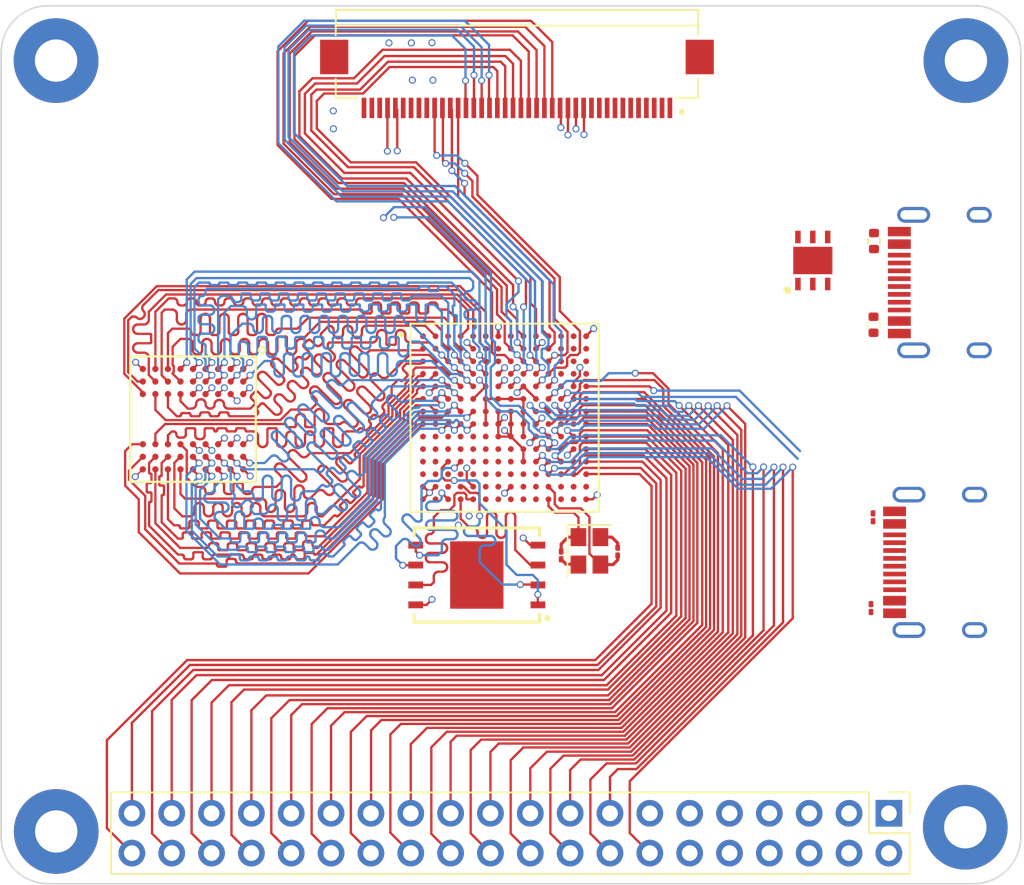
<source format=kicad_pcb>
(kicad_pcb (version 20201002) (generator pcbnew)
  (layers (0 "F.Cu" signal) (1 "In1.Cu" power) (2 "In2.Cu" power) (31 "B.Cu" signal) (34 "B.Paste" user) (35 "F.Paste" user) (36 "B.SilkS" user "B.Silkscreen") (37 "F.SilkS" user "F.Silkscreen") (38 "B.Mask" user) (39 "F.Mask" user) (44 "Edge.Cuts" user))
  (net 0 "")
  (net 1 "GND")
  (net 2 "Net-(U1-PadF6)")
  (net 3 "Net-(U1-PadE9)")
  (net 4 "VBUS")
  (net 5 "USB1_D_P")
  (net 6 "USB1_D_N")
  (net 7 "Net-(C1-Pad1)")
  (net 8 "Net-(C2-Pad1)")
  (net 9 "Net-(P1-Pad38)")
  (net 10 "Net-(U1-PadC7)")
  (net 11 "SEMC_DQS")
  (net 12 "Net-(U1-PadA7)")
  (net 13 "Net-(P1-Pad35)")
  (net 14 "SEMC_DM0")
  (net 15 "SEMC_A2")
  (net 16 "SEMC_D1")
  (net 17 "SEMC_D0")
  (net 18 "SEMC_CAS")
  (net 19 "SEMC_D14")
  (net 20 "SEMC_CLK")
  (net 21 "SEMC_A12")
  (net 22 "Net-(J3-PadB8)")
  (net 23 "SEMC_A10")
  (net 24 "SEMC_D4")
  (net 25 "SEMC_RAS")
  (net 26 "SEMC_A0")
  (net 27 "SEMC_A9")
  (net 28 "SEMC_CKE")
  (net 29 "Net-(J3-PadA5)")
  (net 30 "SEMC_A3")
  (net 31 "SEMC_A1")
  (net 32 "SEMC_BA1")
  (net 33 "SEMC_CS0")
  (net 34 "SEMC_WE")
  (net 35 "SEMC_BA0")
  (net 36 "SEMC_A6")
  (net 37 "Net-(U2-Pad9)")
  (net 38 "SD_VCC")
  (net 39 "3V3")
  (net 40 "Net-(J1-PadB8)")
  (net 41 "Net-(J1-PadA5)")
  (net 42 "Net-(IC2-Pad7)")
  (net 43 "Net-(J1-PadA8)")
  (net 44 "Net-(J1-PadB5)")
  (net 45 "USB2_D_N")
  (net 46 "USB2_D_P")
  (net 47 "Net-(J3-PadA8)")
  (net 48 "Net-(J3-PadB5)")
  (net 49 "Net-(IC2-Pad6)")
  (net 50 "Net-(IC2-Pad5)")
  (net 51 "Net-(IC2-Pad4)")
  (net 52 "Net-(IC2-Pad3)")
  (net 53 "Net-(IC2-Pad2)")
  (net 54 "Net-(IC2-Pad1)")
  (net 55 "LCDIF_D2")
  (net 56 "LCDIF_D3")
  (net 57 "LCDIF_D7")
  (net 58 "LCDIF_D12")
  (net 59 "Net-(IC1-PadE2)")
  (net 60 "ENET_TXD1")
  (net 61 "Net-(J2-Pad13)")
  (net 62 "ENET_TXEN")
  (net 63 "Net-(U1-PadP13)")
  (net 64 "Net-(U1-PadP12)")
  (net 65 "Net-(U1-PadP10)")
  (net 66 "Net-(U1-PadP9)")
  (net 67 "Net-(U1-PadP8)")
  (net 68 "Net-(U1-PadP6)")
  (net 69 "LCDIF_D1")
  (net 70 "LCDIF_D4")
  (net 71 "LCDIF_D13")
  (net 72 "Net-(U1-PadP2)")
  (net 73 "Net-(U1-PadN14)")
  (net 74 "Net-(U1-PadN13)")
  (net 75 "Net-(U1-PadN12)")
  (net 76 "Net-(U1-PadN10)")
  (net 77 "Net-(U1-PadN9)")
  (net 78 "Net-(U1-PadN6)")
  (net 79 "ENET_TXD0")
  (net 80 "Net-(U1-PadN3)")
  (net 81 "AD_B0_04")
  (net 82 "AD_B0_08")
  (net 83 "Net-(U1-PadM10)")
  (net 84 "Net-(U1-PadM9)")
  (net 85 "Net-(U1-PadM7)")
  (net 86 "Net-(U1-PadM6)")
  (net 87 "Net-(U1-PadM5)")
  (net 88 "Net-(U1-PadM4)")
  (net 89 "Net-(U1-PadM3)")
  (net 90 "Net-(U1-PadM1)")
  (net 91 "AD_B0_09")
  (net 92 "AD_B0_11")
  (net 93 "AD_B1_14")
  (net 94 "AD_B0_10")
  (net 95 "Net-(U1-PadL7)")
  (net 96 "Net-(U1-PadL6)")
  (net 97 "Net-(U1-PadL5)")
  (net 98 "ENET_TX_CLK")
  (net 99 "LCDIF_D0")
  (net 100 "Net-(U1-PadL1)")
  (net 101 "Net-(P1-Pad11)")
  (net 102 "AD_B0_05")
  (net 103 "Net-(P1-Pad10)")
  (net 104 "AD_B1_13")
  (net 105 "Net-(U1-PadK8)")
  (net 106 "Net-(U1-PadK7)")
  (net 107 "Net-(U1-PadK6)")
  (net 108 "Net-(U1-PadK5)")
  (net 109 "Net-(U1-PadK4)")
  (net 110 "Net-(U1-PadK3)")
  (net 111 "AD_B1_12")
  (net 112 "AD_B1_08")
  (net 113 "AD_B0_14")
  (net 114 "Net-(P1-Pad9)")
  (net 115 "Net-(U1-PadJ6)")
  (net 116 "Net-(U1-PadJ5)")
  (net 117 "LCDIF_D5")
  (net 118 "AD_B1_06")
  (net 119 "AD_B1_11")
  (net 120 "AD_B1_15")
  (net 121 "AD_B1_07")
  (net 122 "Net-(P1-Pad8)")
  (net 123 "SEMC_D6")
  (net 124 "SEMC_D7")
  (net 125 "AD_B1_05")
  (net 126 "AD_B0_15")
  (net 127 "AD_B1_02")
  (net 128 "Net-(P1-Pad7)")
  (net 129 "AD_B1_04")
  (net 130 "SEMC_D5")
  (net 131 "SEMC_D3")
  (net 132 "AD_B1_10")
  (net 133 "AD_B1_03")
  (net 134 "Net-(P1-Pad6)")
  (net 135 "AD_B1_09")
  (net 136 "Net-(U1-PadE6)")
  (net 137 "SEMC_D2")
  (net 138 "LCDIF_D8")
  (net 139 "LCDIF_D14")
  (net 140 "ENET_CRS_DV")
  (net 141 "SEMC_D13")
  (net 142 "SEMC_D15")
  (net 143 "Net-(U1-PadD14)")
  (net 144 "Net-(U1-PadD13)")
  (net 145 "ENET_RXER")
  (net 146 "LCDIF_CLK")
  (net 147 "LCDIF_VSYNC")
  (net 148 "SEMC_DM1")
  (net 149 "SEMC_D10")
  (net 150 "SEMC_D12")
  (net 151 "Net-(U1-PadC14)")
  (net 152 "LCDIF_D6")
  (net 153 "LCDIF_D9")
  (net 154 "LCDIF_D15")
  (net 155 "ENET_RXD1")
  (net 156 "SEMC_D8")
  (net 157 "SEMC_D9")
  (net 158 "SEMC_D11")
  (net 159 "Net-(U1-PadB14)")
  (net 160 "LCDIF_EN")
  (net 161 "LCDIF_HSYNC")
  (net 162 "LCDIF_D10")
  (net 163 "SEMC_A5")
  (net 164 "SEMC_A11")
  (net 165 "LCDIF_D11")
  (net 166 "ENET_RXD0")
  (net 167 "SD1_D2")
  (net 168 "SD1_D0")
  (net 169 "SD1_D3")
  (net 170 "SEMC_A4")
  (net 171 "SEMC_A7")
  (net 172 "SEMC_A8")
  (net 173 "Net-(J2-Pad12)")
  (net 174 "Net-(J2-Pad11)")
  (net 175 "Net-(J2-Pad10)")
  (net 176 "Net-(J2-Pad9)")
  (net 177 "Net-(J2-Pad8)")
  (net 178 "Net-(J2-Pad7)")
  (net 179 "Net-(J2-Pad6)")
  (net 180 "Net-(J2-Pad5)")
  (net 181 "Net-(J2-Pad4)")
  (net 182 "Net-(J2-Pad3)")
  (net 183 "Net-(J2-Pad2)")
  (net 184 "Net-(J2-Pad1)")
  (net 185 "SD1_CLK")
  (net 186 "SD1_CMD")
  (net 187 "SD1_D1")
  (net 188 "SD0_CS")
  (net 189 "SD0_CLK")
  (net 190 "SD0_D1")
  (net 191 "SD0_D0")
  (net 192 "SD0_D2")
  (net 193 "SD0_D3")
  (net 194 "SWD_DIO")
  (net 195 "SWD_CLK")
  (net 196 "SPI3_CS")
  (net 197 "SPI3_SDO")
  (net 198 "I2C1_SCL")
  (net 199 "I2C1_SDA")
  (net 200 "UART1_TXD")
  (net 201 "UART1_RXD")
  (net 202 "SPI3_SDI")
  (net 203 "SPI3_SCK")
  (net 204 "LEDA")
  (net 205 "LEDK")
  (module "SamacSys_Parts:SON95P300X300X55-7N" (layer "F.Cu") (at 142.74 93.75 90)
    (fp_text reference "IC2" hide)
    (fp_text value "NCP708MU330TAG" hide)
    (pad "1" smd rect (at -1.5 -0.95 180) (size 0.35 0.8) (layers "F.Cu" "F.Paste" "F.Mask") (net 54 "Net-(IC2-Pad1)"))
    (pad "2" smd rect (at -1.5 0 180) (size 0.35 0.8) (layers "F.Cu" "F.Paste" "F.Mask") (net 53 "Net-(IC2-Pad2)"))
    (pad "3" smd rect (at -1.5 0.95 180) (size 0.35 0.8) (layers "F.Cu" "F.Paste" "F.Mask") (net 52 "Net-(IC2-Pad3)"))
    (pad "4" smd rect (at 1.5 0.95 180) (size 0.35 0.8) (layers "F.Cu" "F.Paste" "F.Mask") (net 51 "Net-(IC2-Pad4)"))
    (pad "5" smd rect (at 1.5 0 180) (size 0.35 0.8) (layers "F.Cu" "F.Paste" "F.Mask") (net 50 "Net-(IC2-Pad5)"))
    (pad "6" smd rect (at 1.5 -0.95 180) (size 0.35 0.8) (layers "F.Cu" "F.Paste" "F.Mask") (net 49 "Net-(IC2-Pad6)"))
    (pad "7" smd rect (at 0 0 90) (size 1.75 2.5) (layers "F.Cu" "F.Paste" "F.Mask") (net 42 "Net-(IC2-Pad7)"))
  )
  (module "Resistor_SMD:R_01005_0402Metric" (layer "F.Cu") (at 146.45 115.92 -90)
    (fp_text reference "R3" hide)
    (fp_text value "5.1k" hide)
    (pad "1" smd roundrect (at -0.25 0 270) (size 0.4 0.3) (layers "F.Cu" "F.Mask") (net 29 "Net-(J3-PadA5)"))
    (pad "2" smd roundrect (at 0.25 0 270) (size 0.4 0.3) (layers "F.Cu" "F.Mask") (net 1 "GND"))
  )
  (module "W25Q128JVEIQ:W25Q128JVEIQ" (layer "F.Cu") (at 121.32 113.81 180)
    (fp_text reference "U2" hide)
    (fp_text value "W25Q32JVZP" hide)
    (pad "1" smd rect (at -3.895 -1.905 180) (size 0.94 0.44) (layers "F.Cu" "F.Paste" "F.Mask") (net 188 "SD0_CS"))
    (pad "2" smd rect (at -3.895 -0.635 180) (size 0.94 0.44) (layers "F.Cu" "F.Paste" "F.Mask") (net 190 "SD0_D1"))
    (pad "3" smd rect (at -3.895 0.635 180) (size 0.94 0.44) (layers "F.Cu" "F.Paste" "F.Mask") (net 192 "SD0_D2"))
    (pad "4" smd rect (at -3.895 1.905 180) (size 0.94 0.44) (layers "F.Cu" "F.Paste" "F.Mask") (net 1 "GND"))
    (pad "5" smd rect (at 3.895 1.905 180) (size 0.94 0.44) (layers "F.Cu" "F.Paste" "F.Mask") (net 191 "SD0_D0"))
    (pad "6" smd rect (at 3.895 0.635 180) (size 0.94 0.44) (layers "F.Cu" "F.Paste" "F.Mask") (net 189 "SD0_CLK"))
    (pad "7" smd rect (at 3.895 -0.635 180) (size 0.94 0.44) (layers "F.Cu" "F.Paste" "F.Mask") (net 193 "SD0_D3"))
    (pad "8" smd rect (at 3.895 -1.905 180) (size 0.94 0.44) (layers "F.Cu" "F.Paste" "F.Mask") (net 38 "SD_VCC"))
    (pad "9" smd rect (at 0 0 180) (size 3.4 4.3) (layers "F.Cu" "F.Mask") (net 37 "Net-(U2-Pad9)"))
  )
  (module "IS42S16160J-7BLI:TFBGA-54" (layer "F.Cu") (at 103.23 103.87 -90)
    (fp_text reference "IC1" hide)
    (fp_text value "IS42S16160J-7BLI" hide)
    (pad "A1" smd circle (at -3.2 -3.2 270) (size 0.4 0.4) (layers "F.Cu" "F.Mask") (net 1 "GND"))
    (pad "A2" smd circle (at -2.4 -3.2 270) (size 0.4 0.4) (layers "F.Cu" "F.Mask") (net 142 "SEMC_D15"))
    (pad "A3" smd circle (at -1.6 -3.2 270) (size 0.4 0.4) (layers "F.Cu" "F.Mask") (net 1 "GND"))
    (pad "A7" smd circle (at 1.6 -3.2 270) (size 0.4 0.4) (layers "F.Cu" "F.Mask") (net 39 "3V3"))
    (pad "A8" smd circle (at 2.4 -3.2 270) (size 0.4 0.4) (layers "F.Cu" "F.Mask") (net 17 "SEMC_D0"))
    (pad "A9" smd circle (at 3.2 -3.2 270) (size 0.4 0.4) (layers "F.Cu" "F.Mask") (net 39 "3V3"))
    (pad "B1" smd circle (at -3.2 -2.4 270) (size 0.4 0.4) (layers "F.Cu" "F.Mask") (net 19 "SEMC_D14"))
    (pad "B2" smd circle (at -2.4 -2.4 270) (size 0.4 0.4) (layers "F.Cu" "F.Mask") (net 141 "SEMC_D13"))
    (pad "B3" smd circle (at -1.6 -2.4 270) (size 0.4 0.4) (layers "F.Cu" "F.Mask") (net 39 "3V3"))
    (pad "B7" smd circle (at 1.6 -2.4 270) (size 0.4 0.4) (layers "F.Cu" "F.Mask") (net 1 "GND"))
    (pad "B8" smd circle (at 2.4 -2.4 270) (size 0.4 0.4) (layers "F.Cu" "F.Mask") (net 137 "SEMC_D2"))
    (pad "B9" smd circle (at 3.2 -2.4 270) (size 0.4 0.4) (layers "F.Cu" "F.Mask") (net 16 "SEMC_D1"))
    (pad "C1" smd circle (at -3.2 -1.6 270) (size 0.4 0.4) (layers "F.Cu" "F.Mask") (net 150 "SEMC_D12"))
    (pad "C2" smd circle (at -2.4 -1.6 270) (size 0.4 0.4) (layers "F.Cu" "F.Mask") (net 158 "SEMC_D11"))
    (pad "C3" smd circle (at -1.6 -1.6 270) (size 0.4 0.4) (layers "F.Cu" "F.Mask") (net 1 "GND"))
    (pad "C7" smd circle (at 1.6 -1.6 270) (size 0.4 0.4) (layers "F.Cu" "F.Mask") (net 39 "3V3"))
    (pad "C8" smd circle (at 2.4 -1.6 270) (size 0.4 0.4) (layers "F.Cu" "F.Mask") (net 24 "SEMC_D4"))
    (pad "C9" smd circle (at 3.2 -1.6 270) (size 0.4 0.4) (layers "F.Cu" "F.Mask") (net 131 "SEMC_D3"))
    (pad "D1" smd circle (at -3.2 -0.8 270) (size 0.4 0.4) (layers "F.Cu" "F.Mask") (net 149 "SEMC_D10"))
    (pad "D2" smd circle (at -2.4 -0.8 270) (size 0.4 0.4) (layers "F.Cu" "F.Mask") (net 157 "SEMC_D9"))
    (pad "D3" smd circle (at -1.6 -0.8 270) (size 0.4 0.4) (layers "F.Cu" "F.Mask") (net 39 "3V3"))
    (pad "D7" smd circle (at 1.6 -0.8 270) (size 0.4 0.4) (layers "F.Cu" "F.Mask") (net 1 "GND"))
    (pad "D8" smd circle (at 2.4 -0.8 270) (size 0.4 0.4) (layers "F.Cu" "F.Mask") (net 123 "SEMC_D6"))
    (pad "D9" smd circle (at 3.2 -0.8 270) (size 0.4 0.4) (layers "F.Cu" "F.Mask") (net 130 "SEMC_D5"))
    (pad "E1" smd circle (at -3.2 0 270) (size 0.4 0.4) (layers "F.Cu" "F.Mask") (net 156 "SEMC_D8"))
    (pad "E2" smd circle (at -2.4 0 270) (size 0.4 0.4) (layers "F.Cu" "F.Mask") (net 59 "Net-(IC1-PadE2)"))
    (pad "E3" smd circle (at -1.6 0 270) (size 0.4 0.4) (layers "F.Cu" "F.Mask") (net 1 "GND"))
    (pad "E7" smd circle (at 1.6 0 270) (size 0.4 0.4) (layers "F.Cu" "F.Mask") (net 39 "3V3"))
    (pad "E8" smd circle (at 2.4 0 270) (size 0.4 0.4) (layers "F.Cu" "F.Mask") (net 14 "SEMC_DM0"))
    (pad "E9" smd circle (at 3.2 0 270) (size 0.4 0.4) (layers "F.Cu" "F.Mask") (net 124 "SEMC_D7"))
    (pad "F1" smd circle (at -3.2 0.8 270) (size 0.4 0.4) (layers "F.Cu" "F.Mask") (net 148 "SEMC_DM1"))
    (pad "F2" smd circle (at -2.4 0.8 270) (size 0.4 0.4) (layers "F.Cu" "F.Mask") (net 20 "SEMC_CLK"))
    (pad "F3" smd circle (at -1.6 0.8 270) (size 0.4 0.4) (layers "F.Cu" "F.Mask") (net 28 "SEMC_CKE"))
    (pad "F7" smd circle (at 1.6 0.8 270) (size 0.4 0.4) (layers "F.Cu" "F.Mask") (net 18 "SEMC_CAS"))
    (pad "F8" smd circle (at 2.4 0.8 270) (size 0.4 0.4) (layers "F.Cu" "F.Mask") (net 25 "SEMC_RAS"))
    (pad "F9" smd circle (at 3.2 0.8 270) (size 0.4 0.4) (layers "F.Cu" "F.Mask") (net 34 "SEMC_WE"))
    (pad "G1" smd circle (at -3.2 1.6 270) (size 0.4 0.4) (layers "F.Cu" "F.Mask") (net 21 "SEMC_A12"))
    (pad "G2" smd circle (at -2.4 1.6 270) (size 0.4 0.4) (layers "F.Cu" "F.Mask") (net 164 "SEMC_A11"))
    (pad "G3" smd circle (at -1.6 1.6 270) (size 0.4 0.4) (layers "F.Cu" "F.Mask") (net 27 "SEMC_A9"))
    (pad "G7" smd circle (at 1.6 1.6 270) (size 0.4 0.4) (layers "F.Cu" "F.Mask") (net 35 "SEMC_BA0"))
    (pad "G8" smd circle (at 2.4 1.6 270) (size 0.4 0.4) (layers "F.Cu" "F.Mask") (net 32 "SEMC_BA1"))
    (pad "G9" smd circle (at 3.2 1.6 270) (size 0.4 0.4) (layers "F.Cu" "F.Mask") (net 33 "SEMC_CS0"))
    (pad "H1" smd circle (at -3.2 2.4 270) (size 0.4 0.4) (layers "F.Cu" "F.Mask") (net 172 "SEMC_A8"))
    (pad "H2" smd circle (at -2.4 2.4 270) (size 0.4 0.4) (layers "F.Cu" "F.Mask") (net 171 "SEMC_A7"))
    (pad "H3" smd circle (at -1.6 2.4 270) (size 0.4 0.4) (layers "F.Cu" "F.Mask") (net 36 "SEMC_A6"))
    (pad "H7" smd circle (at 1.6 2.4 270) (size 0.4 0.4) (layers "F.Cu" "F.Mask") (net 26 "SEMC_A0"))
    (pad "H8" smd circle (at 2.4 2.4 270) (size 0.4 0.4) (layers "F.Cu" "F.Mask") (net 31 "SEMC_A1"))
    (pad "H9" smd circle (at 3.2 2.4 270) (size 0.4 0.4) (layers "F.Cu" "F.Mask") (net 23 "SEMC_A10"))
    (pad "J1" smd circle (at -3.2 3.2 270) (size 0.4 0.4) (layers "F.Cu" "F.Mask") (net 1 "GND"))
    (pad "J2" smd circle (at -2.4 3.2 270) (size 0.4 0.4) (layers "F.Cu" "F.Mask") (net 163 "SEMC_A5"))
    (pad "J3" smd circle (at -1.6 3.2 270) (size 0.4 0.4) (layers "F.Cu" "F.Mask") (net 170 "SEMC_A4"))
    (pad "J7" smd circle (at 1.6 3.2 270) (size 0.4 0.4) (layers "F.Cu" "F.Mask") (net 30 "SEMC_A3"))
    (pad "J8" smd circle (at 2.4 3.2 270) (size 0.4 0.4) (layers "F.Cu" "F.Mask") (net 15 "SEMC_A2"))
    (pad "J9" smd circle (at 3.2 3.2 270) (size 0.4 0.4) (layers "F.Cu" "F.Mask") (net 39 "3V3"))
  )
  (module "Capacitor_SMD:C_01005_0402Metric" (layer "F.Cu") (at 126.7 112.56 -90)
    (fp_text reference "C2" hide)
    (fp_text value "12pF" hide)
    (pad "1" smd roundrect (at -0.25 0 270) (size 0.4 0.3) (layers "F.Cu" "F.Mask") (net 8 "Net-(C2-Pad1)"))
    (pad "2" smd roundrect (at 0.25 0 270) (size 0.4 0.3) (layers "F.Cu" "F.Mask") (net 1 "GND"))
  )
  (module "Capacitor_SMD:C_01005_0402Metric" (layer "F.Cu") (at 130.3 112.32 90)
    (fp_text reference "C1" hide)
    (fp_text value "12pF" hide)
    (pad "1" smd roundrect (at -0.25 0 90) (size 0.4 0.3) (layers "F.Cu" "F.Mask") (net 7 "Net-(C1-Pad1)"))
    (pad "2" smd roundrect (at 0.25 0 90) (size 0.4 0.3) (layers "F.Cu" "F.Mask") (net 1 "GND"))
  )
  (module "FH12-40S-0:HRS_FH12-40S-0.5SH(55)" (layer "F.Cu") (at 123.88 84.02 180)
    (fp_text reference "P1" hide)
    (fp_text value "FH12-40S-0.5SH(55)" hide)
    (pad "1" smd rect (at -9.75 0 180) (size 0.3 1.3) (layers "F.Cu" "F.Paste" "F.Mask") (net 204 "LEDA"))
    (pad "2" smd rect (at -9.25 0 180) (size 0.3 1.3) (layers "F.Cu" "F.Paste" "F.Mask") (net 205 "LEDK"))
    (pad "3" smd rect (at -8.75 0 180) (size 0.3 1.3) (layers "F.Cu" "F.Paste" "F.Mask") (net 205 "LEDK"))
    (pad "4" smd rect (at -8.25 0 180) (size 0.3 1.3) (layers "F.Cu" "F.Paste" "F.Mask") (net 1 "GND"))
    (pad "5" smd rect (at -7.75 0 180) (size 0.3 1.3) (layers "F.Cu" "F.Paste" "F.Mask") (net 39 "3V3"))
    (pad "6" smd rect (at -7.25 0 180) (size 0.3 1.3) (layers "F.Cu" "F.Paste" "F.Mask") (net 134 "Net-(P1-Pad6)"))
    (pad "7" smd rect (at -6.75 0 180) (size 0.3 1.3) (layers "F.Cu" "F.Paste" "F.Mask") (net 128 "Net-(P1-Pad7)"))
    (pad "8" smd rect (at -6.25 0 180) (size 0.3 1.3) (layers "F.Cu" "F.Paste" "F.Mask") (net 122 "Net-(P1-Pad8)"))
    (pad "9" smd rect (at -5.75 0 180) (size 0.3 1.3) (layers "F.Cu" "F.Paste" "F.Mask") (net 114 "Net-(P1-Pad9)"))
    (pad "10" smd rect (at -5.25 0 180) (size 0.3 1.3) (layers "F.Cu" "F.Paste" "F.Mask") (net 103 "Net-(P1-Pad10)"))
    (pad "11" smd rect (at -4.75 0 180) (size 0.3 1.3) (layers "F.Cu" "F.Paste" "F.Mask") (net 101 "Net-(P1-Pad11)"))
    (pad "12" smd rect (at -4.25 0 180) (size 0.3 1.3) (layers "F.Cu" "F.Paste" "F.Mask") (net 146 "LCDIF_CLK"))
    (pad "13" smd rect (at -3.75 0 180) (size 0.3 1.3) (layers "F.Cu" "F.Paste" "F.Mask") (net 160 "LCDIF_EN"))
    (pad "14" smd rect (at -3.25 0 180) (size 0.3 1.3) (layers "F.Cu" "F.Paste" "F.Mask") (net 147 "LCDIF_VSYNC"))
    (pad "15" smd rect (at -2.75 0 180) (size 0.3 1.3) (layers "F.Cu" "F.Paste" "F.Mask") (net 161 "LCDIF_HSYNC"))
    (pad "16" smd rect (at -2.25 0 180) (size 0.3 1.3) (layers "F.Cu" "F.Paste" "F.Mask") (net 99 "LCDIF_D0"))
    (pad "17" smd rect (at -1.75 0 180) (size 0.3 1.3) (layers "F.Cu" "F.Paste" "F.Mask") (net 69 "LCDIF_D1"))
    (pad "18" smd rect (at -1.25 0 180) (size 0.3 1.3) (layers "F.Cu" "F.Paste" "F.Mask") (net 55 "LCDIF_D2"))
    (pad "19" smd rect (at -0.75 0 180) (size 0.3 1.3) (layers "F.Cu" "F.Paste" "F.Mask") (net 56 "LCDIF_D3"))
    (pad "20" smd rect (at -0.25 0 180) (size 0.3 1.3) (layers "F.Cu" "F.Paste" "F.Mask") (net 70 "LCDIF_D4"))
    (pad "21" smd rect (at 0.25 0 180) (size 0.3 1.3) (layers "F.Cu" "F.Paste" "F.Mask") (net 117 "LCDIF_D5"))
    (pad "22" smd rect (at 0.75 0 180) (size 0.3 1.3) (layers "F.Cu" "F.Paste" "F.Mask") (net 152 "LCDIF_D6"))
    (pad "23" smd rect (at 1.25 0 180) (size 0.3 1.3) (layers "F.Cu" "F.Paste" "F.Mask") (net 57 "LCDIF_D7"))
    (pad "24" smd rect (at 1.75 0 180) (size 0.3 1.3) (layers "F.Cu" "F.Paste" "F.Mask") (net 138 "LCDIF_D8"))
    (pad "25" smd rect (at 2.25 0 180) (size 0.3 1.3) (layers "F.Cu" "F.Paste" "F.Mask") (net 153 "LCDIF_D9"))
    (pad "26" smd rect (at 2.75 0 180) (size 0.3 1.3) (layers "F.Cu" "F.Paste" "F.Mask") (net 162 "LCDIF_D10"))
    (pad "27" smd rect (at 3.25 0 180) (size 0.3 1.3) (layers "F.Cu" "F.Paste" "F.Mask") (net 165 "LCDIF_D11"))
    (pad "28" smd rect (at 3.75 0 180) (size 0.3 1.3) (layers "F.Cu" "F.Paste" "F.Mask") (net 58 "LCDIF_D12"))
    (pad "29" smd rect (at 4.25 0 180) (size 0.3 1.3) (layers "F.Cu" "F.Paste" "F.Mask") (net 71 "LCDIF_D13"))
    (pad "30" smd rect (at 4.75 0 180) (size 0.3 1.3) (layers "F.Cu" "F.Paste" "F.Mask") (net 139 "LCDIF_D14"))
    (pad "31" smd rect (at 5.25 0 180) (size 0.3 1.3) (layers "F.Cu" "F.Paste" "F.Mask") (net 154 "LCDIF_D15"))
    (pad "32" smd rect (at 5.75 0 180) (size 0.3 1.3) (layers "F.Cu" "F.Paste" "F.Mask") (net 1 "GND"))
    (pad "33" smd rect (at 6.25 0 180) (size 0.3 1.3) (layers "F.Cu" "F.Paste" "F.Mask") (net 1 "GND"))
    (pad "34" smd rect (at 6.75 0 180) (size 0.3 1.3) (layers "F.Cu" "F.Paste" "F.Mask") (net 1 "GND"))
    (pad "35" smd rect (at 7.25 0 180) (size 0.3 1.3) (layers "F.Cu" "F.Paste" "F.Mask") (net 13 "Net-(P1-Pad35)"))
    (pad "36" smd rect (at 7.75 0 180) (size 0.3 1.3) (layers "F.Cu" "F.Paste" "F.Mask") (net 199 "I2C1_SDA"))
    (pad "37" smd rect (at 8.25 0 180) (size 0.3 1.3) (layers "F.Cu" "F.Paste" "F.Mask") (net 198 "I2C1_SCL"))
    (pad "38" smd rect (at 8.75 0 180) (size 0.3 1.3) (layers "F.Cu" "F.Paste" "F.Mask") (net 9 "Net-(P1-Pad38)"))
    (pad "39" smd rect (at 9.25 0 180) (size 0.3 1.3) (layers "F.Cu" "F.Paste" "F.Mask") (net 39 "3V3"))
    (pad "40" smd rect (at 9.75 0 180) (size 0.3 1.3) (layers "F.Cu" "F.Paste" "F.Mask") (net 1 "GND"))
    (pad "P1" smd rect (at -11.65 3.25 180) (size 1.8 2.2) (layers "F.Cu" "F.Paste" "F.Mask") (net 1 "GND"))
    (pad "P2" smd rect (at 11.65 3.25 180) (size 1.8 2.2) (layers "F.Cu" "F.Paste" "F.Mask") (net 1 "GND"))
  )
  (module "Connector_PinHeader_2.54mm:PinHeader_2x20_P2.54mm_Vertical" (layer "F.Cu") (at 147.59 129.01 -90)
    (fp_text reference "J2" hide)
    (fp_text value "Conn_02x20_Odd_Even" hide)
    (pad "1" thru_hole rect (at 0 0 270) (size 1.7 1.7) (drill 1) (layers *.Cu *.Mask) (net 184 "Net-(J2-Pad1)"))
    (pad "2" thru_hole oval (at 2.54 0 270) (size 1.7 1.7) (drill 1) (layers *.Cu *.Mask) (net 183 "Net-(J2-Pad2)"))
    (pad "3" thru_hole oval (at 0 2.54 270) (size 1.7 1.7) (drill 1) (layers *.Cu *.Mask) (net 182 "Net-(J2-Pad3)"))
    (pad "4" thru_hole oval (at 2.54 2.54 270) (size 1.7 1.7) (drill 1) (layers *.Cu *.Mask) (net 181 "Net-(J2-Pad4)"))
    (pad "5" thru_hole oval (at 0 5.08 270) (size 1.7 1.7) (drill 1) (layers *.Cu *.Mask) (net 180 "Net-(J2-Pad5)"))
    (pad "6" thru_hole oval (at 2.54 5.08 270) (size 1.7 1.7) (drill 1) (layers *.Cu *.Mask) (net 179 "Net-(J2-Pad6)"))
    (pad "7" thru_hole oval (at 0 7.62 270) (size 1.7 1.7) (drill 1) (layers *.Cu *.Mask) (net 178 "Net-(J2-Pad7)"))
    (pad "8" thru_hole oval (at 2.54 7.62 270) (size 1.7 1.7) (drill 1) (layers *.Cu *.Mask) (net 177 "Net-(J2-Pad8)"))
    (pad "9" thru_hole oval (at 0 10.16 270) (size 1.7 1.7) (drill 1) (layers *.Cu *.Mask) (net 176 "Net-(J2-Pad9)"))
    (pad "10" thru_hole oval (at 2.54 10.16 270) (size 1.7 1.7) (drill 1) (layers *.Cu *.Mask) (net 175 "Net-(J2-Pad10)"))
    (pad "11" thru_hole oval (at 0 12.7 270) (size 1.7 1.7) (drill 1) (layers *.Cu *.Mask) (net 174 "Net-(J2-Pad11)"))
    (pad "12" thru_hole oval (at 2.54 12.7 270) (size 1.7 1.7) (drill 1) (layers *.Cu *.Mask) (net 173 "Net-(J2-Pad12)"))
    (pad "13" thru_hole oval (at 0 15.24 270) (size 1.7 1.7) (drill 1) (layers *.Cu *.Mask) (net 61 "Net-(J2-Pad13)"))
    (pad "14" thru_hole oval (at 2.54 15.24 270) (size 1.7 1.7) (drill 1) (layers *.Cu *.Mask) (net 127 "AD_B1_02"))
    (pad "15" thru_hole oval (at 0 17.78 270) (size 1.7 1.7) (drill 1) (layers *.Cu *.Mask) (net 202 "SPI3_SDI"))
    (pad "16" thru_hole oval (at 2.54 17.78 270) (size 1.7 1.7) (drill 1) (layers *.Cu *.Mask) (net 126 "AD_B0_15"))
    (pad "17" thru_hole oval (at 0 20.32 270) (size 1.7 1.7) (drill 1) (layers *.Cu *.Mask) (net 129 "AD_B1_04"))
    (pad "18" thru_hole oval (at 2.54 20.32 270) (size 1.7 1.7) (drill 1) (layers *.Cu *.Mask) (net 121 "AD_B1_07"))
    (pad "19" thru_hole oval (at 0 22.86 270) (size 1.7 1.7) (drill 1) (layers *.Cu *.Mask) (net 119 "AD_B1_11"))
    (pad "20" thru_hole oval (at 2.54 22.86 270) (size 1.7 1.7) (drill 1) (layers *.Cu *.Mask) (net 118 "AD_B1_06"))
    (pad "21" thru_hole oval (at 0 25.4 270) (size 1.7 1.7) (drill 1) (layers *.Cu *.Mask) (net 92 "AD_B0_11"))
    (pad "22" thru_hole oval (at 2.54 25.4 270) (size 1.7 1.7) (drill 1) (layers *.Cu *.Mask) (net 196 "SPI3_CS"))
    (pad "23" thru_hole oval (at 0 27.94 270) (size 1.7 1.7) (drill 1) (layers *.Cu *.Mask) (net 93 "AD_B1_14"))
    (pad "24" thru_hole oval (at 2.54 27.94 270) (size 1.7 1.7) (drill 1) (layers *.Cu *.Mask) (net 104 "AD_B1_13"))
    (pad "25" thru_hole oval (at 0 30.48 270) (size 1.7 1.7) (drill 1) (layers *.Cu *.Mask) (net 81 "AD_B0_04"))
    (pad "26" thru_hole oval (at 2.54 30.48 270) (size 1.7 1.7) (drill 1) (layers *.Cu *.Mask) (net 82 "AD_B0_08"))
    (pad "27" thru_hole oval (at 0 33.02 270) (size 1.7 1.7) (drill 1) (layers *.Cu *.Mask) (net 94 "AD_B0_10"))
    (pad "28" thru_hole oval (at 2.54 33.02 270) (size 1.7 1.7) (drill 1) (layers *.Cu *.Mask) (net 91 "AD_B0_09"))
    (pad "29" thru_hole oval (at 0 35.56 270) (size 1.7 1.7) (drill 1) (layers *.Cu *.Mask) (net 111 "AD_B1_12"))
    (pad "30" thru_hole oval (at 2.54 35.56 270) (size 1.7 1.7) (drill 1) (layers *.Cu *.Mask) (net 102 "AD_B0_05"))
    (pad "31" thru_hole oval (at 0 38.1 270) (size 1.7 1.7) (drill 1) (layers *.Cu *.Mask) (net 112 "AD_B1_08"))
    (pad "32" thru_hole oval (at 2.54 38.1 270) (size 1.7 1.7) (drill 1) (layers *.Cu *.Mask) (net 113 "AD_B0_14"))
    (pad "33" thru_hole oval (at 0 40.64 270) (size 1.7 1.7) (drill 1) (layers *.Cu *.Mask) (net 125 "AD_B1_05"))
    (pad "34" thru_hole oval (at 2.54 40.64 270) (size 1.7 1.7) (drill 1) (layers *.Cu *.Mask) (net 120 "AD_B1_15"))
    (pad "35" thru_hole oval (at 0 43.18 270) (size 1.7 1.7) (drill 1) (layers *.Cu *.Mask) (net 132 "AD_B1_10"))
    (pad "36" thru_hole oval (at 2.54 43.18 270) (size 1.7 1.7) (drill 1) (layers *.Cu *.Mask) (net 200 "UART1_TXD"))
    (pad "37" thru_hole oval (at 0 45.72 270) (size 1.7 1.7) (drill 1) (layers *.Cu *.Mask) (net 133 "AD_B1_03"))
    (pad "38" thru_hole oval (at 2.54 45.72 270) (size 1.7 1.7) (drill 1) (layers *.Cu *.Mask) (net 201 "UART1_RXD"))
    (pad "39" thru_hole oval (at 0 48.26 270) (size 1.7 1.7) (drill 1) (layers *.Cu *.Mask) (net 135 "AD_B1_09"))
    (pad "40" thru_hole oval (at 2.54 48.26 270) (size 1.7 1.7) (drill 1) (layers *.Cu *.Mask) (net 203 "SPI3_SCK"))
  )
  (module "Connector_USB:USB_C_Receptacle_HRO_TYPE-C-31-M-12" (layer "F.Cu") (at 152.3 95.16 90)
    (fp_text reference "J1" hide)
    (fp_text value "USB_C_Receptacle_USB2.0" hide)
    (pad "" np_thru_hole circle (at -2.89 -2.6 90) (size 0.65 0.65) (drill 0.65) (layers *.Cu *.Mask))
    (pad "" np_thru_hole circle (at 2.89 -2.6 90) (size 0.65 0.65) (drill 0.65) (layers *.Cu *.Mask))
    (pad "A1" smd rect (at -3.25 -4.045 90) (size 0.6 1.45) (layers "F.Cu" "F.Paste" "F.Mask") (net 1 "GND"))
    (pad "A4" smd rect (at -2.45 -4.045 90) (size 0.6 1.45) (layers "F.Cu" "F.Paste" "F.Mask") (net 4 "VBUS"))
    (pad "A5" smd rect (at -1.25 -4.045 90) (size 0.3 1.45) (layers "F.Cu" "F.Paste" "F.Mask") (net 41 "Net-(J1-PadA5)"))
    (pad "A6" smd rect (at -0.25 -4.045 90) (size 0.3 1.45) (layers "F.Cu" "F.Paste" "F.Mask") (net 5 "USB1_D_P"))
    (pad "A7" smd rect (at 0.25 -4.045 90) (size 0.3 1.45) (layers "F.Cu" "F.Paste" "F.Mask") (net 6 "USB1_D_N"))
    (pad "A8" smd rect (at 1.25 -4.045 90) (size 0.3 1.45) (layers "F.Cu" "F.Paste" "F.Mask") (net 43 "Net-(J1-PadA8)"))
    (pad "A9" smd rect (at 2.45 -4.045 90) (size 0.6 1.45) (layers "F.Cu" "F.Paste" "F.Mask") (net 4 "VBUS"))
    (pad "A12" smd rect (at 3.25 -4.045 90) (size 0.6 1.45) (layers "F.Cu" "F.Paste" "F.Mask") (net 1 "GND"))
    (pad "B1" smd rect (at 3.25 -4.045 90) (size 0.6 1.45) (layers "F.Cu" "F.Paste" "F.Mask") (net 1 "GND"))
    (pad "B4" smd rect (at 2.45 -4.045 90) (size 0.6 1.45) (layers "F.Cu" "F.Paste" "F.Mask") (net 4 "VBUS"))
    (pad "B5" smd rect (at 1.75 -4.045 90) (size 0.3 1.45) (layers "F.Cu" "F.Paste" "F.Mask") (net 44 "Net-(J1-PadB5)"))
    (pad "B6" smd rect (at 0.75 -4.045 90) (size 0.3 1.45) (layers "F.Cu" "F.Paste" "F.Mask") (net 5 "USB1_D_P"))
    (pad "B7" smd rect (at -0.75 -4.045 90) (size 0.3 1.45) (layers "F.Cu" "F.Paste" "F.Mask") (net 6 "USB1_D_N"))
    (pad "B8" smd rect (at -1.75 -4.045 90) (size 0.3 1.45) (layers "F.Cu" "F.Paste" "F.Mask") (net 40 "Net-(J1-PadB8)"))
    (pad "B9" smd rect (at -2.45 -4.045 90) (size 0.6 1.45) (layers "F.Cu" "F.Paste" "F.Mask") (net 4 "VBUS"))
    (pad "B12" smd rect (at -3.25 -4.045 90) (size 0.6 1.45) (layers "F.Cu" "F.Paste" "F.Mask") (net 1 "GND"))
    (pad "S1" thru_hole oval (at 4.32 1.05 90) (size 1 1.6) (drill oval 0.6 1.2) (layers *.Cu *.Mask) (net 1 "GND"))
    (pad "S1" thru_hole oval (at 4.32 -3.13 90) (size 1 2.1) (drill oval 0.6 1.7) (layers *.Cu *.Mask) (net 1 "GND"))
    (pad "S1" thru_hole oval (at -4.32 1.05 90) (size 1 1.6) (drill oval 0.6 1.2) (layers *.Cu *.Mask) (net 1 "GND"))
    (pad "S1" thru_hole oval (at -4.32 -3.13 90) (size 1 2.1) (drill oval 0.6 1.7) (layers *.Cu *.Mask) (net 1 "GND"))
  )
  (module "Crystal:Crystal_SMD_2520-4Pin_2.5x2.0mm" (layer "F.Cu") (at 128.5 112.27 -90)
    (fp_text reference "Y1" hide)
    (fp_text value "24Mhz" hide)
    (pad "1" smd rect (at -0.875 0.7 270) (size 1.15 1) (layers "F.Cu" "F.Paste" "F.Mask") (net 8 "Net-(C2-Pad1)"))
    (pad "2" smd rect (at 0.875 0.7 270) (size 1.15 1) (layers "F.Cu" "F.Paste" "F.Mask") (net 1 "GND"))
    (pad "3" smd rect (at 0.875 -0.7 270) (size 1.15 1) (layers "F.Cu" "F.Paste" "F.Mask") (net 7 "Net-(C1-Pad1)"))
    (pad "4" smd rect (at -0.875 -0.7 270) (size 1.15 1) (layers "F.Cu" "F.Paste" "F.Mask") (net 1 "GND"))
  )
  (module "Resistor_SMD:R_01005_0402Metric" (layer "F.Cu") (at 146.58 110.13 90)
    (fp_text reference "R4" hide)
    (fp_text value "5.1k" hide)
    (pad "1" smd roundrect (at -0.25 0 90) (size 0.4 0.3) (layers "F.Cu" "F.Mask") (net 48 "Net-(J3-PadB5)"))
    (pad "2" smd roundrect (at 0.25 0 90) (size 0.4 0.3) (layers "F.Cu" "F.Mask") (net 1 "GND"))
  )
  (module "Resistor_SMD:R_0402_1005Metric" (layer "F.Cu") (at 146.61 97.85 -90)
    (fp_text reference "R1" hide)
    (fp_text value "5.1k" hide)
    (pad "1" smd roundrect (at -0.51 0 270) (size 0.54 0.64) (layers "F.Cu" "F.Paste" "F.Mask") (net 41 "Net-(J1-PadA5)"))
    (pad "2" smd roundrect (at 0.51 0 270) (size 0.54 0.64) (layers "F.Cu" "F.Paste" "F.Mask") (net 1 "GND"))
  )
  (module "Resistor_SMD:R_0402_1005Metric" (layer "F.Cu") (at 146.64 92.51 90)
    (fp_text reference "R2" hide)
    (fp_text value "5.1k" hide)
    (pad "1" smd roundrect (at -0.51 0 90) (size 0.54 0.64) (layers "F.Cu" "F.Paste" "F.Mask") (net 44 "Net-(J1-PadB5)"))
    (pad "2" smd roundrect (at 0.51 0 90) (size 0.54 0.64) (layers "F.Cu" "F.Paste" "F.Mask") (net 1 "GND"))
  )
  (module "MountingHole:MountingHole_2.7mm_M2.5_Pad" (layer "F.Cu") (at 152.46 129.9)
    (fp_text reference "H2" hide)
    (fp_text value "MountingHole_Pad" hide)
    (pad "1" thru_hole circle (at 0 0) (size 5.4 5.4) (drill 2.7) (layers *.Cu *.Mask) (net 1 "GND"))
  )
  (module "MIMXRT1052CV:BGA196C80P14X14_1200X1200X161N" (layer "F.Cu") (at 123.09 103.78)
    (fp_text reference "U1" hide)
    (fp_text value "MIMXRT1052CVJ5B" hide)
    (pad "A1" smd circle (at -5.2 -5.2) (size 0.37 0.37) (layers "F.Cu" "F.Paste" "F.Mask") (net 1 "GND"))
    (pad "A2" smd circle (at -4.4 -5.2) (size 0.37 0.37) (layers "F.Cu" "F.Paste" "F.Mask") (net 28 "SEMC_CKE"))
    (pad "A3" smd circle (at -3.6 -5.2) (size 0.37 0.37) (layers "F.Cu" "F.Paste" "F.Mask") (net 21 "SEMC_A12"))
    (pad "A4" smd circle (at -2.8 -5.2) (size 0.37 0.37) (layers "F.Cu" "F.Paste" "F.Mask") (net 172 "SEMC_A8"))
    (pad "A5" smd circle (at -2 -5.2) (size 0.37 0.37) (layers "F.Cu" "F.Paste" "F.Mask") (net 171 "SEMC_A7"))
    (pad "A6" smd circle (at -1.2 -5.2) (size 0.37 0.37) (layers "F.Cu" "F.Paste" "F.Mask") (net 170 "SEMC_A4"))
    (pad "A7" smd circle (at -0.4 -5.2) (size 0.37 0.37) (layers "F.Cu" "F.Paste" "F.Mask") (net 12 "Net-(U1-PadA7)"))
    (pad "A8" smd circle (at 0.4 -5.2) (size 0.37 0.37) (layers "F.Cu" "F.Paste" "F.Mask") (net 55 "LCDIF_D2"))
    (pad "A9" smd circle (at 1.2 -5.2) (size 0.37 0.37) (layers "F.Cu" "F.Paste" "F.Mask") (net 56 "LCDIF_D3"))
    (pad "A10" smd circle (at 2 -5.2) (size 0.37 0.37) (layers "F.Cu" "F.Paste" "F.Mask") (net 57 "LCDIF_D7"))
    (pad "A11" smd circle (at 2.8 -5.2) (size 0.37 0.37) (layers "F.Cu" "F.Paste" "F.Mask") (net 58 "LCDIF_D12"))
    (pad "A12" smd circle (at 3.6 -5.2) (size 0.37 0.37) (layers "F.Cu" "F.Paste" "F.Mask") (net 60 "ENET_TXD1"))
    (pad "A13" smd circle (at 4.4 -5.2) (size 0.37 0.37) (layers "F.Cu" "F.Paste" "F.Mask") (net 62 "ENET_TXEN"))
    (pad "A14" smd circle (at 5.2 -5.2) (size 0.37 0.37) (layers "F.Cu" "F.Paste" "F.Mask") (net 1 "GND"))
    (pad "B1" smd circle (at -5.2 -4.4) (size 0.37 0.37) (layers "F.Cu" "F.Paste" "F.Mask") (net 36 "SEMC_A6"))
    (pad "B2" smd circle (at -4.4 -4.4) (size 0.37 0.37) (layers "F.Cu" "F.Paste" "F.Mask") (net 27 "SEMC_A9"))
    (pad "B3" smd circle (at -3.6 -4.4) (size 0.37 0.37) (layers "F.Cu" "F.Paste" "F.Mask") (net 20 "SEMC_CLK"))
    (pad "B4" smd circle (at -2.8 -4.4) (size 0.37 0.37) (layers "F.Cu" "F.Paste" "F.Mask") (net 164 "SEMC_A11"))
    (pad "B5" smd circle (at -2 -4.4) (size 0.37 0.37) (layers "F.Cu" "F.Paste" "F.Mask") (net 1 "GND"))
    (pad "B6" smd circle (at -1.2 -4.4) (size 0.37 0.37) (layers "F.Cu" "F.Paste" "F.Mask") (net 163 "SEMC_A5"))
    (pad "B7" smd circle (at -0.4 -4.4) (size 0.37 0.37) (layers "F.Cu" "F.Paste" "F.Mask") (net 11 "SEMC_DQS"))
    (pad "B8" smd circle (at 0.4 -4.4) (size 0.37 0.37) (layers "F.Cu" "F.Paste" "F.Mask") (net 69 "LCDIF_D1"))
    (pad "B9" smd circle (at 1.2 -4.4) (size 0.37 0.37) (layers "F.Cu" "F.Paste" "F.Mask") (net 70 "LCDIF_D4"))
    (pad "B10" smd circle (at 2 -4.4) (size 0.37 0.37) (layers "F.Cu" "F.Paste" "F.Mask") (net 1 "GND"))
    (pad "B11" smd circle (at 2.8 -4.4) (size 0.37 0.37) (layers "F.Cu" "F.Paste" "F.Mask") (net 71 "LCDIF_D13"))
    (pad "B12" smd circle (at 3.6 -4.4) (size 0.37 0.37) (layers "F.Cu" "F.Paste" "F.Mask") (net 79 "ENET_TXD0"))
    (pad "B13" smd circle (at 4.4 -4.4) (size 0.37 0.37) (layers "F.Cu" "F.Paste" "F.Mask") (net 98 "ENET_TX_CLK"))
    (pad "B14" smd circle (at 5.2 -4.4) (size 0.37 0.37) (layers "F.Cu" "F.Paste" "F.Mask") (net 159 "Net-(U1-PadB14)"))
    (pad "C1" smd circle (at -5.2 -3.6) (size 0.37 0.37) (layers "F.Cu" "F.Paste" "F.Mask") (net 35 "SEMC_BA0"))
    (pad "C2" smd circle (at -4.4 -3.6) (size 0.37 0.37) (layers "F.Cu" "F.Paste" "F.Mask") (net 26 "SEMC_A0"))
    (pad "C3" smd circle (at -3.6 -3.6) (size 0.37 0.37) (layers "F.Cu" "F.Paste" "F.Mask") (net 19 "SEMC_D14"))
    (pad "C4" smd circle (at -2.8 -3.6) (size 0.37 0.37) (layers "F.Cu" "F.Paste" "F.Mask") (net 158 "SEMC_D11"))
    (pad "C5" smd circle (at -2 -3.6) (size 0.37 0.37) (layers "F.Cu" "F.Paste" "F.Mask") (net 157 "SEMC_D9"))
    (pad "C6" smd circle (at -1.2 -3.6) (size 0.37 0.37) (layers "F.Cu" "F.Paste" "F.Mask") (net 156 "SEMC_D8"))
    (pad "C7" smd circle (at -0.4 -3.6) (size 0.37 0.37) (layers "F.Cu" "F.Paste" "F.Mask") (net 10 "Net-(U1-PadC7)"))
    (pad "C8" smd circle (at 0.4 -3.6) (size 0.37 0.37) (layers "F.Cu" "F.Paste" "F.Mask") (net 99 "LCDIF_D0"))
    (pad "C9" smd circle (at 1.2 -3.6) (size 0.37 0.37) (layers "F.Cu" "F.Paste" "F.Mask") (net 117 "LCDIF_D5"))
    (pad "C10" smd circle (at 2 -3.6) (size 0.37 0.37) (layers "F.Cu" "F.Paste" "F.Mask") (net 138 "LCDIF_D8"))
    (pad "C11" smd circle (at 2.8 -3.6) (size 0.37 0.37) (layers "F.Cu" "F.Paste" "F.Mask") (net 139 "LCDIF_D14"))
    (pad "C12" smd circle (at 3.6 -3.6) (size 0.37 0.37) (layers "F.Cu" "F.Paste" "F.Mask") (net 140 "ENET_CRS_DV"))
    (pad "C13" smd circle (at 4.4 -3.6) (size 0.37 0.37) (layers "F.Cu" "F.Paste" "F.Mask") (net 145 "ENET_RXER"))
    (pad "C14" smd circle (at 5.2 -3.6) (size 0.37 0.37) (layers "F.Cu" "F.Paste" "F.Mask") (net 151 "Net-(U1-PadC14)"))
    (pad "D1" smd circle (at -5.2 -2.8) (size 0.37 0.37) (layers "F.Cu" "F.Paste" "F.Mask") (net 34 "SEMC_WE"))
    (pad "D2" smd circle (at -4.4 -2.8) (size 0.37 0.37) (layers "F.Cu" "F.Paste" "F.Mask") (net 25 "SEMC_RAS"))
    (pad "D3" smd circle (at -3.6 -2.8) (size 0.37 0.37) (layers "F.Cu" "F.Paste" "F.Mask") (net 18 "SEMC_CAS"))
    (pad "D4" smd circle (at -2.8 -2.8) (size 0.37 0.37) (layers "F.Cu" "F.Paste" "F.Mask") (net 150 "SEMC_D12"))
    (pad "D5" smd circle (at -2 -2.8) (size 0.37 0.37) (layers "F.Cu" "F.Paste" "F.Mask") (net 149 "SEMC_D10"))
    (pad "D6" smd circle (at -1.2 -2.8) (size 0.37 0.37) (layers "F.Cu" "F.Paste" "F.Mask") (net 148 "SEMC_DM1"))
    (pad "D7" smd circle (at -0.4 -2.8) (size 0.37 0.37) (layers "F.Cu" "F.Paste" "F.Mask") (net 146 "LCDIF_CLK"))
    (pad "D8" smd circle (at 0.4 -2.8) (size 0.37 0.37) (layers "F.Cu" "F.Paste" "F.Mask") (net 147 "LCDIF_VSYNC"))
    (pad "D9" smd circle (at 1.2 -2.8) (size 0.37 0.37) (layers "F.Cu" "F.Paste" "F.Mask") (net 152 "LCDIF_D6"))
    (pad "D10" smd circle (at 2 -2.8) (size 0.37 0.37) (layers "F.Cu" "F.Paste" "F.Mask") (net 153 "LCDIF_D9"))
    (pad "D11" smd circle (at 2.8 -2.8) (size 0.37 0.37) (layers "F.Cu" "F.Paste" "F.Mask") (net 154 "LCDIF_D15"))
    (pad "D12" smd circle (at 3.6 -2.8) (size 0.37 0.37) (layers "F.Cu" "F.Paste" "F.Mask") (net 155 "ENET_RXD1"))
    (pad "D13" smd circle (at 4.4 -2.8) (size 0.37 0.37) (layers "F.Cu" "F.Paste" "F.Mask") (net 144 "Net-(U1-PadD13)"))
    (pad "D14" smd circle (at 5.2 -2.8) (size 0.37 0.37) (layers "F.Cu" "F.Paste" "F.Mask") (net 143 "Net-(U1-PadD14)"))
    (pad "E1" smd circle (at -5.2 -2) (size 0.37 0.37) (layers "F.Cu" "F.Paste" "F.Mask") (net 33 "SEMC_CS0"))
    (pad "E2" smd circle (at -4.4 -2) (size 0.37 0.37) (layers "F.Cu" "F.Paste" "F.Mask") (net 1 "GND"))
    (pad "E3" smd circle (at -3.6 -2) (size 0.37 0.37) (layers "F.Cu" "F.Paste" "F.Mask") (net 17 "SEMC_D0"))
    (pad "E4" smd circle (at -2.8 -2) (size 0.37 0.37) (layers "F.Cu" "F.Paste" "F.Mask") (net 142 "SEMC_D15"))
    (pad "E5" smd circle (at -2 -2) (size 0.37 0.37) (layers "F.Cu" "F.Paste" "F.Mask") (net 141 "SEMC_D13"))
    (pad "E6" smd circle (at -1.2 -2) (size 0.37 0.37) (layers "F.Cu" "F.Paste" "F.Mask") (net 136 "Net-(U1-PadE6)"))
    (pad "E7" smd circle (at -0.4 -2) (size 0.37 0.37) (layers "F.Cu" "F.Paste" "F.Mask") (net 160 "LCDIF_EN"))
    (pad "E8" smd circle (at 0.4 -2) (size 0.37 0.37) (layers "F.Cu" "F.Paste" "F.Mask") (net 161 "LCDIF_HSYNC"))
    (pad "E9" smd circle (at 1.2 -2) (size 0.37 0.37) (layers "F.Cu" "F.Paste" "F.Mask") (net 3 "Net-(U1-PadE9)"))
    (pad "E10" smd circle (at 2 -2) (size 0.37 0.37) (layers "F.Cu" "F.Paste" "F.Mask") (net 162 "LCDIF_D10"))
    (pad "E11" smd circle (at 2.8 -2) (size 0.37 0.37) (layers "F.Cu" "F.Paste" "F.Mask") (net 165 "LCDIF_D11"))
    (pad "E12" smd circle (at 3.6 -2) (size 0.37 0.37) (layers "F.Cu" "F.Paste" "F.Mask") (net 166 "ENET_RXD0"))
    (pad "E13" smd circle (at 4.4 -2) (size 0.37 0.37) (layers "F.Cu" "F.Paste" "F.Mask") (net 1 "GND"))
    (pad "E14" smd circle (at 5.2 -2) (size 0.37 0.37) (layers "F.Cu" "F.Paste" "F.Mask") (net 194 "SWD_DIO"))
    (pad "F1" smd circle (at -5.2 -1.2) (size 0.37 0.37) (layers "F.Cu" "F.Paste" "F.Mask") (net 32 "SEMC_BA1"))
    (pad "F2" smd circle (at -4.4 -1.2) (size 0.37 0.37) (layers "F.Cu" "F.Paste" "F.Mask") (net 24 "SEMC_D4"))
    (pad "F3" smd circle (at -3.6 -1.2) (size 0.37 0.37) (layers "F.Cu" "F.Paste" "F.Mask") (net 16 "SEMC_D1"))
    (pad "F4" smd circle (at -2.8 -1.2) (size 0.37 0.37) (layers "F.Cu" "F.Paste" "F.Mask") (net 137 "SEMC_D2"))
    (pad "F5" smd circle (at -2 -1.2) (size 0.37 0.37) (layers "F.Cu" "F.Paste" "F.Mask") (net 136 "Net-(U1-PadE6)"))
    (pad "F6" smd circle (at -1.2 -1.2) (size 0.37 0.37) (layers "F.Cu" "F.Paste" "F.Mask") (net 2 "Net-(U1-PadF6)"))
    (pad "F7" smd circle (at -0.4 -1.2) (size 0.37 0.37) (layers "F.Cu" "F.Paste" "F.Mask") (net 2 "Net-(U1-PadF6)"))
    (pad "F8" smd circle (at 0.4 -1.2) (size 0.37 0.37) (layers "F.Cu" "F.Paste" "F.Mask") (net 2 "Net-(U1-PadF6)"))
    (pad "F9" smd circle (at 1.2 -1.2) (size 0.37 0.37) (layers "F.Cu" "F.Paste" "F.Mask") (net 2 "Net-(U1-PadF6)"))
    (pad "F10" smd circle (at 2 -1.2) (size 0.37 0.37) (layers "F.Cu" "F.Paste" "F.Mask") (net 3 "Net-(U1-PadE9)"))
    (pad "F11" smd circle (at 2.8 -1.2) (size 0.37 0.37) (layers "F.Cu" "F.Paste" "F.Mask") (net 81 "AD_B0_04"))
    (pad "F12" smd circle (at 3.6 -1.2) (size 0.37 0.37) (layers "F.Cu" "F.Paste" "F.Mask") (net 195 "SWD_CLK"))
    (pad "F13" smd circle (at 4.4 -1.2) (size 0.37 0.37) (layers "F.Cu" "F.Paste" "F.Mask") (net 82 "AD_B0_08"))
    (pad "F14" smd circle (at 5.2 -1.2) (size 0.37 0.37) (layers "F.Cu" "F.Paste" "F.Mask") (net 91 "AD_B0_09"))
    (pad "G1" smd circle (at -5.2 -0.4) (size 0.37 0.37) (layers "F.Cu" "F.Paste" "F.Mask") (net 31 "SEMC_A1"))
    (pad "G2" smd circle (at -4.4 -0.4) (size 0.37 0.37) (layers "F.Cu" "F.Paste" "F.Mask") (net 23 "SEMC_A10"))
    (pad "G3" smd circle (at -3.6 -0.4) (size 0.37 0.37) (layers "F.Cu" "F.Paste" "F.Mask") (net 15 "SEMC_A2"))
    (pad "G4" smd circle (at -2.8 -0.4) (size 0.37 0.37) (layers "F.Cu" "F.Paste" "F.Mask") (net 131 "SEMC_D3"))
    (pad "G5" smd circle (at -2 -0.4) (size 0.37 0.37) (layers "F.Cu" "F.Paste" "F.Mask") (net 130 "SEMC_D5"))
    (pad "G6" smd circle (at -1.2 -0.4) (size 0.37 0.37) (layers "F.Cu" "F.Paste" "F.Mask") (net 2 "Net-(U1-PadF6)"))
    (pad "G7" smd circle (at -0.4 -0.4) (size 0.37 0.37) (layers "F.Cu" "F.Paste" "F.Mask") (net 1 "GND"))
    (pad "G8" smd circle (at 0.4 -0.4) (size 0.37 0.37) (layers "F.Cu" "F.Paste" "F.Mask") (net 1 "GND"))
    (pad "G9" smd circle (at 1.2 -0.4) (size 0.37 0.37) (layers "F.Cu" "F.Paste" "F.Mask") (net 2 "Net-(U1-PadF6)"))
    (pad "G10" smd circle (at 2 -0.4) (size 0.37 0.37) (layers "F.Cu" "F.Paste" "F.Mask") (net 92 "AD_B0_11"))
    (pad "G11" smd circle (at 2.8 -0.4) (size 0.37 0.37) (layers "F.Cu" "F.Paste" "F.Mask") (net 196 "SPI3_CS"))
    (pad "G12" smd circle (at 3.6 -0.4) (size 0.37 0.37) (layers "F.Cu" "F.Paste" "F.Mask") (net 93 "AD_B1_14"))
    (pad "G13" smd circle (at 4.4 -0.4) (size 0.37 0.37) (layers "F.Cu" "F.Paste" "F.Mask") (net 94 "AD_B0_10"))
    (pad "G14" smd circle (at 5.2 -0.4) (size 0.37 0.37) (layers "F.Cu" "F.Paste" "F.Mask") (net 102 "AD_B0_05"))
    (pad "H1" smd circle (at -5.2 0.4) (size 0.37 0.37) (layers "F.Cu" "F.Paste" "F.Mask") (net 30 "SEMC_A3"))
    (pad "H2" smd circle (at -4.4 0.4) (size 0.37 0.37) (layers "F.Cu" "F.Paste" "F.Mask") (net 167 "SD1_D2"))
    (pad "H3" smd circle (at -3.6 0.4) (size 0.37 0.37) (layers "F.Cu" "F.Paste" "F.Mask") (net 14 "SEMC_DM0"))
    (pad "H4" smd circle (at -2.8 0.4) (size 0.37 0.37) (layers "F.Cu" "F.Paste" "F.Mask") (net 124 "SEMC_D7"))
    (pad "H5" smd circle (at -2 0.4) (size 0.37 0.37) (layers "F.Cu" "F.Paste" "F.Mask") (net 123 "SEMC_D6"))
    (pad "H6" smd circle (at -1.2 0.4) (size 0.37 0.37) (layers "F.Cu" "F.Paste" "F.Mask") (net 2 "Net-(U1-PadF6)"))
    (pad "H7" smd circle (at -0.4 0.4) (size 0.37 0.37) (layers "F.Cu" "F.Paste" "F.Mask") (net 1 "GND"))
    (pad "H8" smd circle (at 0.4 0.4) (size 0.37 0.37) (layers "F.Cu" "F.Paste" "F.Mask") (net 1 "GND"))
    (pad "H9" smd circle (at 1.2 0.4) (size 0.37 0.37) (layers "F.Cu" "F.Paste" "F.Mask") (net 2 "Net-(U1-PadF6)"))
    (pad "H10" smd circle (at 2 0.4) (size 0.37 0.37) (layers "F.Cu" "F.Paste" "F.Mask") (net 197 "SPI3_SDO"))
    (pad "H11" smd circle (at 2.8 0.4) (size 0.37 0.37) (layers "F.Cu" "F.Paste" "F.Mask") (net 104 "AD_B1_13"))
    (pad "H12" smd circle (at 3.6 0.4) (size 0.37 0.37) (layers "F.Cu" "F.Paste" "F.Mask") (net 111 "AD_B1_12"))
    (pad "H13" smd circle (at 4.4 0.4) (size 0.37 0.37) (layers "F.Cu" "F.Paste" "F.Mask") (net 112 "AD_B1_08"))
    (pad "H14" smd circle (at 5.2 0.4) (size 0.37 0.37) (layers "F.Cu" "F.Paste" "F.Mask") (net 113 "AD_B0_14"))
    (pad "J1" smd circle (at -5.2 1.2) (size 0.37 0.37) (layers "F.Cu" "F.Paste" "F.Mask") (net 168 "SD1_D0"))
    (pad "J2" smd circle (at -4.4 1.2) (size 0.37 0.37) (layers "F.Cu" "F.Paste" "F.Mask") (net 169 "SD1_D3"))
    (pad "J3" smd circle (at -3.6 1.2) (size 0.37 0.37) (layers "F.Cu" "F.Paste" "F.Mask") (net 185 "SD1_CLK"))
    (pad "J4" smd circle (at -2.8 1.2) (size 0.37 0.37) (layers "F.Cu" "F.Paste" "F.Mask") (net 186 "SD1_CMD"))
    (pad "J5" smd circle (at -2 1.2) (size 0.37 0.37) (layers "F.Cu" "F.Paste" "F.Mask") (net 116 "Net-(U1-PadJ5)"))
    (pad "J6" smd circle (at -1.2 1.2) (size 0.37 0.37) (layers "F.Cu" "F.Paste" "F.Mask") (net 115 "Net-(U1-PadJ6)"))
    (pad "J7" smd circle (at -0.4 1.2) (size 0.37 0.37) (layers "F.Cu" "F.Paste" "F.Mask") (net 1 "GND"))
    (pad "J8" smd circle (at 0.4 1.2) (size 0.37 0.37) (layers "F.Cu" "F.Paste" "F.Mask") (net 1 "GND"))
    (pad "J9" smd circle (at 1.2 1.2) (size 0.37 0.37) (layers "F.Cu" "F.Paste" "F.Mask") (net 2 "Net-(U1-PadF6)"))
    (pad "J10" smd circle (at 2 1.2) (size 0.37 0.37) (layers "F.Cu" "F.Paste" "F.Mask") (net 3 "Net-(U1-PadE9)"))
    (pad "J11" smd circle (at 2.8 1.2) (size 0.37 0.37) (layers "F.Cu" "F.Paste" "F.Mask") (net 198 "I2C1_SCL"))
    (pad "J12" smd circle (at 3.6 1.2) (size 0.37 0.37) (layers "F.Cu" "F.Paste" "F.Mask") (net 118 "AD_B1_06"))
    (pad "J13" smd circle (at 4.4 1.2) (size 0.37 0.37) (layers "F.Cu" "F.Paste" "F.Mask") (net 119 "AD_B1_11"))
    (pad "J14" smd circle (at 5.2 1.2) (size 0.37 0.37) (layers "F.Cu" "F.Paste" "F.Mask") (net 120 "AD_B1_15"))
    (pad "K1" smd circle (at -5.2 2) (size 0.37 0.37) (layers "F.Cu" "F.Paste" "F.Mask") (net 187 "SD1_D1"))
    (pad "K2" smd circle (at -4.4 2) (size 0.37 0.37) (layers "F.Cu" "F.Paste" "F.Mask") (net 1 "GND"))
    (pad "K3" smd circle (at -3.6 2) (size 0.37 0.37) (layers "F.Cu" "F.Paste" "F.Mask") (net 110 "Net-(U1-PadK3)"))
    (pad "K4" smd circle (at -2.8 2) (size 0.37 0.37) (layers "F.Cu" "F.Paste" "F.Mask") (net 109 "Net-(U1-PadK4)"))
    (pad "K5" smd circle (at -2 2) (size 0.37 0.37) (layers "F.Cu" "F.Paste" "F.Mask") (net 108 "Net-(U1-PadK5)"))
    (pad "K6" smd circle (at -1.2 2) (size 0.37 0.37) (layers "F.Cu" "F.Paste" "F.Mask") (net 107 "Net-(U1-PadK6)"))
    (pad "K7" smd circle (at -0.4 2) (size 0.37 0.37) (layers "F.Cu" "F.Paste" "F.Mask") (net 106 "Net-(U1-PadK7)"))
    (pad "K8" smd circle (at 0.4 2) (size 0.37 0.37) (layers "F.Cu" "F.Paste" "F.Mask") (net 105 "Net-(U1-PadK8)"))
    (pad "K9" smd circle (at 1.2 2) (size 0.37 0.37) (layers "F.Cu" "F.Paste" "F.Mask") (net 1 "GND"))
    (pad "K10" smd circle (at 2 2) (size 0.37 0.37) (layers "F.Cu" "F.Paste" "F.Mask") (net 121 "AD_B1_07"))
    (pad "K11" smd circle (at 2.8 2) (size 0.37 0.37) (layers "F.Cu" "F.Paste" "F.Mask") (net 199 "I2C1_SDA"))
    (pad "K12" smd circle (at 3.6 2) (size 0.37 0.37) (layers "F.Cu" "F.Paste" "F.Mask") (net 125 "AD_B1_05"))
    (pad "K13" smd circle (at 4.4 2) (size 0.37 0.37) (layers "F.Cu" "F.Paste" "F.Mask") (net 1 "GND"))
    (pad "K14" smd circle (at 5.2 2) (size 0.37 0.37) (layers "F.Cu" "F.Paste" "F.Mask") (net 200 "UART1_TXD"))
    (pad "L1" smd circle (at -5.2 2.8) (size 0.37 0.37) (layers "F.Cu" "F.Paste" "F.Mask") (net 100 "Net-(U1-PadL1)"))
    (pad "L2" smd circle (at -4.4 2.8) (size 0.37 0.37) (layers "F.Cu" "F.Paste" "F.Mask") (net 100 "Net-(U1-PadL1)"))
    (pad "L3" smd circle (at -3.6 2.8) (size 0.37 0.37) (layers "F.Cu" "F.Paste" "F.Mask") (net 188 "SD0_CS"))
    (pad "L4" smd circle (at -2.8 2.8) (size 0.37 0.37) (layers "F.Cu" "F.Paste" "F.Mask") (net 189 "SD0_CLK"))
    (pad "L5" smd circle (at -2 2.8) (size 0.37 0.37) (layers "F.Cu" "F.Paste" "F.Mask") (net 97 "Net-(U1-PadL5)"))
    (pad "L6" smd circle (at -1.2 2.8) (size 0.37 0.37) (layers "F.Cu" "F.Paste" "F.Mask") (net 96 "Net-(U1-PadL6)"))
    (pad "L7" smd circle (at -0.4 2.8) (size 0.37 0.37) (layers "F.Cu" "F.Paste" "F.Mask") (net 95 "Net-(U1-PadL7)"))
    (pad "L8" smd circle (at 0.4 2.8) (size 0.37 0.37) (layers "F.Cu" "F.Paste" "F.Mask") (net 5 "USB1_D_P"))
    (pad "L9" smd circle (at 1.2 2.8) (size 0.37 0.37) (layers "F.Cu" "F.Paste" "F.Mask") (net 1 "GND"))
    (pad "L10" smd circle (at 2 2.8) (size 0.37 0.37) (layers "F.Cu" "F.Paste" "F.Mask") (net 126 "AD_B0_15"))
    (pad "L11" smd circle (at 2.8 2.8) (size 0.37 0.37) (layers "F.Cu" "F.Paste" "F.Mask") (net 127 "AD_B1_02"))
    (pad "L12" smd circle (at 3.6 2.8) (size 0.37 0.37) (layers "F.Cu" "F.Paste" "F.Mask") (net 129 "AD_B1_04"))
    (pad "L13" smd circle (at 4.4 2.8) (size 0.37 0.37) (layers "F.Cu" "F.Paste" "F.Mask") (net 132 "AD_B1_10"))
    (pad "L14" smd circle (at 5.2 2.8) (size 0.37 0.37) (layers "F.Cu" "F.Paste" "F.Mask") (net 201 "UART1_RXD"))
    (pad "M1" smd circle (at -5.2 3.6) (size 0.37 0.37) (layers "F.Cu" "F.Paste" "F.Mask") (net 90 "Net-(U1-PadM1)"))
    (pad "M2" smd circle (at -4.4 3.6) (size 0.37 0.37) (layers "F.Cu" "F.Paste" "F.Mask") (net 90 "Net-(U1-PadM1)"))
    (pad "M3" smd circle (at -3.6 3.6) (size 0.37 0.37) (layers "F.Cu" "F.Paste" "F.Mask") (net 89 "Net-(U1-PadM3)"))
    (pad "M4" smd circle (at -2.8 3.6) (size 0.37 0.37) (layers "F.Cu" "F.Paste" "F.Mask") (net 88 "Net-(U1-PadM4)"))
    (pad "M5" smd circle (at -2 3.6) (size 0.37 0.37) (layers "F.Cu" "F.Paste" "F.Mask") (net 87 "Net-(U1-PadM5)"))
    (pad "M6" smd circle (at -1.2 3.6) (size 0.37 0.37) (layers "F.Cu" "F.Paste" "F.Mask") (net 86 "Net-(U1-PadM6)"))
    (pad "M7" smd circle (at -0.4 3.6) (size 0.37 0.37) (layers "F.Cu" "F.Paste" "F.Mask") (net 85 "Net-(U1-PadM7)"))
    (pad "M8" smd circle (at 0.4 3.6) (size 0.37 0.37) (layers "F.Cu" "F.Paste" "F.Mask") (net 6 "USB1_D_N"))
    (pad "M9" smd circle (at 1.2 3.6) (size 0.37 0.37) (layers "F.Cu" "F.Paste" "F.Mask") (net 84 "Net-(U1-PadM9)"))
    (pad "M10" smd circle (at 2 3.6) (size 0.37 0.37) (layers "F.Cu" "F.Paste" "F.Mask") (net 83 "Net-(U1-PadM10)"))
    (pad "M11" smd circle (at 2.8 3.6) (size 0.37 0.37) (layers "F.Cu" "F.Paste" "F.Mask") (net 202 "SPI3_SDI"))
    (pad "M12" smd circle (at 3.6 3.6) (size 0.37 0.37) (layers "F.Cu" "F.Paste" "F.Mask") (net 133 "AD_B1_03"))
    (pad "M13" smd circle (at 4.4 3.6) (size 0.37 0.37) (layers "F.Cu" "F.Paste" "F.Mask") (net 135 "AD_B1_09"))
    (pad "M14" smd circle (at 5.2 3.6) (size 0.37 0.37) (layers "F.Cu" "F.Paste" "F.Mask") (net 203 "SPI3_SCK"))
    (pad "N1" smd circle (at -5.2 4.4) (size 0.37 0.37) (layers "F.Cu" "F.Paste" "F.Mask") (net 1 "GND"))
    (pad "N2" smd circle (at -4.4 4.4) (size 0.37 0.37) (layers "F.Cu" "F.Paste" "F.Mask") (net 1 "GND"))
    (pad "N3" smd circle (at -3.6 4.4) (size 0.37 0.37) (layers "F.Cu" "F.Paste" "F.Mask") (net 80 "Net-(U1-PadN3)"))
    (pad "N4" smd circle (at -2.8 4.4) (size 0.37 0.37) (layers "F.Cu" "F.Paste" "F.Mask") (net 190 "SD0_D1"))
    (pad "N5" smd circle (at -2 4.4) (size 0.37 0.37) (layers "F.Cu" "F.Paste" "F.Mask") (net 1 "GND"))
    (pad "N6" smd circle (at -1.2 4.4) (size 0.37 0.37) (layers "F.Cu" "F.Paste" "F.Mask") (net 78 "Net-(U1-PadN6)"))
    (pad "N7" smd circle (at -0.4 4.4) (size 0.37 0.37) (layers "F.Cu" "F.Paste" "F.Mask") (net 45 "USB2_D_N"))
    (pad "N8" smd circle (at 0.4 4.4) (size 0.37 0.37) (layers "F.Cu" "F.Paste" "F.Mask") (net 1 "GND"))
    (pad "N9" smd circle (at 1.2 4.4) (size 0.37 0.37) (layers "F.Cu" "F.Paste" "F.Mask") (net 77 "Net-(U1-PadN9)"))
    (pad "N10" smd circle (at 2 4.4) (size 0.37 0.37) (layers "F.Cu" "F.Paste" "F.Mask") (net 76 "Net-(U1-PadN10)"))
    (pad "N11" smd circle (at 2.8 4.4) (size 0.37 0.37) (layers "F.Cu" "F.Paste" "F.Mask") (net 7 "Net-(C1-Pad1)"))
    (pad "N12" smd circle (at 3.6 4.4) (size 0.37 0.37) (layers "F.Cu" "F.Paste" "F.Mask") (net 75 "Net-(U1-PadN12)"))
    (pad "N13" smd circle (at 4.4 4.4) (size 0.37 0.37) (layers "F.Cu" "F.Paste" "F.Mask") (net 74 "Net-(U1-PadN13)"))
    (pad "N14" smd circle (at 5.2 4.4) (size 0.37 0.37) (layers "F.Cu" "F.Paste" "F.Mask") (net 73 "Net-(U1-PadN14)"))
    (pad "P1" smd circle (at -5.2 5.2) (size 0.37 0.37) (layers "F.Cu" "F.Paste" "F.Mask") (net 1 "GND"))
    (pad "P2" smd circle (at -4.4 5.2) (size 0.37 0.37) (layers "F.Cu" "F.Paste" "F.Mask") (net 72 "Net-(U1-PadP2)"))
    (pad "P3" smd circle (at -3.6 5.2) (size 0.37 0.37) (layers "F.Cu" "F.Paste" "F.Mask") (net 191 "SD0_D0"))
    (pad "P4" smd circle (at -2.8 5.2) (size 0.37 0.37) (layers "F.Cu" "F.Paste" "F.Mask") (net 192 "SD0_D2"))
    (pad "P5" smd circle (at -2 5.2) (size 0.37 0.37) (layers "F.Cu" "F.Paste" "F.Mask") (net 193 "SD0_D3"))
    (pad "P6" smd circle (at -1.2 5.2) (size 0.37 0.37) (layers "F.Cu" "F.Paste" "F.Mask") (net 68 "Net-(U1-PadP6)"))
    (pad "P7" smd circle (at -0.4 5.2) (size 0.37 0.37) (layers "F.Cu" "F.Paste" "F.Mask") (net 46 "USB2_D_P"))
    (pad "P8" smd circle (at 0.4 5.2) (size 0.37 0.37) (layers "F.Cu" "F.Paste" "F.Mask") (net 67 "Net-(U1-PadP8)"))
    (pad "P9" smd circle (at 1.2 5.2) (size 0.37 0.37) (layers "F.Cu" "F.Paste" "F.Mask") (net 66 "Net-(U1-PadP9)"))
    (pad "P10" smd circle (at 2 5.2) (size 0.37 0.37) (layers "F.Cu" "F.Paste" "F.Mask") (net 65 "Net-(U1-PadP10)"))
    (pad "P11" smd circle (at 2.8 5.2) (size 0.37 0.37) (layers "F.Cu" "F.Paste" "F.Mask") (net 8 "Net-(C2-Pad1)"))
    (pad "P12" smd circle (at 3.6 5.2) (size 0.37 0.37) (layers "F.Cu" "F.Paste" "F.Mask") (net 64 "Net-(U1-PadP12)"))
    (pad "P13" smd circle (at 4.4 5.2) (size 0.37 0.37) (layers "F.Cu" "F.Paste" "F.Mask") (net 63 "Net-(U1-PadP13)"))
    (pad "P14" smd circle (at 5.2 5.2) (size 0.37 0.37) (layers "F.Cu" "F.Paste" "F.Mask") (net 1 "GND"))
  )
  (module "MountingHole:MountingHole_2.7mm_M2.5_Pad" (layer "F.Cu") (at 94.5 81)
    (fp_text reference "H1" hide)
    (fp_text value "MountingHole_Pad" hide)
    (pad "1" thru_hole circle (at 0 0) (size 5.4 5.4) (drill 2.7) (layers *.Cu *.Mask) (net 1 "GND"))
  )
  (module "Connector_USB:USB_C_Receptacle_HRO_TYPE-C-31-M-12" (layer "F.Cu") (at 152 113 90)
    (fp_text reference "J3" hide)
    (fp_text value "USB_C_Receptacle_USB2.0" hide)
    (pad "" np_thru_hole circle (at 2.89 -2.6 90) (size 0.65 0.65) (drill 0.65) (layers *.Cu *.Mask))
    (pad "" np_thru_hole circle (at -2.89 -2.6 90) (size 0.65 0.65) (drill 0.65) (layers *.Cu *.Mask))
    (pad "A1" smd rect (at -3.25 -4.045 90) (size 0.6 1.45) (layers "F.Cu" "F.Paste" "F.Mask") (net 1 "GND"))
    (pad "A4" smd rect (at -2.45 -4.045 90) (size 0.6 1.45) (layers "F.Cu" "F.Paste" "F.Mask") (net 4 "VBUS"))
    (pad "A5" smd rect (at -1.25 -4.045 90) (size 0.3 1.45) (layers "F.Cu" "F.Paste" "F.Mask") (net 29 "Net-(J3-PadA5)"))
    (pad "A6" smd rect (at -0.25 -4.045 90) (size 0.3 1.45) (layers "F.Cu" "F.Paste" "F.Mask") (net 46 "USB2_D_P"))
    (pad "A7" smd rect (at 0.25 -4.045 90) (size 0.3 1.45) (layers "F.Cu" "F.Paste" "F.Mask") (net 45 "USB2_D_N"))
    (pad "A8" smd rect (at 1.25 -4.045 90) (size 0.3 1.45) (layers "F.Cu" "F.Paste" "F.Mask") (net 47 "Net-(J3-PadA8)"))
    (pad "A9" smd rect (at 2.45 -4.045 90) (size 0.6 1.45) (layers "F.Cu" "F.Paste" "F.Mask") (net 4 "VBUS"))
    (pad "A12" smd rect (at 3.25 -4.045 90) (size 0.6 1.45) (layers "F.Cu" "F.Paste" "F.Mask") (net 1 "GND"))
    (pad "B1" smd rect (at 3.25 -4.045 90) (size 0.6 1.45) (layers "F.Cu" "F.Paste" "F.Mask") (net 1 "GND"))
    (pad "B4" smd rect (at 2.45 -4.045 90) (size 0.6 1.45) (layers "F.Cu" "F.Paste" "F.Mask") (net 4 "VBUS"))
    (pad "B5" smd rect (at 1.75 -4.045 90) (size 0.3 1.45) (layers "F.Cu" "F.Paste" "F.Mask") (net 48 "Net-(J3-PadB5)"))
    (pad "B6" smd rect (at 0.75 -4.045 90) (size 0.3 1.45) (layers "F.Cu" "F.Paste" "F.Mask") (net 46 "USB2_D_P"))
    (pad "B7" smd rect (at -0.75 -4.045 90) (size 0.3 1.45) (layers "F.Cu" "F.Paste" "F.Mask") (net 45 "USB2_D_N"))
    (pad "B8" smd rect (at -1.75 -4.045 90) (size 0.3 1.45) (layers "F.Cu" "F.Paste" "F.Mask") (net 22 "Net-(J3-PadB8)"))
    (pad "B9" smd rect (at -2.45 -4.045 90) (size 0.6 1.45) (layers "F.Cu" "F.Paste" "F.Mask") (net 4 "VBUS"))
    (pad "B12" smd rect (at -3.25 -4.045 90) (size 0.6 1.45) (layers "F.Cu" "F.Paste" "F.Mask") (net 1 "GND"))
    (pad "S1" thru_hole oval (at 4.32 1.05 90) (size 1 1.6) (drill oval 0.6 1.2) (layers *.Cu *.Mask) (net 1 "GND"))
    (pad "S1" thru_hole oval (at 4.32 -3.13 90) (size 1 2.1) (drill oval 0.6 1.7) (layers *.Cu *.Mask) (net 1 "GND"))
    (pad "S1" thru_hole oval (at -4.32 1.05 90) (size 1 1.6) (drill oval 0.6 1.2) (layers *.Cu *.Mask) (net 1 "GND"))
    (pad "S1" thru_hole oval (at -4.32 -3.13 90) (size 1 2.1) (drill oval 0.6 1.7) (layers *.Cu *.Mask) (net 1 "GND"))
  )
  (module "MountingHole:MountingHole_2.7mm_M2.5_Pad" (layer "F.Cu") (at 152.5 81)
    (fp_text reference "H4" hide)
    (fp_text value "MountingHole_Pad" hide)
    (pad "1" thru_hole circle (at 0 0) (size 5.4 5.4) (drill 2.7) (layers *.Cu *.Mask) (net 1 "GND"))
  )
  (module "MountingHole:MountingHole_2.7mm_M2.5_Pad" (layer "F.Cu") (at 94.51 130.17)
    (fp_text reference "H3" hide)
    (fp_text value "MountingHole_Pad" hide)
    (pad "1" thru_hole circle (at 0 0) (size 5.4 5.4) (drill 2.7) (layers *.Cu *.Mask) (net 1 "GND"))
  )
  (gr_line (start 156 104.5) (end 156 80.5) (layer "Edge.Cuts") (width 0.1))
  (gr_arc (start 153 130.5) (end 153 133.5) (angle -90) (layer "Edge.Cuts") (width 0.1))
  (gr_line (start 91 80.5) (end 91 104.5) (layer "Edge.Cuts") (width 0.1))
  (gr_line (start 156 104.5) (end 156 130.5) (layer "Edge.Cuts") (width 0.1))
  (gr_line (start 153 77.5) (end 94 77.5) (layer "Edge.Cuts") (width 0.1))
  (gr_line (start 91 130.5) (end 91 104.5) (layer "Edge.Cuts") (width 0.1))
  (gr_arc (start 94 130.5) (end 91 130.5) (angle -90) (layer "Edge.Cuts") (width 0.1))
  (gr_arc (start 153 80.5) (end 156 80.5) (angle -90) (layer "Edge.Cuts") (width 0.1))
  (gr_arc (start 94 80.5) (end 94 77.5) (angle -90) (layer "Edge.Cuts") (width 0.1))
  (gr_line (start 94 133.5) (end 153 133.5) (layer "Edge.Cuts") (width 0.1))
  (segment (start 127.49 105.78) (end 127.48 105.78) (width 0.15) (layer "F.Cu") (net 1))
  (segment (start 117.89 108.18) (end 117.93 108.18) (width 0.15) (layer "F.Cu") (net 1))
  (segment (start 103.23 102.27) (end 103.63 101.87) (width 0.1) (layer "F.Cu") (net 1))
  (segment (start 123.49 104.98) (end 123.48 104.98) (width 0.15) (layer "F.Cu") (net 1))
  (segment (start 130.3 112.07) (end 130.3 111.77) (width 0.2) (layer "F.Cu") (net 1))
  (segment (start 123.49 104.98) (end 122.69 104.98) (width 0.15) (layer "F.Cu") (net 1))
  (segment (start 128.29 98.57) (end 128.77 98.09) (width 0.15) (layer "F.Cu") (net 1))
  (segment (start 100 100.67) (end 99.57 100.24) (width 0.1) (layer "F.Cu") (net 1))
  (segment (start 120.68 107.77) (end 120.68 106.99) (width 0.15) (layer "F.Cu") (net 1))
  (segment (start 106.44 102.27) (end 106.84 101.87) (width 0.1) (layer "F.Cu") (net 1))
  (segment (start 123.49 108.19) (end 123.09 108.59) (width 0.15) (layer "F.Cu") (net 1))
  (segment (start 104.83 102.27) (end 105.23 101.87) (width 0.1) (layer "F.Cu") (net 1))
  (segment (start 127.89 101.112802) (end 127.89 100.57) (width 0.15) (layer "F.Cu") (net 1))
  (segment (start 125.09 99.38) (end 125.49 98.98) (width 0.15) (layer "F.Cu") (net 1))
  (segment (start 106.43 100.67) (end 106.84 100.26) (width 0.1) (layer "F.Cu") (net 1))
  (segment (start 106.43 102.27) (end 106.44 102.27) (width 0.1) (layer "F.Cu") (net 1))
  (segment (start 123.49 104.98) (end 123.49 104.18) (width 0.15) (layer "F.Cu") (net 1))
  (segment (start 121.09 108.18) (end 120.68 107.77) (width 0.15) (layer "F.Cu") (net 1))
  (segment (start 128.29 108.98) (end 128.71 108.98) (width 0.15) (layer "F.Cu") (net 1))
  (segment (start 127.49 101.78) (end 127.49 101.512802) (width 0.15) (layer "F.Cu") (net 1))
  (segment (start 123.49 103.38) (end 123.49 104.18) (width 0.15) (layer "F.Cu") (net 1))
  (segment (start 122.69 104.17) (end 123.09 103.77) (width 0.15) (layer "F.Cu") (net 1))
  (segment (start 122.69 104.98) (end 122.69 104.18) (width 0.15) (layer "F.Cu") (net 1))
  (segment (start 105.64 105.47) (end 106.04 105.07) (width 0.1) (layer "F.Cu") (net 1))
  (segment (start 118.69 101.78) (end 118.69 101.79) (width 0.15) (layer "F.Cu") (net 1))
  (segment (start 104.03 105.47) (end 104.43 105.87) (width 0.1) (layer "F.Cu") (net 1))
  (segment (start 105.63 105.47) (end 105.64 105.47) (width 0.1) (layer "F.Cu") (net 1))
  (segment (start 126.7 112.81) (end 127.01 113.12) (width 0.2) (layer "F.Cu") (net 1))
  (segment (start 128.29 98.58) (end 128.29 98.57) (width 0.15) (layer "F.Cu") (net 1))
  (segment (start 100.03 100.67) (end 100 100.67) (width 0.1) (layer "F.Cu") (net 1))
  (segment (start 122.69 103.38) (end 123.49 103.38) (width 0.15) (layer "F.Cu") (net 1))
  (segment (start 124.29 105.78) (end 123.49 104.98) (width 0.15) (layer "F.Cu") (net 1))
  (segment (start 122.69 104.18) (end 122.69 103.38) (width 0.15) (layer "F.Cu") (net 1))
  (segment (start 123.49 108.18) (end 123.49 108.19) (width 0.15) (layer "F.Cu") (net 1))
  (segment (start 124.29 106.58) (end 124.29 105.78) (width 0.15) (layer "F.Cu") (net 1))
  (segment (start 125.215 111.905) (end 124.735 111.905) (width 0.15) (layer "F.Cu") (net 1))
  (segment (start 127.48 105.78) (end 127.09 106.17) (width 0.15) (layer "F.Cu") (net 1))
  (segment (start 128.71 108.98) (end 128.99 108.7) (width 0.15) (layer "F.Cu") (net 1))
  (segment (start 118.69 108.18) (end 118.31 108.56) (width 0.15) (layer "F.Cu") (net 1))
  (segment (start 118.69 101.79) (end 118.29 102.19) (width 0.15) (layer "F.Cu") (net 1))
  (segment (start 127.01 113.12) (end 127.775 113.12) (width 0.2) (layer "F.Cu") (net 1))
  (segment (start 117.93 108.18) (end 118.31 108.56) (width 0.15) (layer "F.Cu") (net 1))
  (segment (start 124.735 111.905) (end 124.28 111.45) (width 0.15) (layer "F.Cu") (net 1))
  (segment (start 129.925 111.395) (end 129.2 111.395) (width 0.2) (layer "F.Cu") (net 1))
  (segment (start 117.89 108.98) (end 118.31 108.56) (width 0.15) (layer "F.Cu") (net 1))
  (segment (start 127.49 101.512802) (end 127.89 101.112802) (width 0.15) (layer "F.Cu") (net 1))
  (segment (start 130.3 111.77) (end 129.925 111.395) (width 0.2) (layer "F.Cu") (net 1))
  (segment (start 123.48 104.98) (end 123.09 104.59) (width 0.15) (layer "F.Cu") (net 1))
  (segment (start 127.775 113.12) (end 127.8 113.145) (width 0.2) (layer "F.Cu") (net 1))
  (segment (start 121.09 99.38) (end 120.69 98.98) (width 0.15) (layer "F.Cu") (net 1))
  (segment (start 122.69 104.18) (end 122.69 104.17) (width 0.15) (layer "F.Cu") (net 1))
  (via (at 120.83 110.05) (size 0.45) (drill 0.3) (layers "F.Cu" "B.Cu") (net 1))
  (via (at 125.49 98.98) (size 0.45) (drill 0.3) (layers "F.Cu" "B.Cu") (net 1))
  (via (at 118.52 82.25) (size 0.45) (drill 0.3) (layers "F.Cu" "B.Cu") (net 1))
  (via (at 118.46 79.86) (size 0.45) (drill 0.3) (layers "F.Cu" "B.Cu") (net 1))
  (via (at 115.72 79.87) (size 0.45) (drill 0.3) (layers "F.Cu" "B.Cu") (net 1))
  (via (at 127.09 106.17) (size 0.45) (drill 0.3) (layers "F.Cu" "B.Cu") (net 1))
  (via (at 106.84 101.87) (size 0.45) (drill 0.3) (layers "F.Cu" "B.Cu") (net 1))
  (via (at 127.89 100.57) (size 0.45) (drill 0.3) (layers "F.Cu" "B.Cu") (net 1))
  (via (at 123.09 104.59) (size 0.45) (drill 0.3) (layers "F.Cu" "B.Cu") (net 1))
  (via (at 120.68 106.99) (size 0.45) (drill 0.3) (layers "F.Cu" "B.Cu") (net 1))
  (via (at 124.28 111.45) (size 0.45) (drill 0.3) (layers "F.Cu" "B.Cu") (net 1))
  (via (at 120.15 110.63) (size 0.45) (drill 0.3) (layers "F.Cu" "B.Cu") (net 1))
  (via (at 128.77 98.09) (size 0.45) (drill 0.3) (layers "F.Cu" "B.Cu") (net 1))
  (via (at 123.09 108.59) (size 0.45) (drill 0.3) (layers "F.Cu" "B.Cu") (net 1))
  (via (at 118.29 102.19) (size 0.45) (drill 0.3) (layers "F.Cu" "B.Cu") (net 1))
  (via (at 105.23 101.87) (size 0.45) (drill 0.3) (layers "F.Cu" "B.Cu") (net 1))
  (via (at 106.84 100.26) (size 0.45) (drill 0.3) (layers "F.Cu" "B.Cu") (net 1))
  (via (at 104.43 105.87) (size 0.45) (drill 0.3) (layers "F.Cu" "B.Cu") (net 1))
  (via (at 128.99 108.7) (size 0.45) (drill 0.3) (layers "F.Cu" "B.Cu") (net 1))
  (via (at 117.15 79.87) (size 0.45) (drill 0.3) (layers "F.Cu" "B.Cu") (net 1))
  (via (at 112.17 84.21) (size 0.45) (drill 0.3) (layers "F.Cu" "B.Cu") (net 1))
  (via (at 117.21 82.25) (size 0.45) (drill 0.3) (layers "F.Cu" "B.Cu") (net 1))
  (via (at 120.69 98.98) (size 0.45) (drill 0.3) (layers "F.Cu" "B.Cu") (net 1))
  (via (at 112.18 85.35) (size 0.45) (drill 0.3) (layers "F.Cu" "B.Cu") (net 1))
  (via (at 118.31 108.56) (size 0.45) (drill 0.3) (layers "F.Cu" "B.Cu") (net 1))
  (via (at 106.04 105.07) (size 0.45) (drill 0.3) (layers "F.Cu" "B.Cu") (net 1))
  (via (at 99.57 100.24) (size 0.45) (drill 0.3) (layers "F.Cu" "B.Cu") (net 1))
  (via (at 123.09 103.77) (size 0.45) (drill 0.3) (layers "F.Cu" "B.Cu") (net 1))
  (via (at 103.63 101.87) (size 0.45) (drill 0.3) (layers "F.Cu" "B.Cu") (net 1))
  (segment (start 121.89 104.18) (end 121.89 103.38) (width 0.15) (layer "F.Cu") (net 2))
  (segment (start 124.29 104.18) (end 124.29 104.98) (width 0.15) (layer "F.Cu") (net 2))
  (segment (start 123.49 102.58) (end 124.29 102.58) (width 0.15) (layer "F.Cu") (net 2))
  (segment (start 121.89 103.38) (end 121.89 102.58) (width 0.15) (layer "F.Cu") (net 2))
  (segment (start 122.69 102.58) (end 123.49 102.58) (width 0.15) (layer "F.Cu") (net 2))
  (segment (start 124.29 102.58) (end 124.29 103.38) (width 0.15) (layer "F.Cu") (net 2))
  (segment (start 121.89 102.58) (end 122.69 102.58) (width 0.15) (layer "F.Cu") (net 2))
  (segment (start 124.29 104.18) (end 124.29 103.38) (width 0.15) (layer "F.Cu") (net 2))
  (segment (start 125.09 102.58) (end 124.29 101.78) (width 0.15) (layer "F.Cu") (net 3))
  (segment (start 125.09 104.99) (end 124.7 105.38) (width 0.2) (layer "F.Cu") (net 3))
  (segment (start 125.09 104.98) (end 125.09 104.99) (width 0.2) (layer "F.Cu") (net 3))
  (segment (start 124.29 101.78) (end 123.89 102.18) (width 0.15) (layer "F.Cu") (net 3))
  (via (at 123.89 102.18) (size 0.45) (drill 0.3) (layers "F.Cu" "B.Cu") (net 3))
  (via (at 124.7 105.38) (size 0.45) (drill 0.3) (layers "F.Cu" "B.Cu") (net 3))
  (segment (start 128.5 110.62) (end 128.5 110.11) (width 0.15) (layer "F.Cu") (net 7))
  (segment (start 130.005 113.145) (end 129.2 113.145) (width 0.2) (layer "F.Cu") (net 7))
  (segment (start 127.95 109.56) (end 126.55 109.56) (width 0.15) (layer "F.Cu") (net 7))
  (segment (start 128.5 110.11) (end 127.95 109.56) (width 0.15) (layer "F.Cu") (net 7))
  (segment (start 126.55 109.56) (end 126.29 109.3) (width 0.15) (layer "F.Cu") (net 7))
  (segment (start 126.29 108.58) (end 125.89 108.18) (width 0.15) (layer "F.Cu") (net 7))
  (segment (start 130.3 112.57) (end 130.3 112.85) (width 0.2) (layer "F.Cu") (net 7))
  (segment (start 128.5 112.445) (end 128.5 110.62) (width 0.15) (layer "F.Cu") (net 7))
  (segment (start 130.3 112.85) (end 130.005 113.145) (width 0.2) (layer "F.Cu") (net 7))
  (segment (start 129.2 113.145) (end 128.5 112.445) (width 0.15) (layer "F.Cu") (net 7))
  (segment (start 126.29 109.3) (end 126.29 108.58) (width 0.15) (layer "F.Cu") (net 7))
  (segment (start 127.8 111.395) (end 127.8 110.48) (width 0.15) (layer "F.Cu") (net 8))
  (segment (start 125.89 108.98) (end 125.89 109.42) (width 0.15) (layer "F.Cu") (net 8))
  (segment (start 127.8 110.14) (end 127.8 110.48) (width 0.15) (layer "F.Cu") (net 8))
  (segment (start 126.7 111.83) (end 127.135 111.395) (width 0.2) (layer "F.Cu") (net 8))
  (segment (start 126.7 112.31) (end 126.7 111.83) (width 0.2) (layer "F.Cu") (net 8))
  (segment (start 125.89 109.42) (end 126.3 109.83) (width 0.15) (layer "F.Cu") (net 8))
  (segment (start 127.49 109.83) (end 127.8 110.14) (width 0.15) (layer "F.Cu") (net 8))
  (segment (start 127.135 111.395) (end 127.8 111.395) (width 0.2) (layer "F.Cu") (net 8))
  (segment (start 126.3 109.83) (end 127.49 109.83) (width 0.15) (layer "F.Cu") (net 8))
  (segment (start 122.69 98) (end 122.7 97.99) (width 0.2) (layer "F.Cu") (net 12))
  (segment (start 122.69 98.58) (end 122.69 98) (width 0.2) (layer "F.Cu") (net 12))
  (via (at 122.7 97.99) (size 0.45) (drill 0.3) (layers "F.Cu" "B.Cu") (net 12))
  (segment (start 103.23 106.28) (end 103.62 106.67) (width 0.146812) (layer "F.Cu") (net 14))
  (segment (start 119.49 104.18) (end 119.09 104.58) (width 0.146812) (layer "F.Cu") (net 14))
  (segment (start 103.23 106.27) (end 103.23 106.28) (width 0.146812) (layer "F.Cu") (net 14))
  (via (at 103.62 106.67) (size 0.45) (drill 0.3) (layers "F.Cu" "B.Cu") (net 14))
  (via (at 119.09 104.58) (size 0.45) (drill 0.3) (layers "F.Cu" "B.Cu") (net 14))
  (segment (start 115.374019 110.308543) (end 115.37402 110.375721) (width 0.146812) (layer "B.Cu") (net 14))
  (segment (start 114.715775 112.19588) (end 114.648595 112.195881) (width 0.146812) (layer "B.Cu") (net 14))
  (segment (start 114.074162 111.756023) (end 114.008667 111.741075) (width 0.146812) (layer "B.Cu") (net 14))
  (segment (start 113.815468 111.785172) (end 113.762946 111.827055) (width 0.146812) (layer "B.Cu") (net 14))
  (segment (start 115.828826 111.082829) (end 115.813876 111.148324) (width 0.146812) (layer "B.Cu") (net 14))
  (segment (start 115.564302 111.347353) (end 115.497122 111.347354) (width 0.146812) (layer "B.Cu") (net 14))
  (segment (start 114.724521 110.907497) (end 114.663995 110.936645) (width 0.146812) (layer "B.Cu") (net 14))
  (segment (start 115.418115 110.182523) (end 115.388969 110.243048) (width 0.146812) (layer "B.Cu") (net 14))
  (segment (start 115.388969 110.243048) (end 115.374019 110.308543) (width 0.146812) (layer "B.Cu") (net 14))
  (segment (start 114.841795 112.151784) (end 114.781268 112.180932) (width 0.146812) (layer "B.Cu") (net 14))
  (segment (start 104.96 113.14) (end 102.81 110.99) (width 0.146812) (layer "B.Cu") (net 14))
  (segment (start 115.46 109.766357) (end 115.46 110.13) (width 0.146812) (layer "B.Cu") (net 14))
  (segment (start 114.936201 112.057377) (end 114.894317 112.109898) (width 0.146812) (layer "B.Cu") (net 14))
  (segment (start 114.522575 112.151785) (end 114.470053 112.109898) (width 0.146812) (layer "B.Cu") (net 14))
  (segment (start 115.742844 111.261371) (end 115.690322 111.303257) (width 0.146812) (layer "B.Cu") (net 14))
  (segment (start 114.857194 110.892548) (end 114.790016 110.892547) (width 0.146812) (layer "B.Cu") (net 14))
  (segment (start 113.941489 111.741074) (end 113.875994 111.756024) (width 0.146812) (layer "B.Cu") (net 14))
  (segment (start 114.894317 112.109898) (end 114.841795 112.151784) (width 0.146812) (layer "B.Cu") (net 14))
  (segment (start 114.187211 111.827056) (end 114.134688 111.785171) (width 0.146812) (layer "B.Cu") (net 14))
  (segment (start 114.583102 112.180931) (end 114.522575 112.151785) (width 0.146812) (layer "B.Cu") (net 14))
  (segment (start 115.388968 110.441216) (end 115.418116 110.501741) (width 0.146812) (layer "B.Cu") (net 14))
  (segment (start 114.790016 110.892547) (end 114.724521 110.907497) (width 0.146812) (layer "B.Cu") (net 14))
  (segment (start 118.99 104.48) (end 117.679058 104.48) (width 0.146812) (layer "B.Cu") (net 14))
  (segment (start 113.875994 111.756024) (end 113.815468 111.785172) (width 0.146812) (layer "B.Cu") (net 14))
  (segment (start 114.965349 111.996851) (end 114.936201 112.057377) (width 0.146812) (layer "B.Cu") (net 14))
  (segment (start 114.540441 111.289743) (end 114.569589 111.350268) (width 0.146812) (layer "B.Cu") (net 14))
  (segment (start 115.690322 111.303257) (end 115.629795 111.332405) (width 0.146812) (layer "B.Cu") (net 14))
  (segment (start 115.497122 111.347354) (end 115.431629 111.332404) (width 0.146812) (layer "B.Cu") (net 14))
  (segment (start 114.648595 112.195881) (end 114.583102 112.180931) (width 0.146812) (layer "B.Cu") (net 14))
  (segment (start 114.569589 111.350268) (end 114.611474 111.402791) (width 0.146812) (layer "B.Cu") (net 14))
  (segment (start 102.81 107.48) (end 103.62 106.67) (width 0.146812) (layer "B.Cu") (net 14))
  (segment (start 114.134688 111.785171) (end 114.074162 111.756023) (width 0.146812) (layer "B.Cu") (net 14))
  (segment (start 115.371102 111.303258) (end 115.31858 111.261371) (width 0.146812) (layer "B.Cu") (net 14))
  (segment (start 114.525492 111.15707) (end 114.525493 111.224248) (width 0.146812) (layer "B.Cu") (net 14))
  (segment (start 117.679058 104.48) (end 115.456822 106.702236) (width 0.146812) (layer "B.Cu") (net 14))
  (segment (start 114.980299 111.931356) (end 114.965349 111.996851) (width 0.146812) (layer "B.Cu") (net 14))
  (segment (start 114.611473 110.978527) (end 114.569588 111.03105) (width 0.146812) (layer "B.Cu") (net 14))
  (segment (start 115.784728 111.20885) (end 115.742844 111.261371) (width 0.146812) (layer "B.Cu") (net 14))
  (segment (start 114.008667 111.741075) (end 113.941489 111.741074) (width 0.146812) (layer "B.Cu") (net 14))
  (segment (start 113.762946 111.827055) (end 113.656881 111.933119) (width 0.146812) (layer "B.Cu") (net 14))
  (segment (start 115.784729 110.88963) (end 115.813877 110.950156) (width 0.146812) (layer "B.Cu") (net 14))
  (segment (start 114.894317 111.685634) (end 114.936202 111.738157) (width 0.146812) (layer "B.Cu") (net 14))
  (segment (start 114.470053 112.109898) (end 114.187211 111.827056) (width 0.146812) (layer "B.Cu") (net 14))
  (segment (start 114.983215 110.936644) (end 114.922689 110.907496) (width 0.146812) (layer "B.Cu") (net 14))
  (segment (start 115.742844 110.837107) (end 115.784729 110.88963) (width 0.146812) (layer "B.Cu") (net 14))
  (segment (start 115.418116 110.501741) (end 115.460001 110.554264) (width 0.146812) (layer "B.Cu") (net 14))
  (segment (start 115.46 110.13) (end 115.418115 110.182523) (width 0.146812) (layer "B.Cu") (net 14))
  (segment (start 115.37402 110.375721) (end 115.388968 110.441216) (width 0.146812) (layer "B.Cu") (net 14))
  (segment (start 114.980298 111.864178) (end 114.980299 111.931356) (width 0.146812) (layer "B.Cu") (net 14))
  (segment (start 115.456822 106.702236) (end 115.456822 109.763179) (width 0.146812) (layer "B.Cu") (net 14))
  (segment (start 115.456822 109.763179) (end 115.46 109.766357) (width 0.146812) (layer "B.Cu") (net 14))
  (segment (start 115.31858 111.261371) (end 115.035738 110.978529) (width 0.146812) (layer "B.Cu") (net 14))
  (segment (start 115.828825 111.015651) (end 115.828826 111.082829) (width 0.146812) (layer "B.Cu") (net 14))
  (segment (start 102.81 110.99) (end 102.81 107.48) (width 0.146812) (layer "B.Cu") (net 14))
  (segment (start 114.663995 110.936645) (end 114.611473 110.978527) (width 0.146812) (layer "B.Cu") (net 14))
  (segment (start 115.035738 110.978529) (end 114.983215 110.936644) (width 0.146812) (layer "B.Cu") (net 14))
  (segment (start 114.922689 110.907496) (end 114.857194 110.892548) (width 0.146812) (layer "B.Cu") (net 14))
  (segment (start 114.611474 111.402791) (end 114.894317 111.685634) (width 0.146812) (layer "B.Cu") (net 14))
  (segment (start 119.09 104.58) (end 118.99 104.48) (width 0.146812) (layer "B.Cu") (net 14))
  (segment (start 115.813877 110.950156) (end 115.828825 111.015651) (width 0.146812) (layer "B.Cu") (net 14))
  (segment (start 114.525493 111.224248) (end 114.540441 111.289743) (width 0.146812) (layer "B.Cu") (net 14))
  (segment (start 112.45 113.14) (end 104.96 113.14) (width 0.146812) (layer "B.Cu") (net 14))
  (segment (start 114.96535 111.798683) (end 114.980298 111.864178) (width 0.146812) (layer "B.Cu") (net 14))
  (segment (start 114.936202 111.738157) (end 114.96535 111.798683) (width 0.146812) (layer "B.Cu") (net 14))
  (segment (start 114.781268 112.180932) (end 114.715775 112.19588) (width 0.146812) (layer "B.Cu") (net 14))
  (segment (start 114.569588 111.03105) (end 114.540442 111.091575) (width 0.146812) (layer "B.Cu") (net 14))
  (segment (start 115.813876 111.148324) (end 115.784728 111.20885) (width 0.146812) (layer "B.Cu") (net 14))
  (segment (start 114.540442 111.091575) (end 114.525492 111.15707) (width 0.146812) (layer "B.Cu") (net 14))
  (segment (start 115.629795 111.332405) (end 115.564302 111.347353) (width 0.146812) (layer "B.Cu") (net 14))
  (segment (start 115.460001 110.554264) (end 115.742844 110.837107) (width 0.146812) (layer "B.Cu") (net 14))
  (segment (start 115.431629 111.332404) (end 115.371102 111.303258) (width 0.146812) (layer "B.Cu") (net 14))
  (segment (start 113.656881 111.933119) (end 112.45 113.14) (width 0.146812) (layer "B.Cu") (net 14))
  (segment (start 105.402725 112.836477) (end 105.426476 112.812726) (width 0.146812) (layer "F.Cu") (net 15))
  (segment (start 105.82 112.78) (end 105.853378 112.783761) (width 0.146812) (layer "F.Cu") (net 15))
  (segment (start 104.87 113.28) (end 105.27 113.28) (width 0.146812) (layer "F.Cu") (net 15))
  (segment (start 100.03 106.27) (end 99.15 107.15) (width 0.146812) (layer "F.Cu") (net 15))
  (segment (start 104.791816 113.242348) (end 104.807651 113.258183) (width 0.146812) (layer "F.Cu") (net 15))
  (segment (start 115.093178 108.857764) (end 115.093178 106.627763) (width 0.146812) (layer "F.Cu") (net 15))
  (segment (start 104.826611 113.270096) (end 104.847747 113.277492) (width 0.146812) (layer "F.Cu") (net 15))
  (segment (start 105.966239 112.896622) (end 105.97376 112.963379) (width 0.146812) (layer "F.Cu") (net 15))
  (segment (start 106.086621 113.07624) (end 106.12 113.08) (width 0.146812) (layer "F.Cu") (net 15))
  (segment (start 105.332348 113.258183) (end 105.348183 113.242348) (width 0.146812) (layer "F.Cu") (net 15))
  (segment (start 104.713388 113.089903) (end 104.732348 113.101816) (width 0.146812) (layer "F.Cu") (net 15))
  (segment (start 100.183178 108.762821) (end 100.183178 110.903179) (width 0.146812) (layer "F.Cu") (net 15))
  (segment (start 104.692252 113.082507) (end 104.713388 113.089903) (width 0.146812) (layer "F.Cu") (net 15))
  (segment (start 104.732348 113.101816) (end 104.748183 113.117651) (width 0.146812) (layer "F.Cu") (net 15))
  (segment (start 110.870942 113.08) (end 115.093178 108.857764) (width 0.146812) (layer "F.Cu") (net 15))
  (segment (start 104.847747 113.277492) (end 104.87 113.28) (width 0.146812) (layer "F.Cu") (net 15))
  (segment (start 105.97376 112.963379) (end 105.984854 112.995083) (width 0.146812) (layer "F.Cu") (net 15))
  (segment (start 119.09 103.78) (end 119.49 103.38) (width 0.146812) (layer "F.Cu") (net 15))
  (segment (start 105.984854 112.995083) (end 106.002725 113.023524) (width 0.146812) (layer "F.Cu") (net 15))
  (segment (start 106.054917 113.065146) (end 106.086621 113.07624) (width 0.146812) (layer "F.Cu") (net 15))
  (segment (start 117.43 104.290941) (end 117.43 104.03) (width 0.146812) (layer "F.Cu") (net 15))
  (segment (start 105.913523 112.812726) (end 105.937274 112.836477) (width 0.146812) (layer "F.Cu") (net 15))
  (segment (start 105.384854 112.864918) (end 105.402725 112.836477) (width 0.146812) (layer "F.Cu") (net 15))
  (segment (start 106.12 113.08) (end 110.870942 113.08) (width 0.146812) (layer "F.Cu") (net 15))
  (segment (start 105.37 113.18) (end 105.37 112.93) (width 0.146812) (layer "F.Cu") (net 15))
  (segment (start 104.67 113.08) (end 104.692252 113.082507) (width 0.146812) (layer "F.Cu") (net 15))
  (segment (start 104.779903 113.223388) (end 104.791816 113.242348) (width 0.146812) (layer "F.Cu") (net 15))
  (segment (start 105.52 112.78) (end 105.82 112.78) (width 0.146812) (layer "F.Cu") (net 15))
  (segment (start 104.807651 113.258183) (end 104.826611 113.270096) (width 0.146812) (layer "F.Cu") (net 15))
  (segment (start 104.748183 113.117651) (end 104.760096 113.136611) (width 0.146812) (layer "F.Cu") (net 15))
  (segment (start 105.486621 112.783761) (end 105.52 112.78) (width 0.146812) (layer "F.Cu") (net 15))
  (segment (start 104.760096 113.136611) (end 104.767492 113.157747) (width 0.146812) (layer "F.Cu") (net 15))
  (segment (start 99.15 107.15) (end 99.151593 107.151593) (width 0.146812) (layer "F.Cu") (net 15))
  (segment (start 102.359999 113.08) (end 104.67 113.08) (width 0.146812) (layer "F.Cu") (net 15))
  (segment (start 105.454917 112.794855) (end 105.486621 112.783761) (width 0.146812) (layer "F.Cu") (net 15))
  (segment (start 105.313388 113.270096) (end 105.332348 113.258183) (width 0.146812) (layer "F.Cu") (net 15))
  (segment (start 105.37 112.93) (end 105.37376 112.896622) (width 0.146812) (layer "F.Cu") (net 15))
  (segment (start 105.348183 113.242348) (end 105.360096 113.223388) (width 0.146812) (layer "F.Cu") (net 15))
  (segment (start 105.27 113.28) (end 105.292252 113.277492) (width 0.146812) (layer "F.Cu") (net 15))
  (segment (start 105.292252 113.277492) (end 105.313388 113.270096) (width 0.146812) (layer "F.Cu") (net 15))
  (segment (start 105.955145 112.864918) (end 105.966239 112.896622) (width 0.146812) (layer "F.Cu") (net 15))
  (segment (start 105.367492 113.202252) (end 105.37 113.18) (width 0.146812) (layer "F.Cu") (net 15))
  (segment (start 105.885082 112.794855) (end 105.913523 112.812726) (width 0.146812) (layer "F.Cu") (net 15))
  (segment (start 99.151593 107.731236) (end 100.183178 108.762821) (width 0.146812) (layer "F.Cu") (net 15))
  (segment (start 104.772507 113.202252) (end 104.779903 113.223388) (width 0.146812) (layer "F.Cu") (net 15))
  (segment (start 100.183178 110.903179) (end 102.359999 113.08) (width 0.146812) (layer "F.Cu") (net 15))
  (segment (start 106.002725 113.023524) (end 106.026476 113.047275) (width 0.146812) (layer "F.Cu") (net 15))
  (segment (start 105.937274 112.836477) (end 105.955145 112.864918) (width 0.146812) (layer "F.Cu") (net 15))
  (segment (start 105.37376 112.896622) (end 105.384854 112.864918) (width 0.146812) (layer "F.Cu") (net 15))
  (segment (start 117.43 104.03) (end 117.68 103.78) (width 0.146812) (layer "F.Cu") (net 15))
  (segment (start 105.360096 113.223388) (end 105.367492 113.202252) (width 0.146812) (layer "F.Cu") (net 15))
  (segment (start 117.68 103.78) (end 119.09 103.78) (width 0.146812) (layer "F.Cu") (net 15))
  (segment (start 104.767492 113.157747) (end 104.772507 113.202252) (width 0.146812) (layer "F.Cu") (net 15))
  (segment (start 105.853378 112.783761) (end 105.885082 112.794855) (width 0.146812) (layer "F.Cu") (net 15))
  (segment (start 115.093178 106.627763) (end 117.43 104.290941) (width 0.146812) (layer "F.Cu") (net 15))
  (segment (start 106.026476 113.047275) (end 106.054917 113.065146) (width 0.146812) (layer "F.Cu") (net 15))
  (segment (start 99.151593 107.151593) (end 99.151593 107.731236) (width 0.146812) (layer "F.Cu") (net 15))
  (segment (start 105.426476 112.812726) (end 105.454917 112.794855) (width 0.146812) (layer "F.Cu") (net 15))
  (segment (start 105.63 107.101594) (end 106.04 107.511594) (width 0.146812) (layer "F.Cu") (net 16))
  (segment (start 119.49 102.58) (end 119.09 102.18) (width 0.146812) (layer "F.Cu") (net 16))
  (segment (start 105.63 107.07) (end 105.63 107.101594) (width 0.146812) (layer "F.Cu") (net 16))
  (via (at 106.04 107.511594) (size 0.45) (drill 0.3) (layers "F.Cu" "B.Cu") (net 16))
  (via (at 119.09 102.18) (size 0.45) (drill 0.3) (layers "F.Cu" "B.Cu") (net 16))
  (segment (start 108.872478 108.836756) (end 108.85029 108.900165) (width 0.146812) (layer "B.Cu") (net 16))
  (segment (start 112.605595 106.463422) (end 112.605595 106.50261) (width 0.146812) (layer "B.Cu") (net 16))
  (segment (start 113.014071 106.14106) (end 112.975866 106.13234) (width 0.146812) (layer "B.Cu") (net 16))
  (segment (start 115.939029 103.925841) (end 115.903724 103.908837) (width 0.146812) (layer "B.Cu") (net 16))
  (segment (start 109.592953 109.004549) (end 109.54545 108.957046) (width 0.146812) (layer "B.Cu") (net 16))
  (segment (start 114.39288 105.605892) (end 114.357573 105.622895) (width 0.146812) (layer "B.Cu") (net 16))
  (segment (start 111.487113 108.076884) (end 111.448907 108.085605) (width 0.146812) (layer "B.Cu") (net 16))
  (segment (start 113.862598 105.292533) (end 113.824393 105.283813) (width 0.146812) (layer "B.Cu") (net 16))
  (segment (start 108.214549 107.582954) (end 108.167046 107.535451) (width 0.146812) (layer "B.Cu") (net 16))
  (segment (start 107.087521 108.836756) (end 107.072478 108.703243) (width 0.146812) (layer "B.Cu") (net 16))
  (segment (start 112.165544 106.989587) (end 112.127339 106.980867) (width 0.146812) (layer "B.Cu") (net 16))
  (segment (start 111.696394 108.168476) (end 111.661089 108.151472) (width 0.146812) (layer "B.Cu") (net 16))
  (segment (start 108.814549 108.957046) (end 108.767046 109.004549) (width 0.146812) (layer "B.Cu") (net 16))
  (segment (start 116.321782 103.490777) (end 116.338785 103.526084) (width 0.146812) (layer "B.Cu") (net 16))
  (segment (start 112.088151 106.980867) (end 112.049946 106.989587) (width 0.146812) (layer "B.Cu") (net 16))
  (segment (start 114.20667 105.605891) (end 114.176031 105.581458) (width 0.146812) (layer "B.Cu") (net 16))
  (segment (start 111.782791 107.238437) (end 111.765788 107.273744) (width 0.146812) (layer "B.Cu") (net 16))
  (segment (start 112.09615 107.884317) (end 112.079146 107.919624) (width 0.146812) (layer "B.Cu") (net 16))
  (segment (start 113.711694 105.309536) (end 113.681055 105.333969) (width 0.146812) (layer "B.Cu") (net 16))
  (segment (start 110.109709 108.639834) (end 110.087521 108.703243) (width 0.146812) (layer "B.Cu") (net 16))
  (segment (start 115.490258 104.374611) (end 115.498977 104.412817) (width 0.146812) (layer "B.Cu") (net 16))
  (segment (start 115.607595 102.530205) (end 115.592646 102.595699) (width 0.146812) (layer "B.Cu") (net 16))
  (segment (start 108.58 109.07) (end 108.513243 109.062478) (width 0.146812) (layer "B.Cu") (net 16))
  (segment (start 114.746432 104.461009) (end 114.711125 104.444006) (width 0.146812) (layer "B.Cu") (net 16))
  (segment (start 109.310165 107.49971) (end 109.246756 107.477522) (width 0.146812) (layer "B.Cu") (net 16))
  (segment (start 116.089934 103.908838) (end 116.054627 103.925841) (width 0.146812) (layer "B.Cu") (net 16))
  (segment (start 114.176031 105.581458) (end 113.928543 105.333969) (width 0.146812) (layer "B.Cu") (net 16))
  (segment (start 112.104869 107.846113) (end 112.09615 107.884317) (width 0.146812) (layer "B.Cu") (net 16))
  (segment (start 116.347504 103.603478) (end 116.338785 103.641682) (width 0.146812) (layer "B.Cu") (net 16))
  (segment (start 115.791676 102.346124) (end 115.73115 102.375272) (width 0.146812) (layer "B.Cu") (net 16))
  (segment (start 113.462842 105.57669) (end 113.454122 105.614895) (width 0.146812) (layer "B.Cu") (net 16))
  (segment (start 115.128708 104.783087) (end 115.090502 104.774368) (width 0.146812) (layer "B.Cu") (net 16))
  (segment (start 115.607595 102.728372) (end 115.636742 102.788898) (width 0.146812) (layer "B.Cu") (net 16))
  (segment (start 111.564505 108.085605) (end 111.526301 108.076884) (width 0.146812) (layer "B.Cu") (net 16))
  (segment (start 111.526301 108.076884) (end 111.487113 108.076884) (width 0.146812) (layer "B.Cu") (net 16))
  (segment (start 109.713243 109.062478) (end 109.649834 109.04029) (width 0.146812) (layer "B.Cu") (net 16))
  (segment (start 113.454122 105.654083) (end 113.462842 105.692288) (width 0.146812) (layer "B.Cu") (net 16))
  (segment (start 115.678628 102.841421) (end 116.297348 103.46014) (width 0.146812) (layer "B.Cu") (net 16))
  (segment (start 116.338785 103.641682) (end 116.321781 103.676989) (width 0.146812) (layer "B.Cu") (net 16))
  (segment (start 115.159896 103.995234) (end 115.176899 104.03054) (width 0.146812) (layer "B.Cu") (net 16))
  (segment (start 113.793204 106.071665) (end 113.801923 106.109871) (width 0.146812) (layer "B.Cu") (net 16))
  (segment (start 112.049946 106.989587) (end 112.01464 107.00659) (width 0.146812) (layer "B.Cu") (net 16))
  (segment (start 107.614549 108.957046) (end 107.567046 109.004549) (width 0.146812) (layer "B.Cu") (net 16))
  (segment (start 111.757068 107.351137) (end 111.765788 107.389342) (width 0.146812) (layer "B.Cu") (net 16))
  (segment (start 109.649834 109.04029) (end 109.592953 109.004549) (width 0.146812) (layer "B.Cu") (net 16))
  (segment (start 114.624727 105.374043) (end 114.600294 105.404682) (width 0.146812) (layer "B.Cu") (net 16))
  (segment (start 113.747 105.292533) (end 113.711694 105.309536) (width 0.146812) (layer "B.Cu") (net 16))
  (segment (start 114.641731 105.338736) (end 114.624727 105.374043) (width 0.146812) (layer "B.Cu") (net 16))
  (segment (start 113.751767 106.005721) (end 113.776201 106.036358) (width 0.146812) (layer "B.Cu") (net 16))
  (segment (start 111.04 108.47) (end 110.38 108.47) (width 0.146812) (layer "B.Cu") (net 16))
  (segment (start 112.927673 107.071097) (end 112.90324 107.101736) (width 0.146812) (layer "B.Cu") (net 16))
  (segment (start 107.192953 109.004549) (end 107.14545 108.957046) (width 0.146812) (layer "B.Cu") (net 16))
  (segment (start 115.201332 103.813691) (end 115.176899 103.844329) (width 0.146812) (layer "B.Cu") (net 16))
  (segment (start 115.85717 102.331175) (end 115.791676 102.346124) (width 0.146812) (layer "B.Cu") (net 16))
  (segment (start 108.110165 107.49971) (end 108.046756 107.477522) (width 0.146812) (layer "B.Cu") (net 16))
  (segment (start 116.297348 103.707628) (end 116.120573 103.884404) (width 0.146812) (layer "B.Cu") (net 16))
  (segment (start 115.090502 104.774368) (end 115.055197 104.757364) (width 0.146812) (layer "B.Cu") (net 16))
  (segment (start 106.78 108.47) (end 106.37 108.47) (width 0.146812) (layer "B.Cu") (net 16))
  (segment (start 116.102892 102.417157) (end 116.050369 102.375272) (width 0.146812) (layer "B.Cu") (net 16))
  (segment (start 115.592646 102.662878) (end 115.607595 102.728372) (width 0.146812) (layer "B.Cu") (net 16))
  (segment (start 111.773788 108.177195) (end 111.7346 108.177195) (width 0.146812) (layer "B.Cu") (net 16))
  (segment (start 115.473254 104.525516) (end 115.448821 104.556155) (width 0.146812) (layer "B.Cu") (net 16))
  (segment (start 115.924349 102.331175) (end 115.85717 102.331175) (width 0.146812) (layer "B.Cu") (net 16))
  (segment (start 113.358143 106.454418) (end 113.327504 106.429985) (width 0.146812) (layer "B.Cu") (net 16))
  (segment (start 106.967046 108.53545) (end 106.910165 108.499709) (width 0.146812) (layer "B.Cu") (net 16))
  (segment (start 115.241407 104.757365) (end 115.2061 104.774368) (width 0.146812) (layer "B.Cu") (net 16))
  (segment (start 109.48 107.77) (end 109.472478 107.703244) (width 0.146812) (layer "B.Cu") (net 16))
  (segment (start 115.903724 103.908837) (end 115.873085 103.884404) (width 0.146812) (layer "B.Cu") (net 16))
  (segment (start 113.049378 106.158063) (end 113.014071 106.14106) (width 0.146812) (layer "B.Cu") (net 16))
  (segment (start 112.544921 107.319949) (end 112.509616 107.302945) (width 0.146812) (layer "B.Cu") (net 16))
  (segment (start 114.65045 105.300532) (end 114.641731 105.338736) (width 0.146812) (layer "B.Cu") (net 16))
  (segment (start 108.272478 107.703244) (end 108.25029 107.639835) (width 0.146812) (layer "B.Cu") (net 16))
  (segment (start 114.241975 105.622895) (end 114.20667 105.605891) (width 0.146812) (layer "B.Cu") (net 16))
  (segment (start 112.583127 107.328668) (end 112.544921 107.319949) (width 0.146812) (layer "B.Cu") (net 16))
  (segment (start 116.321781 103.676989) (end 116.297348 103.707628) (width 0.146812) (layer "B.Cu") (net 16))
  (segment (start 112.104869 107.806925) (end 112.104869 107.846113) (width 0.146812) (layer "B.Cu") (net 16))
  (segment (start 108.287521 108.836756) (end 108.28 108.77) (width 0.146812) (layer "B.Cu") (net 16))
  (segment (start 115.378109 103.636915) (end 115.201332 103.813691) (width 0.146812) (layer "B.Cu") (net 16))
  (segment (start 112.953396 106.958398) (end 112.953396 106.997586) (width 0.146812) (layer "B.Cu") (net 16))
  (segment (start 115.448821 104.308667) (end 115.473255 104.339304) (width 0.146812) (layer "B.Cu") (net 16))
  (segment (start 110.249834 108.499709) (end 110.192953 108.53545) (width 0.146812) (layer "B.Cu") (net 16))
  (segment (start 110.192953 108.53545) (end 110.14545 108.582953) (width 0.146812) (layer "B.Cu") (net 16))
  (segment (start 107.446756 109.062478) (end 107.38 109.07) (width 0.146812) (layer "B.Cu") (net 16))
  (segment (start 114.67292 104.435286) (end 114.633732 104.435286) (width 0.146812) (layer "B.Cu") (net 16))
  (segment (start 115.977235 103.93456) (end 115.939029 103.925841) (width 0.146812) (layer "B.Cu") (net 16))
  (segment (start 114.641731 105.223138) (end 114.65045 105.261344) (width 0.146812) (layer "B.Cu") (net 16))
  (segment (start 119.09 102.18) (end 118.57 102.7) (width 0.146812) (layer "B.Cu") (net 16))
  (segment (start 114.352805 104.662218) (end 114.328372 104.692856) (width 0.146812) (layer "B.Cu") (net 16))
  (segment (start 108.449834 109.04029) (end 108.392953 109.004549) (width 0.146812) (layer "B.Cu") (net 16))
  (segment (start 114.302649 104.805556) (end 114.311369 104.843761) (width 0.146812) (layer "B.Cu") (net 16))
  (segment (start 114.311369 104.843761) (end 114.328372 104.879067) (width 0.146812) (layer "B.Cu") (net 16))
  (segment (start 115.272046 104.732931) (end 115.241407 104.757365) (width 0.146812) (layer "B.Cu") (net 16))
  (segment (start 110.05029 108.900165) (end 110.014549 108.957046) (width 0.146812) (layer "B.Cu") (net 16))
  (segment (start 112.695826 107.302946) (end 112.660519 107.319949) (width 0.146812) (layer "B.Cu") (net 16))
  (segment (start 108.34545 108.957046) (end 108.309709 108.900165) (width 0.146812) (layer "B.Cu") (net 16))
  (segment (start 113.509046 106.471422) (end 113.470842 106.480141) (width 0.146812) (layer "B.Cu") (net 16))
  (segment (start 110.38 108.47) (end 110.313243 108.477521) (width 0.146812) (layer "B.Cu") (net 16))
  (segment (start 110.014549 108.957046) (end 109.967046 109.004549) (width 0.146812) (layer "B.Cu") (net 16))
  (segment (start 109.846756 109.062478) (end 109.78 109.07) (width 0.146812) (layer "B.Cu") (net 16))
  (segment (start 109.45029 107.639835) (end 109.414549 107.582954) (width 0.146812) (layer "B.Cu") (net 16))
  (segment (start 113.470842 106.480141) (end 113.431654 106.480141) (width 0.146812) (layer "B.Cu") (net 16))
  (segment (start 111.413601 108.102606) (end 111.382962 108.12704) (width 0.146812) (layer "B.Cu") (net 16))
  (segment (start 114.328372 104.879067) (end 114.352805 104.909706) (width 0.146812) (layer "B.Cu") (net 16))
  (segment (start 114.600294 105.404682) (end 114.423519 105.581458) (width 0.146812) (layer "B.Cu") (net 16))
  (segment (start 109.509709 108.900165) (end 109.487521 108.836756) (width 0.146812) (layer "B.Cu") (net 16))
  (segment (start 115.625597 103.636915) (end 115.594959 103.612482) (width 0.146812) (layer "B.Cu") (net 16))
  (segment (start 109.78 109.07) (end 109.713243 109.062478) (width 0.146812) (layer "B.Cu") (net 16))
  (segment (start 108.646756 109.062478) (end 108.58 109.07) (width 0.146812) (layer "B.Cu") (net 16))
  (segment (start 115.559652 103.595479) (end 115.521447 103.586759) (width 0.146812) (layer "B.Cu") (net 16))
  (segment (start 109.113243 107.477522) (end 109.049834 107.49971) (width 0.146812) (layer "B.Cu") (net 16))
  (segment (start 112.936678 106.13234) (end 112.898473 106.14106) (width 0.146812) (layer "B.Cu") (net 16))
  (segment (start 115.678628 102.417157) (end 115.636742 102.469679) (width 0.146812) (layer "B.Cu") (net 16))
  (segment (start 107.792953 107.535451) (end 107.74545 107.582954) (width 0.146812) (layer "B.Cu") (net 16))
  (segment (start 113.801923 106.109871) (end 113.801923 106.149059) (width 0.146812) (layer "B.Cu") (net 16))
  (segment (start 108.94545 107.582954) (end 108.909709 107.639835) (width 0.146812) (layer "B.Cu") (net 16))
  (segment (start 107.687521 107.703244) (end 107.68 107.77) (width 0.146812) (layer "B.Cu") (net 16))
  (segment (start 115.592646 102.595699) (end 115.592646 102.662878) (width 0.146812) (layer "B.Cu") (net 16))
  (segment (start 112.655751 106.60676) (end 112.90324 106.854248) (width 0.146812) (layer "B.Cu") (net 16))
  (segment (start 115.873085 103.884404) (end 115.625597 103.636915) (width 0.146812) (layer "B.Cu") (net 16))
  (segment (start 112.509616 107.302945) (end 112.478977 107.278512) (width 0.146812) (layer "B.Cu") (net 16))
  (segment (start 115.444054 103.595479) (end 115.408748 103.612482) (width 0.146812) (layer "B.Cu") (net 16))
  (segment (start 112.054713 107.950263) (end 111.877938 108.127039) (width 0.146812) (layer "B.Cu") (net 16))
  (segment (start 108.909709 107.639835) (end 108.887521 107.703244) (width 0.146812) (layer "B.Cu") (net 16))
  (segment (start 111.811992 108.168476) (end 111.773788 108.177195) (width 0.146812) (layer "B.Cu") (net 16))
  (segment (start 107.709709 107.639835) (end 107.687521 107.703244) (width 0.146812) (layer "B.Cu") (net 16))
  (segment (start 110.14545 108.582953) (end 110.109709 108.639834) (width 0.146812) (layer "B.Cu") (net 16))
  (segment (start 115.024558 104.732931) (end 114.77707 104.485442) (width 0.146812) (layer "B.Cu") (net 16))
  (segment (start 113.681055 105.333969) (end 113.504278 105.510745) (width 0.146812) (layer "B.Cu") (net 16))
  (segment (start 112.898473 106.14106) (end 112.863167 106.158063) (width 0.146812) (layer "B.Cu") (net 16))
  (segment (start 116.050369 102.375272) (end 115.989843 102.346124) (width 0.146812) (layer "B.Cu") (net 16))
  (segment (start 111.807224 107.455287) (end 112.054713 107.702775) (width 0.146812) (layer "B.Cu") (net 16))
  (segment (start 108.25029 107.639835) (end 108.214549 107.582954) (width 0.146812) (layer "B.Cu") (net 16))
  (segment (start 116.757477 102.741885) (end 116.696951 102.771032) (width 0.146812) (layer "B.Cu") (net 16))
  (segment (start 110.072478 108.836756) (end 110.05029 108.900165) (width 0.146812) (layer "B.Cu") (net 16))
  (segment (start 112.614315 106.540815) (end 112.631318 106.576121) (width 0.146812) (layer "B.Cu") (net 16))
  (segment (start 114.529582 104.485442) (end 114.352805 104.662218) (width 0.146812) (layer "B.Cu") (net 16))
  (segment (start 107.74545 107.582954) (end 107.709709 107.639835) (width 0.146812) (layer "B.Cu") (net 16))
  (segment (start 106.910165 108.499709) (end 106.846756 108.477521) (width 0.146812) (layer "B.Cu") (net 16))
  (segment (start 115.448821 104.556155) (end 115.272046 104.732931) (width 0.146812) (layer "B.Cu") (net 16))
  (segment (start 113.793204 106.187263) (end 113.7762 106.22257) (width 0.146812) (layer "B.Cu") (net 16))
  (segment (start 114.65045 105.261344) (end 114.65045 105.300532) (width 0.146812) (layer "B.Cu") (net 16))
  (segment (start 109.967046 109.004549) (end 109.910165 109.04029) (width 0.146812) (layer "B.Cu") (net 16))
  (segment (start 114.423519 105.581458) (end 114.39288 105.605892) (width 0.146812) (layer "B.Cu") (net 16))
  (segment (start 112.863167 106.158063) (end 112.832528 106.182496) (width 0.146812) (layer "B.Cu") (net 16))
  (segment (start 109.367046 107.535451) (end 109.310165 107.49971) (width 0.146812) (layer "B.Cu") (net 16))
  (segment (start 110.313243 108.477521) (end 110.249834 108.499709) (width 0.146812) (layer "B.Cu") (net 16))
  (segment (start 113.785205 105.283813) (end 113.747 105.292533) (width 0.146812) (layer "B.Cu") (net 16))
  (segment (start 107.14545 108.957046) (end 107.109709 108.900165) (width 0.146812) (layer "B.Cu") (net 16))
  (segment (start 111.807224 107.207799) (end 111.782791 107.238437) (width 0.146812) (layer "B.Cu") (net 16))
  (segment (start 107.567046 109.004549) (end 107.510165 109.04029) (width 0.146812) (layer "B.Cu") (net 16))
  (segment (start 107.313243 109.062478) (end 107.249834 109.04029) (width 0.146812) (layer "B.Cu") (net 16))
  (segment (start 113.574992 106.429985) (end 113.544353 106.454419) (width 0.146812) (layer "B.Cu") (net 16))
  (segment (start 111.448907 108.085605) (end 111.413601 108.102606) (width 0.146812) (layer "B.Cu") (net 16))
  (segment (start 108.28 108.77) (end 108.28 107.77) (width 0.146812) (layer "B.Cu") (net 16))
  (segment (start 112.975866 106.13234) (end 112.936678 106.13234) (width 0.146812) (layer "B.Cu") (net 16))
  (segment (start 112.622315 107.328668) (end 112.583127 107.328668) (width 0.146812) (layer "B.Cu") (net 16))
  (segment (start 112.127339 106.980867) (end 112.088151 106.980867) (width 0.146812) (layer "B.Cu") (net 16))
  (segment (start 112.09615 107.768719) (end 112.104869 107.806925) (width 0.146812) (layer "B.Cu") (net 16))
  (segment (start 106.846756 108.477521) (end 106.78 108.47) (width 0.146812) (layer "B.Cu") (net 16))
  (segment (start 112.90324 107.101736) (end 112.726465 107.278512) (width 0.146812) (layer "B.Cu") (net 16))
  (segment (start 111.7346 108.177195) (end 111.696394 108.168476) (width 0.146812) (layer "B.Cu") (net 16))
  (segment (start 112.079147 107.733412) (end 112.09615 107.768719) (width 0.146812) (layer "B.Cu") (net 16))
  (segment (start 112.079146 107.919624) (end 112.054713 107.950263) (width 0.146812) (layer "B.Cu") (net 16))
  (segment (start 115.2061 104.774368) (end 115.167896 104.783087) (width 0.146812) (layer "B.Cu") (net 16))
  (segment (start 115.055197 104.757364) (end 115.024558 104.732931) (width 0.146812) (layer "B.Cu") (net 16))
  (segment (start 107.68 108.77) (end 107.672478 108.836756) (width 0.146812) (layer "B.Cu") (net 16))
  (segment (start 109.18 107.47) (end 109.113243 107.477522) (width 0.146812) (layer "B.Cu") (net 16))
  (segment (start 113.7762 106.22257) (end 113.751767 106.253209) (width 0.146812) (layer "B.Cu") (net 16))
  (segment (start 108.85029 108.900165) (end 108.814549 108.957046) (width 0.146812) (layer "B.Cu") (net 16))
  (segment (start 116.564278 102.785981) (end 116.498784 102.771032) (width 0.146812) (layer "B.Cu") (net 16))
  (segment (start 115.482259 103.586759) (end 115.444054 103.595479) (width 0.146812) (layer "B.Cu") (net 16))
  (segment (start 112.655751 106.359272) (end 112.631318 106.38991) (width 0.146812) (layer "B.Cu") (net 16))
  (segment (start 113.928543 105.333969) (end 113.897905 105.309536) (width 0.146812) (layer "B.Cu") (net 16))
  (segment (start 111.847299 108.151473) (end 111.811992 108.168476) (width 0.146812) (layer "B.Cu") (net 16))
  (segment (start 111.782791 107.424648) (end 111.807224 107.455287) (width 0.146812) (layer "B.Cu") (net 16))
  (segment (start 116.438258 102.741885) (end 116.385735 102.7) (width 0.146812) (layer "B.Cu") (net 16))
  (segment (start 113.080016 106.182496) (end 113.049378 106.158063) (width 0.146812) (layer "B.Cu") (net 16))
  (segment (start 112.631318 106.38991) (end 112.614315 106.425217) (width 0.146812) (layer "B.Cu") (net 16))
  (segment (start 116.81 102.7) (end 116.757477 102.741885) (width 0.146812) (layer "B.Cu") (net 16))
  (segment (start 108.88 107.77) (end 108.88 108.77) (width 0.146812) (layer "B.Cu") (net 16))
  (segment (start 114.711125 104.444006) (end 114.67292 104.435286) (width 0.146812) (layer "B.Cu") (net 16))
  (segment (start 114.624728 105.187831) (end 114.641731 105.223138) (width 0.146812) (layer "B.Cu") (net 16))
  (segment (start 109.487521 108.836756) (end 109.48 108.77) (width 0.146812) (layer "B.Cu") (net 16))
  (segment (start 115.176899 104.03054) (end 115.201332 104.061179) (width 0.146812) (layer "B.Cu") (net 16))
  (segment (start 109.049834 107.49971) (end 108.992953 107.535451) (width 0.146812) (layer "B.Cu") (net 16))
  (segment (start 111.757068 107.311949) (end 111.757068 107.351137) (width 0.146812) (layer "B.Cu") (net 16))
  (segment (start 115.989843 102.346124) (end 115.924349 102.331175) (width 0.146812) (layer "B.Cu") (net 16))
  (segment (start 115.151176 103.917841) (end 115.151176 103.957029) (width 0.146812) (layer "B.Cu") (net 16))
  (segment (start 107.38 109.07) (end 107.313243 109.062478) (width 0.146812) (layer "B.Cu") (net 16))
  (segment (start 114.280181 105.631614) (end 114.241975 105.622895) (width 0.146812) (layer "B.Cu") (net 16))
  (segment (start 108.88 108.77) (end 108.872478 108.836756) (width 0.146812) (layer "B.Cu") (net 16))
  (segment (start 109.246756 107.477522) (end 109.18 107.47) (width 0.146812) (layer "B.Cu") (net 16))
  (segment (start 112.953396 106.997586) (end 112.944677 107.03579) (width 0.146812) (layer "B.Cu") (net 16))
  (segment (start 116.696951 102.771032) (end 116.631457 102.785981) (width 0.146812) (layer "B.Cu") (net 16))
  (segment (start 113.824393 105.283813) (end 113.785205 105.283813) (width 0.146812) (layer "B.Cu") (net 16))
  (segment (start 116.120573 103.884404) (end 116.089934 103.908838) (width 0.146812) (layer "B.Cu") (net 16))
  (segment (start 107.510165 109.04029) (end 107.446756 109.062478) (width 0.146812) (layer "B.Cu") (net 16))
  (segment (start 108.992953 107.535451) (end 108.94545 107.582954) (width 0.146812) (layer "B.Cu") (net 16))
  (segment (start 111.661089 108.151472) (end 111.599811 108.102607) (width 0.146812) (layer "B.Cu") (net 16))
  (segment (start 113.393448 106.471422) (end 113.358143 106.454418) (width 0.146812) (layer "B.Cu") (net 16))
  (segment (start 113.897905 105.309536) (end 113.862598 105.292533) (width 0.146812) (layer "B.Cu") (net 16))
  (segment (start 115.167896 104.783087) (end 115.128708 104.783087) (width 0.146812) (layer "B.Cu") (net 16))
  (segment (start 115.490258 104.490209) (end 115.473254 104.525516) (width 0.146812) (layer "B.Cu") (net 16))
  (segment (start 111.382962 108.12704) (end 111.04 108.47) (width 0.146812) (layer "B.Cu") (net 16))
  (segment (start 114.357573 105.622895) (end 114.319369 105.631614) (width 0.146812) (layer "B.Cu") (net 16))
  (segment (start 112.614315 106.425217) (end 112.605595 106.463422) (width 0.146812) (layer "B.Cu") (net 16))
  (segment (start 114.352805 104.909706) (end 114.600294 105.157194) (width 0.146812) (layer "B.Cu") (net 16))
  (segment (start 116.338785 103.526084) (end 116.347504 103.56429) (width 0.146812) (layer "B.Cu") (net 16))
  (segment (start 115.201332 104.061179) (end 115.448821 104.308667) (width 0.146812) (layer "B.Cu") (net 16))
  (segment (start 114.302649 104.766368) (end 114.302649 104.805556) (width 0.146812) (layer "B.Cu") (net 16))
  (segment (start 108.513243 109.062478) (end 108.449834 109.04029) (width 0.146812) (layer "B.Cu") (net 16))
  (segment (start 112.927674 106.884885) (end 112.944677 106.920192) (width 0.146812) (layer "B.Cu") (net 16))
  (segment (start 108.392953 109.004549) (end 108.34545 108.957046) (width 0.146812) (layer "B.Cu") (net 16))
  (segment (start 113.479845 105.727594) (end 113.504278 105.758233) (width 0.146812) (layer "B.Cu") (net 16))
  (segment (start 107.849834 107.49971) (end 107.792953 107.535451) (width 0.146812) (layer "B.Cu") (net 16))
  (segment (start 116.347504 103.56429) (end 116.347504 103.603478) (width 0.146812) (layer "B.Cu") (net 16))
  (segment (start 107.68 107.77) (end 107.68 108.77) (width 0.146812) (layer "B.Cu") (net 16))
  (segment (start 115.498977 104.412817) (end 115.498977 104.452005) (width 0.146812) (layer "B.Cu") (net 16))
  (segment (start 106.04 108.14) (end 106.04 107.511594) (width 0.146812) (layer "B.Cu") (net 16))
  (segment (start 109.414549 107.582954) (end 109.367046 107.535451) (width 0.146812) (layer "B.Cu") (net 16))
  (segment (start 113.454122 105.614895) (end 113.454122 105.654083) (width 0.146812) (layer "B.Cu") (net 16))
  (segment (start 111.877938 108.127039) (end 111.847299 108.151473) (width 0.146812) (layer "B.Cu") (net 16))
  (segment (start 106.37 108.47) (end 106.04 108.14) (width 0.146812) (layer "B.Cu") (net 16))
  (segment (start 116.054627 103.925841) (end 116.016423 103.93456) (width 0.146812) (layer "B.Cu") (net 16))
  (segment (start 113.431654 106.480141) (end 113.393448 106.471422) (width 0.146812) (layer "B.Cu") (net 16))
  (segment (start 111.599811 108.102607) (end 111.564505 108.085605) (width 0.146812) (layer "B.Cu") (net 16))
  (segment (start 107.913243 107.477522) (end 107.849834 107.49971) (width 0.146812) (layer "B.Cu") (net 16))
  (segment (start 112.90324 106.854248) (end 112.927674 106.884885) (width 0.146812) (layer "B.Cu") (net 16))
  (segment (start 112.944677 107.03579) (end 112.927673 107.071097) (width 0.146812) (layer "B.Cu") (net 16))
  (segment (start 113.327504 106.429985) (end 113.080016 106.182496) (width 0.146812) (layer "B.Cu") (net 16))
  (segment (start 109.472478 107.703244) (end 109.45029 107.639835) (width 0.146812) (layer "B.Cu") (net 16))
  (segment (start 108.767046 109.004549) (end 108.710165 109.04029) (width 0.146812) (layer "B.Cu") (net 16))
  (segment (start 108.167046 107.535451) (end 108.110165 107.49971) (width 0.146812) (layer "B.Cu") (net 16))
  (segment (start 115.594959 103.612482) (end 115.559652 103.595479) (width 0.146812) (layer "B.Cu") (net 16))
  (segment (start 112.660519 107.319949) (end 112.622315 107.328668) (width 0.146812) (layer "B.Cu") (net 16))
  (segment (start 113.801923 106.149059) (end 113.793204 106.187263) (width 0.146812) (layer "B.Cu") (net 16))
  (segment (start 115.159896 103.879636) (end 115.151176 103.917841) (width 0.146812) (layer "B.Cu") (net 16))
  (segment (start 112.200851 107.00659) (end 112.165544 106.989587) (width 0.146812) (layer "B.Cu") (net 16))
  (segment (start 114.560221 104.461009) (end 114.529582 104.485442) (width 0.146812) (layer "B.Cu") (net 16))
  (segment (start 107.672478 108.836756) (end 107.65029 108.900165) (width 0.146812) (layer "B.Cu") (net 16))
  (segment (start 112.944677 106.920192) (end 112.953396 106.958398) (width 0.146812) (layer "B.Cu") (net 16))
  (segment (start 111.765788 107.273744) (end 111.757068 107.311949) (width 0.146812) (layer "B.Cu") (net 16))
  (segment (start 107.98 107.47) (end 107.913243 107.477522) (width 0.146812) (layer "B.Cu") (net 16))
  (segment (start 107.109709 108.900165) (end 107.087521 108.836756) (width 0.146812) (layer "B.Cu") (net 16))
  (segment (start 108.887521 107.703244) (end 108.88 107.77) (width 0.146812) (layer "B.Cu") (net 16))
  (segment (start 114.328372 104.692856) (end 114.311369 104.728163) (width 0.146812) (layer "B.Cu") (net 16))
  (segment (start 111.765788 107.389342) (end 111.782791 107.424648) (width 0.146812) (layer "B.Cu") (net 16))
  (segment (start 113.751767 106.253209) (end 113.574992 106.429985) (width 0.146812) (layer "B.Cu") (net 16))
  (segment (start 115.636742 102.469679) (end 115.607595 102.530205) (width 0.146812) (layer "B.Cu") (net 16))
  (segment (start 113.479845 105.541383) (end 113.462842 105.57669) (width 0.146812) (layer "B.Cu") (net 16))
  (segment (start 115.473255 104.339304) (end 115.490258 104.374611) (width 0.146812) (layer "B.Cu") (net 16))
  (segment (start 112.631318 106.576121) (end 112.655751 106.60676) (width 0.146812) (layer "B.Cu") (net 16))
  (segment (start 109.48 108.77) (end 109.48 107.77) (width 0.146812) (layer "B.Cu") (net 16))
  (segment (start 112.231489 107.031023) (end 112.200851 107.00659) (width 0.146812) (layer "B.Cu") (net 16))
  (segment (start 113.544353 106.454419) (end 113.509046 106.471422) (width 0.146812) (layer "B.Cu") (net 16))
  (segment (start 108.710165 109.04029) (end 108.646756 109.062478) (width 0.146812) (layer "B.Cu") (net 16))
  (segment (start 113.776201 106.036358) (end 113.793204 106.071665) (width 0.146812) (layer "B.Cu") (net 16))
  (segment (start 109.54545 108.957046) (end 109.509709 108.900165) (width 0.146812) (layer "B.Cu") (net 16))
  (segment (start 108.28 107.77) (end 108.272478 107.703244) (width 0.146812) (layer "B.Cu") (net 16))
  (segment (start 116.385735 102.7) (end 116.102892 102.417157) (width 0.146812) (layer "B.Cu") (net 16))
  (segment (start 115.498977 104.452005) (end 115.490258 104.490209) (width 0.146812) (layer "B.Cu") (net 16))
  (segment (start 112.605595 106.50261) (end 112.614315 106.540815) (width 0.146812) (layer "B.Cu") (net 16))
  (segment (start 108.309709 108.900165) (end 108.287521 108.836756) (width 0.146812) (layer "B.Cu") (net 16))
  (segment (start 118.57 102.7) (end 116.81 102.7) (width 0.146812) (layer "B.Cu") (net 16))
  (segment (start 107.249834 109.04029) (end 107.192953 109.004549) (width 0.146812) (layer "B.Cu") (net 16))
  (segment (start 115.151176 103.957029) (end 115.159896 103.995234) (width 0.146812) (layer "B.Cu") (net 16))
  (segment (start 113.504278 105.510745) (end 113.479845 105.541383) (width 0.146812) (layer "B.Cu") (net 16))
  (segment (start 114.595527 104.444006) (end 114.560221 104.461009) (width 0.146812) (layer "B.Cu") (net 16))
  (segment (start 112.01464 107.00659) (end 111.984001 107.031023) (width 0.146812) (layer "B.Cu") (net 16))
  (segment (start 110.087521 108.703243) (end 110.072478 108.836756) (width 0.146812) (layer "B.Cu") (net 16))
  (segment (start 115.73115 102.375272) (end 115.678628 102.417157) (width 0.146812) (layer "B.Cu") (net 16))
  (segment (start 108.046756 107.477522) (end 107.98 107.47) (width 0.146812) (layer "B.Cu") (net 16))
  (segment (start 112.478977 107.278512) (end 112.231489 107.031023) (width 0.146812) (layer "B.Cu") (net 16))
  (segment (start 112.726465 107.278512) (end 112.695826 107.302946) (width 0.146812) (layer "B.Cu") (net 16))
  (segment (start 107.65029 108.900165) (end 107.614549 108.957046) (width 0.146812) (layer "B.Cu") (net 16))
  (segment (start 107.014549 108.582953) (end 106.967046 108.53545) (width 0.146812) (layer "B.Cu") (net 16))
  (segment (start 107.05029 108.639834) (end 107.014549 108.582953) (width 0.146812) (layer "B.Cu") (net 16))
  (segment (start 115.176899 103.844329) (end 115.159896 103.879636) (width 0.146812) (layer "B.Cu") (net 16))
  (segment (start 114.600294 105.157194) (end 114.624728 105.187831) (width 0.146812) (layer "B.Cu") (net 16))
  (segment (start 116.631457 102.785981) (end 116.564278 102.785981) (width 0.146812) (layer "B.Cu") (net 16))
  (segment (start 113.504278 105.758233) (end 113.751767 106.005721) (width 0.146812) (layer "B.Cu") (net 16))
  (segment (start 116.498784 102.771032) (end 116.438258 102.741885) (width 0.146812) (layer "B.Cu") (net 16))
  (segment (start 114.77707 104.485442) (end 114.746432 104.461009) (width 0.146812) (layer "B.Cu") (net 16))
  (segment (start 116.016423 103.93456) (end 115.977235 103.93456) (width 0.146812) (layer "B.Cu") (net 16))
  (segment (start 112.054713 107.702775) (end 112.079147 107.733412) (width 0.146812) (layer "B.Cu") (net 16))
  (segment (start 115.521447 103.586759) (end 115.482259 103.586759) (width 0.146812) (layer "B.Cu") (net 16))
  (segment (start 116.297348 103.46014) (end 116.321782 103.490777) (width 0.146812) (layer "B.Cu") (net 16))
  (segment (start 115.636742 102.788898) (end 115.678628 102.841421) (width 0.146812) (layer "B.Cu") (net 16))
  (segment (start 113.462842 105.692288) (end 113.479845 105.727594) (width 0.146812) (layer "B.Cu") (net 16))
  (segment (start 109.910165 109.04029) (end 109.846756 109.062478) (width 0.146812) (layer "B.Cu") (net 16))
  (segment (start 112.832528 106.182496) (end 112.655751 106.359272) (width 0.146812) (layer "B.Cu") (net 16))
  (segment (start 111.984001 107.031023) (end 111.807224 107.207799) (width 0.146812) (layer "B.Cu") (net 16))
  (segment (start 114.319369 105.631614) (end 114.280181 105.631614) (width 0.146812) (layer "B.Cu") (net 16))
  (segment (start 107.072478 108.703243) (end 107.05029 108.639834) (width 0.146812) (layer "B.Cu") (net 16))
  (segment (start 114.633732 104.435286) (end 114.595527 104.444006) (width 0.146812) (layer "B.Cu") (net 16))
  (segment (start 115.408748 103.612482) (end 115.378109 103.636915) (width 0.146812) (layer "B.Cu") (net 16))
  (segment (start 114.311369 104.728163) (end 114.302649 104.766368) (width 0.146812) (layer "B.Cu") (net 16))
  (segment (start 119.49 101.78) (end 119.09 101.38) (width 0.146812) (layer "F.Cu") (net 17))
  (segment (start 106.43 106.27) (end 106.44 106.27) (width 0.146812) (layer "F.Cu") (net 17))
  (segment (start 106.44 106.27) (end 106.84 106.67) (width 0.146812) (layer "F.Cu") (net 17))
  (via (at 106.84 106.67) (size 0.45) (drill 0.3) (layers "F.Cu" "B.Cu") (net 17))
  (via (at 119.09 101.38) (size 0.45) (drill 0.3) (layers "F.Cu" "B.Cu") (net 17))
  (segment (start 110.875101 102.170685) (end 110.833215 102.223207) (width 0.146812) (layer "B.Cu") (net 17))
  (segment (start 111.880322 103.75991) (end 111.865374 103.825404) (width 0.146812) (layer "B.Cu") (net 17))
  (segment (start 112.72885 102.911382) (end 112.713902 102.976876) (width 0.146812) (layer "B.Cu") (net 17))
  (segment (start 112.236791 101.421693) (end 112.176265 101.392545) (width 0.146812) (layer "B.Cu") (net 17))
  (segment (start 111.615799 104.024435) (end 111.548621 104.024434) (width 0.146812) (layer "B.Cu") (net 17))
  (segment (start 109.107012 104.178956) (end 109.136159 104.239482) (width 0.146812) (layer "B.Cu") (net 17))
  (segment (start 111.794341 103.938453) (end 111.741819 103.980339) (width 0.146812) (layer "B.Cu") (net 17))
  (segment (start 112.464327 103.175907) (end 112.397149 103.175906) (width 0.146812) (layer "B.Cu") (net 17))
  (segment (start 112.271129 103.13181) (end 112.218605 103.089925) (width 0.146812) (layer "B.Cu") (net 17))
  (segment (start 110.988149 102.099652) (end 110.927623 102.1288) (width 0.146812) (layer "B.Cu") (net 17))
  (segment (start 112.483258 101.646885) (end 112.430735 101.605) (width 0.146812) (layer "B.Cu") (net 17))
  (segment (start 110.987699 104.415238) (end 111.016847 104.475764) (width 0.146812) (layer "B.Cu") (net 17))
  (segment (start 108.258484 104.829317) (end 108.243535 104.894811) (width 0.146812) (layer "B.Cu") (net 17))
  (segment (start 112.855 101.605) (end 112.802477 101.646885) (width 0.146812) (layer "B.Cu") (net 17))
  (segment (start 108.287631 104.768791) (end 108.258484 104.829317) (width 0.146812) (layer "B.Cu") (net 17))
  (segment (start 110.574073 104.828866) (end 110.521549 104.786981) (width 0.146812) (layer "B.Cu") (net 17))
  (segment (start 112.543784 101.676032) (end 112.483258 101.646885) (width 0.146812) (layer "B.Cu") (net 17))
  (segment (start 110.026573 103.443477) (end 110.945813 104.362717) (width 0.146812) (layer "B.Cu") (net 17))
  (segment (start 110.079095 102.977328) (end 110.026573 103.019213) (width 0.146812) (layer "B.Cu") (net 17))
  (segment (start 111.548621 104.024434) (end 111.483126 104.009486) (width 0.146812) (layer "B.Cu") (net 17))
  (segment (start 109.178045 104.292005) (end 110.097285 105.211245) (width 0.146812) (layer "B.Cu") (net 17))
  (segment (start 110.13917 105.582986) (end 110.097285 105.635509) (width 0.146812) (layer "B.Cu") (net 17))
  (segment (start 111.016846 104.673932) (end 110.987698 104.734458) (width 0.146812) (layer "B.Cu") (net 17))
  (segment (start 111.865049 101.887842) (end 112.642869 102.665661) (width 0.146812) (layer "B.Cu") (net 17))
  (segment (start 108.258484 105.027484) (end 108.287631 105.08801) (width 0.146812) (layer "B.Cu") (net 17))
  (segment (start 110.026573 103.019213) (end 109.984687 103.071735) (width 0.146812) (layer "B.Cu") (net 17))
  (segment (start 109.851565 105.72149) (end 109.78607 105.706542) (width 0.146812) (layer "B.Cu") (net 17))
  (segment (start 112.609278 101.690981) (end 112.543784 101.676032) (width 0.146812) (layer "B.Cu") (net 17))
  (segment (start 109.196235 106.525923) (end 109.13571 106.555069) (width 0.146812) (layer "B.Cu") (net 17))
  (segment (start 109.984687 103.071735) (end 109.95554 103.132261) (width 0.146812) (layer "B.Cu") (net 17))
  (segment (start 109.248757 106.484037) (end 109.196235 106.525923) (width 0.146812) (layer "B.Cu") (net 17))
  (segment (start 109.549786 103.825856) (end 109.48926 103.796708) (width 0.146812) (layer "B.Cu") (net 17))
  (segment (start 112.397149 103.175906) (end 112.331654 103.160958) (width 0.146812) (layer "B.Cu") (net 17))
  (segment (start 109.13571 106.555069) (end 109.070215 106.570019) (width 0.146812) (layer "B.Cu") (net 17))
  (segment (start 111.823163 101.5161) (end 111.794016 101.576626) (width 0.146812) (layer "B.Cu") (net 17))
  (segment (start 111.422601 103.980338) (end 111.370077 103.938453) (width 0.146812) (layer "B.Cu") (net 17))
  (segment (start 111.681294 104.009485) (end 111.615799 104.024435) (width 0.146812) (layer "B.Cu") (net 17))
  (segment (start 111.246842 102.1288) (end 111.186316 102.099652) (width 0.146812) (layer "B.Cu") (net 17))
  (segment (start 110.833215 102.542426) (end 110.875101 102.594949) (width 0.146812) (layer "B.Cu") (net 17))
  (segment (start 109.940591 103.197755) (end 109.940591 103.264934) (width 0.146812) (layer "B.Cu") (net 17))
  (segment (start 110.183267 105.389786) (end 110.183266 105.456966) (width 0.146812) (layer "B.Cu") (net 17))
  (segment (start 109.95554 103.330428) (end 109.984687 103.390954) (width 0.146812) (layer "B.Cu") (net 17))
  (segment (start 110.833215 102.223207) (end 110.804068 102.283733) (width 0.146812) (layer "B.Cu") (net 17))
  (segment (start 112.289313 101.463578) (end 112.236791 101.421693) (width 0.146812) (layer "B.Cu") (net 17))
  (segment (start 110.398314 102.977328) (end 110.337788 102.94818) (width 0.146812) (layer "B.Cu") (net 17))
  (segment (start 110.634598 104.858014) (end 110.574073 104.828866) (width 0.146812) (layer "B.Cu") (net 17))
  (segment (start 111.016847 104.475764) (end 111.031795 104.541258) (width 0.146812) (layer "B.Cu") (net 17))
  (segment (start 108.612361 106.271905) (end 108.55984 106.230019) (width 0.146812) (layer "B.Cu") (net 17))
  (segment (start 109.070215 106.570019) (end 109.003037 106.570018) (width 0.146812) (layer "B.Cu") (net 17))
  (segment (start 109.003037 106.570018) (end 108.937542 106.55507) (width 0.146812) (layer "B.Cu") (net 17))
  (segment (start 112.331654 103.160958) (end 112.271129 103.13181) (width 0.146812) (layer "B.Cu") (net 17))
  (segment (start 108.24062 106.23002) (end 108.188097 106.271905) (width 0.146812) (layer "B.Cu") (net 17))
  (segment (start 108.753781 104.716269) (end 108.701258 104.674384) (width 0.146812) (layer "B.Cu") (net 17))
  (segment (start 112.043592 101.377597) (end 111.978097 101.392545) (width 0.146812) (layer "B.Cu") (net 17))
  (segment (start 108.329517 104.716269) (end 108.287631 104.768791) (width 0.146812) (layer "B.Cu") (net 17))
  (segment (start 111.186316 102.099652) (end 111.120822 102.084703) (width 0.146812) (layer "B.Cu") (net 17))
  (segment (start 111.031795 104.541258) (end 111.031794 104.608438) (width 0.146812) (layer "B.Cu") (net 17))
  (segment (start 110.337788 102.94818) (end 110.272294 102.933231) (width 0.146812) (layer "B.Cu") (net 17))
  (segment (start 109.290643 106.112294) (end 109.319791 106.17282) (width 0.146812) (layer "B.Cu") (net 17))
  (segment (start 111.370077 103.938453) (end 110.450837 103.019213) (width 0.146812) (layer "B.Cu") (net 17))
  (segment (start 112.176265 101.392545) (end 112.11077 101.377597) (width 0.146812) (layer "B.Cu") (net 17))
  (segment (start 111.031794 104.608438) (end 111.016846 104.673932) (width 0.146812) (layer "B.Cu") (net 17))
  (segment (start 107.79 106.67) (end 107.760172 106.67) (width 0.146812) (layer "B.Cu") (net 17))
  (segment (start 109.291093 103.796708) (end 109.230567 103.825856) (width 0.146812) (layer "B.Cu") (net 17))
  (segment (start 111.865049 101.463578) (end 111.823163 101.5161) (width 0.146812) (layer "B.Cu") (net 17))
  (segment (start 111.779067 101.64212) (end 111.779067 101.709299) (width 0.146812) (layer "B.Cu") (net 17))
  (segment (start 110.804068 102.283733) (end 110.789119 102.349227) (width 0.146812) (layer "B.Cu") (net 17))
  (segment (start 109.334739 106.238314) (end 109.334738 106.305494) (width 0.146812) (layer "B.Cu") (net 17))
  (segment (start 110.521549 104.786981) (end 109.602309 103.867741) (width 0.146812) (layer "B.Cu") (net 17))
  (segment (start 110.832766 104.858013) (end 110.767271 104.872963) (width 0.146812) (layer "B.Cu") (net 17))
  (segment (start 110.139621 102.94818) (end 110.079095 102.977328) (width 0.146812) (layer "B.Cu") (net 17))
  (segment (start 109.984687 103.390954) (end 110.026573 103.443477) (width 0.146812) (layer "B.Cu") (net 17))
  (segment (start 109.290642 106.431514) (end 109.248757 106.484037) (width 0.146812) (layer "B.Cu") (net 17))
  (segment (start 111.865375 103.627236) (end 111.880323 103.69273) (width 0.146812) (layer "B.Cu") (net 17))
  (segment (start 110.139171 105.263766) (end 110.168319 105.324292) (width 0.146812) (layer "B.Cu") (net 17))
  (segment (start 108.701258 104.674384) (end 108.640732 104.645236) (width 0.146812) (layer "B.Cu") (net 17))
  (segment (start 111.299365 102.170685) (end 111.246842 102.1288) (width 0.146812) (layer "B.Cu") (net 17))
  (segment (start 108.188097 106.271905) (end 107.79 106.67) (width 0.146812) (layer "B.Cu") (net 17))
  (segment (start 110.183266 105.456966) (end 110.168318 105.52246) (width 0.146812) (layer "B.Cu") (net 17))
  (segment (start 110.450837 103.019213) (end 110.398314 102.977328) (width 0.146812) (layer "B.Cu") (net 17))
  (segment (start 111.053643 102.084703) (end 110.988149 102.099652) (width 0.146812) (layer "B.Cu") (net 17))
  (segment (start 109.178045 103.867741) (end 109.136159 103.920263) (width 0.146812) (layer "B.Cu") (net 17))
  (segment (start 108.243535 104.894811) (end 108.243535 104.96199) (width 0.146812) (layer "B.Cu") (net 17))
  (segment (start 111.823163 101.835319) (end 111.865049 101.887842) (width 0.146812) (layer "B.Cu") (net 17))
  (segment (start 112.713903 102.778708) (end 112.728851 102.844202) (width 0.146812) (layer "B.Cu") (net 17))
  (segment (start 109.356587 103.781759) (end 109.291093 103.796708) (width 0.146812) (layer "B.Cu") (net 17))
  (segment (start 111.865374 103.825404) (end 111.836226 103.88593) (width 0.146812) (layer "B.Cu") (net 17))
  (segment (start 109.230567 103.825856) (end 109.178045 103.867741) (width 0.146812) (layer "B.Cu") (net 17))
  (segment (start 112.802477 101.646885) (end 112.741951 101.676032) (width 0.146812) (layer "B.Cu") (net 17))
  (segment (start 108.442565 104.645236) (end 108.382039 104.674384) (width 0.146812) (layer "B.Cu") (net 17))
  (segment (start 109.918743 105.721491) (end 109.851565 105.72149) (width 0.146812) (layer "B.Cu") (net 17))
  (segment (start 108.243535 104.96199) (end 108.258484 105.027484) (width 0.146812) (layer "B.Cu") (net 17))
  (segment (start 109.092063 104.113462) (end 109.107012 104.178956) (width 0.146812) (layer "B.Cu") (net 17))
  (segment (start 110.789119 102.349227) (end 110.789119 102.416406) (width 0.146812) (layer "B.Cu") (net 17))
  (segment (start 112.713902 102.976876) (end 112.684754 103.037402) (width 0.146812) (layer "B.Cu") (net 17))
  (segment (start 110.987698 104.734458) (end 110.945813 104.786981) (width 0.146812) (layer "B.Cu") (net 17))
  (segment (start 107.760172 106.67) (end 106.84 106.67) (width 0.146812) (layer "B.Cu") (net 17))
  (segment (start 111.836227 103.56671) (end 111.865375 103.627236) (width 0.146812) (layer "B.Cu") (net 17))
  (segment (start 109.984238 105.706541) (end 109.918743 105.721491) (width 0.146812) (layer "B.Cu") (net 17))
  (segment (start 112.11077 101.377597) (end 112.043592 101.377597) (width 0.146812) (layer "B.Cu") (net 17))
  (segment (start 109.940591 103.264934) (end 109.95554 103.330428) (width 0.146812) (layer "B.Cu") (net 17))
  (segment (start 112.741951 101.676032) (end 112.676457 101.690981) (width 0.146812) (layer "B.Cu") (net 17))
  (segment (start 111.120822 102.084703) (end 111.053643 102.084703) (width 0.146812) (layer "B.Cu") (net 17))
  (segment (start 109.725545 105.677394) (end 109.673021 105.635509) (width 0.146812) (layer "B.Cu") (net 17))
  (segment (start 110.893291 104.828867) (end 110.832766 104.858013) (width 0.146812) (layer "B.Cu") (net 17))
  (segment (start 110.789119 102.416406) (end 110.804068 102.4819) (width 0.146812) (layer "B.Cu") (net 17))
  (segment (start 111.741819 103.980339) (end 111.681294 104.009485) (width 0.146812) (layer "B.Cu") (net 17))
  (segment (start 109.319791 106.17282) (end 109.334739 106.238314) (width 0.146812) (layer "B.Cu") (net 17))
  (segment (start 108.937542 106.55507) (end 108.877017 106.525922) (width 0.146812) (layer "B.Cu") (net 17))
  (segment (start 110.168319 105.324292) (end 110.183267 105.389786) (width 0.146812) (layer "B.Cu") (net 17))
  (segment (start 111.917571 101.421693) (end 111.865049 101.463578) (width 0.146812) (layer "B.Cu") (net 17))
  (segment (start 110.804068 102.4819) (end 110.833215 102.542426) (width 0.146812) (layer "B.Cu") (net 17))
  (segment (start 108.382039 104.674384) (end 108.329517 104.716269) (width 0.146812) (layer "B.Cu") (net 17))
  (segment (start 112.590347 103.131811) (end 112.529822 103.160957) (width 0.146812) (layer "B.Cu") (net 17))
  (segment (start 112.728851 102.844202) (end 112.72885 102.911382) (width 0.146812) (layer "B.Cu") (net 17))
  (segment (start 108.301147 106.200872) (end 108.24062 106.23002) (width 0.146812) (layer "B.Cu") (net 17))
  (segment (start 109.78607 105.706542) (end 109.725545 105.677394) (width 0.146812) (layer "B.Cu") (net 17))
  (segment (start 112.642869 102.665661) (end 112.684755 102.718182) (width 0.146812) (layer "B.Cu") (net 17))
  (segment (start 108.499313 106.200873) (end 108.43382 106.185923) (width 0.146812) (layer "B.Cu") (net 17))
  (segment (start 110.097285 105.635509) (end 110.044763 105.677395) (width 0.146812) (layer "B.Cu") (net 17))
  (segment (start 109.673021 105.635509) (end 108.753781 104.716269) (width 0.146812) (layer "B.Cu") (net 17))
  (segment (start 110.767271 104.872963) (end 110.700093 104.872962) (width 0.146812) (layer "B.Cu") (net 17))
  (segment (start 109.31979 106.370988) (end 109.290642 106.431514) (width 0.146812) (layer "B.Cu") (net 17))
  (segment (start 113.08 101.38) (end 112.855 101.605) (width 0.146812) (layer "B.Cu") (net 17))
  (segment (start 108.287631 105.08801) (end 108.329517 105.140533) (width 0.146812) (layer "B.Cu") (net 17))
  (segment (start 112.218605 103.089925) (end 111.299365 102.170685) (width 0.146812) (layer "B.Cu") (net 17))
  (segment (start 109.334738 106.305494) (end 109.31979 106.370988) (width 0.146812) (layer "B.Cu") (net 17))
  (segment (start 108.43382 106.185923) (end 108.36664 106.185924) (width 0.146812) (layer "B.Cu") (net 17))
  (segment (start 108.877017 106.525922) (end 108.824493 106.484037) (width 0.146812) (layer "B.Cu") (net 17))
  (segment (start 110.097285 105.211245) (end 110.139171 105.263766) (width 0.146812) (layer "B.Cu") (net 17))
  (segment (start 111.880323 103.69273) (end 111.880322 103.75991) (width 0.146812) (layer "B.Cu") (net 17))
  (segment (start 109.602309 103.867741) (end 109.549786 103.825856) (width 0.146812) (layer "B.Cu") (net 17))
  (segment (start 108.640732 104.645236) (end 108.575238 104.630287) (width 0.146812) (layer "B.Cu") (net 17))
  (segment (start 109.107012 103.980789) (end 109.092063 104.046283) (width 0.146812) (layer "B.Cu") (net 17))
  (segment (start 111.483126 104.009486) (end 111.422601 103.980338) (width 0.146812) (layer "B.Cu") (net 17))
  (segment (start 119.09 101.38) (end 113.08 101.38) (width 0.146812) (layer "B.Cu") (net 17))
  (segment (start 112.529822 103.160957) (end 112.464327 103.175907) (width 0.146812) (layer "B.Cu") (net 17))
  (segment (start 109.48926 103.796708) (end 109.423766 103.781759) (width 0.146812) (layer "B.Cu") (net 17))
  (segment (start 110.044763 105.677395) (end 109.984238 105.706541) (width 0.146812) (layer "B.Cu") (net 17))
  (segment (start 109.423766 103.781759) (end 109.356587 103.781759) (width 0.146812) (layer "B.Cu") (net 17))
  (segment (start 112.676457 101.690981) (end 112.609278 101.690981) (width 0.146812) (layer "B.Cu") (net 17))
  (segment (start 112.684754 103.037402) (end 112.642869 103.089925) (width 0.146812) (layer "B.Cu") (net 17))
  (segment (start 110.700093 104.872962) (end 110.634598 104.858014) (width 0.146812) (layer "B.Cu") (net 17))
  (segment (start 109.248757 106.059773) (end 109.290643 106.112294) (width 0.146812) (layer "B.Cu") (net 17))
  (segment (start 110.945813 104.786981) (end 110.893291 104.828867) (width 0.146812) (layer "B.Cu") (net 17))
  (segment (start 110.945813 104.362717) (end 110.987699 104.415238) (width 0.146812) (layer "B.Cu") (net 17))
  (segment (start 112.684755 102.718182) (end 112.713903 102.778708) (width 0.146812) (layer "B.Cu") (net 17))
  (segment (start 109.136159 104.239482) (end 109.178045 104.292005) (width 0.146812) (layer "B.Cu") (net 17))
  (segment (start 111.794016 101.576626) (end 111.779067 101.64212) (width 0.146812) (layer "B.Cu") (net 17))
  (segment (start 110.205115 102.933231) (end 110.139621 102.94818) (width 0.146812) (layer "B.Cu") (net 17))
  (segment (start 108.55984 106.230019) (end 108.499313 106.200873) (width 0.146812) (layer "B.Cu") (net 17))
  (segment (start 109.95554 103.132261) (end 109.940591 103.197755) (width 0.146812) (layer "B.Cu") (net 17))
  (segment (start 108.508059 104.630287) (end 108.442565 104.645236) (width 0.146812) (layer "B.Cu") (net 17))
  (segment (start 111.794016 101.774793) (end 111.823163 101.835319) (width 0.146812) (layer "B.Cu") (net 17))
  (segment (start 111.978097 101.392545) (end 111.917571 101.421693) (width 0.146812) (layer "B.Cu") (net 17))
  (segment (start 110.272294 102.933231) (end 110.205115 102.933231) (width 0.146812) (layer "B.Cu") (net 17))
  (segment (start 112.430735 101.605) (end 112.289313 101.463578) (width 0.146812) (layer "B.Cu") (net 17))
  (segment (start 112.642869 103.089925) (end 112.590347 103.131811) (width 0.146812) (layer "B.Cu") (net 17))
  (segment (start 110.168318 105.52246) (end 110.13917 105.582986) (width 0.146812) (layer "B.Cu") (net 17))
  (segment (start 110.927623 102.1288) (end 110.875101 102.170685) (width 0.146812) (layer "B.Cu") (net 17))
  (segment (start 110.875101 102.594949) (end 111.794341 103.514189) (width 0.146812) (layer "B.Cu") (net 17))
  (segment (start 109.092063 104.046283) (end 109.092063 104.113462) (width 0.146812) (layer "B.Cu") (net 17))
  (segment (start 108.36664 106.185924) (end 108.301147 106.200872) (width 0.146812) (layer "B.Cu") (net 17))
  (segment (start 111.779067 101.709299) (end 111.794016 101.774793) (width 0.146812) (layer "B.Cu") (net 17))
  (segment (start 108.575238 104.630287) (end 108.508059 104.630287) (width 0.146812) (layer "B.Cu") (net 17))
  (segment (start 111.836226 103.88593) (end 111.794341 103.938453) (width 0.146812) (layer "B.Cu") (net 17))
  (segment (start 109.136159 103.920263) (end 109.107012 103.980789) (width 0.146812) (layer "B.Cu") (net 17))
  (segment (start 108.824493 106.484037) (end 108.612361 106.271905) (width 0.146812) (layer "B.Cu") (net 17))
  (segment (start 111.794341 103.514189) (end 111.836227 103.56671) (width 0.146812) (layer "B.Cu") (net 17))
  (segment (start 108.329517 105.140533) (end 109.248757 106.059773) (width 0.146812) (layer "B.Cu") (net 17))
  (segment (start 110.195037 107.856617) (end 110.260532 107.841667) (width 0.146812) (layer "F.Cu") (net 18))
  (segment (start 104.605 108.415) (end 104.605 108.04) (width 0.146812) (layer "F.Cu") (net 18))
  (segment (start 116.766356 101.605526) (end 117.277763 101.09412) (width 0.146812) (layer "F.Cu") (net 18))
  (segment (start 106.920285 108.590912) (end 106.955912 108.555285) (width 0.146812) (layer "F.Cu") (net 18))
  (segment (start 105.120082 107.904855) (end 105.148523 107.922726) (width 0.146812) (layer "F.Cu") (net 18))
  (segment (start 105.58 108.64) (end 105.630067 108.634358) (width 0.146812) (layer "F.Cu") (net 18))
  (segment (start 105.205 108.415) (end 105.210641 108.465067) (width 0.146812) (layer "F.Cu") (net 18))
  (segment (start 102.43 105.47) (end 102.83 105.87) (width 0.146812) (layer "F.Cu") (net 18))
  (segment (start 105.055 107.89) (end 105.088378 107.893761) (width 0.146812) (layer "F.Cu") (net 18))
  (segment (start 107.089714 108.239087) (end 107.132376 108.212282) (width 0.146812) (layer "F.Cu") (net 18))
  (segment (start 106.454087 108.555285) (end 106.489714 108.590912) (width 0.146812) (layer "F.Cu") (net 18))
  (segment (start 110.321057 107.812521) (end 110.373579 107.770635) (width 0.146812) (layer "F.Cu") (net 18))
  (segment (start 105.630067 108.634358) (end 105.677623 108.617717) (width 0.146812) (layer "F.Cu") (net 18))
  (segment (start 109.383628 106.356421) (end 109.341742 106.303898) (width 0.146812) (layer "F.Cu") (net 18))
  (segment (start 117.277763 100.732237) (end 117.43 100.58) (width 0.146812) (layer "F.Cu") (net 18))
  (segment (start 105.289714 108.590912) (end 105.332376 108.617717) (width 0.146812) (layer "F.Cu") (net 18))
  (segment (start 110.203784 106.286032) (end 110.269278 106.300981) (width 0.146812) (layer "F.Cu") (net 18))
  (segment (start 108.906842 106.7388) (end 108.959365 106.780685) (width 0.146812) (layer "F.Cu") (net 18))
  (segment (start 108.587623 106.7388) (end 108.648149 106.709652) (width 0.146812) (layer "F.Cu") (net 18))
  (segment (start 105.201239 108.006622) (end 105.205 108.04) (width 0.146812) (layer "F.Cu") (net 18))
  (segment (start 105.875764 107.952379) (end 105.902184 107.943135) (width 0.146812) (layer "F.Cu") (net 18))
  (segment (start 110.260532 107.841667) (end 110.321057 107.812521) (width 0.146812) (layer "F.Cu") (net 18))
  (segment (start 119.09 100.58) (end 119.49 100.98) (width 0.146812) (layer "F.Cu") (net 18))
  (segment (start 110.462477 106.256885) (end 110.515 106.215) (width 0.146812) (layer "F.Cu") (net 18))
  (segment (start 110.444613 107.657586) (end 110.459561 107.592093) (width 0.146812) (layer "F.Cu") (net 18))
  (segment (start 106.401865 108.037185) (end 106.405 108.065) (width 0.146812) (layer "F.Cu") (net 18))
  (segment (start 108.493215 106.833207) (end 108.535101 106.780685) (width 0.146812) (layer "F.Cu") (net 18))
  (segment (start 106.489714 108.590912) (end 106.532376 108.617717) (width 0.146812) (layer "F.Cu") (net 18))
  (segment (start 102.83 107.62) (end 103.4 108.19) (width 0.146812) (layer "F.Cu") (net 18))
  (segment (start 104.520285 108.590912) (end 104.555912 108.555285) (width 0.146812) (layer "F.Cu") (net 18))
  (segment (start 103.999358 108.364932) (end 104.010641 108.465067) (width 0.146812) (layer "F.Cu") (net 18))
  (segment (start 108.859828 107.540314) (end 108.817943 107.487791) (width 0.146812) (layer "F.Cu") (net 18))
  (segment (start 104.477623 108.617717) (end 104.520285 108.590912) (width 0.146812) (layer "F.Cu") (net 18))
  (segment (start 109.755369 105.890272) (end 109.807892 105.932157) (width 0.146812) (layer "F.Cu") (net 18))
  (segment (start 108.713643 106.694703) (end 108.780822 106.694703) (width 0.146812) (layer "F.Cu") (net 18))
  (segment (start 106.427282 108.512623) (end 106.454087 108.555285) (width 0.146812) (layer "F.Cu") (net 18))
  (segment (start 108.464068 107.0919) (end 108.449119 107.026406) (width 0.146812) (layer "F.Cu") (net 18))
  (segment (start 106.405 108.065) (end 106.405 108.415) (width 0.146812) (layer "F.Cu") (net 18))
  (segment (start 105.210641 108.465067) (end 105.227282 108.512623) (width 0.146812) (layer "F.Cu") (net 18))
  (segment (start 106.334235 107.952379) (end 106.357936 107.967272) (width 0.146812) (layer "F.Cu") (net 18))
  (segment (start 104.555912 108.555285) (end 104.582717 108.512623) (width 0.146812) (layer "F.Cu") (net 18))
  (segment (start 104.010641 108.465067) (end 104.027282 108.512623) (width 0.146812) (layer "F.Cu") (net 18))
  (segment (start 109.807892 105.932157) (end 110.090735 106.215) (width 0.146812) (layer "F.Cu") (net 18))
  (segment (start 105.172274 107.946477) (end 105.190145 107.974918) (width 0.146812) (layer "F.Cu") (net 18))
  (segment (start 116.766356 101.897411) (end 116.766356 101.605526) (width 0.146812) (layer "F.Cu") (net 18))
  (segment (start 108.493215 107.152426) (end 108.464068 107.0919) (width 0.146812) (layer "F.Cu") (net 18))
  (segment (start 109.629349 105.846175) (end 109.694843 105.861124) (width 0.146812) (layer "F.Cu") (net 18))
  (segment (start 106.28 107.94) (end 106.307815 107.943135) (width 0.146812) (layer "F.Cu") (net 18))
  (segment (start 106.410641 108.465067) (end 106.427282 108.512623) (width 0.146812) (layer "F.Cu") (net 18))
  (segment (start 105.148523 107.922726) (end 105.172274 107.946477) (width 0.146812) (layer "F.Cu") (net 18))
  (segment (start 106.532376 108.617717) (end 106.579932 108.634358) (width 0.146812) (layer "F.Cu") (net 18))
  (segment (start 107.179932 108.195641) (end 107.23 108.19) (width 0.146812) (layer "F.Cu") (net 18))
  (segment (start 110.515 106.215) (end 110.69 106.04) (width 0.146812) (layer "F.Cu") (net 18))
  (segment (start 110.415465 107.718112) (end 110.444613 107.657586) (width 0.146812) (layer "F.Cu") (net 18))
  (segment (start 105.254087 108.555285) (end 105.289714 108.590912) (width 0.146812) (layer "F.Cu") (net 18))
  (segment (start 107.132376 108.212282) (end 107.179932 108.195641) (width 0.146812) (layer "F.Cu") (net 18))
  (segment (start 106.63 108.64) (end 106.78 108.64) (width 0.146812) (layer "F.Cu") (net 18))
  (segment (start 104.027282 108.512623) (end 104.054087 108.555285) (width 0.146812) (layer "F.Cu") (net 18))
  (segment (start 110.444612 107.45942) (end 110.415464 107.398894) (width 0.146812) (layer "F.Cu") (net 18))
  (segment (start 110.401951 106.286032) (end 110.462477 106.256885) (width 0.146812) (layer "F.Cu") (net 18))
  (segment (start 109.297646 106.110699) (end 109.312595 106.045205) (width 0.146812) (layer "F.Cu") (net 18))
  (segment (start 105.677623 108.617717) (end 105.720285 108.590912) (width 0.146812) (layer "F.Cu") (net 18))
  (segment (start 104.619854 107.974918) (end 104.637725 107.946477) (width 0.146812) (layer "F.Cu") (net 18))
  (segment (start 104.599358 108.465067) (end 104.605 108.415) (width 0.146812) (layer "F.Cu") (net 18))
  (segment (start 105.782717 108.512623) (end 105.799358 108.465067) (width 0.146812) (layer "F.Cu") (net 18))
  (segment (start 106.579932 108.634358) (end 106.63 108.64) (width 0.146812) (layer "F.Cu") (net 18))
  (segment (start 108.959365 106.780685) (end 109.949315 107.770635) (width 0.146812) (layer "F.Cu") (net 18))
  (segment (start 107.010641 108.364932) (end 107.027282 108.317376) (width 0.146812) (layer "F.Cu") (net 18))
  (segment (start 108.817943 107.487791) (end 108.535101 107.204949) (width 0.146812) (layer "F.Cu") (net 18))
  (segment (start 109.949315 107.770635) (end 110.001839 107.81252) (width 0.146812) (layer "F.Cu") (net 18))
  (segment (start 108.464068 106.893733) (end 108.493215 106.833207) (width 0.146812) (layer "F.Cu") (net 18))
  (segment (start 109.56217 105.846175) (end 109.629349 105.846175) (width 0.146812) (layer "F.Cu") (net 18))
  (segment (start 109.496676 105.861124) (end 109.56217 105.846175) (width 0.146812) (layer "F.Cu") (net 18))
  (segment (start 108.888976 107.799007) (end 108.903925 107.733513) (width 0.146812) (layer "F.Cu") (net 18))
  (segment (start 105.755912 108.555285) (end 105.782717 108.512623) (width 0.146812) (layer "F.Cu") (net 18))
  (segment (start 105.227282 108.512623) (end 105.254087 108.555285) (width 0.146812) (layer "F.Cu") (net 18))
  (segment (start 105.93 107.94) (end 106.28 107.94) (width 0.146812) (layer "F.Cu") (net 18))
  (segment (start 108.846316 106.709652) (end 108.906842 106.7388) (width 0.146812) (layer "F.Cu") (net 18))
  (segment (start 104.23 108.64) (end 104.38 108.64) (width 0.146812) (layer "F.Cu") (net 18))
  (segment (start 109.297646 106.177878) (end 109.297646 106.110699) (width 0.146812) (layer "F.Cu") (net 18))
  (segment (start 104.132376 108.617717) (end 104.179932 108.634358) (width 0.146812) (layer "F.Cu") (net 18))
  (segment (start 105.43 108.64) (end 105.58 108.64) (width 0.146812) (layer "F.Cu") (net 18))
  (segment (start 110.373579 107.346371) (end 109.383628 106.356421) (width 0.146812) (layer "F.Cu") (net 18))
  (segment (start 108.539998 108.19) (end 108.817943 107.912055) (width 0.146812) (layer "F.Cu") (net 18))
  (segment (start 109.694843 105.861124) (end 109.755369 105.890272) (width 0.146812) (layer "F.Cu") (net 18))
  (segment (start 110.415464 107.398894) (end 110.373579 107.346371) (width 0.146812) (layer "F.Cu") (net 18))
  (segment (start 109.43615 105.890272) (end 109.496676 105.861124) (width 0.146812) (layer "F.Cu") (net 18))
  (segment (start 105.808134 108.037185) (end 105.817378 108.010765) (width 0.146812) (layer "F.Cu") (net 18))
  (segment (start 109.341742 105.984679) (end 109.383628 105.932157) (width 0.146812) (layer "F.Cu") (net 18))
  (segment (start 109.312595 106.045205) (end 109.341742 105.984679) (width 0.146812) (layer "F.Cu") (net 18))
  (segment (start 110.062364 107.841668) (end 110.127859 107.856616) (width 0.146812) (layer "F.Cu") (net 18))
  (segment (start 109.312595 106.243372) (end 109.297646 106.177878) (width 0.146812) (layer "F.Cu") (net 18))
  (segment (start 110.090735 106.215) (end 110.143258 106.256885) (width 0.146812) (layer "F.Cu") (net 18))
  (segment (start 105.805 108.415) (end 105.805 108.065) (width 0.146812) (layer "F.Cu") (net 18))
  (segment (start 106.307815 107.943135) (end 106.334235 107.952379) (width 0.146812) (layer "F.Cu") (net 18))
  (segment (start 109.383628 105.932157) (end 109.43615 105.890272) (width 0.146812) (layer "F.Cu") (net 18))
  (segment (start 108.780822 106.694703) (end 108.846316 106.709652) (width 0.146812) (layer "F.Cu") (net 18))
  (segment (start 103.982717 108.317376) (end 103.999358 108.364932) (width 0.146812) (layer "F.Cu") (net 18))
  (segment (start 105.852063 107.967272) (end 105.875764 107.952379) (width 0.146812) (layer "F.Cu") (net 18))
  (segment (start 108.535101 107.204949) (end 108.493215 107.152426) (width 0.146812) (layer "F.Cu") (net 18))
  (segment (start 107.027282 108.317376) (end 107.054087 108.274714) (width 0.146812) (layer "F.Cu") (net 18))
  (segment (start 104.605 108.04) (end 104.60876 108.006622) (width 0.146812) (layer "F.Cu") (net 18))
  (segment (start 105.902184 107.943135) (end 105.93 107.94) (width 0.146812) (layer "F.Cu") (net 18))
  (segment (start 110.459562 107.524913) (end 110.444612 107.45942) (width 0.146812) (layer "F.Cu") (net 18))
  (segment (start 110.336457 106.300981) (end 110.401951 106.286032) (width 0.146812) (layer "F.Cu") (net 18))
  (segment (start 108.903925 107.733513) (end 108.903925 107.666334) (width 0.146812) (layer "F.Cu") (net 18))
  (segment (start 106.999358 108.465067) (end 107.010641 108.364932) (width 0.146812) (layer "F.Cu") (net 18))
  (segment (start 104.755 107.89) (end 105.055 107.89) (width 0.146812) (layer "F.Cu") (net 18))
  (segment (start 108.449119 106.959227) (end 108.464068 106.893733) (width 0.146812) (layer "F.Cu") (net 18))
  (segment (start 103.4 108.19) (end 103.78 108.19) (width 0.146812) (layer "F.Cu") (net 18))
  (segment (start 110.373579 107.770635) (end 110.415465 107.718112) (width 0.146812) (layer "F.Cu") (net 18))
  (segment (start 106.982717 108.512623) (end 106.999358 108.465067) (width 0.146812) (layer "F.Cu") (net 18))
  (segment (start 104.689917 107.904855) (end 104.721621 107.893761) (width 0.146812) (layer "F.Cu") (net 18))
  (segment (start 104.637725 107.946477) (end 104.661476 107.922726) (width 0.146812) (layer "F.Cu") (net 18))
  (segment (start 105.720285 108.590912) (end 105.755912 108.555285) (width 0.146812) (layer "F.Cu") (net 18))
  (segment (start 103.955912 108.274714) (end 103.982717 108.317376) (width 0.146812) (layer "F.Cu") (net 18))
  (segment (start 105.379932 108.634358) (end 105.43 108.64) (width 0.146812) (layer "F.Cu") (net 18))
  (segment (start 115.692712 102.971052) (end 116.766356 101.897411) (width 0.146812) (layer "F.Cu") (net 18))
  (segment (start 104.582717 108.512623) (end 104.599358 108.465067) (width 0.146812) (layer "F.Cu") (net 18))
  (segment (start 105.190145 107.974918) (end 105.201239 108.006622) (width 0.146812) (layer "F.Cu") (net 18))
  (segment (start 105.832271 107.987064) (end 105.852063 107.967272) (width 0.146812) (layer "F.Cu") (net 18))
  (segment (start 106.830067 108.634358) (end 106.877623 108.617717) (width 0.146812) (layer "F.Cu") (net 18))
  (segment (start 106.877623 108.617717) (end 106.920285 108.590912) (width 0.146812) (layer "F.Cu") (net 18))
  (segment (start 105.332376 108.617717) (end 105.379932 108.634358) (width 0.146812) (layer "F.Cu") (net 18))
  (segment (start 108.888976 107.60084) (end 108.859828 107.540314) (width 0.146812) (layer "F.Cu") (net 18))
  (segment (start 117.43 100.58) (end 119.09 100.58) (width 0.146812) (layer "F.Cu") (net 18))
  (segment (start 105.088378 107.893761) (end 105.120082 107.904855) (width 0.146812) (layer "F.Cu") (net 18))
  (segment (start 106.377728 107.987064) (end 106.392621 108.010765) (width 0.146812) (layer "F.Cu") (net 18))
  (segment (start 113.233767 106.04) (end 115.692712 103.581055) (width 0.146812) (layer "F.Cu") (net 18))
  (segment (start 108.817943 107.912055) (end 108.859828 107.859533) (width 0.146812) (layer "F.Cu") (net 18))
  (segment (start 106.392621 108.010765) (end 106.401865 108.037185) (width 0.146812) (layer "F.Cu") (net 18))
  (segment (start 106.357936 107.967272) (end 106.377728 107.987064) (width 0.146812) (layer "F.Cu") (net 18))
  (segment (start 107.23 108.19) (end 108.539998 108.19) (width 0.146812) (layer "F.Cu") (net 18))
  (segment (start 110.127859 107.856616) (end 110.195037 107.856617) (width 0.146812) (layer "F.Cu") (net 18))
  (segment (start 108.859828 107.859533) (end 108.888976 107.799007) (width 0.146812) (layer "F.Cu") (net 18))
  (segment (start 110.143258 106.256885) (end 110.203784 106.286032) (width 0.146812) (layer "F.Cu") (net 18))
  (segment (start 103.877623 108.212282) (end 103.920285 108.239087) (width 0.146812) (layer "F.Cu") (net 18))
  (segment (start 110.269278 106.300981) (end 110.336457 106.300981) (width 0.146812) (layer "F.Cu") (net 18))
  (segment (start 104.661476 107.922726) (end 104.689917 107.904855) (width 0.146812) (layer "F.Cu") (net 18))
  (segment (start 104.38 108.64) (end 104.430067 108.634358) (width 0.146812) (layer "F.Cu") (net 18))
  (segment (start 104.089714 108.590912) (end 104.132376 108.617717) (width 0.146812) (layer "F.Cu") (net 18))
  (segment (start 108.903925 107.666334) (end 108.888976 107.60084) (width 0.146812) (layer "F.Cu") (net 18))
  (segment (start 105.817378 108.010765) (end 105.832271 107.987064) (width 0.146812) (layer "F.Cu") (net 18))
  (segment (start 115.692712 103.581055) (end 115.692712 102.971052) (width 0.146812) (layer "F.Cu") (net 18))
  (segment (start 106.955912 108.555285) (end 106.982717 108.512623) (width 0.146812) (layer "F.Cu") (net 18))
  (segment (start 108.535101 106.780685) (end 108.587623 106.7388) (width 0.146812) (layer "F.Cu") (net 18))
  (segment (start 110.459561 107.592093) (end 110.459562 107.524913) (width 0.146812) (layer "F.Cu") (net 18))
  (segment (start 106.405 108.415) (end 106.410641 108.465067) (width 0.146812) (layer "F.Cu") (net 18))
  (segment (start 105.799358 108.465067) (end 105.805 108.415) (width 0.146812) (layer "F.Cu") (net 18))
  (segment (start 102.83 105.87) (end 102.83 107.62) (width 0.146812) (layer "F.Cu") (net 18))
  (segment (start 108.449119 107.026406) (end 108.449119 106.959227) (width 0.146812) (layer "F.Cu") (net 18))
  (segment (start 104.60876 108.006622) (end 104.619854 107.974918) (width 0.146812) (layer "F.Cu") (net 18))
  (segment (start 105.805 108.065) (end 105.808134 108.037185) (width 0.146812) (layer "F.Cu") (net 18))
  (segment (start 104.179932 108.634358) (end 104.23 108.64) (width 0.146812) (layer "F.Cu") (net 18))
  (segment (start 105.205 108.04) (end 105.205 108.415) (width 0.146812) (layer "F.Cu") (net 18))
  (segment (start 103.920285 108.239087) (end 103.955912 108.274714) (width 0.146812) (layer "F.Cu") (net 18))
  (segment (start 103.78 108.19) (end 103.830067 108.195641) (width 0.146812) (layer "F.Cu") (net 18))
  (segment (start 110.001839 107.81252) (end 110.062364 107.841668) (width 0.146812) (layer "F.Cu") (net 18))
  (segment (start 104.054087 108.555285) (end 104.089714 108.590912) (width 0.146812) (layer "F.Cu") (net 18))
  (segment (start 110.69 106.04) (end 113.233767 106.04) (width 0.146812) (layer "F.Cu") (net 18))
  (segment (start 117.277763 101.09412) (end 117.277763 100.732237) (width 0.146812) (layer "F.Cu") (net 18))
  (segment (start 108.648149 106.709652) (end 108.713643 106.694703) (width 0.146812) (layer "F.Cu") (net 18))
  (segment (start 104.430067 108.634358) (end 104.477623 108.617717) (width 0.146812) (layer "F.Cu") (net 18))
  (segment (start 106.78 108.64) (end 106.830067 108.634358) (width 0.146812) (layer "F.Cu") (net 18))
  (segment (start 103.830067 108.195641) (end 103.877623 108.212282) (width 0.146812) (layer "F.Cu") (net 18))
  (segment (start 109.341742 106.303898) (end 109.312595 106.243372) (width 0.146812) (layer "F.Cu") (net 18))
  (segment (start 104.721621 107.893761) (end 104.755 107.89) (width 0.146812) (layer "F.Cu") (net 18))
  (segment (start 107.054087 108.274714) (end 107.089714 108.239087) (width 0.146812) (layer "F.Cu") (net 18))
  (segment (start 105.63 100.67) (end 105.63 100.66) (width 0.146812) (layer "F.Cu") (net 19))
  (segment (start 119.49 100.18) (end 119.09 99.78) (width 0.146812) (layer "F.Cu") (net 19))
  (segment (start 105.63 100.66) (end 106.03 100.26) (width 0.146812) (layer "F.Cu") (net 19))
  (via (at 119.09 99.78) (size 0.45) (drill 0.3) (layers "F.Cu" "B.Cu") (net 19))
  (via (at 106.03 100.26) (size 0.45) (drill 0.3) (layers "F.Cu" "B.Cu") (net 19))
  (segment (start 111.25029 98.210166) (end 111.214549 98.267047) (width 0.146812) (layer "B.Cu") (net 19))
  (segment (start 108.28 97.53) (end 108.273731 97.474369) (width 0.146812) (layer "B.Cu") (net 19))
  (segment (start 109.13 97.28) (end 109.074369 97.286268) (width 0.146812) (layer "B.Cu") (net 19))
  (segment (start 114.255242 97.421529) (end 114.225457 97.374127) (width 0.146812) (layer "B.Cu") (net 19))
  (segment (start 112.674369 97.286268) (end 112.621529 97.304757) (width 0.146812) (layer "B.Cu") (net 19))
  (segment (start 108.28 98.08) (end 108.28 97.53) (width 0.146812) (layer "B.Cu") (net 19))
  (segment (start 115.910165 98.350291) (end 115.846756 98.372479) (width 0.146812) (layer "B.Cu") (net 19))
  (segment (start 116.734542 97.685872) (end 116.704757 97.63847) (width 0.146812) (layer "B.Cu") (net 19))
  (segment (start 110.274369 97.286268) (end 110.221529 97.304757) (width 0.146812) (layer "B.Cu") (net 19))
  (segment (start 107.072478 98.013244) (end 107.05029 97.949835) (width 0.146812) (layer "B.Cu") (net 19))
  (segment (start 107.686268 97.474369) (end 107.68 97.53) (width 0.146812) (layer "B.Cu") (net 19))
  (segment (start 116.53847 97.304757) (end 116.48563 97.286268) (width 0.146812) (layer "B.Cu") (net 19))
  (segment (start 112.113243 98.372479) (end 112.049834 98.350291) (width 0.146812) (layer "B.Cu") (net 19))
  (segment (start 113.073731 97.474369) (end 113.055242 97.421529) (width 0.146812) (layer "B.Cu") (net 19))
  (segment (start 112.48 97.53) (end 112.48 98.08) (width 0.146812) (layer "B.Cu") (net 19))
  (segment (start 112.246756 98.372479) (end 112.18 98.38) (width 0.146812) (layer "B.Cu") (net 19))
  (segment (start 108.85029 98.210166) (end 108.814549 98.267047) (width 0.146812) (layer "B.Cu") (net 19))
  (segment (start 110.913243 98.372479) (end 110.849834 98.350291) (width 0.146812) (layer "B.Cu") (net 19))
  (segment (start 114.767046 98.31455) (end 114.710165 98.350291) (width 0.146812) (layer "B.Cu") (net 19))
  (segment (start 108.309709 98.210166) (end 108.287521 98.146757) (width 0.146812) (layer "B.Cu") (net 19))
  (segment (start 116.686268 97.58563) (end 116.673731 97.474369) (width 0.146812) (layer "B.Cu") (net 19))
  (segment (start 114.392953 98.31455) (end 114.34545 98.267047) (width 0.146812) (layer "B.Cu") (net 19))
  (segment (start 107.734542 97.374127) (end 107.704757 97.421529) (width 0.146812) (layer "B.Cu") (net 19))
  (segment (start 108.08563 97.286268) (end 108.03 97.28) (width 0.146812) (layer "B.Cu") (net 19))
  (segment (start 110.585872 97.334542) (end 110.53847 97.304757) (width 0.146812) (layer "B.Cu") (net 19))
  (segment (start 108.13847 97.304757) (end 108.08563 97.286268) (width 0.146812) (layer "B.Cu") (net 19))
  (segment (start 112.367046 98.31455) (end 112.310165 98.350291) (width 0.146812) (layer "B.Cu") (net 19))
  (segment (start 110.792953 98.31455) (end 110.74545 98.267047) (width 0.146812) (layer "B.Cu") (net 19))
  (segment (start 113.446756 98.372479) (end 113.38 98.38) (width 0.146812) (layer "B.Cu") (net 19))
  (segment (start 113.704757 97.421529) (end 113.686268 97.474369) (width 0.146812) (layer "B.Cu") (net 19))
  (segment (start 114.13847 97.304757) (end 114.08563 97.286268) (width 0.146812) (layer "B.Cu") (net 19))
  (segment (start 112.049834 98.350291) (end 111.992953 98.31455) (width 0.146812) (layer "B.Cu") (net 19))
  (segment (start 107.672478 98.146757) (end 107.65029 98.210166) (width 0.146812) (layer "B.Cu") (net 19))
  (segment (start 111.63 97.28) (end 111.53 97.28) (width 0.146812) (layer "B.Cu") (net 19))
  (segment (start 113.734542 97.374127) (end 113.704757 97.421529) (width 0.146812) (layer "B.Cu") (net 19))
  (segment (start 113.93 97.28) (end 113.874369 97.286268) (width 0.146812) (layer "B.Cu") (net 19))
  (segment (start 116.08 97.53) (end 116.08 98.08) (width 0.146812) (layer "B.Cu") (net 19))
  (segment (start 111.214549 98.267047) (end 111.167046 98.31455) (width 0.146812) (layer "B.Cu") (net 19))
  (segment (start 110.33 97.28) (end 110.274369 97.286268) (width 0.146812) (layer "B.Cu") (net 19))
  (segment (start 110.98 98.38) (end 110.913243 98.372479) (width 0.146812) (layer "B.Cu") (net 19))
  (segment (start 115.967046 98.31455) (end 115.910165 98.350291) (width 0.146812) (layer "B.Cu") (net 19))
  (segment (start 107.38 98.38) (end 107.313243 98.372479) (width 0.146812) (layer "B.Cu") (net 19))
  (segment (start 108.872478 98.146757) (end 108.85029 98.210166) (width 0.146812) (layer "B.Cu") (net 19))
  (segment (start 115.13 97.28) (end 115.074369 97.286268) (width 0.146812) (layer "B.Cu") (net 19))
  (segment (start 108.814549 98.267047) (end 108.767046 98.31455) (width 0.146812) (layer "B.Cu") (net 19))
  (segment (start 112.621529 97.304757) (end 112.574127 97.334542) (width 0.146812) (layer "B.Cu") (net 19))
  (segment (start 109.074369 97.286268) (end 109.021529 97.304757) (width 0.146812) (layer "B.Cu") (net 19))
  (segment (start 114.88 98.08) (end 114.872478 98.146757) (width 0.146812) (layer "B.Cu") (net 19))
  (segment (start 115.509709 98.210166) (end 115.487521 98.146757) (width 0.146812) (layer "B.Cu") (net 19))
  (segment (start 114.904757 97.421529) (end 114.886268 97.474369) (width 0.146812) (layer "B.Cu") (net 19))
  (segment (start 112.534542 97.374127) (end 112.504757 97.421529) (width 0.146812) (layer "B.Cu") (net 19))
  (segment (start 108.185872 97.334542) (end 108.13847 97.304757) (width 0.146812) (layer "B.Cu") (net 19))
  (segment (start 106.846756 97.787522) (end 106.78 97.78) (width 0.146812) (layer "B.Cu") (net 19))
  (segment (start 116.086268 97.474369) (end 116.08 97.53) (width 0.146812) (layer "B.Cu") (net 19))
  (segment (start 107.68 97.53) (end 107.68 98.08) (width 0.146812) (layer "B.Cu") (net 19))
  (segment (start 109.487521 98.146757) (end 109.48 98.08) (width 0.146812) (layer "B.Cu") (net 19))
  (segment (start 111.374127 97.334542) (end 111.334542 97.374127) (width 0.146812) (layer "B.Cu") (net 19))
  (segment (start 112.486268 97.474369) (end 112.48 97.53) (width 0.146812) (layer "B.Cu") (net 19))
  (segment (start 116.05029 98.210166) (end 116.014549 98.267047) (width 0.146812) (layer "B.Cu") (net 19))
  (segment (start 115.649834 98.350291) (end 115.592953 98.31455) (width 0.146812) (layer "B.Cu") (net 19))
  (segment (start 115.021529 97.304757) (end 114.974127 97.334542) (width 0.146812) (layer "B.Cu") (net 19))
  (segment (start 109.385872 97.334542) (end 109.33847 97.304757) (width 0.146812) (layer "B.Cu") (net 19))
  (segment (start 113.249834 98.350291) (end 113.192953 98.31455) (width 0.146812) (layer "B.Cu") (net 19))
  (segment (start 107.14545 98.267047) (end 107.109709 98.210166) (width 0.146812) (layer "B.Cu") (net 19))
  (segment (start 116.48563 97.286268) (end 116.43 97.28) (width 0.146812) (layer "B.Cu") (net 19))
  (segment (start 113.774127 97.334542) (end 113.734542 97.374127) (width 0.146812) (layer "B.Cu") (net 19))
  (segment (start 107.313243 98.372479) (end 107.249834 98.350291) (width 0.146812) (layer "B.Cu") (net 19))
  (segment (start 115.78 98.38) (end 115.713243 98.372479) (width 0.146812) (layer "B.Cu") (net 19))
  (segment (start 114.28 97.53) (end 114.273731 97.474369) (width 0.146812) (layer "B.Cu") (net 19))
  (segment (start 113.672478 98.146757) (end 113.65029 98.210166) (width 0.146812) (layer "B.Cu") (net 19))
  (segment (start 115.846756 98.372479) (end 115.78 98.38) (width 0.146812) (layer "B.Cu") (net 19))
  (segment (start 110.74545 98.267047) (end 110.709709 98.210166) (width 0.146812) (layer "B.Cu") (net 19))
  (segment (start 114.28 98.08) (end 114.28 97.53) (width 0.146812) (layer "B.Cu") (net 19))
  (segment (start 108.710165 98.350291) (end 108.646756 98.372479) (width 0.146812) (layer "B.Cu") (net 19))
  (segment (start 107.704757 97.421529) (end 107.686268 97.474369) (width 0.146812) (layer "B.Cu") (net 19))
  (segment (start 110.53847 97.304757) (end 110.48563 97.286268) (width 0.146812) (layer "B.Cu") (net 19))
  (segment (start 108.58 98.38) (end 108.513243 98.372479) (width 0.146812) (layer "B.Cu") (net 19))
  (segment (start 108.904757 97.421529) (end 108.886268 97.474369) (width 0.146812) (layer "B.Cu") (net 19))
  (segment (start 111.474369 97.286268) (end 111.421529 97.304757) (width 0.146812) (layer "B.Cu") (net 19))
  (segment (start 107.087521 98.146757) (end 107.072478 98.013244) (width 0.146812) (layer "B.Cu") (net 19))
  (segment (start 108.88 97.53) (end 108.88 98.08) (width 0.146812) (layer "B.Cu") (net 19))
  (segment (start 109.846756 98.372479) (end 109.78 98.38) (width 0.146812) (layer "B.Cu") (net 19))
  (segment (start 113.192953 98.31455) (end 113.14545 98.267047) (width 0.146812) (layer "B.Cu") (net 19))
  (segment (start 111.046756 98.372479) (end 110.98 98.38) (width 0.146812) (layer "B.Cu") (net 19))
  (segment (start 111.855242 97.421529) (end 111.825457 97.374127) (width 0.146812) (layer "B.Cu") (net 19))
  (segment (start 107.93 97.28) (end 107.874369 97.286268) (width 0.146812) (layer "B.Cu") (net 19))
  (segment (start 110.221529 97.304757) (end 110.174127 97.334542) (width 0.146812) (layer "B.Cu") (net 19))
  (segment (start 111.286268 97.474369) (end 111.28 97.53) (width 0.146812) (layer "B.Cu") (net 19))
  (segment (start 118.64 99.33) (end 118.64 99.32) (width 0.146812) (layer "B.Cu") (net 19))
  (segment (start 109.48 97.53) (end 109.473731 97.474369) (width 0.146812) (layer "B.Cu") (net 19))
  (segment (start 115.385872 97.334542) (end 115.33847 97.304757) (width 0.146812) (layer "B.Cu") (net 19))
  (segment (start 113.055242 97.421529) (end 113.025457 97.374127) (width 0.146812) (layer "B.Cu") (net 19))
  (segment (start 111.88 97.53) (end 111.873731 97.474369) (width 0.146812) (layer "B.Cu") (net 19))
  (segment (start 109.910165 98.350291) (end 109.846756 98.372479) (width 0.146812) (layer "B.Cu") (net 19))
  (segment (start 117.1 97.78) (end 116.93 97.78) (width 0.146812) (layer "B.Cu") (net 19))
  (segment (start 110.68 97.53) (end 110.673731 97.474369) (width 0.146812) (layer "B.Cu") (net 19))
  (segment (start 109.23 97.28) (end 109.13 97.28) (width 0.146812) (layer "B.Cu") (net 19))
  (segment (start 113.087521 98.146757) (end 113.08 98.08) (width 0.146812) (layer "B.Cu") (net 19))
  (segment (start 111.785872 97.334542) (end 111.73847 97.304757) (width 0.146812) (layer "B.Cu") (net 19))
  (segment (start 114.513243 98.372479) (end 114.449834 98.350291) (width 0.146812) (layer "B.Cu") (net 19))
  (segment (start 110.687521 98.146757) (end 110.68 98.08) (width 0.146812) (layer "B.Cu") (net 19))
  (segment (start 116.072478 98.146757) (end 116.05029 98.210166) (width 0.146812) (layer "B.Cu") (net 19))
  (segment (start 110.086268 97.474369) (end 110.08 97.53) (width 0.146812) (layer "B.Cu") (net 19))
  (segment (start 109.28563 97.286268) (end 109.23 97.28) (width 0.146812) (layer "B.Cu") (net 19))
  (segment (start 116.585872 97.334542) (end 116.53847 97.304757) (width 0.146812) (layer "B.Cu") (net 19))
  (segment (start 113.68 97.53) (end 113.68 98.08) (width 0.146812) (layer "B.Cu") (net 19))
  (segment (start 107.567046 98.31455) (end 107.510165 98.350291) (width 0.146812) (layer "B.Cu") (net 19))
  (segment (start 111.825457 97.374127) (end 111.785872 97.334542) (width 0.146812) (layer "B.Cu") (net 19))
  (segment (start 107.874369 97.286268) (end 107.821529 97.304757) (width 0.146812) (layer "B.Cu") (net 19))
  (segment (start 110.849834 98.350291) (end 110.792953 98.31455) (width 0.146812) (layer "B.Cu") (net 19))
  (segment (start 115.487521 98.146757) (end 115.48 98.08) (width 0.146812) (layer "B.Cu") (net 19))
  (segment (start 115.455242 97.421529) (end 115.425457 97.374127) (width 0.146812) (layer "B.Cu") (net 19))
  (segment (start 107.109709 98.210166) (end 107.087521 98.146757) (width 0.146812) (layer "B.Cu") (net 19))
  (segment (start 114.646756 98.372479) (end 114.58 98.38) (width 0.146812) (layer "B.Cu") (net 19))
  (segment (start 114.814549 98.267047) (end 114.767046 98.31455) (width 0.146812) (layer "B.Cu") (net 19))
  (segment (start 110.43 97.28) (end 110.33 97.28) (width 0.146812) (layer "B.Cu") (net 19))
  (segment (start 110.174127 97.334542) (end 110.134542 97.374127) (width 0.146812) (layer "B.Cu") (net 19))
  (segment (start 109.33847 97.304757) (end 109.28563 97.286268) (width 0.146812) (layer "B.Cu") (net 19))
  (segment (start 116.93 97.78) (end 116.874369 97.773731) (width 0.146812) (layer "B.Cu") (net 19))
  (segment (start 106.967046 97.845451) (end 106.910165 97.80971) (width 0.146812) (layer "B.Cu") (net 19))
  (segment (start 116.625457 97.374127) (end 116.585872 97.334542) (width 0.146812) (layer "B.Cu") (net 19))
  (segment (start 109.713243 98.372479) (end 109.649834 98.350291) (width 0.146812) (layer "B.Cu") (net 19))
  (segment (start 114.974127 97.334542) (end 114.934542 97.374127) (width 0.146812) (layer "B.Cu") (net 19))
  (segment (start 108.767046 98.31455) (end 108.710165 98.350291) (width 0.146812) (layer "B.Cu") (net 19))
  (segment (start 114.03 97.28) (end 113.93 97.28) (width 0.146812) (layer "B.Cu") (net 19))
  (segment (start 108.646756 98.372479) (end 108.58 98.38) (width 0.146812) (layer "B.Cu") (net 19))
  (segment (start 110.48563 97.286268) (end 110.43 97.28) (width 0.146812) (layer "B.Cu") (net 19))
  (segment (start 112.310165 98.350291) (end 112.246756 98.372479) (width 0.146812) (layer "B.Cu") (net 19))
  (segment (start 113.821529 97.304757) (end 113.774127 97.334542) (width 0.146812) (layer "B.Cu") (net 19))
  (segment (start 118.64 99.32) (end 117.1 97.78) (width 0.146812) (layer "B.Cu") (net 19))
  (segment (start 107.774127 97.334542) (end 107.734542 97.374127) (width 0.146812) (layer "B.Cu") (net 19))
  (segment (start 108.255242 97.421529) (end 108.225457 97.374127) (width 0.146812) (layer "B.Cu") (net 19))
  (segment (start 109.48 98.08) (end 109.48 97.53) (width 0.146812) (layer "B.Cu") (net 19))
  (segment (start 116.821529 97.755242) (end 116.774127 97.725457) (width 0.146812) (layer "B.Cu") (net 19))
  (segment (start 115.48 97.53) (end 115.473731 97.474369) (width 0.146812) (layer "B.Cu") (net 19))
  (segment (start 114.309709 98.210166) (end 114.287521 98.146757) (width 0.146812) (layer "B.Cu") (net 19))
  (segment (start 113.313243 98.372479) (end 113.249834 98.350291) (width 0.146812) (layer "B.Cu") (net 19))
  (segment (start 112.88563 97.286268) (end 112.83 97.28) (width 0.146812) (layer "B.Cu") (net 19))
  (segment (start 113.686268 97.474369) (end 113.68 97.53) (width 0.146812) (layer "B.Cu") (net 19))
  (segment (start 113.08 98.08) (end 113.08 97.53) (width 0.146812) (layer "B.Cu") (net 19))
  (segment (start 113.874369 97.286268) (end 113.821529 97.304757) (width 0.146812) (layer "B.Cu") (net 19))
  (segment (start 111.88 98.08) (end 111.88 97.53) (width 0.146812) (layer "B.Cu") (net 19))
  (segment (start 115.074369 97.286268) (end 115.021529 97.304757) (width 0.146812) (layer "B.Cu") (net 19))
  (segment (start 111.73847 97.304757) (end 111.68563 97.286268) (width 0.146812) (layer "B.Cu") (net 19))
  (segment (start 108.886268 97.474369) (end 108.88 97.53) (width 0.146812) (layer "B.Cu") (net 19))
  (segment (start 110.014549 98.267047) (end 109.967046 98.31455) (width 0.146812) (layer "B.Cu") (net 19))
  (segment (start 106.37 97.78) (end 105.62 98.53) (width 0.146812) (layer "B.Cu") (net 19))
  (segment (start 114.449834 98.350291) (end 114.392953 98.31455) (width 0.146812) (layer "B.Cu") (net 19))
  (segment (start 107.68 98.08) (end 107.672478 98.146757) (width 0.146812) (layer "B.Cu") (net 19))
  (segment (start 109.967046 98.31455) (end 109.910165 98.350291) (width 0.146812) (layer "B.Cu") (net 19))
  (segment (start 105.62 98.53) (end 105.62 99.85) (width 0.146812) (layer "B.Cu") (net 19))
  (segment (start 107.446756 98.372479) (end 107.38 98.38) (width 0.146812) (layer "B.Cu") (net 19))
  (segment (start 111.110165 98.350291) (end 111.046756 98.372479) (width 0.146812) (layer "B.Cu") (net 19))
  (segment (start 115.54545 98.267047) (end 115.509709 98.210166) (width 0.146812) (layer "B.Cu") (net 19))
  (segment (start 112.83 97.28) (end 112.73 97.28) (width 0.146812) (layer "B.Cu") (net 19))
  (segment (start 114.710165 98.350291) (end 114.646756 98.372479) (width 0.146812) (layer "B.Cu") (net 19))
  (segment (start 109.425457 97.374127) (end 109.385872 97.334542) (width 0.146812) (layer "B.Cu") (net 19))
  (segment (start 109.473731 97.474369) (end 109.455242 97.421529) (width 0.146812) (layer "B.Cu") (net 19))
  (segment (start 116.104757 97.421529) (end 116.086268 97.474369) (width 0.146812) (layer "B.Cu") (net 19))
  (segment (start 111.421529 97.304757) (end 111.374127 97.334542) (width 0.146812) (layer "B.Cu") (net 19))
  (segment (start 114.287521 98.146757) (end 114.28 98.08) (width 0.146812) (layer "B.Cu") (net 19))
  (segment (start 111.28 98.08) (end 111.272478 98.146757) (width 0.146812) (layer "B.Cu") (net 19))
  (segment (start 109.592953 98.31455) (end 109.54545 98.267047) (width 0.146812) (layer "B.Cu") (net 19))
  (segment (start 113.567046 98.31455) (end 113.510165 98.350291) (width 0.146812) (layer "B.Cu") (net 19))
  (segment (start 112.985872 97.334542) (end 112.93847 97.304757) (width 0.146812) (layer "B.Cu") (net 19))
  (segment (start 116.174127 97.334542) (end 116.134542 97.374127) (width 0.146812) (layer "B.Cu") (net 19))
  (segment (start 109.455242 97.421529) (end 109.425457 97.374127) (width 0.146812) (layer "B.Cu") (net 19))
  (segment (start 108.513243 98.372479) (end 108.449834 98.350291) (width 0.146812) (layer "B.Cu") (net 19))
  (segment (start 115.33847 97.304757) (end 115.28563 97.286268) (width 0.146812) (layer "B.Cu") (net 19))
  (segment (start 113.38 98.38) (end 113.313243 98.372479) (width 0.146812) (layer "B.Cu") (net 19))
  (segment (start 112.18 98.38) (end 112.113243 98.372479) (width 0.146812) (layer "B.Cu") (net 19))
  (segment (start 110.673731 97.474369) (end 110.655242 97.421529) (width 0.146812) (layer "B.Cu") (net 19))
  (segment (start 110.05029 98.210166) (end 110.014549 98.267047) (width 0.146812) (layer "B.Cu") (net 19))
  (segment (start 112.574127 97.334542) (end 112.534542 97.374127) (width 0.146812) (layer "B.Cu") (net 19))
  (segment (start 110.08 97.53) (end 110.08 98.08) (width 0.146812) (layer "B.Cu") (net 19))
  (segment (start 116.08 98.08) (end 116.072478 98.146757) (width 0.146812) (layer "B.Cu") (net 19))
  (segment (start 114.273731 97.474369) (end 114.255242 97.421529) (width 0.146812) (layer "B.Cu") (net 19))
  (segment (start 105.62 99.85) (end 106.03 100.26) (width 0.146812) (layer "B.Cu") (net 19))
  (segment (start 114.185872 97.334542) (end 114.13847 97.304757) (width 0.146812) (layer "B.Cu") (net 19))
  (segment (start 109.54545 98.267047) (end 109.509709 98.210166) (width 0.146812) (layer "B.Cu") (net 19))
  (segment (start 107.05029 97.949835) (end 107.014549 97.892954) (width 0.146812) (layer "B.Cu") (net 19))
  (segment (start 116.274369 97.286268) (end 116.221529 97.304757) (width 0.146812) (layer "B.Cu") (net 19))
  (segment (start 114.225457 97.374127) (end 114.185872 97.334542) (width 0.146812) (layer "B.Cu") (net 19))
  (segment (start 111.304757 97.421529) (end 111.286268 97.474369) (width 0.146812) (layer "B.Cu") (net 19))
  (segment (start 116.43 97.28) (end 116.33 97.28) (width 0.146812) (layer "B.Cu") (net 19))
  (segment (start 107.65029 98.210166) (end 107.614549 98.267047) (width 0.146812) (layer "B.Cu") (net 19))
  (segment (start 109.509709 98.210166) (end 109.487521 98.146757) (width 0.146812) (layer "B.Cu") (net 19))
  (segment (start 113.08 97.53) (end 113.073731 97.474369) (width 0.146812) (layer "B.Cu") (net 19))
  (segment (start 114.34545 98.267047) (end 114.309709 98.210166) (width 0.146812) (layer "B.Cu") (net 19))
  (segment (start 115.592953 98.31455) (end 115.54545 98.267047) (width 0.146812) (layer "B.Cu") (net 19))
  (segment (start 110.072478 98.146757) (end 110.05029 98.210166) (width 0.146812) (layer "B.Cu") (net 19))
  (segment (start 107.014549 97.892954) (end 106.967046 97.845451) (width 0.146812) (layer "B.Cu") (net 19))
  (segment (start 115.713243 98.372479) (end 115.649834 98.350291) (width 0.146812) (layer "B.Cu") (net 19))
  (segment (start 111.68563 97.286268) (end 111.63 97.28) (width 0.146812) (layer "B.Cu") (net 19))
  (segment (start 116.221529 97.304757) (end 116.174127 97.334542) (width 0.146812) (layer "B.Cu") (net 19))
  (segment (start 112.472478 98.146757) (end 112.45029 98.210166) (width 0.146812) (layer "B.Cu") (net 19))
  (segment (start 110.08 98.08) (end 110.072478 98.146757) (width 0.146812) (layer "B.Cu") (net 19))
  (segment (start 112.93847 97.304757) (end 112.88563 97.286268) (width 0.146812) (layer "B.Cu") (net 19))
  (segment (start 114.08563 97.286268) (end 114.03 97.28) (width 0.146812) (layer "B.Cu") (net 19))
  (segment (start 112.504757 97.421529) (end 112.486268 97.474369) (width 0.146812) (layer "B.Cu") (net 19))
  (segment (start 115.48 98.08) (end 115.48 97.53) (width 0.146812) (layer "B.Cu") (net 19))
  (segment (start 110.68 98.08) (end 110.68 97.53) (width 0.146812) (layer "B.Cu") (net 19))
  (segment (start 116.014549 98.267047) (end 115.967046 98.31455) (width 0.146812) (layer "B.Cu") (net 19))
  (segment (start 112.73 97.28) (end 112.674369 97.286268) (width 0.146812) (layer "B.Cu") (net 19))
  (segment (start 115.425457 97.374127) (end 115.385872 97.334542) (width 0.146812) (layer "B.Cu") (net 19))
  (segment (start 108.287521 98.146757) (end 108.28 98.08) (width 0.146812) (layer "B.Cu") (net 19))
  (segment (start 111.272478 98.146757) (end 111.25029 98.210166) (width 0.146812) (layer "B.Cu") (net 19))
  (segment (start 111.887521 98.146757) (end 111.88 98.08) (width 0.146812) (layer "B.Cu") (net 19))
  (segment (start 112.48 98.08) (end 112.472478 98.146757) (width 0.146812) (layer "B.Cu") (net 19))
  (segment (start 115.473731 97.474369) (end 115.455242 97.421529) (width 0.146812) (layer "B.Cu") (net 19))
  (segment (start 114.886268 97.474369) (end 114.88 97.53) (width 0.146812) (layer "B.Cu") (net 19))
  (segment (start 107.614549 98.267047) (end 107.567046 98.31455) (width 0.146812) (layer "B.Cu") (net 19))
  (segment (start 116.704757 97.63847) (end 116.686268 97.58563) (width 0.146812) (layer "B.Cu") (net 19))
  (segment (start 112.414549 98.267047) (end 112.367046 98.31455) (width 0.146812) (layer "B.Cu") (net 19))
  (segment (start 115.23 97.28) (end 115.13 97.28) (width 0.146812) (layer "B.Cu") (net 19))
  (segment (start 109.78 98.38) (end 109.713243 98.372479) (width 0.146812) (layer "B.Cu") (net 19))
  (segment (start 107.821529 97.304757) (end 107.774127 97.334542) (width 0.146812) (layer "B.Cu") (net 19))
  (segment (start 111.873731 97.474369) (end 111.855242 97.421529) (width 0.146812) (layer "B.Cu") (net 19))
  (segment (start 113.68 98.08) (end 113.672478 98.146757) (width 0.146812) (layer "B.Cu") (net 19))
  (segment (start 116.33 97.28) (end 116.274369 97.286268) (width 0.146812) (layer "B.Cu") (net 19))
  (segment (start 107.249834 98.350291) (end 107.192953 98.31455) (width 0.146812) (layer "B.Cu") (net 19))
  (segment (start 116.673731 97.474369) (end 116.655242 97.421529) (width 0.146812) (layer "B.Cu") (net 19))
  (segment (start 108.273731 97.474369) (end 108.255242 97.421529) (width 0.146812) (layer "B.Cu") (net 19))
  (segment (start 111.992953 98.31455) (end 111.94545 98.267047) (width 0.146812) (layer "B.Cu") (net 19))
  (segment (start 110.709709 98.210166) (end 110.687521 98.146757) (width 0.146812) (layer "B.Cu") (net 19))
  (segment (start 106.78 97.78) (end 106.37 97.78) (width 0.146812) (layer "B.Cu") (net 19))
  (segment (start 108.392953 98.31455) (end 108.34545 98.267047) (width 0.146812) (layer "B.Cu") (net 19))
  (segment (start 108.34545 98.267047) (end 108.309709 98.210166) (width 0.146812) (layer "B.Cu") (net 19))
  (segment (start 110.104757 97.421529) (end 110.086268 97.474369) (width 0.146812) (layer "B.Cu") (net 19))
  (segment (start 108.225457 97.374127) (end 108.185872 97.334542) (width 0.146812) (layer "B.Cu") (net 19))
  (segment (start 108.974127 97.334542) (end 108.934542 97.374127) (width 0.146812) (layer "B.Cu") (net 19))
  (segment (start 111.334542 97.374127) (end 111.304757 97.421529) (width 0.146812) (layer "B.Cu") (net 19))
  (segment (start 119.09 99.78) (end 118.64 99.33) (width 0.146812) (layer "B.Cu") (net 19))
  (segment (start 111.909709 98.210166) (end 111.887521 98.146757) (width 0.146812) (layer "B.Cu") (net 19))
  (segment (start 108.03 97.28) (end 107.93 97.28) (width 0.146812) (layer "B.Cu") (net 19))
  (segment (start 106.910165 97.80971) (end 106.846756 97.787522) (width 0.146812) (layer "B.Cu") (net 19))
  (segment (start 110.655242 97.421529) (end 110.625457 97.374127) (width 0.146812) (layer "B.Cu") (net 19))
  (segment (start 116.655242 97.421529) (end 116.625457 97.374127) (width 0.146812) (layer "B.Cu") (net 19))
  (segment (start 114.85029 98.210166) (end 114.814549 98.267047) (width 0.146812) (layer "B.Cu") (net 19))
  (segment (start 111.167046 98.31455) (end 111.110165 98.350291) (width 0.146812) (layer "B.Cu") (net 19))
  (segment (start 111.28 97.53) (end 111.28 98.08) (width 0.146812) (layer "B.Cu") (net 19))
  (segment (start 116.774127 97.725457) (end 116.734542 97.685872) (width 0.146812) (layer "B.Cu") (net 19))
  (segment (start 114.872478 98.146757) (end 114.85029 98.210166) (width 0.146812) (layer "B.Cu") (net 19))
  (segment (start 108.934542 97.374127) (end 108.904757 97.421529) (width 0.146812) (layer "B.Cu") (net 19))
  (segment (start 107.192953 98.31455) (end 107.14545 98.267047) (width 0.146812) (layer "B.Cu") (net 19))
  (segment (start 108.449834 98.350291) (end 108.392953 98.31455) (width 0.146812) (layer "B.Cu") (net 19))
  (segment (start 114.58 98.38) (end 114.513243 98.372479) (width 0.146812) (layer "B.Cu") (net 19))
  (segment (start 113.65029 98.210166) (end 113.614549 98.267047) (width 0.146812) (layer "B.Cu") (net 19))
  (segment (start 113.109709 98.210166) (end 113.087521 98.146757) (width 0.146812) (layer "B.Cu") (net 19))
  (segment (start 113.614549 98.267047) (end 113.567046 98.31455) (width 0.146812) (layer "B.Cu") (net 19))
  (segment (start 114.934542 97.374127) (end 114.904757 97.421529) (width 0.146812) (layer "B.Cu") (net 19))
  (segment (start 109.021529 97.304757) (end 108.974127 97.334542) (width 0.146812) (layer "B.Cu") (net 19))
  (segment (start 113.025457 97.374127) (end 112.985872 97.334542) (width 0.146812) (layer "B.Cu") (net 19))
  (segment (start 111.53 97.28) (end 111.474369 97.286268) (width 0.146812) (layer "B.Cu") (net 19))
  (segment (start 115.28563 97.286268) (end 115.23 97.28) (width 0.146812) (layer "B.Cu") (net 19))
  (segment (start 112.45029 98.210166) (end 112.414549 98.267047) (width 0.146812) (layer "B.Cu") (net 19))
  (segment (start 110.134542 97.374127) (end 110.104757 97.421529) (width 0.146812) (layer "B.Cu") (net 19))
  (segment (start 116.874369 97.773731) (end 116.821529 97.755242) (width 0.146812) (layer "B.Cu") (net 19))
  (segment (start 108.88 98.08) (end 108.872478 98.146757) (width 0.146812) (layer "B.Cu") (net 19))
  (segment (start 113.14545 98.267047) (end 113.109709 98.210166) (width 0.146812) (layer "B.Cu") (net 19))
  (segment (start 116.134542 97.374127) (end 116.104757 97.421529) (width 0.146812) (layer "B.Cu") (net 19))
  (segment (start 114.88 97.53) (end 114.88 98.08) (width 0.146812) (layer "B.Cu") (net 19))
  (segment (start 113.510165 98.350291) (end 113.446756 98.372479) (width 0.146812) (layer "B.Cu") (net 19))
  (segment (start 110.625457 97.374127) (end 110.585872 97.334542) (width 0.146812) (layer "B.Cu") (net 19))
  (segment (start 107.510165 98.350291) (end 107.446756 98.372479) (width 0.146812) (layer "B.Cu") (net 19))
  (segment (start 111.94545 98.267047) (end 111.909709 98.210166) (width 0.146812) (layer "B.Cu") (net 19))
  (segment (start 109.649834 98.350291) (end 109.592953 98.31455) (width 0.146812) (layer "B.Cu") (net 19))
  (segment (start 109.78029 99.580165) (end 109.802478 99.516756) (width 0.146812) (layer "F.Cu") (net 20))
  (segment (start 108.58029 99.580165) (end 108.602478 99.516756) (width 0.146812) (layer "F.Cu") (net 20))
  (segment (start 110.11 98.75) (end 110.24 98.75) (width 0.146812) (layer "F.Cu") (net 20))
  (segment (start 106.443243 98.757521) (end 106.51 98.75) (width 0.146812) (layer "F.Cu") (net 20))
  (segment (start 104.344549 98.862953) (end 104.38029 98.919834) (width 0.146812) (layer "F.Cu") (net 20))
  (segment (start 103.51 99.75) (end 103.576756 99.742478) (width 0.146812) (layer "F.Cu") (net 20))
  (segment (start 106.27545 98.862953) (end 106.322953 98.81545) (width 0.146812) (layer "F.Cu") (net 20))
  (segment (start 103.379834 99.72029) (end 103.443243 99.742478) (width 0.146812) (layer "F.Cu") (net 20))
  (segment (start 101.93 100.97) (end 101.93 100.922643) (width 0.146812) (layer "F.Cu") (net 20))
  (segment (start 108.544549 99.637046) (end 108.58029 99.580165) (width 0.146812) (layer "F.Cu") (net 20))
  (segment (start 108.039709 99.580165) (end 108.07545 99.637046) (width 0.146812) (layer "F.Cu") (net 20))
  (segment (start 103.744549 99.637046) (end 103.78029 99.580165) (width 0.146812) (layer "F.Cu") (net 20))
  (segment (start 107.297046 99.684549) (end 107.344549 99.637046) (width 0.146812) (layer "F.Cu") (net 20))
  (segment (start 108.685 98.6) (end 109.135 98.6) (width 0.146812) (layer "F.Cu") (net 20))
  (segment (start 101.93 100.922643) (end 102.003407 100.849236) (width 0.146812) (layer "F.Cu") (net 20))
  (segment (start 105.376756 98.757521) (end 105.440165 98.779709) (width 0.146812) (layer "F.Cu") (net 20))
  (segment (start 109.87545 98.862953) (end 109.922953 98.81545) (width 0.146812) (layer "F.Cu") (net 20))
  (segment (start 109.979834 98.779709) (end 110.043243 98.757521) (width 0.146812) (layer "F.Cu") (net 20))
  (segment (start 103.817521 98.983243) (end 103.839709 98.919834) (width 0.146812) (layer "F.Cu") (net 20))
  (segment (start 106.817521 99.516756) (end 106.839709 99.580165) (width 0.146812) (layer "F.Cu") (net 20))
  (segment (start 108.638238 98.616363) (end 108.652458 98.607428) (width 0.146812) (layer "F.Cu") (net 20))
  (segment (start 103.097046 98.81545) (end 103.144549 98.862953) (width 0.146812) (layer "F.Cu") (net 20))
  (segment (start 107.176756 99.742478) (end 107.240165 99.72029) (width 0.146812) (layer "F.Cu") (net 20))
  (segment (start 107.944549 98.862953) (end 107.98029 98.919834) (width 0.146812) (layer "F.Cu") (net 20))
  (segment (start 103.217521 99.516756) (end 103.239709 99.580165) (width 0.146812) (layer "F.Cu") (net 20))
  (segment (start 108.017521 99.516756) (end 108.039709 99.580165) (width 0.146812) (layer "F.Cu") (net 20))
  (segment (start 104.643243 99.742478) (end 104.71 99.75) (width 0.146812) (layer "F.Cu") (net 20))
  (segment (start 108.01 99.05) (end 108.01 99.45) (width 0.146812) (layer "F.Cu") (net 20))
  (segment (start 103.144549 98.862953) (end 103.18029 98.919834) (width 0.146812) (layer "F.Cu") (net 20))
  (segment (start 103.27545 99.637046) (end 103.322953 99.684549) (width 0.146812) (layer "F.Cu") (net 20))
  (segment (start 107.240165 99.72029) (end 107.297046 99.684549) (width 0.146812) (layer "F.Cu") (net 20))
  (segment (start 107.41 99.45) (end 107.41 99.05) (width 0.146812) (layer "F.Cu") (net 20))
  (segment (start 107.47545 98.862953) (end 107.522953 98.81545) (width 0.146812) (layer "F.Cu") (net 20))
  (segment (start 119.09 98.98) (end 119.49 99.38) (width 0.146812) (layer "F.Cu") (net 20))
  (segment (start 106.744549 98.862953) (end 106.78029 98.919834) (width 0.146812) (layer "F.Cu") (net 20))
  (segment (start 107.840165 98.779709) (end 107.897046 98.81545) (width 0.146812) (layer "F.Cu") (net 20))
  (segment (start 105.843243 99.742478) (end 105.91 99.75) (width 0.146812) (layer "F.Cu") (net 20))
  (segment (start 104.439709 99.580165) (end 104.47545 99.637046) (width 0.146812) (layer "F.Cu") (net 20))
  (segment (start 104.897046 99.684549) (end 104.944549 99.637046) (width 0.146812) (layer "F.Cu") (net 20))
  (segment (start 103.202478 98.983243) (end 103.21 99.05) (width 0.146812) (layer "F.Cu") (net 20))
  (segment (start 104.71 99.75) (end 104.776756 99.742478) (width 0.146812) (layer "F.Cu") (net 20))
  (segment (start 105.497046 98.81545) (end 105.544549 98.862953) (width 0.146812) (layer "F.Cu") (net 20))
  (segment (start 107.522953 98.81545) (end 107.579834 98.779709) (width 0.146812) (layer "F.Cu") (net 20))
  (segment (start 107.98029 98.919834) (end 108.002478 98.983243) (width 0.146812) (layer "F.Cu") (net 20))
  (segment (start 104.176756 98.757521) (end 104.240165 98.779709) (width 0.146812) (layer "F.Cu") (net 20))
  (segment (start 104.776756 99.742478) (end 104.840165 99.72029) (width 0.146812) (layer "F.Cu") (net 20))
  (segment (start 103.697046 99.684549) (end 103.744549 99.637046) (width 0.146812) (layer "F.Cu") (net 20))
  (segment (start 108.179834 99.72029) (end 108.243243 99.742478) (width 0.146812) (layer "F.Cu") (net 20))
  (segment (start 107.11 99.75) (end 107.176756 99.742478) (width 0.146812) (layer "F.Cu") (net 20))
  (segment (start 109.839709 98.919834) (end 109.87545 98.862953) (width 0.146812) (layer "F.Cu") (net 20))
  (segment (start 103.576756 99.742478) (end 103.640165 99.72029) (width 0.146812) (layer "F.Cu") (net 20))
  (segment (start 109.81 99.05) (end 109.817521 98.983243) (width 0.146812) (layer "F.Cu") (net 20))
  (segment (start 102.43 98.75) (end 102.91 98.75) (width 0.146812) (layer "F.Cu") (net 20))
  (segment (start 109.151689 98.601881) (end 109.167541 98.607428) (width 0.146812) (layer "F.Cu") (net 20))
  (segment (start 109.744549 99.637046) (end 109.78029 99.580165) (width 0.146812) (layer "F.Cu") (net 20))
  (segment (start 102.003407 100.490764) (end 101.93 100.417357) (width 0.146812) (layer "F.Cu") (net 20))
  (segment (start 108.602478 99.516756) (end 108.61 99.45) (width 0.146812) (layer "F.Cu") (net 20))
  (segment (start 105.039709 98.919834) (end 105.07545 98.862953) (width 0.146812) (layer "F.Cu") (net 20))
  (segment (start 105.01 99.45) (end 105.01 99.05) (width 0.146812) (layer "F.Cu") (net 20))
  (segment (start 109.21 99.45) (end 109.217521 99.516756) (width 0.146812) (layer "F.Cu") (net 20))
  (segment (start 103.21 99.45) (end 103.217521 99.516756) (width 0.146812) (layer "F.Cu") (net 20))
  (segment (start 108.002478 98.983243) (end 108.01 99.05) (width 0.146812) (layer "F.Cu") (net 20))
  (segment (start 106.640165 98.779709) (end 106.697046 98.81545) (width 0.146812) (layer "F.Cu") (net 20))
  (segment (start 108.626362 98.628239) (end 108.638238 98.616363) (width 0.146812) (layer "F.Cu") (net 20))
  (segment (start 106.87545 99.637046) (end 106.922953 99.684549) (width 0.146812) (layer "F.Cu") (net 20))
  (segment (start 104.11 98.75) (end 104.176756 98.757521) (width 0.146812) (layer "F.Cu") (net 20))
  (segment (start 105.722953 99.684549) (end 105.779834 99.72029) (width 0.146812) (layer "F.Cu") (net 20))
  (segment (start 105.31 98.75) (end 105.376756 98.757521) (width 0.146812) (layer "F.Cu") (net 20))
  (segment (start 105.61 99.45) (end 105.617521 99.516756) (width 0.146812) (layer "F.Cu") (net 20))
  (segment (start 107.344549 99.637046) (end 107.38029 99.580165) (width 0.146812) (layer "F.Cu") (net 20))
  (segment (start 108.440165 99.72029) (end 108.497046 99.684549) (width 0.146812) (layer "F.Cu") (net 20))
  (segment (start 105.544549 98.862953) (end 105.58029 98.919834) (width 0.146812) (layer "F.Cu") (net 20))
  (segment (start 109.193637 98.628239) (end 109.202572 98.642459) (width 0.146812) (layer "F.Cu") (net 20))
  (segment (start 109.379834 99.72029) (end 109.443243 99.742478) (width 0.146812) (layer "F.Cu") (net 20))
  (segment (start 105.017521 98.983243) (end 105.039709 98.919834) (width 0.146812) (layer "F.Cu") (net 20))
  (segment (start 105.779834 99.72029) (end 105.843243 99.742478) (width 0.146812) (layer "F.Cu") (net 20))
  (segment (start 109.217521 99.516756) (end 109.239709 99.580165) (width 0.146812) (layer "F.Cu") (net 20))
  (segment (start 105.61 99.05) (end 105.61 99.45) (width 0.146812) (layer "F.Cu") (net 20))
  (segment (start 109.181761 98.616363) (end 109.193637 98.628239) (width 0.146812) (layer "F.Cu") (net 20))
  (segment (start 107.417521 98.983243) (end 107.439709 98.919834) (width 0.146812) (layer "F.Cu") (net 20))
  (segment (start 104.944549 99.637046) (end 104.98029 99.580165) (width 0.146812) (layer "F.Cu") (net 20))
  (segment (start 108.497046 99.684549) (end 108.544549 99.637046) (width 0.146812) (layer "F.Cu") (net 20))
  (segment (start 109.239709 99.580165) (end 109.27545 99.637046) (width 0.146812) (layer "F.Cu") (net 20))
  (segment (start 107.643243 98.757521) (end 107.71 98.75) (width 0.146812) (layer "F.Cu") (net 20))
  (segment (start 106.576756 98.757521) (end 106.640165 98.779709) (width 0.146812) (layer "F.Cu") (net 20))
  (segment (start 104.522953 99.684549) (end 104.579834 99.72029) (width 0.146812) (layer "F.Cu") (net 20))
  (segment (start 103.81 99.45) (end 103.81 99.05) (width 0.146812) (layer "F.Cu") (net 20))
  (segment (start 107.776756 98.757521) (end 107.840165 98.779709) (width 0.146812) (layer "F.Cu") (net 20))
  (segment (start 106.239709 98.919834) (end 106.27545 98.862953) (width 0.146812) (layer "F.Cu") (net 20))
  (segment (start 107.897046 98.81545) (end 107.944549 98.862953) (width 0.146812) (layer "F.Cu") (net 20))
  (segment (start 101.93 100.417357) (end 101.93 99.25) (width 0.146812) (layer "F.Cu") (net 20))
  (segment (start 110.043243 98.757521) (end 110.11 98.75) (width 0.146812) (layer "F.Cu") (net 20))
  (segment (start 103.922953 98.81545) (end 103.979834 98.779709) (width 0.146812) (layer "F.Cu") (net 20))
  (segment (start 105.07545 98.862953) (end 105.122953 98.81545) (width 0.146812) (layer "F.Cu") (net 20))
  (segment (start 108.07545 99.637046) (end 108.122953 99.684549) (width 0.146812) (layer "F.Cu") (net 20))
  (segment (start 109.81 99.45) (end 109.81 99.05) (width 0.146812) (layer "F.Cu") (net 20))
  (segment (start 102.43 101.47) (end 101.93 100.97) (width 0.146812) (layer "F.Cu") (net 20))
  (segment (start 107.71 98.75) (end 107.776756 98.757521) (width 0.146812) (layer "F.Cu") (net 20))
  (segment (start 109.202572 98.642459) (end 109.208119 98.658311) (width 0.146812) (layer "F.Cu") (net 20))
  (segment (start 103.239709 99.580165) (end 103.27545 99.637046) (width 0.146812) (layer "F.Cu") (net 20))
  (segment (start 105.976756 99.742478) (end 106.040165 99.72029) (width 0.146812) (layer "F.Cu") (net 20))
  (segment (start 104.98029 99.580165) (end 105.002478 99.516756) (width 0.146812) (layer "F.Cu") (net 20))
  (segment (start 108.61188 98.658311) (end 108.617427 98.642459) (width 0.146812) (layer "F.Cu") (net 20))
  (segment (start 109.576756 99.742478) (end 109.640165 99.72029) (width 0.146812) (layer "F.Cu") (net 20))
  (segment (start 108.122953 99.684549) (end 108.179834 99.72029) (width 0.146812) (layer "F.Cu") (net 20))
  (segment (start 104.38029 98.919834) (end 104.402478 98.983243) (width 0.146812) (layer "F.Cu") (net 20))
  (segment (start 105.91 99.75) (end 105.976756 99.742478) (width 0.146812) (layer "F.Cu") (net 20))
  (segment (start 105.440165 98.779709) (end 105.497046 98.81545) (width 0.146812) (layer "F.Cu") (net 20))
  (segment (start 106.21 99.05) (end 106.217521 98.983243) (width 0.146812) (layer "F.Cu") (net 20))
  (segment (start 106.21 99.45) (end 106.21 99.05) (width 0.146812) (layer "F.Cu") (net 20))
  (segment (start 109.21 98.675) (end 109.21 99.45) (width 0.146812) (layer "F.Cu") (net 20))
  (segment (start 106.51 98.75) (end 106.576756 98.757521) (width 0.146812) (layer "F.Cu") (net 20))
  (segment (start 109.802478 99.516756) (end 109.81 99.45) (width 0.146812) (layer "F.Cu") (net 20))
  (segment (start 105.58029 98.919834) (end 105.602478 98.983243) (width 0.146812) (layer "F.Cu") (net 20))
  (segment (start 108.617427 98.642459) (end 108.626362 98.628239) (width 0.146812) (layer "F.Cu") (net 20))
  (segment (start 104.297046 98.81545) (end 104.344549 98.862953) (width 0.146812) (layer "F.Cu") (net 20))
  (segment (start 103.21 99.05) (end 103.21 99.45) (width 0.146812) (layer "F.Cu") (net 20))
  (segment (start 104.840165 99.72029) (end 104.897046 99.684549) (width 0.146812) (layer "F.Cu") (net 20))
  (segment (start 102.91 98.75) (end 102.976756 98.757521) (width 0.146812) (layer "F.Cu") (net 20))
  (segment (start 102.976756 98.757521) (end 103.040165 98.779709) (width 0.146812) (layer "F.Cu") (net 20))
  (segment (start 109.208119 98.658311) (end 109.21 98.675) (width 0.146812) (layer "F.Cu") (net 20))
  (segment (start 108.66831 98.601881) (end 108.685 98.6) (width 0.146812) (layer "F.Cu") (net 20))
  (segment (start 104.417521 99.516756) (end 104.439709 99.580165) (width 0.146812) (layer "F.Cu") (net 20))
  (segment (start 103.81 99.05) (end 103.817521 98.983243) (width 0.146812) (layer "F.Cu") (net 20))
  (segment (start 106.81 99.45) (end 106.817521 99.516756) (width 0.146812) (layer "F.Cu") (net 20))
  (segment (start 109.922953 98.81545) (end 109.979834 98.779709) (width 0.146812) (layer "F.Cu") (net 20))
  (segment (start 101.93 99.25) (end 102.43 98.75) (width 0.146812) (layer "F.Cu") (net 20))
  (segment (start 106.18029 99.580165) (end 106.202478 99.516756) (width 0.146812) (layer "F.Cu") (net 20))
  (segment (start 109.640165 99.72029) (end 109.697046 99.684549) (width 0.146812) (layer "F.Cu") (net 20))
  (segment (start 108.61 99.45) (end 108.61 98.675) (width 0.146812) (layer "F.Cu") (net 20))
  (segment (start 106.81 99.05) (end 106.81 99.45) (width 0.146812) (layer "F.Cu") (net 20))
  (segment (start 106.097046 99.684549) (end 106.144549 99.637046) (width 0.146812) (layer "F.Cu") (net 20))
  (segment (start 105.639709 99.580165) (end 105.67545 99.637046) (width 0.146812) (layer "F.Cu") (net 20))
  (segment (start 107.043243 99.742478) (end 107.11 99.75) (width 0.146812) (layer "F.Cu") (net 20))
  (segment (start 106.979834 99.72029) (end 107.043243 99.742478) (width 0.146812) (layer "F.Cu") (net 20))
  (segment (start 106.202478 99.516756) (end 106.21 99.45) (width 0.146812) (layer "F.Cu") (net 20))
  (segment (start 103.839709 98.919834) (end 103.87545 98.862953) (width 0.146812) (layer "F.Cu") (net 20))
  (segment (start 103.78029 99.580165) (end 103.802478 99.516756) (width 0.146812) (layer "F.Cu") (net 20))
  (segment (start 106.78029 98.919834) (end 106.802478 98.983243) (width 0.146812) (layer "F.Cu") (net 20))
  (segment (start 109.135 98.6) (end 109.151689 98.601881) (width 0.146812) (layer "F.Cu") (net 20))
  (segment (start 118.53 97.66) (end 119.09 98.22) (width 0.146812) (layer "F.Cu") (net 20))
  (segment (start 106.839709 99.580165) (end 106.87545 99.637046) (width 0.146812) (layer "F.Cu") (net 20))
  (segment (start 103.802478 99.516756) (end 103.81 99.45) (width 0.146812) (layer "F.Cu") (net 20))
  (segment (start 109.443243 99.742478) (end 109.51 99.75) (width 0.146812) (layer "F.Cu") (net 20))
  (segment (start 105.67545 99.637046) (end 105.722953 99.684549) (width 0.146812) (layer "F.Cu") (net 20))
  (segment (start 104.41 99.05) (end 104.41 99.45) (width 0.146812) (layer "F.Cu") (net 20))
  (segment (start 106.379834 98.779709) (end 106.443243 98.757521) (width 0.146812) (layer "F.Cu") (net 20))
  (segment (start 110.24 98.75) (end 111.33 97.66) (width 0.146812) (layer "F.Cu") (net 20))
  (segment (start 103.87545 98.862953) (end 103.922953 98.81545) (width 0.146812) (layer "F.Cu") (net 20))
  (segment (start 104.47545 99.637046) (end 104.522953 99.684549) (width 0.146812) (layer "F.Cu") (net 20))
  (segment (start 109.27545 99.637046) (end 109.322953 99.684549) (width 0.146812) (layer "F.Cu") (net 20))
  (segment (start 111.33 97.66) (end 118.53 97.66) (width 0.146812) (layer "F.Cu") (net 20))
  (segment (start 108.31 99.75) (end 108.376756 99.742478) (width 0.146812) (layer "F.Cu") (net 20))
  (segment (start 103.640165 99.72029) (end 103.697046 99.684549) (width 0.146812) (layer "F.Cu") (net 20))
  (segment (start 105.602478 98.983243) (end 105.61 99.05) (width 0.146812) (layer "F.Cu") (net 20))
  (segment (start 106.922953 99.684549) (end 106.979834 99.72029) (width 0.146812) (layer "F.Cu") (net 20))
  (segment (start 104.41 99.45) (end 104.417521 99.516756) (width 0.146812) (layer "F.Cu") (net 20))
  (segment (start 104.240165 98.779709) (end 104.297046 98.81545) (width 0.146812) (layer "F.Cu") (net 20))
  (segment (start 107.402478 99.516756) (end 107.41 99.45) (width 0.146812) (layer "F.Cu") (net 20))
  (segment (start 108.243243 99.742478) (end 108.31 99.75) (width 0.146812) (layer "F.Cu") (net 20))
  (segment (start 103.443243 99.742478) (end 103.51 99.75) (width 0.146812) (layer "F.Cu") (net 20))
  (segment (start 109.167541 98.607428) (end 109.181761 98.616363) (width 0.146812) (layer "F.Cu") (net 20))
  (segment (start 106.040165 99.72029) (end 106.097046 99.684549) (width 0.146812) (layer "F.Cu") (net 20))
  (segment (start 103.979834 98.779709) (end 104.043243 98.757521) (width 0.146812) (layer "F.Cu") (net 20))
  (segment (start 102.003407 100.849236) (end 102.003407 100.490764) (width 0.146812) (layer "F.Cu") (net 20))
  (segment (start 105.179834 98.779709) (end 105.243243 98.757521) (width 0.146812) (layer "F.Cu") (net 20))
  (segment (start 105.617521 99.516756) (end 105.639709 99.580165) (width 0.146812) (layer "F.Cu") (net 20))
  (segment (start 105.122953 98.81545) (end 105.179834 98.779709) (width 0.146812) (layer "F.Cu") (net 20))
  (segment (start 107.579834 98.779709) (end 107.643243 98.757521) (width 0.146812) (layer "F.Cu") (net 20))
  (segment (start 106.217521 98.983243) (end 106.239709 98.919834) (width 0.146812) (layer "F.Cu") (net 20))
  (segment (start 109.817521 98.983243) (end 109.839709 98.919834) (width 0.146812) (layer "F.Cu") (net 20))
  (segment (start 103.18029 98.919834) (end 103.202478 98.983243) (width 0.146812) (layer "F.Cu") (net 20))
  (segment (start 103.040165 98.779709) (end 103.097046 98.81545) (width 0.146812) (layer "F.Cu") (net 20))
  (segment (start 104.043243 98.757521) (end 104.11 98.75) (width 0.146812) (layer "F.Cu") (net 20))
  (segment (start 105.01 99.05) (end 105.017521 98.983243) (width 0.146812) (layer "F.Cu") (net 20))
  (segment (start 106.144549 99.637046) (end 106.18029 99.580165) (width 0.146812) (layer "F.Cu") (net 20))
  (segment (start 106.697046 98.81545) (end 106.744549 98.862953) (width 0.146812) (layer "F.Cu") (net 20))
  (segment (start 119.09 98.22) (end 119.09 98.98) (width 0.146812) (layer "F.Cu") (net 20))
  (segment (start 108.652458 98.607428) (end 108.66831 98.601881) (width 0.146812) (layer "F.Cu") (net 20))
  (segment (start 107.439709 98.919834) (end 107.47545 98.862953) (width 0.146812) (layer "F.Cu") (net 20))
  (segment (start 107.38029 99.580165) (end 107.402478 99.516756) (width 0.146812) (layer "F.Cu") (net 20))
  (segment (start 109.51 99.75) (end 109.576756 99.742478) (width 0.146812) (layer "F.Cu") (net 20))
  (segment (start 107.41 99.05) (end 107.417521 98.983243) (width 0.146812) (layer "F.Cu") (net 20))
  (segment (start 104.579834 99.72029) (end 104.643243 99.742478) (width 0.146812) (layer "F.Cu") (net 20))
  (segment (start 108.61 98.675) (end 108.61188 98.658311) (width 0.146812) (layer "F.Cu") (net 20))
  (segment (start 109.322953 99.684549) (end 109.379834 99.72029) (width 0.146812) (layer "F.Cu") (net 20))
  (segment (start 108.376756 99.742478) (end 108.440165 99.72029) (width 0.146812) (layer "F.Cu") (net 20))
  (segment (start 104.402478 98.983243) (end 104.41 99.05) (width 0.146812) (layer "F.Cu") (net 20))
  (segment (start 106.802478 98.983243) (end 106.81 99.05) (width 0.146812) (layer "F.Cu") (net 20))
  (segment (start 106.322953 98.81545) (end 106.379834 98.779709) (width 0.146812) (layer "F.Cu") (net 20))
  (segment (start 105.002478 99.516756) (end 105.01 99.45) (width 0.146812) (layer "F.Cu") (net 20))
  (segment (start 109.697046 99.684549) (end 109.744549 99.637046) (width 0.146812) (layer "F.Cu") (net 20))
  (segment (start 105.243243 98.757521) (end 105.31 98.75) (width 0.146812) (layer "F.Cu") (net 20))
  (segment (start 103.322953 99.684549) (end 103.379834 99.72029) (width 0.146812) (layer "F.Cu") (net 20))
  (segment (start 108.01 99.45) (end 108.017521 99.516756) (width 0.146812) (layer "F.Cu") (net 20))
  (segment (start 106.11 98.3) (end 106.11 97.45) (width 0.146812) (layer "F.Cu") (net 21))
  (segment (start 108.434697 98.456366) (end 108.466366 98.424697) (width 0.146812) (layer "F.Cu") (net 21))
  (segment (start 106.71 97.45) (end 106.71 98.3) (width 0.146812) (layer "F.Cu") (net 21))
  (segment (start 104.866366 98.424697) (end 104.890193 98.386776) (width 0.146812) (layer "F.Cu") (net 21))
  (segment (start 105.996776 98.480193) (end 106.034697 98.456366) (width 0.146812) (layer "F.Cu") (net 21))
  (segment (start 104.904985 98.344504) (end 104.91 98.3) (width 0.146812) (layer "F.Cu") (net 21))
  (segment (start 106.066366 98.424697) (end 106.090193 98.386776) (width 0.146812) (layer "F.Cu") (net 21))
  (segment (start 104.917521 97.383244) (end 104.939709 97.319835) (width 0.146812) (layer "F.Cu") (net 21))
  (segment (start 107.37545 97.262954) (end 107.422953 97.215451) (width 0.146812) (layer "F.Cu") (net 21))
  (segment (start 101.63 98.38) (end 101.91 98.1) (width 0.146812) (layer "F.Cu") (net 21))
  (segment (start 104.076756 97.157522) (end 104.140165 97.17971) (width 0.146812) (layer "F.Cu") (net 21))
  (segment (start 105.665495 98.494985) (end 105.71 98.5) (width 0.146812) (layer "F.Cu") (net 21))
  (segment (start 104.28029 97.319835) (end 104.302478 97.383244) (width 0.146812) (layer "F.Cu") (net 21))
  (segment (start 108.466366 98.424697) (end 108.490193 98.386776) (width 0.146812) (layer "F.Cu") (net 21))
  (segment (start 106.702478 97.383244) (end 106.71 97.45) (width 0.146812) (layer "F.Cu") (net 21))
  (segment (start 105.276756 97.157522) (end 105.340165 97.17971) (width 0.146812) (layer "F.Cu") (net 21))
  (segment (start 107.339709 97.319835) (end 107.37545 97.262954) (width 0.146812) (layer "F.Cu") (net 21))
  (segment (start 103.104985 98.255495) (end 103.115014 98.344504) (width 0.146812) (layer "F.Cu") (net 21))
  (segment (start 104.31 97.45) (end 104.31 98.3) (width 0.146812) (layer "F.Cu") (net 21))
  (segment (start 107.266366 98.424697) (end 107.290193 98.386776) (width 0.146812) (layer "F.Cu") (net 21))
  (segment (start 119.49 97.63) (end 119.49 98.58) (width 0.146812) (layer "F.Cu") (net 21))
  (segment (start 106.785302 98.456366) (end 106.823223 98.480193) (width 0.146812) (layer "F.Cu") (net 21))
  (segment (start 106.034697 98.456366) (end 106.066366 98.424697) (width 0.146812) (layer "F.Cu") (net 21))
  (segment (start 104.51 98.5) (end 104.71 98.5) (width 0.146812) (layer "F.Cu") (net 21))
  (segment (start 103.943243 97.157522) (end 104.01 97.15) (width 0.146812) (layer "F.Cu") (net 21))
  (segment (start 106.41 97.15) (end 106.476756 97.157522) (width 0.146812) (layer "F.Cu") (net 21))
  (segment (start 107.844549 97.262954) (end 107.88029 97.319835) (width 0.146812) (layer "F.Cu") (net 21))
  (segment (start 104.01 97.15) (end 104.076756 97.157522) (width 0.146812) (layer "F.Cu") (net 21))
  (segment (start 107.31 98.3) (end 107.31 97.45) (width 0.146812) (layer "F.Cu") (net 21))
  (segment (start 105.079834 97.17971) (end 105.143243 97.157522) (width 0.146812) (layer "F.Cu") (net 21))
  (segment (start 103.71 98.3) (end 103.71 97.45) (width 0.146812) (layer "F.Cu") (net 21))
  (segment (start 105.21 97.15) (end 105.276756 97.157522) (width 0.146812) (layer "F.Cu") (net 21))
  (segment (start 107.543243 97.157522) (end 107.61 97.15) (width 0.146812) (layer "F.Cu") (net 21))
  (segment (start 104.302478 97.383244) (end 104.31 97.45) (width 0.146812) (layer "F.Cu") (net 21))
  (segment (start 103.822953 97.215451) (end 103.879834 97.17971) (width 0.146812) (layer "F.Cu") (net 21))
  (segment (start 105.022953 97.215451) (end 105.079834 97.17971) (width 0.146812) (layer "F.Cu") (net 21))
  (segment (start 108.529806 98.213223) (end 108.553633 98.175302) (width 0.146812) (layer "F.Cu") (net 21))
  (segment (start 106.597046 97.215451) (end 106.644549 97.262954) (width 0.146812) (layer "F.Cu") (net 21))
  (segment (start 108.553633 98.175302) (end 108.585302 98.143633) (width 0.146812) (layer "F.Cu") (net 21))
  (segment (start 107.317521 97.383244) (end 107.339709 97.319835) (width 0.146812) (layer "F.Cu") (net 21))
  (segment (start 109.88 98.1) (end 110.58 97.4) (width 0.146812) (layer "F.Cu") (net 21))
  (segment (start 108.023223 98.480193) (end 108.065495 98.494985) (width 0.146812) (layer "F.Cu") (net 21))
  (segment (start 106.104985 98.344504) (end 106.11 98.3) (width 0.146812) (layer "F.Cu") (net 21))
  (segment (start 107.11 98.5) (end 107.154504 98.494985) (width 0.146812) (layer "F.Cu") (net 21))
  (segment (start 110.58 97.4) (end 119.26 97.4) (width 0.146812) (layer "F.Cu") (net 21))
  (segment (start 103.090193 98.213223) (end 103.104985 98.255495) (width 0.146812) (layer "F.Cu") (net 21))
  (segment (start 108.065495 98.494985) (end 108.11 98.5) (width 0.146812) (layer "F.Cu") (net 21))
  (segment (start 102.954504 98.105014) (end 102.996776 98.119806) (width 0.146812) (layer "F.Cu") (net 21))
  (segment (start 107.915014 98.344504) (end 107.929806 98.386776) (width 0.146812) (layer "F.Cu") (net 21))
  (segment (start 106.117521 97.383244) (end 106.139709 97.319835) (width 0.146812) (layer "F.Cu") (net 21))
  (segment (start 106.729806 98.386776) (end 106.753633 98.424697) (width 0.146812) (layer "F.Cu") (net 21))
  (segment (start 103.717521 97.383244) (end 103.739709 97.319835) (width 0.146812) (layer "F.Cu") (net 21))
  (segment (start 104.140165 97.17971) (end 104.197046 97.215451) (width 0.146812) (layer "F.Cu") (net 21))
  (segment (start 105.51 98.3) (end 105.515014 98.344504) (width 0.146812) (layer "F.Cu") (net 21))
  (segment (start 104.197046 97.215451) (end 104.244549 97.262954) (width 0.146812) (layer "F.Cu") (net 21))
  (segment (start 103.634697 98.456366) (end 103.666366 98.424697) (width 0.146812) (layer "F.Cu") (net 21))
  (segment (start 105.553633 98.424697) (end 105.585302 98.456366) (width 0.146812) (layer "F.Cu") (net 21))
  (segment (start 105.340165 97.17971) (end 105.397046 97.215451) (width 0.146812) (layer "F.Cu") (net 21))
  (segment (start 104.353633 98.424697) (end 104.385302 98.456366) (width 0.146812) (layer "F.Cu") (net 21))
  (segment (start 108.354504 98.494985) (end 108.396776 98.480193) (width 0.146812) (layer "F.Cu") (net 21))
  (segment (start 103.265495 98.494985) (end 103.31 98.5) (width 0.146812) (layer "F.Cu") (net 21))
  (segment (start 107.985302 98.456366) (end 108.023223 98.480193) (width 0.146812) (layer "F.Cu") (net 21))
  (segment (start 107.154504 98.494985) (end 107.196776 98.480193) (width 0.146812) (layer "F.Cu") (net 21))
  (segment (start 107.740165 97.17971) (end 107.797046 97.215451) (width 0.146812) (layer "F.Cu") (net 21))
  (segment (start 107.196776 98.480193) (end 107.234697 98.456366) (width 0.146812) (layer "F.Cu") (net 21))
  (segment (start 106.865495 98.494985) (end 106.91 98.5) (width 0.146812) (layer "F.Cu") (net 21))
  (segment (start 106.644549 97.262954) (end 106.68029 97.319835) (width 0.146812) (layer "F.Cu") (net 21))
  (segment (start 104.423223 98.480193) (end 104.465495 98.494985) (width 0.146812) (layer "F.Cu") (net 21))
  (segment (start 104.31 98.3) (end 104.315014 98.344504) (width 0.146812) (layer "F.Cu") (net 21))
  (segment (start 103.115014 98.344504) (end 103.129806 98.386776) (width 0.146812) (layer "F.Cu") (net 21))
  (segment (start 107.953633 98.424697) (end 107.985302 98.456366) (width 0.146812) (layer "F.Cu") (net 21))
  (segment (start 102.996776 98.119806) (end 103.034697 98.143633) (width 0.146812) (layer "F.Cu") (net 21))
  (segment (start 108.31 98.5) (end 108.354504 98.494985) (width 0.146812) (layer "F.Cu") (net 21))
  (segment (start 105.51 97.45) (end 105.51 98.3) (width 0.146812) (layer "F.Cu") (net 21))
  (segment (start 104.939709 97.319835) (end 104.97545 97.262954) (width 0.146812) (layer "F.Cu") (net 21))
  (segment (start 106.17545 97.262954) (end 106.222953 97.215451) (width 0.146812) (layer "F.Cu") (net 21))
  (segment (start 101.63 100.67) (end 101.63 98.38) (width 0.146812) (layer "F.Cu") (net 21))
  (segment (start 104.834697 98.456366) (end 104.866366 98.424697) (width 0.146812) (layer "F.Cu") (net 21))
  (segment (start 106.823223 98.480193) (end 106.865495 98.494985) (width 0.146812) (layer "F.Cu") (net 21))
  (segment (start 103.554504 98.494985) (end 103.596776 98.480193) (width 0.146812) (layer "F.Cu") (net 21))
  (segment (start 105.623223 98.480193) (end 105.665495 98.494985) (width 0.146812) (layer "F.Cu") (net 21))
  (segment (start 107.479834 97.17971) (end 107.543243 97.157522) (width 0.146812) (layer "F.Cu") (net 21))
  (segment (start 107.422953 97.215451) (end 107.479834 97.17971) (width 0.146812) (layer "F.Cu") (net 21))
  (segment (start 107.676756 97.157522) (end 107.740165 97.17971) (width 0.146812) (layer "F.Cu") (net 21))
  (segment (start 104.315014 98.344504) (end 104.329806 98.386776) (width 0.146812) (layer "F.Cu") (net 21))
  (segment (start 104.71 98.5) (end 104.754504 98.494985) (width 0.146812) (layer "F.Cu") (net 21))
  (segment (start 107.290193 98.386776) (end 107.304985 98.344504) (width 0.146812) (layer "F.Cu") (net 21))
  (segment (start 104.465495 98.494985) (end 104.51 98.5) (width 0.146812) (layer "F.Cu") (net 21))
  (segment (start 105.71 98.5) (end 105.91 98.5) (width 0.146812) (layer "F.Cu") (net 21))
  (segment (start 103.185302 98.456366) (end 103.223223 98.480193) (width 0.146812) (layer "F.Cu") (net 21))
  (segment (start 106.222953 97.215451) (end 106.279834 97.17971) (width 0.146812) (layer "F.Cu") (net 21))
  (segment (start 106.11 97.45) (end 106.117521 97.383244) (width 0.146812) (layer "F.Cu") (net 21))
  (segment (start 103.129806 98.386776) (end 103.153633 98.424697) (width 0.146812) (layer "F.Cu") (net 21))
  (segment (start 106.540165 97.17971) (end 106.597046 97.215451) (width 0.146812) (layer "F.Cu") (net 21))
  (segment (start 102.91 98.1) (end 102.954504 98.105014) (width 0.146812) (layer "F.Cu") (net 21))
  (segment (start 104.91 98.3) (end 104.91 97.45) (width 0.146812) (layer "F.Cu") (net 21))
  (segment (start 105.502478 97.383244) (end 105.51 97.45) (width 0.146812) (layer "F.Cu") (net 21))
  (segment (start 107.31 97.45) (end 107.317521 97.383244) (width 0.146812) (layer "F.Cu") (net 21))
  (segment (start 105.143243 97.157522) (end 105.21 97.15) (width 0.146812) (layer "F.Cu") (net 21))
  (segment (start 104.796776 98.480193) (end 104.834697 98.456366) (width 0.146812) (layer "F.Cu") (net 21))
  (segment (start 108.585302 98.143633) (end 108.623223 98.119806) (width 0.146812) (layer "F.Cu") (net 21))
  (segment (start 105.585302 98.456366) (end 105.623223 98.480193) (width 0.146812) (layer "F.Cu") (net 21))
  (segment (start 103.31 98.5) (end 103.51 98.5) (width 0.146812) (layer "F.Cu") (net 21))
  (segment (start 107.797046 97.215451) (end 107.844549 97.262954) (width 0.146812) (layer "F.Cu") (net 21))
  (segment (start 103.153633 98.424697) (end 103.185302 98.456366) (width 0.146812) (layer "F.Cu") (net 21))
  (segment (start 105.515014 98.344504) (end 105.529806 98.386776) (width 0.146812) (layer "F.Cu") (net 21))
  (segment (start 107.88029 97.319835) (end 107.902478 97.383244) (width 0.146812) (layer "F.Cu") (net 21))
  (segment (start 107.61 97.15) (end 107.676756 97.157522) (width 0.146812) (layer "F.Cu") (net 21))
  (segment (start 106.476756 97.157522) (end 106.540165 97.17971) (width 0.146812) (layer "F.Cu") (net 21))
  (segment (start 103.596776 98.480193) (end 103.634697 98.456366) (width 0.146812) (layer "F.Cu") (net 21))
  (segment (start 108.623223 98.119806) (end 108.665495 98.105014) (width 0.146812) (layer "F.Cu") (net 21))
  (segment (start 107.234697 98.456366) (end 107.266366 98.424697) (width 0.146812) (layer "F.Cu") (net 21))
  (segment (start 105.444549 97.262954) (end 105.48029 97.319835) (width 0.146812) (layer "F.Cu") (net 21))
  (segment (start 103.71 97.45) (end 103.717521 97.383244) (width 0.146812) (layer "F.Cu") (net 21))
  (segment (start 108.490193 98.386776) (end 108.504985 98.344504) (width 0.146812) (layer "F.Cu") (net 21))
  (segment (start 107.304985 98.344504) (end 107.31 98.3) (width 0.146812) (layer "F.Cu") (net 21))
  (segment (start 105.48029 97.319835) (end 105.502478 97.383244) (width 0.146812) (layer "F.Cu") (net 21))
  (segment (start 106.279834 97.17971) (end 106.343243 97.157522) (width 0.146812) (layer "F.Cu") (net 21))
  (segment (start 105.91 98.5) (end 105.954504 98.494985) (width 0.146812) (layer "F.Cu") (net 21))
  (segment (start 108.504985 98.344504) (end 108.515014 98.255495) (width 0.146812) (layer "F.Cu") (net 21))
  (segment (start 108.665495 98.105014) (end 108.71 98.1) (width 0.146812) (layer "F.Cu") (net 21))
  (segment (start 103.739709 97.319835) (end 103.77545 97.262954) (width 0.146812) (layer "F.Cu") (net 21))
  (segment (start 107.91 97.45) (end 107.91 98.3) (width 0.146812) (layer "F.Cu") (net 21))
  (segment (start 106.71 98.3) (end 106.715014 98.344504) (width 0.146812) (layer "F.Cu") (net 21))
  (segment (start 103.51 98.5) (end 103.554504 98.494985) (width 0.146812) (layer "F.Cu") (net 21))
  (segment (start 106.91 98.5) (end 107.11 98.5) (width 0.146812) (layer "F.Cu") (net 21))
  (segment (start 104.97545 97.262954) (end 105.022953 97.215451) (width 0.146812) (layer "F.Cu") (net 21))
  (segment (start 103.690193 98.386776) (end 103.704985 98.344504) (width 0.146812) (layer "F.Cu") (net 21))
  (segment (start 105.529806 98.386776) (end 105.553633 98.424697) (width 0.146812) (layer "F.Cu") (net 21))
  (segment (start 104.890193 98.386776) (end 104.904985 98.344504) (width 0.146812) (layer "F.Cu") (net 21))
  (segment (start 106.753633 98.424697) (end 106.785302 98.456366) (width 0.146812) (layer "F.Cu") (net 21))
  (segment (start 104.329806 98.386776) (end 104.353633 98.424697) (width 0.146812) (layer "F.Cu") (net 21))
  (segment (start 108.396776 98.480193) (end 108.434697 98.456366) (width 0.146812) (layer "F.Cu") (net 21))
  (segment (start 101.91 98.1) (end 102.91 98.1) (width 0.146812) (layer "F.Cu") (net 21))
  (segment (start 103.066366 98.175302) (end 103.090193 98.213223) (width 0.146812) (layer "F.Cu") (net 21))
  (segment (start 104.754504 98.494985) (end 104.796776 98.480193) (width 0.146812) (layer "F.Cu") (net 21))
  (segment (start 108.71 98.1) (end 109.88 98.1) (width 0.146812) (layer "F.Cu") (net 21))
  (segment (start 106.139709 97.319835) (end 106.17545 97.262954) (width 0.146812) (layer "F.Cu") (net 21))
  (segment (start 106.715014 98.344504) (end 106.729806 98.386776) (width 0.146812) (layer "F.Cu") (net 21))
  (segment (start 107.929806 98.386776) (end 107.953633 98.424697) (width 0.146812) (layer "F.Cu") (net 21))
  (segment (start 104.244549 97.262954) (end 104.28029 97.319835) (width 0.146812) (layer "F.Cu") (net 21))
  (segment (start 105.954504 98.494985) (end 105.996776 98.480193) (width 0.146812) (layer "F.Cu") (net 21))
  (segment (start 106.343243 97.157522) (end 106.41 97.15) (width 0.146812) (layer "F.Cu") (net 21))
  (segment (start 103.223223 98.480193) (end 103.265495 98.494985) (width 0.146812) (layer "F.Cu") (net 21))
  (segment (start 104.91 97.45) (end 104.917521 97.383244) (width 0.146812) (layer "F.Cu") (net 21))
  (segment (start 103.666366 98.424697) (end 103.690193 98.386776) (width 0.146812) (layer "F.Cu") (net 21))
  (segment (start 107.91 98.3) (end 107.915014 98.344504) (width 0.146812) (layer "F.Cu") (net 21))
  (segment (start 103.879834 97.17971) (end 103.943243 97.157522) (width 0.146812) (layer "F.Cu") (net 21))
  (segment (start 103.034697 98.143633) (end 103.066366 98.175302) (width 0.146812) (layer "F.Cu") (net 21))
  (segment (start 108.11 98.5) (end 108.31 98.5) (width 0.146812) (layer "F.Cu") (net 21))
  (segment (start 108.515014 98.255495) (end 108.529806 98.213223) (width 0.146812) (layer "F.Cu") (net 21))
  (segment (start 104.385302 98.456366) (end 104.423223 98.480193) (width 0.146812) (layer "F.Cu") (net 21))
  (segment (start 119.26 97.4) (end 119.49 97.63) (width 0.146812) (layer "F.Cu") (net 21))
  (segment (start 107.902478 97.383244) (end 107.91 97.45) (width 0.146812) (layer "F.Cu") (net 21))
  (segment (start 103.704985 98.344504) (end 103.71 98.3) (width 0.146812) (layer "F.Cu") (net 21))
  (segment (start 106.68029 97.319835) (end 106.702478 97.383244) (width 0.146812) (layer "F.Cu") (net 21))
  (segment (start 105.397046 97.215451) (end 105.444549 97.262954) (width 0.146812) (layer "F.Cu") (net 21))
  (segment (start 103.77545 97.262954) (end 103.822953 97.215451) (width 0.146812) (layer "F.Cu") (net 21))
  (segment (start 106.090193 98.386776) (end 106.104985 98.344504) (width 0.146812) (layer "F.Cu") (net 21))
  (segment (start 109.195 111.78) (end 109.161621 111.78376) (width 0.146812) (layer "F.Cu") (net 23))
  (segment (start 106.030145 111.864917) (end 106.012274 111.836476) (width 0.146812) (layer "F.Cu") (net 23))
  (segment (start 100.83 107.12) (end 100.83 107.07) (width 0.146812) (layer "F.Cu") (net 23))
  (segment (start 108.44688 112.17169) (end 108.445 112.155) (width 0.146812) (layer "F.Cu") (net 23))
  (segment (start 106.045 111.93) (end 106.041239 111.896621) (width 0.146812) (layer "F.Cu") (net 23))
  (segment (start 106.761621 111.78376) (end 106.729917 111.794854) (width 0.146812) (layer "F.Cu") (net 23))
  (segment (start 107.160082 111.794854) (end 107.128378 111.78376) (width 0.146812) (layer "F.Cu") (net 23))
  (segment (start 104.760082 111.794854) (end 104.728378 111.78376) (width 0.146812) (layer "F.Cu") (net 23))
  (segment (start 105.960082 111.794854) (end 105.928378 111.78376) (width 0.146812) (layer "F.Cu") (net 23))
  (segment (start 110.216761 112.213638) (end 110.202541 112.222573) (width 0.146812) (layer "F.Cu") (net 23))
  (segment (start 104.301476 111.812725) (end 104.277725 111.836476) (width 0.146812) (layer "F.Cu") (net 23))
  (segment (start 104.84688 112.17169) (end 104.845 112.155) (width 0.146812) (layer "F.Cu") (net 23))
  (segment (start 105.445 112.155) (end 105.443119 112.17169) (width 0.146812) (layer "F.Cu") (net 23))
  (segment (start 108.360082 111.794854) (end 108.328378 111.78376) (width 0.146812) (layer "F.Cu") (net 23))
  (segment (start 106.645 111.93) (end 106.645 112.155) (width 0.146812) (layer "F.Cu") (net 23))
  (segment (start 106.061362 112.201762) (end 106.052427 112.187542) (width 0.146812) (layer "F.Cu") (net 23))
  (segment (start 110.850641 111.905067) (end 110.839358 111.804932) (width 0.146812) (layer "F.Cu") (net 23))
  (segment (start 109.645 111.93) (end 109.641239 111.896621) (width 0.146812) (layer "F.Cu") (net 23))
  (segment (start 108.412274 111.836476) (end 108.388523 111.812725) (width 0.146812) (layer "F.Cu") (net 23))
  (segment (start 109.037572 112.187542) (end 109.028637 112.201762) (width 0.146812) (layer "F.Cu") (net 23))
  (segment (start 107.128378 111.78376) (end 107.095 111.78) (width 0.146812) (layer "F.Cu") (net 23))
  (segment (start 109.002541 112.222573) (end 108.986689 112.22812) (width 0.146812) (layer "F.Cu") (net 23))
  (segment (start 106.073238 112.213638) (end 106.061362 112.201762) (width 0.146812) (layer "F.Cu") (net 23))
  (segment (start 109.016761 112.213638) (end 109.002541 112.222573) (width 0.146812) (layer "F.Cu") (net 23))
  (segment (start 107.929917 111.794854) (end 107.901476 111.812725) (width 0.146812) (layer "F.Cu") (net 23))
  (segment (start 107.84876 111.896621) (end 107.845 111.93) (width 0.146812) (layer "F.Cu") (net 23))
  (segment (start 104.90331 112.22812) (end 104.887458 112.222573) (width 0.146812) (layer "F.Cu") (net 23))
  (segment (start 109.645 112.155) (end 109.645 111.93) (width 0.146812) (layer "F.Cu") (net 23))
  (segment (start 107.786689 112.22812) (end 107.77 112.23) (width 0.146812) (layer "F.Cu") (net 23))
  (segment (start 104.160082 112.065145) (end 104.128378 112.076239) (width 0.146812) (layer "F.Cu") (net 23))
  (segment (start 110.867282 111.952623) (end 110.850641 111.905067) (width 0.146812) (layer "F.Cu") (net 23))
  (segment (start 104.852427 112.187542) (end 104.84688 112.17169) (width 0.146812) (layer "F.Cu") (net 23))
  (segment (start 104.128378 112.076239) (end 104.095 112.08) (width 0.146812) (layer "F.Cu") (net 23))
  (segment (start 107.095 111.78) (end 106.795 111.78) (width 0.146812) (layer "F.Cu") (net 23))
  (segment (start 110.294087 111.714714) (end 110.267282 111.757376) (width 0.146812) (layer "F.Cu") (net 23))
  (segment (start 109.528378 111.78376) (end 109.495 111.78) (width 0.146812) (layer "F.Cu") (net 23))
  (segment (start 106.087458 112.222573) (end 106.073238 112.213638) (width 0.146812) (layer "F.Cu") (net 23))
  (segment (start 109.045 111.93) (end 109.045 112.155) (width 0.146812) (layer "F.Cu") (net 23))
  (segment (start 105.988523 111.812725) (end 105.960082 111.794854) (width 0.146812) (layer "F.Cu") (net 23))
  (segment (start 106.677725 111.836476) (end 106.659854 111.864917) (width 0.146812) (layer "F.Cu") (net 23))
  (segment (start 107.30331 112.22812) (end 107.287458 112.222573) (width 0.146812) (layer "F.Cu") (net 23))
  (segment (start 105.561621 111.78376) (end 105.529917 111.794854) (width 0.146812) (layer "F.Cu") (net 23))
  (segment (start 109.630145 111.864917) (end 109.612274 111.836476) (width 0.146812) (layer "F.Cu") (net 23))
  (segment (start 110.62 111.63) (end 110.47 111.63) (width 0.146812) (layer "F.Cu") (net 23))
  (segment (start 108.52 112.23) (end 108.50331 112.22812) (width 0.146812) (layer "F.Cu") (net 23))
  (segment (start 104.241239 111.963378) (end 104.230145 111.995082) (width 0.146812) (layer "F.Cu") (net 23))
  (segment (start 107.816761 112.213638) (end 107.802541 112.222573) (width 0.146812) (layer "F.Cu") (net 23))
  (segment (start 118.69 103.38) (end 118.3 102.99) (width 0.146812) (layer "F.Cu") (net 23))
  (segment (start 105.501476 111.812725) (end 105.477725 111.836476) (width 0.146812) (layer "F.Cu") (net 23))
  (segment (start 106.645 112.155) (end 106.643119 112.17169) (width 0.146812) (layer "F.Cu") (net 23))
  (segment (start 107.24688 112.17169) (end 107.245 112.155) (width 0.146812) (layer "F.Cu") (net 23))
  (segment (start 110.228637 112.201762) (end 110.216761 112.213638) (width 0.146812) (layer "F.Cu") (net 23))
  (segment (start 109.045 112.155) (end 109.043119 112.17169) (width 0.146812) (layer "F.Cu") (net 23))
  (segment (start 106.04688 112.17169) (end 106.045 112.155) (width 0.146812) (layer "F.Cu") (net 23))
  (segment (start 106.602541 112.222573) (end 106.586689 112.22812) (width 0.146812) (layer "F.Cu") (net 23))
  (segment (start 108.452427 112.187542) (end 108.44688 112.17169) (width 0.146812) (layer "F.Cu") (net 23))
  (segment (start 106.616761 112.213638) (end 106.602541 112.222573) (width 0.146812) (layer "F.Cu") (net 23))
  (segment (start 110.372376 111.652282) (end 110.329714 111.679087) (width 0.146812) (layer "F.Cu") (net 23))
  (segment (start 109.687458 112.222573) (end 109.673238 112.213638) (width 0.146812) (layer "F.Cu") (net 23))
  (segment (start 107.828637 112.201762) (end 107.816761 112.213638) (width 0.146812) (layer "F.Cu") (net 23))
  (segment (start 104.728378 111.78376) (end 104.695 111.78) (width 0.146812) (layer "F.Cu") (net 23))
  (segment (start 109.043119 112.17169) (end 109.037572 112.187542) (width 0.146812) (layer "F.Cu") (net 23))
  (segment (start 105.37 112.23) (end 104.92 112.23) (width 0.146812) (layer "F.Cu") (net 23))
  (segment (start 110.839358 111.804932) (end 110.822717 111.757376) (width 0.146812) (layer "F.Cu") (net 23))
  (segment (start 106.012274 111.836476) (end 105.988523 111.812725) (width 0.146812) (layer "F.Cu") (net 23))
  (segment (start 105.386689 112.22812) (end 105.37 112.23) (width 0.146812) (layer "F.Cu") (net 23))
  (segment (start 104.259854 111.864917) (end 104.24876 111.896621) (width 0.146812) (layer "F.Cu") (net 23))
  (segment (start 107.273238 112.213638) (end 107.261362 112.201762) (width 0.146812) (layer "F.Cu") (net 23))
  (segment (start 105.428637 112.201762) (end 105.416761 112.213638) (width 0.146812) (layer "F.Cu") (net 23))
  (segment (start 106.659854 111.864917) (end 106.64876 111.896621) (width 0.146812) (layer "F.Cu") (net 23))
  (segment (start 107.901476 111.812725) (end 107.877725 111.836476) (width 0.146812) (layer "F.Cu") (net 23))
  (segment (start 110.894087 111.995285) (end 110.867282 111.952623) (width 0.146812) (layer "F.Cu") (net 23))
  (segment (start 110.245 112.155) (end 110.243119 112.17169) (width 0.146812) (layer "F.Cu") (net 23))
  (segment (start 106.041239 111.896621) (end 106.030145 111.864917) (width 0.146812) (layer "F.Cu") (net 23))
  (segment (start 105.928378 111.78376) (end 105.895 111.78) (width 0.146812) (layer "F.Cu") (net 23))
  (segment (start 105.402541 112.222573) (end 105.386689 112.22812) (width 0.146812) (layer "F.Cu") (net 23))
  (segment (start 108.487458 112.222573) (end 108.473238 112.213638) (width 0.146812) (layer "F.Cu") (net 23))
  (segment (start 109.560082 111.794854) (end 109.528378 111.78376) (width 0.146812) (layer "F.Cu") (net 23))
  (segment (start 107.261362 112.201762) (end 107.252427 112.187542) (width 0.146812) (layer "F.Cu") (net 23))
  (segment (start 104.24876 111.896621) (end 104.241239 111.963378) (width 0.146812) (layer "F.Cu") (net 23))
  (segment (start 109.70331 112.22812) (end 109.687458 112.222573) (width 0.146812) (layer "F.Cu") (net 23))
  (segment (start 106.64876 111.896621) (end 106.645 111.93) (width 0.146812) (layer "F.Cu") (net 23))
  (segment (start 107.995 111.78) (end 107.961621 111.78376) (width 0.146812) (layer "F.Cu") (net 23))
  (segment (start 107.245 112.155) (end 107.245 111.93) (width 0.146812) (layer "F.Cu") (net 23))
  (segment (start 109.588523 111.812725) (end 109.560082 111.794854) (width 0.146812) (layer "F.Cu") (net 23))
  (segment (start 107.212274 111.836476) (end 107.188523 111.812725) (width 0.146812) (layer "F.Cu") (net 23))
  (segment (start 108.441239 111.896621) (end 108.430145 111.864917) (width 0.146812) (layer "F.Cu") (net 23))
  (segment (start 107.845 112.155) (end 107.843119 112.17169) (width 0.146812) (layer "F.Cu") (net 23))
  (segment (start 107.845 111.93) (end 107.845 112.155) (width 0.146812) (layer "F.Cu") (net 23))
  (segment (start 104.887458 112.222573) (end 104.873238 112.213638) (width 0.146812) (layer "F.Cu") (net 23))
  (segment (start 107.961621 111.78376) (end 107.929917 111.794854) (width 0.146812) (layer "F.Cu") (net 23))
  (segment (start 110.245 111.855) (end 110.245 112.155) (width 0.146812) (layer "F.Cu") (net 23))
  (segment (start 104.841239 111.896621) (end 104.830145 111.864917) (width 0.146812) (layer "F.Cu") (net 23))
  (segment (start 104.277725 111.836476) (end 104.259854 111.864917) (width 0.146812) (layer "F.Cu") (net 23))
  (segment (start 104.230145 111.995082) (end 104.212274 112.023523) (width 0.146812) (layer "F.Cu") (net 23))
  (segment (start 106.637572 112.187542) (end 106.628637 112.201762) (width 0.146812) (layer "F.Cu") (net 23))
  (segment (start 104.861362 112.201762) (end 104.852427 112.187542) (width 0.146812) (layer "F.Cu") (net 23))
  (segment (start 105.437572 112.187542) (end 105.428637 112.201762) (width 0.146812) (layer "F.Cu") (net 23))
  (segment (start 111.07 112.08) (end 111.019932 112.074358) (width 0.146812) (layer "F.Cu") (net 23))
  (segment (start 107.241239 111.896621) (end 107.230145 111.864917) (width 0.146812) (layer "F.Cu") (net 23))
  (segment (start 105.595 111.78) (end 105.561621 111.78376) (width 0.146812) (layer "F.Cu") (net 23))
  (segment (start 104.788523 111.812725) (end 104.760082 111.794854) (width 0.146812) (layer "F.Cu") (net 23))
  (segment (start 105.416761 112.213638) (end 105.402541 112.222573) (width 0.146812) (layer "F.Cu") (net 23))
  (segment (start 105.895 111.78) (end 105.595 111.78) (width 0.146812) (layer "F.Cu") (net 23))
  (segment (start 106.10331 112.22812) (end 106.087458 112.222573) (width 0.146812) (layer "F.Cu") (net 23))
  (segment (start 109.652427 112.187542) (end 109.64688 112.17169) (width 0.146812) (layer "F.Cu") (net 23))
  (segment (start 108.473238 112.213638) (end 108.461362 112.201762) (width 0.146812) (layer "F.Cu") (net 23))
  (segment (start 109.04876 111.896621) (end 109.045 111.93) (width 0.146812) (layer "F.Cu") (net 23))
  (segment (start 110.250641 111.804932) (end 110.245 111.855) (width 0.146812) (layer "F.Cu") (net 23))
  (segment (start 105.459854 111.864917) (end 105.44876 111.896621) (width 0.146812) (layer "F.Cu") (net 23))
  (segment (start 110.795912 111.714714) (end 110.760285 111.679087) (width 0.146812) (layer "F.Cu") (net 23))
  (segment (start 104.873238 112.213638) (end 104.861362 112.201762) (width 0.146812) (layer "F.Cu") (net 23))
  (segment (start 116.93 103.49) (end 116.93 104.092824) (width 0.146812) (layer "F.Cu") (net 23))
  (segment (start 110.267282 111.757376) (end 110.250641 111.804932) (width 0.146812) (layer "F.Cu") (net 23))
  (segment (start 109.059854 111.864917) (end 109.04876 111.896621) (width 0.146812) (layer "F.Cu") (net 23))
  (segment (start 106.12 112.23) (end 106.10331 112.22812) (width 0.146812) (layer "F.Cu") (net 23))
  (segment (start 116.93 104.092824) (end 114.599534 106.423289) (width 0.146812) (layer "F.Cu") (net 23))
  (segment (start 117.43 102.99) (end 116.93 103.49) (width 0.146812) (layer "F.Cu") (net 23))
  (segment (start 104.812274 111.836476) (end 104.788523 111.812725) (width 0.146812) (layer "F.Cu") (net 23))
  (segment (start 108.50331 112.22812) (end 108.487458 112.222573) (width 0.146812) (layer "F.Cu") (net 23))
  (segment (start 106.052427 112.187542) (end 106.04688 112.17169) (width 0.146812) (layer "F.Cu") (net 23))
  (segment (start 107.843119 112.17169) (end 107.837572 112.187542) (width 0.146812) (layer "F.Cu") (net 23))
  (segment (start 104.095 112.08) (end 102.4 112.08) (width 0.146812) (layer "F.Cu") (net 23))
  (segment (start 105.44876 111.896621) (end 105.445 111.93) (width 0.146812) (layer "F.Cu") (net 23))
  (segment (start 104.395 111.78) (end 104.361621 111.78376) (width 0.146812) (layer "F.Cu") (net 23))
  (segment (start 107.188523 111.812725) (end 107.160082 111.794854) (width 0.146812) (layer "F.Cu") (net 23))
  (segment (start 109.641239 111.896621) (end 109.630145 111.864917) (width 0.146812) (layer "F.Cu") (net 23))
  (segment (start 105.443119 112.17169) (end 105.437572 112.187542) (width 0.146812) (layer "F.Cu") (net 23))
  (segment (start 109.101476 111.812725) (end 109.077725 111.836476) (width 0.146812) (layer "F.Cu") (net 23))
  (segment (start 104.329917 111.794854) (end 104.301476 111.812725) (width 0.146812) (layer "F.Cu") (net 23))
  (segment (start 108.97 112.23) (end 108.52 112.23) (width 0.146812) (layer "F.Cu") (net 23))
  (segment (start 107.287458 112.222573) (end 107.273238 112.213638) (width 0.146812) (layer "F.Cu") (net 23))
  (segment (start 106.586689 112.22812) (end 106.57 112.23) (width 0.146812) (layer "F.Cu") (net 23))
  (segment (start 109.161621 111.78376) (end 109.129917 111.794854) (width 0.146812) (layer "F.Cu") (net 23))
  (segment (start 106.643119 112.17169) (end 106.637572 112.187542) (width 0.146812) (layer "F.Cu") (net 23))
  (segment (start 106.729917 111.794854) (end 106.701476 111.812725) (width 0.146812) (layer "F.Cu") (net 23))
  (segment (start 108.295 111.78) (end 107.995 111.78) (width 0.146812) (layer "F.Cu") (net 23))
  (segment (start 108.461362 112.201762) (end 108.452427 112.187542) (width 0.146812) (layer "F.Cu") (net 23))
  (segment (start 102.4 112.08) (end 100.83 110.51) (width 0.146812) (layer "F.Cu") (net 23))
  (segment (start 110.929714 112.030912) (end 110.894087 111.995285) (width 0.146812) (layer "F.Cu") (net 23))
  (segment (start 104.361621 111.78376) (end 104.329917 111.794854) (width 0.146812) (layer "F.Cu") (net 23))
  (segment (start 110.202541 112.222573) (end 110.186689 112.22812) (width 0.146812) (layer "F.Cu") (net 23))
  (segment (start 106.701476 111.812725) (end 106.677725 111.836476) (width 0.146812) (layer "F.Cu") (net 23))
  (segment (start 108.445 112.155) (end 108.445 111.93) (width 0.146812) (layer "F.Cu") (net 23))
  (segment (start 104.188523 112.047274) (end 104.160082 112.065145) (width 0.146812) (layer "F.Cu") (net 23))
  (segment (start 104.92 112.23) (end 104.90331 112.22812) (width 0.146812) (layer "F.Cu") (net 23))
  (segment (start 106.628637 112.201762) (end 106.616761 112.213638) (width 0.146812) (layer "F.Cu") (net 23))
  (segment (start 110.760285 111.679087) (end 110.717623 111.652282) (width 0.146812) (layer "F.Cu") (net 23))
  (segment (start 105.529917 111.794854) (end 105.501476 111.812725) (width 0.146812) (layer "F.Cu") (net 23))
  (segment (start 105.477725 111.836476) (end 105.459854 111.864917) (width 0.146812) (layer "F.Cu") (net 23))
  (segment (start 107.230145 111.864917) (end 107.212274 111.836476) (width 0.146812) (layer "F.Cu") (net 23))
  (segment (start 108.445 111.93) (end 108.441239 111.896621) (width 0.146812) (layer "F.Cu") (net 23))
  (segment (start 107.837572 112.187542) (end 107.828637 112.201762) (width 0.146812) (layer "F.Cu") (net 23))
  (segment (start 104.212274 112.023523) (end 104.188523 112.047274) (width 0.146812) (layer "F.Cu") (net 23))
  (segment (start 110.237572 112.187542) (end 110.228637 112.201762) (width 0.146812) (layer "F.Cu") (net 23))
  (segment (start 110.972376 112.057717) (end 110.929714 112.030912) (width 0.146812) (layer "F.Cu") (net 23))
  (segment (start 110.186689 112.22812) (end 110.17 112.23) (width 0.146812) (layer "F.Cu") (net 23))
  (segment (start 100.83 110.51) (end 100.83 107.12) (width 0.146812) (layer "F.Cu") (net 23))
  (segment (start 110.47 111.63) (end 110.419932 111.635641) (width 0.146812) (layer "F.Cu") (net 23))
  (segment (start 110.717623 111.652282) (end 110.670067 111.635641) (width 0.146812) (layer "F.Cu") (net 23))
  (segment (start 114.599534 108.653292) (end 111.172826 112.08) (width 0.146812) (layer "F.Cu") (net 23))
  (segment (start 110.243119 112.17169) (end 110.237572 112.187542) (width 0.146812) (layer "F.Cu") (net 23))
  (segment (start 107.802541 112.222573) (end 107.786689 112.22812) (width 0.146812) (layer "F.Cu") (net 23))
  (segment (start 107.32 112.23) (end 107.30331 112.22812) (width 0.146812) (layer "F.Cu") (net 23))
  (segment (start 114.599534 106.423289) (end 114.599534 108.653292) (width 0.146812) (layer "F.Cu") (net 23))
  (segment (start 104.830145 111.864917) (end 104.812274 111.836476) (width 0.146812) (layer "F.Cu") (net 23))
  (segment (start 107.77 112.23) (end 107.32 112.23) (width 0.146812) (layer "F.Cu") (net 23))
  (segment (start 109.612274 111.836476) (end 109.588523 111.812725) (width 0.146812) (layer "F.Cu") (net 23))
  (segment (start 111.019932 112.074358) (end 110.972376 112.057717) (width 0.146812) (layer "F.Cu") (net 23))
  (segment (start 106.045 112.155) (end 106.045 111.93) (width 0.146812) (layer "F.Cu") (net 23))
  (segment (start 118.3 102.99) (end 117.43 102.99) (width 0.146812) (layer "F.Cu") (net 23))
  (segment (start 109.673238 112.213638) (end 109.661362 112.201762) (width 0.146812) (layer "F.Cu") (net 23))
  (segment (start 109.028637 112.201762) (end 109.016761 112.213638) (width 0.146812) (layer "F.Cu") (net 23))
  (segment (start 107.877725 111.836476) (end 107.859854 111.864917) (width 0.146812) (layer "F.Cu") (net 23))
  (segment (start 110.822717 111.757376) (end 110.795912 111.714714) (width 0.146812) (layer "F.Cu") (net 23))
  (segment (start 109.077725 111.836476) (end 109.059854 111.864917) (width 0.146812) (layer "F.Cu") (net 23))
  (segment (start 110.670067 111.635641) (end 110.62 111.63) (width 0.146812) (layer "F.Cu") (net 23))
  (segment (start 105.445 111.93) (end 105.445 112.155) (width 0.146812) (layer "F.Cu") (net 23))
  (segment (start 104.845 111.93) (end 104.841239 111.896621) (width 0.146812) (layer "F.Cu") (net 23))
  (segment (start 109.661362 112.201762) (end 109.652427 112.187542) (width 0.146812) (layer "F.Cu") (net 23))
  (segment (start 108.986689 112.22812) (end 108.97 112.23) (width 0.146812) (layer "F.Cu") (net 23))
  (segment (start 106.57 112.23) (end 106.12 112.23) (width 0.146812) (layer "F.Cu") (net 23))
  (segment (start 107.245 111.93) (end 107.241239 111.896621) (width 0.146812) (layer "F.Cu") (net 23))
  (segment (start 111.172826 112.08) (end 111.07 112.08) (width 0.146812) (layer "F.Cu") (net 23))
  (segment (start 109.64688 112.17169) (end 109.645 112.155) (width 0.146812) (layer "F.Cu") (net 23))
  (segment (start 110.419932 111.635641) (end 110.372376 111.652282) (width 0.146812) (layer "F.Cu") (net 23))
  (segment (start 106.795 111.78) (end 106.761621 111.78376) (width 0.146812) (layer "F.Cu") (net 23))
  (segment (start 109.72 112.23) (end 109.70331 112.22812) (width 0.146812) (layer "F.Cu") (net 23))
  (segment (start 107.252427 112.187542) (end 107.24688 112.17169) (width 0.146812) (layer "F.Cu") (net 23))
  (segment (start 110.17 112.23) (end 109.72 112.23) (width 0.146812) (layer "F.Cu") (net 23))
  (segment (start 109.129917 111.794854) (end 109.101476 111.812725) (width 0.146812) (layer "F.Cu") (net 23))
  (segment (start 108.430145 111.864917) (end 108.412274 111.836476) (width 0.146812) (layer "F.Cu") (net 23))
  (segment (start 110.329714 111.679087) (end 110.294087 111.714714) (width 0.146812) (layer "F.Cu") (net 23))
  (segment (start 109.495 111.78) (end 109.195 111.78) (width 0.146812) (layer "F.Cu") (net 23))
  (segment (start 104.695 111.78) (end 104.395 111.78) (width 0.146812) (layer "F.Cu") (net 23))
  (segment (start 104.845 112.155) (end 104.845 111.93) (width 0.146812) (layer "F.Cu") (net 23))
  (segment (start 108.388523 111.812725) (end 108.360082 111.794854) (width 0.146812) (layer "F.Cu") (net 23))
  (segment (start 107.859854 111.864917) (end 107.84876 111.896621) (width 0.146812) (layer "F.Cu") (net 23))
  (segment (start 108.328378 111.78376) (end 108.295 111.78) (width 0.146812) (layer "F.Cu") (net 23))
  (segment (start 104.83 106.27) (end 105.23 106.67) (width 0.146812) (layer "F.Cu") (net 24))
  (segment (start 118.69 102.58) (end 119.09 102.98) (width 0.146812) (layer "F.Cu") (net 24))
  (via (at 105.23 106.67) (size 0.45) (drill 0.3) (layers "F.Cu" "B.Cu") (net 24))
  (via (at 119.09 102.98) (size 0.45) (drill 0.3) (layers "F.Cu" "B.Cu") (net 24))
  (segment (start 113.088518 107.311455) (end 113.059371 107.371981) (width 0.146812) (layer "B.Cu") (net 24))
  (segment (start 109.849806 110.206777) (end 109.835014 110.164505) (width 0.146812) (layer "B.Cu") (net 24))
  (segment (start 111.03 109.62) (end 111.03 109.22) (width 0.146812) (layer "B.Cu") (net 24))
  (segment (start 109.873633 110.244698) (end 109.849806 110.206777) (width 0.146812) (layer "B.Cu") (net 24))
  (segment (start 113.024664 109.514693) (end 112.995516 109.575219) (width 0.146812) (layer "B.Cu") (net 24))
  (segment (start 110.73 108.92) (end 110.663243 108.927521) (width 0.146812) (layer "B.Cu") (net 24))
  (segment (start 108.037521 109.553243) (end 108.022478 109.686756) (width 0.146812) (layer "B.Cu") (net 24))
  (segment (start 105.882989 108.819417) (end 105.882989 108.757837) (width 0.146812) (layer "B.Cu") (net 24))
  (segment (start 112.239991 108.159983) (end 112.210844 108.220509) (width 0.146812) (layer "B.Cu") (net 24))
  (segment (start 109.116776 110.300194) (end 109.074504 110.314986) (width 0.146812) (layer "B.Cu") (net 24))
  (segment (start 108.09545 109.432953) (end 108.059709 109.489834) (width 0.146812) (layer "B.Cu") (net 24))
  (segment (start 112.642415 109.698775) (end 112.58189 109.669627) (width 0.146812) (layer "B.Cu") (net 24))
  (segment (start 106.003195 109.486164) (end 105.943158 109.472461) (width 0.146812) (layer "B.Cu") (net 24))
  (segment (start 113.713258 107.406885) (end 113.660735 107.365) (width 0.146812) (layer "B.Cu") (net 24))
  (segment (start 110.43 110.12) (end 110.424985 110.164505) (width 0.146812) (layer "B.Cu") (net 24))
  (segment (start 108.460165 109.349709) (end 108.396756 109.327521) (width 0.146812) (layer "B.Cu") (net 24))
  (segment (start 112.209402 109.40034) (end 112.142224 109.40034) (width 0.146812) (layer "B.Cu") (net 24))
  (segment (start 117.77 102.98) (end 117.616822 103.133178) (width 0.146812) (layer "B.Cu") (net 24))
  (segment (start 105.842568 108.934937) (end 105.869286 108.879454) (width 0.146812) (layer "B.Cu") (net 24))
  (segment (start 107.035935 109.420371) (end 107.045901 109.376708) (width 0.146812) (layer "B.Cu") (net 24))
  (segment (start 113.490943 108.850247) (end 113.430418 108.821099) (width 0.146812) (layer "B.Cu") (net 24))
  (segment (start 109.83 109.62) (end 109.822478 109.553243) (width 0.146812) (layer "B.Cu") (net 24))
  (segment (start 105.839529 109.407347) (end 105.804173 109.371991) (width 0.146812) (layer "B.Cu") (net 24))
  (segment (start 106.564315 109.071472) (end 106.228439 109.407348) (width 0.146812) (layer "B.Cu") (net 24))
  (segment (start 108.517046 109.38545) (end 108.460165 109.349709) (width 0.146812) (layer "B.Cu") (net 24))
  (segment (start 109.53 109.32) (end 109.463243 109.327521) (width 0.146812) (layer "B.Cu") (net 24))
  (segment (start 117.454585 103.156356) (end 117.255526 103.156356) (width 0.146812) (layer "B.Cu") (net 24))
  (segment (start 112.58189 109.669627) (end 112.529366 109.627742) (width 0.146812) (layer "B.Cu") (net 24))
  (segment (start 106.228439 109.407348) (end 106.180294 109.445743) (width 0.146812) (layer "B.Cu") (net 24))
  (segment (start 111.03 109.22) (end 111.022478 109.153243) (width 0.146812) (layer "B.Cu") (net 24))
  (segment (start 112.281877 108.531725) (end 112.95363 109.203478) (width 0.146812) (layer "B.Cu") (net 24))
  (segment (start 113.802158 108.35495) (end 113.844044 108.407471) (width 0.146812) (layer "B.Cu") (net 24))
  (segment (start 112.840583 109.698774) (end 112.775088 109.713724) (width 0.146812) (layer "B.Cu") (net 24))
  (segment (start 111.33 109.92) (end 111.263243 109.912478) (width 0.146812) (layer "B.Cu") (net 24))
  (segment (start 113.773784 107.436032) (end 113.713258 107.406885) (width 0.146812) (layer "B.Cu") (net 24))
  (segment (start 106.941224 109.571102) (end 106.960656 109.530752) (width 0.146812) (layer "B.Cu") (net 24))
  (segment (start 113.039613 109.38202) (end 113.039613 109.449198) (width 0.146812) (layer "B.Cu") (net 24))
  (segment (start 108.199834 109.349709) (end 108.142953 109.38545) (width 0.146812) (layer "B.Cu") (net 24))
  (segment (start 113.873192 108.467997) (end 113.888141 108.533492) (width 0.146812) (layer "B.Cu") (net 24))
  (segment (start 112.775088 109.713724) (end 112.70791 109.713723) (width 0.146812) (layer "B.Cu") (net 24))
  (segment (start 117.616822 103.133178) (end 117.477763 103.133178) (width 0.146812) (layer "B.Cu") (net 24))
  (segment (start 111.199834 109.89029) (end 111.142953 109.854549) (width 0.146812) (layer "B.Cu") (net 24))
  (segment (start 108.649806 110.206777) (end 108.635014 110.164505) (width 0.146812) (layer "B.Cu") (net 24))
  (segment (start 113.059371 107.570148) (end 113.088518 107.630674) (width 0.146812) (layer "B.Cu") (net 24))
  (segment (start 113.44162 107.187901) (end 113.376126 107.172952) (width 0.146812) (layer "B.Cu") (net 24))
  (segment (start 109.186366 110.244698) (end 109.154697 110.276367) (width 0.146812) (layer "B.Cu") (net 24))
  (segment (start 108.673633 110.244698) (end 108.649806 110.206777) (width 0.146812) (layer "B.Cu") (net 24))
  (segment (start 112.210844 108.418676) (end 112.239991 108.479202) (width 0.146812) (layer "B.Cu") (net 24))
  (segment (start 110.796756 108.927521) (end 110.73 108.92) (width 0.146812) (layer "B.Cu") (net 24))
  (segment (start 113.689111 108.850246) (end 113.623616 108.865196) (width 0.146812) (layer "B.Cu") (net 24))
  (segment (start 107.917046 109.854549) (end 107.860165 109.89029) (width 0.146812) (layer "B.Cu") (net 24))
  (segment (start 107.964549 109.807046) (end 107.917046 109.854549) (width 0.146812) (layer "B.Cu") (net 24))
  (segment (start 117.477763 103.133178) (end 117.454585 103.156356) (width 0.146812) (layer "B.Cu") (net 24))
  (segment (start 113.971951 107.436032) (end 113.906457 107.450981) (width 0.146812) (layer "B.Cu") (net 24))
  (segment (start 110.49545 109.032953) (end 110.459709 109.089834) (width 0.146812) (layer "B.Cu") (net 24))
  (segment (start 109.717046 109.38545) (end 109.660165 109.349709) (width 0.146812) (layer "B.Cu") (net 24))
  (segment (start 110.599834 108.949709) (end 110.542953 108.98545) (width 0.146812) (layer "B.Cu") (net 24))
  (segment (start 109.074504 110.314986) (end 109.03 110.32) (width 0.146812) (layer "B.Cu") (net 24))
  (segment (start 117.255526 103.156356) (end 117.242348 103.169534) (width 0.146812) (layer "B.Cu") (net 24))
  (segment (start 106.064775 109.486164) (end 106.003195 109.486164) (width 0.146812) (layer "B.Cu") (net 24))
  (segment (start 111.263243 109.912478) (end 111.199834 109.89029) (width 0.146812) (layer "B.Cu") (net 24))
  (segment (start 113.906457 107.450981) (end 113.839278 107.450981) (width 0.146812) (layer "B.Cu") (net 24))
  (segment (start 105.804173 109.371991) (end 105.765778 109.323846) (width 0.146812) (layer "B.Cu") (net 24))
  (segment (start 112.46042 108.02148) (end 112.394926 108.036428) (width 0.146812) (layer "B.Cu") (net 24))
  (segment (start 113.044422 107.504654) (end 113.059371 107.570148) (width 0.146812) (layer "B.Cu") (net 24))
  (segment (start 106.98858 109.212894) (end 106.847158 109.071472) (width 0.146812) (layer "B.Cu") (net 24))
  (segment (start 105.842568 108.642319) (end 105.804173 108.594173) (width 0.146812) (layer "B.Cu") (net 24))
  (segment (start 108.059709 109.489834) (end 108.037521 109.553243) (width 0.146812) (layer "B.Cu") (net 24))
  (segment (start 112.07673 109.415287) (end 112.016204 109.444435) (width 0.146812) (layer "B.Cu") (net 24))
  (segment (start 111.037521 109.686756) (end 111.03 109.62) (width 0.146812) (layer "B.Cu") (net 24))
  (segment (start 109.83 110.12) (end 109.83 109.62) (width 0.146812) (layer "B.Cu") (net 24))
  (segment (start 112.529366 109.627742) (end 112.387945 109.486321) (width 0.146812) (layer "B.Cu") (net 24))
  (segment (start 110.354697 110.276367) (end 110.316776 110.300194) (width 0.146812) (layer "B.Cu") (net 24))
  (segment (start 112.706141 108.107461) (end 112.653619 108.065576) (width 0.146812) (layer "B.Cu") (net 24))
  (segment (start 109.660165 109.349709) (end 109.596756 109.327521) (width 0.146812) (layer "B.Cu") (net 24))
  (segment (start 109.764549 109.432953) (end 109.717046 109.38545) (width 0.146812) (layer "B.Cu") (net 24))
  (segment (start 106.72813 109.014151) (end 106.683344 109.014151) (width 0.146812) (layer "B.Cu") (net 24))
  (segment (start 108.83 110.32) (end 108.785495 110.314986) (width 0.146812) (layer "B.Cu") (net 24))
  (segment (start 113.039613 109.449198) (end 113.024664 109.514693) (width 0.146812) (layer "B.Cu") (net 24))
  (segment (start 106.931258 109.659551) (end 106.931258 109.614765) (width 0.146812) (layer "B.Cu") (net 24))
  (segment (start 113.749636 108.8211) (end 113.689111 108.850246) (width 0.146812) (layer "B.Cu") (net 24))
  (segment (start 109.399834 109.349709) (end 109.342953 109.38545) (width 0.146812) (layer "B.Cu") (net 24))
  (segment (start 113.059371 107.371981) (end 113.044422 107.437475) (width 0.146812) (layer "B.Cu") (net 24))
  (segment (start 105.804174 108.983083) (end 105.842568 108.934937) (width 0.146812) (layer "B.Cu") (net 24))
  (segment (start 105.869286 108.879454) (end 105.882989 108.819417) (width 0.146812) (layer "B.Cu") (net 24))
  (segment (start 105.63 107.07) (end 105.23 106.67) (width 0.146812) (layer "B.Cu") (net 24))
  (segment (start 108.785495 110.314986) (end 108.743223 110.300194) (width 0.146812) (layer "B.Cu") (net 24))
  (segment (start 112.593093 108.036428) (end 112.527599 108.02148) (width 0.146812) (layer "B.Cu") (net 24))
  (segment (start 108.63 110.12) (end 108.63 109.62) (width 0.146812) (layer "B.Cu") (net 24))
  (segment (start 108.00029 109.750165) (end 107.964549 109.807046) (width 0.146812) (layer "B.Cu") (net 24))
  (segment (start 114.183178 106.219645) (end 114.183178 107.266822) (width 0.146812) (layer "B.Cu") (net 24))
  (segment (start 113.024664 109.316525) (end 113.039613 109.38202) (width 0.146812) (layer "B.Cu") (net 24))
  (segment (start 110.03 110.32) (end 109.985495 110.314986) (width 0.146812) (layer "B.Cu") (net 24))
  (segment (start 110.43 109.22) (end 110.43 110.12) (width 0.146812) (layer "B.Cu") (net 24))
  (segment (start 110.663243 108.927521) (end 110.599834 108.949709) (width 0.146812) (layer "B.Cu") (net 24))
  (segment (start 112.3344 108.065576) (end 112.281877 108.107461) (width 0.146812) (layer "B.Cu") (net 24))
  (segment (start 109.985495 110.314986) (end 109.943223 110.300194) (width 0.146812) (layer "B.Cu") (net 24))
  (segment (start 107.860165 109.89029) (end 107.796756 109.912478) (width 0.146812) (layer "B.Cu") (net 24))
  (segment (start 111.53 109.92) (end 111.33 109.92) (width 0.146812) (layer "B.Cu") (net 24))
  (segment (start 105.943158 109.472461) (end 105.887676 109.445743) (width 0.146812) (layer "B.Cu") (net 24))
  (segment (start 113.376126 107.172952) (end 113.308947 107.172952) (width 0.146812) (layer "B.Cu") (net 24))
  (segment (start 109.342953 109.38545) (end 109.29545 109.432953) (width 0.146812) (layer "B.Cu") (net 24))
  (segment (start 108.33 109.32) (end 108.263243 109.327521) (width 0.146812) (layer "B.Cu") (net 24))
  (segment (start 112.394926 108.036428) (end 112.3344 108.065576) (width 0.146812) (layer "B.Cu") (net 24))
  (segment (start 119.09 102.98) (end 117.77 102.98) (width 0.146812) (layer "B.Cu") (net 24))
  (segment (start 113.430418 108.821099) (end 113.377894 108.779214) (width 0.146812) (layer "B.Cu") (net 24))
  (segment (start 112.70791 109.713723) (end 112.642415 109.698775) (width 0.146812) (layer "B.Cu") (net 24))
  (segment (start 108.142953 109.38545) (end 108.09545 109.432953) (width 0.146812) (layer "B.Cu") (net 24))
  (segment (start 107.13 109.92) (end 106.98858 109.77858) (width 0.146812) (layer "B.Cu") (net 24))
  (segment (start 112.274898 109.415287) (end 112.209402 109.40034) (width 0.146812) (layer "B.Cu") (net 24))
  (segment (start 106.98858 109.77858) (end 106.960656 109.743565) (width 0.146812) (layer "B.Cu") (net 24))
  (segment (start 109.237521 109.553243) (end 109.23 109.62) (width 0.146812) (layer "B.Cu") (net 24))
  (segment (start 108.263243 109.327521) (end 108.199834 109.349709) (width 0.146812) (layer "B.Cu") (net 24))
  (segment (start 111.963681 109.486321) (end 111.53 109.92) (width 0.146812) (layer "B.Cu") (net 24))
  (segment (start 110.316776 110.300194) (end 110.274504 110.314986) (width 0.146812) (layer "B.Cu") (net 24))
  (segment (start 109.835014 110.164505) (end 109.83 110.12) (width 0.146812) (layer "B.Cu") (net 24))
  (segment (start 110.860165 108.949709) (end 110.796756 108.927521) (width 0.146812) (layer "B.Cu") (net 24))
  (segment (start 106.960656 109.743565) (end 106.941224 109.703214) (width 0.146812) (layer "B.Cu") (net 24))
  (segment (start 113.308947 107.172952) (end 113.243453 107.187901) (width 0.146812) (layer "B.Cu") (net 24))
  (segment (start 113.873192 108.666165) (end 113.844044 108.726691) (width 0.146812) (layer "B.Cu") (net 24))
  (segment (start 109.943223 110.300194) (end 109.905302 110.276367) (width 0.146812) (layer "B.Cu") (net 24))
  (segment (start 114.032477 107.406885) (end 113.971951 107.436032) (width 0.146812) (layer "B.Cu") (net 24))
  (segment (start 110.424985 110.164505) (end 110.410193 110.206777) (width 0.146812) (layer "B.Cu") (net 24))
  (segment (start 106.847158 109.071472) (end 106.812143 109.043549) (width 0.146812) (layer "B.Cu") (net 24))
  (segment (start 111.09545 109.807046) (end 111.059709 109.750165) (width 0.146812) (layer "B.Cu") (net 24))
  (segment (start 113.088518 107.630674) (end 113.130404 107.683197) (width 0.146812) (layer "B.Cu") (net 24))
  (segment (start 114.085 107.365) (end 114.032477 107.406885) (width 0.146812) (layer "B.Cu") (net 24))
  (segment (start 110.459709 109.089834) (end 110.437521 109.153243) (width 0.146812) (layer "B.Cu") (net 24))
  (segment (start 112.210844 108.220509) (end 112.195895 108.286003) (width 0.146812) (layer "B.Cu") (net 24))
  (segment (start 112.142224 109.40034) (end 112.07673 109.415287) (width 0.146812) (layer "B.Cu") (net 24))
  (segment (start 111.142953 109.854549) (end 111.09545 109.807046) (width 0.146812) (layer "B.Cu") (net 24))
  (segment (start 105.804173 108.594173) (end 105.63 108.42) (width 0.146812) (layer "B.Cu") (net 24))
  (segment (start 106.683344 109.014151) (end 106.639681 109.024117) (width 0.146812) (layer "B.Cu") (net 24))
  (segment (start 109.822478 109.553243) (end 109.80029 109.489834) (width 0.146812) (layer "B.Cu") (net 24))
  (segment (start 105.725357 109.208327) (end 105.725357 109.146747) (width 0.146812) (layer "B.Cu") (net 24))
  (segment (start 105.887676 109.445743) (end 105.839529 109.407347) (width 0.146812) (layer "B.Cu") (net 24))
  (segment (start 113.839278 107.450981) (end 113.773784 107.436032) (width 0.146812) (layer "B.Cu") (net 24))
  (segment (start 112.016204 109.444435) (end 111.963681 109.486321) (width 0.146812) (layer "B.Cu") (net 24))
  (segment (start 113.130404 107.258933) (end 113.088518 107.311455) (width 0.146812) (layer "B.Cu") (net 24))
  (segment (start 109.259709 109.489834) (end 109.237521 109.553243) (width 0.146812) (layer "B.Cu") (net 24))
  (segment (start 107.016503 109.460722) (end 107.035935 109.420371) (width 0.146812) (layer "B.Cu") (net 24))
  (segment (start 107.045901 109.376708) (end 107.045901 109.331922) (width 0.146812) (layer "B.Cu") (net 24))
  (segment (start 117.233289 103.169534) (end 114.183178 106.219645) (width 0.146812) (layer "B.Cu") (net 24))
  (segment (start 108.622478 109.553243) (end 108.60029 109.489834) (width 0.146812) (layer "B.Cu") (net 24))
  (segment (start 109.224985 110.164505) (end 109.210193 110.206777) (width 0.146812) (layer "B.Cu") (net 24))
  (segment (start 108.635014 110.164505) (end 108.63 110.12) (width 0.146812) (layer "B.Cu") (net 24))
  (segment (start 110.917046 108.98545) (end 110.860165 108.949709) (width 0.146812) (layer "B.Cu") (net 24))
  (segment (start 109.23 110.12) (end 109.224985 110.164505) (width 0.146812) (layer "B.Cu") (net 24))
  (segment (start 112.995516 109.255999) (end 113.024664 109.316525) (width 0.146812) (layer "B.Cu") (net 24))
  (segment (start 113.888141 108.60067) (end 113.873192 108.666165) (width 0.146812) (layer "B.Cu") (net 24))
  (segment (start 112.195895 108.286003) (end 112.195895 108.353182) (width 0.146812) (layer "B.Cu") (net 24))
  (segment (start 113.844044 108.726691) (end 113.802158 108.779214) (width 0.146812) (layer "B.Cu") (net 24))
  (segment (start 108.743223 110.300194) (end 108.705302 110.276367) (width 0.146812) (layer "B.Cu") (net 24))
  (segment (start 107.045901 109.331922) (end 107.035935 109.288259) (width 0.146812) (layer "B.Cu") (net 24))
  (segment (start 110.23 110.32) (end 110.03 110.32) (width 0.146812) (layer "B.Cu") (net 24))
  (segment (start 106.180294 109.445743) (end 106.124812 109.472461) (width 0.146812) (layer "B.Cu") (net 24))
  (segment (start 112.527599 108.02148) (end 112.46042 108.02148) (width 0.146812) (layer "B.Cu") (net 24))
  (segment (start 112.653619 108.065576) (end 112.593093 108.036428) (width 0.146812) (layer "B.Cu") (net 24))
  (segment (start 112.901108 109.669628) (end 112.840583 109.698774) (width 0.146812) (layer "B.Cu") (net 24))
  (segment (start 110.964549 109.032953) (end 110.917046 108.98545) (width 0.146812) (layer "B.Cu") (net 24))
  (segment (start 113.377894 108.779214) (end 112.706141 108.107461) (width 0.146812) (layer "B.Cu") (net 24))
  (segment (start 110.386366 110.244698) (end 110.354697 110.276367) (width 0.146812) (layer "B.Cu") (net 24))
  (segment (start 105.765778 109.031228) (end 105.804174 108.983083) (width 0.146812) (layer "B.Cu") (net 24))
  (segment (start 113.554668 107.258933) (end 113.502146 107.217048) (width 0.146812) (layer "B.Cu") (net 24))
  (segment (start 107.73 109.92) (end 107.13 109.92) (width 0.146812) (layer "B.Cu") (net 24))
  (segment (start 110.410193 110.206777) (end 110.386366 110.244698) (width 0.146812) (layer "B.Cu") (net 24))
  (segment (start 106.941224 109.703214) (end 106.931258 109.659551) (width 0.146812) (layer "B.Cu") (net 24))
  (segment (start 107.016503 109.247909) (end 106.98858 109.212894) (width 0.146812) (layer "B.Cu") (net 24))
  (segment (start 114.183178 107.266822) (end 114.085 107.365) (width 0.146812) (layer "B.Cu") (net 24))
  (segment (start 106.812143 109.043549) (end 106.771793 109.024117) (width 0.146812) (layer "B.Cu") (net 24))
  (segment (start 109.905302 110.276367) (end 109.873633 110.244698) (width 0.146812) (layer "B.Cu") (net 24))
  (segment (start 113.243453 107.187901) (end 113.182927 107.217048) (width 0.146812) (layer "B.Cu") (net 24))
  (segment (start 105.63 108.42) (end 105.63 107.07) (width 0.146812) (layer "B.Cu") (net 24))
  (segment (start 109.154697 110.276367) (end 109.116776 110.300194) (width 0.146812) (layer "B.Cu") (net 24))
  (segment (start 106.931258 109.614765) (end 106.941224 109.571102) (width 0.146812) (layer "B.Cu") (net 24))
  (segment (start 105.765778 109.323846) (end 105.73906 109.268364) (width 0.146812) (layer "B.Cu") (net 24))
  (segment (start 107.796756 109.912478) (end 107.73 109.92) (width 0.146812) (layer "B.Cu") (net 24))
  (segment (start 108.63 109.62) (end 108.622478 109.553243) (width 0.146812) (layer "B.Cu") (net 24))
  (segment (start 106.639681 109.024117) (end 106.59933 109.043549) (width 0.146812) (layer "B.Cu") (net 24))
  (segment (start 109.80029 109.489834) (end 109.764549 109.432953) (width 0.146812) (layer "B.Cu") (net 24))
  (segment (start 111.00029 109.089834) (end 110.964549 109.032953) (width 0.146812) (layer "B.Cu") (net 24))
  (segment (start 112.335424 109.444435) (end 112.274898 109.415287) (width 0.146812) (layer "B.Cu") (net 24))
  (segment (start 108.022478 109.686756) (end 108.00029 109.750165) (width 0.146812) (layer "B.Cu") (net 24))
  (segment (start 112.995516 109.575219) (end 112.95363 109.627742) (width 0.146812) (layer "B.Cu") (net 24))
  (segment (start 109.23 109.62) (end 109.23 110.12) (width 0.146812) (layer "B.Cu") (net 24))
  (segment (start 108.564549 109.432953) (end 108.517046 109.38545) (width 0.146812) (layer "B.Cu") (net 24))
  (segment (start 112.239991 108.479202) (end 112.281877 108.531725) (width 0.146812) (layer "B.Cu") (net 24))
  (segment (start 106.771793 109.024117) (end 106.72813 109.014151) (width 0.146812) (layer "B.Cu") (net 24))
  (segment (start 113.044422 107.437475) (end 113.044422 107.504654) (width 0.146812) (layer "B.Cu") (net 24))
  (segment (start 110.437521 109.153243) (end 110.43 109.22) (width 0.146812) (layer "B.Cu") (net 24))
  (segment (start 111.022478 109.153243) (end 111.00029 109.089834) (width 0.146812) (layer "B.Cu") (net 24))
  (segment (start 113.130404 107.683197) (end 113.802158 108.35495) (width 0.146812) (layer "B.Cu") (net 24))
  (segment (start 109.596756 109.327521) (end 109.53 109.32) (width 0.146812) (layer "B.Cu") (net 24))
  (segment (start 107.035935 109.288259) (end 107.016503 109.247909) (width 0.146812) (layer "B.Cu") (net 24))
  (segment (start 105.73906 109.08671) (end 105.765778 109.031228) (width 0.146812) (layer "B.Cu") (net 24))
  (segment (start 111.059709 109.750165) (end 111.037521 109.686756) (width 0.146812) (layer "B.Cu") (net 24))
  (segment (start 113.660735 107.365) (end 113.554668 107.258933) (width 0.146812) (layer "B.Cu") (net 24))
  (segment (start 112.95363 109.627742) (end 112.901108 109.669628) (width 0.146812) (layer "B.Cu") (net 24))
  (segment (start 108.60029 109.489834) (end 108.564549 109.432953) (width 0.146812) (layer "B.Cu") (net 24))
  (segment (start 106.59933 109.043549) (end 106.564315 109.071472) (width 0.146812) (layer "B.Cu") (net 24))
  (segment (start 117.242348 103.169534) (end 117.233289 103.169534) (width 0.146812) (layer "B.Cu") (net 24))
  (segment (start 106.124812 109.472461) (end 106.064775 109.486164) (width 0.146812) (layer "B.Cu") (net 24))
  (segment (start 112.387945 109.486321) (end 112.335424 109.444435) (width 0.146812) (layer "B.Cu") (net 24))
  (segment (start 112.281877 108.107461) (end 112.239991 108.159983) (width 0.146812) (layer "B.Cu") (net 24))
  (segment (start 109.03 110.32) (end 108.83 110.32) (width 0.146812) (layer "B.Cu") (net 24))
  (segment (start 113.556438 108.865195) (end 113.490943 108.850247) (width 0.146812) (layer "B.Cu") (net 24))
  (segment (start 110.274504 110.314986) (end 110.23 110.32) (width 0.146812) (layer "B.Cu") (net 24))
  (segment (start 113.888141 108.533492) (end 113.888141 108.60067) (width 0.146812) (layer "B.Cu") (net 24))
  (segment (start 109.463243 109.327521) (end 109.399834 109.349709) (width 0.146812) (layer "B.Cu") (net 24))
  (segment (start 113.844044 108.407471) (end 113.873192 108.467997) (width 0.146812) (layer "B.Cu") (net 24))
  (segment (start 105.882989 108.757837) (end 105.869286 108.6978) (width 0.146812) (layer "B.Cu") (net 24))
  (segment (start 113.623616 108.865196) (end 113.556438 108.865195) (width 0.146812) (layer "B.Cu") (net 24))
  (segment (start 109.29545 109.432953) (end 109.259709 109.489834) (width 0.146812) (layer "B.Cu") (net 24))
  (segment (start 112.95363 109.203478) (end 112.995516 109.255999) (width 0.146812) (layer "B.Cu") (net 24))
  (segment (start 113.182927 107.217048) (end 113.130404 107.258933) (width 0.146812) (layer "B.Cu") (net 24))
  (segment (start 108.705302 110.276367) (end 108.673633 110.244698) (width 0.146812) (layer "B.Cu") (net 24))
  (segment (start 105.869286 108.6978) (end 105.842568 108.642319) (width 0.146812) (layer "B.Cu") (net 24))
  (segment (start 105.73906 109.268364) (end 105.725357 109.208327) (width 0.146812) (layer "B.Cu") (net 24))
  (segment (start 106.960656 109.530752) (end 107.016503 109.460722) (width 0.146812) (layer "B.Cu") (net 24))
  (segment (start 113.802158 108.779214) (end 113.749636 108.8211) (width 0.146812) (layer "B.Cu") (net 24))
  (segment (start 112.195895 108.353182) (end 112.210844 108.418676) (width 0.146812) (layer "B.Cu") (net 24))
  (segment (start 110.542953 108.98545) (end 110.49545 109.032953) (width 0.146812) (layer "B.Cu") (net 24))
  (segment (start 113.502146 107.217048) (end 113.44162 107.187901) (width 0.146812) (layer "B.Cu") (net 24))
  (segment (start 108.396756 109.327521) (end 108.33 109.32) (width 0.146812) (layer "B.Cu") (net 24))
  (segment (start 105.725357 109.146747) (end 105.73906 109.08671) (width 0.146812) (layer "B.Cu") (net 24))
  (segment (start 109.210193 110.206777) (end 109.186366 110.244698) (width 0.146812) (layer "B.Cu") (net 24))
  (segment (start 107.520932 109.519068) (end 107.520932 109.769068) (width 0.146812) (layer "F.Cu") (net 25))
  (segment (start 106.320932 109.769068) (end 106.328453 109.835824) (width 0.146812) (layer "F.Cu") (net 25))
  (segment (start 111.138777 109.899234) (end 111.174518 109.956115) (width 0.146812) (layer "F.Cu") (net 25))
  (segment (start 106.986382 109.332021) (end 107.033885 109.284518) (width 0.146812) (layer "F.Cu") (net 25))
  (segment (start 110.809068 109.219068) (end 110.875824 109.22659) (width 0.146812) (layer "F.Cu") (net 25))
  (segment (start 102.43 106.27) (end 102.04 106.66) (width 0.146812) (layer "F.Cu") (net 25))
  (segment (start 105.728453 109.452311) (end 105.750641 109.388902) (width 0.146812) (layer "F.Cu") (net 25))
  (segment (start 107.820932 110.069068) (end 110.209068 110.069068) (width 0.146812) (layer "F.Cu") (net 25))
  (segment (start 104.491222 109.899233) (end 104.51341 109.835824) (width 0.146812) (layer "F.Cu") (net 25))
  (segment (start 105.720932 109.519068) (end 105.728453 109.452311) (width 0.146812) (layer "F.Cu") (net 25))
  (segment (start 110.516589 109.452312) (end 110.538777 109.388903) (width 0.146812) (layer "F.Cu") (net 25))
  (segment (start 103.620932 109.219068) (end 103.687688 109.226589) (width 0.146812) (layer "F.Cu") (net 25))
  (segment (start 105.551097 110.039358) (end 105.607978 110.003617) (width 0.146812) (layer "F.Cu") (net 25))
  (segment (start 110.339233 110.039359) (end 110.396114 110.003618) (width 0.146812) (layer "F.Cu") (net 25))
  (segment (start 105.120932 109.519068) (end 105.120932 109.769068) (width 0.146812) (layer "F.Cu") (net 25))
  (segment (start 106.020932 109.219068) (end 106.087688 109.226589) (width 0.146812) (layer "F.Cu") (net 25))
  (segment (start 105.954175 109.226589) (end 106.020932 109.219068) (width 0.146812) (layer "F.Cu") (net 25))
  (segment (start 110.396114 110.003618) (end 110.443617 109.956115) (width 0.146812) (layer "F.Cu") (net 25))
  (segment (start 110.939233 109.248778) (end 110.996114 109.284519) (width 0.146812) (layer "F.Cu") (net 25))
  (segment (start 105.487688 110.061546) (end 105.551097 110.039358) (width 0.146812) (layer "F.Cu") (net 25))
  (segment (start 106.950641 109.388902) (end 106.986382 109.332021) (width 0.146812) (layer "F.Cu") (net 25))
  (segment (start 107.633885 110.003617) (end 107.690766 110.039358) (width 0.146812) (layer "F.Cu") (net 25))
  (segment (start 106.928453 109.452311) (end 106.950641 109.388902) (width 0.146812) (layer "F.Cu") (net 25))
  (segment (start 104.887688 109.226589) (end 104.951097 109.248777) (width 0.146812) (layer "F.Cu") (net 25))
  (segment (start 104.754175 109.226589) (end 104.820932 109.219068) (width 0.146812) (layer "F.Cu") (net 25))
  (segment (start 103.950641 109.899233) (end 103.986382 109.956114) (width 0.146812) (layer "F.Cu") (net 25))
  (segment (start 106.151097 109.248777) (end 106.207978 109.284518) (width 0.146812) (layer "F.Cu") (net 25))
  (segment (start 106.255481 109.332021) (end 106.291222 109.388902) (width 0.146812) (layer "F.Cu") (net 25))
  (segment (start 104.528453 109.452311) (end 104.550641 109.388902) (width 0.146812) (layer "F.Cu") (net 25))
  (segment (start 105.150641 109.899233) (end 105.186382 109.956114) (width 0.146812) (layer "F.Cu") (net 25))
  (segment (start 103.891222 109.388902) (end 103.91341 109.452311) (width 0.146812) (layer "F.Cu") (net 25))
  (segment (start 105.720932 109.769068) (end 105.720932 109.519068) (width 0.146812) (layer "F.Cu") (net 25))
  (segment (start 106.920932 109.519068) (end 106.928453 109.452311) (width 0.146812) (layer "F.Cu") (net 25))
  (segment (start 105.833885 109.284518) (end 105.890766 109.248777) (width 0.146812) (layer "F.Cu") (net 25))
  (segment (start 104.550641 109.388902) (end 104.586382 109.332021) (width 0.146812) (layer "F.Cu") (net 25))
  (segment (start 102.04 109.56) (end 102.549068 110.069068) (width 0.146812) (layer "F.Cu") (net 25))
  (segment (start 107.491222 109.388902) (end 107.51341 109.452311) (width 0.146812) (layer "F.Cu") (net 25))
  (segment (start 107.455481 109.332021) (end 107.491222 109.388902) (width 0.146812) (layer "F.Cu") (net 25))
  (segment (start 106.386382 109.956114) (end 106.433885 110.003617) (width 0.146812) (layer "F.Cu") (net 25))
  (segment (start 106.855481 109.956114) (end 106.891222 109.899233) (width 0.146812) (layer "F.Cu") (net 25))
  (segment (start 110.509068 109.519068) (end 110.516589 109.452312) (width 0.146812) (layer "F.Cu") (net 25))
  (segment (start 105.71341 109.835824) (end 105.720932 109.769068) (width 0.146812) (layer "F.Cu") (net 25))
  (segment (start 105.655481 109.956114) (end 105.691222 109.899233) (width 0.146812) (layer "F.Cu") (net 25))
  (segment (start 104.820932 109.219068) (end 104.887688 109.226589) (width 0.146812) (layer "F.Cu") (net 25))
  (segment (start 106.891222 109.899233) (end 106.91341 109.835824) (width 0.146812) (layer "F.Cu") (net 25))
  (segment (start 107.407978 109.284518) (end 107.455481 109.332021) (width 0.146812) (layer "F.Cu") (net 25))
  (segment (start 105.290766 110.039358) (end 105.354175 110.061546) (width 0.146812) (layer "F.Cu") (net 25))
  (segment (start 106.490766 110.039358) (end 106.554175 110.061546) (width 0.146812) (layer "F.Cu") (net 25))
  (segment (start 107.754175 110.061546) (end 107.820932 110.069068) (width 0.146812) (layer "F.Cu") (net 25))
  (segment (start 103.31341 109.835824) (end 103.320932 109.769068) (width 0.146812) (layer "F.Cu") (net 25))
  (segment (start 105.233885 110.003617) (end 105.290766 110.039358) (width 0.146812) (layer "F.Cu") (net 25))
  (segment (start 103.087688 110.061546) (end 103.151097 110.039358) (width 0.146812) (layer "F.Cu") (net 25))
  (segment (start 105.186382 109.956114) (end 105.233885 110.003617) (width 0.146812) (layer "F.Cu") (net 25))
  (segment (start 110.275824 110.061547) (end 110.339233 110.039359) (width 0.146812) (layer "F.Cu") (net 25))
  (segment (start 104.951097 109.248777) (end 105.007978 109.284518) (width 0.146812) (layer "F.Cu") (net 25))
  (segment (start 105.420932 110.069068) (end 105.487688 110.061546) (width 0.146812) (layer "F.Cu") (net 25))
  (segment (start 103.554175 109.226589) (end 103.620932 109.219068) (width 0.146812) (layer "F.Cu") (net 25))
  (segment (start 106.807978 110.003617) (end 106.855481 109.956114) (width 0.146812) (layer "F.Cu") (net 25))
  (segment (start 113.856356 107.693644) (end 113.856356 106.115526) (width 0.146812) (layer "F.Cu") (net 25))
  (segment (start 106.620932 110.069068) (end 106.687688 110.061546) (width 0.146812) (layer "F.Cu") (net 25))
  (segment (start 107.287688 109.226589) (end 107.351097 109.248777) (width 0.146812) (layer "F.Cu") (net 25))
  (segment (start 103.687688 109.226589) (end 103.751097 109.248777) (width 0.146812) (layer "F.Cu") (net 25))
  (segment (start 117.26 101.81) (end 117.69 101.38) (width 0.146812) (layer "F.Cu") (net 25))
  (segment (start 105.691222 109.899233) (end 105.71341 109.835824) (width 0.146812) (layer "F.Cu") (net 25))
  (segment (start 117.26 102.101884) (end 117.26 101.81) (width 0.146812) (layer "F.Cu") (net 25))
  (segment (start 106.291222 109.388902) (end 106.31341 109.452311) (width 0.146812) (layer "F.Cu") (net 25))
  (segment (start 116.186356 103.785528) (end 116.186356 103.175526) (width 0.146812) (layer "F.Cu") (net 25))
  (segment (start 103.920932 109.519068) (end 103.920932 109.769068) (width 0.146812) (layer "F.Cu") (net 25))
  (segment (start 103.986382 109.956114) (end 104.033885 110.003617) (width 0.146812) (layer "F.Cu") (net 25))
  (segment (start 106.751097 110.039358) (end 106.807978 110.003617) (width 0.146812) (layer "F.Cu") (net 25))
  (segment (start 110.443617 109.956115) (end 110.479358 109.899234) (width 0.146812) (layer "F.Cu") (net 25))
  (segment (start 106.554175 110.061546) (end 106.620932 110.069068) (width 0.146812) (layer "F.Cu") (net 25))
  (segment (start 104.287688 110.061546) (end 104.351097 110.039358) (width 0.146812) (layer "F.Cu") (net 25))
  (segment (start 107.690766 110.039358) (end 107.754175 110.061546) (width 0.146812) (layer "F.Cu") (net 25))
  (segment (start 102.549068 110.069068) (end 103.020932 110.069068) (width 0.146812) (layer "F.Cu") (net 25))
  (segment (start 103.291222 109.899233) (end 103.31341 109.835824) (width 0.146812) (layer "F.Cu") (net 25))
  (segment (start 105.091222 109.388902) (end 105.11341 109.452311) (width 0.146812) (layer "F.Cu") (net 25))
  (segment (start 106.328453 109.835824) (end 106.350641 109.899233) (width 0.146812) (layer "F.Cu") (net 25))
  (segment (start 111.174518 109.956115) (end 111.222021 110.003618) (width 0.146812) (layer "F.Cu") (net 25))
  (segment (start 110.678902 109.248778) (end 110.742311 109.22659) (width 0.146812) (layer "F.Cu") (net 25))
  (segment (start 105.786382 109.332021) (end 105.833885 109.284518) (width 0.146812) (layer "F.Cu") (net 25))
  (segment (start 117.69 101.38) (end 118.29 101.38) (width 0.146812) (layer "F.Cu") (net 25))
  (segment (start 104.090766 110.039358) (end 104.154175 110.061546) (width 0.146812) (layer "F.Cu") (net 25))
  (segment (start 103.855481 109.332021) (end 103.891222 109.388902) (width 0.146812) (layer "F.Cu") (net 25))
  (segment (start 110.574518 109.332022) (end 110.622021 109.284519) (width 0.146812) (layer "F.Cu") (net 25))
  (segment (start 110.501546 109.835825) (end 110.509068 109.769068) (width 0.146812) (layer "F.Cu") (net 25))
  (segment (start 103.91341 109.452311) (end 103.920932 109.519068) (width 0.146812) (layer "F.Cu") (net 25))
  (segment (start 107.154175 109.226589) (end 107.220932 109.219068) (width 0.146812) (layer "F.Cu") (net 25))
  (segment (start 106.320932 109.519068) (end 106.320932 109.769068) (width 0.146812) (layer "F.Cu") (net 25))
  (segment (start 110.479358 109.899234) (end 110.501546 109.835825) (width 0.146812) (layer "F.Cu") (net 25))
  (segment (start 104.455481 109.956114) (end 104.491222 109.899233) (width 0.146812) (layer "F.Cu") (net 25))
  (segment (start 106.433885 110.003617) (end 106.490766 110.039358) (width 0.146812) (layer "F.Cu") (net 25))
  (segment (start 104.033885 110.003617) (end 104.090766 110.039358) (width 0.146812) (layer "F.Cu") (net 25))
  (segment (start 110.622021 109.284519) (end 110.678902 109.248778) (width 0.146812) (layer "F.Cu") (net 25))
  (segment (start 106.687688 110.061546) (end 106.751097 110.039358) (width 0.146812) (layer "F.Cu") (net 25))
  (segment (start 110.742311 109.22659) (end 110.809068 109.219068) (width 0.146812) (layer "F.Cu") (net 25))
  (segment (start 103.928453 109.835824) (end 103.950641 109.899233) (width 0.146812) (layer "F.Cu") (net 25))
  (segment (start 110.875824 109.22659) (end 110.939233 109.248778) (width 0.146812) (layer "F.Cu") (net 25))
  (segment (start 106.31341 109.452311) (end 106.320932 109.519068) (width 0.146812) (layer "F.Cu") (net 25))
  (segment (start 103.433885 109.284518) (end 103.490766 109.248777) (width 0.146812) (layer "F.Cu") (net 25))
  (segment (start 103.350641 109.388902) (end 103.386382 109.332021) (width 0.146812) (layer "F.Cu") (net 25))
  (segment (start 103.386382 109.332021) (end 103.433885 109.284518) (width 0.146812) (layer "F.Cu") (net 25))
  (segment (start 111.278902 110.039359) (end 111.342311 110.061547) (width 0.146812) (layer "F.Cu") (net 25))
  (segment (start 105.007978 109.284518) (end 105.055481 109.332021) (width 0.146812) (layer "F.Cu") (net 25))
  (segment (start 104.154175 110.061546) (end 104.220932 110.069068) (width 0.146812) (layer "F.Cu") (net 25))
  (segment (start 103.490766 109.248777) (end 103.554175 109.226589) (width 0.146812) (layer "F.Cu") (net 25))
  (segment (start 107.520932 109.769068) (end 107.528453 109.835824) (width 0.146812) (layer "F.Cu") (net 25))
  (segment (start 103.255481 109.956114) (end 103.291222 109.899233) (width 0.146812) (layer "F.Cu") (net 25))
  (segment (start 104.51341 109.835824) (end 104.520932 109.769068) (width 0.146812) (layer "F.Cu") (net 25))
  (segment (start 104.407978 110.003617) (end 104.455481 109.956114) (width 0.146812) (layer "F.Cu") (net 25))
  (segment (start 118.29 101.38) (end 118.69 100.98) (width 0.146812) (layer "F.Cu") (net 25))
  (segment (start 111.342311 110.061547) (end 111.409068 110.069068) (width 0.146812) (layer "F.Cu") (net 25))
  (segment (start 107.550641 109.899233) (end 107.586382 109.956114) (width 0.146812) (layer "F.Cu") (net 25))
  (segment (start 104.351097 110.039358) (end 104.407978 110.003617) (width 0.146812) (layer "F.Cu") (net 25))
  (segment (start 110.209068 110.069068) (end 110.275824 110.061547) (width 0.146812) (layer "F.Cu") (net 25))
  (segment (start 103.320932 109.769068) (end 103.320932 109.519068) (width 0.146812) (layer "F.Cu") (net 25))
  (segment (start 111.480932 110.069068) (end 113.856356 107.693644) (width 0.146812) (layer "F.Cu") (net 25))
  (segment (start 105.354175 110.061546) (end 105.420932 110.069068) (width 0.146812) (layer "F.Cu") (net 25))
  (segment (start 113.856356 106.115526) (end 116.186356 103.785528) (width 0.146812) (layer "F.Cu") (net 25))
  (segment (start 111.222021 110.003618) (end 111.278902 110.039359) (width 0.146812) (layer "F.Cu") (net 25))
  (segment (start 111.101546 109.452312) (end 111.109068 109.519068) (width 0.146812) (layer "F.Cu") (net 25))
  (segment (start 103.020932 110.069068) (end 103.087688 110.061546) (width 0.146812) (layer "F.Cu") (net 25))
  (segment (start 116.186356 103.175526) (end 117.26 102.101884) (width 0.146812) (layer "F.Cu") (net 25))
  (segment (start 105.120932 109.769068) (end 105.128453 109.835824) (width 0.146812) (layer "F.Cu") (net 25))
  (segment (start 106.350641 109.899233) (end 106.386382 109.956114) (width 0.146812) (layer "F.Cu") (net 25))
  (segment (start 104.690766 109.248777) (end 104.754175 109.226589) (width 0.146812) (layer "F.Cu") (net 25))
  (segment (start 103.320932 109.519068) (end 103.328453 109.452311) (width 0.146812) (layer "F.Cu") (net 25))
  (segment (start 103.807978 109.284518) (end 103.855481 109.332021) (width 0.146812) (layer "F.Cu") (net 25))
  (segment (start 111.409068 110.069068) (end 111.480932 110.069068) (width 0.146812) (layer "F.Cu") (net 25))
  (segment (start 111.109068 109.769068) (end 111.116589 109.835825) (width 0.146812) (layer "F.Cu") (net 25))
  (segment (start 110.538777 109.388903) (end 110.574518 109.332022) (width 0.146812) (layer "F.Cu") (net 25))
  (segment (start 110.509068 109.769068) (end 110.509068 109.519068) (width 0.146812) (layer "F.Cu") (net 25))
  (segment (start 103.751097 109.248777) (end 103.807978 109.284518) (width 0.146812) (layer "F.Cu") (net 25))
  (segment (start 111.043617 109.332022) (end 111.079358 109.388903) (width 0.146812) (layer "F.Cu") (net 25))
  (segment (start 110.996114 109.284519) (end 111.043617 109.332022) (width 0.146812) (layer "F.Cu") (net 25))
  (segment (start 105.11341 109.452311) (end 105.120932 109.519068) (width 0.146812) (layer "F.Cu") (net 25))
  (segment (start 103.151097 110.039358) (end 103.207978 110.003617) (width 0.146812) (layer "F.Cu") (net 25))
  (segment (start 106.207978 109.284518) (end 106.255481 109.332021) (width 0.146812) (layer "F.Cu") (net 25))
  (segment (start 103.328453 109.452311) (end 103.350641 109.388902) (width 0.146812) (layer "F.Cu") (net 25))
  (segment (start 102.04 106.66) (end 102.04 109.56) (width 0.146812) (layer "F.Cu") (net 25))
  (segment (start 106.920932 109.769068) (end 106.920932 109.519068) (width 0.146812) (layer "F.Cu") (net 25))
  (segment (start 111.079358 109.388903) (end 111.101546 109.452312) (width 0.146812) (layer "F.Cu") (net 25))
  (segment (start 105.055481 109.332021) (end 105.091222 109.388902) (width 0.146812) (layer "F.Cu") (net 25))
  (segment (start 103.207978 110.003617) (end 103.255481 109.956114) (width 0.146812) (layer "F.Cu") (net 25))
  (segment (start 105.750641 109.388902) (end 105.786382 109.332021) (width 0.146812) (layer "F.Cu") (net 25))
  (segment (start 111.109068 109.519068) (end 111.109068 109.769068) (width 0.146812) (layer "F.Cu") (net 25))
  (segment (start 104.520932 109.769068) (end 104.520932 109.519068) (width 0.146812) (layer "F.Cu") (net 25))
  (segment (start 107.090766 109.248777) (end 107.154175 109.226589) (width 0.146812) (layer "F.Cu") (net 25))
  (segment (start 107.51341 109.452311) (end 107.520932 109.519068) (width 0.146812) (layer "F.Cu") (net 25))
  (segment (start 105.890766 109.248777) (end 105.954175 109.226589) (width 0.146812) (layer "F.Cu") (net 25))
  (segment (start 107.033885 109.284518) (end 107.090766 109.248777) (width 0.146812) (layer "F.Cu") (net 25))
  (segment (start 103.920932 109.769068) (end 103.928453 109.835824) (width 0.146812) (layer "F.Cu") (net 25))
  (segment (start 106.087688 109.226589) (end 106.151097 109.248777) (width 0.146812) (layer "F.Cu") (net 25))
  (segment (start 104.220932 110.069068) (end 104.287688 110.061546) (width 0.146812) (layer "F.Cu") (net 25))
  (segment (start 104.586382 109.332021) (end 104.633885 109.284518) (width 0.146812) (layer "F.Cu") (net 25))
  (segment (start 104.633885 109.284518) (end 104.690766 109.248777) (width 0.146812) (layer "F.Cu") (net 25))
  (segment (start 106.91341 109.835824) (end 106.920932 109.769068) (width 0.146812) (layer "F.Cu") (net 25))
  (segment (start 107.586382 109.956114) (end 107.633885 110.003617) (width 0.146812) (layer "F.Cu") (net 25))
  (segment (start 111.116589 109.835825) (end 111.138777 109.899234) (width 0.146812) (layer "F.Cu") (net 25))
  (segment (start 105.128453 109.835824) (end 105.150641 109.899233) (width 0.146812) (layer "F.Cu") (net 25))
  (segment (start 104.520932 109.519068) (end 104.528453 109.452311) (width 0.146812) (layer "F.Cu") (net 25))
  (segment (start 107.351097 109.248777) (end 107.407978 109.284518) (width 0.146812) (layer "F.Cu") (net 25))
  (segment (start 107.528453 109.835824) (end 107.550641 109.899233) (width 0.146812) (layer "F.Cu") (net 25))
  (segment (start 105.607978 110.003617) (end 105.655481 109.956114) (width 0.146812) (layer "F.Cu") (net 25))
  (segment (start 107.220932 109.219068) (end 107.287688 109.226589) (width 0.146812) (layer "F.Cu") (net 25))
  (segment (start 114.564863 103.32449) (end 114.579812 103.258996) (width 0.146812) (layer "F.Cu") (net 26))
  (segment (start 111.64545 104.067047) (end 111.692953 104.11455) (width 0.146812) (layer "F.Cu") (net 26))
  (segment (start 111.692953 104.11455) (end 111.749834 104.150291) (width 0.146812) (layer "F.Cu") (net 26))
  (segment (start 111.572478 103.463244) (end 111.58 103.53) (width 0.146812) (layer "F.Cu") (net 26))
  (segment (start 109.892953 103.595451) (end 109.949834 103.55971) (width 0.146812) (layer "F.Cu") (net 26))
  (segment (start 109.123388 104.189903) (end 109.142348 104.201816) (width 0.146812) (layer "F.Cu") (net 26))
  (segment (start 110.372478 103.763244) (end 110.38 103.83) (width 0.146812) (layer "F.Cu") (net 26))
  (segment (start 115.096637 102.674994) (end 115.163815 102.674994) (width 0.146812) (layer "F.Cu") (net 26))
  (segment (start 112.707877 104.102759) (end 112.768403 104.073612) (width 0.146812) (layer "F.Cu") (net 26))
  (segment (start 110.38 104.28) (end 110.382507 104.302252) (width 0.146812) (layer "F.Cu") (net 26))
  (segment (start 109.257747 104.377492) (end 109.28 104.38) (width 0.146812) (layer "F.Cu") (net 26))
  (segment (start 110.88 104.38) (end 110.902252 104.377492) (width 0.146812) (layer "F.Cu") (net 26))
  (segment (start 114.182615 103.508572) (end 114.24811 103.523521) (width 0.146812) (layer "F.Cu") (net 26))
  (segment (start 114.635252 101.033378) (end 114.687775 100.991493) (width 0.146812) (layer "F.Cu") (net 26))
  (segment (start 115.625202 101.174801) (end 116.167128 100.632872) (width 0.146812) (layer "F.Cu") (net 26))
  (segment (start 114.493831 103.013274) (end 113.786725 102.306169) (width 0.146812) (layer "F.Cu") (net 26))
  (segment (start 115.379481 101.260782) (end 115.446659 101.260782) (width 0.146812) (layer "F.Cu") (net 26))
  (segment (start 113.532256 104.357099) (end 113.592782 104.327951) (width 0.146812) (layer "F.Cu") (net 26))
  (segment (start 113.362462 102.730433) (end 114.069567 103.437539) (width 0.146812) (layer "F.Cu") (net 26))
  (segment (start 115.253461 101.216685) (end 115.313987 101.245833) (width 0.146812) (layer "F.Cu") (net 26))
  (segment (start 113.965268 101.795924) (end 114.032446 101.795925) (width 0.146812) (layer "F.Cu") (net 26))
  (segment (start 113.183919 102.644452) (end 113.249414 102.6594) (width 0.146812) (layer "F.Cu") (net 26))
  (segment (start 111.410165 103.25971) (end 111.467046 103.295451) (width 0.146812) (layer "F.Cu") (net 26))
  (segment (start 113.786725 102.306169) (end 113.744839 102.253648) (width 0.146812) (layer "F.Cu") (net 26))
  (segment (start 112.96657 104.073612) (end 113.027096 104.102759) (width 0.146812) (layer "F.Cu") (net 26))
  (segment (start 112.833897 104.058663) (end 112.901076 104.058663) (width 0.146812) (layer "F.Cu") (net 26))
  (segment (start 113.744839 101.934428) (end 113.786725 101.881905) (width 0.146812) (layer "F.Cu") (net 26))
  (segment (start 111.55029 103.399835) (end 111.572478 103.463244) (width 0.146812) (layer "F.Cu") (net 26))
  (segment (start 113.273562 104.327951) (end 113.334088 104.357099) (width 0.146812) (layer "F.Cu") (net 26))
  (segment (start 111.009709 103.399835) (end 111.04545 103.342954) (width 0.146812) (layer "F.Cu") (net 26))
  (segment (start 110.958183 104.342348) (end 110.970096 104.323388) (width 0.146812) (layer "F.Cu") (net 26))
  (segment (start 111.346756 103.237522) (end 111.410165 103.25971) (width 0.146812) (layer "F.Cu") (net 26))
  (segment (start 114.946468 100.962346) (end 115.006993 100.991494) (width 0.146812) (layer "F.Cu") (net 26))
  (segment (start 114.564218 101.146427) (end 114.593366 101.085901) (width 0.146812) (layer "F.Cu") (net 26))
  (segment (start 114.24811 103.523521) (end 114.315288 103.523521) (width 0.146812) (layer "F.Cu") (net 26))
  (segment (start 110.38 103.83) (end 110.38 104.28) (width 0.146812) (layer "F.Cu") (net 26))
  (segment (start 110.013243 103.537522) (end 110.08 103.53) (width 0.146812) (layer "F.Cu") (net 26))
  (segment (start 112.896312 103.102175) (end 112.867164 103.041649) (width 0.146812) (layer "F.Cu") (net 26))
  (segment (start 114.158466 101.840021) (end 114.210989 101.881906) (width 0.146812) (layer "F.Cu") (net 26))
  (segment (start 113.731285 104.040344) (end 113.716336 103.97485) (width 0.146812) (layer "F.Cu") (net 26))
  (segment (start 113.899773 101.810874) (end 113.965268 101.795924) (width 0.146812) (layer "F.Cu") (net 26))
  (segment (start 111.092953 103.295451) (end 111.149834 103.25971) (width 0.146812) (layer "F.Cu") (net 26))
  (segment (start 109.28 104.38) (end 109.68 104.38) (width 0.146812) (layer "F.Cu") (net 26))
  (segment (start 114.593366 101.085901) (end 114.635252 101.033378) (width 0.146812) (layer "F.Cu") (net 26))
  (segment (start 109.809709 103.699835) (end 109.84545 103.642954) (width 0.146812) (layer "F.Cu") (net 26))
  (segment (start 110.48 104.38) (end 110.88 104.38) (width 0.146812) (layer "F.Cu") (net 26))
  (segment (start 109.189903 104.323388) (end 109.201816 104.342348) (width 0.146812) (layer "F.Cu") (net 26))
  (segment (start 113.645304 103.861801) (end 112.938198 103.154696) (width 0.146812) (layer "F.Cu") (net 26))
  (segment (start 109.78 103.83) (end 109.787521 103.763244) (width 0.146812) (layer "F.Cu") (net 26))
  (segment (start 114.7483 100.962347) (end 114.813795 100.947397) (width 0.146812) (layer "F.Cu") (net 26))
  (segment (start 115.031142 102.660045) (end 115.096637 102.674994) (width 0.146812) (layer "F.Cu") (net 26))
  (segment (start 114.564218 101.344595) (end 114.549269 101.2791) (width 0.146812) (layer "F.Cu") (net 26))
  (segment (start 113.466761 104.372047) (end 113.532256 104.357099) (width 0.146812) (layer "F.Cu") (net 26))
  (segment (start 114.097941 101.810873) (end 114.158466 101.840021) (width 0.146812) (layer "F.Cu") (net 26))
  (segment (start 109.770096 104.323388) (end 109.777492 104.302252) (width 0.146812) (layer "F.Cu") (net 26))
  (segment (start 110.977492 104.302252) (end 110.98 104.28) (width 0.146812) (layer "F.Cu") (net 26))
  (segment (start 112.655355 104.144645) (end 112.707877 104.102759) (width 0.146812) (layer "F.Cu") (net 26))
  (segment (start 112.852215 102.908976) (end 112.867164 102.843481) (width 0.146812) (layer "F.Cu") (net 26))
  (segment (start 112.896312 102.782955) (end 112.938198 102.730432) (width 0.146812) (layer "F.Cu") (net 26))
  (segment (start 111.88 104.18) (end 112.62 104.18) (width 0.146812) (layer "F.Cu") (net 26))
  (segment (start 115.059516 101.033379) (end 115.200938 101.174801) (width 0.146812) (layer "F.Cu") (net 26))
  (segment (start 109.142348 104.201816) (end 109.158183 104.217651) (width 0.146812) (layer "F.Cu") (net 26))
  (segment (start 109.949834 103.55971) (end 110.013243 103.537522) (width 0.146812) (layer "F.Cu") (net 26))
  (segment (start 113.051246 102.659401) (end 113.116741 102.644451) (width 0.146812) (layer "F.Cu") (net 26))
  (segment (start 110.417651 104.358183) (end 110.436611 104.370096) (width 0.146812) (layer "F.Cu") (net 26))
  (segment (start 115.572681 101.216685) (end 115.625202 101.174801) (width 0.146812) (layer "F.Cu") (net 26))
  (segment (start 110.987521 103.463244) (end 111.009709 103.399835) (width 0.146812) (layer "F.Cu") (net 26))
  (segment (start 113.334088 104.357099) (end 113.399583 104.372047) (width 0.146812) (layer "F.Cu") (net 26))
  (segment (start 110.98 104.28) (end 110.98 103.53) (width 0.146812) (layer "F.Cu") (net 26))
  (segment (start 114.564863 103.126323) (end 114.535716 103.065797) (width 0.146812) (layer "F.Cu") (net 26))
  (segment (start 113.687189 103.914324) (end 113.645304 103.861801) (width 0.146812) (layer "F.Cu") (net 26))
  (segment (start 109.78 104.28) (end 109.78 103.83) (width 0.146812) (layer "F.Cu") (net 26))
  (segment (start 113.249414 102.6594) (end 113.309939 102.688548) (width 0.146812) (layer "F.Cu") (net 26))
  (segment (start 115.446659 101.260782) (end 115.512155 101.245833) (width 0.146812) (layer "F.Cu") (net 26))
  (segment (start 109.758183 104.342348) (end 109.770096 104.323388) (width 0.146812) (layer "F.Cu") (net 26))
  (segment (start 110.970096 104.323388) (end 110.977492 104.302252) (width 0.146812) (layer "F.Cu") (net 26))
  (segment (start 109.158183 104.217651) (end 109.170096 104.236611) (width 0.146812) (layer "F.Cu") (net 26))
  (segment (start 110.382507 104.302252) (end 110.389903 104.323388) (width 0.146812) (layer "F.Cu") (net 26))
  (segment (start 115.428339 102.34329) (end 115.41339 102.277796) (width 0.146812) (layer "F.Cu") (net 26))
  (segment (start 109.236611 104.370096) (end 109.257747 104.377492) (width 0.146812) (layer "F.Cu") (net 26))
  (segment (start 113.700742 102.060449) (end 113.715691 101.994954) (width 0.146812) (layer "F.Cu") (net 26))
  (segment (start 115.200938 101.174801) (end 115.253461 101.216685) (width 0.146812) (layer "F.Cu") (net 26))
  (segment (start 115.006993 100.991494) (end 115.059516 101.033379) (width 0.146812) (layer "F.Cu") (net 26))
  (segment (start 114.635252 101.457642) (end 114.593366 101.405121) (width 0.146812) (layer "F.Cu") (net 26))
  (segment (start 111.609709 104.010166) (end 111.64545 104.067047) (width 0.146812) (layer "F.Cu") (net 26))
  (segment (start 113.715691 102.193122) (end 113.700742 102.127627) (width 0.146812) (layer "F.Cu") (net 26))
  (segment (start 115.384243 102.21727) (end 115.342358 102.164747) (width 0.146812) (layer "F.Cu") (net 26))
  (segment (start 114.970616 102.630897) (end 115.031142 102.660045) (width 0.146812) (layer "F.Cu") (net 26))
  (segment (start 115.428339 102.410469) (end 115.428339 102.34329) (width 0.146812) (layer "F.Cu") (net 26))
  (segment (start 115.163815 102.674994) (end 115.22931 102.660045) (width 0.146812) (layer "F.Cu") (net 26))
  (segment (start 110.389903 104.323388) (end 110.401816 104.342348) (width 0.146812) (layer "F.Cu") (net 26))
  (segment (start 112.852215 102.976154) (end 112.852215 102.908976) (width 0.146812) (layer "F.Cu") (net 26))
  (segment (start 109.182507 104.302252) (end 109.189903 104.323388) (width 0.146812) (layer "F.Cu") (net 26))
  (segment (start 114.032446 101.795925) (end 114.097941 101.810873) (width 0.146812) (layer "F.Cu") (net 26))
  (segment (start 113.22104 104.286066) (end 113.273562 104.327951) (width 0.146812) (layer "F.Cu") (net 26))
  (segment (start 112.768403 104.073612) (end 112.833897 104.058663) (width 0.146812) (layer "F.Cu") (net 26))
  (segment (start 109.787521 103.763244) (end 109.809709 103.699835) (width 0.146812) (layer "F.Cu") (net 26))
  (segment (start 111.813243 104.172479) (end 111.88 104.18) (width 0.146812) (layer "F.Cu") (net 26))
  (segment (start 114.315288 103.523521) (end 114.380783 103.508572) (width 0.146812) (layer "F.Cu") (net 26))
  (segment (start 114.593366 101.405121) (end 114.564218 101.344595) (width 0.146812) (layer "F.Cu") (net 26))
  (segment (start 114.210989 101.881906) (end 114.918094 102.589012) (width 0.146812) (layer "F.Cu") (net 26))
  (segment (start 109.170096 104.236611) (end 109.177492 104.257747) (width 0.146812) (layer "F.Cu") (net 26))
  (segment (start 116.167128 100.632872) (end 117.03 99.77) (width 0.146812) (layer "F.Cu") (net 26))
  (segment (start 112.62 104.18) (end 112.655355 104.144645) (width 0.146812) (layer "F.Cu") (net 26))
  (segment (start 110.457747 104.377492) (end 110.48 104.38) (width 0.146812) (layer "F.Cu") (net 26))
  (segment (start 112.867164 102.843481) (end 112.896312 102.782955) (width 0.146812) (layer "F.Cu") (net 26))
  (segment (start 113.687189 104.233543) (end 113.716336 104.173017) (width 0.146812) (layer "F.Cu") (net 26))
  (segment (start 112.990721 102.688547) (end 113.051246 102.659401) (width 0.146812) (layer "F.Cu") (net 26))
  (segment (start 114.918094 102.589012) (end 114.970616 102.630897) (width 0.146812) (layer "F.Cu") (net 26))
  (segment (start 110.401816 104.342348) (end 110.417651 104.358183) (width 0.146812) (layer "F.Cu") (net 26))
  (segment (start 114.579812 103.191817) (end 114.564863 103.126323) (width 0.146812) (layer "F.Cu") (net 26))
  (segment (start 112.938198 102.730432) (end 112.990721 102.688547) (width 0.146812) (layer "F.Cu") (net 26))
  (segment (start 109.777492 104.302252) (end 109.78 104.28) (width 0.146812) (layer "F.Cu") (net 26))
  (segment (start 109.84545 103.642954) (end 109.892953 103.595451) (width 0.146812) (layer "F.Cu") (net 26))
  (segment (start 109.102252 104.182507) (end 109.123388 104.189903) (width 0.146812) (layer "F.Cu") (net 26))
  (segment (start 100.83 105.47) (end 100.83 104.8) (width 0.146812) (layer "F.Cu") (net 26))
  (segment (start 110.146756 103.537522) (end 110.210165 103.55971) (width 0.146812) (layer "F.Cu") (net 26))
  (segment (start 110.210165 103.55971) (end 110.267046 103.595451) (width 0.146812) (layer "F.Cu") (net 26))
  (segment (start 110.314549 103.642954) (end 110.35029 103.699835) (width 0.146812) (layer "F.Cu") (net 26))
  (segment (start 110.436611 104.370096) (end 110.457747 104.377492) (width 0.146812) (layer "F.Cu") (net 26))
  (segment (start 114.535716 103.065797) (end 114.493831 103.013274) (width 0.146812) (layer "F.Cu") (net 26))
  (segment (start 110.923388 104.370096) (end 110.942348 104.358183) (width 0.146812) (layer "F.Cu") (net 26))
  (segment (start 113.700742 102.127627) (end 113.700742 102.060449) (width 0.146812) (layer "F.Cu") (net 26))
  (segment (start 114.380783 103.508572) (end 114.441309 103.479424) (width 0.146812) (layer "F.Cu") (net 26))
  (segment (start 109.08 104.18) (end 109.102252 104.182507) (width 0.146812) (layer "F.Cu") (net 26))
  (segment (start 113.731285 104.107523) (end 113.731285 104.040344) (width 0.146812) (layer "F.Cu") (net 26))
  (segment (start 115.512155 101.245833) (end 115.572681 101.216685) (width 0.146812) (layer "F.Cu") (net 26))
  (segment (start 111.467046 103.295451) (end 111.514549 103.342954) (width 0.146812) (layer "F.Cu") (net 26))
  (segment (start 113.716336 104.173017) (end 113.731285 104.107523) (width 0.146812) (layer "F.Cu") (net 26))
  (segment (start 114.813795 100.947397) (end 114.880973 100.947398) (width 0.146812) (layer "F.Cu") (net 26))
  (segment (start 101.45 104.18) (end 109.08 104.18) (width 0.146812) (layer "F.Cu") (net 26))
  (segment (start 115.342358 102.589012) (end 115.384243 102.536489) (width 0.146812) (layer "F.Cu") (net 26))
  (segment (start 114.535716 103.385016) (end 114.564863 103.32449) (width 0.146812) (layer "F.Cu") (net 26))
  (segment (start 110.902252 104.377492) (end 110.923388 104.370096) (width 0.146812) (layer "F.Cu") (net 26))
  (segment (start 111.587521 103.946757) (end 111.609709 104.010166) (width 0.146812) (layer "F.Cu") (net 26))
  (segment (start 113.399583 104.372047) (end 113.466761 104.372047) (width 0.146812) (layer "F.Cu") (net 26))
  (segment (start 111.58 103.88) (end 111.587521 103.946757) (width 0.146812) (layer "F.Cu") (net 26))
  (segment (start 109.68 104.38) (end 109.702252 104.377492) (width 0.146812) (layer "F.Cu") (net 26))
  (segment (start 114.687775 100.991493) (end 114.7483 100.962347) (width 0.146812) (layer "F.Cu") (net 26))
  (segment (start 113.744839 102.253648) (end 113.715691 102.193122) (width 0.146812) (layer "F.Cu") (net 26))
  (segment (start 114.441309 103.479424) (end 114.493831 103.437539) (width 0.146812) (layer "F.Cu") (net 26))
  (segment (start 114.122089 103.479424) (end 114.182615 103.508572) (width 0.146812) (layer "F.Cu") (net 26))
  (segment (start 115.313987 101.245833) (end 115.379481 101.260782) (width 0.146812) (layer "F.Cu") (net 26))
  (segment (start 115.342358 102.164747) (end 114.635252 101.457642) (width 0.146812) (layer "F.Cu") (net 26))
  (segment (start 110.35029 103.699835) (end 110.372478 103.763244) (width 0.146812) (layer "F.Cu") (net 26))
  (segment (start 114.549269 101.211922) (end 114.564218 101.146427) (width 0.146812) (layer "F.Cu") (net 26))
  (segment (start 110.98 103.53) (end 110.987521 103.463244) (width 0.146812) (layer "F.Cu") (net 26))
  (segment (start 109.723388 104.370096) (end 109.742348 104.358183) (width 0.146812) (layer "F.Cu") (net 26))
  (segment (start 113.079619 104.144645) (end 113.22104 104.286066) (width 0.146812) (layer "F.Cu") (net 26))
  (segment (start 114.549269 101.2791) (end 114.549269 101.211922) (width 0.146812) (layer "F.Cu") (net 26))
  (segment (start 117.03 99.77) (end 118.28 99.77) (width 0.146812) (layer "F.Cu") (net 26))
  (segment (start 114.069567 103.437539) (end 114.122089 103.479424) (width 0.146812) (layer "F.Cu") (net 26))
  (segment (start 113.116741 102.644451) (end 113.183919 102.644452) (width 0.146812) (layer "F.Cu") (net 26))
  (segment (start 113.027096 104.102759) (end 113.079619 104.144645) (width 0.146812) (layer "F.Cu") (net 26))
  (segment (start 111.28 103.23) (end 111.346756 103.237522) (width 0.146812) (layer "F.Cu") (net 26))
  (segment (start 114.493831 103.437539) (end 114.535716 103.385016) (width 0.146812) (layer "F.Cu") (net 26))
  (segment (start 109.201816 104.342348) (end 109.217651 104.358183) (width 0.146812) (layer "F.Cu") (net 26))
  (segment (start 110.267046 103.595451) (end 110.314549 103.642954) (width 0.146812) (layer "F.Cu") (net 26))
  (segment (start 110.08 103.53) (end 110.146756 103.537522) (width 0.146812) (layer "F.Cu") (net 26))
  (segment (start 113.716336 103.97485) (end 113.687189 103.914324) (width 0.146812) (layer "F.Cu") (net 26))
  (segment (start 113.786725 101.881905) (end 113.839248 101.84002) (width 0.146812) (layer "F.Cu") (net 26))
  (segment (start 115.41339 102.475963) (end 115.428339 102.410469) (width 0.146812) (layer "F.Cu") (net 26))
  (segment (start 111.58 103.53) (end 111.58 103.88) (width 0.146812) (layer "F.Cu") (net 26))
  (segment (start 115.289836 102.630897) (end 115.342358 102.589012) (width 0.146812) (layer "F.Cu") (net 26))
  (segment (start 113.839248 101.84002) (end 113.899773 101.810874) (width 0.146812) (layer "F.Cu") (net 26))
  (segment (start 111.213243 103.237522) (end 111.28 103.23) (width 0.146812) (layer "F.Cu") (net 26))
  (segment (start 115.384243 102.536489) (end 115.41339 102.475963) (width 0.146812) (layer "F.Cu") (net 26))
  (segment (start 112.901076 104.058663) (end 112.96657 104.073612) (width 0.146812) (layer "F.Cu") (net 26))
  (segment (start 111.149834 103.25971) (end 111.213243 103.237522) (width 0.146812) (layer "F.Cu") (net 26))
  (segment (start 113.645304 104.286066) (end 113.687189 104.233543) (width 0.146812) (layer "F.Cu") (net 26))
  (segment (start 110.942348 104.358183) (end 110.958183 104.342348) (width 0.146812) (layer "F.Cu") (net 26))
  (segment (start 113.592782 104.327951) (end 113.645304 104.286066) (width 0.146812) (layer "F.Cu") (net 26))
  (segment (start 109.742348 104.358183) (end 109.758183 104.342348) (width 0.146812) (layer "F.Cu") (net 26))
  (segment (start 109.217651 104.358183) (end 109.236611 104.370096) (width 0.146812) (layer "F.Cu") (net 26))
  (segment (start 109.702252 104.377492) (end 109.723388 104.370096) (width 0.146812) (layer "F.Cu") (net 26))
  (segment (start 113.715691 101.994954) (end 113.744839 101.934428) (width 0.146812) (layer "F.Cu") (net 26))
  (segment (start 111.04545 103.342954) (end 111.092953 103.295451) (width 0.146812) (layer "F.Cu") (net 26))
  (segment (start 100.83 104.8) (end 101.45 104.18) (width 0.146812) (layer "F.Cu") (net 26))
  (segment (start 115.22931 102.660045) (end 115.289836 102.630897) (width 0.146812) (layer "F.Cu") (net 26))
  (segment (start 112.938198 103.154696) (end 112.896312 103.102175) (width 0.146812) (layer "F.Cu") (net 26))
  (segment (start 114.579812 103.258996) (end 114.579812 103.191817) (width 0.146812) (layer "F.Cu") (net 26))
  (segment (start 109.177492 104.257747) (end 109.182507 104.302252) (width 0.146812) (layer "F.Cu") (net 26))
  (segment (start 115.41339 102.277796) (end 115.384243 102.21727) (width 0.146812) (layer "F.Cu") (net 26))
  (segment (start 111.749834 104.150291) (end 111.813243 104.172479) (width 0.146812) (layer "F.Cu") (net 26))
  (segment (start 111.514549 103.342954) (end 111.55029 103.399835) (width 0.146812) (layer "F.Cu") (net 26))
  (segment (start 113.309939 102.688548) (end 113.362462 102.730433) (width 0.146812) (layer "F.Cu") (net 26))
  (segment (start 114.880973 100.947398) (end 114.946468 100.962346) (width 0.146812) (layer "F.Cu") (net 26))
  (segment (start 118.28 99.77) (end 118.69 100.18) (width 0.146812) (layer "F.Cu") (net 26))
  (segment (start 112.867164 103.041649) (end 112.852215 102.976154) (width 0.146812) (layer "F.Cu") (net 26))
  (segment (start 103.718627 103.48342) (end 103.703734 103.507121) (width 0.146812) (layer "F.Cu") (net 27))
  (segment (start 108.788736 103.081215) (end 108.830621 103.133738) (width 0.146812) (layer "F.Cu") (net 27))
  (segment (start 110.556822 101.695378) (end 110.527674 101.755904) (width 0.146812) (layer "F.Cu") (net 27))
  (segment (start 111.871629 100.182404) (end 111.811102 100.153258) (width 0.146812) (layer "F.Cu") (net 27))
  (segment (start 107.318223 103.302438) (end 107.360107 103.354961) (width 0.146812) (layer "F.Cu") (net 27))
  (segment (start 110.48579 101.808425) (end 110.433268 101.850311) (width 0.146812) (layer "F.Cu") (net 27))
  (segment (start 110.372741 101.879459) (end 110.307248 101.894407) (width 0.146812) (layer "F.Cu") (net 27))
  (segment (start 116.73029 98.349834) (end 116.694549 98.292953) (width 0.146812) (layer "F.Cu") (net 27))
  (segment (start 111.900001 99.404264) (end 112.182844 99.687107) (width 0.146812) (layer "F.Cu") (net 27))
  (segment (start 116.76 98.68) (end 116.76 98.48) (width 0.146812) (layer "F.Cu") (net 27))
  (segment (start 110.980442 99.941575) (end 110.965492 100.00707) (width 0.146812) (layer "F.Cu") (net 27))
  (segment (start 109.354419 101.525582) (end 109.354419 101.525581) (width 0.146812) (layer "F.Cu") (net 27))
  (segment (start 107.674159 102.861446) (end 107.64057 102.861446) (width 0.146812) (layer "F.Cu") (net 27))
  (segment (start 107.360107 103.354961) (end 107.374681 103.385224) (width 0.146812) (layer "F.Cu") (net 27))
  (segment (start 108.610194 103.591461) (end 108.543014 103.591462) (width 0.146812) (layer "F.Cu") (net 27))
  (segment (start 111.334317 100.959898) (end 111.281795 101.001784) (width 0.146812) (layer "F.Cu") (net 27))
  (segment (start 103.644292 103.659085) (end 103.620591 103.673978) (width 0.146812) (layer "F.Cu") (net 27))
  (segment (start 110.307248 101.894407) (end 110.240068 101.894408) (width 0.146812) (layer "F.Cu") (net 27))
  (segment (start 111.475738 99.828529) (end 111.423215 99.786644) (width 0.146812) (layer "F.Cu") (net 27))
  (segment (start 110.514162 100.606023) (end 110.448667 100.591075) (width 0.146812) (layer "F.Cu") (net 27))
  (segment (start 105.538419 103.659085) (end 105.518627 103.639293) (width 0.146812) (layer "F.Cu") (net 27))
  (segment (start 109.458721 102.742934) (end 109.391541 102.742935) (width 0.146812) (layer "F.Cu") (net 27))
  (segment (start 103.063848 103.564104) (end 103.056452 103.542968) (width 0.146812) (layer "F.Cu") (net 27))
  (segment (start 115.602458 99.122573) (end 115.588238 99.113638) (width 0.146812) (layer "F.Cu") (net 27))
  (segment (start 103.056452 103.542968) (end 103.044539 103.524008) (width 0.146812) (layer "F.Cu") (net 27))
  (segment (start 105.394171 103.439491) (end 105.366356 103.436356) (width 0.146812) (layer "F.Cu") (net 27))
  (segment (start 109.637263 102.232688) (end 109.679148 102.285211) (width 0.146812) (layer "F.Cu") (net 27))
  (segment (start 111.051474 100.252791) (end 111.334317 100.535634) (width 0.146812) (layer "F.Cu") (net 27))
  (segment (start 108.877634 102.332225) (end 108.817108 102.303077) (width 0.146812) (layer "F.Cu") (net 27))
  (segment (start 103.69449 103.533541) (end 103.688221 103.589172) (width 0.146812) (layer "F.Cu") (net 27))
  (segment (start 107.382155 103.417971) (end 107.382155 103.45156) (width 0.146812) (layer "F.Cu") (net 27))
  (segment (start 104.194171 103.439491) (end 104.166356 103.436356) (width 0.146812) (layer "F.Cu") (net 27))
  (segment (start 108.817108 102.303077) (end 108.751613 102.288129) (width 0.146812) (layer "F.Cu") (net 27))
  (segment (start 103.620591 103.673978) (end 103.594171 103.683222) (width 0.146812) (layer "F.Cu") (net 27))
  (segment (start 111.376202 100.588157) (end 111.40535 100.648683) (width 0.146812) (layer "F.Cu") (net 27))
  (segment (start 103.816356 103.436356) (end 103.78854 103.439491) (width 0.146812) (layer "F.Cu") (net 27))
  (segment (start 114.952478 98.746756) (end 114.93029 98.810165) (width 0.146812) (layer "F.Cu") (net 27))
  (segment (start 109.723245 102.47841) (end 109.708295 102.543905) (width 0.146812) (layer "F.Cu") (net 27))
  (segment (start 109.283388 101.638629) (end 109.268438 101.704124) (width 0.146812) (layer "F.Cu") (net 27))
  (segment (start 109.726161 101.483698) (end 109.665635 101.45455) (width 0.146812) (layer "F.Cu") (net 27))
  (segment (start 117.06 98.98) (end 116.993243 98.972478) (width 0.146812) (layer "F.Cu") (net 27))
  (segment (start 110.202947 101.101318) (end 110.48579 101.384161) (width 0.146812) (layer "F.Cu") (net 27))
  (segment (start 110.131915 100.790102) (end 110.116965 100.855597) (width 0.146812) (layer "F.Cu") (net 27))
  (segment (start 103.78854 103.439491) (end 103.76212 103.448735) (width 0.146812) (layer "F.Cu") (net 27))
  (segment (start 109.708295 102.543905) (end 109.679147 102.604431) (width 0.146812) (layer "F.Cu") (net 27))
  (segment (start 108.61894 102.303078) (end 108.558414 102.332226) (width 0.146812) (layer "F.Cu") (net 27))
  (segment (start 105.503734 103.615592) (end 105.49449 103.589172) (width 0.146812) (layer "F.Cu") (net 27))
  (segment (start 114.66 98.98) (end 111.9 98.98) (width 0.146812) (layer "F.Cu") (net 27))
  (segment (start 102.444539 103.648705) (end 102.428704 103.66454) (width 0.146812) (layer "F.Cu") (net 27))
  (segment (start 109.265521 102.698839) (end 109.212999 102.656952) (width 0.146812) (layer "F.Cu") (net 27))
  (segment (start 111.75858 100.111371) (end 111.475738 99.828529) (width 0.146812) (layer "F.Cu") (net 27))
  (segment (start 108.477521 103.576512) (end 108.416994 103.547366) (width 0.146812) (layer "F.Cu") (net 27))
  (segment (start 115.326756 98.187521) (end 115.26 98.18) (width 0.146812) (layer "F.Cu") (net 27))
  (segment (start 103.122967 103.676453) (end 103.104007 103.66454) (width 0.146812) (layer "F.Cu") (net 27))
  (segment (start 107.374681 103.484307) (end 107.360107 103.51457) (width 0.146812) (layer "F.Cu") (net 27))
  (segment (start 115.552478 98.413243) (end 115.53029 98.349834) (width 0.146812) (layer "F.Cu") (net 27))
  (segment (start 110.571772 101.629883) (end 110.556822 101.695378) (width 0.146812) (layer "F.Cu") (net 27))
  (segment (start 108.83062 103.452958) (end 108.788736 103.505479) (width 0.146812) (layer "F.Cu") (net 27))
  (segment (start 108.364472 103.505479) (end 107.76343 102.904436) (width 0.146812) (layer "F.Cu") (net 27))
  (segment (start 118.69 99.38) (end 118.29 98.98) (width 0.146812) (layer "F.Cu") (net 27))
  (segment (start 115.494549 98.292953) (end 115.447046 98.24545) (width 0.146812) (layer "F.Cu") (net 27))
  (segment (start 104.820591 103.673978) (end 104.794171 103.683222) (width 0.146812) (layer "F.Cu") (net 27))
  (segment (start 111.814019 99.158543) (end 111.81402 99.225721) (width 0.146812) (layer "F.Cu") (net 27))
  (segment (start 114.726756 98.972478) (end 114.66 98.98) (width 0.146812) (layer "F.Cu") (net 27))
  (segment (start 107.706906 102.86892) (end 107.674159 102.861446) (width 0.146812) (layer "F.Cu") (net 27))
  (segment (start 116.167521 98.413243) (end 116.16 98.48) (width 0.146812) (layer "F.Cu") (net 27))
  (segment (start 105.49449 103.589172) (end 105.488221 103.533541) (width 0.146812) (layer "F.Cu") (net 27))
  (segment (start 104.166356 103.436356) (end 103.816356 103.436356) (width 0.146812) (layer "F.Cu") (net 27))
  (segment (start 103.076259 103.629745) (end 103.068863 103.608609) (width 0.146812) (layer "F.Cu") (net 27))
  (segment (start 109.268439 101.771302) (end 109.283387 101.836797) (width 0.146812) (layer "F.Cu") (net 27))
  (segment (start 111.164521 99.757497) (end 111.103995 99.786645) (width 0.146812) (layer "F.Cu") (net 27))
  (segment (start 110.48579 101.384161) (end 110.527675 101.436684) (width 0.146812) (layer "F.Cu") (net 27))
  (segment (start 115.635 99.13) (end 115.61831 99.12812) (width 0.146812) (layer "F.Cu") (net 27))
  (segment (start 108.416994 103.547366) (end 108.364472 103.505479) (width 0.146812) (layer "F.Cu") (net 27))
  (segment (start 105.56212 103.673978) (end 105.538419 103.659085) (width 0.146812) (layer "F.Cu") (net 27))
  (segment (start 116.694549 98.292953) (end 116.647046 98.24545) (width 0.146812) (layer "F.Cu") (net 27))
  (segment (start 110.910053 100.959898) (end 110.627211 100.677056) (width 0.146812) (layer "F.Cu") (net 27))
  (segment (start 116.329834 98.209709) (end 116.272953 98.24545) (width 0.146812) (layer "F.Cu") (net 27))
  (segment (start 108.675687 103.576513) (end 108.610194 103.591461) (width 0.146812) (layer "F.Cu") (net 27))
  (segment (start 112.069795 100.182405) (end 112.004302 100.197353) (width 0.146812) (layer "F.Cu") (net 27))
  (segment (start 110.381489 100.591074) (end 110.315994 100.606024) (width 0.146812) (layer "F.Cu") (net 27))
  (segment (start 110.448667 100.591075) (end 110.381489 100.591074) (width 0.146812) (layer "F.Cu") (net 27))
  (segment (start 104.888221 103.589172) (end 104.878977 103.615592) (width 0.146812) (layer "F.Cu") (net 27))
  (segment (start 102.196356 103.686356) (end 101.63 103.12) (width 0.146812) (layer "F.Cu") (net 27))
  (segment (start 104.903734 103.507121) (end 104.89449 103.533541) (width 0.146812) (layer "F.Cu") (net 27))
  (segment (start 111.376201 100.907377) (end 111.334317 100.959898) (width 0.146812) (layer "F.Cu") (net 27))
  (segment (start 107.303649 103.173092) (end 107.296175 103.205839) (width 0.146812) (layer "F.Cu") (net 27))
  (segment (start 111.009589 100.200268) (end 111.051474 100.252791) (width 0.146812) (layer "F.Cu") (net 27))
  (segment (start 108.930157 102.37411) (end 108.877634 102.332225) (width 0.146812) (layer "F.Cu") (net 27))
  (segment (start 112.268825 99.865651) (end 112.268826 99.932829) (width 0.146812) (layer "F.Cu") (net 27))
  (segment (start 115.26 98.18) (end 115.193243 98.187521) (width 0.146812) (layer "F.Cu") (net 27))
  (segment (start 103.104007 103.66454) (end 103.088172 103.648705) (width 0.146812) (layer "F.Cu") (net 27))
  (segment (start 116.789709 98.810165) (end 116.767521 98.746756) (width 0.146812) (layer "F.Cu") (net 27))
  (segment (start 109.212999 102.656952) (end 108.930157 102.37411) (width 0.146812) (layer "F.Cu") (net 27))
  (segment (start 102.488172 103.524008) (end 102.476259 103.542968) (width 0.146812) (layer "F.Cu") (net 27))
  (segment (start 111.230016 99.742547) (end 111.164521 99.757497) (width 0.146812) (layer "F.Cu") (net 27))
  (segment (start 105.464084 103.48342) (end 105.444292 103.463628) (width 0.146812) (layer "F.Cu") (net 27))
  (segment (start 104.29449 103.589172) (end 104.288221 103.533541) (width 0.146812) (layer "F.Cu") (net 27))
  (segment (start 105.366356 103.436356) (end 105.016356 103.436356) (width 0.146812) (layer "F.Cu") (net 27))
  (segment (start 112.182844 100.111371) (end 112.130322 100.153257) (width 0.146812) (layer "F.Cu") (net 27))
  (segment (start 110.255468 100.635172) (end 110.202946 100.677055) (width 0.146812) (layer "F.Cu") (net 27))
  (segment (start 104.278977 103.507121) (end 104.264084 103.48342) (width 0.146812) (layer "F.Cu") (net 27))
  (segment (start 110.161062 101.048795) (end 110.202947 101.101318) (width 0.146812) (layer "F.Cu") (net 27))
  (segment (start 111.828969 99.093048) (end 111.814019 99.158543) (width 0.146812) (layer "F.Cu") (net 27))
  (segment (start 109.665635 101.45455) (end 109.60014 101.439602) (width 0.146812) (layer "F.Cu") (net 27))
  (segment (start 116.752478 98.413243) (end 116.73029 98.349834) (width 0.146812) (layer "F.Cu") (net 27))
  (segment (start 115.390165 98.209709) (end 115.326756 98.187521) (width 0.146812) (layer "F.Cu") (net 27))
  (segment (start 107.737169 102.883494) (end 107.706906 102.86892) (width 0.146812) (layer "F.Cu") (net 27))
  (segment (start 111.297194 99.742548) (end 111.230016 99.742547) (width 0.146812) (layer "F.Cu") (net 27))
  (segment (start 115.588238 99.113638) (end 115.576362 99.101762) (width 0.146812) (layer "F.Cu") (net 27))
  (segment (start 111.811102 100.153258) (end 111.75858 100.111371) (width 0.146812) (layer "F.Cu") (net 27))
  (segment (start 111.051473 99.828527) (end 111.009588 99.88105) (width 0.146812) (layer "F.Cu") (net 27))
  (segment (start 108.558414 102.332226) (end 108.505892 102.374109) (width 0.146812) (layer "F.Cu") (net 27))
  (segment (start 103.703734 103.507121) (end 103.69449 103.533541) (width 0.146812) (layer "F.Cu") (net 27))
  (segment (start 102.566356 103.486356) (end 102.544103 103.488864) (width 0.146812) (layer "F.Cu") (net 27))
  (segment (start 105.616356 103.686356) (end 105.58854 103.683222) (width 0.146812) (layer "F.Cu") (net 27))
  (segment (start 109.778684 101.525583) (end 109.726161 101.483698) (width 0.146812) (layer "F.Cu") (net 27))
  (segment (start 105.58854 103.683222) (end 105.56212 103.673978) (width 0.146812) (layer "F.Cu") (net 27))
  (segment (start 110.315994 100.606024) (end 110.255468 100.635172) (width 0.146812) (layer "F.Cu") (net 27))
  (segment (start 114.93029 98.810165) (end 114.894549 98.867046) (width 0.146812) (layer "F.Cu") (net 27))
  (segment (start 108.859769 103.194264) (end 108.874717 103.259759) (width 0.146812) (layer "F.Cu") (net 27))
  (segment (start 116.526756 98.187521) (end 116.46 98.18) (width 0.146812) (layer "F.Cu") (net 27))
  (segment (start 111.420299 100.781356) (end 111.405349 100.846851) (width 0.146812) (layer "F.Cu") (net 27))
  (segment (start 104.264084 103.48342) (end 104.244292 103.463628) (width 0.146812) (layer "F.Cu") (net 27))
  (segment (start 109.268438 101.704124) (end 109.268439 101.771302) (width 0.146812) (layer "F.Cu") (net 27))
  (segment (start 112.253876 99.998324) (end 112.224728 100.05885) (width 0.146812) (layer "F.Cu") (net 27))
  (segment (start 111.81402 99.225721) (end 111.828968 99.291216) (width 0.146812) (layer "F.Cu") (net 27))
  (segment (start 107.339165 103.116568) (end 107.318223 103.142829) (width 0.146812) (layer "F.Cu") (net 27))
  (segment (start 104.918627 103.48342) (end 104.903734 103.507121) (width 0.146812) (layer "F.Cu") (net 27))
  (segment (start 112.268826 99.932829) (end 112.253876 99.998324) (width 0.146812) (layer "F.Cu") (net 27))
  (segment (start 114.967521 98.413243) (end 114.96 98.48) (width 0.146812) (layer "F.Cu") (net 27))
  (segment (start 110.527675 101.436684) (end 110.556823 101.49721) (width 0.146812) (layer "F.Cu") (net 27))
  (segment (start 108.874717 103.259759) (end 108.874718 103.326937) (width 0.146812) (layer "F.Cu") (net 27))
  (segment (start 115.072953 98.24545) (end 115.02545 98.292953) (width 0.146812) (layer "F.Cu") (net 27))
  (segment (start 103.088172 103.648705) (end 103.076259 103.629745) (width 0.146812) (layer "F.Cu") (net 27))
  (segment (start 116.101689 99.12812) (end 116.085 99.13) (width 0.146812) (layer "F.Cu") (net 27))
  (segment (start 109.312535 101.897322) (end 109.35442 101.949845) (width 0.146812) (layer "F.Cu") (net 27))
  (segment (start 110.202946 100.677054) (end 110.161061 100.729577) (width 0.146812) (layer "F.Cu") (net 27))
  (segment (start 109.326048 102.727985) (end 109.265521 102.698839) (width 0.146812) (layer "F.Cu") (net 27))
  (segment (start 105.420591 103.448735) (end 105.394171 103.439491) (width 0.146812) (layer "F.Cu") (net 27))
  (segment (start 110.061526 101.808425) (end 109.778684 101.525583) (width 0.146812) (layer "F.Cu") (net 27))
  (segment (start 115.61831 99.12812) (end 115.602458 99.122573) (width 0.146812) (layer "F.Cu") (net 27))
  (segment (start 107.303649 103.272175) (end 107.318223 103.302438) (width 0.146812) (layer "F.Cu") (net 27))
  (segment (start 109.467467 101.454551) (end 109.406941 101.483699) (width 0.146812) (layer "F.Cu") (net 27))
  (segment (start 116.590165 98.209709) (end 116.526756 98.187521) (width 0.146812) (layer "F.Cu") (net 27))
  (segment (start 103.738419 103.463628) (end 103.718627 103.48342) (width 0.146812) (layer "F.Cu") (net 27))
  (segment (start 111.334317 100.535634) (end 111.376202 100.588157) (width 0.146812) (layer "F.Cu") (net 27))
  (segment (start 107.607823 102.86892) (end 107.57756 102.883494) (width 0.146812) (layer "F.Cu") (net 27))
  (segment (start 110.433268 101.850311) (end 110.372741 101.879459) (width 0.146812) (layer "F.Cu") (net 27))
  (segment (start 102.522967 103.49626) (end 102.504007 103.508173) (width 0.146812) (layer "F.Cu") (net 27))
  (segment (start 112.224729 99.73963) (end 112.253877 99.800156) (width 0.146812) (layer "F.Cu") (net 27))
  (segment (start 102.504007 103.508173) (end 102.488172 103.524008) (width 0.146812) (layer "F.Cu") (net 27))
  (segment (start 103.028704 103.508173) (end 103.009744 103.49626) (width 0.146812) (layer "F.Cu") (net 27))
  (segment (start 114.96 98.48) (end 114.96 98.68) (width 0.146812) (layer "F.Cu") (net 27))
  (segment (start 104.416356 103.686356) (end 104.38854 103.683222) (width 0.146812) (layer "F.Cu") (net 27))
  (segment (start 103.009744 103.49626) (end 102.988608 103.488864) (width 0.146812) (layer "F.Cu") (net 27))
  (segment (start 112.224728 100.05885) (end 112.182844 100.111371) (width 0.146812) (layer "F.Cu") (net 27))
  (segment (start 116.872953 98.914549) (end 116.82545 98.867046) (width 0.146812) (layer "F.Cu") (net 27))
  (segment (start 116.085 99.13) (end 115.635 99.13) (width 0.146812) (layer "F.Cu") (net 27))
  (segment (start 109.35442 101.949845) (end 109.637263 102.232688) (width 0.146812) (layer "F.Cu") (net 27))
  (segment (start 114.894549 98.867046) (end 114.847046 98.914549) (width 0.146812) (layer "F.Cu") (net 27))
  (segment (start 102.988608 103.488864) (end 102.966356 103.486356) (width 0.146812) (layer "F.Cu") (net 27))
  (segment (start 103.688221 103.589172) (end 103.678977 103.615592) (width 0.146812) (layer "F.Cu") (net 27))
  (segment (start 111.937122 100.197354) (end 111.871629 100.182404) (width 0.146812) (layer "F.Cu") (net 27))
  (segment (start 102.456452 103.629745) (end 102.444539 103.648705) (width 0.146812) (layer "F.Cu") (net 27))
  (segment (start 104.36212 103.673978) (end 104.338419 103.659085) (width 0.146812) (layer "F.Cu") (net 27))
  (segment (start 109.406941 101.483699) (end 109.354419 101.525582) (width 0.146812) (layer "F.Cu") (net 27))
  (segment (start 111.155775 101.04588) (end 111.088595 101.045881) (width 0.146812) (layer "F.Cu") (net 27))
  (segment (start 109.391541 102.742935) (end 109.326048 102.727985) (width 0.146812) (layer "F.Cu") (net 27))
  (segment (start 110.965492 100.00707) (end 110.965493 100.074248) (width 0.146812) (layer "F.Cu") (net 27))
  (segment (start 109.723244 102.411232) (end 109.723245 102.47841) (width 0.146812) (layer "F.Cu") (net 27))
  (segment (start 112.004302 100.197353) (end 111.937122 100.197354) (width 0.146812) (layer "F.Cu") (net 27))
  (segment (start 116.143637 99.101762) (end 116.131761 99.113638) (width 0.146812) (layer "F.Cu") (net 27))
  (segment (start 110.965493 100.074248) (end 110.980441 100.139743) (width 0.146812) (layer "F.Cu") (net 27))
  (segment (start 112.182844 99.687107) (end 112.224729 99.73963) (width 0.146812) (layer "F.Cu") (net 27))
  (segment (start 111.40535 100.648683) (end 111.420298 100.714178) (width 0.146812) (layer "F.Cu") (net 27))
  (segment (start 111.362689 99.757496) (end 111.297194 99.742548) (width 0.146812) (layer "F.Cu") (net 27))
  (segment (start 102.409744 103.676453) (end 102.388608 103.683849) (width 0.146812) (layer "F.Cu") (net 27))
  (segment (start 116.131761 99.113638) (end 116.117541 99.122573) (width 0.146812) (layer "F.Cu") (net 27))
  (segment (start 104.38854 103.683222) (end 104.36212 103.673978) (width 0.146812) (layer "F.Cu") (net 27))
  (segment (start 110.556823 101.49721) (end 110.571771 101.562705) (width 0.146812) (layer "F.Cu") (net 27))
  (segment (start 102.463848 103.608609) (end 102.456452 103.629745) (width 0.146812) (layer "F.Cu") (net 27))
  (segment (start 111.858116 99.351741) (end 111.900001 99.404264) (width 0.146812) (layer "F.Cu") (net 27))
  (segment (start 108.830621 103.133738) (end 108.859769 103.194264) (width 0.146812) (layer "F.Cu") (net 27))
  (segment (start 110.240068 101.894408) (end 110.174575 101.879458) (width 0.146812) (layer "F.Cu") (net 27))
  (segment (start 116.82545 98.867046) (end 116.789709 98.810165) (width 0.146812) (layer "F.Cu") (net 27))
  (segment (start 103.068863 103.608609) (end 103.063848 103.564104) (width 0.146812) (layer "F.Cu") (net 27))
  (segment (start 104.938419 103.463628) (end 104.918627 103.48342) (width 0.146812) (layer "F.Cu") (net 27))
  (segment (start 111.221268 101.030932) (end 111.155775 101.04588) (width 0.146812) (layer "F.Cu") (net 27))
  (segment (start 103.166356 103.686356) (end 103.144103 103.683849) (width 0.146812) (layer "F.Cu") (net 27))
  (segment (start 116.189709 98.349834) (end 116.167521 98.413243) (width 0.146812) (layer "F.Cu") (net 27))
  (segment (start 116.76 98.48) (end 116.752478 98.413243) (width 0.146812) (layer "F.Cu") (net 27))
  (segment (start 107.57756 102.883494) (end 107.551298 102.904436) (width 0.146812) (layer "F.Cu") (net 27))
  (segment (start 111.051473 99.828528) (end 111.051473 99.828527) (width 0.146812) (layer "F.Cu") (net 27))
  (segment (start 112.253877 99.800156) (end 112.268825 99.865651) (width 0.146812) (layer "F.Cu") (net 27))
  (segment (start 116.929834 98.95029) (end 116.872953 98.914549) (width 0.146812) (layer "F.Cu") (net 27))
  (segment (start 109.60014 101.439602) (end 109.532962 101.439601) (width 0.146812) (layer "F.Cu") (net 27))
  (segment (start 110.571771 101.562705) (end 110.571772 101.629883) (width 0.146812) (layer "F.Cu") (net 27))
  (segment (start 103.76212 103.448735) (end 103.738419 103.463628) (width 0.146812) (layer "F.Cu") (net 27))
  (segment (start 110.980441 100.139743) (end 111.009589 100.200268) (width 0.146812) (layer "F.Cu") (net 27))
  (segment (start 104.303734 103.615592) (end 104.29449 103.589172) (width 0.146812) (layer "F.Cu") (net 27))
  (segment (start 108.464008 102.745849) (end 108.505893 102.798372) (width 0.146812) (layer "F.Cu") (net 27))
  (segment (start 116.272953 98.24545) (end 116.22545 98.292953) (width 0.146812) (layer "F.Cu") (net 27))
  (segment (start 118.29 98.98) (end 117.06 98.98) (width 0.146812) (layer "F.Cu") (net 27))
  (segment (start 115.567427 99.087542) (end 115.56188 99.07169) (width 0.146812) (layer "F.Cu") (net 27))
  (segment (start 103.144103 103.683849) (end 103.122967 103.676453) (width 0.146812) (layer "F.Cu") (net 27))
  (segment (start 108.434861 102.487156) (end 108.419911 102.552651) (width 0.146812) (layer "F.Cu") (net 27))
  (segment (start 107.193644 103.686356) (end 105.616356 103.686356) (width 0.146812) (layer "F.Cu") (net 27))
  (segment (start 104.244292 103.463628) (end 104.220591 103.448735) (width 0.146812) (layer "F.Cu") (net 27))
  (segment (start 102.428704 103.66454) (end 102.409744 103.676453) (width 0.146812) (layer "F.Cu") (net 27))
  (segment (start 103.678977 103.615592) (end 103.664084 103.639293) (width 0.146812) (layer "F.Cu") (net 27))
  (segment (start 116.158119 99.07169) (end 116.152572 99.087542) (width 0.146812) (layer "F.Cu") (net 27))
  (segment (start 109.679148 102.285211) (end 109.708296 102.345737) (width 0.146812) (layer "F.Cu") (net 27))
  (segment (start 108.751613 102.288129) (end 108.684435 102.288128) (width 0.146812) (layer "F.Cu") (net 27))
  (segment (start 102.388608 103.683849) (end 102.366356 103.686356) (width 0.146812) (layer "F.Cu") (net 27))
  (segment (start 108.859768 103.392432) (end 108.83062 103.452958) (width 0.146812) (layer "F.Cu") (net 27))
  (segment (start 110.174575 101.879458) (end 110.114048 101.850312) (width 0.146812) (layer "F.Cu") (net 27))
  (segment (start 109.283387 101.836797) (end 109.312535 101.897322) (width 0.146812) (layer "F.Cu") (net 27))
  (segment (start 115.576362 99.101762) (end 115.567427 99.087542) (width 0.146812) (layer "F.Cu") (net 27))
  (segment (start 107.374681 103.385224) (end 107.382155 103.417971) (width 0.146812) (layer "F.Cu") (net 27))
  (segment (start 104.220591 103.448735) (end 104.194171 103.439491) (width 0.146812) (layer "F.Cu") (net 27))
  (segment (start 107.382155 103.45156) (end 107.374681 103.484307) (width 0.146812) (layer "F.Cu") (net 27))
  (segment (start 116.993243 98.972478) (end 116.929834 98.95029) (width 0.146812) (layer "F.Cu") (net 27))
  (segment (start 110.962575 101.001785) (end 110.910053 100.959898) (width 0.146812) (layer "F.Cu") (net 27))
  (segment (start 111.858115 99.032523) (end 111.828969 99.093048) (width 0.146812) (layer "F.Cu") (net 27))
  (segment (start 110.574688 100.635171) (end 110.514162 100.606023) (width 0.146812) (layer "F.Cu") (net 27))
  (segment (start 115.53029 98.349834) (end 115.494549 98.292953) (width 0.146812) (layer "F.Cu") (net 27))
  (segment (start 105.518627 103.639293) (end 105.503734 103.615592) (width 0.146812) (layer "F.Cu") (net 27))
  (segment (start 101.63 103.12) (end 101.63 102.27) (width 0.146812) (layer "F.Cu") (net 27))
  (segment (start 111.405349 100.846851) (end 111.376201 100.907377) (width 0.146812) (layer "F.Cu") (net 27))
  (segment (start 109.637263 102.656952) (end 109.584741 102.698838) (width 0.146812) (layer "F.Cu") (net 27))
  (segment (start 108.505893 102.798372) (end 108.788736 103.081215) (width 0.146812) (layer "F.Cu") (net 27))
  (segment (start 114.847046 98.914549) (end 114.790165 98.95029) (width 0.146812) (layer "F.Cu") (net 27))
  (segment (start 115.02545 98.292953) (end 114.989709 98.349834) (width 0.146812) (layer "F.Cu") (net 27))
  (segment (start 111.828968 99.291216) (end 111.858116 99.351741) (width 0.146812) (layer "F.Cu") (net 27))
  (segment (start 104.864084 103.639293) (end 104.844292 103.659085) (width 0.146812) (layer "F.Cu") (net 27))
  (segment (start 116.117541 99.122573) (end 116.101689 99.12812) (width 0.146812) (layer "F.Cu") (net 27))
  (segment (start 102.468863 103.564104) (end 102.463848 103.608609) (width 0.146812) (layer "F.Cu") (net 27))
  (segment (start 109.354419 101.525581) (end 109.312534 101.578104) (width 0.146812) (layer "F.Cu") (net 27))
  (segment (start 108.43486 102.685324) (end 108.464008 102.745849) (width 0.146812) (layer "F.Cu") (net 27))
  (segment (start 108.736214 103.547365) (end 108.675687 103.576513) (width 0.146812) (layer "F.Cu") (net 27))
  (segment (start 110.161061 100.729577) (end 110.131915 100.790102) (width 0.146812) (layer "F.Cu") (net 27))
  (segment (start 104.766356 103.686356) (end 104.416356 103.686356) (width 0.146812) (layer "F.Cu") (net 27))
  (segment (start 105.444292 103.463628) (end 105.420591 103.448735) (width 0.146812) (layer "F.Cu") (net 27))
  (segment (start 104.878977 103.615592) (end 104.864084 103.639293) (width 0.146812) (layer "F.Cu") (net 27))
  (segment (start 108.788736 103.505479) (end 108.736214 103.547365) (width 0.146812) (layer "F.Cu") (net 27))
  (segment (start 102.544103 103.488864) (end 102.522967 103.49626) (width 0.146812) (layer "F.Cu") (net 27))
  (segment (start 109.584741 102.698838) (end 109.524214 102.727986) (width 0.146812) (layer "F.Cu") (net 27))
  (segment (start 116.767521 98.746756) (end 116.76 98.68) (width 0.146812) (layer "F.Cu") (net 27))
  (segment (start 107.318223 103.142829) (end 107.303649 103.173092) (width 0.146812) (layer "F.Cu") (net 27))
  (segment (start 108.684435 102.288128) (end 108.61894 102.303078) (width 0.146812) (layer "F.Cu") (net 27))
  (segment (start 104.844292 103.659085) (end 104.820591 103.673978) (width 0.146812) (layer "F.Cu") (net 27))
  (segment (start 110.202946 100.677055) (end 110.202946 100.677054) (width 0.146812) (layer "F.Cu") (net 27))
  (segment (start 108.464007 102.426631) (end 108.434861 102.487156) (width 0.146812) (layer "F.Cu") (net 27))
  (segment (start 105.478977 103.507121) (end 105.464084 103.48342) (width 0.146812) (layer "F.Cu") (net 27))
  (segment (start 111.423215 99.786644) (end 111.362689 99.757496) (width 0.146812) (layer "F.Cu") (net 27))
  (segment (start 109.524214 102.727986) (end 109.458721 102.742934) (width 0.146812) (layer "F.Cu") (net 27))
  (segment (start 108.543014 103.591462) (end 108.477521 103.576512) (width 0.146812) (layer "F.Cu") (net 27))
  (segment (start 115.447046 98.24545) (end 115.390165 98.209709) (width 0.146812) (layer "F.Cu") (net 27))
  (segment (start 107.76343 102.904436) (end 107.737169 102.883494) (width 0.146812) (layer "F.Cu") (net 27))
  (segment (start 103.566356 103.686356) (end 103.166356 103.686356) (width 0.146812) (layer "F.Cu") (net 27))
  (segment (start 108.505892 102.374109) (end 108.505892 102.374108) (width 0.146812) (layer "F.Cu") (net 27))
  (segment (start 107.64057 102.861446) (end 107.607823 102.86892) (width 0.146812) (layer "F.Cu") (net 27))
  (segment (start 104.338419 103.659085) (end 104.318627 103.639293) (width 0.146812) (layer "F.Cu") (net 27))
  (segment (start 111.103995 99.786645) (end 111.051473 99.828528) (width 0.146812) (layer "F.Cu") (net 27))
  (segment (start 109.532962 101.439601) (end 109.467467 101.454551) (width 0.146812) (layer "F.Cu") (net 27))
  (segment (start 111.281795 101.001784) (end 111.221268 101.030932) (width 0.146812) (layer "F.Cu") (net 27))
  (segment (start 104.96212 103.448735) (end 104.938419 103.463628) (width 0.146812) (layer "F.Cu") (net 27))
  (segment (start 115.193243 98.187521) (end 115.129834 98.209709) (width 0.146812) (layer "F.Cu") (net 27))
  (segment (start 110.527674 101.755904) (end 110.48579 101.808425) (width 0.146812) (layer "F.Cu") (net 27))
  (segment (start 114.989709 98.349834) (end 114.967521 98.413243) (width 0.146812) (layer "F.Cu") (net 27))
  (segment (start 102.476259 103.542968) (end 102.468863 103.564104) (width 0.146812) (layer "F.Cu") (net 27))
  (segment (start 112.130322 100.153257) (end 112.069795 100.182405) (width 0.146812) (layer "F.Cu") (net 27))
  (segment (start 110.114048 101.850312) (end 110.061526 101.808425) (width 0.146812) (layer "F.Cu") (net 27))
  (segment (start 114.96 98.68) (end 114.952478 98.746756) (width 0.146812) (layer "F.Cu") (net 27))
  (segment (start 111.420298 100.714178) (end 111.420299 100.781356) (width 0.146812) (layer "F.Cu") (net 27))
  (segment (start 102.366356 103.686356) (end 102.196356 103.686356) (width 0.146812) (layer "F.Cu") (net 27))
  (segment (start 103.044539 103.524008) (end 103.028704 103.508173) (width 0.146812) (layer "F.Cu") (net 27))
  (segment (start 116.393243 98.187521) (end 116.329834 98.209709) (width 0.146812) (layer "F.Cu") (net 27))
  (segment (start 110.131914 100.98827) (end 110.161062 101.048795) (width 0.146812) (layer "F.Cu") (net 27))
  (segment (start 104.288221 103.533541) (end 104.278977 103.507121) (width 0.146812) (layer "F.Cu") (net 27))
  (segment (start 116.647046 98.24545) (end 116.590165 98.209709) (width 0.146812) (layer "F.Cu") (net 27))
  (segment (start 111.9 98.98) (end 111.858115 99.032523) (width 0.146812) (layer "F.Cu") (net 27))
  (segment (start 110.627211 100.677056) (end 110.574688 100.635171) (width 0.146812) (layer "F.Cu") (net 27))
  (segment (start 108.419911 102.552651) (end 108.419912 102.619829) (width 0.146812) (layer "F.Cu") (net 27))
  (segment (start 116.16 98.48) (end 116.16 99.055) (width 0.146812) (layer "F.Cu") (net 27))
  (segment (start 104.318627 103.639293) (end 104.303734 103.615592) (width 0.146812) (layer "F.Cu") (net 27))
  (segment (start 115.129834 98.209709) (end 115.072953 98.24545) (width 0.146812) (layer "F.Cu") (net 27))
  (segment (start 111.088595 101.045881) (end 111.023102 101.030931) (width 0.146812) (layer "F.Cu") (net 27))
  (segment (start 115.56 99.055) (end 115.56 98.48) (width 0.146812) (layer "F.Cu") (net 27))
  (segment (start 110.116965 100.855597) (end 110.116966 100.922775) (width 0.146812) (layer "F.Cu") (net 27))
  (segment (start 103.594171 103.683222) (end 103.566356 103.686356) (width 0.146812) (layer "F.Cu") (net 27))
  (segment (start 116.46 98.18) (end 116.393243 98.187521) (width 0.146812) (layer "F.Cu") (net 27))
  (segment (start 108.419912 102.619829) (end 108.43486 102.685324) (width 0.146812) (layer "F.Cu") (net 27))
  (segment (start 108.874718 103.326937) (end 108.859768 103.392432) (width 0.146812) (layer "F.Cu") (net 27))
  (segment (start 115.56 98.48) (end 115.552478 98.413243) (width 0.146812) (layer "F.Cu") (net 27))
  (segment (start 103.664084 103.639293) (end 103.644292 103.659085) (width 0.146812) (layer "F.Cu") (net 27))
  (segment (start 110.116966 100.922775) (end 110.131914 100.98827) (width 0.146812) (layer "F.Cu") (net 27))
  (segment (start 107.339165 103.540832) (end 107.193644 103.686356) (width 0.146812) (layer "F.Cu") (net 27))
  (segment (start 105.488221 103.533541) (end 105.478977 103.507121) (width 0.146812) (layer "F.Cu") (net 27))
  (segment (start 104.794171 103.683222) (end 104.766356 103.686356) (width 0.146812) (layer "F.Cu") (net 27))
  (segment (start 109.312534 101.578104) (end 109.283388 101.638629) (width 0.146812) (layer "F.Cu") (net 27))
  (segment (start 111.023102 101.030931) (end 110.962575 101.001785) (width 0.146812) (layer "F.Cu") (net 27))
  (segment (start 105.016356 103.436356) (end 104.98854 103.439491) (width 0.146812) (layer "F.Cu") (net 27))
  (segment (start 107.360107 103.51457) (end 107.339165 103.540832) (width 0.146812) (layer "F.Cu") (net 27))
  (segment (start 102.966356 103.486356) (end 102.566356 103.486356) (width 0.146812) (layer "F.Cu") (net 27))
  (segment (start 107.296175 103.205839) (end 107.296175 103.239428) (width 0.146812) (layer "F.Cu") (net 27))
  (segment (start 109.679147 102.604431) (end 109.637263 102.656952) (width 0.146812) (layer "F.Cu") (net 27))
  (segment (start 116.152572 99.087542) (end 116.143637 99.101762) (width 0.146812) (layer "F.Cu") (net 27))
  (segment (start 108.505892 102.374108) (end 108.464007 102.426631) (width 0.146812) (layer "F.Cu") (net 27))
  (segment (start 116.16 99.055) (end 116.158119 99.07169) (width 0.146812) (layer "F.Cu") (net 27))
  (segment (start 109.708296 102.345737) (end 109.723244 102.411232) (width 0.146812) (layer "F.Cu") (net 27))
  (segment (start 104.98854 103.439491) (end 104.96212 103.448735) (width 0.146812) (layer "F.Cu") (net 27))
  (segment (start 116.22545 98.292953) (end 116.189709 98.349834) (width 0.146812) (layer "F.Cu") (net 27))
  (segment (start 115.56188 99.07169) (end 115.56 99.055) (width 0.146812) (layer "F.Cu") (net 27))
  (segment (start 107.296175 103.239428) (end 107.303649 103.272175) (width 0.146812) (layer "F.Cu") (net 27))
  (segment (start 111.009588 99.88105) (end 110.980442 99.941575) (width 0.146812) (layer "F.Cu") (net 27))
  (segment (start 107.551298 102.904436) (end 107.339165 103.116568) (width 0.146812) (layer "F.Cu") (net 27))
  (segment (start 114.790165 98.95029) (end 114.726756 98.972478) (width 0.146812) (layer "F.Cu") (net 27))
  (segment (start 104.89449 103.533541) (end 104.888221 103.589172) (width 0.146812) (layer "F.Cu") (net 27))
  (segment (start 107.377493 101.05031) (end 107.406641 100.989784) (width 0.146812) (layer "F.Cu") (net 28))
  (segment (start 104.611894 102.863807) (end 104.632233 102.805682) (width 0.146812) (layer "F.Cu") (net 28))
  (segment (start 108.155182 102.343059) (end 108.179471 102.292621) (width 0.146812) (layer "F.Cu") (net 28))
  (segment (start 109.852236 100.379989) (end 109.782426 100.292451) (width 0.146812) (layer "F.Cu") (net 28))
  (segment (start 104.263243 103.192479) (end 104.33 103.2) (width 0.146812) (layer "F.Cu") (net 28))
  (segment (start 110.291363 99.249302) (end 110.27679 99.219038) (width 0.146812) (layer "F.Cu") (net 28))
  (segment (start 104.142953 103.13455) (end 104.199834 103.170291) (width 0.146812) (layer "F.Cu") (net 28))
  (segment (start 106.882842 103.2) (end 107.165684 102.917157) (width 0.146812) (layer "F.Cu") (net 28))
  (segment (start 111.40877 98.666107) (end 111.38448 98.615669) (width 0.146812) (layer "F.Cu") (net 28))
  (segment (start 111.443675 98.356322) (end 111.893178 97.906822) (width 0.146812) (layer "F.Cu") (net 28))
  (segment (start 104.09545 103.087047) (end 104.142953 103.13455) (width 0.146812) (layer "F.Cu") (net 28))
  (segment (start 109.888983 100.540988) (end 109.888983 100.485006) (width 0.146812) (layer "F.Cu") (net 28))
  (segment (start 109.817331 100.689774) (end 109.852236 100.646005) (width 0.146812) (layer "F.Cu") (net 28))
  (segment (start 111.47858 99.019661) (end 111.502869 98.969223) (width 0.146812) (layer "F.Cu") (net 28))
  (segment (start 108.410102 100.017703) (end 108.475597 100.002753) (width 0.146812) (layer "F.Cu") (net 28))
  (segment (start 104.818806 102.656895) (end 104.88 102.65) (width 0.146812) (layer "F.Cu") (net 28))
  (segment (start 111.06318 99.169046) (end 111.113618 99.193335) (width 0.146812) (layer "F.Cu") (net 28))
  (segment (start 113.223343 97.936531) (end 113.280224 97.972272) (width 0.146812) (layer "F.Cu") (net 28))
  (segment (start 111.372965 99.134141) (end 111.443675 99.06343) (width 0.146812) (layer "F.Cu") (net 28))
  (segment (start 112.559934 98.6993) (end 112.623343 98.677112) (width 0.146812) (layer "F.Cu") (net 28))
  (segment (start 110.524438 99.982668) (end 110.595148 99.911957) (width 0.146812) (layer "F.Cu") (net 28))
  (segment (start 110.269315 99.186292) (end 110.269316 99.152702) (width 0.146812) (layer "F.Cu") (net 28))
  (segment (start 110.647298 98.808309) (end 110.680046 98.815782) (width 0.146812) (layer "F.Cu") (net 28))
  (segment (start 108.60827 100.017702) (end 108.668795 100.04685) (width 0.146812) (layer "F.Cu") (net 28))
  (segment (start 112.785656 98.473578) (end 112.793178 98.406822) (width 0.146812) (layer "F.Cu") (net 28))
  (segment (start 110.312306 99.06343) (end 110.524438 98.851299) (width 0.146812) (layer "F.Cu") (net 28))
  (segment (start 108.668795 100.04685) (end 108.721318 100.088735) (width 0.146812) (layer "F.Cu") (net 28))
  (segment (start 108.255169 100.460475) (end 108.226021 100.399949) (width 0.146812) (layer "F.Cu") (net 28))
  (segment (start 108.588309 101.643917) (end 108.638747 101.668206) (width 0.146812) (layer "F.Cu") (net 28))
  (segment (start 105.145003 102.753541) (end 105.177766 102.805682) (width 0.146812) (layer "F.Cu") (net 28))
  (segment (start 104.88 102.65) (end 104.93 102.65) (width 0.146812) (layer "F.Cu") (net 28))
  (segment (start 108.54454 101.609012) (end 108.588309 101.643917) (width 0.146812) (layer "F.Cu") (net 28))
  (segment (start 110.480669 100.017572) (end 110.524438 99.982668) (width 0.146812) (layer "F.Cu") (net 28))
  (segment (start 107.820268 100.895377) (end 107.872791 100.937262) (width 0.146812) (layer "F.Cu") (net 28))
  (segment (start 104.059709 103.030166) (end 104.09545 103.087047) (width 0.146812) (layer "F.Cu") (net 28))
  (segment (start 113.363468 98.076656) (end 113.385656 98.140065) (width 0.146812) (layer "F.Cu") (net 28))
  (segment (start 109.746621 100.760485) (end 109.817331 100.689774) (width 0.146812) (layer "F.Cu") (net 28))
  (segment (start 112.200699 98.473578) (end 112.222887 98.536987) (width 0.146812) (layer "F.Cu") (net 28))
  (segment (start 105.264996 103.09646) (end 105.30854 103.140004) (width 0.146812) (layer "F.Cu") (net 28))
  (segment (start 107.377494 101.248476) (end 107.362544 101.182983) (width 0.146812) (layer "F.Cu") (net 28))
  (segment (start 109.817332 99.982668) (end 109.8611 99.947763) (width 0.146812) (layer "F.Cu") (net 28))
  (segment (start 104.632233 102.805682) (end 104.664996 102.753541) (width 0.146812) (layer "F.Cu") (net 28))
  (segment (start 112.727727 98.593868) (end 112.763468 98.536987) (width 0.146812) (layer "F.Cu") (net 28))
  (segment (start 109.758136 100.076873) (end 109.782426 100.026435) (width 0.146812) (layer "F.Cu") (net 28))
  (segment (start 112.127727 98.019775) (end 112.163468 98.076656) (width 0.146812) (layer "F.Cu") (net 28))
  (segment (start 107.759743 100.866229) (end 107.820268 100.895377) (width 0.146812) (layer "F.Cu") (net 28))
  (segment (start 109.003709 101.494532) (end 109.027998 101.444094) (width 0.146812) (layer "F.Cu") (net 28))
  (segment (start 114.226421 97.914343) (end 114.293178 97.906822) (width 0.146812) (layer "F.Cu") (net 28))
  (segment (start 110.076678 99.923473) (end 110.127116 99.947763) (width 0.146812) (layer "F.Cu") (net 28))
  (segment (start 112.258628 98.593868) (end 112.306131 98.641371) (width 0.146812) (layer "F.Cu") (net 28))
  (segment (start 114.106131 97.972272) (end 114.163012 97.936531) (width 0.146812) (layer "F.Cu") (net 28))
  (segment (start 104.664996 102.753541) (end 104.70854 102.709997) (width 0.146812) (layer "F.Cu") (net 28))
  (segment (start 108.179471 102.127481) (end 108.155182 102.077043) (width 0.146812) (layer "F.Cu") (net 28))
  (segment (start 112.800699 98.140065) (end 112.822887 98.076656) (width 0.146812) (layer "F.Cu") (net 28))
  (segment (start 103.73 102.6) (end 103.796756 102.607522) (width 0.146812) (layer "F.Cu") (net 28))
  (segment (start 106.946797 102.550646) (end 106.929794 102.515339) (width 0.146812) (layer "F.Cu") (net 28))
  (segment (start 105.211894 102.986194) (end 105.232233 103.044319) (width 0.146812) (layer "F.Cu") (net 28))
  (segment (start 108.297054 100.512998) (end 108.255169 100.460475) (width 0.146812) (layer "F.Cu") (net 28))
  (segment (start 111.893178 97.906822) (end 111.959934 97.914343) (width 0.146812) (layer "F.Cu") (net 28))
  (segment (start 110.654342 99.81775) (end 110.6668 99.763171) (width 0.146812) (layer "F.Cu") (net 28))
  (segment (start 107.395495 102.15702) (end 107.696013 102.457539) (width 0.146812) (layer "F.Cu") (net 28))
  (segment (start 107.448527 100.937261) (end 107.50105 100.895376) (width 0.146812) (layer "F.Cu") (net 28))
  (segment (start 112.858628 98.019775) (end 112.906131 97.972272) (width 0.146812) (layer "F.Cu") (net 28))
  (segment (start 109.027998 101.278954) (end 109.003709 101.228516) (width 0.146812) (layer "F.Cu") (net 28))
  (segment (start 103.663243 102.607522) (end 103.73 102.6) (width 0.146812) (layer "F.Cu") (net 28))
  (segment (start 112.793178 98.406822) (end 112.793178 98.206822) (width 0.146812) (layer "F.Cu") (net 28))
  (segment (start 113.759934 98.6993) (end 113.823343 98.677112) (width 0.146812) (layer "F.Cu") (net 28))
  (segment (start 109.597835 100.832137) (end 109.652414 100.819679) (width 0.146812) (layer "F.Cu") (net 28))
  (segment (start 109.745679 100.131452) (end 109.758136 100.076873) (width 0.146812) (layer "F.Cu") (net 28))
  (segment (start 110.630053 99.868188) (end 110.654342 99.81775) (width 0.146812) (layer "F.Cu") (net 28))
  (segment (start 113.693178 98.706822) (end 113.759934 98.6993) (width 0.146812) (layer "F.Cu") (net 28))
  (segment (start 111.113618 99.193335) (end 111.168197 99.205793) (width 0.146812) (layer "F.Cu") (net 28))
  (segment (start 108.155182 102.077043) (end 108.120277 102.033274) (width 0.146812) (layer "F.Cu") (net 28))
  (segment (start 110.595148 99.911957) (end 110.630053 99.868188) (width 0.146812) (layer "F.Cu") (net 28))
  (segment (start 110.022099 99.911016) (end 110.076678 99.923473) (width 0.146812) (layer "F.Cu") (net 28))
  (segment (start 108.191929 102.18206) (end 108.179471 102.127481) (width 0.146812) (layer "F.Cu") (net 28))
  (segment (start 110.276789 99.119956) (end 110.291364 99.089692) (width 0.146812) (layer "F.Cu") (net 28))
  (segment (start 110.27679 99.219038) (end 110.269315 99.186292) (width 0.146812) (layer "F.Cu") (net 28))
  (segment (start 106.921075 102.437945) (end 106.929794 102.399741) (width 0.146812) (layer "F.Cu") (net 28))
  (segment (start 112.306131 98.641371) (end 112.363012 98.677112) (width 0.146812) (layer "F.Cu") (net 28))
  (segment (start 103.364549 103.087047) (end 103.40029 103.030166) (width 0.146812) (layer "F.Cu") (net 28))
  (segment (start 104.00029 102.769835) (end 104.022478 102.833244) (width 0.146812) (layer "F.Cu") (net 28))
  (segment (start 111.019411 99.134141) (end 111.06318 99.169046) (width 0.146812) (layer "F.Cu") (net 28))
  (segment (start 108.211072 100.267276) (end 108.22602 100.201783) (width 0.146812) (layer "F.Cu") (net 28))
  (segment (start 107.364856 102.132587) (end 107.395495 102.15702) (width 0.146812) (layer "F.Cu") (net 28))
  (segment (start 111.502869 98.969223) (end 111.515327 98.914644) (width 0.146812) (layer "F.Cu") (net 28))
  (segment (start 113.993178 98.206822) (end 114.000699 98.140065) (width 0.146812) (layer "F.Cu") (net 28))
  (segment (start 112.763468 98.536987) (end 112.785656 98.473578) (width 0.146812) (layer "F.Cu") (net 28))
  (segment (start 104.037521 102.966757) (end 104.059709 103.030166) (width 0.146812) (layer "F.Cu") (net 28))
  (segment (start 108.638747 101.668206) (end 108.693326 101.680664) (width 0.146812) (layer "F.Cu") (net 28))
  (segment (start 111.38448 98.615669) (end 111.372023 98.56109) (width 0.146812) (layer "F.Cu") (net 28))
  (segment (start 110.6668 99.707189) (end 110.654342 99.65261) (width 0.146812) (layer "F.Cu") (net 28))
  (segment (start 108.749308 101.680664) (end 108.803887 101.668206) (width 0.146812) (layer "F.Cu") (net 28))
  (segment (start 111.38448 98.450529) (end 111.40877 98.400091) (width 0.146812) (layer "F.Cu") (net 28))
  (segment (start 107.561575 100.86623) (end 107.62707 100.85128) (width 0.146812) (layer "F.Cu") (net 28))
  (segment (start 107.739782 102.492444) (end 107.79022 102.516733) (width 0.146812) (layer "F.Cu") (net 28))
  (segment (start 108.211071 100.334456) (end 108.211072 100.267276) (width 0.146812) (layer "F.Cu") (net 28))
  (segment (start 113.393178 98.206822) (end 113.393178 98.406822) (width 0.146812) (layer "F.Cu") (net 28))
  (segment (start 113.985656 98.473578) (end 113.993178 98.406822) (width 0.146812) (layer "F.Cu") (net 28))
  (segment (start 103.917046 102.665451) (end 103.964549 102.712954) (width 0.146812) (layer "F.Cu") (net 28))
  (segment (start 103.599834 102.62971) (end 103.663243 102.607522) (width 0.146812) (layer "F.Cu") (net 28))
  (segment (start 106.946798 102.364434) (end 106.971231 102.333795) (width 0.146812) (layer "F.Cu") (net 28))
  (segment (start 103.422478 102.966757) (end 103.437521 102.833244) (width 0.146812) (layer "F.Cu") (net 28))
  (segment (start 108.898094 101.609012) (end 108.968804 101.538301) (width 0.146812) (layer "F.Cu") (net 28))
  (segment (start 103.459709 102.769835) (end 103.49545 102.712954) (width 0.146812) (layer "F.Cu") (net 28))
  (segment (start 112.185656 98.140065) (end 112.193178 98.206822) (width 0.146812) (layer "F.Cu") (net 28))
  (segment (start 105.48 103.2) (end 106.882842 103.2) (width 0.146812) (layer "F.Cu") (net 28))
  (segment (start 106.929794 102.399741) (end 106.946798 102.364434) (width 0.146812) (layer "F.Cu") (net 28))
  (segment (start 109.876525 100.595567) (end 109.888983 100.540988) (width 0.146812) (layer "F.Cu") (net 28))
  (segment (start 111.502869 98.804083) (end 111.47858 98.753645) (width 0.146812) (layer "F.Cu") (net 28))
  (segment (start 110.214653 100.017572) (end 110.265091 100.041862) (width 0.146812) (layer "F.Cu") (net 28))
  (segment (start 103.317046 103.13455) (end 103.364549 103.087047) (width 0.146812) (layer "F.Cu") (net 28))
  (segment (start 108.297054 100.088734) (end 108.349577 100.046849) (width 0.146812) (layer "F.Cu") (net 28))
  (segment (start 109.702852 100.79539) (end 109.746621 100.760485) (width 0.146812) (layer "F.Cu") (net 28))
  (segment (start 113.458628 98.593868) (end 113.506131 98.641371) (width 0.146812) (layer "F.Cu") (net 28))
  (segment (start 109.436836 100.79539) (end 109.487274 100.819679) (width 0.146812) (layer "F.Cu") (net 28))
  (segment (start 114.058628 98.019775) (end 114.106131 97.972272) (width 0.146812) (layer "F.Cu") (net 28))
  (segment (start 111.329196 99.169046) (end 111.372965 99.134141) (width 0.146812) (layer "F.Cu") (net 28))
  (segment (start 107.406642 101.309002) (end 107.377494 101.248476) (width 0.146812) (layer "F.Cu") (net 28))
  (segment (start 112.023343 97.936531) (end 112.080224 97.972272) (width 0.146812) (layer "F.Cu") (net 28))
  (segment (start 112.822887 98.076656) (end 112.858628 98.019775) (width 0.146812) (layer "F.Cu") (net 28))
  (segment (start 104.991193 102.656895) (end 105.049318 102.677234) (width 0.146812) (layer "F.Cu") (net 28))
  (segment (start 113.026421 97.914343) (end 113.093178 97.906822) (width 0.146812) (layer "F.Cu") (net 28))
  (segment (start 107.79022 102.516733) (end 107.844799 102.529191) (width 0.146812) (layer "F.Cu") (net 28))
  (segment (start 113.626421 98.6993) (end 113.693178 98.706822) (width 0.146812) (layer "F.Cu") (net 28))
  (segment (start 107.194345 102.83525) (end 107.189362 102.813418) (width 0.146812) (layer "F.Cu") (net 28))
  (segment (start 107.189362 102.813418) (end 107.179646 102.793243) (width 0.146812) (layer "F.Cu") (net 28))
  (segment (start 105.232233 103.044319) (end 105.264996 103.09646) (width 0.146812) (layer "F.Cu") (net 28))
  (segment (start 109.876525 100.430427) (end 109.852236 100.379989) (width 0.146812) (layer "F.Cu") (net 28))
  (segment (start 108.803887 101.668206) (end 108.854325 101.643917) (width 0.146812) (layer "F.Cu") (net 28))
  (segment (start 112.793178 98.206822) (end 112.800699 98.140065) (width 0.146812) (layer "F.Cu") (net 28))
  (segment (start 109.852236 100.646005) (end 109.876525 100.595567) (width 0.146812) (layer "F.Cu") (net 28))
  (segment (start 102.9 103.2) (end 103.13 103.2) (width 0.146812) (layer "F.Cu") (net 28))
  (segment (start 109.541853 100.832137) (end 109.597835 100.832137) (width 0.146812) (layer "F.Cu") (net 28))
  (segment (start 109.745679 100.187434) (end 109.745679 100.131452) (width 0.146812) (layer "F.Cu") (net 28))
  (segment (start 110.654342 99.65261) (end 110.630053 99.602172) (width 0.146812) (layer "F.Cu") (net 28))
  (segment (start 109.027998 101.444094) (end 109.040456 101.389515) (width 0.146812) (layer "F.Cu") (net 28))
  (segment (start 113.963468 98.536987) (end 113.985656 98.473578) (width 0.146812) (layer "F.Cu") (net 28))
  (segment (start 104.33 103.2) (end 104.391193 103.193106) (width 0.146812) (layer "F.Cu") (net 28))
  (segment (start 107.362544 101.182983) (end 107.362545 101.115803) (width 0.146812) (layer "F.Cu") (net 28))
  (segment (start 107.213953 102.115583) (end 107.252157 102.106864) (width 0.146812) (layer "F.Cu") (net 28))
  (segment (start 103.196756 103.192479) (end 103.260165 103.170291) (width 0.146812) (layer "F.Cu") (net 28))
  (segment (start 113.393178 98.406822) (end 113.400699 98.473578) (width 0.146812) (layer "F.Cu") (net 28))
  (segment (start 104.760681 102.677234) (end 104.818806 102.656895) (width 0.146812) (layer "F.Cu") (net 28))
  (segment (start 108.349577 100.046849) (end 108.410102 100.017703) (width 0.146812) (layer "F.Cu") (net 28))
  (segment (start 105.101459 102.709997) (end 105.145003 102.753541) (width 0.146812) (layer "F.Cu") (net 28))
  (segment (start 106.971231 102.581283) (end 106.946797 102.550646) (width 0.146812) (layer "F.Cu") (net 28))
  (segment (start 109.393067 100.760485) (end 109.436836 100.79539) (width 0.146812) (layer "F.Cu") (net 28))
  (segment (start 111.515327 98.914644) (end 111.515327 98.858662) (width 0.146812) (layer "F.Cu") (net 28))
  (segment (start 118.016822 97.906822) (end 118.69 98.58) (width 0.146812) (layer "F.Cu") (net 28))
  (segment (start 110.61371 98.808308) (end 110.647298 98.808309) (width 0.146812) (layer "F.Cu") (net 28))
  (segment (start 103.796756 102.607522) (end 103.860165 102.62971) (width 0.146812) (layer "F.Cu") (net 28))
  (segment (start 102.43 102.27) (end 102.43 102.73) (width 0.146812) (layer "F.Cu") (net 28))
  (segment (start 107.448527 101.361525) (end 107.406642 101.309002) (width 0.146812) (layer "F.Cu") (net 28))
  (segment (start 105.198105 102.863807) (end 105.211894 102.986194) (width 0.146812) (layer "F.Cu") (net 28))
  (segment (start 110.312306 99.275562) (end 110.291363 99.249302) (width 0.146812) (layer "F.Cu") (net 28))
  (segment (start 104.199834 103.170291) (end 104.263243 103.192479) (width 0.146812) (layer "F.Cu") (net 28))
  (segment (start 107.362545 101.115803) (end 107.377493 101.05031) (width 0.146812) (layer "F.Cu") (net 28))
  (segment (start 103.437521 102.833244) (end 103.459709 102.769835) (width 0.146812) (layer "F.Cu") (net 28))
  (segment (start 107.872791 100.937262) (end 108.54454 101.609012) (width 0.146812) (layer "F.Cu") (net 28))
  (segment (start 109.758136 100.242013) (end 109.745679 100.187434) (width 0.146812) (layer "F.Cu") (net 28))
  (segment (start 105.360681 103.172767) (end 105.418806 103.193106) (width 0.146812) (layer "F.Cu") (net 28))
  (segment (start 104.93 102.65) (end 104.991193 102.656895) (width 0.146812) (layer "F.Cu") (net 28))
  (segment (start 113.506131 98.641371) (end 113.563012 98.677112) (width 0.146812) (layer "F.Cu") (net 28))
  (segment (start 109.888983 100.485006) (end 109.876525 100.430427) (width 0.146812) (layer "F.Cu") (net 28))
  (segment (start 103.860165 102.62971) (end 103.917046 102.665451) (width 0.146812) (layer "F.Cu") (net 28))
  (segment (start 113.993178 98.406822) (end 113.993178 98.206822) (width 0.146812) (layer "F.Cu") (net 28))
  (segment (start 113.093178 97.906822) (end 113.159934 97.914343) (width 0.146812) (layer "F.Cu") (net 28))
  (segment (start 113.327727 98.019775) (end 113.363468 98.076656) (width 0.146812) (layer "F.Cu") (net 28))
  (segment (start 110.680046 98.815782) (end 110.710308 98.830357) (width 0.146812) (layer "F.Cu") (net 28))
  (segment (start 112.963012 97.936531) (end 113.026421 97.914343) (width 0.146812) (layer "F.Cu") (net 28))
  (segment (start 110.595148 99.558403) (end 110.312306 99.275562) (width 0.146812) (layer "F.Cu") (net 28))
  (segment (start 110.127116 99.947763) (end 110.214653 100.017572) (width 0.146812) (layer "F.Cu") (net 28))
  (segment (start 111.224179 99.205793) (end 111.278758 99.193335) (width 0.146812) (layer "F.Cu") (net 28))
  (segment (start 108.968804 101.538301) (end 109.003709 101.494532) (width 0.146812) (layer "F.Cu") (net 28))
  (segment (start 111.168197 99.205793) (end 111.224179 99.205793) (width 0.146812) (layer "F.Cu") (net 28))
  (segment (start 107.148007 102.15702) (end 107.178646 102.132586) (width 0.146812) (layer "F.Cu") (net 28))
  (segment (start 107.179646 102.793243) (end 107.165684 102.775735) (width 0.146812) (layer "F.Cu") (net 28))
  (segment (start 112.193178 98.406822) (end 112.200699 98.473578) (width 0.146812) (layer "F.Cu") (net 28))
  (segment (start 107.900781 102.529191) (end 107.95536 102.516733) (width 0.146812) (layer "F.Cu") (net 28))
  (segment (start 108.226021 100.399949) (end 108.211071 100.334456) (width 0.146812) (layer "F.Cu") (net 28))
  (segment (start 107.165684 102.775735) (end 106.971231 102.581283) (width 0.146812) (layer "F.Cu") (net 28))
  (segment (start 102.43 102.73) (end 102.9 103.2) (width 0.146812) (layer "F.Cu") (net 28))
  (segment (start 110.5507 98.830356) (end 110.580962 98.815783) (width 0.146812) (layer "F.Cu") (net 28))
  (segment (start 107.194345 102.857643) (end 107.194345 102.83525) (width 0.146812) (layer "F.Cu") (net 28))
  (segment (start 104.391193 103.193106) (end 104.449318 103.172767) (width 0.146812) (layer "F.Cu") (net 28))
  (segment (start 109.782426 100.292451) (end 109.758136 100.242013) (width 0.146812) (layer "F.Cu") (net 28))
  (segment (start 107.844799 102.529191) (end 107.900781 102.529191) (width 0.146812) (layer "F.Cu") (net 28))
  (segment (start 104.545003 103.09646) (end 104.577766 103.044319) (width 0.146812) (layer "F.Cu") (net 28))
  (segment (start 105.177766 102.805682) (end 105.198105 102.863807) (width 0.146812) (layer "F.Cu") (net 28))
  (segment (start 107.696013 102.457539) (end 107.739782 102.492444) (width 0.146812) (layer "F.Cu") (net 28))
  (segment (start 110.6668 99.763171) (end 110.6668 99.707189) (width 0.146812) (layer "F.Cu") (net 28))
  (segment (start 109.040456 101.333533) (end 109.027998 101.278954) (width 0.146812) (layer "F.Cu") (net 28))
  (segment (start 108.854325 101.643917) (end 108.898094 101.609012) (width 0.146812) (layer "F.Cu") (net 28))
  (segment (start 107.694248 100.851281) (end 107.759743 100.866229) (width 0.146812) (layer "F.Cu") (net 28))
  (segment (start 110.73657 98.851299) (end 111.019411 99.134141) (width 0.146812) (layer "F.Cu") (net 28))
  (segment (start 103.542953 102.665451) (end 103.599834 102.62971) (width 0.146812) (layer "F.Cu") (net 28))
  (segment (start 112.493178 98.706822) (end 112.559934 98.6993) (width 0.146812) (layer "F.Cu") (net 28))
  (segment (start 103.964549 102.712954) (end 104.00029 102.769835) (width 0.146812) (layer "F.Cu") (net 28))
  (segment (start 106.971231 102.333795) (end 107.148007 102.15702) (width 0.146812) (layer "F.Cu") (net 28))
  (segment (start 110.630053 99.602172) (end 110.595148 99.558403) (width 0.146812) (layer "F.Cu") (net 28))
  (segment (start 108.22602 100.201783) (end 108.255168 100.141257) (width 0.146812) (layer "F.Cu") (net 28))
  (segment (start 107.165684 102.917157) (end 107.179646 102.899649) (width 0.146812) (layer "F.Cu") (net 28))
  (segment (start 114.293178 97.906822) (end 118.016822 97.906822) (width 0.146812) (layer "F.Cu") (net 28))
  (segment (start 112.680224 98.641371) (end 112.727727 98.593868) (width 0.146812) (layer "F.Cu") (net 28))
  (segment (start 111.372023 98.505108) (end 111.38448 98.450529) (width 0.146812) (layer "F.Cu") (net 28))
  (segment (start 109.003709 101.228516) (end 108.968804 101.184747) (width 0.146812) (layer "F.Cu") (net 28))
  (segment (start 109.782426 100.026435) (end 109.817331 99.982666) (width 0.146812) (layer "F.Cu") (net 28))
  (segment (start 108.120277 102.386828) (end 108.155182 102.343059) (width 0.146812) (layer "F.Cu") (net 28))
  (segment (start 110.430231 100.041862) (end 110.480669 100.017572) (width 0.146812) (layer "F.Cu") (net 28))
  (segment (start 113.880224 98.641371) (end 113.927727 98.593868) (width 0.146812) (layer "F.Cu") (net 28))
  (segment (start 110.580962 98.815783) (end 110.61371 98.808308) (width 0.146812) (layer "F.Cu") (net 28))
  (segment (start 113.400699 98.473578) (end 113.422887 98.536987) (width 0.146812) (layer "F.Cu") (net 28))
  (segment (start 107.189362 102.879474) (end 107.194345 102.857643) (width 0.146812) (layer "F.Cu") (net 28))
  (segment (start 113.927727 98.593868) (end 113.963468 98.536987) (width 0.146812) (layer "F.Cu") (net 28))
  (segment (start 104.70854 102.709997) (end 104.760681 102.677234) (width 0.146812) (layer "F.Cu") (net 28))
  (segment (start 108.005798 102.492444) (end 108.049567 102.457539) (width 0.146812) (layer "F.Cu") (net 28))
  (segment (start 106.929794 102.515339) (end 106.921075 102.477133) (width 0.146812) (layer "F.Cu") (net 28))
  (segment (start 109.040456 101.389515) (end 109.040456 101.333533) (width 0.146812) (layer "F.Cu") (net 28))
  (segment (start 108.542775 100.002754) (end 108.60827 100.017702) (width 0.146812) (layer "F.Cu") (net 28))
  (segment (start 110.31967 100.054319) (end 110.375652 100.054319) (width 0.146812) (layer "F.Cu") (net 28))
  (segment (start 113.823343 98.677112) (end 113.880224 98.641371) (width 0.146812) (layer "F.Cu") (net 28))
  (segment (start 111.959934 97.914343) (end 112.023343 97.936531) (width 0.146812) (layer "F.Cu") (net 28))
  (segment (start 113.385656 98.140065) (end 113.393178 98.206822) (width 0.146812) (layer "F.Cu") (net 28))
  (segment (start 108.475597 100.002753) (end 108.542775 100.002754) (width 0.146812) (layer "F.Cu") (net 28))
  (segment (start 112.426421 98.6993) (end 112.493178 98.706822) (width 0.146812) (layer "F.Cu") (net 28))
  (segment (start 109.8611 99.947763) (end 109.911538 99.923473) (width 0.146812) (layer "F.Cu") (net 28))
  (segment (start 108.049567 102.457539) (end 108.120277 102.386828) (width 0.146812) (layer "F.Cu") (net 28))
  (segment (start 104.022478 102.833244) (end 104.037521 102.966757) (width 0.146812) (layer "F.Cu") (net 28))
  (segment (start 114.000699 98.140065) (end 114.022887 98.076656) (width 0.146812) (layer "F.Cu") (net 28))
  (segment (start 112.623343 98.677112) (end 112.680224 98.641371) (width 0.146812) (layer "F.Cu") (net 28))
  (segment (start 108.191929 102.238042) (end 108.191929 102.18206) (width 0.146812) (layer "F.Cu") (net 28))
  (segment (start 103.49545 102.712954) (end 103.542953 102.665451) (width 0.146812) (layer "F.Cu") (net 28))
  (segment (start 104.577766 103.044319) (end 104.598105 102.986194) (width 0.146812) (layer "F.Cu") (net 28))
  (segment (start 107.95536 102.516733) (end 108.005798 102.492444) (width 0.146812) (layer "F.Cu") (net 28))
  (segment (start 108.693326 101.680664) (end 108.749308 101.680664) (width 0.146812) (layer "F.Cu") (net 28))
  (segment (start 114.163012 97.936531) (end 114.226421 97.914343) (width 0.146812) (layer "F.Cu") (net 28))
  (segment (start 114.022887 98.076656) (end 114.058628 98.019775) (width 0.146812) (layer "F.Cu") (net 28))
  (segment (start 113.563012 98.677112) (end 113.626421 98.6993) (width 0.146812) (layer "F.Cu") (net 28))
  (segment (start 105.049318 102.677234) (end 105.101459 102.709997) (width 0.146812) (layer "F.Cu") (net 28))
  (segment (start 107.179646 102.899649) (end 107.189362 102.879474) (width 0.146812) (layer "F.Cu") (net 28))
  (segment (start 107.252157 102.106864) (end 107.291345 102.106864) (width 0.146812) (layer "F.Cu") (net 28))
  (segment (start 111.372023 98.56109) (end 111.372023 98.505108) (width 0.146812) (layer "F.Cu") (net 28))
  (segment (start 110.269316 99.152702) (end 110.276789 99.119956) (width 0.146812) (layer "F.Cu") (net 28))
  (segment (start 104.501459 103.140004) (end 104.545003 103.09646) (width 0.146812) (layer "F.Cu") (net 28))
  (segment (start 111.40877 98.400091) (end 111.443675 98.356322) (width 0.146812) (layer "F.Cu") (net 28))
  (segment (start 113.159934 97.914343) (end 113.223343 97.936531) (width 0.146812) (layer "F.Cu") (net 28))
  (segment (start 113.280224 97.972272) (end 113.327727 98.019775) (width 0.146812) (layer "F.Cu") (net 28))
  (segment (start 111.47858 98.753645) (end 111.40877 98.666107) (width 0.146812) (layer "F.Cu") (net 28))
  (segment (start 107.178646 102.132586) (end 107.213953 102.115583) (width 0.146812) (layer "F.Cu") (net 28))
  (segment (start 110.375652 100.054319) (end 110.430231 100.041862) (width 0.146812) (layer "F.Cu") (net 28))
  (segment (start 112.222887 98.536987) (end 112.258628 98.593868) (width 0.146812) (layer "F.Cu") (net 28))
  (segment (start 109.487274 100.819679) (end 109.541853 100.832137) (width 0.146812) (layer "F.Cu") (net 28))
  (segment (start 107.62707 100.85128) (end 107.694248 100.851281) (width 0.146812) (layer "F.Cu") (net 28))
  (segment (start 110.524438 98.851299) (end 110.5507 98.830356) (width 0.146812) (layer "F.Cu") (net 28))
  (segment (start 112.163468 98.076656) (end 112.185656 98.140065) (width 0.146812) (layer "F.Cu") (net 28))
  (segment (start 110.291364 99.089692) (end 110.312306 99.06343) (width 0.146812) (layer "F.Cu") (net 28))
  (segment (start 107.291345 102.106864) (end 107.329551 102.115583) (width 0.146812) (layer "F.Cu") (net 28))
  (segment (start 108.255168 100.141257) (end 108.297054 100.088734) (width 0.146812) (layer "F.Cu") (net 28))
  (segment (start 104.449318 103.172767) (end 104.501459 103.140004) (width 0.146812) (layer "F.Cu") (net 28))
  (segment (start 113.422887 98.536987) (end 113.458628 98.593868) (width 0.146812) (layer "F.Cu") (net 28))
  (segment (start 112.906131 97.972272) (end 112.963012 97.936531) (width 0.146812) (layer "F.Cu") (net 28))
  (segment (start 107.50105 100.895376) (end 107.561575 100.86623) (width 0.146812) (layer "F.Cu") (net 28))
  (segment (start 108.120277 102.033274) (end 107.448527 101.361525) (width 0.146812) (layer "F.Cu") (net 28))
  (segment (start 110.265091 100.041862) (end 110.31967 100.054319) (width 0.146812) (layer "F.Cu") (net 28))
  (segment (start 103.13 103.2) (end 103.196756 103.192479) (width 0.146812) (layer "F.Cu") (net 28))
  (segment (start 112.363012 98.677112) (end 112.426421 98.6993) (width 0.146812) (layer "F.Cu") (net 28))
  (segment (start 103.40029 103.030166) (end 103.422478 102.966757) (width 0.146812) (layer "F.Cu") (net 28))
  (segment (start 109.817331 99.982666) (end 109.817332 99.982668) (width 0.146812) (layer "F.Cu") (net 28))
  (segment (start 106.921075 102.477133) (end 106.921075 102.437945) (width 0.146812) (layer "F.Cu") (net 28))
  (segment (start 104.598105 102.986194) (end 104.611894 102.863807) (width 0.146812) (layer "F.Cu") (net 28))
  (segment (start 109.652414 100.819679) (end 109.702852 100.79539) (width 0.146812) (layer "F.Cu") (net 28))
  (segment (start 108.721318 100.088735) (end 109.393067 100.760485) (width 0.146812) (layer "F.Cu") (net 28))
  (segment (start 108.179471 102.292621) (end 108.191929 102.238042) (width 0.146812) (layer "F.Cu") (net 28))
  (segment (start 112.193178 98.206822) (end 112.193178 98.406822) (width 0.146812) (layer "F.Cu") (net 28))
  (segment (start 110.710308 98.830357) (end 110.73657 98.851299) (width 0.146812) (layer "F.Cu") (net 28))
  (segment (start 109.911538 99.923473) (end 109.966117 99.911016) (width 0.146812) (layer "F.Cu") (net 28))
  (segment (start 103.260165 103.170291) (end 103.317046 103.13455) (width 0.146812) (layer "F.Cu") (net 28))
  (segment (start 107.406641 100.989784) (end 107.448527 100.937261) (width 0.146812) (layer "F.Cu") (net 28))
  (segment (start 111.443675 99.06343) (end 111.47858 99.019661) (width 0.146812) (layer "F.Cu") (net 28))
  (segment (start 111.278758 99.193335) (end 111.329196 99.169046) (width 0.146812) (layer "F.Cu") (net 28))
  (segment (start 108.968804 101.184747) (end 108.297054 100.512998) (width 0.146812) (layer "F.Cu") (net 28))
  (segment (start 105.418806 103.193106) (end 105.48 103.2) (width 0.146812) (layer "F.Cu") (net 28))
  (segment (start 107.329551 102.115583) (end 107.364856 102.132587) (width 0.146812) (layer "F.Cu") (net 28))
  (segment (start 112.080224 97.972272) (end 112.127727 98.019775) (width 0.146812) (layer "F.Cu") (net 28))
  (segment (start 109.966117 99.911016) (end 110.022099 99.911016) (width 0.146812) (layer "F.Cu") (net 28))
  (segment (start 111.515327 98.858662) (end 111.502869 98.804083) (width 0.146812) (layer "F.Cu") (net 28))
  (segment (start 105.30854 103.140004) (end 105.360681 103.172767) (width 0.146812) (layer "F.Cu") (net 28))
  (segment (start 117.89 104.18) (end 115.34 106.73) (width 0.146812) (layer "F.Cu") (net 30))
  (segment (start 98.904771 108.114771) (end 98.904771 107.253829) (width 0.146812) (layer "F.Cu") (net 30))
  (segment (start 98.903179 107.252237) (end 98.903179 105.906821) (width 0.146812) (layer "F.Cu") (net 30))
  (segment (start 115.339999 108.960001) (end 110.59 113.71) (width 0.146812) (layer "F.Cu") (net 30))
  (segment (start 98.903179 105.906821) (end 99.34 105.47) (width 0.146812) (layer "F.Cu") (net 30))
  (segment (start 99.77 108.98) (end 98.904771 108.114771) (width 0.146812) (layer "F.Cu") (net 30))
  (segment (start 102.4 113.71) (end 99.77 111.08) (width 0.146812) (layer "F.Cu") (net 30))
  (segment (start 99.34 105.47) (end 100.03 105.47) (width 0.146812) (layer "F.Cu") (net 30))
  (segment (start 115.34 106.73) (end 115.339999 108.960001) (width 0.146812) (layer "F.Cu") (net 30))
  (segment (start 110.59 113.71) (end 102.4 113.71) (width 0.146812) (layer "F.Cu") (net 30))
  (segment (start 99.77 111.08) (end 99.77 108.98) (width 0.146812) (layer "F.Cu") (net 30))
  (segment (start 98.904771 107.253829) (end 98.903179 107.252237) (width 0.146812) (layer "F.Cu") (net 30))
  (segment (start 109.365082 112.795146) (end 109.333378 112.80624) (width 0.146812) (layer "F.Cu") (net 31))
  (segment (start 106.965082 112.795146) (end 106.933378 112.80624) (width 0.146812) (layer "F.Cu") (net 31))
  (segment (start 102.635145 112.594917) (end 102.617274 112.566476) (width 0.146812) (layer "F.Cu") (net 31))
  (segment (start 100.551761 107.361362) (end 100.537541 107.352427) (width 0.146812) (layer "F.Cu") (net 31))
  (segment (start 100.28 108.02) (end 100.281881 108.00331) (width 0.146812) (layer "F.Cu") (net 31))
  (segment (start 103.85 112.435) (end 103.848119 112.418311) (width 0.146812) (layer "F.Cu") (net 31))
  (segment (start 109.717274 112.566477) (end 109.693523 112.542726) (width 0.146812) (layer "F.Cu") (net 31))
  (segment (start 117.183178 104.188705) (end 114.846356 106.525526) (width 0.146812) (layer "F.Cu") (net 31))
  (segment (start 104.393523 112.777274) (end 104.365082 112.795145) (width 0.146812) (layer "F.Cu") (net 31))
  (segment (start 100.551761 108.561362) (end 100.537541 108.552427) (width 0.146812) (layer "F.Cu") (net 31))
  (segment (start 100.537541 107.352427) (end 100.521689 107.34688) (width 0.146812) (layer "F.Cu") (net 31))
  (segment (start 100.437427 109.187458) (end 100.446362 109.173238) (width 0.146812) (layer "F.Cu") (net 31))
  (segment (start 106.6 112.81) (end 106.566621 112.80624) (width 0.146812) (layer "F.Cu") (net 31))
  (segment (start 107.8 112.81) (end 107.766621 112.80624) (width 0.146812) (layer "F.Cu") (net 31))
  (segment (start 103.235145 112.725082) (end 103.217274 112.753523) (width 0.146812) (layer "F.Cu") (net 31))
  (segment (start 102.8 112.81) (end 102.766621 112.806239) (width 0.146812) (layer "F.Cu") (net 31))
  (segment (start 102.593523 112.542725) (end 102.565082 112.524854) (width 0.146812) (layer "F.Cu") (net 31))
  (segment (start 100.572572 108.587458) (end 100.563637 108.573238) (width 0.146812) (layer "F.Cu") (net 31))
  (segment (start 103.821761 112.376363) (end 103.807541 112.367428) (width 0.146812) (layer "F.Cu") (net 31))
  (segment (start 104.435145 112.725082) (end 104.417274 112.753523) (width 0.146812) (layer "F.Cu") (net 31))
  (segment (start 100.572572 107.387458) (end 100.563637 107.373238) (width 0.146812) (layer "F.Cu") (net 31))
  (segment (start 104.482725 112.566476) (end 104.464854 112.594917) (width 0.146812) (layer "F.Cu") (net 31))
  (segment (start 104.333378 112.806239) (end 104.3 112.81) (width 0.146812) (layer "F.Cu") (net 31))
  (segment (start 110.346239 112.693379) (end 110.335145 112.725083) (width 0.146812) (layer "F.Cu") (net 31))
  (segment (start 109.482725 112.566477) (end 109.464854 112.594918) (width 0.146812) (layer "F.Cu") (net 31))
  (segment (start 107.664854 112.725083) (end 107.65376 112.693379) (width 0.146812) (layer "F.Cu") (net 31))
  (segment (start 107.734917 112.795146) (end 107.706476 112.777275) (width 0.146812) (layer "F.Cu") (net 31))
  (segment (start 109.534917 112.524855) (end 109.506476 112.542726) (width 0.146812) (layer "F.Cu") (net 31))
  (segment (start 107.646239 112.626622) (end 107.635145 112.594918) (width 0.146812) (layer "F.Cu") (net 31))
  (segment (start 110.35 112.66) (end 110.346239 112.693379) (width 0.146812) (layer "F.Cu") (net 31))
  (segment (start 100.43 109.22) (end 100.43188 109.20331) (width 0.146812) (layer "F.Cu") (net 31))
  (segment (start 100.58 107.87) (end 100.58 107.42) (width 0.146812) (layer "F.Cu") (net 31))
  (segment (start 109.446239 112.693379) (end 109.435145 112.725083) (width 0.146812) (layer "F.Cu") (net 31))
  (segment (start 100.505 108.545) (end 100.355 108.545) (width 0.146812) (layer "F.Cu") (net 31))
  (segment (start 106.435145 112.594918) (end 106.417274 112.566477) (width 0.146812) (layer "F.Cu") (net 31))
  (segment (start 108.165082 112.795146) (end 108.133378 112.80624) (width 0.146812) (layer "F.Cu") (net 31))
  (segment (start 108.864854 112.725083) (end 108.85376 112.693379) (width 0.146812) (layer "F.Cu") (net 31))
  (segment (start 109.764854 112.725083) (end 109.75376 112.693379) (width 0.146812) (layer "F.Cu") (net 31))
  (segment (start 107.5 112.51) (end 107.2 112.51) (width 0.146812) (layer "F.Cu") (net 31))
  (segment (start 103.906476 112.777274) (end 103.882725 112.753523) (width 0.146812) (layer "F.Cu") (net 31))
  (segment (start 102.766621 112.806239) (end 102.734917 112.795145) (width 0.146812) (layer "F.Cu") (net 31))
  (segment (start 100.48831 109.14688) (end 100.521689 109.143119) (width 0.146812) (layer "F.Cu") (net 31))
  (segment (start 108.306476 112.542726) (end 108.282725 112.566477) (width 0.146812) (layer "F.Cu") (net 31))
  (segment (start 103.833637 112.388239) (end 103.821761 112.376363) (width 0.146812) (layer "F.Cu") (net 31))
  (segment (start 103.966621 112.806239) (end 103.934917 112.795145) (width 0.146812) (layer "F.Cu") (net 31))
  (segment (start 106.333378 112.513761) (end 106.3 112.51) (width 0.146812) (layer "F.Cu") (net 31))
  (segment (start 100.551761 107.928637) (end 100.563637 107.916761) (width 0.146812) (layer "F.Cu") (net 31))
  (segment (start 110.931174 112.420908) (end 110.921694 112.414951) (width 0.146812) (layer "F.Cu") (net 31))
  (segment (start 100.578119 108.60331) (end 100.572572 108.587458) (width 0.146812) (layer "F.Cu") (net 31))
  (segment (start 107.565082 112.524855) (end 107.533378 112.513761) (width 0.146812) (layer "F.Cu") (net 31))
  (segment (start 100.537541 109.137572) (end 100.551761 109.128637) (width 0.146812) (layer "F.Cu") (net 31))
  (segment (start 108.246239 112.693379) (end 108.235145 112.725083) (width 0.146812) (layer "F.Cu") (net 31))
  (segment (start 100.322459 108.537572) (end 100.308239 108.528637) (width 0.146812) (layer "F.Cu") (net 31))
  (segment (start 100.505 107.945) (end 100.521689 107.943119) (width 0.146812) (layer "F.Cu") (net 31))
  (segment (start 100.446362 109.173238) (end 100.458238 109.161362) (width 0.146812) (layer "F.Cu") (net 31))
  (segment (start 103.266362 112.388239) (end 103.257427 112.402459) (width 0.146812) (layer "F.Cu") (net 31))
  (segment (start 103.217274 112.753523) (end 103.193523 112.777274) (width 0.146812) (layer "F.Cu") (net 31))
  (segment (start 102.664854 112.725082) (end 102.65376 112.693378) (width 0.146812) (layer "F.Cu") (net 31))
  (segment (start 103.864854 112.725082) (end 103.85376 112.693378) (width 0.146812) (layer "F.Cu") (net 31))
  (segment (start 100.281881 108.486689) (end 100.28 108.47) (width 0.146812) (layer "F.Cu") (net 31))
  (segment (start 100.572572 107.902541) (end 100.578119 107.886689) (width 0.146812) (layer "F.Cu") (net 31))
  (segment (start 100.43 106.67) (end 100.545036 106.554964) (width 0.146812) (layer "F.Cu") (net 31))
  (segment (start 100.563637 107.916761) (end 100.572572 107.902541) (width 0.146812) (layer "F.Cu") (net 31))
  (segment (start 108.334917 112.524855) (end 108.306476 112.542726) (width 0.146812) (layer "F.Cu") (net 31))
  (segment (start 106.3 112.51) (end 104.6 112.51) (width 0.146812) (layer "F.Cu") (net 31))
  (segment (start 100.458238 109.161362) (end 100.472458 109.152427) (width 0.146812) (layer "F.Cu") (net 31))
  (segment (start 100.58 109.07) (end 100.58 108.62) (width 0.146812) (layer "F.Cu") (net 31))
  (segment (start 100.521689 107.34688) (end 100.48831 107.343119) (width 0.146812) (layer "F.Cu") (net 31))
  (segment (start 117.183178 103.927763) (end 117.183178 104.188705) (width 0.146812) (layer "F.Cu") (net 31))
  (segment (start 104.45376 112.626621) (end 104.446239 112.693378) (width 0.146812) (layer "F.Cu") (net 31))
  (segment (start 117.82 103.45) (end 117.82 103.39) (width 0.146812) (layer "F.Cu") (net 31))
  (segment (start 110.360908 112.428825) (end 110.354951 112.438305) (width 0.146812) (layer "F.Cu") (net 31))
  (segment (start 109.834917 112.795146) (end 109.806476 112.777275) (width 0.146812) (layer "F.Cu") (net 31))
  (segment (start 100.563637 108.573238) (end 100.551761 108.561362) (width 0.146812) (layer "F.Cu") (net 31))
  (segment (start 100.472458 109.152427) (end 100.48831 109.14688) (width 0.146812) (layer "F.Cu") (net 31))
  (segment (start 107.064854 112.594918) (end 107.05376 112.626622) (width 0.146812) (layer "F.Cu") (net 31))
  (segment (start 107.166621 112.513761) (end 107.134917 112.524855) (width 0.146812) (layer "F.Cu") (net 31))
  (segment (start 108.264854 112.594918) (end 108.25376 112.626622) (width 0.146812) (layer "F.Cu") (net 31))
  (segment (start 110.911126 112.411253) (end 110.9 112.41) (width 0.146812) (layer "F.Cu") (net 31))
  (segment (start 110.4 112.41) (end 110.388873 112.411253) (width 0.146812) (layer "F.Cu") (net 31))
  (segment (start 108.765082 112.524855) (end 108.733378 112.513761) (width 0.146812) (layer "F.Cu") (net 31))
  (segment (start 110.978305 112.505048) (end 110.968825 112.499091) (width 0.146812) (layer "F.Cu") (net 31))
  (segment (start 102.65376 112.693378) (end 102.646239 112.626621) (width 0.146812) (layer "F.Cu") (net 31))
  (segment (start 100.355 107.945) (end 100.505 107.945) (width 0.146812) (layer "F.Cu") (net 31))
  (segment (start 103.85376 112.693378) (end 103.85 112.66) (width 0.146812) (layer "F.Cu") (net 31))
  (segment (start 100.58 108.62) (end 100.578119 108.60331) (width 0.146812) (layer "F.Cu") (net 31))
  (segment (start 100.537541 108.552427) (end 100.521689 108.54688) (width 0.146812) (layer "F.Cu") (net 31))
  (segment (start 111 112.51) (end 110.988873 112.508746) (width 0.146812) (layer "F.Cu") (net 31))
  (segment (start 104.6 112.51) (end 104.566621 112.51376) (width 0.146812) (layer "F.Cu") (net 31))
  (segment (start 107.134917 112.524855) (end 107.106476 112.542726) (width 0.146812) (layer "F.Cu") (net 31))
  (segment (start 110.233378 112.80624) (end 110.2 112.81) (width 0.146812) (layer "F.Cu") (net 31))
  (segment (start 108.906476 112.777275) (end 108.882725 112.753524) (width 0.146812) (layer "F.Cu") (net 31))
  (segment (start 109.45376 112.626622) (end 109.446239 112.693379) (width 0.146812) (layer "F.Cu") (net 31))
  (segment (start 109.866621 112.80624) (end 109.834917 112.795146) (width 0.146812) (layer "F.Cu") (net 31))
  (segment (start 103.842572 112.402459) (end 103.833637 112.388239) (width 0.146812) (layer "F.Cu") (net 31))
  (segment (start 100.437427 107.302541) (end 100.43188 107.286689) (width 0.146812) (layer "F.Cu") (net 31))
  (segment (start 100.537541 107.937572) (end 100.551761 107.928637) (width 0.146812) (layer "F.Cu") (net 31))
  (segment (start 104.464854 112.594917) (end 104.45376 112.626621) (width 0.146812) (layer "F.Cu") (net 31))
  (segment (start 109.665082 112.524855) (end 109.633378 112.513761) (width 0.146812) (layer "F.Cu") (net 31))
  (segment (start 100.338311 107.94688) (end 100.355 107.945) (width 0.146812) (layer "F.Cu") (net 31))
  (segment (start 100.472458 107.337572) (end 100.458238 107.328637) (width 0.146812) (layer "F.Cu") (net 31))
  (segment (start 103.246239 112.693378) (end 103.235145 112.725082) (width 0.146812) (layer "F.Cu") (net 31))
  (segment (start 110.35 112.46) (end 110.35 112.66) (width 0.146812) (layer "F.Cu") (net 31))
  (segment (start 103.133378 112.806239) (end 103.1 112.81) (width 0.146812) (layer "F.Cu") (net 31))
  (segment (start 107.082725 112.566477) (end 107.064854 112.594918) (width 0.146812) (layer "F.Cu") (net 31))
  (segment (start 103.775 112.36) (end 103.325 112.36) (width 0.146812) (layer "F.Cu") (net 31))
  (segment (start 114.846356 108.755528) (end 111.091884 112.51) (width 0.146812) (layer "F.Cu") (net 31))
  (segment (start 100.287428 108.502541) (end 100.281881 108.486689) (width 0.146812) (layer "F.Cu") (net 31))
  (segment (start 100.308239 107.961362) (end 100.322459 107.952427) (width 0.146812) (layer "F.Cu") (net 31))
  (segment (start 108.85376 112.693379) (end 108.846239 112.626622) (width 0.146812) (layer "F.Cu") (net 31))
  (segment (start 107.533378 112.513761) (end 107.5 112.51) (width 0.146812) (layer "F.Cu") (net 31))
  (segment (start 110.368825 112.420908) (end 110.360908 112.428825) (width 0.146812) (layer "F.Cu") (net 31))
  (segment (start 108.846239 112.626622) (end 108.835145 112.594918) (width 0.146812) (layer "F.Cu") (net 31))
  (segment (start 117.82 103.39) (end 117.720941 103.39) (width 0.146812) (layer "F.Cu") (net 31))
  (segment (start 107.017274 112.753524) (end 106.993523 112.777275) (width 0.146812) (layer "F.Cu") (net 31))
  (segment (start 109.806476 112.777275) (end 109.782725 112.753524) (width 0.146812) (layer "F.Cu") (net 31))
  (segment (start 103.257427 112.402459) (end 103.25188 112.418311) (width 0.146812) (layer "F.Cu") (net 31))
  (segment (start 111.091884 112.51) (end 111 112.51) (width 0.146812) (layer "F.Cu") (net 31))
  (segment (start 106.993523 112.777275) (end 106.965082 112.795146) (width 0.146812) (layer "F.Cu") (net 31))
  (segment (start 103.25188 112.418311) (end 103.25 112.435) (width 0.146812) (layer "F.Cu") (net 31))
  (segment (start 100.572572 109.102541) (end 100.578119 109.086689) (width 0.146812) (layer "F.Cu") (net 31))
  (segment (start 110.921694 112.414951) (end 110.911126 112.411253) (width 0.146812) (layer "F.Cu") (net 31))
  (segment (start 100.43188 107.286689) (end 100.43 107.27) (width 0.146812) (layer "F.Cu") (net 31))
  (segment (start 110.954951 112.481694) (end 110.951253 112.471126) (width 0.146812) (layer "F.Cu") (net 31))
  (segment (start 103.278238 112.376363) (end 103.266362 112.388239) (width 0.146812) (layer "F.Cu") (net 31))
  (segment (start 107.635145 112.594918) (end 107.617274 112.566477) (width 0.146812) (layer "F.Cu") (net 31))
  (segment (start 110.293523 112.777275) (end 110.265082 112.795146) (width 0.146812) (layer "F.Cu") (net 31))
  (segment (start 110.951253 112.471126) (end 110.948746 112.448873) (width 0.146812) (layer "F.Cu") (net 31))
  (segment (start 100.521689 107.943119) (end 100.537541 107.937572) (width 0.146812) (layer "F.Cu") (net 31))
  (segment (start 100.296363 108.516761) (end 100.287428 108.502541) (width 0.146812) (layer "F.Cu") (net 31))
  (segment (start 109.9 112.81) (end 109.866621 112.80624) (width 0.146812) (layer "F.Cu") (net 31))
  (segment (start 109.3 112.81) (end 109 112.81) (width 0.146812) (layer "F.Cu") (net 31))
  (segment (start 109.735145 112.594918) (end 109.717274 112.566477) (width 0.146812) (layer "F.Cu") (net 31))
  (segment (start 106.482725 112.753524) (end 106.464854 112.725083) (width 0.146812) (layer "F.Cu") (net 31))
  (segment (start 100.446362 107.316761) (end 100.437427 107.302541) (width 0.146812) (layer "F.Cu") (net 31))
  (segment (start 109.75376 112.693379) (end 109.746239 112.626622) (width 0.146812) (layer "F.Cu") (net 31))
  (segment (start 107.05376 112.626622) (end 107.046239 112.693379) (width 0.146812) (layer "F.Cu") (net 31))
  (segment (start 110.939091 112.428825) (end 110.931174 112.420908) (width 0.146812) (layer "F.Cu") (net 31))
  (segment (start 108.235145 112.725083) (end 108.217274 112.753524) (width 0.146812) (layer "F.Cu") (net 31))
  (segment (start 108.733378 112.513761) (end 108.7 112.51) (width 0.146812) (layer "F.Cu") (net 31))
  (segment (start 107.617274 112.566477) (end 107.593523 112.542726) (width 0.146812) (layer "F.Cu") (net 31))
  (segment (start 107.106476 112.542726) (end 107.082725 112.566477) (width 0.146812) (layer "F.Cu") (net 31))
  (segment (start 100.578119 107.886689) (end 100.58 107.87) (width 0.146812) (layer "F.Cu") (net 31))
  (segment (start 108.4 112.51) (end 108.366621 112.513761) (width 0.146812) (layer "F.Cu") (net 31))
  (segment (start 103.292458 112.367428) (end 103.278238 112.376363) (width 0.146812) (layer "F.Cu") (net 31))
  (segment (start 103.791689 112.361881) (end 103.775 112.36) (width 0.146812) (layer "F.Cu") (net 31))
  (segment (start 100.521689 108.54688) (end 100.505 108.545) (width 0.146812) (layer "F.Cu") (net 31))
  (segment (start 109.746239 112.626622) (end 109.735145 112.594918) (width 0.146812) (layer "F.Cu") (net 31))
  (segment (start 103.30831 112.361881) (end 103.292458 112.367428) (width 0.146812) (layer "F.Cu") (net 31))
  (segment (start 108.25376 112.626622) (end 108.246239 112.693379) (width 0.146812) (layer "F.Cu") (net 31))
  (segment (start 103.934917 112.795145) (end 103.906476 112.777274) (width 0.146812) (layer "F.Cu") (net 31))
  (segment (start 107.682725 112.753524) (end 107.664854 112.725083) (width 0.146812) (layer "F.Cu") (net 31))
  (segment (start 100.43 110.67) (end 100.43 109.22) (width 0.146812) (layer "F.Cu") (net 31))
  (segment (start 100.563637 107.373238) (end 100.551761 107.361362) (width 0.146812) (layer "F.Cu") (net 31))
  (segment (start 110.968825 112.499091) (end 110.960908 112.491174) (width 0.146812) (layer "F.Cu") (net 31))
  (segment (start 100.521689 109.143119) (end 100.537541 109.137572) (width 0.146812) (layer "F.Cu") (net 31))
  (segment (start 110.960908 112.491174) (end 110.954951 112.481694) (width 0.146812) (layer "F.Cu") (net 31))
  (segment (start 106.45376 112.693379) (end 106.446239 112.626622) (width 0.146812) (layer "F.Cu") (net 31))
  (segment (start 109.393523 112.777275) (end 109.365082 112.795146) (width 0.146812) (layer "F.Cu") (net 31))
  (segment (start 110.317274 112.753524) (end 110.293523 112.777275) (width 0.146812) (layer "F.Cu") (net 31))
  (segment (start 110.335145 112.725083) (end 110.317274 112.753524) (width 0.146812) (layer "F.Cu") (net 31))
  (segment (start 108.282725 112.566477) (end 108.264854 112.594918) (width 0.146812) (layer "F.Cu") (net 31))
  (segment (start 107.706476 112.777275) (end 107.682725 112.753524) (width 0.146812) (layer "F.Cu") (net 31))
  (segment (start 107.65376 112.693379) (end 107.646239 112.626622) (width 0.146812) (layer "F.Cu") (net 31))
  (segment (start 100.308239 108.528637) (end 100.296363 108.516761) (width 0.146812) (layer "F.Cu") (net 31))
  (segment (start 100.281881 108.00331) (end 100.287428 107.987458) (width 0.146812) (layer "F.Cu") (net 31))
  (segment (start 100.355 108.545) (end 100.338311 108.543119) (width 0.146812) (layer "F.Cu") (net 31))
  (segment (start 106.566621 112.80624) (end 106.534917 112.795146) (width 0.146812) (layer "F.Cu") (net 31))
  (segment (start 104.506476 112.542725) (end 104.482725 112.566476) (width 0.146812) (layer "F.Cu") (net 31))
  (segment (start 110.388873 112.411253) (end 110.378305 112.414951) (width 0.146812) (layer "F.Cu") (net 31))
  (segment (start 104 112.81) (end 103.966621 112.806239) (width 0.146812) (layer "F.Cu") (net 31))
  (segment (start 109.566621 112.513761) (end 109.534917 112.524855) (width 0.146812) (layer "F.Cu") (net 31))
  (segment (start 108.934917 112.795146) (end 108.906476 112.777275) (width 0.146812) (layer "F.Cu") (net 31))
  (segment (start 106.464854 112.725083) (end 106.45376 112.693379) (width 0.146812) (layer "F.Cu") (net 31))
  (segment (start 110.9 112.41) (end 110.4 112.41) (width 0.146812) (layer "F.Cu") (net 31))
  (segment (start 103.165082 112.795145) (end 103.133378 112.806239) (width 0.146812) (layer "F.Cu") (net 31))
  (segment (start 107.2 112.51) (end 107.166621 112.513761) (width 0.146812) (layer "F.Cu") (net 31))
  (segment (start 100.338311 108.543119) (end 100.322459 108.537572) (width 0.146812) (layer "F.Cu") (net 31))
  (segment (start 100.458238 107.328637) (end 100.446362 107.316761) (width 0.146812) (layer "F.Cu") (net 31))
  (segment (start 108.193523 112.777275) (end 108.165082 112.795146) (width 0.146812) (layer "F.Cu") (net 31))
  (segment (start 102.706476 112.777274) (end 102.682725 112.753523) (width 0.146812) (layer "F.Cu") (net 31))
  (segment (start 106.506476 112.777275) (end 106.482725 112.753524) (width 0.146812) (layer "F.Cu") (net 31))
  (segment (start 104.566621 112.51376) (end 104.534917 112.524854) (width 0.146812) (layer "F.Cu") (net 31))
  (segment (start 103.848119 112.418311) (end 103.842572 112.402459) (width 0.146812) (layer "F.Cu") (net 31))
  (segment (start 106.933378 112.80624) (end 106.9 112.81) (width 0.146812) (layer "F.Cu") (net 31))
  (segment (start 110.2 112.81) (end 109.9 112.81) (width 0.146812) (layer "F.Cu") (net 31))
  (segment (start 100.43 107.27) (end 100.43 106.67) (width 0.146812) (layer "F.Cu") (net 31))
  (segment (start 100.48831 107.343119) (end 100.472458 107.337572) (width 0.146812) (layer "F.Cu") (net 31))
  (segment (start 104.534917 112.524854) (end 104.506476 112.542725) (width 0.146812) (layer "F.Cu") (net 31))
  (segment (start 102.646239 112.626621) (end 102.635145 112.594917) (width 0.146812) (layer "F.Cu") (net 31))
  (segment (start 102.617274 112.566476) (end 102.593523 112.542725) (width 0.146812) (layer "F.Cu") (net 31))
  (segment (start 107.046239 112.693379) (end 107.035145 112.725083) (width 0.146812) (layer "F.Cu") (net 31))
  (segment (start 106.534917 112.795146) (end 106.506476 112.777275) (width 0.146812) (layer "F.Cu") (net 31))
  (segment (start 103.25 112.66) (end 103.246239 112.693378) (width 0.146812) (layer "F.Cu") (net 31))
  (segment (start 108.217274 112.753524) (end 108.193523 112.777275) (width 0.146812) (layer "F.Cu") (net 31))
  (segment (start 109.464854 112.594918) (end 109.45376 112.626622) (width 0.146812) (layer "F.Cu") (net 31))
  (segment (start 117.720941 103.39) (end 117.183178 103.927763) (width 0.146812) (layer "F.Cu") (net 31))
  (segment (start 109.6 112.51) (end 109.566621 112.513761) (width 0.146812) (layer "F.Cu") (net 31))
  (segment (start 100.578119 109.086689) (end 100.58 109.07) (width 0.146812) (layer "F.Cu") (net 31))
  (segment (start 102.682725 112.753523) (end 102.664854 112.725082) (width 0.146812) (layer "F.Cu") (net 31))
  (segment (start 100.545036 106.554964) (end 100.83 106.27) (width 0.146812) (layer "F.Cu") (net 31))
  (segment (start 103.325 112.36) (end 103.30831 112.361881) (width 0.146812) (layer "F.Cu") (net 31))
  (segment (start 108.966621 112.80624) (end 108.934917 112.795146) (width 0.146812) (layer "F.Cu") (net 31))
  (segment (start 103.85 112.66) (end 103.85 112.435) (width 0.146812) (layer "F.Cu") (net 31))
  (segment (start 102.565082 112.524854) (end 102.533378 112.51376) (width 0.146812) (layer "F.Cu") (net 31))
  (segment (start 106.417274 112.566477) (end 106.393523 112.542726) (width 0.146812) (layer "F.Cu") (net 31))
  (segment (start 114.846356 106.525526) (end 114.846356 108.755528) (width 0.146812) (layer "F.Cu") (net 31))
  (segment (start 102.27 112.51) (end 100.43 110.67) (width 0.146812) (layer "F.Cu") (net 31))
  (segment (start 100.322459 107.952427) (end 100.338311 107.94688) (width 0.146812) (layer "F.Cu") (net 31))
  (segment (start 107.035145 112.725083) (end 107.017274 112.753524) (width 0.146812) (layer "F.Cu") (net 31))
  (segment (start 110.988873 112.508746) (end 110.978305 112.505048) (width 0.146812) (layer "F.Cu") (net 31))
  (segment (start 102.5 112.51) (end 102.27 112.51) (width 0.146812) (layer "F.Cu") (net 31))
  (segment (start 109.506476 112.542726) (end 109.482725 112.566477) (width 0.146812) (layer "F.Cu") (net 31))
  (segment (start 100.563637 109.116761) (end 100.572572 109.102541) (width 0.146812) (layer "F.Cu") (net 31))
  (segment (start 103.807541 112.367428) (end 103.791689 112.361881) (width 0.146812) (layer "F.Cu") (net 31))
  (segment (start 109.435145 112.725083) (end 109.417274 112.753524) (width 0.146812) (layer "F.Cu") (net 31))
  (segment (start 103.1 112.81) (end 102.8 112.81) (width 0.146812) (layer "F.Cu") (net 31))
  (segment (start 108.1 112.81) (end 107.8 112.81) (width 0.146812) (layer "F.Cu") (net 31))
  (segment (start 106.9 112.81) (end 106.6 112.81) (width 0.146812) (layer "F.Cu") (net 31))
  (segment (start 106.446239 112.626622) (end 106.435145 112.594918) (width 0.146812) (layer "F.Cu") (net 31))
  (segment (start 109.417274 112.753524) (end 109.393523 112.777275) (width 0.146812) (layer "F.Cu") (net 31))
  (segment (start 109.333378 112.80624) (end 109.3 112.81) (width 0.146812) (layer "F.Cu") (net 31))
  (segment (start 100.287428 107.987458) (end 100.296363 107.973238) (width 0.146812) (layer "F.Cu") (net 31))
  (segment (start 109.782725 112.753524) (end 109.764854 112.725083) (width 0.146812) (layer "F.Cu") (net 31))
  (segment (start 110.354951 112.438305) (end 110.351253 112.448873) (width 0.146812) (layer "F.Cu") (net 31))
  (segment (start 108.133378 112.80624) (end 108.1 112.81) (width 0.146812) (layer "F.Cu") (net 31))
  (segment (start 109 112.81) (end 108.966621 112.80624) (width 0.146812) (layer "F.Cu") (net 31))
  (segment (start 110.378305 112.414951) (end 110.368825 112.420908) (width 0.146812) (layer "F.Cu") (net 31))
  (segment (start 100.58 107.42) (end 100.578119 107.40331) (width 0.146812) (layer "F.Cu") (net 31))
  (segment (start 100.43188 109.20331) (end 100.437427 109.187458) (width 0.146812) (layer "F.Cu") (net 31))
  (segment (start 100.578119 107.40331) (end 100.572572 107.387458) (width 0.146812) (layer "F.Cu") (net 31))
  (segment (start 103.25 112.435) (end 103.25 112.66) (width 0.146812) (layer "F.Cu") (net 31))
  (segment (start 110.948746 112.448873) (end 110.945048 112.438305) (width 0.146812) (layer "F.Cu") (net 31))
  (segment (start 108.7 112.51) (end 108.4 112.51) (width 0.146812) (layer "F.Cu") (net 31))
  (segment (start 108.817274 112.566477) (end 108.793523 112.542726) (width 0.146812) (layer "F.Cu") (net 31))
  (segment (start 104.3 112.81) (end 104 112.81) (width 0.146812) (layer "F.Cu") (net 31))
  (segment (start 104.365082 112.795145) (end 104.333378 112.806239) (width 0.146812) (layer "F.Cu") (net 31))
  (segment (start 104.417274 112.753523) (end 104.393523 112.777274) (width 0.146812) (layer "F.Cu") (net 31))
  (segment (start 108.835145 112.594918) (end 108.817274 112.566477) (width 0.146812) (layer "F.Cu") (net 31))
  (segment (start 100.28 108.47) (end 100.28 108.02) (width 0.146812) (layer "F.Cu") (net 31))
  (segment (start 108.793523 112.542726) (end 108.765082 112.524855) (width 0.146812) (layer "F.Cu") (net 31))
  (segment (start 107.766621 112.80624) (end 107.734917 112.795146) (width 0.146812) (layer "F.Cu") (net 31))
  (segment (start 117.89 103.38) (end 117.82 103.45) (width 0.146812) (layer "F.Cu") (net 31))
  (segment (start 100.296363 107.973238) (end 100.308239 107.961362) (width 0.146812) (layer "F.Cu") (net 31))
  (segment (start 104.446239 112.693378) (end 104.435145 112.725082) (width 0.146812) (layer "F.Cu") (net 31))
  (segment (start 107.593523 112.542726) (end 107.565082 112.524855) (width 0.146812) (layer "F.Cu") (net 31))
  (segment (start 106.393523 112.542726) (end 106.365082 112.524855) (width 0.146812) (layer "F.Cu") (net 31))
  (segment (start 108.366621 112.513761) (end 108.334917 112.524855) (width 0.146812) (layer "F.Cu") (net 31))
  (segment (start 100.551761 109.128637) (end 100.563637 109.116761) (width 0.146812) (layer "F.Cu") (net 31))
  (segment (start 110.351253 112.448873) (end 110.35 112.46) (width 0.146812) (layer "F.Cu") (net 31))
  (segment (start 106.365082 112.524855) (end 106.333378 112.513761) (width 0.146812) (layer "F.Cu") (net 31))
  (segment (start 110.945048 112.438305) (end 110.939091 112.428825) (width 0.146812) (layer "F.Cu") (net 31))
  (segment (start 102.734917 112.795145) (end 102.706476 112.777274) (width 0.146812) (layer "F.Cu") (net 31))
  (segment (start 103.882725 112.753523) (end 103.864854 112.725082) (width 0.146812) (layer "F.Cu") (net 31))
  (segment (start 108.882725 112.753524) (end 108.864854 112.725083) (width 0.146812) (layer "F.Cu") (net 31))
  (segment (start 110.265082 112.795146) (end 110.233378 112.80624) (width 0.146812) (layer "F.Cu") (net 31))
  (segment (start 103.193523 112.777274) (end 103.165082 112.795145) (width 0.146812) (layer "F.Cu") (net 31))
  (segment (start 109.693523 112.542726) (end 109.665082 112.524855) (width 0.146812) (layer "F.Cu") (net 31))
  (segment (start 102.533378 112.51376) (end 102.5 112.51) (width 0.146812) (layer "F.Cu") (net 31))
  (segment (start 109.633378 112.513761) (end 109.6 112.51) (width 0.146812) (layer "F.Cu") (net 31))
  (segment (start 101.246363 108.733238) (end 101.237428 108.747458) (width 0.146812) (layer "F.Cu") (net 32))
  (segment (start 102.575 111.415) (end 102.575 111.215) (width 0.146812) (layer "F.Cu") (net 32))
  (segment (start 101.305 108.105) (end 101.32169 108.10688) (width 0.146812) (layer "F.Cu") (net 32))
  (segment (start 101.363638 108.133238) (end 101.372573 108.147458) (width 0.146812) (layer "F.Cu") (net 32))
  (segment (start 106.146761 111.473637) (end 106.158637 111.461761) (width 0.146812) (layer "F.Cu") (net 32))
  (segment (start 106.116689 111.488119) (end 106.132541 111.482572) (width 0.146812) (layer "F.Cu") (net 32))
  (segment (start 105.504235 111.102379) (end 105.527936 111.117272) (width 0.146812) (layer "F.Cu") (net 32))
  (segment (start 102.7 111.09) (end 103.05 111.09) (width 0.146812) (layer "F.Cu") (net 32))
  (segment (start 108.575 111.215) (end 108.578134 111.187185) (width 0.146812) (layer "F.Cu") (net 32))
  (segment (start 101.37812 108.16331) (end 101.38 108.18) (width 0.146812) (layer "F.Cu") (net 32))
  (segment (start 103.746761 111.473637) (end 103.758637 111.461761) (width 0.146812) (layer "F.Cu") (net 32))
  (segment (start 107.387378 111.160765) (end 107.402271 111.137064) (width 0.146812) (layer "F.Cu") (net 32))
  (segment (start 104.978134 111.187185) (end 104.987378 111.160765) (width 0.146812) (layer "F.Cu") (net 32))
  (segment (start 110.327936 111.117272) (end 110.347728 111.137064) (width 0.146812) (layer "F.Cu") (net 32))
  (segment (start 104.932541 111.482572) (end 104.946761 111.473637) (width 0.146812) (layer "F.Cu") (net 32))
  (segment (start 102.645764 111.102379) (end 102.672184 111.093135) (width 0.146812) (layer "F.Cu") (net 32))
  (segment (start 107.975 111.415) (end 107.97688 111.431689) (width 0.146812) (layer "F.Cu") (net 32))
  (segment (start 105.582427 111.447541) (end 105.591362 111.461761) (width 0.146812) (layer "F.Cu") (net 32))
  (segment (start 109.077815 111.093135) (end 109.104235 111.102379) (width 0.146812) (layer "F.Cu") (net 32))
  (segment (start 101.122458 107.512427) (end 101.108238 107.521362) (width 0.146812) (layer "F.Cu") (net 32))
  (segment (start 105.45 111.09) (end 105.477815 111.093135) (width 0.146812) (layer "F.Cu") (net 32))
  (segment (start 102.622063 111.117272) (end 102.645764 111.102379) (width 0.146812) (layer "F.Cu") (net 32))
  (segment (start 103.05 111.09) (end 103.077815 111.093135) (width 0.146812) (layer "F.Cu") (net 32))
  (segment (start 109.191362 111.461761) (end 109.203238 111.473637) (width 0.146812) (layer "F.Cu") (net 32))
  (segment (start 104.403238 111.473637) (end 104.417458 111.482572) (width 0.146812) (layer "F.Cu") (net 32))
  (segment (start 109.845764 111.102379) (end 109.872184 111.093135) (width 0.146812) (layer "F.Cu") (net 32))
  (segment (start 106.65 111.09) (end 106.677815 111.093135) (width 0.146812) (layer "F.Cu") (net 32))
  (segment (start 101.351762 108.121362) (end 101.363638 108.133238) (width 0.146812) (layer "F.Cu") (net 32))
  (segment (start 106.175 111.215) (end 106.178134 111.187185) (width 0.146812) (layer "F.Cu") (net 32))
  (segment (start 109.175 111.415) (end 109.17688 111.431689) (width 0.146812) (layer "F.Cu") (net 32))
  (segment (start 102.532541 111.482572) (end 102.546761 111.473637) (width 0.146812) (layer "F.Cu") (net 32))
  (segment (start 107.422063 111.117272) (end 107.445764 111.102379) (width 0.146812) (layer "F.Cu") (net 32))
  (segment (start 101.23 107.43) (end 101.228119 107.446689) (width 0.146812) (layer "F.Cu") (net 32))
  (segment (start 106.704235 111.102379) (end 106.727936 111.117272) (width 0.146812) (layer "F.Cu") (net 32))
  (segment (start 101.108238 107.521362) (end 101.096362 107.533238) (width 0.146812) (layer "F.Cu") (net 32))
  (segment (start 107.346761 111.473637) (end 107.358637 111.461761) (width 0.146812) (layer "F.Cu") (net 32))
  (segment (start 109.9 111.09) (end 110.25 111.09) (width 0.146812) (layer "F.Cu") (net 32))
  (segment (start 103.203238 111.473637) (end 103.217458 111.482572) (width 0.146812) (layer "F.Cu") (net 32))
  (segment (start 103.7 111.49) (end 103.716689 111.488119) (width 0.146812) (layer "F.Cu") (net 32))
  (segment (start 107.367572 111.447541) (end 107.373119 111.431689) (width 0.146812) (layer "F.Cu") (net 32))
  (segment (start 104.946761 111.473637) (end 104.958637 111.461761) (width 0.146812) (layer "F.Cu") (net 32))
  (segment (start 101.372573 108.662541) (end 101.363638 108.676761) (width 0.146812) (layer "F.Cu") (net 32))
  (segment (start 106.245764 111.102379) (end 106.272184 111.093135) (width 0.146812) (layer "F.Cu") (net 32))
  (segment (start 108.672184 111.093135) (end 108.7 111.09) (width 0.146812) (layer "F.Cu") (net 32))
  (segment (start 101.108238 108.088637) (end 101.122458 108.097572) (width 0.146812) (layer "F.Cu") (net 32))
  (segment (start 109.25 111.49) (end 109.7 111.49) (width 0.146812) (layer "F.Cu") (net 32))
  (segment (start 107.375 111.415) (end 107.375 111.215) (width 0.146812) (layer "F.Cu") (net 32))
  (segment (start 109.127936 111.117272) (end 109.147728 111.137064) (width 0.146812) (layer "F.Cu") (net 32))
  (segment (start 107.971865 111.187185) (end 107.975 111.215) (width 0.146812) (layer "F.Cu") (net 32))
  (segment (start 101.237428 108.747458) (end 101.231881 108.76331) (width 0.146812) (layer "F.Cu") (net 32))
  (segment (start 103.162621 111.160765) (end 103.171865 111.187185) (width 0.146812) (layer "F.Cu") (net 32))
  (segment (start 102.578134 111.187185) (end 102.587378 111.160765) (width 0.146812) (layer "F.Cu") (net 32))
  (segment (start 108.645764 111.102379) (end 108.672184 111.093135) (width 0.146812) (layer "F.Cu") (net 32))
  (segment (start 106.173119 111.431689) (end 106.175 111.415) (width 0.146812) (layer "F.Cu") (net 32))
  (segment (start 109.7 111.49) (end 109.716689 111.488119) (width 0.146812) (layer "F.Cu") (net 32))
  (segment (start 106.791362 111.461761) (end 106.803238 111.473637) (width 0.146812) (layer "F.Cu") (net 32))
  (segment (start 107.947728 111.137064) (end 107.962621 111.160765) (width 0.146812) (layer "F.Cu") (net 32))
  (segment (start 104.45 111.49) (end 104.9 111.49) (width 0.146812) (layer "F.Cu") (net 32))
  (segment (start 108.602271 111.137064) (end 108.622063 111.117272) (width 0.146812) (layer "F.Cu") (net 32))
  (segment (start 103.787378 111.160765) (end 103.802271 111.137064) (width 0.146812) (layer "F.Cu") (net 32))
  (segment (start 107.402271 111.137064) (end 107.422063 111.117272) (width 0.146812) (layer "F.Cu") (net 32))
  (segment (start 105.547728 111.137064) (end 105.562621 111.160765) (width 0.146812) (layer "F.Cu") (net 32))
  (segment (start 102.5 111.49) (end 102.516689 111.488119) (width 0.146812) (layer "F.Cu") (net 32))
  (segment (start 105.575 111.215) (end 105.575 111.415) (width 0.146812) (layer "F.Cu") (net 32))
  (segment (start 106.775 111.215) (end 106.775 111.415) (width 0.146812) (layer "F.Cu") (net 32))
  (segment (start 105.57688 111.431689) (end 105.582427 111.447541) (width 0.146812) (layer "F.Cu") (net 32))
  (segment (start 104.43331 111.488119) (end 104.45 111.49) (width 0.146812) (layer "F.Cu") (net 32))
  (segment (start 104.277815 111.093135) (end 104.304235 111.102379) (width 0.146812) (layer "F.Cu") (net 32))
  (segment (start 117.48 102.58) (end 117.89 102.58) (width 0.146812) (layer "F.Cu") (net 32))
  (segment (start 109.203238 111.473637) (end 109.217458 111.482572) (width 0.146812) (layer "F.Cu") (net 32))
  (segment (start 108.546761 111.473637) (end 108.558637 111.461761) (width 0.146812) (layer "F.Cu") (net 32))
  (segment (start 103.077815 111.093135) (end 103.104235 111.102379) (width 0.146812) (layer "F.Cu") (net 32))
  (segment (start 101.171689 107.503119) (end 101.13831 107.50688) (width 0.146812) (layer "F.Cu") (net 32))
  (segment (start 105.527936 111.117272) (end 105.547728 111.137064) (width 0.146812) (layer "F.Cu") (net 32))
  (segment (start 103.845764 111.102379) (end 103.872184 111.093135) (width 0.146812) (layer "F.Cu") (net 32))
  (segment (start 104.362621 111.160765) (end 104.371865 111.187185) (width 0.146812) (layer "F.Cu") (net 32))
  (segment (start 103.775 111.415) (end 103.775 111.215) (width 0.146812) (layer "F.Cu") (net 32))
  (segment (start 104.25 111.09) (end 104.277815 111.093135) (width 0.146812) (layer "F.Cu") (net 32))
  (segment (start 109.23331 111.488119) (end 109.25 111.49) (width 0.146812) (layer "F.Cu") (net 32))
  (segment (start 109.147728 111.137064) (end 109.162621 111.160765) (width 0.146812) (layer "F.Cu") (net 32))
  (segment (start 106.727936 111.117272) (end 106.747728 111.137064) (width 0.146812) (layer "F.Cu") (net 32))
  (segment (start 103.802271 111.137064) (end 103.822063 111.117272) (width 0.146812) (layer "F.Cu") (net 32))
  (segment (start 101.32169 108.10688) (end 101.337542 108.112427) (width 0.146812) (layer "F.Cu") (net 32))
  (segment (start 108.578134 111.187185) (end 108.587378 111.160765) (width 0.146812) (layer "F.Cu") (net 32))
  (segment (start 108.003238 111.473637) (end 108.017458 111.482572) (width 0.146812) (layer "F.Cu") (net 32))
  (segment (start 107.991362 111.461761) (end 108.003238 111.473637) (width 0.146812) (layer "F.Cu") (net 32))
  (segment (start 105.1 111.09) (end 105.45 111.09) (width 0.146812) (layer "F.Cu") (net 32))
  (segment (start 108.622063 111.117272) (end 108.645764 111.102379) (width 0.146812) (layer "F.Cu") (net 32))
  (segment (start 106.83331 111.488119) (end 106.85 111.49) (width 0.146812) (layer "F.Cu") (net 32))
  (segment (start 107.445764 111.102379) (end 107.472184 111.093135) (width 0.146812) (layer "F.Cu") (net 32))
  (segment (start 104.916689 111.488119) (end 104.932541 111.482572) (width 0.146812) (layer "F.Cu") (net 32))
  (segment (start 109.746761 111.473637) (end 109.758637 111.461761) (width 0.146812) (layer "F.Cu") (net 32))
  (segment (start 104.304235 111.102379) (end 104.327936 111.117272) (width 0.146812) (layer "F.Cu") (net 32))
  (segment (start 107.975 111.215) (end 107.975 111.415) (width 0.146812) (layer "F.Cu") (net 32))
  (segment (start 106.85 111.49) (end 107.3 111.49) (width 0.146812) (layer "F.Cu") (net 32))
  (segment (start 101.201761 107.488637) (end 101.187541 107.497572) (width 0.146812) (layer "F.Cu") (net 32))
  (segment (start 110.402271 111.292937) (end 110.422063 111.312729) (width 0.146812) (layer "F.Cu") (net 32))
  (segment (start 105.477815 111.093135) (end 105.504235 111.102379) (width 0.146812) (layer "F.Cu") (net 32))
  (segment (start 110.371865 111.187185) (end 110.378134 111.242816) (width 0.146812) (layer "F.Cu") (net 32))
  (segment (start 107.316689 111.488119) (end 107.332541 111.482572) (width 0.146812) (layer "F.Cu") (net 32))
  (segment (start 104.987378 111.160765) (end 105.002271 111.137064) (width 0.146812) (layer "F.Cu") (net 32))
  (segment (start 110.5 111.34) (end 111.55 111.34) (width 0.146812) (layer "F.Cu") (net 32))
  (segment (start 102.573119 111.431689) (end 102.575 111.415) (width 0.146812) (layer "F.Cu") (net 32))
  (segment (start 102.575 111.215) (end 102.578134 111.187185) (width 0.146812) (layer "F.Cu") (net 32))
  (segment (start 106.817458 111.482572) (end 106.83331 111.488119) (width 0.146812) (layer "F.Cu") (net 32))
  (segment (start 107.962621 111.160765) (end 107.971865 111.187185) (width 0.146812) (layer "F.Cu") (net 32))
  (segment (start 106.3 111.09) (end 106.65 111.09) (width 0.146812) (layer "F.Cu") (net 32))
  (segment (start 106.1 111.49) (end 106.116689 111.488119) (width 0.146812) (layer "F.Cu") (net 32))
  (segment (start 101.08 107.58) (end 101.08 108.03) (width 0.146812) (layer "F.Cu") (net 32))
  (segment (start 106.77688 111.431689) (end 106.782427 111.447541) (width 0.146812) (layer "F.Cu") (net 32))
  (segment (start 101.372573 108.147458) (end 101.37812 108.16331) (width 0.146812) (layer "F.Cu") (net 32))
  (segment (start 107.3 111.49) (end 107.316689 111.488119) (width 0.146812) (layer "F.Cu") (net 32))
  (segment (start 107.927936 111.117272) (end 107.947728 111.137064) (width 0.146812) (layer "F.Cu") (net 32))
  (segment (start 106.771865 111.187185) (end 106.775 111.215) (width 0.146812) (layer "F.Cu") (net 32))
  (segment (start 103.872184 111.093135) (end 103.9 111.09) (width 0.146812) (layer "F.Cu") (net 32))
  (segment (start 102.558637 111.461761) (end 102.567572 111.447541) (width 0.146812) (layer "F.Cu") (net 32))
  (segment (start 103.716689 111.488119) (end 103.732541 111.482572) (width 0.146812) (layer "F.Cu") (net 32))
  (segment (start 101.38 108.18) (end 101.38 108.63) (width 0.146812) (layer "F.Cu") (net 32))
  (segment (start 101.13831 107.50688) (end 101.122458 107.512427) (width 0.146812) (layer "F.Cu") (net 32))
  (segment (start 104.417458 111.482572) (end 104.43331 111.488119) (width 0.146812) (layer "F.Cu") (net 32))
  (segment (start 101.08188 107.56331) (end 101.08 107.58) (width 0.146812) (layer "F.Cu") (net 32))
  (segment (start 104.371865 111.187185) (end 104.375 111.215) (width 0.146812) (layer "F.Cu") (net 32))
  (segment (start 108.587378 111.160765) (end 108.602271 111.137064) (width 0.146812) (layer "F.Cu") (net 32))
  (segment (start 108.03331 111.488119) (end 108.05 111.49) (width 0.146812) (layer "F.Cu") (net 32))
  (segment (start 101.63 106.27) (end 101.23 106.67) (width 0.146812) (layer "F.Cu") (net 32))
  (segment (start 106.202271 111.137064) (end 106.222063 111.117272) (width 0.146812) (layer "F.Cu") (net 32))
  (segment (start 103.191362 111.461761) (end 103.203238 111.473637) (width 0.146812) (layer "F.Cu") (net 32))
  (segment (start 103.17688 111.431689) (end 103.182427 111.447541) (width 0.146812) (layer "F.Cu") (net 32))
  (segment (start 106.158637 111.461761) (end 106.167572 111.447541) (width 0.146812) (layer "F.Cu") (net 32))
  (segment (start 110.422063 111.312729) (end 110.445764 111.327622) (width 0.146812) (layer "F.Cu") (net 32))
  (segment (start 104.967572 111.447541) (end 104.973119 111.431689) (width 0.146812) (layer "F.Cu") (net 32))
  (segment (start 109.104235 111.102379) (end 109.127936 111.117272) (width 0.146812) (layer "F.Cu") (net 32))
  (segment (start 109.775 111.215) (end 109.778134 111.187185) (width 0.146812) (layer "F.Cu") (net 32))
  (segment (start 101.096362 107.533238) (end 101.087427 107.547458) (width 0.146812) (layer "F.Cu") (net 32))
  (segment (start 106.762621 111.160765) (end 106.771865 111.187185) (width 0.146812) (layer "F.Cu") (net 32))
  (segment (start 104.9 111.49) (end 104.916689 111.488119) (width 0.146812) (layer "F.Cu") (net 32))
  (segment (start 101.08188 108.046689) (end 101.087427 108.062541) (width 0.146812) (layer "F.Cu") (net 32))
  (segment (start 103.773119 111.431689) (end 103.775 111.415) (width 0.146812) (layer "F.Cu") (net 32))
  (segment (start 110.378134 111.242816) (end 110.387378 111.269236) (width 0.146812) (layer "F.Cu") (net 32))
  (segment (start 107.358637 111.461761) (end 107.367572 111.447541) (width 0.146812) (layer "F.Cu") (net 32))
  (segment (start 109.822063 111.117272) (end 109.845764 111.102379) (width 0.146812) (layer "F.Cu") (net 32))
  (segment (start 101.37812 108.646689) (end 101.372573 108.662541) (width 0.146812) (layer "F.Cu") (net 32))
  (segment (start 104.975 111.415) (end 104.975 111.215) (width 0.146812) (layer "F.Cu") (net 32))
  (segment (start 105.591362 111.461761) (end 105.603238 111.473637) (width 0.146812) (layer "F.Cu") (net 32))
  (segment (start 102.672184 111.093135) (end 102.7 111.09) (width 0.146812) (layer "F.Cu") (net 32))
  (segment (start 101.23 106.67) (end 101.23 107.43) (width 0.146812) (layer "F.Cu") (net 32))
  (segment (start 110.277815 111.093135) (end 110.304235 111.102379) (width 0.146812) (layer "F.Cu") (net 32))
  (segment (start 101.38 108.63) (end 101.37812 108.646689) (width 0.146812) (layer "F.Cu") (net 32))
  (segment (start 101.155 108.105) (end 101.305 108.105) (width 0.146812) (layer "F.Cu") (net 32))
  (segment (start 101.23 110.45) (end 102.27 111.49) (width 0.146812) (layer "F.Cu") (net 32))
  (segment (start 101.096362 108.076761) (end 101.108238 108.088637) (width 0.146812) (layer "F.Cu") (net 32))
  (segment (start 108.516689 111.488119) (end 108.532541 111.482572) (width 0.146812) (layer "F.Cu") (net 32))
  (segment (start 106.677815 111.093135) (end 106.704235 111.102379) (width 0.146812) (layer "F.Cu") (net 32))
  (segment (start 108.05 111.49) (end 108.5 111.49) (width 0.146812) (layer "F.Cu") (net 32))
  (segment (start 107.332541 111.482572) (end 107.346761 111.473637) (width 0.146812) (layer "F.Cu") (net 32))
  (segment (start 106.167572 111.447541) (end 106.173119 111.431689) (width 0.146812) (layer "F.Cu") (net 32))
  (segment (start 110.387378 111.269236) (end 110.402271 111.292937) (width 0.146812) (layer "F.Cu") (net 32))
  (segment (start 101.351762 108.688637) (end 101.337542 108.697572) (width 0.146812) (layer "F.Cu") (net 32))
  (segment (start 103.767572 111.447541) (end 103.773119 111.431689) (width 0.146812) (layer "F.Cu") (net 32))
  (segment (start 107.877815 111.093135) (end 107.904235 111.102379) (width 0.146812) (layer "F.Cu") (net 32))
  (segment (start 105.575 111.415) (end 105.57688 111.431689) (width 0.146812) (layer "F.Cu") (net 32))
  (segment (start 103.775 111.215) (end 103.778134 111.187185) (width 0.146812) (layer "F.Cu") (net 32))
  (segment (start 107.982427 111.447541) (end 107.991362 111.461761) (width 0.146812) (layer "F.Cu") (net 32))
  (segment (start 103.104235 111.102379) (end 103.127936 111.117272) (width 0.146812) (layer "F.Cu") (net 32))
  (segment (start 106.132541 111.482572) (end 106.146761 111.473637) (width 0.146812) (layer "F.Cu") (net 32))
  (segment (start 109.05 111.09) (end 109.077815 111.093135) (width 0.146812) (layer "F.Cu") (net 32))
  (segment (start 108.558637 111.461761) (end 108.567572 111.447541) (width 0.146812) (layer "F.Cu") (net 32))
  (segment (start 103.732541 111.482572) (end 103.746761 111.473637) (width 0.146812) (layer "F.Cu") (net 32))
  (segment (start 101.23 108.78) (end 101.23 110.45) (width 0.146812) (layer "F.Cu") (net 32))
  (segment (start 114.35 106.32) (end 116.68 103.99) (width 0.146812) (layer "F.Cu") (net 32))
  (segment (start 107.904235 111.102379) (end 107.927936 111.117272) (width 0.146812) (layer "F.Cu") (net 32))
  (segment (start 107.97688 111.431689) (end 107.982427 111.447541) (width 0.146812) (layer "F.Cu") (net 32))
  (segment (start 110.25 111.09) (end 110.277815 111.093135) (width 0.146812) (layer "F.Cu") (net 32))
  (segment (start 109.802271 111.137064) (end 109.822063 111.117272) (width 0.146812) (layer "F.Cu") (net 32))
  (segment (start 106.747728 111.137064) (end 106.762621 111.160765) (width 0.146812) (layer "F.Cu") (net 32))
  (segment (start 103.23331 111.488119) (end 103.25 111.49) (width 0.146812) (layer "F.Cu") (net 32))
  (segment (start 105.63331 111.488119) (end 105.65 111.49) (width 0.146812) (layer "F.Cu") (net 32))
  (segment (start 104.382427 111.447541) (end 104.391362 111.461761) (width 0.146812) (layer "F.Cu") (net 32))
  (segment (start 105.045764 111.102379) (end 105.072184 111.093135) (width 0.146812) (layer "F.Cu") (net 32))
  (segment (start 104.958637 111.461761) (end 104.967572 111.447541) (width 0.146812) (layer "F.Cu") (net 32))
  (segment (start 105.617458 111.482572) (end 105.63331 111.488119) (width 0.146812) (layer "F.Cu") (net 32))
  (segment (start 101.087427 107.547458) (end 101.08188 107.56331) (width 0.146812) (layer "F.Cu") (net 32))
  (segment (start 107.5 111.09) (end 107.85 111.09) (width 0.146812) (layer "F.Cu") (net 32))
  (segment (start 109.17688 111.431689) (end 109.182427 111.447541) (width 0.146812) (layer "F.Cu") (net 32))
  (segment (start 109.773119 111.431689) (end 109.775 111.415) (width 0.146812) (layer "F.Cu") (net 32))
  (segment (start 101.228119 107.446689) (end 101.222572 107.462541) (width 0.146812) (layer "F.Cu") (net 32))
  (segment (start 105.603238 111.473637) (end 105.617458 111.482572) (width 0.146812) (layer "F.Cu") (net 32))
  (segment (start 108.532541 111.482572) (end 108.546761 111.473637) (width 0.146812) (layer "F.Cu") (net 32))
  (segment (start 109.217458 111.482572) (end 109.23331 111.488119) (width 0.146812) (layer "F.Cu") (net 32))
  (segment (start 101.13831 108.103119) (end 101.155 108.105) (width 0.146812) (layer "F.Cu") (net 32))
  (segment (start 103.147728 111.137064) (end 103.162621 111.160765) (width 0.146812) (layer "F.Cu") (net 32))
  (segment (start 101.213637 107.476761) (end 101.201761 107.488637) (width 0.146812) (layer "F.Cu") (net 32))
  (segment (start 107.472184 111.093135) (end 107.5 111.09) (width 0.146812) (layer "F.Cu") (net 32))
  (segment (start 104.975 111.215) (end 104.978134 111.187185) (width 0.146812) (layer "F.Cu") (net 32))
  (segment (start 101.087427 108.062541) (end 101.096362 108.076761) (width 0.146812) (layer "F.Cu") (net 32))
  (segment (start 106.178134 111.187185) (end 106.187378 111.160765) (width 0.146812) (layer "F.Cu") (net 32))
  (segment (start 102.587378 111.160765) (end 102.602271 111.137064) (width 0.146812) (layer "F.Cu") (net 32))
  (segment (start 108.5 111.49) (end 108.516689 111.488119) (width 0.146812) (layer "F.Cu") (net 32))
  (segment (start 109.182427 111.447541) (end 109.191362 111.461761) (width 0.146812) (layer "F.Cu") (net 32))
  (segment (start 101.187541 107.497572) (end 101.171689 107.503119) (width 0.146812) (layer "F.Cu") (net 32))
  (segment (start 109.767572 111.447541) (end 109.773119 111.431689) (width 0.146812) (layer "F.Cu") (net 32))
  (segment (start 101.08 108.03) (end 101.08188 108.046689) (width 0.146812) (layer "F.Cu") (net 32))
  (segment (start 116.68 103.99) (end 116.68 103.38) (width 0.146812) (layer "F.Cu") (net 32))
  (segment (start 105.002271 111.137064) (end 105.022063 111.117272) (width 0.146812) (layer "F.Cu") (net 32))
  (segment (start 104.375 111.215) (end 104.375 111.415) (width 0.146812) (layer "F.Cu") (net 32))
  (segment (start 103.182427 111.447541) (end 103.191362 111.461761) (width 0.146812) (layer "F.Cu") (net 32))
  (segment (start 108.017458 111.482572) (end 108.03331 111.488119) (width 0.146812) (layer "F.Cu") (net 32))
  (segment (start 101.272459 108.712427) (end 101.258239 108.721362) (width 0.146812) (layer "F.Cu") (net 32))
  (segment (start 111.55 111.34) (end 114.35 108.54) (width 0.146812) (layer "F.Cu") (net 32))
  (segment (start 101.231881 108.76331) (end 101.23 108.78) (width 0.146812) (layer "F.Cu") (net 32))
  (segment (start 109.787378 111.160765) (end 109.802271 111.137064) (width 0.146812) (layer "F.Cu") (net 32))
  (segment (start 110.445764 111.327622) (end 110.472184 111.336866) (width 0.146812) (layer "F.Cu") (net 32))
  (segment (start 108.575 111.415) (end 108.575 111.215) (width 0.146812) (layer "F.Cu") (net 32))
  (segment (start 101.222572 107.462541) (end 101.213637 107.476761) (width 0.146812) (layer "F.Cu") (net 32))
  (segment (start 106.782427 111.447541) (end 106.791362 111.461761) (width 0.146812) (layer "F.Cu") (net 32))
  (segment (start 109.171865 111.187185) (end 109.175 111.215) (width 0.146812) (layer "F.Cu") (net 32))
  (segment (start 104.375 111.415) (end 104.37688 111.431689) (width 0.146812) (layer "F.Cu") (net 32))
  (segment (start 105.072184 111.093135) (end 105.1 111.09) (width 0.146812) (layer "F.Cu") (net 32))
  (segment (start 110.304235 111.102379) (end 110.327936 111.117272) (width 0.146812) (layer "F.Cu") (net 32))
  (segment (start 107.373119 111.431689) (end 107.375 111.415) (width 0.146812) (layer "F.Cu") (net 32))
  (segment (start 106.272184 111.093135) (end 106.3 111.09) (width 0.146812) (layer "F.Cu") (net 32))
  (segment (start 109.162621 111.160765) (end 109.171865 111.187185) (width 0.146812) (layer "F.Cu") (net 32))
  (segment (start 105.022063 111.117272) (end 105.045764 111.102379) (width 0.146812) (layer "F.Cu") (net 32))
  (segment (start 108.7 111.09) (end 109.05 111.09) (width 0.146812) (layer "F.Cu") (net 32))
  (segment (start 101.258239 108.721362) (end 101.246363 108.733238) (width 0.146812) (layer "F.Cu") (net 32))
  (segment (start 109.175 111.215) (end 109.175 111.415) (width 0.146812) (layer "F.Cu") (net 32))
  (segment (start 116.68 103.38) (end 117.48 102.58) (width 0.146812) (layer "F.Cu") (net 32))
  (segment (start 101.288311 108.70688) (end 101.272459 108.712427) (width 0.146812) (layer "F.Cu") (net 32))
  (segment (start 107.85 111.09) (end 107.877815 111.093135) (width 0.146812) (layer "F.Cu") (net 32))
  (segment (start 109.758637 111.461761) (end 109.767572 111.447541) (width 0.146812) (layer "F.Cu") (net 32))
  (segment (start 108.573119 111.431689) (end 108.575 111.415) (width 0.146812) (layer "F.Cu") (net 32))
  (segment (start 108.567572 111.447541) (end 108.573119 111.431689) (width 0.146812) (layer "F.Cu") (net 32))
  (segment (start 110.347728 111.137064) (end 110.362621 111.160765) (width 0.146812) (layer "F.Cu") (net 32))
  (segment (start 103.171865 111.187185) (end 103.175 111.215) (width 0.146812) (layer "F.Cu") (net 32))
  (segment (start 104.37688 111.431689) (end 104.382427 111.447541) (width 0.146812) (layer "F.Cu") (net 32))
  (segment (start 104.973119 111.431689) (end 104.975 111.415) (width 0.146812) (layer "F.Cu") (net 32))
  (segment (start 109.775 111.415) (end 109.775 111.215) (width 0.146812) (layer "F.Cu") (net 32))
  (segment (start 103.217458 111.482572) (end 103.23331 111.488119) (width 0.146812) (layer "F.Cu") (net 32))
  (segment (start 102.602271 111.137064) (end 102.622063 111.117272) (width 0.146812) (layer "F.Cu") (net 32))
  (segment (start 106.187378 111.160765) (end 106.202271 111.137064) (width 0.146812) (layer "F.Cu") (net 32))
  (segment (start 103.822063 111.117272) (end 103.845764 111.102379) (width 0.146812) (layer "F.Cu") (net 32))
  (segment (start 107.375 111.215) (end 107.378134 111.187185) (width 0.146812) (layer "F.Cu") (net 32))
  (segment (start 103.175 111.215) (end 103.175 111.415) (width 0.146812) (layer "F.Cu") (net 32))
  (segment (start 114.35 108.54) (end 114.35 106.32) (width 0.146812) (layer "F.Cu") (net 32))
  (segment (start 103.758637 111.461761) (end 103.767572 111.447541) (width 0.146812) (layer "F.Cu") (net 32))
  (segment (start 103.778134 111.187185) (end 103.787378 111.160765) (width 0.146812) (layer "F.Cu") (net 32))
  (segment (start 101.337542 108.697572) (end 101.32169 108.703119) (width 0.146812) (layer "F.Cu") (net 32))
  (segment (start 110.472184 111.336866) (end 110.5 111.34) (width 0.146812) (layer "F.Cu") (net 32))
  (segment (start 106.222063 111.117272) (end 106.245764 111.102379) (width 0.146812) (layer "F.Cu") (net 32))
  (segment (start 105.562621 111.160765) (end 105.571865 111.187185) (width 0.146812) (layer "F.Cu") (net 32))
  (segment (start 101.122458 108.097572) (end 101.13831 108.103119) (width 0.146812) (layer "F.Cu") (net 32))
  (segment (start 104.347728 111.137064) (end 104.362621 111.160765) (width 0.146812) (layer "F.Cu") (net 32))
  (segment (start 109.732541 111.482572) (end 109.746761 111.473637) (width 0.146812) (layer "F.Cu") (net 32))
  (segment (start 109.778134 111.187185) (end 109.787378 111.160765) (width 0.146812) (layer "F.Cu") (net 32))
  (segment (start 103.25 111.49) (end 103.7 111.49) (width 0.146812) (layer "F.Cu") (net 32))
  (segment (start 102.567572 111.447541) (end 102.573119 111.431689) (width 0.146812) (layer "F.Cu") (net 32))
  (segment (start 103.127936 111.117272) (end 103.147728 111.137064) (width 0.146812) (layer "F.Cu") (net 32))
  (segment (start 104.327936 111.117272) (end 104.347728 111.137064) (width 0.146812) (layer "F.Cu") (net 32))
  (segment (start 107.378134 111.187185) (end 107.387378 111.160765) (width 0.146812) (layer "F.Cu") (net 32))
  (segment (start 109.872184 111.093135) (end 109.9 111.09) (width 0.146812) (layer "F.Cu") (net 32))
  (segment (start 106.775 111.415) (end 106.77688 111.431689) (width 0.146812) (layer "F.Cu") (net 32))
  (segment (start 101.363638 108.676761) (end 101.351762 108.688637) (width 0.146812) (layer "F.Cu") (net 32))
  (segment (start 109.716689 111.488119) (end 109.732541 111.482572) (width 0.146812) (layer "F.Cu") (net 32))
  (segment (start 101.337542 108.112427) (end 101.351762 108.121362) (width 0.146812) (layer "F.Cu") (net 32))
  (segment (start 106.803238 111.473637) (end 106.817458 111.482572) (width 0.146812) (layer "F.Cu") (net 32))
  (segment (start 102.27 111.49) (end 102.5 111.49) (width 0.146812) (layer "F.Cu") (net 32))
  (segment (start 105.65 111.49) (end 106.1 111.49) (width 0.146812) (layer "F.Cu") (net 32))
  (segment (start 103.175 111.415) (end 103.17688 111.431689) (width 0.146812) (layer "F.Cu") (net 32))
  (segment (start 106.175 111.415) (end 106.175 111.215) (width 0.146812) (layer "F.Cu") (net 32))
  (segment (start 102.546761 111.473637) (end 102.558637 111.461761) (width 0.146812) (layer "F.Cu") (net 32))
  (segment (start 101.32169 108.703119) (end 101.288311 108.70688) (width 0.146812) (layer "F.Cu") (net 32))
  (segment (start 103.9 111.09) (end 104.25 111.09) (width 0.146812) (layer "F.Cu") (net 32))
  (segment (start 105.571865 111.187185) (end 105.575 111.215) (width 0.146812) (layer "F.Cu") (net 32))
  (segment (start 104.391362 111.461761) (end 104.403238 111.473637) (width 0.146812) (layer "F.Cu") (net 32))
  (segment (start 102.516689 111.488119) (end 102.532541 111.482572) (width 0.146812) (layer "F.Cu") (net 32))
  (segment (start 110.362621 111.160765) (end 110.371865 111.187185) (width 0.146812) (layer "F.Cu") (net 32))
  (segment (start 112.597125 109.390883) (end 112.602108 109.369052) (width 0.146812) (layer "F.Cu") (net 33))
  (segment (start 103.575145 110.424918) (end 103.586239 110.456622) (width 0.146812) (layer "F.Cu") (net 33))
  (segment (start 103.667747 110.837492) (end 103.69 110.84) (width 0.146812) (layer "F.Cu") (net 33))
  (segment (start 110.222725 110.396477) (end 110.246476 110.372726) (width 0.146812) (layer "F.Cu") (net 33))
  (segment (start 112.990537 109.019866) (end 113.012368 109.024849) (width 0.146812) (layer "F.Cu") (net 33))
  (segment (start 105.999903 110.783388) (end 106.011816 110.802348) (width 0.146812) (layer "F.Cu") (net 33))
  (segment (start 113.315387 109.203912) (end 113.332895 109.18995) (width 0.146812) (layer "F.Cu") (net 33))
  (segment (start 111.600002 110.64) (end 112.201524 110.038478) (width 0.146812) (layer "F.Cu") (net 33))
  (segment (start 110.19376 110.456622) (end 110.204854 110.424918) (width 0.146812) (layer "F.Cu") (net 33))
  (segment (start 113.629698 108.8896) (end 113.639415 108.869424) (width 0.146812) (layer "F.Cu") (net 33))
  (segment (start 102.368183 110.677651) (end 102.380096 110.696611) (width 0.146812) (layer "F.Cu") (net 33))
  (segment (start 108.933388 110.830096) (end 108.952348 110.818183) (width 0.146812) (layer "F.Cu") (net 33))
  (segment (start 110.34 110.34) (end 110.64 110.34) (width 0.146812) (layer "F.Cu") (net 33))
  (segment (start 103.14 110.34) (end 103.44 110.34) (width 0.146812) (layer "F.Cu") (net 33))
  (segment (start 109.44 110.34) (end 109.473378 110.343761) (width 0.146812) (layer "F.Cu") (net 33))
  (segment (start 113.615736 108.907108) (end 113.629698 108.8896) (width 0.146812) (layer "F.Cu") (net 33))
  (segment (start 104.180096 110.783388) (end 104.187492 110.762252) (width 0.146812) (layer "F.Cu") (net 33))
  (segment (start 102.987492 110.762252) (end 102.99 110.74) (width 0.146812) (layer "F.Cu") (net 33))
  (segment (start 103.627651 110.818183) (end 103.646611 110.830096) (width 0.146812) (layer "F.Cu") (net 33))
  (segment (start 107.69 110.84) (end 107.712252 110.837492) (width 0.146812) (layer "F.Cu") (net 33))
  (segment (start 108.89 110.84) (end 108.912252 110.837492) (width 0.146812) (layer "F.Cu") (net 33))
  (segment (start 113.839063 108.171339) (end 113.860895 108.176322) (width 0.146812) (layer "F.Cu") (net 33))
  (segment (start 112.325439 110.024516) (end 112.360454 110.052439) (width 0.146812) (layer "F.Cu") (net 33))
  (segment (start 107.199903 110.783388) (end 107.211816 110.802348) (width 0.146812) (layer "F.Cu") (net 33))
  (segment (start 112.611824 109.455283) (end 112.602108 109.435108) (width 0.146812) (layer "F.Cu") (net 33))
  (segment (start 110.64 110.34) (end 110.673378 110.343761) (width 0.146812) (layer "F.Cu") (net 33))
  (segment (start 108.968183 110.802348) (end 108.980096 110.783388) (width 0.146812) (layer "F.Cu") (net 33))
  (segment (start 101.63 110.25) (end 102.02 110.64) (width 0.146812) (layer "F.Cu") (net 33))
  (segment (start 110.705082 110.354855) (end 110.733523 110.372726) (width 0.146812) (layer "F.Cu") (net 33))
  (segment (start 102.99 110.49) (end 102.99376 110.456622) (width 0.146812) (layer "F.Cu") (net 33))
  (segment (start 102.968183 110.802348) (end 102.980096 110.783388) (width 0.146812) (layer "F.Cu") (net 33))
  (segment (start 105.99 110.74) (end 105.992507 110.762252) (width 0.146812) (layer "F.Cu") (net 33))
  (segment (start 113.639415 108.803368) (end 113.629698 108.783194) (width 0.146812) (layer "F.Cu") (net 33))
  (segment (start 108.49 110.84) (end 108.89 110.84) (width 0.146812) (layer "F.Cu") (net 33))
  (segment (start 114.103178 106.217763) (end 116.433178 103.887764) (width 0.146812) (layer "F.Cu") (net 33))
  (segment (start 106.604854 110.424918) (end 106.622725 110.396477) (width 0.146812) (layer "F.Cu") (net 33))
  (segment (start 105.54 110.34) (end 105.84 110.34) (width 0.146812) (layer "F.Cu") (net 33))
  (segment (start 110.673378 110.343761) (end 110.705082 110.354855) (width 0.146812) (layer "F.Cu") (net 33))
  (segment (start 104.792507 110.762252) (end 104.799903 110.783388) (width 0.146812) (layer "F.Cu") (net 33))
  (segment (start 113.936261 108.223677) (end 113.958092 108.22866) (width 0.146812) (layer "F.Cu") (net 33))
  (segment (start 104.09 110.84) (end 104.112252 110.837492) (width 0.146812) (layer "F.Cu") (net 33))
  (segment (start 102.387492 110.717747) (end 102.392507 110.762252) (width 0.146812) (layer "F.Cu") (net 33))
  (segment (start 112.767209 109.614213) (end 112.625786 109.472791) (width 0.146812) (layer "F.Cu") (net 33))
  (segment (start 113.794839 108.176322) (end 113.81667 108.171339) (width 0.146812) (layer "F.Cu") (net 33))
  (segment (start 108.952348 110.818183) (end 108.968183 110.802348) (width 0.146812) (layer "F.Cu") (net 33))
  (segment (start 109.69 110.84) (end 110.09 110.84) (width 0.146812) (layer "F.Cu") (net 33))
  (segment (start 107.19 110.49) (end 107.19 110.74) (width 0.146812) (layer "F.Cu") (net 33))
  (segment (start 102.380096 110.696611) (end 102.387492 110.717747) (width 0.146812) (layer "F.Cu") (net 33))
  (segment (start 113.460351 108.50035) (end 113.474313 108.482842) (width 0.146812) (layer "F.Cu") (net 33))
  (segment (start 109.599903 110.783388) (end 109.611816 110.802348) (width 0.146812) (layer "F.Cu") (net 33))
  (segment (start 112.602108 109.369052) (end 112.611824 109.348877) (width 0.146812) (layer "F.Cu") (net 33))
  (segment (start 106.568183 110.802348) (end 106.580096 110.783388) (width 0.146812) (layer "F.Cu") (net 33))
  (segment (start 103.074917 110.354855) (end 103.106621 110.343761) (width 0.146812) (layer "F.Cu") (net 33))
  (segment (start 113.644397 108.847593) (end 113.644398 108.825199) (width 0.146812) (layer "F.Cu") (net 33))
  (segment (start 112.781171 109.631721) (end 112.767209 109.614213) (width 0.146812) (layer "F.Cu") (net 33))
  (segment (start 110.112252 110.837492) (end 110.133388 110.830096) (width 0.146812) (layer "F.Cu") (net 33))
  (segment (start 117.88 101.78) (end 117.89 101.78) (width 0.146812) (layer "F.Cu") (net 33))
  (segment (start 107.906621 110.343761) (end 107.94 110.34) (width 0.146812) (layer "F.Cu") (net 33))
  (segment (start 102.49 110.84) (end 102.89 110.84) (width 0.146812) (layer "F.Cu") (net 33))
  (segment (start 113.229155 109.213629) (end 113.250988 109.218611) (width 0.146812) (layer "F.Cu") (net 33))
  (segment (start 113.958092 108.22866) (end 113.980485 108.22866) (width 0.146812) (layer "F.Cu") (net 33))
  (segment (start 109.022725 110.396477) (end 109.046476 110.372726) (width 0.146812) (layer "F.Cu") (net 33))
  (segment (start 112.611824 109.348877) (end 112.625786 109.331369) (width 0.146812) (layer "F.Cu") (net 33))
  (segment (start 112.781171 109.738127) (end 112.790888 109.717951) (width 0.146812) (layer "F.Cu") (net 33))
  (segment (start 112.424853 110.067139) (end 112.446684 110.062156) (width 0.146812) (layer "F.Cu") (net 33))
  (segment (start 108.39 110.74) (end 108.392507 110.762252) (width 0.146812) (layer "F.Cu") (net 33))
  (segment (start 110.246476 110.372726) (end 110.274917 110.354855) (width 0.146812) (layer "F.Cu") (net 33))
  (segment (start 109.473378 110.343761) (end 109.505082 110.354855) (width 0.146812) (layer "F.Cu") (net 33))
  (segment (start 109.14 110.34) (end 109.44 110.34) (width 0.146812) (layer "F.Cu") (net 33))
  (segment (start 104.19 110.74) (end 104.19 110.49) (width 0.146812) (layer "F.Cu") (net 33))
  (segment (start 113.639415 108.869424) (end 113.644397 108.847593) (width 0.146812) (layer "F.Cu") (net 33))
  (segment (start 108.411816 110.802348) (end 108.427651 110.818183) (width 0.146812) (layer "F.Cu") (net 33))
  (segment (start 112.46686 110.052439) (end 112.484368 110.038477) (width 0.146812) (layer "F.Cu") (net 33))
  (segment (start 109.667747 110.837492) (end 109.69 110.84) (width 0.146812) (layer "F.Cu") (net 33))
  (segment (start 113.629698 108.783194) (end 113.615736 108.765686) (width 0.146812) (layer "F.Cu") (net 33))
  (segment (start 101.63 107.07) (end 101.63 110.25) (width 0.146812) (layer "F.Cu") (net 33))
  (segment (start 105.368183 110.802348) (end 105.380096 110.783388) (width 0.146812) (layer "F.Cu") (net 33))
  (segment (start 113.208981 109.203912) (end 113.229155 109.213629) (width 0.146812) (layer "F.Cu") (net 33))
  (segment (start 113.474313 108.482842) (end 113.757156 108.2) (width 0.146812) (layer "F.Cu") (net 33))
  (segment (start 103.533523 110.372726) (end 103.557274 110.396477) (width 0.146812) (layer "F.Cu") (net 33))
  (segment (start 107.04 110.34) (end 107.073378 110.343761) (width 0.146812) (layer "F.Cu") (net 33))
  (segment (start 102.352348 110.661816) (end 102.368183 110.677651) (width 0.146812) (layer "F.Cu") (net 33))
  (segment (start 107.768183 110.802348) (end 107.780096 110.783388) (width 0.146812) (layer "F.Cu") (net 33))
  (segment (start 113.445652 108.542356) (end 113.450635 108.520525) (width 0.146812) (layer "F.Cu") (net 33))
  (segment (start 116.433178 103.277763) (end 117.506822 102.204121) (width 0.146812) (layer "F.Cu") (net 33))
  (segment (start 104.19376 110.456622) (end 104.204854 110.424918) (width 0.146812) (layer "F.Cu") (net 33))
  (segment (start 116.433178 103.887764) (end 116.433178 103.277763) (width 0.146812) (layer "F.Cu") (net 33))
  (segment (start 104.79 110.49) (end 104.79 110.74) (width 0.146812) (layer "F.Cu") (net 33))
  (segment (start 112.305263 110.014801) (end 112.325439 110.024516) (width 0.146812) (layer "F.Cu") (net 33))
  (segment (start 108.399903 110.783388) (end 108.411816 110.802348) (width 0.146812) (layer "F.Cu") (net 33))
  (segment (start 103.599903 110.783388) (end 103.611816 110.802348) (width 0.146812) (layer "F.Cu") (net 33))
  (segment (start 113.191473 109.18995) (end 113.208981 109.203912) (width 0.146812) (layer "F.Cu") (net 33))
  (segment (start 103.69 110.84) (end 104.09 110.84) (width 0.146812) (layer "F.Cu") (net 33))
  (segment (start 104.112252 110.837492) (end 104.133388 110.830096) (width 0.146812) (layer "F.Cu") (net 33))
  (segment (start 113.332895 109.18995) (end 113.615736 108.907108) (width 0.146812) (layer "F.Cu") (net 33))
  (segment (start 110.09 110.84) (end 110.112252 110.837492) (width 0.146812) (layer "F.Cu") (net 33))
  (segment (start 108.39 110.49) (end 108.39 110.74) (width 0.146812) (layer "F.Cu") (net 33))
  (segment (start 108.375145 110.424918) (end 108.386239 110.456622) (width 0.146812) (layer "F.Cu") (net 33))
  (segment (start 108.24 110.34) (end 108.273378 110.343761) (width 0.146812) (layer "F.Cu") (net 33))
  (segment (start 110.274917 110.354855) (end 110.306621 110.343761) (width 0.146812) (layer "F.Cu") (net 33))
  (segment (start 110.822725 110.583524) (end 110.846476 110.607275) (width 0.146812) (layer "F.Cu") (net 33))
  (segment (start 110.846476 110.607275) (end 110.874917 110.625146) (width 0.146812) (layer "F.Cu") (net 33))
  (segment (start 109.557274 110.396477) (end 109.575145 110.424918) (width 0.146812) (layer "F.Cu") (net 33))
  (segment (start 103.473378 110.343761) (end 103.505082 110.354855) (width 0.146812) (layer "F.Cu") (net 33))
  (segment (start 108.305082 110.354855) (end 108.333523 110.372726) (width 0.146812) (layer "F.Cu") (net 33))
  (segment (start 104.786239 110.456622) (end 104.79 110.49) (width 0.146812) (layer "F.Cu") (net 33))
  (segment (start 109.592507 110.762252) (end 109.599903 110.783388) (width 0.146812) (layer "F.Cu") (net 33))
  (segment (start 102.446611 110.830096) (end 102.467747 110.837492) (width 0.146812) (layer "F.Cu") (net 33))
  (segment (start 112.790888 109.717951) (end 112.79587 109.69612) (width 0.146812) (layer "F.Cu") (net 33))
  (segment (start 112.283432 110.009817) (end 112.305263 110.014801) (width 0.146812) (layer "F.Cu") (net 33))
  (segment (start 103.022725 110.396477) (end 103.046476 110.372726) (width 0.146812) (layer "F.Cu") (net 33))
  (segment (start 110.180096 110.783388) (end 110.187492 110.762252) (width 0.146812) (layer "F.Cu") (net 33))
  (segment (start 104.733523 110.372726) (end 104.757274 110.396477) (width 0.146812) (layer "F.Cu") (net 33))
  (segment (start 103.44 110.34) (end 103.473378 110.343761) (width 0.146812) (layer "F.Cu") (net 33))
  (segment (start 104.79 110.74) (end 104.792507 110.762252) (width 0.146812) (layer "F.Cu") (net 33))
  (segment (start 112.360454 110.052439) (end 112.380628 110.062156) (width 0.146812) (layer "F.Cu") (net 33))
  (segment (start 113.27338 109.218612) (end 113.295211 109.213629) (width 0.146812) (layer "F.Cu") (net 33))
  (segment (start 106.622725 110.396477) (end 106.646476 110.372726) (width 0.146812) (layer "F.Cu") (net 33))
  (segment (start 107.246611 110.830096) (end 107.267747 110.837492) (width 0.146812) (layer "F.Cu") (net 33))
  (segment (start 104.867747 110.837492) (end 104.89 110.84) (width 0.146812) (layer "F.Cu") (net 33))
  (segment (start 109.505082 110.354855) (end 109.533523 110.372726) (width 0.146812) (layer "F.Cu") (net 33))
  (segment (start 110.133388 110.830096) (end 110.152348 110.818183) (width 0.146812) (layer "F.Cu") (net 33))
  (segment (start 102.89 110.84) (end 102.912252 110.837492) (width 0.146812) (layer "F.Cu") (net 33))
  (segment (start 107.79376 110.456622) (end 107.804854 110.424918) (width 0.146812) (layer "F.Cu") (net 33))
  (segment (start 104.246476 110.372726) (end 104.274917 110.354855) (width 0.146812) (layer "F.Cu") (net 33))
  (segment (start 117.506822 102.204121) (end 117.506822 102.023178) (width 0.146812) (layer "F.Cu") (net 33))
  (segment (start 105.933523 110.372726) (end 105.957274 110.396477) (width 0.146812) (layer "F.Cu") (net 33))
  (segment (start 109.627651 110.818183) (end 109.646611 110.830096) (width 0.146812) (layer "F.Cu") (net 33))
  (segment (start 107.787492 110.762252) (end 107.79 110.74) (width 0.146812) (layer "F.Cu") (net 33))
  (segment (start 109.004854 110.424918) (end 109.022725 110.396477) (width 0.146812) (layer "F.Cu") (net 33))
  (segment (start 102.29 110.64) (end 102.312252 110.642507) (width 0.146812) (layer "F.Cu") (net 33))
  (segment (start 108.980096 110.783388) (end 108.987492 110.762252) (width 0.146812) (layer "F.Cu") (net 33))
  (segment (start 113.445652 108.564749) (end 113.445652 108.542356) (width 0.146812) (layer "F.Cu") (net 33))
  (segment (start 110.733523 110.372726) (end 110.757274 110.396477) (width 0.146812) (layer "F.Cu") (net 33))
  (segment (start 110.168183 110.802348) (end 110.180096 110.783388) (width 0.146812) (layer "F.Cu") (net 33))
  (segment (start 103.59 110.74) (end 103.592507 110.762252) (width 0.146812) (layer "F.Cu") (net 33))
  (segment (start 107.19 110.74) (end 107.192507 110.762252) (width 0.146812) (layer "F.Cu") (net 33))
  (segment (start 110.19 110.49) (end 110.19376 110.456622) (width 0.146812) (layer "F.Cu") (net 33))
  (segment (start 107.874917 110.354855) (end 107.906621 110.343761) (width 0.146812) (layer "F.Cu") (net 33))
  (segment (start 113.474313 108.624264) (end 113.460351 108.606756) (width 0.146812) (layer "F.Cu") (net 33))
  (segment (start 102.933388 110.830096) (end 102.952348 110.818183) (width 0.146812) (layer "F.Cu") (net 33))
  (segment (start 105.905082 110.354855) (end 105.933523 110.372726) (width 0.146812) (layer "F.Cu") (net 33))
  (segment (start 114.022492 108.213961) (end 114.04 108.2) (width 0.146812) (layer "F.Cu") (net 33))
  (segment (start 103.106621 110.343761) (end 103.14 110.34) (width 0.146812) (layer "F.Cu") (net 33))
  (segment (start 103.586239 110.456622) (end 103.59 110.49) (width 0.146812) (layer "F.Cu") (net 33))
  (segment (start 107.186239 110.456622) (end 107.19 110.49) (width 0.146812) (layer "F.Cu") (net 33))
  (segment (start 110.757274 110.396477) (end 110.775145 110.424918) (width 0.146812) (layer "F.Cu") (net 33))
  (segment (start 106.533388 110.830096) (end 106.552348 110.818183) (width 0.146812) (layer "F.Cu") (net 33))
  (segment (start 113.88107 108.186038) (end 113.916086 108.213961) (width 0.146812) (layer "F.Cu") (net 33))
  (segment (start 113.615736 108.765686) (end 113.474313 108.624264) (width 0.146812) (layer "F.Cu") (net 33))
  (segment (start 112.239207 110.014801) (end 112.261038 110.009818) (width 0.146812) (layer "F.Cu") (net 33))
  (segment (start 103.592507 110.762252) (end 103.599903 110.783388) (width 0.146812) (layer "F.Cu") (net 33))
  (segment (start 106.580096 110.783388) (end 106.587492 110.762252) (width 0.146812) (layer "F.Cu") (net 33))
  (segment (start 102.99 110.74) (end 102.99 110.49) (width 0.146812) (layer "F.Cu") (net 33))
  (segment (start 107.94 110.34) (end 108.24 110.34) (width 0.146812) (layer "F.Cu") (net 33))
  (segment (start 117.506822 102.023178) (end 117.74 101.79) (width 0.146812) (layer "F.Cu") (net 33))
  (segment (start 107.712252 110.837492) (end 107.733388 110.830096) (width 0.146812) (layer "F.Cu") (net 33))
  (segment (start 106.027651 110.818183) (end 106.046611 110.830096) (width 0.146812) (layer "F.Cu") (net 33))
  (segment (start 108.912252 110.837492) (end 108.933388 110.830096) (width 0.146812) (layer "F.Cu") (net 33))
  (segment (start 110.204854 110.424918) (end 110.222725 110.396477) (width 0.146812) (layer "F.Cu") (net 33))
  (segment (start 112.79587 109.69612) (end 112.795871 109.673726) (width 0.146812) (layer "F.Cu") (net 33))
  (segment (start 108.987492 110.762252) (end 108.99 110.74) (width 0.146812) (layer "F.Cu") (net 33))
  (segment (start 105.873378 110.343761) (end 105.905082 110.354855) (width 0.146812) (layer "F.Cu") (net 33))
  (segment (start 104.775145 110.424918) (end 104.786239 110.456622) (width 0.146812) (layer "F.Cu") (net 33))
  (segment (start 105.380096 110.783388) (end 105.387492 110.762252) (width 0.146812) (layer "F.Cu") (net 33))
  (segment (start 110.804854 110.555083) (end 110.822725 110.583524) (width 0.146812) (layer "F.Cu") (net 33))
  (segment (start 105.99 110.49) (end 105.99 110.74) (width 0.146812) (layer "F.Cu") (net 33))
  (segment (start 106.587492 110.762252) (end 106.59 110.74) (width 0.146812) (layer "F.Cu") (net 33))
  (segment (start 109.59 110.49) (end 109.59 110.74) (width 0.146812) (layer "F.Cu") (net 33))
  (segment (start 104.168183 110.802348) (end 104.180096 110.783388) (width 0.146812) (layer "F.Cu") (net 33))
  (segment (start 110.874917 110.625146) (end 110.906621 110.63624) (width 0.146812) (layer "F.Cu") (net 33))
  (segment (start 102.99376 110.456622) (end 103.004854 110.424918) (width 0.146812) (layer "F.Cu") (net 33))
  (segment (start 103.557274 110.396477) (end 103.575145 110.424918) (width 0.146812) (layer "F.Cu") (net 33))
  (segment (start 104.846611 110.830096) (end 104.867747 110.837492) (width 0.146812) (layer "F.Cu") (net 33))
  (segment (start 109.575145 110.424918) (end 109.586239 110.456622) (width 0.146812) (layer "F.Cu") (net 33))
  (segment (start 113.860895 108.176322) (end 113.88107 108.186038) (width 0.146812) (layer "F.Cu") (net 33))
  (segment (start 110.187492 110.762252) (end 110.19 110.74) (width 0.146812) (layer "F.Cu") (net 33))
  (segment (start 117.87 101.79) (end 117.88 101.78) (width 0.146812) (layer "F.Cu") (net 33))
  (segment (start 108.392507 110.762252) (end 108.399903 110.783388) (width 0.146812) (layer "F.Cu") (net 33))
  (segment (start 112.219033 110.024516) (end 112.239207 110.014801) (width 0.146812) (layer "F.Cu") (net 33))
  (segment (start 113.295211 109.213629) (end 113.315387 109.203912) (width 0.146812) (layer "F.Cu") (net 33))
  (segment (start 104.757274 110.396477) (end 104.775145 110.424918) (width 0.146812) (layer "F.Cu") (net 33))
  (segment (start 110.306621 110.343761) (end 110.34 110.34) (width 0.146812) (layer "F.Cu") (net 33))
  (segment (start 113.774664 108.186038) (end 113.794839 108.176322) (width 0.146812) (layer "F.Cu") (net 33))
  (segment (start 108.467747 110.837492) (end 108.49 110.84) (width 0.146812) (layer "F.Cu") (net 33))
  (segment (start 103.046476 110.372726) (end 103.074917 110.354855) (width 0.146812) (layer "F.Cu") (net 33))
  (segment (start 110.152348 110.818183) (end 110.168183 110.802348) (width 0.146812) (layer "F.Cu") (net 33))
  (segment (start 106.067747 110.837492) (end 106.09 110.84) (width 0.146812) (layer "F.Cu") (net 33))
  (segment (start 106.552348 110.818183) (end 106.568183 110.802348) (width 0.146812) (layer "F.Cu") (net 33))
  (segment (start 105.39 110.49) (end 105.39376 110.456622) (width 0.146812) (layer "F.Cu") (net 33))
  (segment (start 102.399903 110.783388) (end 102.411816 110.802348) (width 0.146812) (layer "F.Cu") (net 33))
  (segment (start 113.81667 108.171339) (end 113.839063 108.171339) (width 0.146812) (layer "F.Cu") (net 33))
  (segment (start 112.602108 109.435108) (end 112.597125 109.413276) (width 0.146812) (layer "F.Cu") (net 33))
  (segment (start 105.333388 110.830096) (end 105.352348 110.818183) (width 0.146812) (layer "F.Cu") (net 33))
  (segment (start 117.74 101.79) (end 117.87 101.79) (width 0.146812) (layer "F.Cu") (net 33))
  (segment (start 104.673378 110.343761) (end 104.705082 110.354855) (width 0.146812) (layer "F.Cu") (net 33))
  (segment (start 105.474917 110.354855) (end 105.506621 110.343761) (width 0.146812) (layer "F.Cu") (net 33))
  (segment (start 113.644398 108.825199) (end 113.639415 108.803368) (width 0.146812) (layer "F.Cu") (net 33))
  (segment (start 110.906621 110.63624) (end 110.94 110.64) (width 0.146812) (layer "F.Cu") (net 33))
  (segment (start 104.152348 110.818183) (end 104.168183 110.802348) (width 0.146812) (layer "F.Cu") (net 33))
  (segment (start 109.046476 110.372726) (end 109.074917 110.354855) (width 0.146812) (layer "F.Cu") (net 33))
  (segment (start 104.187492 110.762252) (end 104.19 110.74) (width 0.146812) (layer "F.Cu") (net 33))
  (segment (start 110.775145 110.424918) (end 110.786239 110.456622) (width 0.146812) (layer "F.Cu") (net 33))
  (segment (start 112.597125 109.413276) (end 112.597125 109.390883) (width 0.146812) (layer "F.Cu") (net 33))
  (segment (start 108.427651 110.818183) (end 108.446611 110.830096) (width 0.146812) (layer "F.Cu") (net 33))
  (segment (start 104.204854 110.424918) (end 104.222725 110.396477) (width 0.146812) (layer "F.Cu") (net 33))
  (segment (start 112.402461 110.067138) (end 112.424853 110.067139) (width 0.146812) (layer "F.Cu") (net 33))
  (segment (start 107.822725 110.396477) (end 107.846476 110.372726) (width 0.146812) (layer "F.Cu") (net 33))
  (segment (start 105.506621 110.343761) (end 105.54 110.34) (width 0.146812) (layer "F.Cu") (net 33))
  (segment (start 107.105082 110.354855) (end 107.133523 110.372726) (width 0.146812) (layer "F.Cu") (net 33))
  (segment (start 102.427651 110.818183) (end 102.446611 110.830096) (width 0.146812) (layer "F.Cu") (net 33))
  (segment (start 104.306621 110.343761) (end 104.34 110.34) (width 0.146812) (layer "F.Cu") (net 33))
  (segment (start 112.625786 109.331369) (end 112.908629 109.048527) (width 0.146812) (layer "F.Cu") (net 33))
  (segment (start 112.201524 110.038478) (end 112.219033 110.024516) (width 0.146812) (layer "F.Cu") (net 33))
  (segment (start 107.804854 110.424918) (end 107.822725 110.396477) (width 0.146812) (layer "F.Cu") (net 33))
  (segment (start 107.227651 110.818183) (end 107.246611 110.830096) (width 0.146812) (layer "F.Cu") (net 33))
  (segment (start 112.926137 109.034565) (end 112.946312 109.024849) (width 0.146812) (layer "F.Cu") (net 33))
  (segment (start 112.446684 110.062156) (end 112.46686 110.052439) (width 0.146812) (layer "F.Cu") (net 33))
  (segment (start 102.952348 110.818183) (end 102.968183 110.802348) (width 0.146812) (layer "F.Cu") (net 33))
  (segment (start 112.261038 110.009818) (end 112.283432 110.009817) (width 0.146812) (layer "F.Cu") (net 33))
  (segment (start 109.533523 110.372726) (end 109.557274 110.396477) (width 0.146812) (layer "F.Cu") (net 33))
  (segment (start 103.004854 110.424918) (end 103.022725 110.396477) (width 0.146812) (layer "F.Cu") (net 33))
  (segment (start 112.380628 110.062156) (end 112.402461 110.067138) (width 0.146812) (layer "F.Cu") (net 33))
  (segment (start 109.646611 110.830096) (end 109.667747 110.837492) (width 0.146812) (layer "F.Cu") (net 33))
  (segment (start 112.946312 109.024849) (end 112.968144 109.019866) (width 0.146812) (layer "F.Cu") (net 33))
  (segment (start 110.19 110.74) (end 110.19 110.49) (width 0.146812) (layer "F.Cu") (net 33))
  (segment (start 113.012368 109.024849) (end 113.032543 109.034565) (width 0.146812) (layer "F.Cu") (net 33))
  (segment (start 107.752348 110.818183) (end 107.768183 110.802348) (width 0.146812) (layer "F.Cu") (net 33))
  (segment (start 107.780096 110.783388) (end 107.787492 110.762252) (width 0.146812) (layer "F.Cu") (net 33))
  (segment (start 102.411816 110.802348) (end 102.427651 110.818183) (width 0.146812) (layer "F.Cu") (net 33))
  (segment (start 107.175145 110.424918) (end 107.186239 110.456622) (width 0.146812) (layer "F.Cu") (net 33))
  (segment (start 107.267747 110.837492) (end 107.29 110.84) (width 0.146812) (layer "F.Cu") (net 33))
  (segment (start 114.04 108.2) (end 114.103178 108.136822) (width 0.146812) (layer "F.Cu") (net 33))
  (segment (start 108.99376 110.456622) (end 109.004854 110.424918) (width 0.146812) (layer "F.Cu") (net 33))
  (segment (start 102.333388 110.649903) (end 102.352348 110.661816) (width 0.146812) (layer "F.Cu") (net 33))
  (segment (start 105.29 110.84) (end 105.312252 110.837492) (width 0.146812) (layer "F.Cu") (net 33))
  (segment (start 105.975145 110.424918) (end 105.986239 110.456622) (width 0.146812) (layer "F.Cu") (net 33))
  (segment (start 112.767209 109.755635) (end 112.781171 109.738127) (width 0.146812) (layer "F.Cu") (net 33))
  (segment (start 110.79376 110.523379) (end 110.804854 110.555083) (width 0.146812) (layer "F.Cu") (net 33))
  (segment (start 112.968144 109.019866) (end 112.990537 109.019866) (width 0.146812) (layer "F.Cu") (net 33))
  (segment (start 104.133388 110.830096) (end 104.152348 110.818183) (width 0.146812) (layer "F.Cu") (net 33))
  (segment (start 104.19 110.49) (end 104.19376 110.456622) (width 0.146812) (layer "F.Cu") (net 33))
  (segment (start 109.106621 110.343761) (end 109.14 110.34) (width 0.146812) (layer "F.Cu") (net 33))
  (segment (start 104.274917 110.354855) (end 104.306621 110.343761) (width 0.146812) (layer "F.Cu") (net 33))
  (segment (start 108.273378 110.343761) (end 108.305082 110.354855) (width 0.146812) (layer "F.Cu") (net 33))
  (segment (start 104.89 110.84) (end 105.29 110.84) (width 0.146812) (layer "F.Cu") (net 33))
  (segment (start 112.484368 110.038477) (end 112.767209 109.755635) (width 0.146812) (layer "F.Cu") (net 33))
  (segment (start 113.980485 108.22866) (end 114.002317 108.223677) (width 0.146812) (layer "F.Cu") (net 33))
  (segment (start 108.99 110.49) (end 108.99376 110.456622) (width 0.146812) (layer "F.Cu") (net 33))
  (segment (start 109.074917 110.354855) (end 109.106621 110.343761) (width 0.146812) (layer "F.Cu") (net 33))
  (segment (start 108.446611 110.830096) (end 108.467747 110.837492) (width 0.146812) (layer "F.Cu") (net 33))
  (segment (start 105.39 110.74) (end 105.39 110.49) (width 0.146812) (layer "F.Cu") (net 33))
  (segment (start 108.357274 110.396477) (end 108.375145 110.424918) (width 0.146812) (layer "F.Cu") (net 33))
  (segment (start 113.916086 108.213961) (end 113.936261 108.223677) (width 0.146812) (layer "F.Cu") (net 33))
  (segment (start 112.795871 109.673726) (end 112.790888 109.651895) (width 0.146812) (layer "F.Cu") (net 33))
  (segment (start 107.846476 110.372726) (end 107.874917 110.354855) (width 0.146812) (layer "F.Cu") (net 33))
  (segment (start 104.827651 110.818183) (end 104.846611 110.830096) (width 0.146812) (layer "F.Cu") (net 33))
  (segment (start 106.674917 110.354855) (end 106.706621 110.343761) (width 0.146812) (layer "F.Cu") (net 33))
  (segment (start 107.157274 110.396477) (end 107.175145 110.424918) (width 0.146812) (layer "F.Cu") (net 33))
  (segment (start 102.912252 110.837492) (end 102.933388 110.830096) (width 0.146812) (layer "F.Cu") (net 33))
  (segment (start 106.59 110.74) (end 106.59 110.49) (width 0.146812) (layer "F.Cu") (net 33))
  (segment (start 102.312252 110.642507) (end 102.333388 110.649903) (width 0.146812) (layer "F.Cu") (net 33))
  (segment (start 102.467747 110.837492) (end 102.49 110.84) (width 0.146812) (layer "F.Cu") (net 33))
  (segment (start 105.422725 110.396477) (end 105.446476 110.372726) (width 0.146812) (layer "F.Cu") (net 33))
  (segment (start 107.192507 110.762252) (end 107.199903 110.783388) (width 0.146812) (layer "F.Cu") (net 33))
  (segment (start 112.908629 109.048527) (end 112.926137 109.034565) (width 0.146812) (layer "F.Cu") (net 33))
  (segment (start 108.333523 110.372726) (end 108.357274 110.396477) (width 0.146812) (layer "F.Cu") (net 33))
  (segment (start 107.073378 110.343761) (end 107.105082 110.354855) (width 0.146812) (layer "F.Cu") (net 33))
  (segment (start 107.211816 110.802348) (end 107.227651 110.818183) (width 0.146812) (layer "F.Cu") (net 33))
  (segment (start 113.757156 108.2) (end 113.774664 108.186038) (width 0.146812) (layer "F.Cu") (net 33))
  (segment (start 110.94 110.64) (end 111.600002 110.64) (width 0.146812) (layer "F.Cu") (net 33))
  (segment (start 106.59 110.49) (end 106.59376 110.456622) (width 0.146812) (layer "F.Cu") (net 33))
  (segment (start 113.032543 109.034565) (end 113.050051 109.048527) (width 0.146812) (layer "F.Cu") (net 33))
  (segment (start 110.786239 110.456622) (end 110.79376 110.523379) (width 0.146812) (layer "F.Cu") (net 33))
  (segment (start 103.59 110.49) (end 103.59 110.74) (width 0.146812) (layer "F.Cu") (net 33))
  (segment (start 105.992507 110.762252) (end 105.999903 110.783388) (width 0.146812) (layer "F.Cu") (net 33))
  (segment (start 112.790888 109.651895) (end 112.781171 109.631721) (width 0.146812) (layer "F.Cu") (net 33))
  (segment (start 105.957274 110.396477) (end 105.975145 110.424918) (width 0.146812) (layer "F.Cu") (net 33))
  (segment (start 105.39376 110.456622) (end 105.404854 110.424918) (width 0.146812) (layer "F.Cu") (net 33))
  (segment (start 105.352348 110.818183) (end 105.368183 110.802348) (width 0.146812) (layer "F.Cu") (net 33))
  (segment (start 114.002317 108.223677) (end 114.022492 108.213961) (width 0.146812) (layer "F.Cu") (net 33))
  (segment (start 104.34 110.34) (end 104.64 110.34) (width 0.146812) (layer "F.Cu") (net 33))
  (segment (start 106.646476 110.372726) (end 106.674917 110.354855) (width 0.146812) (layer "F.Cu") (net 33))
  (segment (start 105.387492 110.762252) (end 105.39 110.74) (width 0.146812) (layer "F.Cu") (net 33))
  (segment (start 106.74 110.34) (end 107.04 110.34) (width 0.146812) (layer "F.Cu") (net 33))
  (segment (start 103.505082 110.354855) (end 103.533523 110.372726) (width 0.146812) (layer "F.Cu") (net 33))
  (segment (start 112.625786 109.472791) (end 112.611824 109.455283) (width 0.146812) (layer "F.Cu") (net 33))
  (segment (start 114.103178 108.136822) (end 114.103178 106.217763) (width 0.146812) (layer "F.Cu") (net 33))
  (segment (start 104.64 110.34) (end 104.673378 110.343761) (width 0.146812) (layer "F.Cu") (net 33))
  (segment (start 106.046611 110.830096) (end 106.067747 110.837492) (width 0.146812) (layer "F.Cu") (net 33))
  (segment (start 104.222725 110.396477) (end 104.246476 110.372726) (width 0.146812) (layer "F.Cu") (net 33))
  (segment (start 104.799903 110.783388) (end 104.811816 110.802348) (width 0.146812) (layer "F.Cu") (net 33))
  (segment (start 106.09 110.84) (end 106.49 110.84) (width 0.146812) (layer "F.Cu") (net 33))
  (segment (start 105.404854 110.424918) (end 105.422725 110.396477) (width 0.146812) (layer "F.Cu") (net 33))
  (segment (start 103.646611 110.830096) (end 103.667747 110.837492) (width 0.146812) (layer "F.Cu") (net 33))
  (segment (start 104.705082 110.354855) (end 104.733523 110.372726) (width 0.146812) (layer "F.Cu") (net 33))
  (segment (start 106.011816 110.802348) (end 106.027651 110.818183) (width 0.146812) (layer "F.Cu") (net 33))
  (segment (start 113.450635 108.586581) (end 113.445652 108.564749) (width 0.146812) (layer "F.Cu") (net 33))
  (segment (start 105.986239 110.456622) (end 105.99 110.49) (width 0.146812) (layer "F.Cu") (net 33))
  (segment (start 109.59 110.74) (end 109.592507 110.762252) (width 0.146812) (layer "F.Cu") (net 33))
  (segment (start 113.450635 108.520525) (end 113.460351 108.50035) (width 0.146812) (layer "F.Cu") (net 33))
  (segment (start 106.59376 110.456622) (end 106.604854 110.424918) (width 0.146812) (layer "F.Cu") (net 33))
  (segment (start 108.99 110.74) (end 108.99 110.49) (width 0.146812) (layer "F.Cu") (net 33))
  (segment (start 105.84 110.34) (end 105.873378 110.343761) (width 0.146812) (layer "F.Cu") (net 33))
  (segment (start 105.312252 110.837492) (end 105.333388 110.830096) (width 0.146812) (layer "F.Cu") (net 33))
  (segment (start 107.29 110.84) (end 107.69 110.84) (width 0.146812) (layer "F.Cu") (net 33))
  (segment (start 102.392507 110.762252) (end 102.399903 110.783388) (width 0.146812) (layer "F.Cu") (net 33))
  (segment (start 107.733388 110.830096) (end 107.752348 110.818183) (width 0.146812) (layer "F.Cu") (net 33))
  (segment (start 106.49 110.84) (end 106.512252 110.837492) (width 0.146812) (layer "F.Cu") (net 33))
  (segment (start 107.133523 110.372726) (end 107.157274 110.396477) (width 0.146812) (layer "F.Cu") (net 33))
  (segment (start 107.79 110.49) (end 107.79376 110.456622) (width 0.146812) (layer "F.Cu") (net 33))
  (segment (start 107.79 110.74) (end 107.79 110.49) (width 0.146812) (layer "F.Cu") (net 33))
  (segment (start 104.811816 110.802348) (end 104.827651 110.818183) (width 0.146812) (layer "F.Cu") (net 33))
  (segment (start 106.512252 110.837492) (end 106.533388 110.830096) (width 0.146812) (layer "F.Cu") (net 33))
  (segment (start 102.980096 110.783388) (end 102.987492 110.762252) (width 0.146812) (layer "F.Cu") (net 33))
  (segment (start 102.02 110.64) (end 102.29 110.64) (width 0.146812) (layer "F.Cu") (net 33))
  (segment (start 105.446476 110.372726) (end 105.474917 110.354855) (width 0.146812) (layer "F.Cu") (net 33))
  (segment (start 113.050051 109.048527) (end 113.191473 109.18995) (width 0.146812) (layer "F.Cu") (net 33))
  (segment (start 103.611816 110.802348) (end 103.627651 110.818183) (width 0.146812) (layer "F.Cu") (net 33))
  (segment (start 108.386239 110.456622) (end 108.39 110.49) (width 0.146812) (layer "F.Cu") (net 33))
  (segment (start 113.250988 109.218611) (end 113.27338 109.218612) (width 0.146812) (layer "F.Cu") (net 33))
  (segment (start 109.586239 110.456622) (end 109.59 110.49) (width 0.146812) (layer "F.Cu") (net 33))
  (segment (start 106.706621 110.343761) (end 106.74 110.34) (width 0.146812) (layer "F.Cu") (net 33))
  (segment (start 113.460351 108.606756) (end 113.450635 108.586581) (width 0.146812) (layer "F.Cu") (net 33))
  (segment (start 109.611816 110.802348) (end 109.627651 110.818183) (width 0.146812) (layer "F.Cu") (net 33))
  (segment (start 113.541153 106.181749) (end 113.553298 106.206968) (width 0.146812) (layer "F.Cu") (net 34))
  (segment (start 108.256756 109.782479) (end 108.19 109.79) (width 0.146812) (layer "F.Cu") (net 34))
  (segment (start 108.765 108.39) (end 108.703806 108.396894) (width 0.146812) (layer "F.Cu") (net 34))
  (segment (start 108.549996 108.49354) (end 108.517233 108.545681) (width 0.146812) (layer "F.Cu") (net 34))
  (segment (start 107.824549 109.052954) (end 107.777046 109.005451) (width 0.146812) (layer "F.Cu") (net 34))
  (segment (start 109.323243 109.782479) (end 109.259834 109.760291) (width 0.146812) (layer "F.Cu") (net 34))
  (segment (start 111.290329 107.342546) (end 112.138858 108.191075) (width 0.146812) (layer "F.Cu") (net 34))
  (segment (start 113.541153 106.099179) (end 113.534924 106.126469) (width 0.146812) (layer "F.Cu") (net 34))
  (segment (start 109.624549 109.677047) (end 109.577046 109.72455) (width 0.146812) (layer "F.Cu") (net 34))
  (segment (start 112.615646 107.808696) (end 112.563122 107.766811) (width 0.146812) (layer "F.Cu") (net 34))
  (segment (start 115.939534 103.683291) (end 113.570749 106.052076) (width 0.146812) (layer "F.Cu") (net 34))
  (segment (start 112.808844 107.852793) (end 112.741666 107.852792) (width 0.146812) (layer "F.Cu") (net 34))
  (segment (start 108.517233 108.545681) (end 108.496894 108.603806) (width 0.146812) (layer "F.Cu") (net 34))
  (segment (start 109.682478 109.556757) (end 109.66029 109.620166) (width 0.146812) (layer "F.Cu") (net 34))
  (segment (start 112.209892 108.50229) (end 112.180744 108.562816) (width 0.146812) (layer "F.Cu") (net 34))
  (segment (start 112.934864 107.808697) (end 112.874339 107.837843) (width 0.146812) (layer "F.Cu") (net 34))
  (segment (start 110.224549 108.202953) (end 110.177046 108.15545) (width 0.146812) (layer "F.Cu") (net 34))
  (segment (start 109.802953 108.15545) (end 109.75545 108.202953) (width 0.146812) (layer "F.Cu") (net 34))
  (segment (start 112.374263 106.509256) (end 112.36056 106.569293) (width 0.146812) (layer "F.Cu") (net 34))
  (segment (start 113.606576 106.331236) (end 113.600348 106.358526) (width 0.146812) (layer "F.Cu") (net 34))
  (segment (start 109.719709 108.259834) (end 109.697521 108.323243) (width 0.146812) (layer "F.Cu") (net 34))
  (segment (start 108.703806 108.396894) (end 108.645681 108.417233) (width 0.146812) (layer "F.Cu") (net 34))
  (segment (start 108.49 108.665) (end 108.49 109.49) (width 0.146812) (layer "F.Cu") (net 34))
  (segment (start 111.601544 106.847249) (end 111.53605 106.8323) (width 0.146812) (layer "F.Cu") (net 34))
  (segment (start 113.534924 106.126469) (end 113.534925 106.154459) (width 0.146812) (layer "F.Cu") (net 34))
  (segment (start 113.606575 106.303246) (end 113.606576 106.331236) (width 0.146812) (layer "F.Cu") (net 34))
  (segment (start 109.062766 108.545681) (end 109.030003 108.49354) (width 0.146812) (layer "F.Cu") (net 34))
  (segment (start 111.403377 106.847249) (end 111.342851 106.876397) (width 0.146812) (layer "F.Cu") (net 34))
  (segment (start 109.923243 108.097521) (end 109.859834 108.119709) (width 0.146812) (layer "F.Cu") (net 34))
  (segment (start 107.897521 109.556757) (end 107.89 109.49) (width 0.146812) (layer "F.Cu") (net 34))
  (segment (start 111.148909 108.473918) (end 110.682825 108.94) (width 0.146812) (layer "F.Cu") (net 34))
  (segment (start 113.168371 106.670569) (end 113.146485 106.653118) (width 0.146812) (layer "F.Cu") (net 34))
  (segment (start 109.15545 109.677047) (end 109.119709 109.620166) (width 0.146812) (layer "F.Cu") (net 34))
  (segment (start 113.220879 106.688943) (end 113.19359 106.682714) (width 0.146812) (layer "F.Cu") (net 34))
  (segment (start 109.520165 109.760291) (end 109.456756 109.782479) (width 0.146812) (layer "F.Cu") (net 34))
  (segment (start 109.697521 108.323243) (end 109.69 108.39) (width 0.146812) (layer "F.Cu") (net 34))
  (segment (start 112.439376 106.794538) (end 112.987386 107.342547) (width 0.146812) (layer "F.Cu") (net 34))
  (segment (start 111.342851 106.876397) (end 111.290329 106.918282) (width 0.146812) (layer "F.Cu") (net 34))
  (segment (start 113.146485 106.653118) (end 112.863641 106.370274) (width 0.146812) (layer "F.Cu") (net 34))
  (segment (start 108.496894 108.603806) (end 108.49 108.665) (width 0.146812) (layer "F.Cu") (net 34))
  (segment (start 110.459834 108.91029) (end 110.402953 108.874549) (width 0.146812) (layer "F.Cu") (net 34))
  (segment (start 109.39 109.79) (end 109.323243 109.782479) (width 0.146812) (layer "F.Cu") (net 34))
  (segment (start 109.119709 109.620166) (end 109.097521 109.556757) (width 0.146812) (layer "F.Cu") (net 34))
  (segment (start 110.297521 108.706756) (end 110.29 108.64) (width 0.146812) (layer "F.Cu") (net 34))
  (segment (start 112.474732 106.370274) (end 112.439376 106.405629) (width 0.146812) (layer "F.Cu") (net 34))
  (segment (start 107.656756 108.947522) (end 107.59 108.94) (width 0.146812) (layer "F.Cu") (net 34))
  (segment (start 113.029272 107.395068) (end 113.05842 107.455594) (width 0.146812) (layer "F.Cu") (net 34))
  (segment (start 108.377046 109.72455) (end 108.320165 109.760291) (width 0.146812) (layer "F.Cu") (net 34))
  (segment (start 111.520652 108.432032) (end 111.460126 108.402884) (width 0.146812) (layer "F.Cu") (net 34))
  (segment (start 111.248443 107.290023) (end 111.290329 107.342546) (width 0.146812) (layer "F.Cu") (net 34))
  (segment (start 111.248443 106.970804) (end 111.219296 107.03133) (width 0.146812) (layer "F.Cu") (net 34))
  (segment (start 112.138858 108.191075) (end 112.180744 108.243596) (width 0.146812) (layer "F.Cu") (net 34))
  (segment (start 107.59 108.94) (end 102.72 108.94) (width 0.146812) (layer "F.Cu") (net 34))
  (segment (start 107.89 109.49) (end 107.89 109.24) (width 0.146812) (layer "F.Cu") (net 34))
  (segment (start 109.577046 109.72455) (end 109.520165 109.760291) (width 0.146812) (layer "F.Cu") (net 34))
  (segment (start 113.19359 106.682714) (end 113.168371 106.670569) (width 0.146812) (layer "F.Cu") (net 34))
  (segment (start 112.138858 108.615339) (end 112.086336 108.657225) (width 0.146812) (layer "F.Cu") (net 34))
  (segment (start 109.69 109.49) (end 109.682478 109.556757) (width 0.146812) (layer "F.Cu") (net 34))
  (segment (start 111.893138 108.70132) (end 111.827643 108.686372) (width 0.146812) (layer "F.Cu") (net 34))
  (segment (start 117.587763 101.133178) (end 117.013178 101.707763) (width 0.146812) (layer "F.Cu") (net 34))
  (segment (start 112.760014 106.305161) (end 112.699977 106.291458) (width 0.146812) (layer "F.Cu") (net 34))
  (segment (start 113.553298 106.07396) (end 113.541153 106.099179) (width 0.146812) (layer "F.Cu") (net 34))
  (segment (start 117.89 100.98) (end 117.89 101.133178) (width 0.146812) (layer "F.Cu") (net 34))
  (segment (start 112.439376 106.405629) (end 112.400981 106.453774) (width 0.146812) (layer "F.Cu") (net 34))
  (segment (start 112.400981 106.453774) (end 112.374263 106.509256) (width 0.146812) (layer "F.Cu") (net 34))
  (segment (start 109.083105 108.603806) (end 109.062766 108.545681) (width 0.146812) (layer "F.Cu") (net 34))
  (segment (start 113.05842 107.455594) (end 113.073369 107.521089) (width 0.146812) (layer "F.Cu") (net 34))
  (segment (start 107.777046 109.005451) (end 107.720165 108.96971) (width 0.146812) (layer "F.Cu") (net 34))
  (segment (start 111.53605 106.8323) (end 111.468871 106.8323) (width 0.146812) (layer "F.Cu") (net 34))
  (segment (start 111.327452 108.387937) (end 111.261958 108.402884) (width 0.146812) (layer "F.Cu") (net 34))
  (segment (start 117.013178 101.999647) (end 115.939534 103.073289) (width 0.146812) (layer "F.Cu") (net 34))
  (segment (start 110.29 108.39) (end 110.282478 108.323243) (width 0.146812) (layer "F.Cu") (net 34))
  (segment (start 113.600348 106.275956) (end 113.606575 106.303246) (width 0.146812) (layer "F.Cu") (net 34))
  (segment (start 111.261958 108.402884) (end 111.201432 108.432032) (width 0.146812) (layer "F.Cu") (net 34))
  (segment (start 111.573173 108.473918) (end 111.520652 108.432032) (width 0.146812) (layer "F.Cu") (net 34))
  (segment (start 110.120165 108.119709) (end 110.056756 108.097521) (width 0.146812) (layer "F.Cu") (net 34))
  (segment (start 108.19 109.79) (end 108.123243 109.782479) (width 0.146812) (layer "F.Cu") (net 34))
  (segment (start 111.204347 107.164003) (end 111.219296 107.229497) (width 0.146812) (layer "F.Cu") (net 34))
  (segment (start 111.204347 107.096824) (end 111.204347 107.164003) (width 0.146812) (layer "F.Cu") (net 34))
  (segment (start 111.290329 106.918282) (end 111.248443 106.970804) (width 0.146812) (layer "F.Cu") (net 34))
  (segment (start 113.600348 106.358526) (end 113.588203 106.383745) (width 0.146812) (layer "F.Cu") (net 34))
  (segment (start 109.456756 109.782479) (end 109.39 109.79) (width 0.146812) (layer "F.Cu") (net 34))
  (segment (start 112.863641 106.370274) (end 112.815496 106.331879) (width 0.146812) (layer "F.Cu") (net 34))
  (segment (start 108.934318 108.417233) (end 108.876193 108.396894) (width 0.146812) (layer "F.Cu") (net 34))
  (segment (start 108.002953 109.72455) (end 107.95545 109.677047) (width 0.146812) (layer "F.Cu") (net 34))
  (segment (start 111.714593 106.918282) (end 111.66207 106.876397) (width 0.146812) (layer "F.Cu") (net 34))
  (segment (start 109.202953 109.72455) (end 109.15545 109.677047) (width 0.146812) (layer "F.Cu") (net 34))
  (segment (start 109.09 108.665) (end 109.083105 108.603806) (width 0.146812) (layer "F.Cu") (net 34))
  (segment (start 108.815 108.39) (end 108.765 108.39) (width 0.146812) (layer "F.Cu") (net 34))
  (segment (start 109.69 108.39) (end 109.69 109.49) (width 0.146812) (layer "F.Cu") (net 34))
  (segment (start 110.282478 108.323243) (end 110.26029 108.259834) (width 0.146812) (layer "F.Cu") (net 34))
  (segment (start 110.177046 108.15545) (end 110.120165 108.119709) (width 0.146812) (layer "F.Cu") (net 34))
  (segment (start 109.66029 109.620166) (end 109.624549 109.677047) (width 0.146812) (layer "F.Cu") (net 34))
  (segment (start 107.89 109.24) (end 107.882478 109.173244) (width 0.146812) (layer "F.Cu") (net 34))
  (segment (start 112.36056 106.569293) (end 112.36056 106.630873) (width 0.146812) (layer "F.Cu") (net 34))
  (segment (start 102.72 108.94) (end 102.43 108.65) (width 0.146812) (layer "F.Cu") (net 34))
  (segment (start 112.224841 108.369617) (end 112.224841 108.436795) (width 0.146812) (layer "F.Cu") (net 34))
  (segment (start 108.482478 109.556757) (end 108.46029 109.620166) (width 0.146812) (layer "F.Cu") (net 34))
  (segment (start 111.827643 108.686372) (end 111.767118 108.657224) (width 0.146812) (layer "F.Cu") (net 34))
  (segment (start 108.59354 108.449996) (end 108.549996 108.49354) (width 0.146812) (layer "F.Cu") (net 34))
  (segment (start 110.682825 108.94) (end 110.59 108.94) (width 0.146812) (layer "F.Cu") (net 34))
  (segment (start 112.180744 108.562816) (end 112.138858 108.615339) (width 0.146812) (layer "F.Cu") (net 34))
  (segment (start 112.638397 106.291458) (end 112.57836 106.305161) (width 0.146812) (layer "F.Cu") (net 34))
  (segment (start 112.987386 107.342547) (end 113.029272 107.395068) (width 0.146812) (layer "F.Cu") (net 34))
  (segment (start 108.424549 109.677047) (end 108.377046 109.72455) (width 0.146812) (layer "F.Cu") (net 34))
  (segment (start 112.699977 106.291458) (end 112.638397 106.291458) (width 0.146812) (layer "F.Cu") (net 34))
  (segment (start 111.460126 108.402884) (end 111.39463 108.387937) (width 0.146812) (layer "F.Cu") (net 34))
  (segment (start 109.259834 109.760291) (end 109.202953 109.72455) (width 0.146812) (layer "F.Cu") (net 34))
  (segment (start 107.919709 109.620166) (end 107.897521 109.556757) (width 0.146812) (layer "F.Cu") (net 34))
  (segment (start 112.025811 108.686371) (end 111.960316 108.701321) (width 0.146812) (layer "F.Cu") (net 34))
  (segment (start 108.123243 109.782479) (end 108.059834 109.760291) (width 0.146812) (layer "F.Cu") (net 34))
  (segment (start 107.86029 109.109835) (end 107.824549 109.052954) (width 0.146812) (layer "F.Cu") (net 34))
  (segment (start 113.248869 106.688944) (end 113.220879 106.688943) (width 0.146812) (layer "F.Cu") (net 34))
  (segment (start 102.43 108.65) (end 102.43 107.07) (width 0.146812) (layer "F.Cu") (net 34))
  (segment (start 112.086336 108.657225) (end 112.025811 108.686371) (width 0.146812) (layer "F.Cu") (net 34))
  (segment (start 113.05842 107.653762) (end 113.029272 107.714288) (width 0.146812) (layer "F.Cu") (net 34))
  (segment (start 109.75545 108.202953) (end 109.719709 108.259834) (width 0.146812) (layer "F.Cu") (net 34))
  (segment (start 113.570749 106.052076) (end 113.553298 106.07396) (width 0.146812) (layer "F.Cu") (net 34))
  (segment (start 108.059834 109.760291) (end 108.002953 109.72455) (width 0.146812) (layer "F.Cu") (net 34))
  (segment (start 108.46029 109.620166) (end 108.424549 109.677047) (width 0.146812) (layer "F.Cu") (net 34))
  (segment (start 113.27616 106.682714) (end 113.248869 106.688944) (width 0.146812) (layer "F.Cu") (net 34))
  (segment (start 110.056756 108.097521) (end 109.99 108.09) (width 0.146812) (layer "F.Cu") (net 34))
  (segment (start 113.588203 106.383745) (end 113.570749 106.40563) (width 0.146812) (layer "F.Cu") (net 34))
  (segment (start 111.468871 106.8323) (end 111.403377 106.847249) (width 0.146812) (layer "F.Cu") (net 34))
  (segment (start 111.714594 108.615339) (end 111.573173 108.473918) (width 0.146812) (layer "F.Cu") (net 34))
  (segment (start 112.815496 106.331879) (end 112.760014 106.305161) (width 0.146812) (layer "F.Cu") (net 34))
  (segment (start 110.523243 108.932478) (end 110.459834 108.91029) (width 0.146812) (layer "F.Cu") (net 34))
  (segment (start 111.219296 107.03133) (end 111.204347 107.096824) (width 0.146812) (layer "F.Cu") (net 34))
  (segment (start 112.209892 108.304122) (end 112.224841 108.369617) (width 0.146812) (layer "F.Cu") (net 34))
  (segment (start 113.534925 106.154459) (end 113.541153 106.181749) (width 0.146812) (layer "F.Cu") (net 34))
  (segment (start 108.320165 109.760291) (end 108.256756 109.782479) (width 0.146812) (layer "F.Cu") (net 34))
  (segment (start 109.99 108.09) (end 109.923243 108.097521) (width 0.146812) (layer "F.Cu") (net 34))
  (segment (start 115.939534 103.073289) (end 115.939534 103.683291) (width 0.146812) (layer "F.Cu") (net 34))
  (segment (start 113.323263 106.653117) (end 113.301379 106.670569) (width 0.146812) (layer "F.Cu") (net 34))
  (segment (start 111.767118 108.657224) (end 111.714594 108.615339) (width 0.146812) (layer "F.Cu") (net 34))
  (segment (start 111.960316 108.701321) (end 111.893138 108.70132) (width 0.146812) (layer "F.Cu") (net 34))
  (segment (start 110.402953 108.874549) (end 110.35545 108.827046) (width 0.146812) (layer "F.Cu") (net 34))
  (segment (start 113.301379 106.670569) (end 113.27616 106.682714) (width 0.146812) (layer "F.Cu") (net 34))
  (segment (start 112.987386 107.766811) (end 112.934864 107.808697) (width 0.146812) (layer "F.Cu") (net 34))
  (segment (start 112.676171 107.837844) (end 112.615646 107.808696) (width 0.146812) (layer "F.Cu") (net 34))
  (segment (start 112.36056 106.630873) (end 112.374263 106.69091) (width 0.146812) (layer "F.Cu") (net 34))
  (segment (start 108.645681 108.417233) (end 108.59354 108.449996) (width 0.146812) (layer "F.Cu") (net 34))
  (segment (start 108.986459 108.449996) (end 108.934318 108.417233) (width 0.146812) (layer "F.Cu") (net 34))
  (segment (start 113.570749 106.40563) (end 113.323263 106.653117) (width 0.146812) (layer "F.Cu") (net 34))
  (segment (start 111.39463 108.387937) (end 111.327452 108.387937) (width 0.146812) (layer "F.Cu") (net 34))
  (segment (start 109.097521 109.556757) (end 109.09 109.49) (width 0.146812) (layer "F.Cu") (net 34))
  (segment (start 109.030003 108.49354) (end 108.986459 108.449996) (width 0.146812) (layer "F.Cu") (net 34))
  (segment (start 107.720165 108.96971) (end 107.656756 108.947522) (width 0.146812) (layer "F.Cu") (net 34))
  (segment (start 107.882478 109.173244) (end 107.86029 109.109835) (width 0.146812) (layer "F.Cu") (net 34))
  (segment (start 110.35545 108.827046) (end 110.319709 108.770165) (width 0.146812) (layer "F.Cu") (net 34))
  (segment (start 117.89 101.133178) (end 117.587763 101.133178) (width 0.146812) (layer "F.Cu") (net 34))
  (segment (start 112.224841 108.436795) (end 112.209892 108.50229) (width 0.146812) (layer "F.Cu") (net 34))
  (segment (start 113.073369 107.521089) (end 113.073369 107.588267) (width 0.146812) (layer "F.Cu") (net 34))
  (segment (start 113.553298 106.206968) (end 113.588203 106.250737) (width 0.146812) (layer "F.Cu") (net 34))
  (segment (start 107.95545 109.677047) (end 107.919709 109.620166) (width 0.146812) (layer "F.Cu") (net 34))
  (segment (start 108.876193 108.396894) (end 108.815 108.39) (width 0.146812) (layer "F.Cu") (net 34))
  (segment (start 112.57836 106.305161) (end 112.522878 106.331879) (width 0.146812) (layer "F.Cu") (net 34))
  (segment (start 110.59 108.94) (end 110.523243 108.932478) (width 0.146812) (layer "F.Cu") (net 34))
  (segment (start 110.29 108.64) (end 110.29 108.39) (width 0.146812) (layer "F.Cu") (net 34))
  (segment (start 112.563122 107.766811) (end 111.714593 106.918282) (width 0.146812) (layer "F.Cu") (net 34))
  (segment (start 113.588203 106.250737) (end 113.600348 106.275956) (width 0.146812) (layer "F.Cu") (net 34))
  (segment (start 109.859834 108.119709) (end 109.802953 108.15545) (width 0.146812) (layer "F.Cu") (net 34))
  (segment (start 108.49 109.49) (end 108.482478 109.556757) (width 0.146812) (layer "F.Cu") (net 34))
  (segment (start 111.201432 108.432032) (end 111.148909 108.473918) (width 0.146812) (layer "F.Cu") (net 34))
  (segment (start 111.219296 107.229497) (end 111.248443 107.290023) (width 0.146812) (layer "F.Cu") (net 34))
  (segment (start 110.26029 108.259834) (end 110.224549 108.202953) (width 0.146812) (layer "F.Cu") (net 34))
  (segment (start 113.073369 107.588267) (end 113.05842 107.653762) (width 0.146812) (layer "F.Cu") (net 34))
  (segment (start 112.180744 108.243596) (end 112.209892 108.304122) (width 0.146812) (layer "F.Cu") (net 34))
  (segment (start 109.09 109.49) (end 109.09 108.665) (width 0.146812) (layer "F.Cu") (net 34))
  (segment (start 113.029272 107.714288) (end 112.987386 107.766811) (width 0.146812) (layer "F.Cu") (net 34))
  (segment (start 111.66207 106.876397) (end 111.601544 106.847249) (width 0.146812) (layer "F.Cu") (net 34))
  (segment (start 112.874339 107.837843) (end 112.808844 107.852793) (width 0.146812) (layer "F.Cu") (net 34))
  (segment (start 112.400981 106.746392) (end 112.439376 106.794538) (width 0.146812) (layer "F.Cu") (net 34))
  (segment (start 112.374263 106.69091) (end 112.400981 106.746392) (width 0.146812) (layer "F.Cu") (net 34))
  (segment (start 110.319709 108.770165) (end 110.297521 108.706756) (width 0.146812) (layer "F.Cu") (net 34))
  (segment (start 112.522878 106.331879) (end 112.474732 106.370274) (width 0.146812) (layer "F.Cu") (net 34))
  (segment (start 112.741666 107.852792) (end 112.676171 107.837844) (width 0.146812) (layer "F.Cu") (net 34))
  (segment (start 117.013178 101.707763) (end 117.013178 101.999647) (width 0.146812) (layer "F.Cu") (net 34))
  (segment (start 114.465877 103.876837) (end 114.455911 103.9205) (width 0.146812) (layer "F.Cu") (net 35))
  (segment (start 106.607651 104.628184) (end 106.591816 104.612349) (width 0.146812) (layer "F.Cu") (net 35))
  (segment (start 108.007651 104.471817) (end 107.991816 104.487652) (width 0.146812) (layer "F.Cu") (net 35))
  (segment (start 116.605854 100.614104) (end 116.605854 100.653292) (width 0.146812) (layer "F.Cu") (net 35))
  (segment (start 102.150193 104.763223) (end 102.126366 104.725302) (width 0.146812) (layer "F.Cu") (net 35))
  (segment (start 104.647747 104.647493) (end 104.626611 104.640097) (width 0.146812) (layer "F.Cu") (net 35))
  (segment (start 102.614504 105.044985) (end 102.57 105.05) (width 0.146812) (layer "F.Cu") (net 35))
  (segment (start 107.136756 104.657521) (end 107.07 104.65) (width 0.146812) (layer "F.Cu") (net 35))
  (segment (start 109.14029 105.480165) (end 109.104549 105.537046) (width 0.146812) (layer "F.Cu") (net 35))
  (segment (start 102.726366 104.974697) (end 102.694697 105.006366) (width 0.146812) (layer "F.Cu") (net 35))
  (segment (start 105.372507 104.572253) (end 105.367492 104.527748) (width 0.146812) (layer "F.Cu") (net 35))
  (segment (start 107.962478 105.416756) (end 107.94029 105.480165) (width 0.146812) (layer "F.Cu") (net 35))
  (segment (start 114.252784 104.565901) (end 114.207998 104.565901) (width 0.146812) (layer "F.Cu") (net 35))
  (segment (start 110.97 104.95) (end 110.962478 104.883243) (width 0.146812) (layer "F.Cu") (net 35))
  (segment (start 111.562478 105.416756) (end 111.54029 105.480165) (width 0.146812) (layer "F.Cu") (net 35))
  (segment (start 112.339834 105.62029) (end 112.282953 105.584549) (width 0.146812) (layer "F.Cu") (net 35))
  (segment (start 109.799709 105.480165) (end 109.777521 105.416756) (width 0.146812) (layer "F.Cu") (net 35))
  (segment (start 112.113388 104.459904) (end 112.092252 104.452508) (width 0.146812) (layer "F.Cu") (net 35))
  (segment (start 116.614574 100.575899) (end 116.605854 100.614104) (width 0.146812) (layer "F.Cu") (net 35))
  (segment (start 108.739834 105.62029) (end 108.682953 105.584549) (width 0.146812) (layer "F.Cu") (net 35))
  (segment (start 102.772507 104.527748) (end 102.77 104.55) (width 0.146812) (layer "F.Cu") (net 35))
  (segment (start 110.800165 104.679709) (end 110.736756 104.657521) (width 0.146812) (layer "F.Cu") (net 35))
  (segment (start 117.89 100.18) (end 117.736822 100.333178) (width 0.146812) (layer "F.Cu") (net 35))
  (segment (start 114.862133 103.612696) (end 114.81847 103.60273) (width 0.146812) (layer "F.Cu") (net 35))
  (segment (start 112.657046 105.584549) (end 112.600165 105.62029) (width 0.146812) (layer "F.Cu") (net 35))
  (segment (start 116.885596 100.991459) (end 116.897741 101.016678) (width 0.146812) (layer "F.Cu") (net 35))
  (segment (start 110.34029 105.480165) (end 110.304549 105.537046) (width 0.146812) (layer "F.Cu") (net 35))
  (segment (start 115.22034 103.660052) (end 115.185325 103.687975) (width 0.146812) (layer "F.Cu") (net 35))
  (segment (start 116.598773 101.411292) (end 116.573554 101.423437) (width 0.146812) (layer "F.Cu") (net 35))
  (segment (start 107.904549 105.537046) (end 107.857046 105.584549) (width 0.146812) (layer "F.Cu") (net 35))
  (segment (start 108.532348 104.471817) (end 108.513388 104.459904) (width 0.146812) (layer "F.Cu") (net 35))
  (segment (start 105.332348 104.471817) (end 105.313388 104.459904) (width 0.146812) (layer "F.Cu") (net 35))
  (segment (start 107.800165 105.62029) (end 107.736756 105.642478) (width 0.146812) (layer "F.Cu") (net 35))
  (segment (start 102.325495 105.044985) (end 102.283223 105.030193) (width 0.146812) (layer "F.Cu") (net 35))
  (segment (start 106.026611 104.459904) (end 106.007651 104.471817) (width 0.146812) (layer "F.Cu") (net 35))
  (segment (start 107.97 104.55) (end 107.97 105.35) (width 0.146812) (layer "F.Cu") (net 35))
  (segment (start 111.67 104.45) (end 111.647747 104.452508) (width 0.146812) (layer "F.Cu") (net 35))
  (segment (start 110.07 105.65) (end 110.003243 105.642478) (width 0.146812) (layer "F.Cu") (net 35))
  (segment (start 101.88 104.65) (end 101.63 104.9) (width 0.146812) (layer "F.Cu") (net 35))
  (segment (start 110.482953 104.71545) (end 110.43545 104.762953) (width 0.146812) (layer "F.Cu") (net 35))
  (segment (start 117.327763 100.333178) (end 117.324585 100.33) (width 0.146812) (layer "F.Cu") (net 35))
  (segment (start 108.87 105.65) (end 108.803243 105.642478) (width 0.146812) (layer "F.Cu") (net 35))
  (segment (start 115.056526 103.717373) (end 115.012863 103.707407) (width 0.146812) (layer "F.Cu") (net 35))
  (segment (start 115.012863 103.707407) (end 114.972512 103.687975) (width 0.146812) (layer "F.Cu") (net 35))
  (segment (start 105.967492 104.572253) (end 105.960096 104.593389) (width 0.146812) (layer "F.Cu") (net 35))
  (segment (start 110.999709 105.480165) (end 110.977521 105.416756) (width 0.146812) (layer "F.Cu") (net 35))
  (segment (start 104.548183 104.487652) (end 104.532348 104.471817) (width 0.146812) (layer "F.Cu") (net 35))
  (segment (start 114.560588 104.291793) (end 114.541156 104.332143) (width 0.146812) (layer "F.Cu") (net 35))
  (segment (start 114.730021 103.612696) (end 114.68967 103.632128) (width 0.146812) (layer "F.Cu") (net 35))
  (segment (start 112.160096 104.506612) (end 112.148183 104.487652) (width 0.146812) (layer "F.Cu") (net 35))
  (segment (start 107.539834 105.62029) (end 107.482953 105.584549) (width 0.146812) (layer "F.Cu") (net 35))
  (segment (start 107.34029 104.819834) (end 107.304549 104.762953) (width 0.146812) (layer "F.Cu") (net 35))
  (segment (start 115.304439 103.071972) (end 115.304439 103.116758) (width 0.146812) (layer "F.Cu") (net 35))
  (segment (start 115.101312 103.717373) (end 115.056526 103.717373) (width 0.146812) (layer "F.Cu") (net 35))
  (segment (start 116.631577 100.540592) (end 116.614574 100.575899) (width 0.146812) (layer "F.Cu") (net 35))
  (segment (start 115.89 102.424708) (end 115.361761 102.952944) (width 0.146812) (layer "F.Cu") (net 35))
  (segment (start 109.762478 104.883243) (end 109.74029 104.819834) (width 0.146812) (layer "F.Cu") (net 35))
  (segment (start 102.694697 105.006366) (end 102.656776 105.030193) (width 0.146812) (layer "F.Cu") (net 35))
  (segment (start 116.605854 100.653292) (end 116.614574 100.691497) (width 0.146812) (layer "F.Cu") (net 35))
  (segment (start 106.532348 104.471817) (end 106.513388 104.459904) (width 0.146812) (layer "F.Cu") (net 35))
  (segment (start 114.053955 104.480656) (end 114.013605 104.461224) (width 0.146812) (layer "F.Cu") (net 35))
  (segment (start 111.626611 104.459904) (end 111.607651 104.471817) (width 0.146812) (layer "F.Cu") (net 35))
  (segment (start 107.257046 104.71545) (end 107.200165 104.679709) (width 0.146812) (layer "F.Cu") (net 35))
  (segment (start 102.77 104.85) (end 102.764985 104.894504) (width 0.146812) (layer "F.Cu") (net 35))
  (segment (start 103.394757 105.00847) (end 103.376268 104.95563) (width 0.146812) (layer "F.Cu") (net 35))
  (segment (start 110.67 104.65) (end 110.603243 104.657521) (width 0.146812) (layer "F.Cu") (net 35))
  (segment (start 112.403243 105.642478) (end 112.339834 105.62029) (width 0.146812) (layer "F.Cu") (net 35))
  (segment (start 104.732348 104.628184) (end 104.713388 104.640097) (width 0.146812) (layer "F.Cu") (net 35))
  (segment (start 109.000165 105.62029) (end 108.936756 105.642478) (width 0.146812) (layer "F.Cu") (net 35))
  (segment (start 109.403243 104.657521) (end 109.339834 104.679709) (width 0.146812) (layer "F.Cu") (net 35))
  (segment (start 116.518273 101.429666) (end 116.490984 101.423437) (width 0.146812) (layer "F.Cu") (net 35))
  (segment (start 115.89 101.770941) (end 115.89 102.424708) (width 0.146812) (layer "F.Cu") (net 35))
  (segment (start 116.546265 101.429665) (end 116.518273 101.429666) (width 0.146812) (layer "F.Cu") (net 35))
  (segment (start 110.904549 104.762953) (end 110.857046 104.71545) (width 0.146812) (layer "F.Cu") (net 35))
  (segment (start 108.57 104.55) (end 108.567492 104.527748) (width 0.146812) (layer "F.Cu") (net 35))
  (segment (start 112.07 104.45) (end 111.67 104.45) (width 0.146812) (layer "F.Cu") (net 35))
  (segment (start 116.421997 101.376387) (end 116.396778 101.364242) (width 0.146812) (layer "F.Cu") (net 35))
  (segment (start 108.682953 105.584549) (end 108.63545 105.537046) (width 0.146812) (layer "F.Cu") (net 35))
  (segment (start 109.17 105.35) (end 109.162478 105.416756) (width 0.146812) (layer "F.Cu") (net 35))
  (segment (start 112.777521 104.883243) (end 112.77 104.95) (width 0.146812) (layer "F.Cu") (net 35))
  (segment (start 108.026611 104.459904) (end 108.007651 104.471817) (width 0.146812) (layer "F.Cu") (net 35))
  (segment (start 107.200165 104.679709) (end 107.136756 104.657521) (width 0.146812) (layer "F.Cu") (net 35))
  (segment (start 103.979903 104.506612) (end 103.972507 104.527748) (width 0.146812) (layer "F.Cu") (net 35))
  (segment (start 107.399709 105.480165) (end 107.377521 105.416756) (width 0.146812) (layer "F.Cu") (net 35))
  (segment (start 112.77 104.95) (end 112.77 105.35) (width 0.146812) (layer "F.Cu") (net 35))
  (segment (start 110.977521 105.416756) (end 110.97 105.35) (width 0.146812) (layer "F.Cu") (net 35))
  (segment (start 114.371812 104.50858) (end 114.336797 104.536503) (width 0.146812) (layer "F.Cu") (net 35))
  (segment (start 113.003243 104.657521) (end 112.939834 104.679709) (width 0.146812) (layer "F.Cu") (net 35))
  (segment (start 102.847747 104.452508) (end 102.826611 104.459904) (width 0.146812) (layer "F.Cu") (net 35))
  (segment (start 103.348183 104.487652) (end 103.332348 104.471817) (width 0.146812) (layer "F.Cu") (net 35))
  (segment (start 109.104549 105.537046) (end 109.057046 105.584549) (width 0.146812) (layer "F.Cu") (net 35))
  (segment (start 102.175014 104.894504) (end 102.164985 104.805495) (width 0.146812) (layer "F.Cu") (net 35))
  (segment (start 103.77563 105.143731) (end 103.72 105.15) (width 0.146812) (layer "F.Cu") (net 35))
  (segment (start 114.902483 103.632128) (end 114.862133 103.612696) (width 0.146812) (layer "F.Cu") (net 35))
  (segment (start 115.419082 103.354816) (end 115.419082 103.399602) (width 0.146812) (layer "F.Cu") (net 35))
  (segment (start 116.868144 100.969575) (end 116.885596 100.991459) (width 0.146812) (layer "F.Cu") (net 35))
  (segment (start 115.389684 103.483615) (end 115.361761 103.51863) (width 0.146812) (layer "F.Cu") (net 35))
  (segment (start 104.47 104.45) (end 104.07 104.45) (width 0.146812) (layer "F.Cu") (net 35))
  (segment (start 105.47 104.65) (end 105.447747 104.647493) (width 0.146812) (layer "F.Cu") (net 35))
  (segment (start 116.267105 101.393839) (end 115.89 101.770941) (width 0.146812) (layer "F.Cu") (net 35))
  (segment (start 114.296447 104.555935) (end 114.252784 104.565901) (width 0.146812) (layer "F.Cu") (net 35))
  (segment (start 115.314405 103.160421) (end 115.333837 103.200772) (width 0.146812) (layer "F.Cu") (net 35))
  (segment (start 116.369488 101.358015) (end 116.341498 101.358014) (width 0.146812) (layer "F.Cu") (net 35))
  (segment (start 104.579903 104.593389) (end 104.572507 104.572253) (width 0.146812) (layer "F.Cu") (net 35))
  (segment (start 115.304439 103.116758) (end 115.314405 103.160421) (width 0.146812) (layer "F.Cu") (net 35))
  (segment (start 114.68967 103.632128) (end 114.654656 103.660052) (width 0.146812) (layer "F.Cu") (net 35))
  (segment (start 111.54029 105.480165) (end 111.504549 105.537046) (width 0.146812) (layer "F.Cu") (net 35))
  (segment (start 112.799709 104.819834) (end 112.777521 104.883243) (width 0.146812) (layer "F.Cu") (net 35))
  (segment (start 109.177521 104.883243) (end 109.17 104.95) (width 0.146812) (layer "F.Cu") (net 35))
  (segment (start 103.97 104.55) (end 103.97 104.9) (width 0.146812) (layer "F.Cu") (net 35))
  (segment (start 107.37 105.35) (end 107.37 104.95) (width 0.146812) (layer "F.Cu") (net 35))
  (segment (start 104.713388 104.640097) (end 104.692252 104.647493) (width 0.146812) (layer "F.Cu") (net 35))
  (segment (start 113.806128 104.50858) (end 113.664708 104.65) (width 0.146812) (layer "F.Cu") (net 35))
  (segment (start 102.094697 104.693633) (end 102.056776 104.669806) (width 0.146812) (layer "F.Cu") (net 35))
  (segment (start 114.513233 103.801472) (end 114.485309 103.836487) (width 0.146812) (layer "F.Cu") (net 35))
  (segment (start 110.97 105.35) (end 110.97 104.95) (width 0.146812) (layer "F.Cu") (net 35))
  (segment (start 106.047747 104.452508) (end 106.026611 104.459904) (width 0.146812) (layer "F.Cu") (net 35))
  (segment (start 107.736756 105.642478) (end 107.67 105.65) (width 0.146812) (layer "F.Cu") (net 35))
  (segment (start 104.567492 104.527748) (end 104.560096 104.506612) (width 0.146812) (layer "F.Cu") (net 35))
  (segment (start 104.047747 104.452508) (end 104.026611 104.459904) (width 0.146812) (layer "F.Cu") (net 35))
  (segment (start 110.962478 104.883243) (end 110.94029 104.819834) (width 0.146812) (layer "F.Cu") (net 35))
  (segment (start 114.560588 104.159681) (end 114.570554 104.203344) (width 0.146812) (layer "F.Cu") (net 35))
  (segment (start 116.835965 100.33) (end 116.65601 100.509954) (width 0.146812) (layer "F.Cu") (net 35))
  (segment (start 115.419082 103.399602) (end 115.409116 103.443265) (width 0.146812) (layer "F.Cu") (net 35))
  (segment (start 112.704549 105.537046) (end 112.657046 105.584549) (width 0.146812) (layer "F.Cu") (net 35))
  (segment (start 103.564369 105.143731) (end 103.511529 105.125242) (width 0.146812) (layer "F.Cu") (net 35))
  (segment (start 103.82847 105.125242) (end 103.77563 105.143731) (width 0.146812) (layer "F.Cu") (net 35))
  (segment (start 108.560096 104.506612) (end 108.548183 104.487652) (width 0.146812) (layer "F.Cu") (net 35))
  (segment (start 104.748183 104.612349) (end 104.732348 104.628184) (width 0.146812) (layer "F.Cu") (net 35))
  (segment (start 112.882953 104.71545) (end 112.83545 104.762953) (width 0.146812) (layer "F.Cu") (net 35))
  (segment (start 102.791816 104.487652) (end 102.779903 104.506612) (width 0.146812) (layer "F.Cu") (net 35))
  (segment (start 107.857046 105.584549) (end 107.800165 105.62029) (width 0.146812) (layer "F.Cu") (net 35))
  (segment (start 104.807651 104.471817) (end 104.791816 104.487652) (width 0.146812) (layer "F.Cu") (net 35))
  (segment (start 114.513233 104.367158) (end 114.371812 104.50858) (width 0.146812) (layer "F.Cu") (net 35))
  (segment (start 108.577521 105.416756) (end 108.57 105.35) (width 0.146812) (layer "F.Cu") (net 35))
  (segment (start 104.847747 104.452508) (end 104.826611 104.459904) (width 0.146812) (layer "F.Cu") (net 35))
  (segment (start 109.162478 105.416756) (end 109.14029 105.480165) (width 0.146812) (layer "F.Cu") (net 35))
  (segment (start 103.27 104.45) (end 102.87 104.45) (width 0.146812) (layer "F.Cu") (net 35))
  (segment (start 103.72 105.15) (end 103.62 105.15) (width 0.146812) (layer "F.Cu") (net 35))
  (segment (start 106.492252 104.452508) (end 106.47 104.45) (width 0.146812) (layer "F.Cu") (net 35))
  (segment (start 110.304549 105.537046) (end 110.257046 105.584549) (width 0.146812) (layer "F.Cu") (net 35))
  (segment (start 110.003243 105.642478) (end 109.939834 105.62029) (width 0.146812) (layer "F.Cu") (net 35))
  (segment (start 110.200165 105.62029) (end 110.136756 105.642478) (width 0.146812) (layer "F.Cu") (net 35))
  (segment (start 115.409116 103.311153) (end 115.419082 103.354816) (width 0.146812) (layer "F.Cu") (net 35))
  (segment (start 105.367492 104.527748) (end 105.360096 104.506612) (width 0.146812) (layer "F.Cu") (net 35))
  (segment (start 102.807651 104.471817) (end 102.791816 104.487652) (width 0.146812) (layer "F.Cu") (net 35))
  (segment (start 110.43545 104.762953) (end 110.399709 104.819834) (width 0.146812) (layer "F.Cu") (net 35))
  (segment (start 105.892252 104.647493) (end 105.87 104.65) (width 0.146812) (layer "F.Cu") (net 35))
  (segment (start 103.464127 105.095457) (end 103.424542 105.055872) (width 0.146812) (layer "F.Cu") (net 35))
  (segment (start 105.391816 104.612349) (end 105.379903 104.593389) (width 0.146812) (layer "F.Cu") (net 35))
  (segment (start 110.94029 104.819834) (end 110.904549 104.762953) (width 0.146812) (layer "F.Cu") (net 35))
  (segment (start 113.664708 104.65) (end 113.07 104.65) (width 0.146812) (layer "F.Cu") (net 35))
  (segment (start 112.77 105.35) (end 112.762478 105.416756) (width 0.146812) (layer "F.Cu") (net 35))
  (segment (start 107.362478 104.883243) (end 107.34029 104.819834) (width 0.146812) (layer "F.Cu") (net 35))
  (segment (start 102.164985 104.805495) (end 102.150193 104.763223) (width 0.146812) (layer "F.Cu") (net 35))
  (segment (start 114.773684 103.60273) (end 114.730021 103.612696) (width 0.146812) (layer "F.Cu") (net 35))
  (segment (start 109.74029 104.819834) (end 109.704549 104.762953) (width 0.146812) (layer "F.Cu") (net 35))
  (segment (start 104.560096 104.506612) (end 104.548183 104.487652) (width 0.146812) (layer "F.Cu") (net 35))
  (segment (start 108.57 105.35) (end 108.57 104.55) (width 0.146812) (layer "F.Cu") (net 35))
  (segment (start 112.47 105.65) (end 112.403243 105.642478) (width 0.146812) (layer "F.Cu") (net 35))
  (segment (start 103.292252 104.452508) (end 103.27 104.45) (width 0.146812) (layer "F.Cu") (net 35))
  (segment (start 111.27 105.65) (end 111.203243 105.642478) (width 0.146812) (layer "F.Cu") (net 35))
  (segment (start 102.014504 104.655014) (end 101.97 104.65) (width 0.146812) (layer "F.Cu") (net 35))
  (segment (start 109.47 104.65) (end 109.403243 104.657521) (width 0.146812) (layer "F.Cu") (net 35))
  (segment (start 115.333837 103.200772) (end 115.389684 103.270802) (width 0.146812) (layer "F.Cu") (net 35))
  (segment (start 112.17 105.35) (end 112.17 104.55) (width 0.146812) (layer "F.Cu") (net 35))
  (segment (start 108.513388 104.459904) (end 108.492252 104.452508) (width 0.146812) (layer "F.Cu") (net 35))
  (segment (start 112.23545 105.537046) (end 112.199709 105.480165) (width 0.146812) (layer "F.Cu") (net 35))
  (segment (start 102.245302 105.006366) (end 102.213633 104.974697) (width 0.146812) (layer "F.Cu") (net 35))
  (segment (start 105.960096 104.593389) (end 105.948183 104.612349) (width 0.146812) (layer "F.Cu") (net 35))
  (segment (start 103.62 105.15) (end 103.564369 105.143731) (width 0.146812) (layer "F.Cu") (net 35))
  (segment (start 105.407651 104.628184) (end 105.391816 104.612349) (width 0.146812) (layer "F.Cu") (net 35))
  (segment (start 107.482953 105.584549) (end 107.43545 105.537046) (width 0.146812) (layer "F.Cu") (net 35))
  (segment (start 109.199709 104.819834) (end 109.177521 104.883243) (width 0.146812) (layer "F.Cu") (net 35))
  (segment (start 102.056776 104.669806) (end 102.014504 104.655014) (width 0.146812) (layer "F.Cu") (net 35))
  (segment (start 106.579903 104.593389) (end 106.572507 104.572253) (width 0.146812) (layer "F.Cu") (net 35))
  (segment (start 101.97 104.65) (end 101.88 104.65) (width 0.146812) (layer "F.Cu") (net 35))
  (segment (start 114.207998 104.565901) (end 114.164335 104.555935) (width 0.146812) (layer "F.Cu") (net 35))
  (segment (start 106.591816 104.612349) (end 106.579903 104.593389) (width 0.146812) (layer "F.Cu") (net 35))
  (segment (start 107.97 105.35) (end 107.962478 105.416756) (width 0.146812) (layer "F.Cu") (net 35))
  (segment (start 112.536756 105.642478) (end 112.47 105.65) (width 0.146812) (layer "F.Cu") (net 35))
  (segment (start 116.396778 101.364242) (end 116.369488 101.358015) (width 0.146812) (layer "F.Cu") (net 35))
  (segment (start 104.513388 104.459904) (end 104.492252 104.452508) (width 0.146812) (layer "F.Cu") (net 35))
  (segment (start 114.654656 103.660052) (end 114.513233 103.801472) (width 0.146812) (layer "F.Cu") (net 35))
  (segment (start 111.203243 105.642478) (end 111.139834 105.62029) (width 0.146812) (layer "F.Cu") (net 35))
  (segment (start 111.03545 105.537046) (end 110.999709 105.480165) (width 0.146812) (layer "F.Cu") (net 35))
  (segment (start 112.092252 104.452508) (end 112.07 104.45) (width 0.146812) (layer "F.Cu") (net 35))
  (segment (start 112.199709 105.480165) (end 112.177521 105.416756) (width 0.146812) (layer "F.Cu") (net 35))
  (segment (start 103.97 104.9) (end 103.963731 104.95563) (width 0.146812) (layer "F.Cu") (net 35))
  (segment (start 115.144975 103.707407) (end 115.101312 103.717373) (width 0.146812) (layer "F.Cu") (net 35))
  (segment (start 108.07 104.45) (end 108.047747 104.452508) (width 0.146812) (layer "F.Cu") (net 35))
  (segment (start 105.348183 104.487652) (end 105.332348 104.471817) (width 0.146812) (layer "F.Cu") (net 35))
  (segment (start 102.764985 104.894504) (end 102.750193 104.936776) (width 0.146812) (layer "F.Cu") (net 35))
  (segment (start 116.897741 101.016678) (end 116.903971 101.043967) (width 0.146812) (layer "F.Cu") (net 35))
  (segment (start 114.485309 104.0493) (end 114.541156 104.11933) (width 0.146812) (layer "F.Cu") (net 35))
  (segment (start 105.447747 104.647493) (end 105.426611 104.640097) (width 0.146812) (layer "F.Cu") (net 35))
  (segment (start 112.939834 104.679709) (end 112.882953 104.71545) (width 0.146812) (layer "F.Cu") (net 35))
  (segment (start 107.94029 105.480165) (end 107.904549 105.537046) (width 0.146812) (layer "F.Cu") (net 35))
  (segment (start 106.07 104.45) (end 106.047747 104.452508) (width 0.146812) (layer "F.Cu") (net 35))
  (segment (start 111.647747 104.452508) (end 111.626611 104.459904) (width 0.146812) (layer "F.Cu") (net 35))
  (segment (start 104.791816 104.487652) (end 104.779903 104.506612) (width 0.146812) (layer "F.Cu") (net 35))
  (segment (start 106.513388 104.459904) (end 106.492252 104.452508) (width 0.146812) (layer "F.Cu") (net 35))
  (segment (start 109.17 104.95) (end 109.17 105.35) (width 0.146812) (layer "F.Cu") (net 35))
  (segment (start 104.007651 104.471817) (end 103.991816 104.487652) (width 0.146812) (layer "F.Cu") (net 35))
  (segment (start 107.972507 104.527748) (end 107.97 104.55) (width 0.146812) (layer "F.Cu") (net 35))
  (segment (start 110.399709 104.819834) (end 110.377521 104.883243) (width 0.146812) (layer "F.Cu") (net 35))
  (segment (start 103.915457 105.055872) (end 103.875872 105.095457) (width 0.146812) (layer "F.Cu") (net 35))
  (segment (start 107.603243 105.642478) (end 107.539834 105.62029) (width 0.146812) (layer "F.Cu") (net 35))
  (segment (start 104.87 104.45) (end 104.847747 104.452508) (width 0.146812) (layer "F.Cu") (net 35))
  (segment (start 108.599709 105.480165) (end 108.577521 105.416756) (width 0.146812) (layer "F.Cu") (net 35))
  (segment (start 108.492252 104.452508) (end 108.47 104.45) (width 0.146812) (layer "F.Cu") (net 35))
  (segment (start 106.567492 104.527748) (end 106.560096 104.506612) (width 0.146812) (layer "F.Cu") (net 35))
  (segment (start 115.361761 103.51863) (end 115.22034 103.660052) (width 0.146812) (layer "F.Cu") (net 35))
  (segment (start 106.007651 104.471817) (end 105.991816 104.487652) (width 0.146812) (layer "F.Cu") (net 35))
  (segment (start 107.979903 104.506612) (end 107.972507 104.527748) (width 0.146812) (layer "F.Cu") (net 35))
  (segment (start 104.67 104.65) (end 104.647747 104.647493) (width 0.146812) (layer "F.Cu") (net 35))
  (segment (start 102.283223 105.030193) (end 102.245302 105.006366) (width 0.146812) (layer "F.Cu") (net 35))
  (segment (start 112.167492 104.527748) (end 112.160096 104.506612) (width 0.146812) (layer "F.Cu") (net 35))
  (segment (start 116.288989 101.376387) (end 116.267105 101.393839) (width 0.146812) (layer "F.Cu") (net 35))
  (segment (start 111.591816 104.487652) (end 111.579903 104.506612) (width 0.146812) (layer "F.Cu") (net 35))
  (segment (start 105.426611 104.640097) (end 105.407651 104.628184) (width 0.146812) (layer "F.Cu") (net 35))
  (segment (start 109.83545 105.537046) (end 109.799709 105.480165) (width 0.146812) (layer "F.Cu") (net 35))
  (segment (start 114.013605 104.461224) (end 113.969942 104.451258) (width 0.146812) (layer "F.Cu") (net 35))
  (segment (start 109.600165 104.679709) (end 109.536756 104.657521) (width 0.146812) (layer "F.Cu") (net 35))
  (segment (start 102.750193 104.936776) (end 102.726366 104.974697) (width 0.146812) (layer "F.Cu") (net 35))
  (segment (start 117.324585 100.33) (end 116.835965 100.33) (width 0.146812) (layer "F.Cu") (net 35))
  (segment (start 108.548183 104.487652) (end 108.532348 104.471817) (width 0.146812) (layer "F.Cu") (net 35))
  (segment (start 110.37 105.35) (end 110.362478 105.416756) (width 0.146812) (layer "F.Cu") (net 35))
  (segment (start 109.77 105.35) (end 109.77 104.95) (width 0.146812) (layer "F.Cu") (net 35))
  (segment (start 115.409116 103.443265) (end 115.389684 103.483615) (width 0.146812) (layer "F.Cu") (net 35))
  (segment (start 102.189806 104.936776) (end 102.175014 104.894504) (width 0.146812) (layer "F.Cu") (net 35))
  (segment (start 116.620657 101.39384) (end 116.598773 101.411292) (width 0.146812) (layer "F.Cu") (net 35))
  (segment (start 103.37 104.9) (end 103.37 104.55) (width 0.146812) (layer "F.Cu") (net 35))
  (segment (start 103.963731 104.95563) (end 103.945242 105.00847) (width 0.146812) (layer "F.Cu") (net 35))
  (segment (start 115.185325 103.687975) (end 115.144975 103.707407) (width 0.146812) (layer "F.Cu") (net 35))
  (segment (start 116.90397 101.071959) (end 116.897741 101.099248) (width 0.146812) (layer "F.Cu") (net 35))
  (segment (start 110.362478 105.416756) (end 110.34029 105.480165) (width 0.146812) (layer "F.Cu") (net 35))
  (segment (start 110.603243 104.657521) (end 110.539834 104.679709) (width 0.146812) (layer "F.Cu") (net 35))
  (segment (start 106.47 104.45) (end 106.07 104.45) (width 0.146812) (layer "F.Cu") (net 35))
  (segment (start 114.455911 103.965286) (end 114.465877 104.008949) (width 0.146812) (layer "F.Cu") (net 35))
  (segment (start 112.148183 104.487652) (end 112.132348 104.471817) (width 0.146812) (layer "F.Cu") (net 35))
  (segment (start 112.600165 105.62029) (end 112.536756 105.642478) (width 0.146812) (layer "F.Cu") (net 35))
  (segment (start 114.972512 103.687975) (end 114.902483 103.632128) (width 0.146812) (layer "F.Cu") (net 35))
  (segment (start 111.336756 105.642478) (end 111.27 105.65) (width 0.146812) (layer "F.Cu") (net 35))
  (segment (start 110.37 104.95) (end 110.37 105.35) (width 0.146812) (layer "F.Cu") (net 35))
  (segment (start 111.57 105.35) (end 111.562478 105.416756) (width 0.146812) (layer "F.Cu") (net 35))
  (segment (start 107.43545 105.537046) (end 107.399709 105.480165) (width 0.146812) (layer "F.Cu") (net 35))
  (segment (start 106.560096 104.506612) (end 106.548183 104.487652) (width 0.146812) (layer "F.Cu") (net 35))
  (segment (start 115.361761 102.952944) (end 115.333837 102.987959) (width 0.146812) (layer "F.Cu") (net 35))
  (segment (start 109.339834 104.679709) (end 109.282953 104.71545) (width 0.146812) (layer "F.Cu") (net 35))
  (segment (start 116.897741 101.099248) (end 116.885596 101.124467) (width 0.146812) (layer "F.Cu") (net 35))
  (segment (start 110.377521 104.883243) (end 110.37 104.95) (width 0.146812) (layer "F.Cu") (net 35))
  (segment (start 104.492252 104.452508) (end 104.47 104.45) (width 0.146812) (layer "F.Cu") (net 35))
  (segment (start 114.570554 104.24813) (end 114.560588 104.291793) (width 0.146812) (layer "F.Cu") (net 35))
  (segment (start 104.626611 104.640097) (end 104.607651 104.628184) (width 0.146812) (layer "F.Cu") (net 35))
  (segment (start 116.314208 101.364242) (end 116.288989 101.376387) (width 0.146812) (layer "F.Cu") (net 35))
  (segment (start 105.379903 104.593389) (end 105.372507 104.572253) (width 0.146812) (layer "F.Cu") (net 35))
  (segment (start 112.132348 104.471817) (end 112.113388 104.459904) (width 0.146812) (layer "F.Cu") (net 35))
  (segment (start 108.936756 105.642478) (end 108.87 105.65) (width 0.146812) (layer "F.Cu") (net 35))
  (segment (start 103.875872 105.095457) (end 103.82847 105.125242) (width 0.146812) (layer "F.Cu") (net 35))
  (segment (start 102.77 104.55) (end 102.77 104.85) (width 0.146812) (layer "F.Cu") (net 35))
  (segment (start 111.579903 104.506612) (end 111.572507 104.527748) (width 0.146812) (layer "F.Cu") (net 35))
  (segment (start 101.63 104.9) (end 101.63 105.47) (width 0.146812) (layer "F.Cu") (net 35))
  (segment (start 102.57 105.05) (end 102.37 105.05) (width 0.146812) (layer "F.Cu") (net 35))
  (segment (start 111.139834 105.62029) (end 111.082953 105.584549) (width 0.146812) (layer "F.Cu") (net 35))
  (segment (start 114.164335 104.555935) (end 114.123984 104.536503) (width 0.146812) (layer "F.Cu") (net 35))
  (segment (start 103.360096 104.506612) (end 103.348183 104.487652) (width 0.146812) (layer "F.Cu") (net 35))
  (segment (start 105.360096 104.506612) (end 105.348183 104.487652) (width 0.146812) (layer "F.Cu") (net 35))
  (segment (start 116.614574 100.691497) (end 116.631577 100.726803) (width 0.146812) (layer "F.Cu") (net 35))
  (segment (start 105.972507 104.527748) (end 105.967492 104.572253) (width 0.146812) (layer "F.Cu") (net 35))
  (segment (start 112.83545 104.762953) (end 112.799709 104.819834) (width 0.146812) (layer "F.Cu") (net 35))
  (segment (start 116.465765 101.411292) (end 116.421997 101.376387) (width 0.146812) (layer "F.Cu") (net 35))
  (segment (start 112.17 104.55) (end 112.167492 104.527748) (width 0.146812) (layer "F.Cu") (net 35))
  (segment (start 116.341498 101.358014) (end 116.314208 101.364242) (width 0.146812) (layer "F.Cu") (net 35))
  (segment (start 106.626611 104.640097) (end 106.607651 104.628184) (width 0.146812) (layer "F.Cu") (net 35))
  (segment (start 114.541156 104.332143) (end 114.513233 104.367158) (width 0.146812) (layer "F.Cu") (net 35))
  (segment (start 107.07 104.65) (end 106.67 104.65) (width 0.146812) (layer "F.Cu") (net 35))
  (segment (start 114.81847 103.60273) (end 114.773684 103.60273) (width 0.146812) (layer "F.Cu") (net 35))
  (segment (start 102.826611 104.459904) (end 102.807651 104.471817) (width 0.146812) (layer "F.Cu") (net 35))
  (segment (start 105.948183 104.612349) (end 105.932348 104.628184) (width 0.146812) (layer "F.Cu") (net 35))
  (segment (start 104.572507 104.572253) (end 104.567492 104.527748) (width 0.146812) (layer "F.Cu") (net 35))
  (segment (start 115.333837 102.987959) (end 115.314405 103.028309) (width 0.146812) (layer "F.Cu") (net 35))
  (segment (start 111.400165 105.62029) (end 111.336756 105.642478) (width 0.146812) (layer "F.Cu") (net 35))
  (segment (start 107.377521 105.416756) (end 107.37 105.35) (width 0.146812) (layer "F.Cu") (net 35))
  (segment (start 116.903971 101.043967) (end 116.90397 101.071959) (width 0.146812) (layer "F.Cu") (net 35))
  (segment (start 107.304549 104.762953) (end 107.257046 104.71545) (width 0.146812) (layer "F.Cu") (net 35))
  (segment (start 113.881493 104.461224) (end 113.841142 104.480656) (width 0.146812) (layer "F.Cu") (net 35))
  (segment (start 115.389684 103.270802) (end 115.409116 103.311153) (width 0.146812) (layer "F.Cu") (net 35))
  (segment (start 112.177521 105.416756) (end 112.17 105.35) (width 0.146812) (layer "F.Cu") (net 35))
  (segment (start 104.760096 104.593389) (end 104.748183 104.612349) (width 0.146812) (layer "F.Cu") (net 35))
  (segment (start 112.74029 105.480165) (end 112.704549 105.537046) (width 0.146812) (layer "F.Cu") (net 35))
  (segment (start 109.77 104.95) (end 109.762478 104.883243) (width 0.146812) (layer "F.Cu") (net 35))
  (segment (start 108.803243 105.642478) (end 108.739834 105.62029) (width 0.146812) (layer "F.Cu") (net 35))
  (segment (start 105.913388 104.640097) (end 105.892252 104.647493) (width 0.146812) (layer "F.Cu") (net 35))
  (segment (start 113.841142 104.480656) (end 113.806128 104.50858) (width 0.146812) (layer "F.Cu") (net 35))
  (segment (start 107.991816 104.487652) (end 107.979903 104.506612) (width 0.146812) (layer "F.Cu") (net 35))
  (segment (start 104.591816 104.612349) (end 104.579903 104.593389) (width 0.146812) (layer "F.Cu") (net 35))
  (segment (start 107.67 105.65) (end 107.603243 105.642478) (width 0.146812) (layer "F.Cu") (net 35))
  (segment (start 103.313388 104.459904) (end 103.292252 104.452508) (width 0.146812) (layer "F.Cu") (net 35))
  (segment (start 117.736822 100.333178) (end 117.327763 100.333178) (width 0.146812) (layer "F.Cu") (net 35))
  (segment (start 102.656776 105.030193) (end 102.614504 105.044985) (width 0.146812) (layer "F.Cu") (net 35))
  (segment (start 113.925156 104.451258) (end 113.881493 104.461224) (width 0.146812) (layer "F.Cu") (net 35))
  (segment (start 103.991816 104.487652) (end 103.979903 104.506612) (width 0.146812) (layer "F.Cu") (net 35))
  (segment (start 102.213633 104.974697) (end 102.189806 104.936776) (width 0.146812) (layer "F.Cu") (net 35))
  (segment (start 110.539834 104.679709) (end 110.482953 104.71545) (width 0.146812) (layer "F.Cu") (net 35))
  (segment (start 106.572507 104.572253) (end 106.567492 104.527748) (width 0.146812) (layer "F.Cu") (net 35))
  (segment (start 114.485309 103.836487) (end 114.465877 103.876837) (width 0.146812) (layer "F.Cu") (net 35))
  (segment (start 108.567492 104.527748) (end 108.560096 104.506612) (width 0.146812) (layer "F.Cu") (net 35))
  (segment (start 116.631577 100.726803) (end 116.65601 100.757442) (width 0.146812) (layer "F.Cu") (net 35))
  (segment (start 103.376268 104.95563) (end 103.37 104.9) (width 0.146812) (layer "F.Cu") (net 35))
  (segment (start 109.657046 104.71545) (end 109.600165 104.679709) (width 0.146812) (layer "F.Cu") (net 35))
  (segment (start 111.607651 104.471817) (end 111.591816 104.487652) (width 0.146812) (layer "F.Cu") (net 35))
  (segment (start 110.136756 105.642478) (end 110.07 105.65) (width 0.146812) (layer "F.Cu") (net 35))
  (segment (start 111.504549 105.537046) (end 111.457046 105.584549) (width 0.146812) (layer "F.Cu") (net 35))
  (segment (start 116.573554 101.423437) (end 116.546265 101.429665) (width 0.146812) (layer "F.Cu") (net 35))
  (segment (start 113.07 104.65) (end 113.003243 104.657521) (width 0.146812) (layer "F.Cu") (net 35))
  (segment (start 109.777521 105.416756) (end 109.77 105.35) (width 0.146812) (layer "F.Cu") (net 35))
  (segment (start 114.123984 104.536503) (end 114.053955 104.480656) (width 0.146812) (layer "F.Cu") (net 35))
  (segment (start 106.647747 104.647493) (end 106.626611 104.640097) (width 0.146812) (layer "F.Cu") (net 35))
  (segment (start 104.826611 104.459904) (end 104.807651 104.471817) (width 0.146812) (layer "F.Cu") (net 35))
  (segment (start 113.969942 104.451258) (end 113.925156 104.451258) (width 0.146812) (layer "F.Cu") (net 35))
  (segment (start 105.313388 104.459904) (end 105.292252 104.452508) (width 0.146812) (layer "F.Cu") (net 35))
  (segment (start 104.07 104.45) (end 104.047747 104.452508) (width 0.146812) (layer "F.Cu") (net 35))
  (segment (start 111.572507 104.527748) (end 111.57 104.55) (width 0.146812) (layer "F.Cu") (net 35))
  (segment (start 103.511529 105.125242) (end 103.464127 105.095457) (width 0.146812) (layer "F.Cu") (net 35))
  (segment (start 108.47 104.45) (end 108.07 104.45) (width 0.146812) (layer "F.Cu") (net 35))
  (segment (start 106.548183 104.487652) (end 106.532348 104.471817) (width 0.146812) (layer "F.Cu") (net 35))
  (segment (start 103.945242 105.00847) (end 103.915457 105.055872) (width 0.146812) (layer "F.Cu") (net 35))
  (segment (start 109.057046 105.584549) (end 109.000165 105.62029) (width 0.146812) (layer "F.Cu") (net 35))
  (segment (start 103.972507 104.527748) (end 103.97 104.55) (width 0.146812) (layer "F.Cu") (net 35))
  (segment (start 104.772507 104.527748) (end 104.767492 104.572253) (width 0.146812) (layer "F.Cu") (net 35))
  (segment (start 105.932348 104.628184) (end 105.913388 104.640097) (width 0.146812) (layer "F.Cu") (net 35))
  (segment (start 116.885596 101.124467) (end 116.868145 101.146351) (width 0.146812) (layer "F.Cu") (net 35))
  (segment (start 105.87 104.65) (end 105.47 104.65) (width 0.146812) (layer "F.Cu") (net 35))
  (segment (start 103.367492 104.527748) (end 103.360096 104.506612) (width 0.146812) (layer "F.Cu") (net 35))
  (segment (start 105.27 104.45) (end 104.87 104.45) (width 0.146812) (layer "F.Cu") (net 35))
  (segment (start 111.457046 105.584549) (end 111.400165 105.62029) (width 0.146812) (layer "F.Cu") (net 35))
  (segment (start 111.082953 105.584549) (end 111.03545 105.537046) (width 0.146812) (layer "F.Cu") (net 35))
  (segment (start 105.292252 104.452508) (end 105.27 104.45) (width 0.146812) (layer "F.Cu") (net 35))
  (segment (start 109.536756 104.657521) (end 109.47 104.65) (width 0.146812) (layer "F.Cu") (net 35))
  (segment (start 110.736756 104.657521) (end 110.67 104.65) (width 0.146812) (layer "F.Cu") (net 35))
  (segment (start 110.257046 105.584549) (end 110.200165 105.62029) (width 0.146812) (layer "F.Cu") (net 35))
  (segment (start 108.63545 105.537046) (end 108.599709 105.480165) (width 0.146812) (layer "F.Cu") (net 35))
  (segment (start 102.126366 104.725302) (end 102.094697 104.693633) (width 0.146812) (layer "F.Cu") (net 35))
  (segment (start 104.692252 104.647493) (end 104.67 104.65) (width 0.146812) (layer "F.Cu") (net 35))
  (segment (start 105.979903 104.506612) (end 105.972507 104.527748) (width 0.146812) (layer "F.Cu") (net 35))
  (segment (start 112.282953 105.584549) (end 112.23545 105.537046) (width 0.146812) (layer "F.Cu") (net 35))
  (segment (start 114.541156 104.11933) (end 114.560588 104.159681) (width 0.146812) (layer "F.Cu") (net 35))
  (segment (start 114.455911 103.9205) (end 114.455911 103.965286) (width 0.146812) (layer "F.Cu") (net 35))
  (segment (start 103.424542 105.055872) (end 103.394757 105.00847) (width 0.146812) (layer "F.Cu") (net 35))
  (segment (start 114.465877 104.008949) (end 114.485309 104.0493) (width 0.146812) (layer "F.Cu") (net 35))
  (segment (start 114.336797 104.536503) (end 114.296447 104.555935) (width 0.146812) (layer "F.Cu") (net 35))
  (segment (start 116.490984 101.423437) (end 116.465765 101.411292) (width 0.146812) (layer "F.Cu") (net 35))
  (segment (start 103.332348 104.471817) (end 103.313388 104.459904) (width 0.146812) (layer "F.Cu") (net 35))
  (segment (start 109.939834 105.62029) (end 109.882953 105.584549) (width 0.146812) (layer "F.Cu") (net 35))
  (segment (start 112.762478 105.416756) (end 112.74029 105.480165) (width 0.146812) (layer "F.Cu") (net 35))
  (segment (start 103.37 104.55) (end 103.367492 104.527748) (width 0.146812) (layer "F.Cu") (net 35))
  (segment (start 104.779903 104.506612) (end 104.772507 104.527748) (width 0.146812) (layer "F.Cu") (net 35))
  (segment (start 106.67 104.65) (end 106.647747 104.647493) (width 0.146812) (layer "F.Cu") (net 35))
  (segment (start 109.704549 104.762953) (end 109.657046 104.71545) (width 0.146812) (layer "F.Cu") (net 35))
  (segment (start 109.882953 105.584549) (end 109.83545 105.537046) (width 0.146812) (layer "F.Cu") (net 35))
  (segment (start 115.314405 103.028309) (end 115.304439 103.071972) (width 0.146812) (layer "F.Cu") (net 35))
  (segment (start 104.532348 104.471817) (end 104.513388 104.459904) (width 0.146812) (layer "F.Cu") (net 35))
  (segment (start 114.570554 104.203344) (end 114.570554 104.24813) (width 0.146812) (layer "F.Cu") (net 35))
  (segment (start 102.779903 104.506612) (end 102.772507 104.527748) (width 0.146812) (layer "F.Cu") (net 35))
  (segment (start 110.857046 104.71545) (end 110.800165 104.679709) (width 0.146812) (layer "F.Cu") (net 35))
  (segment (start 111.57 104.55) (end 111.57 105.35) (width 0.146812) (layer "F.Cu") (net 35))
  (segment (start 102.37 105.05) (end 102.325495 105.044985) (width 0.146812) (layer "F.Cu") (net 35))
  (segment (start 108.047747 104.452508) (end 108.026611 104.459904) (width 0.146812) (layer "F.Cu") (net 35))
  (segment (start 102.87 104.45) (end 102.847747 104.452508) (width 0.146812) (layer "F.Cu") (net 35))
  (segment (start 109.282953 104.71545) (end 109.23545 104.762953) (width 0.146812) (layer "F.Cu") (net 35))
  (segment (start 104.767492 104.572253) (end 104.760096 104.593389) (width 0.146812) (layer "F.Cu") (net 35))
  (segment (start 104.607651 104.628184) (end 104.591816 104.612349) (width 0.146812) (layer "F.Cu") (net 35))
  (segment (start 105.991816 104.487652) (end 105.979903 104.506612) (width 0.146812) (layer "F.Cu") (net 35))
  (segment (start 116.65601 100.509954) (end 116.631577 100.540592) (width 0.146812) (layer "F.Cu") (net 35))
  (segment (start 116.868145 101.146351) (end 116.620657 101.39384) (width 0.146812) (layer "F.Cu") (net 35))
  (segment (start 109.23545 104.762953) (end 109.199709 104.819834) (width 0.146812) (layer "F.Cu") (net 35))
  (segment (start 104.026611 104.459904) (end 104.007651 104.471817) (width 0.146812) (layer "F.Cu") (net 35))
  (segment (start 116.65601 100.757442) (end 116.868144 100.969575) (width 0.146812) (layer "F.Cu") (net 35))
  (segment (start 107.37 104.95) (end 107.362478 104.883243) (width 0.146812) (layer "F.Cu") (net 35))
  (segment (start 113.471937 101.92164) (end 113.430051 101.974163) (width 0.146812) (layer "F.Cu") (net 36))
  (segment (start 113.967364 101.196668) (end 113.906839 101.16752) (width 0.146812) (layer "F.Cu") (net 36))
  (segment (start 113.501084 101.662948) (end 113.516034 101.728441) (width 0.146812) (layer "F.Cu") (net 36))
  (segment (start 113.251509 102.060145) (end 113.184331 102.060144) (width 0.146812) (layer "F.Cu") (net 36))
  (segment (start 112.475456 100.595304) (end 113.430051 101.549899) (width 0.146812) (layer "F.Cu") (net 36))
  (segment (start 113.906839 101.16752) (end 113.854315 101.125635) (width 0.146812) (layer "F.Cu") (net 36))
  (segment (start 111.540946 101.265289) (end 111.555895 101.330783) (width 0.146812) (layer "F.Cu") (net 36))
  (segment (start 112.389474 100.349582) (end 112.389474 100.416761) (width 0.146812) (layer "F.Cu") (net 36))
  (segment (start 113.282097 99.375034) (end 113.25295 99.43556) (width 0.146812) (layer "F.Cu") (net 36))
  (segment (start 113.854315 101.125635) (end 112.89972 100.17104) (width 0.146812) (layer "F.Cu") (net 36))
  (segment (start 110.7784 101.868096) (end 110.736514 101.920618) (width 0.146812) (layer "F.Cu") (net 36))
  (segment (start 112.270308 102.893724) (end 112.209783 102.864576) (width 0.146812) (layer "F.Cu") (net 36))
  (segment (start 111.202664 101.868096) (end 111.150142 101.826211) (width 0.146812) (layer "F.Cu") (net 36))
  (segment (start 111.540946 101.19811) (end 111.540946 101.265289) (width 0.146812) (layer "F.Cu") (net 36))
  (segment (start 112.623409 102.770168) (end 112.581523 102.822691) (width 0.146812) (layer "F.Cu") (net 36))
  (segment (start 112.721177 100.085058) (end 112.653999 100.085058) (width 0.146812) (layer "F.Cu") (net 36))
  (segment (start 112.847198 100.129155) (end 112.786672 100.100007) (width 0.146812) (layer "F.Cu") (net 36))
  (segment (start 113.005787 101.974163) (end 112.051192 101.019568) (width 0.146812) (layer "F.Cu") (net 36))
  (segment (start 111.626928 101.019568) (end 111.585042 101.07209) (width 0.146812) (layer "F.Cu") (net 36))
  (segment (start 113.323983 99.746776) (end 114.278579 100.701371) (width 0.146812) (layer "F.Cu") (net 36))
  (segment (start 114.100037 101.211617) (end 114.032859 101.211616) (width 0.146812) (layer "F.Cu") (net 36))
  (segment (start 113.748247 99.322512) (end 113.695725 99.280627) (width 0.146812) (layer "F.Cu") (net 36))
  (segment (start 113.118836 102.045196) (end 113.058311 102.016048) (width 0.146812) (layer "F.Cu") (net 36))
  (segment (start 113.238001 99.501054) (end 113.238001 99.568233) (width 0.146812) (layer "F.Cu") (net 36))
  (segment (start 112.652557 102.709642) (end 112.623409 102.770168) (width 0.146812) (layer "F.Cu") (net 36))
  (segment (start 114.320465 101.073112) (end 114.278579 101.125635) (width 0.146812) (layer "F.Cu") (net 36))
  (segment (start 112.653999 100.085058) (end 112.588504 100.100007) (width 0.146812) (layer "F.Cu") (net 36))
  (segment (start 114.226057 101.167521) (end 114.165532 101.196667) (width 0.146812) (layer "F.Cu") (net 36))
  (segment (start 111.150142 101.826211) (end 111.089616 101.797063) (width 0.146812) (layer "F.Cu") (net 36))
  (segment (start 112.475456 100.17104) (end 112.43357 100.223562) (width 0.146812) (layer "F.Cu") (net 36))
  (segment (start 114.032859 101.211616) (end 113.967364 101.196668) (width 0.146812) (layer "F.Cu") (net 36))
  (segment (start 108.796822 103.933178) (end 101.483178 103.933178) (width 0.146812) (layer "F.Cu") (net 36))
  (segment (start 114.367477 99.611885) (end 114.306951 99.641032) (width 0.146812) (layer "F.Cu") (net 36))
  (segment (start 113.635199 99.251479) (end 113.569704 99.23653) (width 0.146812) (layer "F.Cu") (net 36))
  (segment (start 114.320464 100.753894) (end 114.349612 100.81442) (width 0.146812) (layer "F.Cu") (net 36))
  (segment (start 113.184331 102.060144) (end 113.118836 102.045196) (width 0.146812) (layer "F.Cu") (net 36))
  (segment (start 111.111869 102.785568) (end 111.09692 102.851063) (width 0.146812) (layer "F.Cu") (net 36))
  (segment (start 113.516033 101.795621) (end 113.501085 101.861114) (width 0.146812) (layer "F.Cu") (net 36))
  (segment (start 101.483178 103.933178) (end 100.83 103.28) (width 0.146812) (layer "F.Cu") (net 36))
  (segment (start 111.024121 101.782114) (end 110.956943 101.782114) (width 0.146812) (layer "F.Cu") (net 36))
  (segment (start 112.335803 102.908672) (end 112.270308 102.893724) (width 0.146812) (layer "F.Cu") (net 36))
  (segment (start 111.067772 102.592369) (end 111.09692 102.652895) (width 0.146812) (layer "F.Cu") (net 36))
  (segment (start 110.692418 102.113817) (end 110.707367 102.179311) (width 0.146812) (layer "F.Cu") (net 36))
  (segment (start 113.569704 99.23653) (end 113.502526 99.23653) (width 0.146812) (layer "F.Cu") (net 36))
  (segment (start 117.89 99.38) (end 117.79 99.48) (width 0.146812) (layer "F.Cu") (net 36))
  (segment (start 114.51 99.48) (end 114.42 99.57) (width 0.146812) (layer "F.Cu") (net 36))
  (segment (start 111.025887 102.539847) (end 111.067772 102.592369) (width 0.146812) (layer "F.Cu") (net 36))
  (segment (start 110.891448 101.797063) (end 110.830922 101.826211) (width 0.146812) (layer "F.Cu") (net 36))
  (segment (start 111.805471 100.933586) (end 111.739976 100.948535) (width 0.146812) (layer "F.Cu") (net 36))
  (segment (start 112.581523 102.398427) (end 112.623408 102.45095) (width 0.146812) (layer "F.Cu") (net 36))
  (segment (start 112.404423 100.482255) (end 112.43357 100.542781) (width 0.146812) (layer "F.Cu") (net 36))
  (segment (start 114.278579 101.125635) (end 114.226057 101.167521) (width 0.146812) (layer "F.Cu") (net 36))
  (segment (start 112.588504 100.100007) (end 112.527978 100.129155) (width 0.146812) (layer "F.Cu") (net 36))
  (segment (start 114.108784 99.641032) (end 114.048258 99.611885) (width 0.146812) (layer "F.Cu") (net 36))
  (segment (start 113.430051 101.974163) (end 113.377529 102.016049) (width 0.146812) (layer "F.Cu") (net 36))
  (segment (start 114.349613 101.012586) (end 114.320465 101.073112) (width 0.146812) (layer "F.Cu") (net 36))
  (segment (start 113.058311 102.016048) (end 113.005787 101.974163) (width 0.146812) (layer "F.Cu") (net 36))
  (segment (start 113.695725 99.280627) (end 113.635199 99.251479) (width 0.146812) (layer "F.Cu") (net 36))
  (segment (start 114.306951 99.641032) (end 114.241457 99.655981) (width 0.146812) (layer "F.Cu") (net 36))
  (segment (start 113.377529 102.016049) (end 113.317004 102.045195) (width 0.146812) (layer "F.Cu") (net 36))
  (segment (start 111.585042 101.07209) (end 111.555895 101.132616) (width 0.146812) (layer "F.Cu") (net 36))
  (segment (start 114.42 99.57) (end 114.367477 99.611885) (width 0.146812) (layer "F.Cu") (net 36))
  (segment (start 112.527978 100.129155) (end 112.475456 100.17104) (width 0.146812) (layer "F.Cu") (net 36))
  (segment (start 111.67945 100.977683) (end 111.626928 101.019568) (width 0.146812) (layer "F.Cu") (net 36))
  (segment (start 114.174278 99.655981) (end 114.108784 99.641032) (width 0.146812) (layer "F.Cu") (net 36))
  (segment (start 112.652556 102.511476) (end 112.667506 102.576969) (width 0.146812) (layer "F.Cu") (net 36))
  (segment (start 113.323983 99.322512) (end 113.282097 99.375034) (width 0.146812) (layer "F.Cu") (net 36))
  (segment (start 112.623408 102.45095) (end 112.652556 102.511476) (width 0.146812) (layer "F.Cu") (net 36))
  (segment (start 111.872649 100.933586) (end 111.805471 100.933586) (width 0.146812) (layer "F.Cu") (net 36))
  (segment (start 110.707367 102.179311) (end 110.736514 102.239837) (width 0.146812) (layer "F.Cu") (net 36))
  (segment (start 112.667505 102.644149) (end 112.652557 102.709642) (width 0.146812) (layer "F.Cu") (net 36))
  (segment (start 112.468476 102.893723) (end 112.402981 102.908673) (width 0.146812) (layer "F.Cu") (net 36))
  (segment (start 111.99867 100.977683) (end 111.938144 100.948535) (width 0.146812) (layer "F.Cu") (net 36))
  (segment (start 111.555895 101.330783) (end 111.585042 101.391309) (width 0.146812) (layer "F.Cu") (net 36))
  (segment (start 114.165532 101.196667) (end 114.100037 101.211617) (width 0.146812) (layer "F.Cu") (net 36))
  (segment (start 110.692418 102.046638) (end 110.692418 102.113817) (width 0.146812) (layer "F.Cu") (net 36))
  (segment (start 112.89972 100.17104) (end 112.847198 100.129155) (width 0.146812) (layer "F.Cu") (net 36))
  (segment (start 111.111869 102.71839) (end 111.111869 102.785568) (width 0.146812) (layer "F.Cu") (net 36))
  (segment (start 112.157259 102.822691) (end 111.202664 101.868096) (width 0.146812) (layer "F.Cu") (net 36))
  (segment (start 111.938144 100.948535) (end 111.872649 100.933586) (width 0.146812) (layer "F.Cu") (net 36))
  (segment (start 112.529001 102.864577) (end 112.468476 102.893723) (width 0.146812) (layer "F.Cu") (net 36))
  (segment (start 111.067772 102.911589) (end 111.025887 102.964111) (width 0.146812) (layer "F.Cu") (net 36))
  (segment (start 112.402981 102.908673) (end 112.335803 102.908672) (width 0.146812) (layer "F.Cu") (net 36))
  (segment (start 111.089616 101.797063) (end 111.024121 101.782114) (width 0.146812) (layer "F.Cu") (net 36))
  (segment (start 112.389474 100.416761) (end 112.404423 100.482255) (width 0.146812) (layer "F.Cu") (net 36))
  (segment (start 111.555895 101.132616) (end 111.540946 101.19811) (width 0.146812) (layer "F.Cu") (net 36))
  (segment (start 111.09692 102.652895) (end 111.111869 102.71839) (width 0.146812) (layer "F.Cu") (net 36))
  (segment (start 113.25295 99.43556) (end 113.238001 99.501054) (width 0.146812) (layer "F.Cu") (net 36))
  (segment (start 114.364561 100.947093) (end 114.349613 101.012586) (width 0.146812) (layer "F.Cu") (net 36))
  (segment (start 109.469097 103.260903) (end 108.796822 103.933178) (width 0.146812) (layer "F.Cu") (net 36))
  (segment (start 113.471936 101.602422) (end 113.501084 101.662948) (width 0.146812) (layer "F.Cu") (net 36))
  (segment (start 114.278579 100.701371) (end 114.320464 100.753894) (width 0.146812) (layer "F.Cu") (net 36))
  (segment (start 114.241457 99.655981) (end 114.174278 99.655981) (width 0.146812) (layer "F.Cu") (net 36))
  (segment (start 112.209783 102.864576) (end 112.157259 102.822691) (width 0.146812) (layer "F.Cu") (net 36))
  (segment (start 110.729097 103.260903) (end 109.469097 103.260903) (width 0.146812) (layer "F.Cu") (net 36))
  (segment (start 111.025887 102.964111) (end 110.729097 103.260903) (width 0.146812) (layer "F.Cu") (net 36))
  (segment (start 114.364562 100.879913) (end 114.364561 100.947093) (width 0.146812) (layer "F.Cu") (net 36))
  (segment (start 112.581523 102.822691) (end 112.529001 102.864577) (width 0.146812) (layer "F.Cu") (net 36))
  (segment (start 110.707367 101.981144) (end 110.692418 102.046638) (width 0.146812) (layer "F.Cu") (net 36))
  (segment (start 110.736514 101.920618) (end 110.707367 101.981144) (width 0.146812) (layer "F.Cu") (net 36))
  (segment (start 112.404423 100.284088) (end 112.389474 100.349582) (width 0.146812) (layer "F.Cu") (net 36))
  (segment (start 113.238001 99.568233) (end 113.25295 99.633727) (width 0.146812) (layer "F.Cu") (net 36))
  (segment (start 110.736514 102.239837) (end 110.7784 102.29236) (width 0.146812) (layer "F.Cu") (net 36))
  (segment (start 113.516034 101.728441) (end 113.516033 101.795621) (width 0.146812) (layer "F.Cu") (net 36))
  (segment (start 114.048258 99.611885) (end 113.995735 99.57) (width 0.146812) (layer "F.Cu") (net 36))
  (segment (start 112.786672 100.100007) (end 112.721177 100.085058) (width 0.146812) (layer "F.Cu") (net 36))
  (segment (start 113.25295 99.633727) (end 113.282097 99.694253) (width 0.146812) (layer "F.Cu") (net 36))
  (segment (start 111.585042 101.391309) (end 111.626928 101.443832) (width 0.146812) (layer "F.Cu") (net 36))
  (segment (start 112.051192 101.019568) (end 111.99867 100.977683) (width 0.146812) (layer "F.Cu") (net 36))
  (segment (start 111.739976 100.948535) (end 111.67945 100.977683) (width 0.146812) (layer "F.Cu") (net 36))
  (segment (start 111.09692 102.851063) (end 111.067772 102.911589) (width 0.146812) (layer "F.Cu") (net 36))
  (segment (start 117.79 99.48) (end 114.51 99.48) (width 0.146812) (layer "F.Cu") (net 36))
  (segment (start 112.43357 100.542781) (end 112.475456 100.595304) (width 0.146812) (layer "F.Cu") (net 36))
  (segment (start 112.43357 100.223562) (end 112.404423 100.284088) (width 0.146812) (layer "F.Cu") (net 36))
  (segment (start 113.995735 99.57) (end 113.748247 99.322512) (width 0.146812) (layer "F.Cu") (net 36))
  (segment (start 113.502526 99.23653) (end 113.437031 99.251479) (width 0.146812) (layer "F.Cu") (net 36))
  (segment (start 110.830922 101.826211) (end 110.7784 101.868096) (width 0.146812) (layer "F.Cu") (net 36))
  (segment (start 113.282097 99.694253) (end 113.323983 99.746776) (width 0.146812) (layer "F.Cu") (net 36))
  (segment (start 113.430051 101.549899) (end 113.471936 101.602422) (width 0.146812) (layer "F.Cu") (net 36))
  (segment (start 100.83 103.28) (end 100.83 102.27) (width 0.146812) (layer "F.Cu") (net 36))
  (segment (start 110.956943 101.782114) (end 110.891448 101.797063) (width 0.146812) (layer "F.Cu") (net 36))
  (segment (start 113.317004 102.045195) (end 113.251509 102.060145) (width 0.146812) (layer "F.Cu") (net 36))
  (segment (start 110.7784 102.29236) (end 111.025887 102.539847) (width 0.146812) (layer "F.Cu") (net 36))
  (segment (start 112.667506 102.576969) (end 112.667505 102.644149) (width 0.146812) (layer "F.Cu") (net 36))
  (segment (start 113.437031 99.251479) (end 113.376505 99.280627) (width 0.146812) (layer "F.Cu") (net 36))
  (segment (start 113.501085 101.861114) (end 113.471937 101.92164) (width 0.146812) (layer "F.Cu") (net 36))
  (segment (start 114.349612 100.81442) (end 114.364562 100.879913) (width 0.146812) (layer "F.Cu") (net 36))
  (segment (start 111.626928 101.443832) (end 112.581523 102.398427) (width 0.146812) (layer "F.Cu") (net 36))
  (segment (start 113.376505 99.280627) (end 113.323983 99.322512) (width 0.146812) (layer "F.Cu") (net 36))
  (segment (start 117.425 115.715) (end 118.115 115.715) (width 0.15) (layer "F.Cu") (net 38))
  (segment (start 118.115 115.715) (end 118.46 115.37) (width 0.15) (layer "F.Cu") (net 38))
  (via (at 118.46 115.37) (size 0.45) (drill 0.3) (layers "F.Cu" "B.Cu") (net 38))
  (segment (start 104.03 102.27) (end 104.43 101.87) (width 0.1) (layer "F.Cu") (net 39))
  (segment (start 106.44 107.07) (end 106.87 107.5) (width 0.15) (layer "F.Cu") (net 39))
  (segment (start 103.23 105.47) (end 103.63 105.87) (width 0.1) (layer "F.Cu") (net 39))
  (segment (start 106.43 107.07) (end 106.44 107.07) (width 0.15) (layer "F.Cu") (net 39))
  (segment (start 104.83 105.47) (end 104.84 105.47) (width 0.1) (layer "F.Cu") (net 39))
  (segment (start 104.84 105.47) (end 105.23 105.08) (width 0.1) (layer "F.Cu") (net 39))
  (segment (start 106.43 105.47) (end 106.46 105.47) (width 0.1) (layer "F.Cu") (net 39))
  (segment (start 106.46 105.47) (end 106.86 105.07) (width 0.1) (layer "F.Cu") (net 39))
  (segment (start 100.03 107.07) (end 100.02 107.07) (width 0.1) (layer "F.Cu") (net 39))
  (segment (start 105.63 102.29) (end 106.04 102.7) (width 0.1) (layer "F.Cu") (net 39))
  (segment (start 105.63 102.27) (end 105.63 102.29) (width 0.1) (layer "F.Cu") (net 39))
  (segment (start 100.02 107.07) (end 99.55 107.54) (width 0.1) (layer "F.Cu") (net 39))
  (via (at 104.43 101.87) (size 0.45) (drill 0.3) (layers "F.Cu" "B.Cu") (net 39))
  (via (at 106.86 105.07) (size 0.45) (drill 0.3) (layers "F.Cu" "B.Cu") (net 39))
  (via (at 106.04 102.7) (size 0.45) (drill 0.3) (layers "F.Cu" "B.Cu") (net 39))
  (via (at 99.55 107.54) (size 0.45) (drill 0.3) (layers "F.Cu" "B.Cu") (net 39))
  (via (at 103.63 105.87) (size 0.45) (drill 0.3) (layers "F.Cu" "B.Cu") (net 39))
  (via (at 106.87 107.5) (size 0.45) (drill 0.3) (layers "F.Cu" "B.Cu") (net 39))
  (via (at 105.23 105.08) (size 0.45) (drill 0.3) (layers "F.Cu" "B.Cu") (net 39))
  (segment (start 116.62 89.17) (end 112.36 89.17) (width 0.15) (layer "F.Cu") (net 55))
  (segment (start 123.94 79.14) (end 125.13 80.33) (width 0.15) (layer "F.Cu") (net 55))
  (segment (start 112.36 89.17) (end 109.39 86.2) (width 0.15) (layer "F.Cu") (net 55))
  (segment (start 110.8 79.14) (end 123.94 79.14) (width 0.15) (layer "F.Cu") (net 55))
  (segment (start 125.13 80.33) (end 125.13 84.02) (width 0.15) (layer "F.Cu") (net 55))
  (segment (start 122.9 97.02) (end 122.9 95.45) (width 0.15) (layer "F.Cu") (net 55))
  (segment (start 123.49 98.58) (end 123.49 97.61) (width 0.15) (layer "F.Cu") (net 55))
  (segment (start 123.49 97.61) (end 122.94 97.06) (width 0.15) (layer "F.Cu") (net 55))
  (segment (start 122.9 95.45) (end 116.62 89.17) (width 0.15) (layer "F.Cu") (net 55))
  (segment (start 109.39 86.2) (end 109.39 80.93) (width 0.15) (layer "F.Cu") (net 55))
  (segment (start 109.39 80.93) (end 109.39 80.55) (width 0.15) (layer "F.Cu") (net 55))
  (segment (start 122.94 97.06) (end 122.9 97.02) (width 0.15) (layer "F.Cu") (net 55))
  (segment (start 109.39 80.55) (end 110.8 79.14) (width 0.15) (layer "F.Cu") (net 55))
  (segment (start 110.99999 79.39001) (end 123.60001 79.39001) (width 0.15) (layer "F.Cu") (net 56))
  (segment (start 123.60001 79.39001) (end 124.63 80.42) (width 0.15) (layer "F.Cu") (net 56))
  (segment (start 123.88 97.51) (end 123.23 96.86) (width 0.15) (layer "F.Cu") (net 56))
  (segment (start 123.88 98.17) (end 123.88 97.51) (width 0.15) (layer "F.Cu") (net 56))
  (segment (start 116.68 88.81) (end 112.49 88.81) (width 0.15) (layer "F.Cu") (net 56))
  (segment (start 124.63 80.42) (end 124.63 84.02) (width 0.15) (layer "F.Cu") (net 56))
  (segment (start 109.7 86.02) (end 109.7 80.69) (width 0.15) (layer "F.Cu") (net 56))
  (segment (start 124.29 98.58) (end 123.88 98.17) (width 0.15) (layer "F.Cu") (net 56))
  (segment (start 109.7 80.69) (end 110.99999 79.39001) (width 0.15) (layer "F.Cu") (net 56))
  (segment (start 112.49 88.81) (end 109.7 86.02) (width 0.15) (layer "F.Cu") (net 56))
  (segment (start 123.23 96.86) (end 123.23 95.36) (width 0.15) (layer "F.Cu") (net 56))
  (segment (start 123.23 95.36) (end 116.68 88.81) (width 0.15) (layer "F.Cu") (net 56))
  (segment (start 113.28 87.49) (end 111.12 85.33) (width 0.15) (layer "F.Cu") (net 57))
  (segment (start 115.76 81.41) (end 122.37 81.41) (width 0.15) (layer "F.Cu") (net 57))
  (segment (start 125.09 98.58) (end 125.09 96.83) (width 0.15) (layer "F.Cu") (net 57))
  (segment (start 114.06999 83.10001) (end 115.76 81.41) (width 0.15) (layer "F.Cu") (net 57))
  (segment (start 122.63 81.67) (end 122.63 84.02) (width 0.15) (layer "F.Cu") (net 57))
  (segment (start 111.12 83.57) (end 111.58999 83.10001) (width 0.15) (layer "F.Cu") (net 57))
  (segment (start 123.48 93.52) (end 117.45 87.49) (width 0.15) (layer "F.Cu") (net 57))
  (segment (start 111.12 85.33) (end 111.12 83.61) (width 0.15) (layer "F.Cu") (net 57))
  (segment (start 124.74 96.48) (end 124.74 94.78) (width 0.15) (layer "F.Cu") (net 57))
  (segment (start 111.12 83.61) (end 111.12 83.57) (width 0.15) (layer "F.Cu") (net 57))
  (segment (start 111.58999 83.10001) (end 114.06999 83.10001) (width 0.15) (layer "F.Cu") (net 57))
  (segment (start 125.09 96.83) (end 124.74 96.48) (width 0.15) (layer "F.Cu") (net 57))
  (segment (start 124.74 94.78) (end 123.48 93.52) (width 0.15) (layer "F.Cu") (net 57))
  (segment (start 117.45 87.49) (end 113.28 87.49) (width 0.15) (layer "F.Cu") (net 57))
  (segment (start 122.37 81.41) (end 122.63 81.67) (width 0.15) (layer "F.Cu") (net 57))
  (segment (start 125.89 98.58) (end 125.51 98.2) (width 0.15) (layer "F.Cu") (net 58))
  (segment (start 125.51 95.07) (end 120.13 89.69) (width 0.15) (layer "F.Cu") (net 58))
  (segment (start 125.51 98.2) (end 125.51 95.07) (width 0.15) (layer "F.Cu") (net 58))
  (segment (start 120.13 89.69) (end 120.13 84.02) (width 0.15) (layer "F.Cu") (net 58))
  (segment (start 103.23 101.47) (end 103.63 101.07) (width 0.1) (layer "F.Cu") (net 59))
  (via (at 103.63 101.07) (size 0.45) (drill 0.3) (layers "F.Cu" "B.Cu") (net 59))
  (segment (start 110.7 78.84) (end 124.4 78.84) (width 0.15) (layer "F.Cu") (net 69))
  (segment (start 123.1 98.99) (end 123.1 97.67) (width 0.15) (layer "F.Cu") (net 69))
  (segment (start 122.61 95.59) (end 116.54 89.52) (width 0.15) (layer "F.Cu") (net 69))
  (segment (start 109 80.54) (end 110.7 78.84) (width 0.15) (layer "F.Cu") (net 69))
  (segment (start 123.1 97.67) (end 122.61 97.18) (width 0.15) (layer "F.Cu") (net 69))
  (segment (start 116.54 89.52) (end 112.22 89.52) (width 0.15) (layer "F.Cu") (net 69))
  (segment (start 123.49 99.38) (end 123.1 98.99) (width 0.15) (layer "F.Cu") (net 69))
  (segment (start 124.4 78.84) (end 125.63 80.07) (width 0.15) (layer "F.Cu") (net 69))
  (segment (start 125.63 80.07) (end 125.63 84.02) (width 0.15) (layer "F.Cu") (net 69))
  (segment (start 122.61 95.62) (end 122.61 95.59) (width 0.15) (layer "F.Cu") (net 69))
  (segment (start 109 86.3) (end 109 80.54) (width 0.15) (layer "F.Cu") (net 69))
  (segment (start 122.61 97.18) (end 122.61 95.62) (width 0.15) (layer "F.Cu") (net 69))
  (segment (start 112.22 89.52) (end 109 86.3) (width 0.15) (layer "F.Cu") (net 69))
  (segment (start 121.035002 80.31) (end 123.43 80.31) (width 0.15) (layer "F.Cu") (net 70))
  (segment (start 123.632843 96.697157) (end 123.632843 95.322843) (width 0.15) (layer "F.Cu") (net 70))
  (segment (start 110.01 85.82) (end 110.01 82.95) (width 0.15) (layer "F.Cu") (net 70))
  (segment (start 112.71 88.52) (end 110.01 85.82) (width 0.15) (layer "F.Cu") (net 70))
  (segment (start 115.31 80.31) (end 121.035002 80.31) (width 0.15) (layer "F.Cu") (net 70))
  (segment (start 123.43 80.31) (end 124.13 81.01) (width 0.15) (layer "F.Cu") (net 70))
  (segment (start 110.01 82.95) (end 110.02 82.95) (width 0.15) (layer "F.Cu") (net 70))
  (segment (start 110.84 82.13) (end 113.49 82.13) (width 0.15) (layer "F.Cu") (net 70))
  (segment (start 124.29 99.38) (end 124.29 99.37) (width 0.15) (layer "F.Cu") (net 70))
  (segment (start 110.02 82.95) (end 110.84 82.13) (width 0.15) (layer "F.Cu") (net 70))
  (segment (start 116.83 88.52) (end 112.71 88.52) (width 0.15) (layer "F.Cu") (net 70))
  (segment (start 113.49 82.13) (end 115.31 80.31) (width 0.15) (layer "F.Cu") (net 70))
  (segment (start 124.13 81.01) (end 124.13 84.02) (width 0.15) (layer "F.Cu") (net 70))
  (segment (start 123.632843 95.322843) (end 116.83 88.52) (width 0.15) (layer "F.Cu") (net 70))
  (segment (start 124.29 99.37) (end 123.9 98.98) (width 0.15) (layer "F.Cu") (net 70))
  (via (at 123.9 98.98) (size 0.45) (drill 0.3) (layers "F.Cu" "B.Cu") (net 70))
  (via (at 123.632843 96.697157) (size 0.45) (drill 0.3) (layers "F.Cu" "B.Cu") (net 70))
  (segment (start 123.9 96.964314) (end 123.632843 96.697157) (width 0.15) (layer "B.Cu") (net 70))
  (segment (start 123.9 98.98) (end 123.9 96.964314) (width 0.15) (layer "B.Cu") (net 70))
  (segment (start 125.96 98.01) (end 125.96 95) (width 0.15) (layer "F.Cu") (net 71))
  (segment (start 120.54 89.58) (end 120.54 88.83) (width 0.15) (layer "F.Cu") (net 71))
  (segment (start 119.73 88.02) (end 119.73 84.12) (width 0.15) (layer "F.Cu") (net 71))
  (segment (start 125.96 95) (end 120.54 89.58) (width 0.15) (layer "F.Cu") (net 71))
  (segment (start 126.28 98.99) (end 126.28 98.33) (width 0.15) (layer "F.Cu") (net 71))
  (segment (start 126.28 98.33) (end 125.96 98.01) (width 0.15) (layer "F.Cu") (net 71))
  (segment (start 125.89 99.38) (end 126.28 98.99) (width 0.15) (layer "F.Cu") (net 71))
  (segment (start 119.73 84.12) (end 119.63 84.02) (width 0.15) (layer "F.Cu") (net 71))
  (via (at 120.54 88.83) (size 0.45) (drill 0.3) (layers "F.Cu" "B.Cu") (net 71))
  (via (at 119.73 88.02) (size 0.45) (drill 0.3) (layers "F.Cu" "B.Cu") (net 71))
  (segment (start 120.54 88.83) (end 119.73 88.02) (width 0.15) (layer "B.Cu") (net 71))
  (segment (start 118.14995 123.56005) (end 117.11 124.6) (width 0.15) (layer "F.Cu") (net 81))
  (segment (start 130.550651 123.56005) (end 118.14995 123.56005) (width 0.15) (layer "F.Cu") (net 81))
  (segment (start 136.69003 117.420671) (end 130.550651 123.56005) (width 0.15) (layer "F.Cu") (net 81))
  (segment (start 133.543566 102.893566) (end 136.69003 106.04003) (width 0.15) (layer "F.Cu") (net 81))
  (segment (start 132.553566 100.94) (end 133.543566 101.93) (width 0.15) (layer "F.Cu") (net 81))
  (segment (start 125.89 102.58) (end 126.29 102.18) (width 0.15) (layer "F.Cu") (net 81))
  (segment (start 136.69003 106.04003) (end 136.69003 117.420671) (width 0.15) (layer "F.Cu") (net 81))
  (segment (start 117.11 124.6) (end 117.11 129.01) (width 0.15) (layer "F.Cu") (net 81))
  (segment (start 133.543566 101.93) (end 133.543566 102.893566) (width 0.15) (layer "F.Cu") (net 81))
  (segment (start 131.42 100.94) (end 132.553566 100.94) (width 0.15) (layer "F.Cu") (net 81))
  (via (at 126.29 102.18) (size 0.45) (drill 0.3) (layers "F.Cu" "B.Cu") (net 81))
  (via (at 131.42 100.94) (size 0.45) (drill 0.3) (layers "F.Cu" "B.Cu") (net 81))
  (segment (start 129.24 101.43) (end 129.73 100.94) (width 0.15) (layer "B.Cu") (net 81))
  (segment (start 129.73 100.94) (end 131.42 100.94) (width 0.15) (layer "B.Cu") (net 81))
  (segment (start 126.29 102.18) (end 127.04 101.43) (width 0.15) (layer "B.Cu") (net 81))
  (segment (start 127.04 101.43) (end 129.24 101.43) (width 0.15) (layer "B.Cu") (net 81))
  (segment (start 132.06 101.38) (end 132.15 101.38) (width 0.15) (layer "F.Cu") (net 82))
  (segment (start 115.81 130.25) (end 117.11 131.55) (width 0.15) (layer "F.Cu") (net 82))
  (segment (start 136.44002 117.317114) (end 130.447094 123.31004) (width 0.15) (layer "F.Cu") (net 82))
  (segment (start 132.64 101.38) (end 133.21 101.95) (width 0.15) (layer "F.Cu") (net 82))
  (segment (start 133.21 101.95) (end 133.21 103.022867) (width 0.15) (layer "F.Cu") (net 82))
  (segment (start 136.440019 106.252886) (end 133.21 103.022867) (width 0.15) (layer "F.Cu") (net 82))
  (segment (start 132.06 101.38) (end 132.64 101.38) (width 0.15) (layer "F.Cu") (net 82))
  (segment (start 136.44002 106.252886) (end 136.44002 117.317114) (width 0.15) (layer "F.Cu") (net 82))
  (segment (start 127.89 101.64) (end 128.15 101.38) (width 0.15) (layer "F.Cu") (net 82))
  (segment (start 128.15 101.38) (end 132.06 101.38) (width 0.15) (layer "F.Cu") (net 82))
  (segment (start 127.89 101.99) (end 127.89 101.64) (width 0.15) (layer "F.Cu") (net 82))
  (segment (start 130.447094 123.31004) (end 116.47996 123.31004) (width 0.15) (layer "F.Cu") (net 82))
  (segment (start 127.49 102.58) (end 127.49 102.39) (width 0.15) (layer "F.Cu") (net 82))
  (segment (start 115.81 123.98) (end 115.81 130.25) (width 0.15) (layer "F.Cu") (net 82))
  (segment (start 136.44002 106.252886) (end 136.440019 106.252886) (width 0.15) (layer "F.Cu") (net 82))
  (segment (start 116.47996 123.31004) (end 115.81 123.98) (width 0.15) (layer "F.Cu") (net 82))
  (segment (start 127.49 102.39) (end 127.89 101.99) (width 0.15) (layer "F.Cu") (net 82))
  (segment (start 114.29998 122.81002) (end 113.29 123.82) (width 0.15) (layer "F.Cu") (net 91))
  (segment (start 135.94 117.11) (end 130.23998 122.81002) (width 0.15) (layer "F.Cu") (net 91))
  (segment (start 113.29 123.82) (end 113.29 130.27) (width 0.15) (layer "F.Cu") (net 91))
  (segment (start 113.29 130.27) (end 114.57 131.55) (width 0.15) (layer "F.Cu") (net 91))
  (segment (start 135.94 106.46) (end 135.94 117.11) (width 0.15) (layer "F.Cu") (net 91))
  (segment (start 129.33 102.58) (end 132.06 102.58) (width 0.15) (layer "F.Cu") (net 91))
  (segment (start 130.23998 122.81002) (end 114.29998 122.81002) (width 0.15) (layer "F.Cu") (net 91))
  (segment (start 128.29 102.58) (end 129.33 102.58) (width 0.15) (layer "F.Cu") (net 91))
  (segment (start 132.06 102.58) (end 135.94 106.46) (width 0.15) (layer "F.Cu") (net 91))
  (segment (start 137.93001 117.594958) (end 137.93001 104.88001) (width 0.15) (layer "F.Cu") (net 92))
  (segment (start 125.09 103.38) (end 125.09 103.37) (width 0.2) (layer "F.Cu") (net 92))
  (segment (start 122.19 129.01) (end 122.19 125.09) (width 0.15) (layer "F.Cu") (net 92))
  (segment (start 137.93001 104.88001) (end 136.07 103.02) (width 0.15) (layer "F.Cu") (net 92))
  (segment (start 130.964879 124.56009) (end 137.93001 117.594958) (width 0.15) (layer "F.Cu") (net 92))
  (segment (start 122.19 125.09) (end 122.71991 124.56009) (width 0.15) (layer "F.Cu") (net 92))
  (segment (start 125.09 103.37) (end 124.71 102.99) (width 0.2) (layer "F.Cu") (net 92))
  (segment (start 122.71991 124.56009) (end 130.964879 124.56009) (width 0.15) (layer "F.Cu") (net 92))
  (via (at 136.07 103.02) (size 0.45) (drill 0.3) (layers "F.Cu" "B.Cu") (net 92))
  (via (at 124.71 102.99) (size 0.45) (drill 0.3) (layers "F.Cu" "B.Cu") (net 92))
  (segment (start 133.162178 103.902178) (end 135.202178 103.902178) (width 0.15) (layer "B.Cu") (net 92))
  (segment (start 136.07 103.034356) (end 136.07 103.02) (width 0.15) (layer "B.Cu") (net 92))
  (segment (start 125.11 103.39) (end 125.652002 103.39) (width 0.15) (layer "B.Cu") (net 92))
  (segment (start 124.71 102.99) (end 125.11 103.39) (width 0.15) (layer "B.Cu") (net 92))
  (segment (start 127.63 103.89) (end 127.88 103.64) (width 0.15) (layer "B.Cu") (net 92))
  (segment (start 135.202178 103.902178) (end 136.07 103.034356) (width 0.15) (layer "B.Cu") (net 92))
  (segment (start 127.88 103.64) (end 132.9 103.64) (width 0.15) (layer "B.Cu") (net 92))
  (segment (start 125.652002 103.39) (end 126.152002 103.89) (width 0.15) (layer "B.Cu") (net 92))
  (segment (start 132.9 103.64) (end 133.162178 103.902178) (width 0.15) (layer "B.Cu") (net 92))
  (segment (start 126.152002 103.89) (end 127.63 103.89) (width 0.15) (layer "B.Cu") (net 92))
  (segment (start 126.68 103.38) (end 126.29 102.99) (width 0.2) (layer "F.Cu") (net 93))
  (segment (start 137.35 105.52) (end 137.35 117.467835) (width 0.15) (layer "F.Cu") (net 93))
  (segment (start 130.757765 124.06007) (end 120.03993 124.06007) (width 0.15) (layer "F.Cu") (net 93))
  (segment (start 137.35 117.467835) (end 130.757765 124.06007) (width 0.15) (layer "F.Cu") (net 93))
  (segment (start 120.03993 124.06007) (end 119.65 124.45) (width 0.15) (layer "F.Cu") (net 93))
  (segment (start 134.84 103.01) (end 137.35 105.52) (width 0.15) (layer "F.Cu") (net 93))
  (segment (start 119.65 124.45) (end 119.65 129.01) (width 0.15) (layer "F.Cu") (net 93))
  (segment (start 126.69 103.38) (end 126.68 103.38) (width 0.2) (layer "F.Cu") (net 93))
  (via (at 126.29 102.99) (size 0.45) (drill 0.3) (layers "F.Cu" "B.Cu") (net 93))
  (via (at 134.84 103.01) (size 0.45) (drill 0.3) (layers "F.Cu" "B.Cu") (net 93))
  (segment (start 126.68 103.38) (end 127.29 103.38) (width 0.15) (layer "B.Cu") (net 93))
  (segment (start 126.29 102.99) (end 126.68 103.38) (width 0.15) (layer "B.Cu") (net 93))
  (segment (start 131.35 102.88) (end 131.49 103.02) (width 0.15) (layer "B.Cu") (net 93))
  (segment (start 134.447842 103.402158) (end 134.84 103.01) (width 0.15) (layer "B.Cu") (net 93))
  (segment (start 133.55 103.02) (end 133.932158 103.402158) (width 0.15) (layer "B.Cu") (net 93))
  (segment (start 131.49 103.02) (end 133.14 103.02) (width 0.15) (layer "B.Cu") (net 93))
  (segment (start 133.35 103.02) (end 133.55 103.02) (width 0.15) (layer "B.Cu") (net 93))
  (segment (start 127.29 103.38) (end 127.79 102.88) (width 0.15) (layer "B.Cu") (net 93))
  (segment (start 127.79 102.88) (end 131.35 102.88) (width 0.15) (layer "B.Cu") (net 93))
  (segment (start 133.14 103.02) (end 133.35 103.02) (width 0.15) (layer "B.Cu") (net 93))
  (segment (start 133.932158 103.402158) (end 134.447842 103.402158) (width 0.15) (layer "B.Cu") (net 93))
  (segment (start 136.19001 106.356443) (end 131.983567 102.15) (width 0.15) (layer "F.Cu") (net 94))
  (segment (start 114.57 129.01) (end 114.58 129) (width 0.15) (layer "F.Cu") (net 94))
  (segment (start 136.19001 117.213557) (end 136.19001 106.356443) (width 0.15) (layer "F.Cu") (net 94))
  (segment (start 128.12 102.15) (end 129.2 102.15) (width 0.15) (layer "F.Cu") (net 94))
  (segment (start 114.58 123.72) (end 115.23997 123.06003) (width 0.15) (layer "F.Cu") (net 94))
  (segment (start 115.23997 123.06003) (end 130.343537 123.06003) (width 0.15) (layer "F.Cu") (net 94))
  (segment (start 127.9 102.78) (end 127.9 102.37) (width 0.15) (layer "F.Cu") (net 94))
  (segment (start 130.343537 123.06003) (end 136.19001 117.213557) (width 0.15) (layer "F.Cu") (net 94))
  (segment (start 127.9 102.37) (end 128.12 102.15) (width 0.15) (layer "F.Cu") (net 94))
  (segment (start 131.983567 102.15) (end 129.2 102.15) (width 0.15) (layer "F.Cu") (net 94))
  (segment (start 127.49 103.19) (end 127.9 102.78) (width 0.15) (layer "F.Cu") (net 94))
  (segment (start 127.49 103.38) (end 127.49 103.19) (width 0.15) (layer "F.Cu") (net 94))
  (segment (start 114.58 129) (end 114.58 123.72) (width 0.15) (layer "F.Cu") (net 94))
  (segment (start 116.33 89.82) (end 112.05 89.82) (width 0.15) (layer "F.Cu") (net 99))
  (segment (start 122.29 95.78) (end 116.33 89.82) (width 0.15) (layer "F.Cu") (net 99))
  (segment (start 123.13 99.82) (end 123.09 99.78) (width 0.15) (layer "F.Cu") (net 99))
  (segment (start 108.62 86.39) (end 108.62 80.41) (width 0.15) (layer "F.Cu") (net 99))
  (segment (start 122.46 99.78) (end 122.29 99.61) (width 0.15) (layer "F.Cu") (net 99))
  (segment (start 108.62 80.41) (end 110.57 78.46) (width 0.15) (layer "F.Cu") (net 99))
  (segment (start 110.57 78.46) (end 124.77 78.46) (width 0.15) (layer "F.Cu") (net 99))
  (segment (start 126.13 79.82) (end 126.13 84.02) (width 0.15) (layer "F.Cu") (net 99))
  (segment (start 123.49 100.18) (end 123.13 99.82) (width 0.15) (layer "F.Cu") (net 99))
  (segment (start 123.09 99.78) (end 122.46 99.78) (width 0.15) (layer "F.Cu") (net 99))
  (segment (start 124.77 78.46) (end 126.13 79.82) (width 0.15) (layer "F.Cu") (net 99))
  (segment (start 122.29 99.61) (end 122.29 95.78) (width 0.15) (layer "F.Cu") (net 99))
  (segment (start 112.05 89.82) (end 108.62 86.39) (width 0.15) (layer "F.Cu") (net 99))
  (segment (start 129.930698 122.31) (end 111.8 122.31) (width 0.15) (layer "F.Cu") (net 102))
  (segment (start 128.29 103.38) (end 129.44 103.38) (width 0.15) (layer "F.Cu") (net 102))
  (segment (start 132.097132 103.38) (end 135.380028 106.662895) (width 0.15) (layer "F.Cu") (net 102))
  (segment (start 110.79 123.32) (end 110.79 130.31) (width 0.15) (layer "F.Cu") (net 102))
  (segment (start 111.8 122.31) (end 110.79 123.32) (width 0.15) (layer "F.Cu") (net 102))
  (segment (start 135.380028 116.86067) (end 129.930698 122.31) (width 0.15) (layer "F.Cu") (net 102))
  (segment (start 110.79 130.31) (end 112.03 131.55) (width 0.15) (layer "F.Cu") (net 102))
  (segment (start 129.44 103.38) (end 132.097132 103.38) (width 0.15) (layer "F.Cu") (net 102))
  (segment (start 135.380028 106.662895) (end 135.380028 116.86067) (width 0.15) (layer "F.Cu") (net 102))
  (segment (start 126.95 103.78) (end 127.09 103.64) (width 0.15) (layer "F.Cu") (net 104))
  (segment (start 118.42 130.32) (end 119.65 131.55) (width 0.15) (layer "F.Cu") (net 104))
  (segment (start 127.09 103.64) (end 127.09 102.98) (width 0.15) (layer "F.Cu") (net 104))
  (segment (start 137 105.784314) (end 137 117.464268) (width 0.15) (layer "F.Cu") (net 104))
  (segment (start 130.654208 123.81006) (end 119.40994 123.81006) (width 0.15) (layer "F.Cu") (net 104))
  (segment (start 126.11 104.16) (end 126.49 103.78) (width 0.15) (layer "F.Cu") (net 104))
  (segment (start 119.40994 123.81006) (end 118.42 124.8) (width 0.15) (layer "F.Cu") (net 104))
  (segment (start 118.42 124.8) (end 118.42 130.32) (width 0.15) (layer "F.Cu") (net 104))
  (segment (start 134.217843 103.002157) (end 137 105.784314) (width 0.15) (layer "F.Cu") (net 104))
  (segment (start 126.49 103.78) (end 126.95 103.78) (width 0.15) (layer "F.Cu") (net 104))
  (segment (start 125.91 104.16) (end 126.11 104.16) (width 0.15) (layer "F.Cu") (net 104))
  (segment (start 125.89 104.18) (end 125.91 104.16) (width 0.15) (layer "F.Cu") (net 104))
  (segment (start 137 117.464268) (end 130.654208 123.81006) (width 0.15) (layer "F.Cu") (net 104))
  (via (at 134.217843 103.002157) (size 0.45) (drill 0.3) (layers "F.Cu" "B.Cu") (net 104))
  (via (at 127.09 102.98) (size 0.45) (drill 0.3) (layers "F.Cu" "B.Cu") (net 104))
  (segment (start 127.09 102.98) (end 127.49 102.58) (width 0.15) (layer "B.Cu") (net 104))
  (segment (start 131.55 102.72) (end 133.935686 102.72) (width 0.15) (layer "B.Cu") (net 104))
  (segment (start 133.935686 102.72) (end 134.217843 103.002157) (width 0.15) (layer "B.Cu") (net 104))
  (segment (start 127.49 102.58) (end 131.41 102.58) (width 0.15) (layer "B.Cu") (net 104))
  (segment (start 131.41 102.58) (end 131.55 102.72) (width 0.15) (layer "B.Cu") (net 104))
  (segment (start 112.03 129.01) (end 112.03 123.42) (width 0.15) (layer "F.Cu") (net 111))
  (segment (start 126.92 104.18) (end 127.33 103.77) (width 0.15) (layer "F.Cu") (net 111))
  (segment (start 127.89 103.17) (end 128.08 102.98) (width 0.15) (layer "F.Cu") (net 111))
  (segment (start 128.08 102.98) (end 129.41 102.98) (width 0.15) (layer "F.Cu") (net 111))
  (segment (start 130.12999 122.56001) (end 135.69 117) (width 0.15) (layer "F.Cu") (net 111))
  (segment (start 127.71 103.77) (end 127.89 103.59) (width 0.15) (layer "F.Cu") (net 111))
  (segment (start 127.33 103.77) (end 127.71 103.77) (width 0.15) (layer "F.Cu") (net 111))
  (segment (start 126.69 104.18) (end 126.92 104.18) (width 0.15) (layer "F.Cu") (net 111))
  (segment (start 112.03 123.42) (end 112.88999 122.56001) (width 0.15) (layer "F.Cu") (net 111))
  (segment (start 135.69 106.619301) (end 132.050699 102.98) (width 0.15) (layer "F.Cu") (net 111))
  (segment (start 132.050699 102.98) (end 129.41 102.98) (width 0.15) (layer "F.Cu") (net 111))
  (segment (start 127.89 103.59) (end 127.89 103.17) (width 0.15) (layer "F.Cu") (net 111))
  (segment (start 112.88999 122.56001) (end 130.12999 122.56001) (width 0.15) (layer "F.Cu") (net 111))
  (segment (start 135.69 117) (end 135.69 106.619301) (width 0.15) (layer "F.Cu") (net 111))
  (segment (start 109.49 122.74) (end 110.18 122.05) (width 0.15) (layer "F.Cu") (net 112))
  (segment (start 128.14 103.77) (end 129.6 103.77) (width 0.15) (layer "F.Cu") (net 112))
  (segment (start 127.49 104.18) (end 127.73 104.18) (width 0.15) (layer "F.Cu") (net 112))
  (segment (start 135.130018 116.757113) (end 135.130018 106.766452) (width 0.15) (layer "F.Cu") (net 112))
  (segment (start 132.133566 103.77) (end 129.6 103.77) (width 0.15) (layer "F.Cu") (net 112))
  (segment (start 109.49 129.01) (end 109.49 122.74) (width 0.15) (layer "F.Cu") (net 112))
  (segment (start 135.130018 106.766452) (end 132.133566 103.77) (width 0.15) (layer "F.Cu") (net 112))
  (segment (start 127.73 104.18) (end 128.14 103.77) (width 0.15) (layer "F.Cu") (net 112))
  (segment (start 129.837131 122.05) (end 135.130018 116.757113) (width 0.15) (layer "F.Cu") (net 112))
  (segment (start 110.18 122.05) (end 129.837131 122.05) (width 0.15) (layer "F.Cu") (net 112))
  (segment (start 129.743566 121.79) (end 109.38 121.79) (width 0.15) (layer "F.Cu") (net 113))
  (segment (start 134.880009 116.653557) (end 129.743566 121.79) (width 0.15) (layer "F.Cu") (net 113))
  (segment (start 134.88001 106.87001) (end 134.880009 116.653557) (width 0.15) (layer "F.Cu") (net 113))
  (segment (start 128.74 104.18) (end 128.77 104.18) (width 0.15) (layer "F.Cu") (net 113))
  (segment (start 128.74 104.18) (end 132.15 104.18) (width 0.15) (layer "F.Cu") (net 113))
  (segment (start 108.22 130.28) (end 109.49 131.55) (width 0.15) (layer "F.Cu") (net 113))
  (segment (start 109.38 121.79) (end 108.22 122.95) (width 0.15) (layer "F.Cu") (net 113))
  (segment (start 128.29 104.18) (end 128.74 104.18) (width 0.15) (layer "F.Cu") (net 113))
  (segment (start 108.22 122.95) (end 108.22 130.28) (width 0.15) (layer "F.Cu") (net 113))
  (segment (start 132.19 104.18) (end 134.88001 106.87001) (width 0.15) (layer "F.Cu") (net 113))
  (segment (start 132.15 104.18) (end 132.19 104.18) (width 0.15) (layer "F.Cu") (net 113))
  (segment (start 124.29 100.18) (end 124.29 100.17) (width 0.15) (layer "F.Cu") (net 117))
  (segment (start 112.87 88.16) (end 110.36 85.65) (width 0.15) (layer "F.Cu") (net 117))
  (segment (start 123.63 81.2) (end 123.63 84.02) (width 0.15) (layer "F.Cu") (net 117))
  (segment (start 111.02 82.46) (end 113.68 82.46) (width 0.15) (layer "F.Cu") (net 117))
  (segment (start 117.08 88.16) (end 112.87 88.16) (width 0.15) (layer "F.Cu") (net 117))
  (segment (start 123.14 80.71) (end 123.63 81.2) (width 0.15) (layer "F.Cu") (net 117))
  (segment (start 110.36 85.65) (end 110.36 83.12) (width 0.15) (layer "F.Cu") (net 117))
  (segment (start 123.98 95.06) (end 117.08 88.16) (width 0.15) (layer "F.Cu") (net 117))
  (segment (start 124.29 100.17) (end 123.89 99.77) (width 0.15) (layer "F.Cu") (net 117))
  (segment (start 115.43 80.71) (end 123.14 80.71) (width 0.15) (layer "F.Cu") (net 117))
  (segment (start 110.36 83.12) (end 111.02 82.46) (width 0.15) (layer "F.Cu") (net 117))
  (segment (start 113.68 82.46) (end 115.43 80.71) (width 0.15) (layer "F.Cu") (net 117))
  (via (at 123.98 95.06) (size 0.45) (drill 0.3) (layers "F.Cu" "B.Cu") (net 117))
  (via (at 123.89 99.77) (size 0.45) (drill 0.3) (layers "F.Cu" "B.Cu") (net 117))
  (segment (start 123.98 95.757998) (end 123.98 95.06) (width 0.15) (layer "B.Cu") (net 117))
  (segment (start 123.5 97.61) (end 123.21 97.32) (width 0.15) (layer "B.Cu") (net 117))
  (segment (start 123.89 99.77) (end 123.5 99.38) (width 0.15) (layer "B.Cu") (net 117))
  (segment (start 123.21 96.527998) (end 123.98 95.757998) (width 0.15) (layer "B.Cu") (net 117))
  (segment (start 123.21 97.32) (end 123.21 96.527998) (width 0.15) (layer "B.Cu") (net 117))
  (segment (start 123.5 99.38) (end 123.5 97.61) (width 0.15) (layer "B.Cu") (net 117))
  (segment (start 126.69 104.98) (end 126.68 104.98) (width 0.15) (layer "F.Cu") (net 118))
  (segment (start 123.48 125.62) (end 123.48 130.3) (width 0.15) (layer "F.Cu") (net 118))
  (segment (start 138.18002 117.698515) (end 131.068436 124.8101) (width 0.15) (layer "F.Cu") (net 118))
  (segment (start 126.68 104.98) (end 126.29 104.59) (width 0.15) (layer "F.Cu") (net 118))
  (segment (start 131.068436 124.8101) (end 124.2899 124.8101) (width 0.15) (layer "F.Cu") (net 118))
  (segment (start 123.48 130.3) (end 124.73 131.55) (width 0.15) (layer "F.Cu") (net 118))
  (segment (start 136.64 103.01) (end 138.18002 104.55002) (width 0.15) (layer "F.Cu") (net 118))
  (segment (start 124.2899 124.8101) (end 123.48 125.62) (width 0.15) (layer "F.Cu") (net 118))
  (segment (start 138.18002 104.55002) (end 138.18002 117.698515) (width 0.15) (layer "F.Cu") (net 118))
  (via (at 126.29 104.59) (size 0.45) (drill 0.3) (layers "F.Cu" "B.Cu") (net 118))
  (via (at 136.64 103.01) (size 0.45) (drill 0.3) (layers "F.Cu" "B.Cu") (net 118))
  (segment (start 133 104.2) (end 135.482002 104.2) (width 0.15) (layer "B.Cu") (net 118))
  (segment (start 128.01 103.97) (end 132.77 103.97) (width 0.15) (layer "B.Cu") (net 118))
  (segment (start 136.64 103.042002) (end 136.64 103.01) (width 0.15) (layer "B.Cu") (net 118))
  (segment (start 135.482002 104.2) (end 136.64 103.042002) (width 0.15) (layer "B.Cu") (net 118))
  (segment (start 126.29 104.59) (end 126.690002 104.19) (width 0.15) (layer "B.Cu") (net 118))
  (segment (start 126.690002 104.19) (end 127.79 104.19) (width 0.15) (layer "B.Cu") (net 118))
  (segment (start 132.77 103.97) (end 133 104.2) (width 0.15) (layer "B.Cu") (net 118))
  (segment (start 127.79 104.19) (end 128.01 103.97) (width 0.15) (layer "B.Cu") (net 118))
  (segment (start 127.49 104.98) (end 127.1 104.59) (width 0.15) (layer "F.Cu") (net 119))
  (segment (start 124.73 129.01) (end 124.73 126.14) (width 0.15) (layer "F.Cu") (net 119))
  (segment (start 138.43003 117.802072) (end 138.43003 104.17003) (width 0.15) (layer "F.Cu") (net 119))
  (segment (start 131.152101 125.08) (end 138.43003 117.802072) (width 0.15) (layer "F.Cu") (net 119))
  (segment (start 125.79 125.08) (end 131.152101 125.08) (width 0.15) (layer "F.Cu") (net 119))
  (segment (start 138.43003 104.17003) (end 137.27 103.01) (width 0.15) (layer "F.Cu") (net 119))
  (segment (start 124.73 126.14) (end 125.79 125.08) (width 0.15) (layer "F.Cu") (net 119))
  (via (at 127.1 104.59) (size 0.45) (drill 0.3) (layers "F.Cu" "B.Cu") (net 119))
  (via (at 137.27 103.01) (size 0.45) (drill 0.3) (layers "F.Cu" "B.Cu") (net 119))
  (segment (start 132.53 104.27) (end 132.74 104.48) (width 0.15) (layer "B.Cu") (net 119))
  (segment (start 135.8 104.48) (end 137.27 103.01) (width 0.15) (layer "B.Cu") (net 119))
  (segment (start 132.74 104.48) (end 135.8 104.48) (width 0.15) (layer "B.Cu") (net 119))
  (segment (start 127.86 104.59) (end 128.18 104.27) (width 0.15) (layer "B.Cu") (net 119))
  (segment (start 128.18 104.27) (end 132.53 104.27) (width 0.15) (layer "B.Cu") (net 119))
  (segment (start 127.1 104.59) (end 127.86 104.59) (width 0.15) (layer "B.Cu") (net 119))
  (segment (start 128.29 104.98) (end 129.08 104.98) (width 0.15) (layer "F.Cu") (net 120))
  (segment (start 105.68 130.39) (end 106.84 131.55) (width 0.15) (layer "F.Cu") (net 120))
  (segment (start 132.17 104.98) (end 134.35 107.16) (width 0.15) (layer "F.Cu") (net 120))
  (segment (start 106.48 121.12) (end 105.68 121.92) (width 0.15) (layer "F.Cu") (net 120))
  (segment (start 129.69 121.11) (end 129.68 121.12) (width 0.15) (layer "F.Cu") (net 120))
  (segment (start 134.35 107.16) (end 134.35 116.45) (width 0.15) (layer "F.Cu") (net 120))
  (segment (start 105.68 121.92) (end 105.68 130.39) (width 0.15) (layer "F.Cu") (net 120))
  (segment (start 134.35 116.45) (end 129.69 121.11) (width 0.15) (layer "F.Cu") (net 120))
  (segment (start 106.84 131.55) (end 106.95 131.55) (width 0.15) (layer "F.Cu") (net 120))
  (segment (start 129.08 104.98) (end 132.17 104.98) (width 0.15) (layer "F.Cu") (net 120))
  (segment (start 129.68 121.12) (end 106.48 121.12) (width 0.15) (layer "F.Cu") (net 120))
  (segment (start 126.84999 125.33001) (end 126.01 126.17) (width 0.15) (layer "F.Cu") (net 121))
  (segment (start 131.255658 125.33001) (end 126.84999 125.33001) (width 0.15) (layer "F.Cu") (net 121))
  (segment (start 125.11 105.78) (end 125.5 105.39) (width 0.15) (layer "F.Cu") (net 121))
  (segment (start 125.09 105.78) (end 125.11 105.78) (width 0.15) (layer "F.Cu") (net 121))
  (segment (start 126.01 126.17) (end 126.01 130.29) (width 0.15) (layer "F.Cu") (net 121))
  (segment (start 138.92 106.92) (end 138.92 117.665667) (width 0.15) (layer "F.Cu") (net 121))
  (segment (start 126.01 130.29) (end 127.27 131.55) (width 0.15) (layer "F.Cu") (net 121))
  (segment (start 138.92 117.665667) (end 131.255658 125.33001) (width 0.15) (layer "F.Cu") (net 121))
  (via (at 125.5 105.39) (size 0.45) (drill 0.3) (layers "F.Cu" "B.Cu") (net 121))
  (via (at 138.92 106.92) (size 0.45) (drill 0.3) (layers "F.Cu" "B.Cu") (net 121))
  (segment (start 128.16 104.9) (end 128.069999 104.990001) (width 0.15) (layer "B.Cu") (net 121))
  (segment (start 138.92 106.92) (end 138.9 106.92) (width 0.15) (layer "B.Cu") (net 121))
  (segment (start 126.459999 105.780001) (end 125.890001 105.780001) (width 0.15) (layer "B.Cu") (net 121))
  (segment (start 128.069999 104.990001) (end 127.249999 104.990001) (width 0.15) (layer "B.Cu") (net 121))
  (segment (start 125.890001 105.780001) (end 125.5 105.39) (width 0.15) (layer "B.Cu") (net 121))
  (segment (start 127.249999 104.990001) (end 126.459999 105.780001) (width 0.15) (layer "B.Cu") (net 121))
  (segment (start 136.88 104.9) (end 128.16 104.9) (width 0.15) (layer "B.Cu") (net 121))
  (segment (start 138.9 106.92) (end 136.88 104.9) (width 0.15) (layer "B.Cu") (net 121))
  (segment (start 121.09 104.18) (end 121.09 104.19) (width 0.146812) (layer "F.Cu") (net 123))
  (segment (start 121.09 104.19) (end 120.7 104.58) (width 0.146812) (layer "F.Cu") (net 123))
  (segment (start 104.03 106.27) (end 104.43 106.67) (width 0.146812) (layer "F.Cu") (net 123))
  (via (at 104.43 106.67) (size 0.45) (drill 0.3) (layers "F.Cu" "B.Cu") (net 123))
  (via (at 120.7 104.58) (size 0.45) (drill 0.3) (layers "F.Cu" "B.Cu") (net 123))
  (segment (start 106.71188 112.29169) (end 106.71 112.275) (width 0.146812) (layer "B.Cu") (net 123))
  (segment (start 106.61 112) (end 106.21 112) (width 0.146812) (layer "B.Cu") (net 123))
  (segment (start 108.451689 112.34812) (end 108.435 112.35) (width 0.146812) (layer "B.Cu") (net 123))
  (segment (start 107.917427 112.307542) (end 107.91188 112.29169) (width 0.146812) (layer "B.Cu") (net 123))
  (segment (start 107.235 112.35) (end 106.785 112.35) (width 0.146812) (layer "B.Cu") (net 123))
  (segment (start 110.326362 112.321762) (end 110.317427 112.307542) (width 0.146812) (layer "B.Cu") (net 123))
  (segment (start 109.072348 112.021816) (end 109.053388 112.009903) (width 0.146812) (layer "B.Cu") (net 123))
  (segment (start 106.700096 112.056611) (end 106.688183 112.037651) (width 0.146812) (layer "B.Cu") (net 123))
  (segment (start 107.312507 112.077747) (end 107.31 112.1) (width 0.146812) (layer "B.Cu") (net 123))
  (segment (start 107.96831 112.34812) (end 107.952458 112.342573) (width 0.146812) (layer "B.Cu") (net 123))
  (segment (start 108.435 112.35) (end 107.985 112.35) (width 0.146812) (layer "B.Cu") (net 123))
  (segment (start 106.707492 112.077747) (end 106.700096 112.056611) (width 0.146812) (layer "B.Cu") (net 123))
  (segment (start 106.032252 112.197492) (end 106.01 112.2) (width 0.146812) (layer "B.Cu") (net 123))
  (segment (start 109.138238 112.333638) (end 109.126362 112.321762) (width 0.146812) (layer "B.Cu") (net 123))
  (segment (start 108.512507 112.077747) (end 108.51 112.1) (width 0.146812) (layer "B.Cu") (net 123))
  (segment (start 106.71 112.275) (end 106.71 112.1) (width 0.146812) (layer "B.Cu") (net 123))
  (segment (start 109.702572 112.307542) (end 109.693637 112.321762) (width 0.146812) (layer "B.Cu") (net 123))
  (segment (start 109.81 112) (end 109.787747 112.002507) (width 0.146812) (layer "B.Cu") (net 123))
  (segment (start 107.387747 112.002507) (end 107.366611 112.009903) (width 0.146812) (layer "B.Cu") (net 123))
  (segment (start 111.41 112) (end 111.01 112) (width 0.146812) (layer "B.Cu") (net 123))
  (segment (start 109.11 112.1) (end 109.107492 112.077747) (width 0.146812) (layer "B.Cu") (net 123))
  (segment (start 108.481761 112.333638) (end 108.467541 112.342573) (width 0.146812) (layer "B.Cu") (net 123))
  (segment (start 108.547651 112.021816) (end 108.531816 112.037651) (width 0.146812) (layer "B.Cu") (net 123))
  (segment (start 110.352458 112.342573) (end 110.338238 112.333638) (width 0.146812) (layer "B.Cu") (net 123))
  (segment (start 120.03 103.91) (end 120 103.91) (width 0.146812) (layer "B.Cu") (net 123))
  (segment (start 106.71 112.1) (end 106.707492 112.077747) (width 0.146812) (layer "B.Cu") (net 123))
  (segment (start 107.293637 112.321762) (end 107.281761 112.333638) (width 0.146812) (layer "B.Cu") (net 123))
  (segment (start 108.51 112.1) (end 108.51 112.275) (width 0.146812) (layer "B.Cu") (net 123))
  (segment (start 111.531816 112.162348) (end 111.519903 112.143388) (width 0.146812) (layer "B.Cu") (net 123))
  (segment (start 110.966611 112.009903) (end 110.947651 112.021816) (width 0.146812) (layer "B.Cu") (net 123))
  (segment (start 109.126362 112.321762) (end 109.117427 112.307542) (width 0.146812) (layer "B.Cu") (net 123))
  (segment (start 109.032252 112.002507) (end 109.01 112) (width 0.146812) (layer "B.Cu") (net 123))
  (segment (start 110.931816 112.037651) (end 110.919903 112.056611) (width 0.146812) (layer "B.Cu") (net 123))
  (segment (start 106.131816 112.037651) (end 106.119903 112.056611) (width 0.146812) (layer "B.Cu") (net 123))
  (segment (start 106.166611 112.009903) (end 106.147651 112.021816) (width 0.146812) (layer "B.Cu") (net 123))
  (segment (start 110.272348 112.021816) (end 110.253388 112.009903) (width 0.146812) (layer "B.Cu") (net 123))
  (segment (start 111.566611 112.190096) (end 111.547651 112.178183) (width 0.146812) (layer "B.Cu") (net 123))
  (segment (start 104.02 107.08) (end 104.43 106.67) (width 0.146812) (layer "B.Cu") (net 123))
  (segment (start 106.112507 112.077747) (end 106.107492 112.122252) (width 0.146812) (layer "B.Cu") (net 123))
  (segment (start 110.31 112.275) (end 110.31 112.1) (width 0.146812) (layer "B.Cu") (net 123))
  (segment (start 110.902572 112.307542) (end 110.893637 112.321762) (width 0.146812) (layer "B.Cu") (net 123))
  (segment (start 107.281761 112.333638) (end 107.267541 112.342573) (width 0.146812) (layer "B.Cu") (net 123))
  (segment (start 106.053388 112.190096) (end 106.032252 112.197492) (width 0.146812) (layer "B.Cu") (net 123))
  (segment (start 107.308119 112.29169) (end 107.302572 112.307542) (width 0.146812) (layer "B.Cu") (net 123))
  (segment (start 106.21 112) (end 106.187747 112.002507) (width 0.146812) (layer "B.Cu") (net 123))
  (segment (start 107.938238 112.333638) (end 107.926362 112.321762) (width 0.146812) (layer "B.Cu") (net 123))
  (segment (start 107.907492 112.077747) (end 107.900096 112.056611) (width 0.146812) (layer "B.Cu") (net 123))
  (segment (start 119.592237 103.933178) (end 117.527763 103.933178) (width 0.146812) (layer "B.Cu") (net 123))
  (segment (start 104.018407 107.70283) (end 104.018407 107.091593) (width 0.146812) (layer "B.Cu") (net 123))
  (segment (start 106.01 112.2) (end 105.01 112.2) (width 0.146812) (layer "B.Cu") (net 123))
  (segment (start 111.519903 112.143388) (end 111.512507 112.122252) (width 0.146812) (layer "B.Cu") (net 123))
  (segment (start 111.500096 112.056611) (end 111.488183 112.037651) (width 0.146812) (layer "B.Cu") (net 123))
  (segment (start 110.288183 112.037651) (end 110.272348 112.021816) (width 0.146812) (layer "B.Cu") (net 123))
  (segment (start 109.11 112.275) (end 109.11 112.1) (width 0.146812) (layer "B.Cu") (net 123))
  (segment (start 106.147651 112.021816) (end 106.131816 112.037651) (width 0.146812) (layer "B.Cu") (net 123))
  (segment (start 109.651689 112.34812) (end 109.635 112.35) (width 0.146812) (layer "B.Cu") (net 123))
  (segment (start 109.053388 112.009903) (end 109.032252 112.002507) (width 0.146812) (layer "B.Cu") (net 123))
  (segment (start 109.100096 112.056611) (end 109.088183 112.037651) (width 0.146812) (layer "B.Cu") (net 123))
  (segment (start 109.667541 112.342573) (end 109.651689 112.34812) (width 0.146812) (layer "B.Cu") (net 123))
  (segment (start 109.11188 112.29169) (end 109.11 112.275) (width 0.146812) (layer "B.Cu") (net 123))
  (segment (start 109.16831 112.34812) (end 109.152458 112.342573) (width 0.146812) (layer "B.Cu") (net 123))
  (segment (start 107.31 112.275) (end 107.308119 112.29169) (width 0.146812) (layer "B.Cu") (net 123))
  (segment (start 106.107492 112.122252) (end 106.100096 112.143388) (width 0.146812) (layer "B.Cu") (net 123))
  (segment (start 107.267541 112.342573) (end 107.251689 112.34812) (width 0.146812) (layer "B.Cu") (net 123))
  (segment (start 120.7 104.58) (end 120.03 103.91) (width 0.146812) (layer "B.Cu") (net 123))
  (segment (start 110.232252 112.002507) (end 110.21 112) (width 0.146812) (layer "B.Cu") (net 123))
  (segment (start 107.41 112) (end 107.387747 112.002507) (width 0.146812) (layer "B.Cu") (net 123))
  (segment (start 110.91 112.1) (end 110.91 112.275) (width 0.146812) (layer "B.Cu") (net 123))
  (segment (start 110.835 112.35) (end 110.385 112.35) (width 0.146812) (layer "B.Cu") (net 123))
  (segment (start 107.853388 112.009903) (end 107.832252 112.002507) (width 0.146812) (layer "B.Cu") (net 123))
  (segment (start 110.338238 112.333638) (end 110.326362 112.321762) (width 0.146812) (layer "B.Cu") (net 123))
  (segment (start 108.51 112.275) (end 108.508119 112.29169) (width 0.146812) (layer "B.Cu") (net 123))
  (segment (start 111.488183 112.037651) (end 111.472348 112.021816) (width 0.146812) (layer "B.Cu") (net 123))
  (segment (start 109.117427 112.307542) (end 109.11188 112.29169) (width 0.146812) (layer "B.Cu") (net 123))
  (segment (start 111.507492 112.077747) (end 111.500096 112.056611) (width 0.146812) (layer "B.Cu") (net 123))
  (segment (start 110.987747 112.002507) (end 110.966611 112.009903) (width 0.146812) (layer "B.Cu") (net 123))
  (segment (start 106.726362 112.321762) (end 106.717427 112.307542) (width 0.146812) (layer "B.Cu") (net 123))
  (segment (start 109.766611 112.009903) (end 109.747651 112.021816) (width 0.146812) (layer "B.Cu") (net 123))
  (segment (start 111.512507 112.122252) (end 111.507492 112.077747) (width 0.146812) (layer "B.Cu") (net 123))
  (segment (start 110.919903 112.056611) (end 110.912507 112.077747) (width 0.146812) (layer "B.Cu") (net 123))
  (segment (start 120 103.91) (end 119.784529 104.125471) (width 0.146812) (layer "B.Cu") (net 123))
  (segment (start 110.300096 112.056611) (end 110.288183 112.037651) (width 0.146812) (layer "B.Cu") (net 123))
  (segment (start 106.785 112.35) (end 106.76831 112.34812) (width 0.146812) (layer "B.Cu") (net 123))
  (segment (start 107.251689 112.34812) (end 107.235 112.35) (width 0.146812) (layer "B.Cu") (net 123))
  (segment (start 107.31 112.1) (end 107.31 112.275) (width 0.146812) (layer "B.Cu") (net 123))
  (segment (start 111.547651 112.178183) (end 111.531816 112.162348) (width 0.146812) (layer "B.Cu") (net 123))
  (segment (start 110.947651 112.021816) (end 110.931816 112.037651) (width 0.146812) (layer "B.Cu") (net 123))
  (segment (start 106.717427 112.307542) (end 106.71188 112.29169) (width 0.146812) (layer "B.Cu") (net 123))
  (segment (start 110.867541 112.342573) (end 110.851689 112.34812) (width 0.146812) (layer "B.Cu") (net 123))
  (segment (start 107.319903 112.056611) (end 107.312507 112.077747) (width 0.146812) (layer "B.Cu") (net 123))
  (segment (start 108.508119 112.29169) (end 108.502572 112.307542) (width 0.146812) (layer "B.Cu") (net 123))
  (segment (start 111.01 112) (end 110.987747 112.002507) (width 0.146812) (layer "B.Cu") (net 123))
  (segment (start 105.01 112.2) (end 103.396822 110.586822) (width 0.146812) (layer "B.Cu") (net 123))
  (segment (start 106.632252 112.002507) (end 106.61 112) (width 0.146812) (layer "B.Cu") (net 123))
  (segment (start 108.566611 112.009903) (end 108.547651 112.021816) (width 0.146812) (layer "B.Cu") (net 123))
  (segment (start 106.688183 112.037651) (end 106.672348 112.021816) (width 0.146812) (layer "B.Cu") (net 123))
  (segment (start 117.527763 103.933178) (end 114.96 106.500941) (width 0.146812) (layer "B.Cu") (net 123))
  (segment (start 108.519903 112.056611) (end 108.512507 112.077747) (width 0.146812) (layer "B.Cu") (net 123))
  (segment (start 108.587747 112.002507) (end 108.566611 112.009903) (width 0.146812) (layer "B.Cu") (net 123))
  (segment (start 110.21 112) (end 109.81 112) (width 0.146812) (layer "B.Cu") (net 123))
  (segment (start 106.653388 112.009903) (end 106.632252 112.002507) (width 0.146812) (layer "B.Cu") (net 123))
  (segment (start 109.731816 112.037651) (end 109.719903 112.056611) (width 0.146812) (layer "B.Cu") (net 123))
  (segment (start 106.76831 112.34812) (end 106.752458 112.342573) (width 0.146812) (layer "B.Cu") (net 123))
  (segment (start 109.787747 112.002507) (end 109.766611 112.009903) (width 0.146812) (layer "B.Cu") (net 123))
  (segment (start 107.952458 112.342573) (end 107.938238 112.333638) (width 0.146812) (layer "B.Cu") (net 123))
  (segment (start 107.832252 112.002507) (end 107.81 112) (width 0.146812) (layer "B.Cu") (net 123))
  (segment (start 107.888183 112.037651) (end 107.872348 112.021816) (width 0.146812) (layer "B.Cu") (net 123))
  (segment (start 107.985 112.35) (end 107.96831 112.34812) (width 0.146812) (layer "B.Cu") (net 123))
  (segment (start 114.96 109.09) (end 111.85 112.2) (width 0.146812) (layer "B.Cu") (net 123))
  (segment (start 108.493637 112.321762) (end 108.481761 112.333638) (width 0.146812) (layer "B.Cu") (net 123))
  (segment (start 107.91 112.275) (end 107.91 112.1) (width 0.146812) (layer "B.Cu") (net 123))
  (segment (start 110.31 112.1) (end 110.307492 112.077747) (width 0.146812) (layer "B.Cu") (net 123))
  (segment (start 109.185 112.35) (end 109.16831 112.34812) (width 0.146812) (layer "B.Cu") (net 123))
  (segment (start 110.385 112.35) (end 110.36831 112.34812) (width 0.146812) (layer "B.Cu") (net 123))
  (segment (start 107.81 112) (end 107.41 112) (width 0.146812) (layer "B.Cu") (net 123))
  (segment (start 111.453388 112.009903) (end 111.432252 112.002507) (width 0.146812) (layer "B.Cu") (net 123))
  (segment (start 109.712507 112.077747) (end 109.71 112.1) (width 0.146812) (layer "B.Cu") (net 123))
  (segment (start 110.851689 112.34812) (end 110.835 112.35) (width 0.146812) (layer "B.Cu") (net 123))
  (segment (start 106.119903 112.056611) (end 106.112507 112.077747) (width 0.146812) (layer "B.Cu") (net 123))
  (segment (start 107.331816 112.037651) (end 107.319903 112.056611) (width 0.146812) (layer "B.Cu") (net 123))
  (segment (start 107.926362 112.321762) (end 107.917427 112.307542) (width 0.146812) (layer "B.Cu") (net 123))
  (segment (start 107.347651 112.021816) (end 107.331816 112.037651) (width 0.146812) (layer "B.Cu") (net 123))
  (segment (start 109.635 112.35) (end 109.185 112.35) (width 0.146812) (layer "B.Cu") (net 123))
  (segment (start 109.71 112.1) (end 109.71 112.275) (width 0.146812) (layer "B.Cu") (net 123))
  (segment (start 104.02 107.09) (end 104.02 107.08) (width 0.146812) (layer "B.Cu") (net 123))
  (segment (start 103.811236 107.910001) (end 104.018407 107.70283) (width 0.146812) (layer "B.Cu") (net 123))
  (segment (start 109.708119 112.29169) (end 109.702572 112.307542) (width 0.146812) (layer "B.Cu") (net 123))
  (segment (start 110.31188 112.29169) (end 110.31 112.275) (width 0.146812) (layer "B.Cu") (net 123))
  (segment (start 106.672348 112.021816) (end 106.653388 112.009903) (width 0.146812) (layer "B.Cu") (net 123))
  (segment (start 108.531816 112.037651) (end 108.519903 112.056611) (width 0.146812) (layer "B.Cu") (net 123))
  (segment (start 110.881761 112.333638) (end 110.867541 112.342573) (width 0.146812) (layer "B.Cu") (net 123))
  (segment (start 107.366611 112.009903) (end 107.347651 112.021816) (width 0.146812) (layer "B.Cu") (net 123))
  (segment (start 106.187747 112.002507) (end 106.166611 112.009903) (width 0.146812) (layer "B.Cu") (net 123))
  (segment (start 111.432252 112.002507) (end 111.41 112) (width 0.146812) (layer "B.Cu") (net 123))
  (segment (start 107.91188 112.29169) (end 107.91 112.275) (width 0.146812) (layer "B.Cu") (net 123))
  (segment (start 109.747651 112.021816) (end 109.731816 112.037651) (width 0.146812) (layer "B.Cu") (net 123))
  (segment (start 108.502572 112.307542) (end 108.493637 112.321762) (width 0.146812) (layer "B.Cu") (net 123))
  (segment (start 109.681761 112.333638) (end 109.667541 112.342573) (width 0.146812) (layer "B.Cu") (net 123))
  (segment (start 106.752458 112.342573) (end 106.738238 112.333638) (width 0.146812) (layer "B.Cu") (net 123))
  (segment (start 110.893637 112.321762) (end 110.881761 112.333638) (width 0.146812) (layer "B.Cu") (net 123))
  (segment (start 108.61 112) (end 108.587747 112.002507) (width 0.146812) (layer "B.Cu") (net 123))
  (segment (start 111.85 112.2) (end 111.61 112.2) (width 0.146812) (layer "B.Cu") (net 123))
  (segment (start 106.738238 112.333638) (end 106.726362 112.321762) (width 0.146812) (layer "B.Cu") (net 123))
  (segment (start 110.253388 112.009903) (end 110.232252 112.002507) (width 0.146812) (layer "B.Cu") (net 123))
  (segment (start 109.71 112.275) (end 109.708119 112.29169) (width 0.146812) (layer "B.Cu") (net 123))
  (segment (start 103.570651 107.910001) (end 103.811236 107.910001) (width 0.146812) (layer "B.Cu") (net 123))
  (segment (start 114.96 106.500941) (end 114.96 109.09) (width 0.146812) (layer "B.Cu") (net 123))
  (segment (start 110.36831 112.34812) (end 110.352458 112.342573) (width 0.146812) (layer "B.Cu") (net 123))
  (segment (start 104.018407 107.091593) (end 104.02 107.09) (width 0.146812) (layer "B.Cu") (net 123))
  (segment (start 110.91 112.275) (end 110.908119 112.29169) (width 0.146812) (layer "B.Cu") (net 123))
  (segment (start 106.100096 112.143388) (end 106.088183 112.162348) (width 0.146812) (layer "B.Cu") (net 123))
  (segment (start 110.912507 112.077747) (end 110.91 112.1) (width 0.146812) (layer "B.Cu") (net 123))
  (segment (start 107.302572 112.307542) (end 107.293637 112.321762) (width 0.146812) (layer "B.Cu") (net 123))
  (segment (start 110.307492 112.077747) (end 110.300096 112.056611) (width 0.146812) (layer "B.Cu") (net 123))
  (segment (start 111.472348 112.021816) (end 111.453388 112.009903) (width 0.146812) (layer "B.Cu") (net 123))
  (segment (start 106.088183 112.162348) (end 106.072348 112.178183) (width 0.146812) (layer "B.Cu") (net 123))
  (segment (start 103.396822 108.08383) (end 103.570651 107.910001) (width 0.146812) (layer "B.Cu") (net 123))
  (segment (start 109.088183 112.037651) (end 109.072348 112.021816) (width 0.146812) (layer "B.Cu") (net 123))
  (segment (start 106.072348 112.178183) (end 106.053388 112.190096) (width 0.146812) (layer "B.Cu") (net 123))
  (segment (start 109.107492 112.077747) (end 109.100096 112.056611) (width 0.146812) (layer "B.Cu") (net 123))
  (segment (start 119.784529 104.125471) (end 119.592237 103.933178) (width 0.146812) (layer "B.Cu") (net 123))
  (segment (start 109.01 112) (end 108.61 112) (width 0.146812) (layer "B.Cu") (net 123))
  (segment (start 109.152458 112.342573) (end 109.138238 112.333638) (width 0.146812) (layer "B.Cu") (net 123))
  (segment (start 111.61 112.2) (end 111.587747 112.197492) (width 0.146812) (layer "B.Cu") (net 123))
  (segment (start 107.91 112.1) (end 107.907492 112.077747) (width 0.146812) (layer "B.Cu") (net 123))
  (segment (start 110.908119 112.29169) (end 110.902572 112.307542) (width 0.146812) (layer "B.Cu") (net 123))
  (segment (start 109.719903 112.056611) (end 109.712507 112.077747) (width 0.146812) (layer "B.Cu") (net 123))
  (segment (start 108.467541 112.342573) (end 108.451689 112.34812) (width 0.146812) (layer "B.Cu") (net 123))
  (segment (start 107.872348 112.021816) (end 107.853388 112.009903) (width 0.146812) (layer "B.Cu") (net 123))
  (segment (start 110.317427 112.307542) (end 110.31188 112.29169) (width 0.146812) (layer "B.Cu") (net 123))
  (segment (start 103.396822 110.586822) (end 103.396822 108.08383) (width 0.146812) (layer "B.Cu") (net 123))
  (segment (start 109.693637 112.321762) (end 109.681761 112.333638) (width 0.146812) (layer "B.Cu") (net 123))
  (segment (start 107.900096 112.056611) (end 107.888183 112.037651) (width 0.146812) (layer "B.Cu") (net 123))
  (segment (start 111.587747 112.197492) (end 111.566611 112.190096) (width 0.146812) (layer "B.Cu") (net 123))
  (segment (start 103.23 107.07) (end 103.23 107.121594) (width 0.146812) (layer "F.Cu") (net 124))
  (segment (start 120.29 104.18) (end 119.89 104.58) (width 0.146812) (layer "F.Cu") (net 124))
  (segment (start 103.23 107.121594) (end 103.62 107.511594) (width 0.146812) (layer "F.Cu") (net 124))
  (via (at 103.62 107.511594) (size 0.45) (drill 0.3) (layers "F.Cu" "B.Cu") (net 124))
  (via (at 119.89 104.58) (size 0.45) (drill 0.3) (layers "F.Cu" "B.Cu") (net 124))
  (segment (start 112.822306 111.724214) (end 112.834451 111.749433) (width 0.146812) (layer "B.Cu") (net 124))
  (segment (start 109.717815 112.633135) (end 109.69 112.63) (width 0.146812) (layer "B.Cu") (net 124))
  (segment (start 109.218134 112.727185) (end 109.211865 112.782816) (width 0.146812) (layer "B.Cu") (net 124))
  (segment (start 108.618134 112.782816) (end 108.611865 112.727185) (width 0.146812) (layer "B.Cu") (net 124))
  (segment (start 106.717815 112.876866) (end 106.69 112.88) (width 0.146812) (layer "B.Cu") (net 124))
  (segment (start 106.242271 112.832937) (end 106.227378 112.809236) (width 0.146812) (layer "B.Cu") (net 124))
  (segment (start 112.887728 111.84571) (end 112.887728 111.873701) (width 0.146812) (layer "B.Cu") (net 124))
  (segment (start 106.172541 112.487427) (end 106.156689 112.48188) (width 0.146812) (layer "B.Cu") (net 124))
  (segment (start 108.062063 112.657272) (end 108.042271 112.677064) (width 0.146812) (layer "B.Cu") (net 124))
  (segment (start 109.818134 112.782816) (end 109.811865 112.727185) (width 0.146812) (layer "B.Cu") (net 124))
  (segment (start 111.261865 112.782816) (end 111.252621 112.809236) (width 0.146812) (layer "B.Cu") (net 124))
  (segment (start 110.79 112.88) (end 110.762184 112.876866) (width 0.146812) (layer "B.Cu") (net 124))
  (segment (start 106.14 112.48) (end 105.69 112.48) (width 0.146812) (layer "B.Cu") (net 124))
  (segment (start 110.442271 112.677064) (end 110.427378 112.700765) (width 0.146812) (layer "B.Cu") (net 124))
  (segment (start 110.387728 112.832937) (end 110.367936 112.852729) (width 0.146812) (layer "B.Cu") (net 124))
  (segment (start 111.92331 112.628119) (end 111.907458 112.622572) (width 0.146812) (layer "B.Cu") (net 124))
  (segment (start 114.102811 110.481075) (end 114.077592 110.46893) (width 0.146812) (layer "B.Cu") (net 124))
  (segment (start 111.194235 112.867622) (end 111.167815 112.876866) (width 0.146812) (layer "B.Cu") (net 124))
  (segment (start 114.345413 110.713926) (end 114.319151 110.692984) (width 0.146812) (layer "B.Cu") (net 124))
  (segment (start 114.124695 110.498527) (end 114.102811 110.481075) (width 0.146812) (layer "B.Cu") (net 124))
  (segment (start 114.870839 109.614174) (end 114.843549 109.620402) (width 0.146812) (layer "B.Cu") (net 124))
  (segment (start 105.69 112.48) (end 105.67331 112.48188) (width 0.146812) (layer "B.Cu") (net 124))
  (segment (start 114.531506 110.052379) (end 114.548958 110.074264) (width 0.146812) (layer "B.Cu") (net 124))
  (segment (start 107.418134 112.782816) (end 107.411865 112.727185) (width 0.146812) (layer "B.Cu") (net 124))
  (segment (start 106.156689 112.48188) (end 106.14 112.48) (width 0.146812) (layer "B.Cu") (net 124))
  (segment (start 110.762184 112.876866) (end 110.735764 112.867622) (width 0.146812) (layer "B.Cu") (net 124))
  (segment (start 113.969803 110.481075) (end 113.947918 110.498527) (width 0.146812) (layer "B.Cu") (net 124))
  (segment (start 107.344235 112.642379) (end 107.317815 112.633135) (width 0.146812) (layer "B.Cu") (net 124))
  (segment (start 107.512184 112.876866) (end 107.485764 112.867622) (width 0.146812) (layer "B.Cu") (net 124))
  (segment (start 110.668134 112.782816) (end 110.661865 112.727185) (width 0.146812) (layer "B.Cu") (net 124))
  (segment (start 107.317815 112.633135) (end 107.29 112.63) (width 0.146812) (layer "B.Cu") (net 124))
  (segment (start 105.54 112.63) (end 104.799058 112.63) (width 0.146812) (layer "B.Cu") (net 124))
  (segment (start 113.937877 111.240107) (end 113.930404 111.272853) (width 0.146812) (layer "B.Cu") (net 124))
  (segment (start 113.146495 111.317457) (end 113.121276 111.329602) (width 0.146812) (layer "B.Cu") (net 124))
  (segment (start 115.15 109.65) (end 115.128115 109.667452) (width 0.146812) (layer "B.Cu") (net 124))
  (segment (start 114.786404 110.39158) (end 114.778931 110.424326) (width 0.146812) (layer "B.Cu") (net 124))
  (segment (start 109.912184 112.876866) (end 109.885764 112.867622) (width 0.146812) (layer "B.Cu") (net 124))
  (segment (start 114.843549 109.620402) (end 114.81833 109.632547) (width 0.146812) (layer "B.Cu") (net 124))
  (segment (start 114.513132 109.999871) (end 114.519361 110.02716) (width 0.146812) (layer "B.Cu") (net 124))
  (segment (start 113.229065 111.317457) (end 113.201775 111.311228) (width 0.146812) (layer "B.Cu") (net 124))
  (segment (start 108.642271 112.832937) (end 108.627378 112.809236) (width 0.146812) (layer "B.Cu") (net 124))
  (segment (start 105.556689 112.628119) (end 105.54 112.63) (width 0.146812) (layer "B.Cu") (net 124))
  (segment (start 109.144235 112.867622) (end 109.117815 112.876866) (width 0.146812) (layer "B.Cu") (net 124))
  (segment (start 112.17 112.63) (end 111.94 112.63) (width 0.146812) (layer "B.Cu") (net 124))
  (segment (start 113.664604 110.820407) (end 113.664604 110.848398) (width 0.146812) (layer "B.Cu") (net 124))
  (segment (start 113.527148 111.577028) (end 113.496886 111.562453) (width 0.146812) (layer "B.Cu") (net 124))
  (segment (start 114.926119 109.620402) (end 114.89883 109.614174) (width 0.146812) (layer "B.Cu") (net 124))
  (segment (start 107.387728 112.677064) (end 107.367936 112.657272) (width 0.146812) (layer "B.Cu") (net 124))
  (segment (start 113.593484 111.584502) (end 113.559896 111.584501) (width 0.146812) (layer "B.Cu") (net 124))
  (segment (start 110.692271 112.832937) (end 110.677378 112.809236) (width 0.146812) (layer "B.Cu") (net 124))
  (segment (start 110.712063 112.852729) (end 110.692271 112.832937) (width 0.146812) (layer "B.Cu") (net 124))
  (segment (start 111.79 112.48) (end 111.34 112.48) (width 0.146812) (layer "B.Cu") (net 124))
  (segment (start 105.586761 112.613637) (end 105.572541 112.622572) (width 0.146812) (layer "B.Cu") (net 124))
  (segment (start 107.367936 112.657272) (end 107.344235 112.642379) (width 0.146812) (layer "B.Cu") (net 124))
  (segment (start 115.102896 109.679597) (end 115.075607 109.685825) (width 0.146812) (layer "B.Cu") (net 124))
  (segment (start 115.128115 109.667452) (end 115.102896 109.679597) (width 0.146812) (layer "B.Cu") (net 124))
  (segment (start 119.89 104.58) (end 119.49 104.18) (width 0.146812) (layer "B.Cu") (net 124))
  (segment (start 114.077592 110.46893) (end 114.050302 110.462701) (width 0.146812) (layer "B.Cu") (net 124))
  (segment (start 114.519361 109.94459) (end 114.513132 109.97188) (width 0.146812) (layer "B.Cu") (net 124))
  (segment (start 112.887728 111.873701) (end 112.8815 111.900991) (width 0.146812) (layer "B.Cu") (net 124))
  (segment (start 109.227378 112.700765) (end 109.218134 112.727185) (width 0.146812) (layer "B.Cu") (net 124))
  (segment (start 115.047616 109.685825) (end 115.020326 109.679597) (width 0.146812) (layer "B.Cu") (net 124))
  (segment (start 111.293238 112.496362) (end 111.281362 112.508238) (width 0.146812) (layer "B.Cu") (net 124))
  (segment (start 114.513132 109.97188) (end 114.513132 109.999871) (width 0.146812) (layer "B.Cu") (net 124))
  (segment (start 113.276168 111.347054) (end 113.254284 111.329602) (width 0.146812) (layer "B.Cu") (net 124))
  (segment (start 109.94 112.88) (end 109.912184 112.876866) (width 0.146812) (layer "B.Cu") (net 124))
  (segment (start 108.517815 112.633135) (end 108.49 112.63) (width 0.146812) (layer "B.Cu") (net 124))
  (segment (start 113.930404 111.272853) (end 113.915829 111.303117) (width 0.146812) (layer "B.Cu") (net 124))
  (segment (start 109.117815 112.876866) (end 109.09 112.88) (width 0.146812) (layer "B.Cu") (net 124))
  (segment (start 113.496886 111.562453) (end 113.470624 111.541511) (width 0.146812) (layer "B.Cu") (net 124))
  (segment (start 113.670833 110.875687) (end 113.682978 110.900906) (width 0.146812) (layer "B.Cu") (net 124))
  (segment (start 117.63 104.18) (end 115.21 106.6) (width 0.146812) (layer "B.Cu") (net 124))
  (segment (start 114.764357 110.29498) (end 114.77893 110.325244) (width 0.146812) (layer "B.Cu") (net 124))
  (segment (start 108.602621 112.700765) (end 108.587728 112.677064) (width 0.146812) (layer "B.Cu") (net 124))
  (segment (start 106.69 112.88) (end 106.34 112.88) (width 0.146812) (layer "B.Cu") (net 124))
  (segment (start 107.54 112.88) (end 107.512184 112.876866) (width 0.146812) (layer "B.Cu") (net 124))
  (segment (start 111.848637 112.508238) (end 111.836761 112.496362) (width 0.146812) (layer "B.Cu") (net 124))
  (segment (start 111.167815 112.876866) (end 111.14 112.88) (width 0.146812) (layer "B.Cu") (net 124))
  (segment (start 113.995022 110.46893) (end 113.969803 110.481075) (width 0.146812) (layer "B.Cu") (net 124))
  (segment (start 109.827378 112.809236) (end 109.818134 112.782816) (width 0.146812) (layer "B.Cu") (net 124))
  (segment (start 110.317815 112.876866) (end 110.29 112.88) (width 0.146812) (layer "B.Cu") (net 124))
  (segment (start 110.367936 112.852729) (end 110.344235 112.867622) (width 0.146812) (layer "B.Cu") (net 124))
  (segment (start 111.872427 112.587541) (end 111.86688 112.571689) (width 0.146812) (layer "B.Cu") (net 124))
  (segment (start 107.462063 112.852729) (end 107.442271 112.832937) (width 0.146812) (layer "B.Cu") (net 124))
  (segment (start 113.670833 110.793117) (end 113.664604 110.820407) (width 0.146812) (layer "B.Cu") (net 124))
  (segment (start 108.627378 112.809236) (end 108.618134 112.782816) (width 0.146812) (layer "B.Cu") (net 124))
  (segment (start 108.085764 112.642379) (end 108.062063 112.657272) (width 0.146812) (layer "B.Cu") (net 124))
  (segment (start 110.29 112.88) (end 109.94 112.88) (width 0.146812) (layer "B.Cu") (net 124))
  (segment (start 114.022311 110.462701) (end 113.995022 110.46893) (width 0.146812) (layer "B.Cu") (net 124))
  (segment (start 110.402621 112.809236) (end 110.387728 112.832937) (width 0.146812) (layer "B.Cu") (net 124))
  (segment (start 111.863119 112.53831) (end 111.857572 112.522458) (width 0.146812) (layer "B.Cu") (net 124))
  (segment (start 111.307458 112.487427) (end 111.293238 112.496362) (width 0.146812) (layer "B.Cu") (net 124))
  (segment (start 109.202621 112.809236) (end 109.187728 112.832937) (width 0.146812) (layer "B.Cu") (net 124))
  (segment (start 113.201775 111.311228) (end 113.173784 111.311228) (width 0.146812) (layer "B.Cu") (net 124))
  (segment (start 105.613119 112.571689) (end 105.607572 112.587541) (width 0.146812) (layer "B.Cu") (net 124))
  (segment (start 106.827378 112.700765) (end 106.818134 112.727185) (width 0.146812) (layer "B.Cu") (net 124))
  (segment (start 110.462063 112.657272) (end 110.442271 112.677064) (width 0.146812) (layer "B.Cu") (net 124))
  (segment (start 114.375675 110.728501) (end 114.345413 110.713926) (width 0.146812) (layer "B.Cu") (net 124))
  (segment (start 106.862063 112.657272) (end 106.842271 112.677064) (width 0.146812) (layer "B.Cu") (net 124))
  (segment (start 109.885764 112.867622) (end 109.862063 112.852729) (width 0.146812) (layer "B.Cu") (net 124))
  (segment (start 113.70043 110.922791) (end 113.894887 111.117247) (width 0.146812) (layer "B.Cu") (net 124))
  (segment (start 114.81833 109.632547) (end 114.796446 109.65) (width 0.146812) (layer "B.Cu") (net 124))
  (segment (start 109.09 112.88) (end 108.74 112.88) (width 0.146812) (layer "B.Cu") (net 124))
  (segment (start 106.811865 112.782816) (end 106.802621 112.809236) (width 0.146812) (layer "B.Cu") (net 124))
  (segment (start 111.26688 112.53831) (end 111.265 112.555) (width 0.146812) (layer "B.Cu") (net 124))
  (segment (start 113.682978 110.900906) (end 113.70043 110.922791) (width 0.146812) (layer "B.Cu") (net 124))
  (segment (start 111.34 112.48) (end 111.32331 112.48188) (width 0.146812) (layer "B.Cu") (net 124))
  (segment (start 108.611865 112.727185) (end 108.602621 112.700765) (width 0.146812) (layer "B.Cu") (net 124))
  (segment (start 114.474759 110.7285) (end 114.442011 110.735975) (width 0.146812) (layer "B.Cu") (net 124))
  (segment (start 111.806689 112.48188) (end 111.79 112.48) (width 0.146812) (layer "B.Cu") (net 124))
  (segment (start 112.851903 111.594541) (end 112.834451 111.616425) (width 0.146812) (layer "B.Cu") (net 124))
  (segment (start 114.050302 110.462701) (end 114.022311 110.462701) (width 0.146812) (layer "B.Cu") (net 124))
  (segment (start 110.637728 112.677064) (end 110.617936 112.657272) (width 0.146812) (layer "B.Cu") (net 124))
  (segment (start 111.14 112.88) (end 110.79 112.88) (width 0.146812) (layer "B.Cu") (net 124))
  (segment (start 111.857572 112.522458) (end 111.848637 112.508238) (width 0.146812) (layer "B.Cu") (net 124))
  (segment (start 115.21 109.59) (end 115.15 109.65) (width 0.146812) (layer "B.Cu") (net 124))
  (segment (start 113.915829 111.303117) (end 113.894887 111.329379) (width 0.146812) (layer "B.Cu") (net 124))
  (segment (start 111.893238 112.613637) (end 111.881362 112.601761) (width 0.146812) (layer "B.Cu") (net 124))
  (segment (start 113.682756 111.541511) (end 113.656494 111.562454) (width 0.146812) (layer "B.Cu") (net 124))
  (segment (start 113.173784 111.311228) (end 113.146495 111.317457) (width 0.146812) (layer "B.Cu") (net 124))
  (segment (start 112.816077 111.668934) (end 112.816077 111.696925) (width 0.146812) (layer "B.Cu") (net 124))
  (segment (start 106.787728 112.832937) (end 106.767936 112.852729) (width 0.146812) (layer "B.Cu") (net 124))
  (segment (start 108.002621 112.809236) (end 107.987728 112.832937) (width 0.146812) (layer "B.Cu") (net 124))
  (segment (start 105.607572 112.587541) (end 105.598637 112.601761) (width 0.146812) (layer "B.Cu") (net 124))
  (segment (start 109.187728 112.832937) (end 109.167936 112.852729) (width 0.146812) (layer "B.Cu") (net 124))
  (segment (start 114.505021 110.713927) (end 114.474759 110.7285) (width 0.146812) (layer "B.Cu") (net 124))
  (segment (start 108.662063 112.852729) (end 108.642271 112.832937) (width 0.146812) (layer "B.Cu") (net 124))
  (segment (start 107.411865 112.727185) (end 107.402621 112.700765) (width 0.146812) (layer "B.Cu") (net 124))
  (segment (start 114.778931 110.424326) (end 114.764356 110.45459) (width 0.146812) (layer "B.Cu") (net 124))
  (segment (start 112.816077 111.696925) (end 112.822306 111.724214) (width 0.146812) (layer "B.Cu") (net 124))
  (segment (start 106.312184 112.876866) (end 106.285764 112.867622) (width 0.146812) (layer "B.Cu") (net 124))
  (segment (start 108.112184 112.633135) (end 108.085764 112.642379) (width 0.146812) (layer "B.Cu") (net 124))
  (segment (start 110.677378 112.809236) (end 110.668134 112.782816) (width 0.146812) (layer "B.Cu") (net 124))
  (segment (start 109.862063 112.852729) (end 109.842271 112.832937) (width 0.146812) (layer "B.Cu") (net 124))
  (segment (start 112.869355 111.92621) (end 112.851903 111.948094) (width 0.146812) (layer "B.Cu") (net 124))
  (segment (start 106.262063 112.852729) (end 106.242271 112.832937) (width 0.146812) (layer "B.Cu") (net 124))
  (segment (start 110.427378 112.700765) (end 110.418134 112.727185) (width 0.146812) (layer "B.Cu") (net 124))
  (segment (start 114.796446 109.65) (end 114.548958 109.897487) (width 0.146812) (layer "B.Cu") (net 124))
  (segment (start 105.622427 112.522458) (end 105.61688 112.53831) (width 0.146812) (layer "B.Cu") (net 124))
  (segment (start 114.408423 110.735974) (end 114.375675 110.728501) (width 0.146812) (layer "B.Cu") (net 124))
  (segment (start 111.881362 112.601761) (end 111.872427 112.587541) (width 0.146812) (layer "B.Cu") (net 124))
  (segment (start 108.544235 112.642379) (end 108.517815 112.633135) (width 0.146812) (layer "B.Cu") (net 124))
  (segment (start 106.802621 112.809236) (end 106.787728 112.832937) (width 0.146812) (layer "B.Cu") (net 124))
  (segment (start 105.61688 112.53831) (end 105.613119 112.571689) (width 0.146812) (layer "B.Cu") (net 124))
  (segment (start 107.944235 112.867622) (end 107.917815 112.876866) (width 0.146812) (layer "B.Cu") (net 124))
  (segment (start 110.485764 112.642379) (end 110.462063 112.657272) (width 0.146812) (layer "B.Cu") (net 124))
  (segment (start 110.661865 112.727185) (end 110.652621 112.700765) (width 0.146812) (layer "B.Cu") (net 124))
  (segment (start 109.811865 112.727185) (end 109.802621 112.700765) (width 0.146812) (layer "B.Cu") (net 124))
  (segment (start 113.656494 111.562454) (end 113.626232 111.577027) (width 0.146812) (layer "B.Cu") (net 124))
  (segment (start 105.631362 112.508238) (end 105.622427 112.522458) (width 0.146812) (layer "B.Cu") (net 124))
  (segment (start 106.818134 112.727185) (end 106.811865 112.782816) (width 0.146812) (layer "B.Cu") (net 124))
  (segment (start 108.042271 112.677064) (end 108.027378 112.700765) (width 0.146812) (layer "B.Cu") (net 124))
  (segment (start 106.207572 112.522458) (end 106.198637 112.508238) (width 0.146812) (layer "B.Cu") (net 124))
  (segment (start 109.211865 112.782816) (end 109.202621 112.809236) (width 0.146812) (layer "B.Cu") (net 124))
  (segment (start 106.198637 112.508238) (end 106.186761 112.496362) (width 0.146812) (layer "B.Cu") (net 124))
  (segment (start 108.712184 112.876866) (end 108.685764 112.867622) (width 0.146812) (layer "B.Cu") (net 124))
  (segment (start 106.912184 112.633135) (end 106.885764 112.642379) (width 0.146812) (layer "B.Cu") (net 124))
  (segment (start 114.519361 110.02716) (end 114.531506 110.052379) (width 0.146812) (layer "B.Cu") (net 124))
  (segment (start 105.657458 112.487427) (end 105.643238 112.496362) (width 0.146812) (layer "B.Cu") (net 124))
  (segment (start 107.485764 112.867622) (end 107.462063 112.852729) (width 0.146812) (layer "B.Cu") (net 124))
  (segment (start 106.885764 112.642379) (end 106.862063 112.657272) (width 0.146812) (layer "B.Cu") (net 124))
  (segment (start 112.8815 111.818421) (end 112.887728 111.84571) (width 0.146812) (layer "B.Cu") (net 124))
  (segment (start 115.21 106.6) (end 115.21 109.59) (width 0.146812) (layer "B.Cu") (net 124))
  (segment (start 107.967936 112.852729) (end 107.944235 112.867622) (width 0.146812) (layer "B.Cu") (net 124))
  (segment (start 113.91583 111.143507) (end 113.930403 111.173771) (width 0.146812) (layer "B.Cu") (net 124))
  (segment (start 106.215 112.555) (end 106.213119 112.53831) (width 0.146812) (layer "B.Cu") (net 124))
  (segment (start 113.947918 110.498527) (end 113.70043 110.746014) (width 0.146812) (layer "B.Cu") (net 124))
  (segment (start 113.254284 111.329602) (end 113.229065 111.317457) (width 0.146812) (layer "B.Cu") (net 124))
  (segment (start 114.743414 110.26872) (end 114.764357 110.29498) (width 0.146812) (layer "B.Cu") (net 124))
  (segment (start 110.594235 112.642379) (end 110.567815 112.633135) (width 0.146812) (layer "B.Cu") (net 124))
  (segment (start 114.77893 110.325244) (end 114.786405 110.35799) (width 0.146812) (layer "B.Cu") (net 124))
  (segment (start 113.682978 110.767898) (end 113.670833 110.793117) (width 0.146812) (layer "B.Cu") (net 124))
  (segment (start 111.217936 112.852729) (end 111.194235 112.867622) (width 0.146812) (layer "B.Cu") (net 124))
  (segment (start 109.242271 112.677064) (end 109.227378 112.700765) (width 0.146812) (layer "B.Cu") (net 124))
  (segment (start 114.764356 110.45459) (end 114.743414 110.480852) (width 0.146812) (layer "B.Cu") (net 124))
  (segment (start 113.559896 111.584501) (end 113.527148 111.577028) (width 0.146812) (layer "B.Cu") (net 124))
  (segment (start 113.121276 111.329602) (end 113.099391 111.347054) (width 0.146812) (layer "B.Cu") (net 124))
  (segment (start 113.664604 110.848398) (end 113.670833 110.875687) (width 0.146812) (layer "B.Cu") (net 124))
  (segment (start 109.167936 112.852729) (end 109.144235 112.867622) (width 0.146812) (layer "B.Cu") (net 124))
  (segment (start 113.894887 111.117247) (end 113.91583 111.143507) (width 0.146812) (layer "B.Cu") (net 124))
  (segment (start 113.626232 111.577027) (end 113.593484 111.584502) (width 0.146812) (layer "B.Cu") (net 124))
  (segment (start 113.470624 111.541511) (end 113.276168 111.347054) (width 0.146812) (layer "B.Cu") (net 124))
  (segment (start 108.027378 112.700765) (end 108.018134 112.727185) (width 0.146812) (layer "B.Cu") (net 124))
  (segment (start 112.8815 111.900991) (end 112.869355 111.92621) (width 0.146812) (layer "B.Cu") (net 124))
  (segment (start 113.930403 111.173771) (end 113.937878 111.206517) (width 0.146812) (layer "B.Cu") (net 124))
  (segment (start 109.262063 112.657272) (end 109.242271 112.677064) (width 0.146812) (layer "B.Cu") (net 124))
  (segment (start 110.735764 112.867622) (end 110.712063 112.852729) (width 0.146812) (layer "B.Cu") (net 124))
  (segment (start 108.14 112.63) (end 108.112184 112.633135) (width 0.146812) (layer "B.Cu") (net 124))
  (segment (start 111.265 112.755) (end 111.261865 112.782816) (width 0.146812) (layer "B.Cu") (net 124))
  (segment (start 112.851903 111.948094) (end 112.17 112.63) (width 0.146812) (layer "B.Cu") (net 124))
  (segment (start 110.617936 112.657272) (end 110.594235 112.642379) (width 0.146812) (layer "B.Cu") (net 124))
  (segment (start 111.237728 112.832937) (end 111.217936 112.852729) (width 0.146812) (layer "B.Cu") (net 124))
  (segment (start 109.744235 112.642379) (end 109.717815 112.633135) (width 0.146812) (layer "B.Cu") (net 124))
  (segment (start 111.252621 112.809236) (end 111.237728 112.832937) (width 0.146812) (layer "B.Cu") (net 124))
  (segment (start 108.567936 112.657272) (end 108.544235 112.642379) (width 0.146812) (layer "B.Cu") (net 124))
  (segment (start 111.265 112.555) (end 111.265 112.755) (width 0.146812) (layer "B.Cu") (net 124))
  (segment (start 111.272427 112.522458) (end 111.26688 112.53831) (width 0.146812) (layer "B.Cu") (net 124))
  (segment (start 107.402621 112.700765) (end 107.387728 112.677064) (width 0.146812) (layer "B.Cu") (net 124))
  (segment (start 114.548958 110.074264) (end 114.743414 110.26872) (width 0.146812) (layer "B.Cu") (net 124))
  (segment (start 106.227378 112.809236) (end 106.218134 112.782816) (width 0.146812) (layer "B.Cu") (net 124))
  (segment (start 114.548958 109.897487) (end 114.531506 109.919371) (width 0.146812) (layer "B.Cu") (net 124))
  (segment (start 108.587728 112.677064) (end 108.567936 112.657272) (width 0.146812) (layer "B.Cu") (net 124))
  (segment (start 106.213119 112.53831) (end 106.207572 112.522458) (width 0.146812) (layer "B.Cu") (net 124))
  (segment (start 108.011865 112.782816) (end 108.002621 112.809236) (width 0.146812) (layer "B.Cu") (net 124))
  (segment (start 110.344235 112.867622) (end 110.317815 112.876866) (width 0.146812) (layer "B.Cu") (net 124))
  (segment (start 106.842271 112.677064) (end 106.827378 112.700765) (width 0.146812) (layer "B.Cu") (net 124))
  (segment (start 114.786405 110.35799) (end 114.786404 110.39158) (width 0.146812) (layer "B.Cu") (net 124))
  (segment (start 113.70043 110.746014) (end 113.682978 110.767898) (width 0.146812) (layer "B.Cu") (net 124))
  (segment (start 114.951338 109.632547) (end 114.926119 109.620402) (width 0.146812) (layer "B.Cu") (net 124))
  (segment (start 107.917815 112.876866) (end 107.89 112.88) (width 0.146812) (layer "B.Cu") (net 124))
  (segment (start 110.418134 112.727185) (end 110.411865 112.782816) (width 0.146812) (layer "B.Cu") (net 124))
  (segment (start 110.411865 112.782816) (end 110.402621 112.809236) (width 0.146812) (layer "B.Cu") (net 124))
  (segment (start 105.598637 112.601761) (end 105.586761 112.613637) (width 0.146812) (layer "B.Cu") (net 124))
  (segment (start 112.834451 111.616425) (end 112.822306 111.641644) (width 0.146812) (layer "B.Cu") (net 124))
  (segment (start 110.567815 112.633135) (end 110.54 112.63) (width 0.146812) (layer "B.Cu") (net 124))
  (segment (start 104.799058 112.63) (end 103.15 110.980942) (width 0.146812) (layer "B.Cu") (net 124))
  (segment (start 105.643238 112.496362) (end 105.631362 112.508238) (width 0.146812) (layer "B.Cu") (net 124))
  (segment (start 114.442011 110.735975) (end 114.408423 110.735974) (width 0.146812) (layer "B.Cu") (net 124))
  (segment (start 112.822306 111.641644) (end 112.816077 111.668934) (width 0.146812) (layer "B.Cu") (net 124))
  (segment (start 106.218134 112.782816) (end 106.215 112.755) (width 0.146812) (layer "B.Cu") (net 124))
  (segment (start 109.802621 112.700765) (end 109.787728 112.677064) (width 0.146812) (layer "B.Cu") (net 124))
  (segment (start 110.652621 112.700765) (end 110.637728 112.677064) (width 0.146812) (layer "B.Cu") (net 124))
  (segment (start 107.89 112.88) (end 107.54 112.88) (width 0.146812) (layer "B.Cu") (net 124))
  (segment (start 113.894887 111.329379) (end 113.682756 111.541511) (width 0.146812) (layer "B.Cu") (net 124))
  (segment (start 112.869355 111.793202) (end 112.8815 111.818421) (width 0.146812) (layer "B.Cu") (net 124))
  (segment (start 107.442271 112.832937) (end 107.427378 112.809236) (width 0.146812) (layer "B.Cu") (net 124))
  (segment (start 106.34 112.88) (end 106.312184 112.876866) (width 0.146812) (layer "B.Cu") (net 124))
  (segment (start 114.319151 110.692984) (end 114.124695 110.498527) (width 0.146812) (layer "B.Cu") (net 124))
  (segment (start 115.075607 109.685825) (end 115.047616 109.685825) (width 0.146812) (layer "B.Cu") (net 124))
  (segment (start 109.787728 112.677064) (end 109.767936 112.657272) (width 0.146812) (layer "B.Cu") (net 124))
  (segment (start 111.281362 112.508238) (end 111.272427 112.522458) (width 0.146812) (layer "B.Cu") (net 124))
  (segment (start 106.186761 112.496362) (end 106.172541 112.487427) (width 0.146812) (layer "B.Cu") (net 124))
  (segment (start 106.285764 112.867622) (end 106.262063 112.852729) (width 0.146812) (layer "B.Cu") (net 124))
  (segment (start 109.767936 112.657272) (end 109.744235 112.642379) (width 0.146812) (layer "B.Cu") (net 124))
  (segment (start 107.427378 112.809236) (end 107.418134 112.782816) (width 0.146812) (layer "B.Cu") (net 124))
  (segment (start 119.49 104.18) (end 117.63 104.18) (width 0.146812) (layer "B.Cu") (net 124))
  (segment (start 114.743414 110.480852) (end 114.531283 110.692984) (width 0.146812) (layer "B.Cu") (net 124))
  (segment (start 106.215 112.755) (end 106.215 112.555) (width 0.146812) (layer "B.Cu") (net 124))
  (segment (start 107.29 112.63) (end 106.94 112.63) (width 0.146812) (layer "B.Cu") (net 124))
  (segment (start 107.987728 112.832937) (end 107.967936 112.852729) (width 0.146812) (layer "B.Cu") (net 124))
  (segment (start 108.74 112.88) (end 108.712184 112.876866) (width 0.146812) (layer "B.Cu") (net 124))
  (segment (start 114.995107 109.667452) (end 114.951338 109.632547) (width 0.146812) (layer "B.Cu") (net 124))
  (segment (start 112.834451 111.749433) (end 112.869355 111.793202) (width 0.146812) (layer "B.Cu") (net 124))
  (segment (start 103.15 110.980942) (end 103.15 107.981594) (width 0.146812) (layer "B.Cu") (net 124))
  (segment (start 109.34 112.63) (end 109.312184 112.633135) (width 0.146812) (layer "B.Cu") (net 124))
  (segment (start 108.685764 112.867622) (end 108.662063 112.852729) (width 0.146812) (layer "B.Cu") (net 124))
  (segment (start 114.531283 110.692984) (end 114.505021 110.713927) (width 0.146812) (layer "B.Cu") (net 124))
  (segment (start 111.94 112.63) (end 111.92331 112.628119) (width 0.146812) (layer "B.Cu") (net 124))
  (segment (start 106.744235 112.867622) (end 106.717815 112.876866) (width 0.146812) (layer "B.Cu") (net 124))
  (segment (start 109.69 112.63) (end 109.34 112.63) (width 0.146812) (layer "B.Cu") (net 124))
  (segment (start 113.937878 111.206517) (end 113.937877 111.240107) (width 0.146812) (layer "B.Cu") (net 124))
  (segment (start 110.54 112.63) (end 110.512184 112.633135) (width 0.146812) (layer "B.Cu") (net 124))
  (segment (start 111.907458 112.622572) (end 111.893238 112.613637) (width 0.146812) (layer "B.Cu") (net 124))
  (segment (start 108.49 112.63) (end 108.14 112.63) (width 0.146812) (layer "B.Cu") (net 124))
  (segment (start 108.018134 112.727185) (end 108.011865 112.782816) (width 0.146812) (layer "B.Cu") (net 124))
  (segment (start 106.94 112.63) (end 106.912184 112.633135) (width 0.146812) (layer "B.Cu") (net 124))
  (segment (start 110.512184 112.633135) (end 110.485764 112.642379) (width 0.146812) (layer "B.Cu") (net 124))
  (segment (start 105.572541 112.622572) (end 105.556689 112.628119) (width 0.146812) (layer "B.Cu") (net 124))
  (segment (start 114.89883 109.614174) (end 114.870839 109.614174) (width 0.146812) (layer "B.Cu") (net 124))
  (segment (start 115.020326 109.679597) (end 114.995107 109.667452) (width 0.146812) (layer "B.Cu") (net 124))
  (segment (start 109.285764 112.642379) (end 109.262063 112.657272) (width 0.146812) (layer "B.Cu") (net 124))
  (segment (start 111.32331 112.48188) (end 111.307458 112.487427) (width 0.146812) (layer "B.Cu") (net 124))
  (segment (start 114.531506 109.919371) (end 114.519361 109.94459) (width 0.146812) (layer "B.Cu") (net 124))
  (segment (start 106.767936 112.852729) (end 106.744235 112.867622) (width 0.146812) (layer "B.Cu") (net 124))
  (segment (start 109.842271 112.832937) (end 109.827378 112.809236) (width 0.146812) (layer "B.Cu") (net 124))
  (segment (start 111.836761 112.496362) (end 111.822541 112.487427) (width 0.146812) (layer "B.Cu") (net 124))
  (segment (start 111.86688 112.571689) (end 111.863119 112.53831) (width 0.146812) (layer "B.Cu") (net 124))
  (segment (start 111.822541 112.487427) (end 111.806689 112.48188) (width 0.146812) (layer "B.Cu") (net 124))
  (segment (start 109.312184 112.633135) (end 109.285764 112.642379) (width 0.146812) (layer "B.Cu") (net 124))
  (segment (start 103.15 107.981594) (end 103.62 107.511594) (width 0.146812) (layer "B.Cu") (net 124))
  (segment (start 105.67331 112.48188) (end 105.657458 112.487427) (width 0.146812) (layer "B.Cu") (net 124))
  (segment (start 113.099391 111.347054) (end 112.851903 111.594541) (width 0.146812) (layer "B.Cu") (net 124))
  (segment (start 129.04 104.58) (end 132.18 104.58) (width 0.15) (layer "F.Cu") (net 125))
  (segment (start 129.69 121.49) (end 107.9 121.49) (width 0.15) (layer "F.Cu") (net 125))
  (segment (start 127.89 104.79) (end 128.1 104.58) (width 0.15) (layer "F.Cu") (net 125))
  (segment (start 128.1 104.58) (end 129.04 104.58) (width 0.15) (layer "F.Cu") (net 125))
  (segment (start 107.9 121.49) (end 106.95 122.44) (width 0.15) (layer "F.Cu") (net 125))
  (segment (start 134.63 116.55) (end 129.69 121.49) (width 0.15) (layer "F.Cu") (net 125))
  (segment (start 127.68 105.39) (end 127.89 105.18) (width 0.15) (layer "F.Cu") (net 125))
  (segment (start 127.08 105.39) (end 127.68 105.39) (width 0.15) (layer "F.Cu") (net 125))
  (segment (start 134.48 106.88) (end 134.63 107.03) (width 0.15) (layer "F.Cu") (net 125))
  (segment (start 126.69 105.78) (end 127.08 105.39) (width 0.15) (layer "F.Cu") (net 125))
  (segment (start 134.63 107.03) (end 134.63 116.55) (width 0.15) (layer "F.Cu") (net 125))
  (segment (start 132.18 104.58) (end 134.48 106.88) (width 0.15) (layer "F.Cu") (net 125))
  (segment (start 106.95 122.44) (end 106.95 129.01) (width 0.15) (layer "F.Cu") (net 125))
  (segment (start 127.89 105.18) (end 127.89 104.79) (width 0.15) (layer "F.Cu") (net 125))
  (segment (start 125.1 106.58) (end 125.5 106.18) (width 0.15) (layer "F.Cu") (net 126))
  (segment (start 128.56 126.86) (end 128.56 130.3) (width 0.15) (layer "F.Cu") (net 126))
  (segment (start 140.26 106.93) (end 140.26 117.032801) (width 0.15) (layer "F.Cu") (net 126))
  (segment (start 131.462772 125.83003) (end 129.58997 125.83003) (width 0.15) (layer "F.Cu") (net 126))
  (segment (start 129.58997 125.83003) (end 128.56 126.86) (width 0.15) (layer "F.Cu") (net 126))
  (segment (start 128.56 130.3) (end 129.81 131.55) (width 0.15) (layer "F.Cu") (net 126))
  (segment (start 125.09 106.58) (end 125.1 106.58) (width 0.15) (layer "F.Cu") (net 126))
  (segment (start 140.26 117.032801) (end 131.462772 125.83003) (width 0.15) (layer "F.Cu") (net 126))
  (via (at 140.26 106.93) (size 0.45) (drill 0.3) (layers "F.Cu" "B.Cu") (net 126))
  (via (at 125.5 106.18) (size 0.45) (drill 0.3) (layers "F.Cu" "B.Cu") (net 126))
  (segment (start 125.92 106.6) (end 127.29 106.6) (width 0.15) (layer "B.Cu") (net 126))
  (segment (start 125.5 106.18) (end 125.92 106.6) (width 0.15) (layer "B.Cu") (net 126))
  (segment (start 136.3 105.74) (end 138.24 107.68) (width 0.15) (layer "B.Cu") (net 126))
  (segment (start 127.29 106.6) (end 128.15 105.74) (width 0.15) (layer "B.Cu") (net 126))
  (segment (start 139.51 107.68) (end 140.26 106.93) (width 0.15) (layer "B.Cu") (net 126))
  (segment (start 128.15 105.74) (end 136.3 105.74) (width 0.15) (layer "B.Cu") (net 126))
  (segment (start 138.24 107.68) (end 139.51 107.68) (width 0.15) (layer "B.Cu") (net 126))
  (segment (start 131.07 130.27) (end 132.35 131.55) (width 0.15) (layer "F.Cu") (net 127))
  (segment (start 141.46 116.573567) (end 131.233567 126.8) (width 0.15) (layer "F.Cu") (net 127))
  (segment (start 141.46 106.93) (end 141.46 116.573567) (width 0.15) (layer "F.Cu") (net 127))
  (segment (start 125.89 106.58) (end 125.5 106.97) (width 0.15) (layer "F.Cu") (net 127))
  (segment (start 131.07 126.963567) (end 131.07 130.27) (width 0.15) (layer "F.Cu") (net 127))
  (segment (start 131.233567 126.8) (end 131.07 126.963567) (width 0.15) (layer "F.Cu") (net 127))
  (via (at 125.5 106.97) (size 0.45) (drill 0.3) (layers "F.Cu" "B.Cu") (net 127))
  (via (at 141.46 106.93) (size 0.45) (drill 0.3) (layers "F.Cu" "B.Cu") (net 127))
  (segment (start 127.32 107.41) (end 128.38 106.35) (width 0.15) (layer "B.Cu") (net 127))
  (segment (start 140.08 108.31) (end 141.46 106.93) (width 0.15) (layer "B.Cu") (net 127))
  (segment (start 128.38 106.35) (end 128.44 106.29) (width 0.15) (layer "B.Cu") (net 127))
  (segment (start 137.98 108.31) (end 140.08 108.31) (width 0.15) (layer "B.Cu") (net 127))
  (segment (start 125.94 107.41) (end 127.32 107.41) (width 0.15) (layer "B.Cu") (net 127))
  (segment (start 128.44 106.29) (end 135.96 106.29) (width 0.15) (layer "B.Cu") (net 127))
  (segment (start 125.5 106.97) (end 125.94 107.41) (width 0.15) (layer "B.Cu") (net 127))
  (segment (start 135.96 106.29) (end 137.98 108.31) (width 0.15) (layer "B.Cu") (net 127))
  (segment (start 126.69 106.58) (end 126.31 106.2) (width 0.15) (layer "F.Cu") (net 129))
  (segment (start 127.27 129.01) (end 127.27 126.71) (width 0.15) (layer "F.Cu") (net 129))
  (segment (start 131.359215 125.58002) (end 139.6 117.339235) (width 0.15) (layer "F.Cu") (net 129))
  (segment (start 127.27 126.25) (end 127.93998 125.58002) (width 0.15) (layer "F.Cu") (net 129))
  (segment (start 139.6 117.339235) (end 139.6 106.92) (width 0.15) (layer "F.Cu") (net 129))
  (segment (start 127.93998 125.58002) (end 131.359215 125.58002) (width 0.15) (layer "F.Cu") (net 129))
  (segment (start 127.27 126.71) (end 127.27 126.25) (width 0.15) (layer "F.Cu") (net 129))
  (via (at 126.31 106.2) (size 0.45) (drill 0.3) (layers "F.Cu" "B.Cu") (net 129))
  (via (at 139.6 106.92) (size 0.45) (drill 0.3) (layers "F.Cu" "B.Cu") (net 129))
  (segment (start 126.31 106.2) (end 126.393566 106.2) (width 0.15) (layer "B.Cu") (net 129))
  (segment (start 127.353555 105.240011) (end 136.360011 105.240011) (width 0.15) (layer "B.Cu") (net 129))
  (segment (start 126.31 106.2) (end 126.45 106.2) (width 0.15) (layer "B.Cu") (net 129))
  (segment (start 126.393566 106.2) (end 127.353555 105.240011) (width 0.15) (layer "B.Cu") (net 129))
  (segment (start 136.860011 105.600011) (end 136.500011 105.240011) (width 0.15) (layer "B.Cu") (net 129))
  (segment (start 136.500011 105.240011) (end 136.360011 105.240011) (width 0.15) (layer "B.Cu") (net 129))
  (segment (start 138.580001 107.320001) (end 139.199999 107.320001) (width 0.15) (layer "B.Cu") (net 129))
  (segment (start 136.860011 105.600011) (end 138.580001 107.320001) (width 0.15) (layer "B.Cu") (net 129))
  (segment (start 139.199999 107.320001) (end 139.6 106.92) (width 0.15) (layer "B.Cu") (net 129))
  (segment (start 104.03 107.07) (end 104.03 107.111594) (width 0.146812) (layer "F.Cu") (net 130))
  (segment (start 104.03 107.111594) (end 104.43 107.511594) (width 0.146812) (layer "F.Cu") (net 130))
  (segment (start 121.09 103.38) (end 120.69 103.78) (width 0.146812) (layer "F.Cu") (net 130))
  (via (at 104.43 107.511594) (size 0.45) (drill 0.3) (layers "F.Cu" "B.Cu") (net 130))
  (via (at 120.69 103.78) (size 0.45) (drill 0.3) (layers "F.Cu" "B.Cu") (net 130))
  (segment (start 105.710764 111.717622) (end 105.687063 111.702729) (width 0.146812) (layer "B.Cu") (net 130))
  (segment (start 108.592936 111.702729) (end 108.569235 111.717622) (width 0.146812) (layer "B.Cu") (net 130))
  (segment (start 111.39 110.98) (end 111.29 110.98) (width 0.146812) (layer "B.Cu") (net 130))
  (segment (start 106.937184 111.726866) (end 106.910764 111.717622) (width 0.146812) (layer "B.Cu") (net 130))
  (segment (start 106.835612 111.266058) (end 106.822669 111.22907) (width 0.146812) (layer "B.Cu") (net 130))
  (segment (start 111.545872 111.034542) (end 111.49847 111.004757) (width 0.146812) (layer "B.Cu") (net 130))
  (segment (start 108.776058 111.134387) (end 108.73907 111.14733) (width 0.146812) (layer "B.Cu") (net 130))
  (segment (start 111.064757 111.121529) (end 111.046268 111.174369) (width 0.146812) (layer "B.Cu") (net 130))
  (segment (start 109.769235 111.717622) (end 109.742815 111.726866) (width 0.146812) (layer "B.Cu") (net 130))
  (segment (start 109.337184 111.726866) (end 109.310764 111.717622) (width 0.146812) (layer "B.Cu") (net 130))
  (segment (start 106.25733 111.22907) (end 106.244387 111.266058) (width 0.146812) (layer "B.Cu") (net 130))
  (segment (start 110.942815 111.726866) (end 110.915 111.73) (width 0.146812) (layer "B.Cu") (net 130))
  (segment (start 107.478179 111.195889) (end 107.45733 111.22907) (width 0.146812) (layer "B.Cu") (net 130))
  (segment (start 110.992936 111.702729) (end 110.969235 111.717622) (width 0.146812) (layer "B.Cu") (net 130))
  (segment (start 111.181529 111.004757) (end 111.134127 111.034542) (width 0.146812) (layer "B.Cu") (net 130))
  (segment (start 117.46 103.65) (end 117.446822 103.663178) (width 0.146812) (layer "B.Cu") (net 130))
  (segment (start 106.24 111.305) (end 106.24 111.605) (width 0.146812) (layer "B.Cu") (net 130))
  (segment (start 111.646268 111.28563) (end 111.633731 111.174369) (width 0.146812) (layer "B.Cu") (net 130))
  (segment (start 106.843134 111.632816) (end 106.84 111.605) (width 0.146812) (layer "B.Cu") (net 130))
  (segment (start 108.00182 111.195889) (end 107.97411 111.168179) (width 0.146812) (layer "B.Cu") (net 130))
  (segment (start 111.094542 111.074127) (end 111.064757 111.121529) (width 0.146812) (layer "B.Cu") (net 130))
  (segment (start 109.878179 111.195889) (end 109.85733 111.22907) (width 0.146812) (layer "B.Cu") (net 130))
  (segment (start 106.278179 111.195889) (end 106.25733 111.22907) (width 0.146812) (layer "B.Cu") (net 130))
  (segment (start 108.612728 111.682937) (end 108.592936 111.702729) (width 0.146812) (layer "B.Cu") (net 130))
  (segment (start 106.80182 111.195889) (end 106.77411 111.168179) (width 0.146812) (layer "B.Cu") (net 130))
  (segment (start 110.40182 111.195889) (end 110.37411 111.168179) (width 0.146812) (layer "B.Cu") (net 130))
  (segment (start 110.565 111.73) (end 110.537184 111.726866) (width 0.146812) (layer "B.Cu") (net 130))
  (segment (start 105.636865 111.577185) (end 105.627621 111.550765) (width 0.146812) (layer "B.Cu") (net 130))
  (segment (start 111.44563 110.986268) (end 111.39 110.98) (width 0.146812) (layer "B.Cu") (net 130))
  (segment (start 109.222669 111.22907) (end 109.20182 111.195889) (width 0.146812) (layer "B.Cu") (net 130))
  (segment (start 120.69 103.78) (end 120.56 103.65) (width 0.146812) (layer "B.Cu") (net 130))
  (segment (start 109.24 111.305) (end 109.235612 111.266058) (width 0.146812) (layer "B.Cu") (net 130))
  (segment (start 107.615 111.13) (end 107.576058 111.134387) (width 0.146812) (layer "B.Cu") (net 130))
  (segment (start 105.569235 111.492379) (end 105.542815 111.483135) (width 0.146812) (layer "B.Cu") (net 130))
  (segment (start 111.734127 111.425457) (end 111.694542 111.385872) (width 0.146812) (layer "B.Cu") (net 130))
  (segment (start 109.812728 111.682937) (end 109.792936 111.702729) (width 0.146812) (layer "B.Cu") (net 130))
  (segment (start 110.44 111.605) (end 110.44 111.305) (width 0.146812) (layer "B.Cu") (net 130))
  (segment (start 110.467271 111.682937) (end 110.452378 111.659236) (width 0.146812) (layer "B.Cu") (net 130))
  (segment (start 107.865 111.13) (end 107.615 111.13) (width 0.146812) (layer "B.Cu") (net 130))
  (segment (start 105.667271 111.682937) (end 105.652378 111.659236) (width 0.146812) (layer "B.Cu") (net 130))
  (segment (start 111.694542 111.385872) (end 111.664757 111.33847) (width 0.146812) (layer "B.Cu") (net 130))
  (segment (start 115.09 106.010941) (end 115.09 106.021882) (width 0.146812) (layer "B.Cu") (net 130))
  (segment (start 109.24 111.605) (end 109.24 111.305) (width 0.146812) (layer "B.Cu") (net 130))
  (segment (start 109.93907 111.14733) (end 109.905889 111.168179) (width 0.146812) (layer "B.Cu") (net 130))
  (segment (start 106.852378 111.659236) (end 106.843134 111.632816) (width 0.146812) (layer "B.Cu") (net 130))
  (segment (start 107.427621 111.659236) (end 107.412728 111.682937) (width 0.146812) (layer "B.Cu") (net 130))
  (segment (start 107.412728 111.682937) (end 107.392936 111.702729) (width 0.146812) (layer "B.Cu") (net 130))
  (segment (start 104.265228 107.805067) (end 104.265228 107.676366) (width 0.146812) (layer "B.Cu") (net 130))
  (segment (start 106.867271 111.682937) (end 106.852378 111.659236) (width 0.146812) (layer "B.Cu") (net 130))
  (segment (start 108.04 111.605) (end 108.04 111.305) (width 0.146812) (layer "B.Cu") (net 130))
  (segment (start 106.84 111.305) (end 106.835612 111.266058) (width 0.146812) (layer "B.Cu") (net 130))
  (segment (start 109.976058 111.134387) (end 109.93907 111.14733) (width 0.146812) (layer "B.Cu") (net 130))
  (segment (start 109.84 111.605) (end 109.836865 111.632816) (width 0.146812) (layer "B.Cu") (net 130))
  (segment (start 110.915 111.73) (end 110.565 111.73) (width 0.146812) (layer "B.Cu") (net 130))
  (segment (start 106.665 111.13) (end 106.415 111.13) (width 0.146812) (layer "B.Cu") (net 130))
  (segment (start 106.740929 111.14733) (end 106.703941 111.134387) (width 0.146812) (layer "B.Cu") (net 130))
  (segment (start 110.537184 111.726866) (end 110.510764 111.717622) (width 0.146812) (layer "B.Cu") (net 130))
  (segment (start 108.64 111.605) (end 108.636865 111.632816) (width 0.146812) (layer "B.Cu") (net 130))
  (segment (start 107.392936 111.702729) (end 107.369235 111.717622) (width 0.146812) (layer "B.Cu") (net 130))
  (segment (start 109.85733 111.22907) (end 109.844387 111.266058) (width 0.146812) (layer "B.Cu") (net 130))
  (segment (start 106.115 111.73) (end 105.765 111.73) (width 0.146812) (layer "B.Cu") (net 130))
  (segment (start 109.103941 111.134387) (end 109.065 111.13) (width 0.146812) (layer "B.Cu") (net 130))
  (segment (start 110.969235 111.717622) (end 110.942815 111.726866) (width 0.146812) (layer "B.Cu") (net 130))
  (segment (start 106.142815 111.726866) (end 106.115 111.73) (width 0.146812) (layer "B.Cu") (net 130))
  (segment (start 111.664757 111.33847) (end 111.646268 111.28563) (width 0.146812) (layer "B.Cu") (net 130))
  (segment (start 110.015 111.13) (end 109.976058 111.134387) (width 0.146812) (layer "B.Cu") (net 130))
  (segment (start 107.576058 111.134387) (end 107.53907 111.14733) (width 0.146812) (layer "B.Cu") (net 130))
  (segment (start 106.192936 111.702729) (end 106.169235 111.717622) (width 0.146812) (layer "B.Cu") (net 130))
  (segment (start 108.627621 111.659236) (end 108.612728 111.682937) (width 0.146812) (layer "B.Cu") (net 130))
  (segment (start 115.09 106.021882) (end 114.7 106.411882) (width 0.146812) (layer "B.Cu") (net 130))
  (segment (start 106.169235 111.717622) (end 106.142815 111.726866) (width 0.146812) (layer "B.Cu") (net 130))
  (segment (start 106.236865 111.632816) (end 106.227621 111.659236) (width 0.146812) (layer "B.Cu") (net 130))
  (segment (start 120.56 103.65) (end 117.46 103.65) (width 0.146812) (layer "B.Cu") (net 130))
  (segment (start 106.24 111.605) (end 106.236865 111.632816) (width 0.146812) (layer "B.Cu") (net 130))
  (segment (start 105.652378 111.659236) (end 105.643134 111.632816) (width 0.146812) (layer "B.Cu") (net 130))
  (segment (start 110.303941 111.134387) (end 110.265 111.13) (width 0.146812) (layer "B.Cu") (net 130))
  (segment (start 108.087063 111.702729) (end 108.067271 111.682937) (width 0.146812) (layer "B.Cu") (net 130))
  (segment (start 109.365 111.73) (end 109.337184 111.726866) (width 0.146812) (layer "B.Cu") (net 130))
  (segment (start 117.446822 103.663178) (end 117.437763 103.663178) (width 0.146812) (layer "B.Cu") (net 130))
  (segment (start 105.612728 111.527064) (end 105.592936 111.507272) (width 0.146812) (layer "B.Cu") (net 130))
  (segment (start 108.73907 111.14733) (end 108.705889 111.168179) (width 0.146812) (layer "B.Cu") (net 130))
  (segment (start 110.435612 111.266058) (end 110.422669 111.22907) (width 0.146812) (layer "B.Cu") (net 130))
  (segment (start 106.822669 111.22907) (end 106.80182 111.195889) (width 0.146812) (layer "B.Cu") (net 130))
  (segment (start 109.792936 111.702729) (end 109.769235 111.717622) (width 0.146812) (layer "B.Cu") (net 130))
  (segment (start 106.77411 111.168179) (end 106.740929 111.14733) (width 0.146812) (layer "B.Cu") (net 130))
  (segment (start 109.252378 111.659236) (end 109.243134 111.632816) (width 0.146812) (layer "B.Cu") (net 130))
  (segment (start 108.137184 111.726866) (end 108.110764 111.717622) (width 0.146812) (layer "B.Cu") (net 130))
  (segment (start 106.244387 111.266058) (end 106.24 111.305) (width 0.146812) (layer "B.Cu") (net 130))
  (segment (start 110.37411 111.168179) (end 110.340929 111.14733) (width 0.146812) (layer "B.Cu") (net 130))
  (segment (start 109.310764 111.717622) (end 109.287063 111.702729) (width 0.146812) (layer "B.Cu") (net 130))
  (segment (start 109.905889 111.168179) (end 109.878179 111.195889) (width 0.146812) (layer "B.Cu") (net 130))
  (segment (start 108.64 111.305) (end 108.64 111.605) (width 0.146812) (layer "B.Cu") (net 130))
  (segment (start 105.687063 111.702729) (end 105.667271 111.682937) (width 0.146812) (layer "B.Cu") (net 130))
  (segment (start 110.265 111.13) (end 110.015 111.13) (width 0.146812) (layer "B.Cu") (net 130))
  (segment (start 107.315 111.73) (end 106.965 111.73) (width 0.146812) (layer "B.Cu") (net 130))
  (segment (start 105.542815 111.483135) (end 105.515 111.48) (width 0.146812) (layer "B.Cu") (net 130))
  (segment (start 106.305889 111.168179) (end 106.278179 111.195889) (width 0.146812) (layer "B.Cu") (net 130))
  (segment (start 106.415 111.13) (end 106.376058 111.134387) (width 0.146812) (layer "B.Cu") (net 130))
  (segment (start 106.227621 111.659236) (end 106.212728 111.682937) (width 0.146812) (layer "B.Cu") (net 130))
  (segment (start 105.515 111.48) (end 104.937174 111.48) (width 0.146812) (layer "B.Cu") (net 130))
  (segment (start 107.505889 111.168179) (end 107.478179 111.195889) (width 0.146812) (layer "B.Cu") (net 130))
  (segment (start 109.235612 111.266058) (end 109.222669 111.22907) (width 0.146812) (layer "B.Cu") (net 130))
  (segment (start 108.705889 111.168179) (end 108.678179 111.195889) (width 0.146812) (layer "B.Cu") (net 130))
  (segment (start 108.815 111.13) (end 108.776058 111.134387) (width 0.146812) (layer "B.Cu") (net 130))
  (segment (start 106.703941 111.134387) (end 106.665 111.13) (width 0.146812) (layer "B.Cu") (net 130))
  (segment (start 111.781529 111.455242) (end 111.734127 111.425457) (width 0.146812) (layer "B.Cu") (net 130))
  (segment (start 117.437763 103.663178) (end 115.09 106.010941) (width 0.146812) (layer "B.Cu") (net 130))
  (segment (start 111.633731 111.174369) (end 111.615242 111.121529) (width 0.146812) (layer "B.Cu") (net 130))
  (segment (start 105.592936 111.507272) (end 105.569235 111.492379) (width 0.146812) (layer "B.Cu") (net 130))
  (segment (start 109.715 111.73) (end 109.365 111.73) (width 0.146812) (layer "B.Cu") (net 130))
  (segment (start 108.65733 111.22907) (end 108.644387 111.266058) (width 0.146812) (layer "B.Cu") (net 130))
  (segment (start 108.644387 111.266058) (end 108.64 111.305) (width 0.146812) (layer "B.Cu") (net 130))
  (segment (start 103.68 108.390295) (end 104.265228 107.805067) (width 0.146812) (layer "B.Cu") (net 130))
  (segment (start 111.585457 111.074127) (end 111.545872 111.034542) (width 0.146812) (layer "B.Cu") (net 130))
  (segment (start 106.965 111.73) (end 106.937184 111.726866) (width 0.146812) (layer "B.Cu") (net 130))
  (segment (start 105.627621 111.550765) (end 105.612728 111.527064) (width 0.146812) (layer "B.Cu") (net 130))
  (segment (start 109.844387 111.266058) (end 109.84 111.305) (width 0.146812) (layer "B.Cu") (net 130))
  (segment (start 106.212728 111.682937) (end 106.192936 111.702729) (width 0.146812) (layer "B.Cu") (net 130))
  (segment (start 103.68 110.222826) (end 103.68 108.390295) (width 0.146812) (layer "B.Cu") (net 130))
  (segment (start 109.84 111.305) (end 109.84 111.605) (width 0.146812) (layer "B.Cu") (net 130))
  (segment (start 111.834369 111.473731) (end 111.781529 111.455242) (width 0.146812) (layer "B.Cu") (net 130))
  (segment (start 109.287063 111.702729) (end 109.267271 111.682937) (width 0.146812) (layer "B.Cu") (net 130))
  (segment (start 109.742815 111.726866) (end 109.715 111.73) (width 0.146812) (layer "B.Cu") (net 130))
  (segment (start 111.04 111.23) (end 111.04 111.605) (width 0.146812) (layer "B.Cu") (net 130))
  (segment (start 107.53907 111.14733) (end 107.505889 111.168179) (width 0.146812) (layer "B.Cu") (net 130))
  (segment (start 108.052378 111.659236) (end 108.043134 111.632816) (width 0.146812) (layer "B.Cu") (net 130))
  (segment (start 110.510764 111.717622) (end 110.487063 111.702729) (width 0.146812) (layer "B.Cu") (net 130))
  (segment (start 110.44 111.305) (end 110.435612 111.266058) (width 0.146812) (layer "B.Cu") (net 130))
  (segment (start 107.44 111.605) (end 107.436865 111.632816) (width 0.146812) (layer "B.Cu") (net 130))
  (segment (start 106.887063 111.702729) (end 106.867271 111.682937) (width 0.146812) (layer "B.Cu") (net 130))
  (segment (start 108.636865 111.632816) (end 108.627621 111.659236) (width 0.146812) (layer "B.Cu") (net 130))
  (segment (start 105.765 111.73) (end 105.737184 111.726866) (width 0.146812) (layer "B.Cu") (net 130))
  (segment (start 106.376058 111.134387) (end 106.33907 111.14733) (width 0.146812) (layer "B.Cu") (net 130))
  (segment (start 108.022669 111.22907) (end 108.00182 111.195889) (width 0.146812) (layer "B.Cu") (net 130))
  (segment (start 109.065 111.13) (end 108.815 111.13) (width 0.146812) (layer "B.Cu") (net 130))
  (segment (start 109.17411 111.168179) (end 109.140929 111.14733) (width 0.146812) (layer "B.Cu") (net 130))
  (segment (start 107.436865 111.632816) (end 107.427621 111.659236) (width 0.146812) (layer "B.Cu") (net 130))
  (segment (start 108.678179 111.195889) (end 108.65733 111.22907) (width 0.146812) (layer "B.Cu") (net 130))
  (segment (start 107.369235 111.717622) (end 107.342815 111.726866) (width 0.146812) (layer "B.Cu") (net 130))
  (segment (start 108.515 111.73) (end 108.165 111.73) (width 0.146812) (layer "B.Cu") (net 130))
  (segment (start 109.243134 111.632816) (end 109.24 111.605) (width 0.146812) (layer "B.Cu") (net 130))
  (segment (start 106.84 111.605) (end 106.84 111.305) (width 0.146812) (layer "B.Cu") (net 130))
  (segment (start 114.7 106.411882) (end 114.7 108.98) (width 0.146812) (layer "B.Cu") (net 130))
  (segment (start 109.836865 111.632816) (end 109.827621 111.659236) (width 0.146812) (layer "B.Cu") (net 130))
  (segment (start 105.737184 111.726866) (end 105.710764 111.717622) (width 0.146812) (layer "B.Cu") (net 130))
  (segment (start 106.910764 111.717622) (end 106.887063 111.702729) (width 0.146812) (layer "B.Cu") (net 130))
  (segment (start 107.97411 111.168179) (end 107.940929 111.14733) (width 0.146812) (layer "B.Cu") (net 130))
  (segment (start 106.33907 111.14733) (end 106.305889 111.168179) (width 0.146812) (layer "B.Cu") (net 130))
  (segment (start 111.046268 111.174369) (end 111.04 111.23) (width 0.146812) (layer "B.Cu") (net 130))
  (segment (start 111.027621 111.659236) (end 111.012728 111.682937) (width 0.146812) (layer "B.Cu") (net 130))
  (segment (start 107.903941 111.134387) (end 107.865 111.13) (width 0.146812) (layer "B.Cu") (net 130))
  (segment (start 105.643134 111.632816) (end 105.636865 111.577185) (width 0.146812) (layer "B.Cu") (net 130))
  (segment (start 111.29 110.98) (end 111.234369 110.986268) (width 0.146812) (layer "B.Cu") (net 130))
  (segment (start 114.7 108.98) (end 112.2 111.48) (width 0.146812) (layer "B.Cu") (net 130))
  (segment (start 111.49847 111.004757) (end 111.44563 110.986268) (width 0.146812) (layer "B.Cu") (net 130))
  (segment (start 109.827621 111.659236) (end 109.812728 111.682937) (width 0.146812) (layer "B.Cu") (net 130))
  (segment (start 111.134127 111.034542) (end 111.094542 111.074127) (width 0.146812) (layer "B.Cu") (net 130))
  (segment (start 108.569235 111.717622) (end 108.542815 111.726866) (width 0.146812) (layer "B.Cu") (net 130))
  (segment (start 104.265228 107.676366) (end 104.43 107.511594) (width 0.146812) (layer "B.Cu") (net 130))
  (segment (start 108.035612 111.266058) (end 108.022669 111.22907) (width 0.146812) (layer "B.Cu") (net 130))
  (segment (start 111.012728 111.682937) (end 110.992936 111.702729) (width 0.146812) (layer "B.Cu") (net 130))
  (segment (start 109.20182 111.195889) (end 109.17411 111.168179) (width 0.146812) (layer "B.Cu") (net 130))
  (segment (start 110.422669 111.22907) (end 110.40182 111.195889) (width 0.146812) (layer "B.Cu") (net 130))
  (segment (start 108.110764 111.717622) (end 108.087063 111.702729) (width 0.146812) (layer "B.Cu") (net 130))
  (segment (start 111.036865 111.632816) (end 111.027621 111.659236) (width 0.146812) (layer "B.Cu") (net 130))
  (segment (start 109.267271 111.682937) (end 109.252378 111.659236) (width 0.146812) (layer "B.Cu") (net 130))
  (segment (start 108.165 111.73) (end 108.137184 111.726866) (width 0.146812) (layer "B.Cu") (net 130))
  (segment (start 108.067271 111.682937) (end 108.052378 111.659236) (width 0.146812) (layer "B.Cu") (net 130))
  (segment (start 109.140929 111.14733) (end 109.103941 111.134387) (width 0.146812) (layer "B.Cu") (net 130))
  (segment (start 107.45733 111.22907) (end 107.444387 111.266058) (width 0.146812) (layer "B.Cu") (net 130))
  (segment (start 108.542815 111.726866) (end 108.515 111.73) (width 0.146812) (layer "B.Cu") (net 130))
  (segment (start 112.2 111.48) (end 111.89 111.48) (width 0.146812) (layer "B.Cu") (net 130))
  (segment (start 107.444387 111.266058) (end 107.44 111.305) (width 0.146812) (layer "B.Cu") (net 130))
  (segment (start 108.043134 111.632816) (end 108.04 111.605) (width 0.146812) (layer "B.Cu") (net 130))
  (segment (start 104.937174 111.48) (end 103.68 110.222826) (width 0.146812) (layer "B.Cu") (net 130))
  (segment (start 107.940929 111.14733) (end 107.903941 111.134387) (width 0.146812) (layer "B.Cu") (net 130))
  (segment (start 110.340929 111.14733) (end 110.303941 111.134387) (width 0.146812) (layer "B.Cu") (net 130))
  (segment (start 110.487063 111.702729) (end 110.467271 111.682937) (width 0.146812) (layer "B.Cu") (net 130))
  (segment (start 111.615242 111.121529) (end 111.585457 111.074127) (width 0.146812) (layer "B.Cu") (net 130))
  (segment (start 111.04 111.605) (end 111.036865 111.632816) (width 0.146812) (layer "B.Cu") (net 130))
  (segment (start 107.342815 111.726866) (end 107.315 111.73) (width 0.146812) (layer "B.Cu") (net 130))
  (segment (start 111.89 111.48) (end 111.834369 111.473731) (width 0.146812) (layer "B.Cu") (net 130))
  (segment (start 110.452378 111.659236) (end 110.443134 111.632816) (width 0.146812) (layer "B.Cu") (net 130))
  (segment (start 111.234369 110.986268) (end 111.181529 111.004757) (width 0.146812) (layer "B.Cu") (net 130))
  (segment (start 108.04 111.305) (end 108.035612 111.266058) (width 0.146812) (layer "B.Cu") (net 130))
  (segment (start 110.443134 111.632816) (end 110.44 111.605) (width 0.146812) (layer "B.Cu") (net 130))
  (segment (start 107.44 111.305) (end 107.44 111.605) (width 0.146812) (layer "B.Cu") (net 130))
  (segment (start 104.83 107.07) (end 104.83 107.121594) (width 0.146812) (layer "F.Cu") (net 131))
  (segment (start 120.29 103.38) (end 119.89 102.98) (width 0.146812) (layer "F.Cu") (net 131))
  (segment (start 104.83 107.121594) (end 105.22 107.511594) (width 0.146812) (layer "F.Cu") (net 131))
  (via (at 119.89 102.98) (size 0.45) (drill 0.3) (layers "F.Cu" "B.Cu") (net 131))
  (via (at 105.22 107.511594) (size 0.45) (drill 0.3) (layers "F.Cu" "B.Cu") (net 131))
  (segment (start 107.095048 110.831694) (end 107.098746 110.821126) (width 0.146812) (layer "B.Cu") (net 131))
  (segment (start 117.344585 103.416356) (end 117.357763 103.403178) (width 0.146812) (layer "B.Cu") (net 131))
  (segment (start 105.43455 109.677046) (end 105.387047 109.724549) (width 0.146812) (layer "B.Cu") (net 131))
  (segment (start 104.183243 109.182478) (end 104.25 109.19) (width 0.146812) (layer "B.Cu") (net 131))
  (segment (start 111.6 110.76) (end 112.57 110.76) (width 0.146812) (layer "B.Cu") (net 131))
  (segment (start 119.49 103.38) (end 119.89 102.98) (width 0.146812) (layer "B.Cu") (net 131))
  (segment (start 105.929709 109.929835) (end 105.96545 109.872954) (width 0.146812) (layer "B.Cu") (net 131))
  (segment (start 107.425 110.21) (end 107.486193 110.216895) (width 0.146812) (layer "B.Cu") (net 131))
  (segment (start 110.695048 110.831694) (end 110.698746 110.821126) (width 0.146812) (layer "B.Cu") (net 131))
  (segment (start 108.261126 110.858746) (end 108.271694 110.855048) (width 0.146812) (layer "B.Cu") (net 131))
  (segment (start 114.43 106.321882) (end 117.335526 103.416356) (width 0.146812) (layer "B.Cu") (net 131))
  (segment (start 110.933243 110.117522) (end 111 110.11) (width 0.146812) (layer "B.Cu") (net 131))
  (segment (start 106.5 110.81) (end 106.501253 110.821126) (width 0.146812) (layer "B.Cu") (net 131))
  (segment (start 108.901253 110.821126) (end 108.904951 110.831694) (width 0.146812) (layer "B.Cu") (net 131))
  (segment (start 111.469834 110.730291) (end 111.533243 110.752479) (width 0.146812) (layer "B.Cu") (net 131))
  (segment (start 111.533243 110.752479) (end 111.6 110.76) (width 0.146812) (layer "B.Cu") (net 131))
  (segment (start 104.430165 108.56029) (end 104.366756 108.582478) (width 0.146812) (layer "B.Cu") (net 131))
  (segment (start 105.29 110.86) (end 105.85 110.86) (width 0.146812) (layer "B.Cu") (net 131))
  (segment (start 104.9 109.79) (end 104.833244 109.797521) (width 0.146812) (layer "B.Cu") (net 131))
  (segment (start 105.470291 109.620165) (end 105.43455 109.677046) (width 0.146812) (layer "B.Cu") (net 131))
  (segment (start 105.889091 110.841174) (end 105.895048 110.831694) (width 0.146812) (layer "B.Cu") (net 131))
  (segment (start 104.62971 109.959834) (end 104.607522 110.023243) (width 0.146812) (layer "B.Cu") (net 131))
  (segment (start 107.1 110.81) (end 107.1 110.485) (width 0.146812) (layer "B.Cu") (net 131))
  (segment (start 110.689091 110.841174) (end 110.695048 110.831694) (width 0.146812) (layer "B.Cu") (net 131))
  (segment (start 110.729709 110.279835) (end 110.76545 110.222954) (width 0.146812) (layer "B.Cu") (net 131))
  (segment (start 110.083637 110.638239) (end 110.092572 110.652459) (width 0.146812) (layer "B.Cu") (net 131))
  (segment (start 103.979709 109.020165) (end 104.01545 109.077046) (width 0.146812) (layer "B.Cu") (net 131))
  (segment (start 110.118825 110.849091) (end 110.128305 110.855048) (width 0.146812) (layer "B.Cu") (net 131))
  (segment (start 104.6 110.17) (end 105.29 110.86) (width 0.146812) (layer "B.Cu") (net 131))
  (segment (start 110.1 110.81) (end 110.101253 110.821126) (width 0.146812) (layer "B.Cu") (net 131))
  (segment (start 107.159996 110.313541) (end 107.20354 110.269997) (width 0.146812) (layer "B.Cu") (net 131))
  (segment (start 108.892572 110.652459) (end 108.898119 110.668311) (width 0.146812) (layer "B.Cu") (net 131))
  (segment (start 109.507427 110.652459) (end 109.516362 110.638239) (width 0.146812) (layer "B.Cu") (net 131))
  (segment (start 105.22 107.511594) (end 105.22 107.57) (width 0.146812) (layer "B.Cu") (net 131))
  (segment (start 110.128305 110.855048) (end 110.138873 110.858746) (width 0.146812) (layer "B.Cu") (net 131))
  (segment (start 111.187046 110.175451) (end 111.234549 110.222954) (width 0.146812) (layer "B.Cu") (net 131))
  (segment (start 108.271694 110.855048) (end 108.281174 110.849091) (width 0.146812) (layer "B.Cu") (net 131))
  (segment (start 107.1 110.485) (end 107.106894 110.423807) (width 0.146812) (layer "B.Cu") (net 131))
  (segment (start 110.7 110.81) (end 110.7 110.41) (width 0.146812) (layer "B.Cu") (net 131))
  (segment (start 111.27029 110.279835) (end 111.292478 110.343244) (width 0.146812) (layer "B.Cu") (net 131))
  (segment (start 105.387047 109.25545) (end 105.43455 109.302953) (width 0.146812) (layer "B.Cu") (net 131))
  (segment (start 108.289091 110.841174) (end 108.295048 110.831694) (width 0.146812) (layer "B.Cu") (net 131))
  (segment (start 109.495048 110.831694) (end 109.498746 110.821126) (width 0.146812) (layer "B.Cu") (net 131))
  (segment (start 110.707521 110.343244) (end 110.729709 110.279835) (width 0.146812) (layer "B.Cu") (net 131))
  (segment (start 105.266757 109.197521) (end 105.330166 109.219709) (width 0.146812) (layer "B.Cu") (net 131))
  (segment (start 107.738873 110.858746) (end 107.75 110.86) (width 0.146812) (layer "B.Cu") (net 131))
  (segment (start 110.7 110.41) (end 110.707521 110.343244) (width 0.146812) (layer "B.Cu") (net 131))
  (segment (start 108.375 110.61) (end 108.825 110.61) (width 0.146812) (layer "B.Cu") (net 131))
  (segment (start 104.062953 108.65545) (end 104.01545 108.702953) (width 0.146812) (layer "B.Cu") (net 131))
  (segment (start 107.061126 110.858746) (end 107.071694 110.855048) (width 0.146812) (layer "B.Cu") (net 131))
  (segment (start 108.928305 110.855048) (end 108.938873 110.858746) (width 0.146812) (layer "B.Cu") (net 131))
  (segment (start 107.704951 110.831694) (end 107.710908 110.841174) (width 0.146812) (layer "B.Cu") (net 131))
  (segment (start 110.812953 110.175451) (end 110.869834 110.13971) (width 0.146812) (layer "B.Cu") (net 131))
  (segment (start 108.3 110.81) (end 108.3 110.685) (width 0.146812) (layer "B.Cu") (net 131))
  (segment (start 105.22 107.57) (end 104.6 108.19) (width 0.146812) (layer "B.Cu") (net 131))
  (segment (start 108.298746 110.821126) (end 108.3 110.81) (width 0.146812) (layer "B.Cu") (net 131))
  (segment (start 104.25 108.59) (end 104.183243 108.597521) (width 0.146812) (layer "B.Cu") (net 131))
  (segment (start 109.471694 110.855048) (end 109.481174 110.849091) (width 0.146812) (layer "B.Cu") (net 131))
  (segment (start 104.062953 109.124549) (end 104.119834 109.16029) (width 0.146812) (layer "B.Cu") (net 131))
  (segment (start 114.43 108.9) (end 114.43 106.321882) (width 0.146812) (layer "B.Cu") (net 131))
  (segment (start 107.098746 110.821126) (end 107.1 110.81) (width 0.146812) (layer "B.Cu") (net 131))
  (segment (start 105.895048 110.831694) (end 105.898746 110.821126) (width 0.146812) (layer "B.Cu") (net 131))
  (segment (start 105.907521 109.993244) (end 105.929709 109.929835) (width 0.146812) (layer "B.Cu") (net 131))
  (segment (start 110.041689 110.611881) (end 110.057541 110.617428) (width 0.146812) (layer "B.Cu") (net 131))
  (segment (start 106.504951 110.831694) (end 106.510908 110.841174) (width 0.146812) (layer "B.Cu") (net 131))
  (segment (start 105.470291 109.359834) (end 105.492479 109.423243) (width 0.146812) (layer "B.Cu") (net 131))
  (segment (start 110.661126 110.858746) (end 110.671694 110.855048) (width 0.146812) (layer "B.Cu") (net 131))
  (segment (start 111.3 110.41) (end 111.3 110.46) (width 0.146812) (layer "B.Cu") (net 131))
  (segment (start 108.857541 110.617428) (end 108.871761 110.626363) (width 0.146812) (layer "B.Cu") (net 131))
  (segment (start 110.025 110.61) (end 110.041689 110.611881) (width 0.146812) (layer "B.Cu") (net 131))
  (segment (start 104.592478 108.356756) (end 104.57029 108.420165) (width 0.146812) (layer "B.Cu") (net 131))
  (segment (start 104.607522 110.023243) (end 104.6 110.09) (width 0.146812) (layer "B.Cu") (net 131))
  (segment (start 108.9 110.685) (end 108.9 110.81) (width 0.146812) (layer "B.Cu") (net 131))
  (segment (start 111.130165 110.13971) (end 111.187046 110.175451) (width 0.146812) (layer "B.Cu") (net 131))
  (segment (start 106.501253 110.821126) (end 106.504951 110.831694) (width 0.146812) (layer "B.Cu") (net 131))
  (segment (start 104.769835 109.819709) (end 104.712954 109.85545) (width 0.146812) (layer "B.Cu") (net 131))
  (segment (start 110.15 110.86) (end 110.65 110.86) (width 0.146812) (layer "B.Cu") (net 131))
  (segment (start 109.5 110.81) (end 109.5 110.685) (width 0.146812) (layer "B.Cu") (net 131))
  (segment (start 106.528305 110.855048) (end 106.538873 110.858746) (width 0.146812) (layer "B.Cu") (net 131))
  (segment (start 107.544318 110.237234) (end 107.596459 110.269997) (width 0.146812) (layer "B.Cu") (net 131))
  (segment (start 111.3 110.46) (end 111.307521 110.526757) (width 0.146812) (layer "B.Cu") (net 131))
  (segment (start 103.979709 108.759834) (end 103.957521 108.823243) (width 0.146812) (layer "B.Cu") (net 131))
  (segment (start 108.25 110.86) (end 108.261126 110.858746) (width 0.146812) (layer "B.Cu") (net 131))
  (segment (start 110.1 110.685) (end 110.1 110.81) (width 0.146812) (layer "B.Cu") (net 131))
  (segment (start 108.35831 110.611881) (end 108.375 110.61) (width 0.146812) (layer "B.Cu") (net 131))
  (segment (start 107.313806 110.216895) (end 107.375 110.21) (width 0.146812) (layer "B.Cu") (net 131))
  (segment (start 106.266756 109.767522) (end 106.330165 109.78971) (width 0.146812) (layer "B.Cu") (net 131))
  (segment (start 106.47029 109.929835) (end 106.492478 109.993244) (width 0.146812) (layer "B.Cu") (net 131))
  (segment (start 104.3 108.59) (end 104.25 108.59) (width 0.146812) (layer "B.Cu") (net 131))
  (segment (start 111.329709 110.590166) (end 111.36545 110.647047) (width 0.146812) (layer "B.Cu") (net 131))
  (segment (start 103.957521 108.956756) (end 103.979709 109.020165) (width 0.146812) (layer "B.Cu") (net 131))
  (segment (start 111.307521 110.526757) (end 111.329709 110.590166) (width 0.146812) (layer "B.Cu") (net 131))
  (segment (start 110.057541 110.617428) (end 110.071761 110.626363) (width 0.146812) (layer "B.Cu") (net 131))
  (segment (start 112.57 110.76) (end 114.43 108.9) (width 0.146812) (layer "B.Cu") (net 131))
  (segment (start 106.55 110.86) (end 107.05 110.86) (width 0.146812) (layer "B.Cu") (net 131))
  (segment (start 108.910908 110.841174) (end 108.918825 110.849091) (width 0.146812) (layer "B.Cu") (net 131))
  (segment (start 104.6 108.19) (end 104.6 108.29) (width 0.146812) (layer "B.Cu") (net 131))
  (segment (start 110.092572 110.652459) (end 110.098119 110.668311) (width 0.146812) (layer "B.Cu") (net 131))
  (segment (start 109.516362 110.638239) (end 109.528238 110.626363) (width 0.146812) (layer "B.Cu") (net 131))
  (segment (start 104.6 110.09) (end 104.6 110.17) (width 0.146812) (layer "B.Cu") (net 131))
  (segment (start 108.825 110.61) (end 108.841689 110.611881) (width 0.146812) (layer "B.Cu") (net 131))
  (segment (start 105.2 109.19) (end 105.266757 109.197521) (width 0.146812) (layer "B.Cu") (net 131))
  (segment (start 109.489091 110.841174) (end 109.495048 110.831694) (width 0.146812) (layer "B.Cu") (net 131))
  (segment (start 109.50188 110.668311) (end 109.507427 110.652459) (width 0.146812) (layer "B.Cu") (net 131))
  (segment (start 107.728305 110.855048) (end 107.738873 110.858746) (width 0.146812) (layer "B.Cu") (net 131))
  (segment (start 106.492478 109.993244) (end 106.5 110.06) (width 0.146812) (layer "B.Cu") (net 131))
  (segment (start 107.596459 110.269997) (end 107.640003 110.313541) (width 0.146812) (layer "B.Cu") (net 131))
  (segment (start 107.255681 110.237234) (end 107.313806 110.216895) (width 0.146812) (layer "B.Cu") (net 131))
  (segment (start 105.85 110.86) (end 105.861126 110.858746) (width 0.146812) (layer "B.Cu") (net 131))
  (segment (start 105.492479 109.556756) (end 105.470291 109.620165) (width 0.146812) (layer "B.Cu") (net 131))
  (segment (start 107.7 110.485) (end 107.7 110.81) (width 0.146812) (layer "B.Cu") (net 131))
  (segment (start 110.698746 110.821126) (end 110.7 110.81) (width 0.146812) (layer "B.Cu") (net 131))
  (segment (start 105.266757 109.782478) (end 105.2 109.79) (width 0.146812) (layer "B.Cu") (net 131))
  (segment (start 106.387046 109.825451) (end 106.434549 109.872954) (width 0.146812) (layer "B.Cu") (net 131))
  (segment (start 108.95 110.86) (end 109.45 110.86) (width 0.146812) (layer "B.Cu") (net 131))
  (segment (start 104.487046 108.524549) (end 104.430165 108.56029) (width 0.146812) (layer "B.Cu") (net 131))
  (segment (start 107.071694 110.855048) (end 107.081174 110.849091) (width 0.146812) (layer "B.Cu") (net 131))
  (segment (start 108.841689 110.611881) (end 108.857541 110.617428) (width 0.146812) (layer "B.Cu") (net 131))
  (segment (start 104.01545 108.702953) (end 103.979709 108.759834) (width 0.146812) (layer "B.Cu") (net 131))
  (segment (start 106.510908 110.841174) (end 106.518825 110.849091) (width 0.146812) (layer "B.Cu") (net 131))
  (segment (start 106.069834 109.78971) (end 106.133243 109.767522) (width 0.146812) (layer "B.Cu") (net 131))
  (segment (start 111 110.11) (end 111.066756 110.117522) (width 0.146812) (layer "B.Cu") (net 131))
  (segment (start 108.281174 110.849091) (end 108.289091 110.841174) (width 0.146812) (layer "B.Cu") (net 131))
  (segment (start 110.071761 110.626363) (end 110.083637 110.638239) (width 0.146812) (layer "B.Cu") (net 131))
  (segment (start 108.342458 110.617428) (end 108.35831 110.611881) (width 0.146812) (layer "B.Cu") (net 131))
  (segment (start 105.898746 110.821126) (end 105.9 110.81) (width 0.146812) (layer "B.Cu") (net 131))
  (segment (start 109.481174 110.849091) (end 109.489091 110.841174) (width 0.146812) (layer "B.Cu") (net 131))
  (segment (start 107.693105 110.423807) (end 107.7 110.485) (width 0.146812) (layer "B.Cu") (net 131))
  (segment (start 108.295048 110.831694) (end 108.298746 110.821126) (width 0.146812) (layer "B.Cu") (net 131))
  (segment (start 103.957521 108.823243) (end 103.95 108.89) (width 0.146812) (layer "B.Cu") (net 131))
  (segment (start 111.234549 110.222954) (end 111.27029 110.279835) (width 0.146812) (layer "B.Cu") (net 131))
  (segment (start 105.9 110.81) (end 105.9 110.06) (width 0.146812) (layer "B.Cu") (net 131))
  (segment (start 107.672766 110.365682) (end 107.693105 110.423807) (width 0.146812) (layer "B.Cu") (net 131))
  (segment (start 108.918825 110.849091) (end 108.928305 110.855048) (width 0.146812) (layer "B.Cu") (net 131))
  (segment (start 104.01545 109.077046) (end 104.062953 109.124549) (width 0.146812) (layer "B.Cu") (net 131))
  (segment (start 107.710908 110.841174) (end 107.718825 110.849091) (width 0.146812) (layer "B.Cu") (net 131))
  (segment (start 111.412953 110.69455) (end 111.469834 110.730291) (width 0.146812) (layer "B.Cu") (net 131))
  (segment (start 110.76545 110.222954) (end 110.812953 110.175451) (width 0.146812) (layer "B.Cu") (net 131))
  (segment (start 107.718825 110.849091) (end 107.728305 110.855048) (width 0.146812) (layer "B.Cu") (net 131))
  (segment (start 108.898119 110.668311) (end 108.9 110.685) (width 0.146812) (layer "B.Cu") (net 131))
  (segment (start 109.45 110.86) (end 109.461126 110.858746) (width 0.146812) (layer "B.Cu") (net 131))
  (segment (start 111.292478 110.343244) (end 111.3 110.41) (width 0.146812) (layer "B.Cu") (net 131))
  (segment (start 106.538873 110.858746) (end 106.55 110.86) (width 0.146812) (layer "B.Cu") (net 131))
  (segment (start 105.330166 109.219709) (end 105.387047 109.25545) (width 0.146812) (layer "B.Cu") (net 131))
  (segment (start 107.701253 110.821126) (end 107.704951 110.831694) (width 0.146812) (layer "B.Cu") (net 131))
  (segment (start 107.127233 110.365682) (end 107.159996 110.313541) (width 0.146812) (layer "B.Cu") (net 131))
  (segment (start 106.012953 109.825451) (end 106.069834 109.78971) (width 0.146812) (layer "B.Cu") (net 131))
  (segment (start 107.640003 110.313541) (end 107.672766 110.365682) (width 0.146812) (layer "B.Cu") (net 131))
  (segment (start 105.492479 109.423243) (end 105.5 109.49) (width 0.146812) (layer "B.Cu") (net 131))
  (segment (start 110.65 110.86) (end 110.661126 110.858746) (width 0.146812) (layer "B.Cu") (net 131))
  (segment (start 110.101253 110.821126) (end 110.104951 110.831694) (width 0.146812) (layer "B.Cu") (net 131))
  (segment (start 108.9 110.81) (end 108.901253 110.821126) (width 0.146812) (layer "B.Cu") (net 131))
  (segment (start 104.712954 109.85545) (end 104.665451 109.902953) (width 0.146812) (layer "B.Cu") (net 131))
  (segment (start 104.25 109.19) (end 105.2 109.19) (width 0.146812) (layer "B.Cu") (net 131))
  (segment (start 108.883637 110.638239) (end 108.892572 110.652459) (width 0.146812) (layer "B.Cu") (net 131))
  (segment (start 108.938873 110.858746) (end 108.95 110.86) (width 0.146812) (layer "B.Cu") (net 131))
  (segment (start 105.387047 109.724549) (end 105.330166 109.76029) (width 0.146812) (layer "B.Cu") (net 131))
  (segment (start 110.104951 110.831694) (end 110.110908 110.841174) (width 0.146812) (layer "B.Cu") (net 131))
  (segment (start 111.36545 110.647047) (end 111.412953 110.69455) (width 0.146812) (layer "B.Cu") (net 131))
  (segment (start 109.575 110.61) (end 110.025 110.61) (width 0.146812) (layer "B.Cu") (net 131))
  (segment (start 107.7 110.81) (end 107.701253 110.821126) (width 0.146812) (layer "B.Cu") (net 131))
  (segment (start 109.528238 110.626363) (end 109.542458 110.617428) (width 0.146812) (layer "B.Cu") (net 131))
  (segment (start 110.098119 110.668311) (end 110.1 110.685) (width 0.146812) (layer "B.Cu") (net 131))
  (segment (start 105.43455 109.302953) (end 105.470291 109.359834) (width 0.146812) (layer "B.Cu") (net 131))
  (segment (start 105.9 110.06) (end 105.907521 109.993244) (width 0.146812) (layer "B.Cu") (net 131))
  (segment (start 104.183243 108.597521) (end 104.119834 108.619709) (width 0.146812) (layer "B.Cu") (net 131))
  (segment (start 104.119834 108.619709) (end 104.062953 108.65545) (width 0.146812) (layer "B.Cu") (net 131))
  (segment (start 117.335526 103.416356) (end 117.344585 103.416356) (width 0.146812) (layer "B.Cu") (net 131))
  (segment (start 109.5 110.685) (end 109.50188 110.668311) (width 0.146812) (layer "B.Cu") (net 131))
  (segment (start 107.089091 110.841174) (end 107.095048 110.831694) (width 0.146812) (layer "B.Cu") (net 131))
  (segment (start 104.665451 109.902953) (end 104.62971 109.959834) (width 0.146812) (layer "B.Cu") (net 131))
  (segment (start 104.119834 109.16029) (end 104.183243 109.182478) (width 0.146812) (layer "B.Cu") (net 131))
  (segment (start 107.081174 110.849091) (end 107.089091 110.841174) (width 0.146812) (layer "B.Cu") (net 131))
  (segment (start 104.57029 108.420165) (end 104.534549 108.477046) (width 0.146812) (layer "B.Cu") (net 131))
  (segment (start 117.556822 103.403178) (end 117.58 103.38) (width 0.146812) (layer "B.Cu") (net 131))
  (segment (start 107.05 110.86) (end 107.061126 110.858746) (width 0.146812) (layer "B.Cu") (net 131))
  (segment (start 110.110908 110.841174) (end 110.118825 110.849091) (width 0.146812) (layer "B.Cu") (net 131))
  (segment (start 105.2 109.79) (end 104.9 109.79) (width 0.146812) (layer "B.Cu") (net 131))
  (segment (start 110.869834 110.13971) (end 110.933243 110.117522) (width 0.146812) (layer "B.Cu") (net 131))
  (segment (start 110.681174 110.849091) (end 110.689091 110.841174) (width 0.146812) (layer "B.Cu") (net 131))
  (segment (start 108.3 110.685) (end 108.30188 110.668311) (width 0.146812) (layer "B.Cu") (net 131))
  (segment (start 106.518825 110.849091) (end 106.528305 110.855048) (width 0.146812) (layer "B.Cu") (net 131))
  (segment (start 111.066756 110.117522) (end 111.130165 110.13971) (width 0.146812) (layer "B.Cu") (net 131))
  (segment (start 104.6 108.29) (end 104.592478 108.356756) (width 0.146812) (layer "B.Cu") (net 131))
  (segment (start 106.330165 109.78971) (end 106.387046 109.825451) (width 0.146812) (layer "B.Cu") (net 131))
  (segment (start 109.498746 110.821126) (end 109.5 110.81) (width 0.146812) (layer "B.Cu") (net 131))
  (segment (start 103.95 108.89) (end 103.957521 108.956756) (width 0.146812) (layer "B.Cu") (net 131))
  (segment (start 106.2 109.76) (end 106.266756 109.767522) (width 0.146812) (layer "B.Cu") (net 131))
  (segment (start 106.5 110.06) (end 106.5 110.81) (width 0.146812) (layer "B.Cu") (net 131))
  (segment (start 108.30188 110.668311) (end 108.307427 110.652459) (width 0.146812) (layer "B.Cu") (net 131))
  (segment (start 107.106894 110.423807) (end 107.127233 110.365682) (width 0.146812) (layer "B.Cu") (net 131))
  (segment (start 107.375 110.21) (end 107.425 110.21) (width 0.146812) (layer "B.Cu") (net 131))
  (segment (start 108.316362 110.638239) (end 108.328238 110.626363) (width 0.146812) (layer "B.Cu") (net 131))
  (segment (start 110.671694 110.855048) (end 110.681174 110.849091) (width 0.146812) (layer "B.Cu") (net 131))
  (segment (start 105.871694 110.855048) (end 105.881174 110.849091) (width 0.146812) (layer "B.Cu") (net 131))
  (segment (start 108.871761 110.626363) (end 108.883637 110.638239) (width 0.146812) (layer "B.Cu") (net 131))
  (segment (start 110.138873 110.858746) (end 110.15 110.86) (width 0.146812) (layer "B.Cu") (net 131))
  (segment (start 107.486193 110.216895) (end 107.544318 110.237234) (width 0.146812) (layer "B.Cu") (net 131))
  (segment (start 104.833244 109.797521) (end 104.769835 109.819709) (width 0.146812) (layer "B.Cu") (net 131))
  (segment (start 107.75 110.86) (end 108.25 110.86) (width 0.146812) (layer "B.Cu") (net 131))
  (segment (start 109.55831 110.611881) (end 109.575 110.61) (width 0.146812) (layer "B.Cu") (net 131))
  (segment (start 106.133243 109.767522) (end 106.2 109.76) (width 0.146812) (layer "B.Cu") (net 131))
  (segment (start 107.20354 110.269997) (end 107.255681 110.237234) (width 0.146812) (layer "B.Cu") (net 131))
  (segment (start 106.434549 109.872954) (end 106.47029 109.929835) (width 0.146812) (layer "B.Cu") (net 131))
  (segment (start 105.96545 109.872954) (end 106.012953 109.825451) (width 0.146812) (layer "B.Cu") (net 131))
  (segment (start 105.881174 110.849091) (end 105.889091 110.841174) (width 0.146812) (layer "B.Cu") (net 131))
  (segment (start 108.904951 110.831694) (end 108.910908 110.841174) (width 0.146812) (layer "B.Cu") (net 131))
  (segment (start 117.357763 103.403178) (end 117.556822 103.403178) (width 0.146812) (layer "B.Cu") (net 131))
  (segment (start 104.534549 108.477046) (end 104.487046 108.524549) (width 0.146812) (layer "B.Cu") (net 131))
  (segment (start 104.366756 108.582478) (end 104.3 108.59) (width 0.146812) (layer "B.Cu") (net 131))
  (segment (start 109.542458 110.617428) (end 109.55831 110.611881) (width 0.146812) (layer "B.Cu") (net 131))
  (segment (start 105.5 109.49) (end 105.492479 109.556756) (width 0.146812) (layer "B.Cu") (net 131))
  (segment (start 105.861126 110.858746) (end 105.871694 110.855048) (width 0.146812) (layer "B.Cu") (net 131))
  (segment (start 108.328238 110.626363) (end 108.342458 110.617428) (width 0.146812) (layer "B.Cu") (net 131))
  (segment (start 117.58 103.38) (end 119.49 103.38) (width 0.146812) (layer "B.Cu") (net 131))
  (segment (start 105.330166 109.76029) (end 105.266757 109.782478) (width 0.146812) (layer "B.Cu") (net 131))
  (segment (start 108.307427 110.652459) (end 108.316362 110.638239) (width 0.146812) (layer "B.Cu") (net 131))
  (segment (start 109.461126 110.858746) (end 109.471694 110.855048) (width 0.146812) (layer "B.Cu") (net 131))
  (segment (start 104.41 129.01) (end 104.41 121.95) (width 0.15) (layer "F.Cu") (net 132))
  (segment (start 134.04 116.4) (end 134.04 107.29) (width 0.15) (layer "F.Cu") (net 132))
  (segment (start 104.41 121.95) (end 105.52 120.84) (width 0.15) (layer "F.Cu") (net 132))
  (segment (start 134.04 107.29) (end 132.12 105.37) (width 0.15) (layer "F.Cu") (net 132))
  (segment (start 127.89 105.55) (end 128.07 105.37) (width 0.15) (layer "F.Cu") (net 132))
  (segment (start 127.49 106.58) (end 127.49 106.386433) (width 0.15) (layer "F.Cu") (net 132))
  (segment (start 127.89 105.986433) (end 127.89 105.55) (width 0.15) (layer "F.Cu") (net 132))
  (segment (start 132.12 105.37) (end 129.08 105.37) (width 0.15) (layer "F.Cu") (net 132))
  (segment (start 105.52 120.84) (end 129.6 120.84) (width 0.15) (layer "F.Cu") (net 132))
  (segment (start 128.07 105.37) (end 129.08 105.37) (width 0.15) (layer "F.Cu") (net 132))
  (segment (start 129.6 120.84) (end 134.04 116.4) (width 0.15) (layer "F.Cu") (net 132))
  (segment (start 127.49 106.386433) (end 127.89 105.986433) (width 0.15) (layer "F.Cu") (net 132))
  (segment (start 126.69 107.38) (end 126.88 107.38) (width 0.15) (layer "F.Cu") (net 133))
  (segment (start 127.89 106.34) (end 128.04 106.19) (width 0.15) (layer "F.Cu") (net 133))
  (segment (start 127.28 106.98) (end 127.72 106.98) (width 0.15) (layer "F.Cu") (net 133))
  (segment (start 127.89 106.81) (end 127.89 106.34) (width 0.15) (layer "F.Cu") (net 133))
  (segment (start 101.87 129.01) (end 101.87 121.78) (width 0.15) (layer "F.Cu") (net 133))
  (segment (start 126.88 107.38) (end 127.28 106.98) (width 0.15) (layer "F.Cu") (net 133))
  (segment (start 101.87 121.78) (end 103.45 120.2) (width 0.15) (layer "F.Cu") (net 133))
  (segment (start 133.41 107.64) (end 131.96 106.19) (width 0.15) (layer "F.Cu") (net 133))
  (segment (start 128.04 106.19) (end 129.21 106.19) (width 0.15) (layer "F.Cu") (net 133))
  (segment (start 127.72 106.98) (end 127.89 106.81) (width 0.15) (layer "F.Cu") (net 133))
  (segment (start 133.41 116.08) (end 133.41 107.64) (width 0.15) (layer "F.Cu") (net 133))
  (segment (start 129.29 120.2) (end 133.41 116.08) (width 0.15) (layer "F.Cu") (net 133))
  (segment (start 103.45 120.2) (end 129.29 120.2) (width 0.15) (layer "F.Cu") (net 133))
  (segment (start 131.96 106.19) (end 129.21 106.19) (width 0.15) (layer "F.Cu") (net 133))
  (segment (start 132.76 107.97) (end 132.76 115.81) (width 0.15) (layer "F.Cu") (net 135))
  (segment (start 99.33 123.25) (end 99.33 129.01) (width 0.15) (layer "F.Cu") (net 135))
  (segment (start 127.7 107.38) (end 128.1 106.98) (width 0.15) (layer "F.Cu") (net 135))
  (segment (start 129.136434 106.98) (end 131.77 106.98) (width 0.15) (layer "F.Cu") (net 135))
  (segment (start 131.77 106.98) (end 132.76 107.97) (width 0.15) (layer "F.Cu") (net 135))
  (segment (start 109.93 119.55) (end 103.03 119.55) (width 0.15) (layer "F.Cu") (net 135))
  (segment (start 129.02 119.55) (end 109.93 119.55) (width 0.15) (layer "F.Cu") (net 135))
  (segment (start 103.03 119.55) (end 99.33 123.25) (width 0.15) (layer "F.Cu") (net 135))
  (segment (start 132.76 115.81) (end 129.02 119.55) (width 0.15) (layer "F.Cu") (net 135))
  (segment (start 128.1 106.98) (end 129.136434 106.98) (width 0.15) (layer "F.Cu") (net 135))
  (segment (start 127.49 107.38) (end 127.7 107.38) (width 0.15) (layer "F.Cu") (net 135))
  (segment (start 121.09 102.58) (end 121.89 101.78) (width 0.15) (layer "F.Cu") (net 136))
  (segment (start 121.89 101.78) (end 121.49 101.38) (width 0.1) (layer "F.Cu") (net 136))
  (via (at 121.49 101.38) (size 0.45) (drill 0.3) (layers "F.Cu" "B.Cu") (net 136))
  (segment (start 105.63 106.27) (end 105.63 106.28) (width 0.146812) (layer "F.Cu") (net 137))
  (segment (start 105.63 106.28) (end 106.03 106.68) (width 0.146812) (layer "F.Cu") (net 137))
  (segment (start 120.29 102.58) (end 119.9 102.19) (width 0.146812) (layer "F.Cu") (net 137))
  (via (at 119.9 102.19) (size 0.45) (drill 0.3) (layers "F.Cu" "B.Cu") (net 137))
  (via (at 106.03 106.68) (size 0.45) (drill 0.3) (layers "F.Cu" "B.Cu") (net 137))
  (segment (start 110.564537 105.811107) (end 110.535389 105.750581) (width 0.146812) (layer "B.Cu") (net 137))
  (segment (start 112.232443 104.053527) (end 112.217493 103.988034) (width 0.146812) (layer "B.Cu") (net 137))
  (segment (start 114.707635 103.176626) (end 114.66575 103.124103) (width 0.146812) (layer "B.Cu") (net 137))
  (segment (start 114.621653 102.930904) (end 114.636602 102.86541) (width 0.146812) (layer "B.Cu") (net 137))
  (segment (start 112.261591 104.114053) (end 112.232443 104.053527) (width 0.146812) (layer "B.Cu") (net 137))
  (segment (start 114.636602 102.86541) (end 114.66575 102.804884) (width 0.146812) (layer "B.Cu") (net 137))
  (segment (start 111.532189 107.119253) (end 111.561336 107.058727) (width 0.146812) (layer "B.Cu") (net 137))
  (segment (start 114.121866 104.380473) (end 114.106917 104.314979) (width 0.146812) (layer "B.Cu") (net 137))
  (segment (start 114.970393 103.599125) (end 114.970393 103.531946) (width 0.146812) (layer "B.Cu") (net 137))
  (segment (start 113.25839 105.163506) (end 113.229243 105.10298) (width 0.146812) (layer "B.Cu") (net 137))
  (segment (start 112.217494 103.920854) (end 112.232442 103.855361) (width 0.146812) (layer "B.Cu") (net 137))
  (segment (start 114.121866 104.447652) (end 114.121866 104.380473) (width 0.146812) (layer "B.Cu") (net 137))
  (segment (start 113.080969 103.006834) (end 113.110117 102.946308) (width 0.146812) (layer "B.Cu") (net 137))
  (segment (start 111.633492 104.504858) (end 111.70067 104.504859) (width 0.146812) (layer "B.Cu") (net 137))
  (segment (start 111.82669 104.548955) (end 111.879213 104.59084) (width 0.146812) (layer "B.Cu") (net 137))
  (segment (start 111.368966 104.836561) (end 111.368967 104.769381) (width 0.146812) (layer "B.Cu") (net 137))
  (segment (start 113.134836 105.516607) (end 113.187358 105.474722) (width 0.146812) (layer "B.Cu") (net 137))
  (segment (start 112.26159 103.794835) (end 112.303476 103.742312) (width 0.146812) (layer "B.Cu") (net 137))
  (segment (start 113.983363 104.66808) (end 114.035885 104.626195) (width 0.146812) (layer "B.Cu") (net 137))
  (segment (start 114.106917 104.314979) (end 114.07777 104.254453) (width 0.146812) (layer "B.Cu") (net 137))
  (segment (start 114.83189 103.819553) (end 114.884412 103.777668) (width 0.146812) (layer "B.Cu") (net 137))
  (segment (start 112.217493 103.988034) (end 112.217494 103.920854) (width 0.146812) (layer "B.Cu") (net 137))
  (segment (start 111.437782 107.213661) (end 111.490304 107.171776) (width 0.146812) (layer "B.Cu") (net 137))
  (segment (start 111.383915 104.703888) (end 111.413063 104.643362) (width 0.146812) (layer "B.Cu") (net 137))
  (segment (start 110.978163 105.397482) (end 111.030686 105.439367) (width 0.146812) (layer "B.Cu") (net 137))
  (segment (start 114.07777 104.254453) (end 114.035885 104.20193) (width 0.146812) (layer "B.Cu") (net 137))
  (segment (start 113.008816 105.560704) (end 113.07431 105.545755) (width 0.146812) (layer "B.Cu") (net 137))
  (segment (start 113.576267 102.893786) (end 114.460148 103.777668) (width 0.146812) (layer "B.Cu") (net 137))
  (segment (start 114.460148 103.777668) (end 114.512671 103.819553) (width 0.146812) (layer "B.Cu") (net 137))
  (segment (start 110.535389 105.750581) (end 110.520439 105.685088) (width 0.146812) (layer "B.Cu") (net 137))
  (segment (start 112.876143 105.545755) (end 112.941637 105.560704) (width 0.146812) (layer "B.Cu") (net 137))
  (segment (start 110.917638 105.368334) (end 110.978163 105.397482) (width 0.146812) (layer "B.Cu") (net 137))
  (segment (start 111.576285 106.993233) (end 111.576285 106.926054) (width 0.146812) (layer "B.Cu") (net 137))
  (segment (start 113.06602 103.139507) (end 113.066021 103.072327) (width 0.146812) (layer "B.Cu") (net 137))
  (segment (start 112.409863 106.2102) (end 112.424812 106.144706) (width 0.146812) (layer "B.Cu") (net 137))
  (segment (start 115.68 101.78) (end 119.49 101.78) (width 0.146812) (layer "B.Cu") (net 137))
  (segment (start 112.72774 103.742313) (end 113.611621 104.626195) (width 0.146812) (layer "B.Cu") (net 137))
  (segment (start 112.232442 103.855361) (end 112.26159 103.794835) (width 0.146812) (layer "B.Cu") (net 137))
  (segment (start 114.926297 103.405926) (end 114.884412 103.353403) (width 0.146812) (layer "B.Cu") (net 137))
  (segment (start 113.25839 105.361673) (end 113.273339 105.296179) (width 0.146812) (layer "B.Cu") (net 137))
  (segment (start 106.418407 107.068407) (end 110.973309 107.068407) (width 0.146812) (layer "B.Cu") (net 137))
  (segment (start 112.409863 106.012033) (end 112.380716 105.951507) (width 0.146812) (layer "B.Cu") (net 137))
  (segment (start 114.66575 103.124103) (end 114.636602 103.063577) (width 0.146812) (layer "B.Cu") (net 137))
  (segment (start 111.576285 106.926054) (end 111.561336 106.86056) (width 0.146812) (layer "B.Cu") (net 137))
  (segment (start 111.454949 105.015103) (end 111.413064 104.96258) (width 0.146812) (layer "B.Cu") (net 137))
  (segment (start 114.771364 103.848701) (end 114.83189 103.819553) (width 0.146812) (layer "B.Cu") (net 137))
  (segment (start 111.368967 104.769381) (end 111.383915 104.703888) (width 0.146812) (layer "B.Cu") (net 137))
  (segment (start 119.49 101.78) (end 119.9 102.19) (width 0.146812) (layer "B.Cu") (net 137))
  (segment (start 113.790164 104.712177) (end 113.857343 104.712177) (width 0.146812) (layer "B.Cu") (net 137))
  (segment (start 112.763094 105.474722) (end 112.815617 105.516607) (width 0.146812) (layer "B.Cu") (net 137))
  (segment (start 114.926297 103.725145) (end 114.955444 103.664619) (width 0.146812) (layer "B.Cu") (net 137))
  (segment (start 111.311762 107.257758) (end 111.377256 107.242809) (width 0.146812) (layer "B.Cu") (net 137))
  (segment (start 113.330546 102.807804) (end 113.397724 102.807805) (width 0.146812) (layer "B.Cu") (net 137))
  (segment (start 111.030686 105.439367) (end 111.914567 106.323249) (width 0.146812) (layer "B.Cu") (net 137))
  (segment (start 114.884412 103.777668) (end 114.926297 103.725145) (width 0.146812) (layer "B.Cu") (net 137))
  (segment (start 112.815617 105.516607) (end 112.876143 105.545755) (width 0.146812) (layer "B.Cu") (net 137))
  (segment (start 110.520439 105.685088) (end 110.52044 105.617908) (width 0.146812) (layer "B.Cu") (net 137))
  (segment (start 110.71947 105.368335) (end 110.784965 105.353385) (width 0.146812) (layer "B.Cu") (net 137))
  (segment (start 113.463219 102.822753) (end 113.523744 102.851901) (width 0.146812) (layer "B.Cu") (net 137))
  (segment (start 113.187358 105.474722) (end 113.229243 105.422199) (width 0.146812) (layer "B.Cu") (net 137))
  (segment (start 110.564536 105.491889) (end 110.606422 105.439366) (width 0.146812) (layer "B.Cu") (net 137))
  (segment (start 111.879213 104.59084) (end 112.763094 105.474722) (width 0.146812) (layer "B.Cu") (net 137))
  (segment (start 111.118563 107.213661) (end 111.179089 107.242809) (width 0.146812) (layer "B.Cu") (net 137))
  (segment (start 110.973309 107.068407) (end 111.118563 107.213661) (width 0.146812) (layer "B.Cu") (net 137))
  (segment (start 111.561336 106.86056) (end 111.532189 106.800034) (width 0.146812) (layer "B.Cu") (net 137))
  (segment (start 114.638691 103.86365) (end 114.70587 103.86365) (width 0.146812) (layer "B.Cu") (net 137))
  (segment (start 111.454949 104.590839) (end 111.507472 104.548954) (width 0.146812) (layer "B.Cu") (net 137))
  (segment (start 113.273339 105.229) (end 113.25839 105.163506) (width 0.146812) (layer "B.Cu") (net 137))
  (segment (start 110.52044 105.617908) (end 110.535388 105.552415) (width 0.146812) (layer "B.Cu") (net 137))
  (segment (start 111.490304 107.171776) (end 111.532189 107.119253) (width 0.146812) (layer "B.Cu") (net 137))
  (segment (start 111.383916 104.902054) (end 111.368966 104.836561) (width 0.146812) (layer "B.Cu") (net 137))
  (segment (start 114.970393 103.531946) (end 114.955444 103.466452) (width 0.146812) (layer "B.Cu") (net 137))
  (segment (start 114.66575 102.804884) (end 114.707635 102.752362) (width 0.146812) (layer "B.Cu") (net 137))
  (segment (start 111.70067 104.504859) (end 111.766165 104.519807) (width 0.146812) (layer "B.Cu") (net 137))
  (segment (start 114.573197 103.848701) (end 114.638691 103.86365) (width 0.146812) (layer "B.Cu") (net 137))
  (segment (start 113.265051 102.822754) (end 113.330546 102.807804) (width 0.146812) (layer "B.Cu") (net 137))
  (segment (start 110.606422 105.86363) (end 110.564537 105.811107) (width 0.146812) (layer "B.Cu") (net 137))
  (segment (start 113.72467 104.697228) (end 113.790164 104.712177) (width 0.146812) (layer "B.Cu") (net 137))
  (segment (start 112.338831 105.898984) (end 111.454949 105.015103) (width 0.146812) (layer "B.Cu") (net 137))
  (segment (start 110.784965 105.353385) (end 110.852143 105.353386) (width 0.146812) (layer "B.Cu") (net 137))
  (segment (start 114.707635 102.752362) (end 115.68 101.78) (width 0.146812) (layer "B.Cu") (net 137))
  (segment (start 113.110118 103.265526) (end 113.08097 103.205) (width 0.146812) (layer "B.Cu") (net 137))
  (segment (start 113.187358 105.050457) (end 112.303476 104.166576) (width 0.146812) (layer "B.Cu") (net 137))
  (segment (start 113.110117 102.946308) (end 113.152003 102.893785) (width 0.146812) (layer "B.Cu") (net 137))
  (segment (start 113.922837 104.697228) (end 113.983363 104.66808) (width 0.146812) (layer "B.Cu") (net 137))
  (segment (start 112.424812 106.144706) (end 112.424812 106.077527) (width 0.146812) (layer "B.Cu") (net 137))
  (segment (start 113.611621 104.626195) (end 113.664144 104.66808) (width 0.146812) (layer "B.Cu") (net 137))
  (segment (start 110.658945 105.397481) (end 110.71947 105.368335) (width 0.146812) (layer "B.Cu") (net 137))
  (segment (start 106.03 106.68) (end 106.418407 107.068407) (width 0.146812) (layer "B.Cu") (net 137))
  (segment (start 114.106917 104.513146) (end 114.121866 104.447652) (width 0.146812) (layer "B.Cu") (net 137))
  (segment (start 111.567997 104.519808) (end 111.633492 104.504858) (width 0.146812) (layer "B.Cu") (net 137))
  (segment (start 112.027616 106.394282) (end 112.09311 106.409231) (width 0.146812) (layer "B.Cu") (net 137))
  (segment (start 111.413064 104.96258) (end 111.383916 104.902054) (width 0.146812) (layer "B.Cu") (net 137))
  (segment (start 112.380716 105.951507) (end 112.338831 105.898984) (width 0.146812) (layer "B.Cu") (net 137))
  (segment (start 112.424812 106.077527) (end 112.409863 106.012033) (width 0.146812) (layer "B.Cu") (net 137))
  (segment (start 111.244583 107.257758) (end 111.311762 107.257758) (width 0.146812) (layer "B.Cu") (net 137))
  (segment (start 110.606422 105.439366) (end 110.658945 105.397481) (width 0.146812) (layer "B.Cu") (net 137))
  (segment (start 110.852143 105.353386) (end 110.917638 105.368334) (width 0.146812) (layer "B.Cu") (net 137))
  (segment (start 112.482019 103.656331) (end 112.549197 103.656332) (width 0.146812) (layer "B.Cu") (net 137))
  (segment (start 112.303476 103.742312) (end 112.355999 103.700427) (width 0.146812) (layer "B.Cu") (net 137))
  (segment (start 113.229243 105.10298) (end 113.187358 105.050457) (width 0.146812) (layer "B.Cu") (net 137))
  (segment (start 113.229243 105.422199) (end 113.25839 105.361673) (width 0.146812) (layer "B.Cu") (net 137))
  (segment (start 113.273339 105.296179) (end 113.273339 105.229) (width 0.146812) (layer "B.Cu") (net 137))
  (segment (start 114.621653 102.998083) (end 114.621653 102.930904) (width 0.146812) (layer "B.Cu") (net 137))
  (segment (start 111.377256 107.242809) (end 111.437782 107.213661) (width 0.146812) (layer "B.Cu") (net 137))
  (segment (start 112.303476 104.166576) (end 112.261591 104.114053) (width 0.146812) (layer "B.Cu") (net 137))
  (segment (start 114.955444 103.466452) (end 114.926297 103.405926) (width 0.146812) (layer "B.Cu") (net 137))
  (segment (start 113.523744 102.851901) (end 113.576267 102.893786) (width 0.146812) (layer "B.Cu") (net 137))
  (segment (start 111.179089 107.242809) (end 111.244583 107.257758) (width 0.146812) (layer "B.Cu") (net 137))
  (segment (start 113.08097 103.205) (end 113.06602 103.139507) (width 0.146812) (layer "B.Cu") (net 137))
  (segment (start 114.07777 104.573672) (end 114.106917 104.513146) (width 0.146812) (layer "B.Cu") (net 137))
  (segment (start 111.532189 106.800034) (end 111.490304 106.747511) (width 0.146812) (layer "B.Cu") (net 137))
  (segment (start 112.416524 103.671281) (end 112.482019 103.656331) (width 0.146812) (layer "B.Cu") (net 137))
  (segment (start 111.413063 104.643362) (end 111.454949 104.590839) (width 0.146812) (layer "B.Cu") (net 137))
  (segment (start 112.380716 106.270726) (end 112.409863 106.2102) (width 0.146812) (layer "B.Cu") (net 137))
  (segment (start 114.636602 103.063577) (end 114.621653 102.998083) (width 0.146812) (layer "B.Cu") (net 137))
  (segment (start 114.035885 104.20193) (end 113.152003 103.318049) (width 0.146812) (layer "B.Cu") (net 137))
  (segment (start 111.766165 104.519807) (end 111.82669 104.548955) (width 0.146812) (layer "B.Cu") (net 137))
  (segment (start 112.355999 103.700427) (end 112.416524 103.671281) (width 0.146812) (layer "B.Cu") (net 137))
  (segment (start 111.914567 106.323249) (end 111.96709 106.365134) (width 0.146812) (layer "B.Cu") (net 137))
  (segment (start 112.160289 106.409231) (end 112.225783 106.394282) (width 0.146812) (layer "B.Cu") (net 137))
  (segment (start 113.397724 102.807805) (end 113.463219 102.822753) (width 0.146812) (layer "B.Cu") (net 137))
  (segment (start 114.035885 104.626195) (end 114.07777 104.573672) (width 0.146812) (layer "B.Cu") (net 137))
  (segment (start 112.09311 106.409231) (end 112.160289 106.409231) (width 0.146812) (layer "B.Cu") (net 137))
  (segment (start 112.675217 103.700428) (end 112.72774 103.742313) (width 0.146812) (layer "B.Cu") (net 137))
  (segment (start 111.507472 104.548954) (end 111.567997 104.519808) (width 0.146812) (layer "B.Cu") (net 137))
  (segment (start 112.225783 106.394282) (end 112.286309 106.365134) (width 0.146812) (layer "B.Cu") (net 137))
  (segment (start 112.549197 103.656332) (end 112.614692 103.67128) (width 0.146812) (layer "B.Cu") (net 137))
  (segment (start 111.561336 107.058727) (end 111.576285 106.993233) (width 0.146812) (layer "B.Cu") (net 137))
  (segment (start 114.955444 103.664619) (end 114.970393 103.599125) (width 0.146812) (layer "B.Cu") (net 137))
  (segment (start 113.857343 104.712177) (end 113.922837 104.697228) (width 0.146812) (layer "B.Cu") (net 137))
  (segment (start 113.152003 103.318049) (end 113.110118 103.265526) (width 0.146812) (layer "B.Cu") (net 137))
  (segment (start 113.066021 103.072327) (end 113.080969 103.006834) (width 0.146812) (layer "B.Cu") (net 137))
  (segment (start 114.512671 103.819553) (end 114.573197 103.848701) (width 0.146812) (layer "B.Cu") (net 137))
  (segment (start 113.664144 104.66808) (end 113.72467 104.697228) (width 0.146812) (layer "B.Cu") (net 137))
  (segment (start 112.941637 105.560704) (end 113.008816 105.560704) (width 0.146812) (layer "B.Cu") (net 137))
  (segment (start 111.96709 106.365134) (end 112.027616 106.394282) (width 0.146812) (layer "B.Cu") (net 137))
  (segment (start 112.286309 106.365134) (end 112.338831 106.323249) (width 0.146812) (layer "B.Cu") (net 137))
  (segment (start 114.70587 103.86365) (end 114.771364 103.848701) (width 0.146812) (layer "B.Cu") (net 137))
  (segment (start 111.490304 106.747511) (end 110.606422 105.86363) (width 0.146812) (layer "B.Cu") (net 137))
  (segment (start 113.204526 102.8519) (end 113.265051 102.822754) (width 0.146812) (layer "B.Cu") (net 137))
  (segment (start 112.614692 103.67128) (end 112.675217 103.700428) (width 0.146812) (layer "B.Cu") (net 137))
  (segment (start 110.535388 105.552415) (end 110.564536 105.491889) (width 0.146812) (layer "B.Cu") (net 137))
  (segment (start 113.07431 105.545755) (end 113.134836 105.516607) (width 0.146812) (layer "B.Cu") (net 137))
  (segment (start 114.884412 103.353403) (end 114.707635 103.176626) (width 0.146812) (layer "B.Cu") (net 137))
  (segment (start 113.152003 102.893785) (end 113.204526 102.8519) (width 0.146812) (layer "B.Cu") (net 137))
  (segment (start 112.338831 106.323249) (end 112.380716 106.270726) (width 0.146812) (layer "B.Cu") (net 137))
  (segment (start 125.09 100.17) (end 124.71 99.79) (width 0.15) (layer "F.Cu") (net 138))
  (segment (start 122.1 81.93) (end 122.1 83.99) (width 0.15) (layer "F.Cu") (net 138))
  (segment (start 125.09 100.18) (end 125.09 100.17) (width 0.15) (layer "F.Cu") (net 138))
  (segment (start 122.1 83.99) (end 122.13 84.02) (width 0.15) (layer "F.Cu") (net 138))
  (via (at 122.1 81.93) (size 0.45) (drill 0.3) (layers "F.Cu" "B.Cu") (net 138))
  (via (at 124.71 99.79) (size 0.45) (drill 0.3) (layers "F.Cu" "B.Cu") (net 138))
  (segment (start 108.67 86.27) (end 108.67 80.1) (width 0.15) (layer "B.Cu") (net 138))
  (segment (start 120.56 78.46) (end 122.1 80) (width 0.15) (layer "B.Cu") (net 138))
  (segment (start 110.31 78.46) (end 120.56 78.46) (width 0.15) (layer "B.Cu") (net 138))
  (segment (start 108.67 80.1) (end 110.31 78.46) (width 0.15) (layer "B.Cu") (net 138))
  (segment (start 122.1 80) (end 122.1 81.93) (width 0.15) (layer "B.Cu") (net 138))
  (segment (start 112.38 89.98) (end 108.67 86.27) (width 0.15) (layer "B.Cu") (net 138))
  (segment (start 124.71 95.197998) (end 119.492002 89.98) (width 0.15) (layer "B.Cu") (net 138))
  (segment (start 124.71 99.79) (end 124.71 95.197998) (width 0.15) (layer "B.Cu") (net 138))
  (segment (start 119.492002 89.98) (end 112.38 89.98) (width 0.15) (layer "B.Cu") (net 138))
  (segment (start 126.27 94.9) (end 121.04 89.67) (width 0.15) (layer "F.Cu") (net 139))
  (segment (start 126.27 97.47) (end 126.27 94.9) (width 0.15) (layer "F.Cu") (net 139))
  (segment (start 119.160901 84.050901) (end 119.13 84.02) (width 0.15) (layer "F.Cu") (net 139))
  (segment (start 119.160901 87.39) (end 119.160901 84.050901) (width 0.15) (layer "F.Cu") (net 139))
  (segment (start 121.04 88.68) (end 120.55 88.19) (width 0.15) (layer "F.Cu") (net 139))
  (segment (start 125.89 100.18) (end 126.28 99.79) (width 0.15) (layer "F.Cu") (net 139))
  (segment (start 126.28 99.79) (end 126.92 99.79) (width 0.15) (layer "F.Cu") (net 139))
  (segment (start 127.1 99.61) (end 127.1 98.3) (width 0.15) (layer "F.Cu") (net 139))
  (segment (start 127.1 98.3) (end 126.27 97.47) (width 0.15) (layer "F.Cu") (net 139))
  (segment (start 119.33 87.559099) (end 119.160901 87.39) (width 0.15) (layer "F.Cu") (net 139))
  (segment (start 126.92 99.79) (end 127.1 99.61) (width 0.15) (layer "F.Cu") (net 139))
  (segment (start 121.04 89.67) (end 121.04 88.68) (width 0.15) (layer "F.Cu") (net 139))
  (via (at 120.55 88.19) (size 0.45) (drill 0.3) (layers "F.Cu" "B.Cu") (net 139))
  (via (at 119.33 87.559099) (size 0.45) (drill 0.3) (layers "F.Cu" "B.Cu") (net 139))
  (via (at 126.28 99.79) (size 0.45) (drill 0.3) (layers "F.Cu" "B.Cu") (net 139))
  (segment (start 120.55 88.19) (end 119.919099 87.559099) (width 0.15) (layer "B.Cu") (net 139))
  (segment (start 119.919099 87.559099) (end 119.33 87.559099) (width 0.15) (layer "B.Cu") (net 139))
  (segment (start 121.08 101.78) (end 120.69 101.39) (width 0.146812) (layer "F.Cu") (net 141))
  (segment (start 105.63 101.47) (end 106.03 101.07) (width 0.146812) (layer "F.Cu") (net 141))
  (segment (start 121.09 101.78) (end 121.08 101.78) (width 0.146812) (layer "F.Cu") (net 141))
  (via (at 120.69 101.39) (size 0.45) (drill 0.3) (layers "F.Cu" "B.Cu") (net 141))
  (via (at 106.03 101.07) (size 0.45) (drill 0.3) (layers "F.Cu" "B.Cu") (net 141))
  (segment (start 107.34 99.57) (end 107.34 98.77) (width 0.146812) (layer "B.Cu") (net 141))
  (segment (start 109.14 98.77) (end 109.14 99.145) (width 0.146812) (layer "B.Cu") (net 141))
  (segment (start 110.94 98.77) (end 110.94376 98.736622) (width 0.146812) (layer "B.Cu") (net 141))
  (segment (start 116.452953 99.804549) (end 116.509834 99.84029) (width 0.146812) (layer "B.Cu") (net 141))
  (segment (start 115.14 98.77) (end 115.14 99.145) (width 0.146812) (layer "B.Cu") (net 141))
  (segment (start 117.109834 98.949709) (end 117.173243 98.927521) (width 0.146812) (layer "B.Cu") (net 141))
  (segment (start 115.162282 99.242623) (end 115.189087 99.285285) (width 0.146812) (layer "B.Cu") (net 141))
  (segment (start 116.947521 99.153243) (end 116.969709 99.089834) (width 0.146812) (layer "B.Cu") (net 141))
  (segment (start 113.354854 98.704918) (end 113.372725 98.676477) (width 0.146812) (layer "B.Cu") (net 141))
  (segment (start 110.255082 98.634855) (end 110.283523 98.652726) (width 0.146812) (layer "B.Cu") (net 141))
  (segment (start 113.212623 99.347717) (end 113.255285 99.320912) (width 0.146812) (layer "B.Cu") (net 141))
  (segment (start 109.754854 98.704918) (end 109.772725 98.676477) (width 0.146812) (layer "B.Cu") (net 141))
  (segment (start 116.40545 99.757046) (end 116.452953 99.804549) (width 0.146812) (layer "B.Cu") (net 141))
  (segment (start 116.34 98.77) (end 116.34 99.57) (width 0.146812) (layer "B.Cu") (net 141))
  (segment (start 117.173243 98.927521) (end 117.24 98.92) (width 0.146812) (layer "B.Cu") (net 141))
  (segment (start 111.915 99.37) (end 111.965067 99.364358) (width 0.146812) (layer "B.Cu") (net 141))
  (segment (start 109.772725 98.676477) (end 109.796476 98.652726) (width 0.146812) (layer "B.Cu") (net 141))
  (segment (start 112.154854 98.704918) (end 112.172725 98.676477) (width 0.146812) (layer "B.Cu") (net 141))
  (segment (start 107.332478 99.636756) (end 107.34 99.57) (width 0.146812) (layer "B.Cu") (net 141))
  (segment (start 107.79 98.62) (end 107.823378 98.623761) (width 0.146812) (layer "B.Cu") (net 141))
  (segment (start 110.362282 99.242623) (end 110.389087 99.285285) (width 0.146812) (layer "B.Cu") (net 141))
  (segment (start 107.969709 99.750165) (end 108.00545 99.807046) (width 0.146812) (layer "B.Cu") (net 141))
  (segment (start 113.34 99.145) (end 113.34 98.77) (width 0.146812) (layer "B.Cu") (net 141))
  (segment (start 115.565067 99.364358) (end 115.612623 99.347717) (width 0.146812) (layer "B.Cu") (net 141))
  (segment (start 106.909834 99.84029) (end 106.973243 99.862478) (width 0.146812) (layer "B.Cu") (net 141))
  (segment (start 112.683523 98.652726) (end 112.707274 98.676477) (width 0.146812) (layer "B.Cu") (net 141))
  (segment (start 113.907274 98.676477) (end 113.925145 98.704918) (width 0.146812) (layer "B.Cu") (net 141))
  (segment (start 111.483523 98.652726) (end 111.507274 98.676477) (width 0.146812) (layer "B.Cu") (net 141))
  (segment (start 110.307274 98.676477) (end 110.325145 98.704918) (width 0.146812) (layer "B.Cu") (net 141))
  (segment (start 113.372725 98.676477) (end 113.396476 98.652726) (width 0.146812) (layer "B.Cu") (net 141))
  (segment (start 110.345641 99.195067) (end 110.362282 99.242623) (width 0.146812) (layer "B.Cu") (net 141))
  (segment (start 114.455285 99.320912) (end 114.490912 99.285285) (width 0.146812) (layer "B.Cu") (net 141))
  (segment (start 110.389087 99.285285) (end 110.424714 99.320912) (width 0.146812) (layer "B.Cu") (net 141))
  (segment (start 107.106756 99.862478) (end 107.170165 99.84029) (width 0.146812) (layer "B.Cu") (net 141))
  (segment (start 106.732478 99.153243) (end 106.74 99.22) (width 0.146812) (layer "B.Cu") (net 141))
  (segment (start 117.65 98.92) (end 119.721593 100.991593) (width 0.146812) (layer "B.Cu") (net 141))
  (segment (start 114.365067 99.364358) (end 114.412623 99.347717) (width 0.146812) (layer "B.Cu") (net 141))
  (segment (start 109.365 99.37) (end 109.515 99.37) (width 0.146812) (layer "B.Cu") (net 141))
  (segment (start 115.224714 99.320912) (end 115.267376 99.347717) (width 0.146812) (layer "B.Cu") (net 141))
  (segment (start 114.554854 98.704918) (end 114.572725 98.676477) (width 0.146812) (layer "B.Cu") (net 141))
  (segment (start 106.674549 99.032953) (end 106.71029 99.089834) (width 0.146812) (layer "B.Cu") (net 141))
  (segment (start 109.734358 99.195067) (end 109.74 99.145) (width 0.146812) (layer "B.Cu") (net 141))
  (segment (start 114.69 98.62) (end 114.99 98.62) (width 0.146812) (layer "B.Cu") (net 141))
  (segment (start 116.91029 99.700165) (end 116.932478 99.636756) (width 0.146812) (layer "B.Cu") (net 141))
  (segment (start 117.052953 98.98545) (end 117.109834 98.949709) (width 0.146812) (layer "B.Cu") (net 141))
  (segment (start 115.74376 98.736622) (end 115.754854 98.704918) (width 0.146812) (layer "B.Cu") (net 141))
  (segment (start 108.69 98.62) (end 108.99 98.62) (width 0.146812) (layer "B.Cu") (net 141))
  (segment (start 113.94 98.77) (end 113.94 99.145) (width 0.146812) (layer "B.Cu") (net 141))
  (segment (start 112.762282 99.242623) (end 112.789087 99.285285) (width 0.146812) (layer "B.Cu") (net 141))
  (segment (start 116.325145 98.704918) (end 116.336239 98.736622) (width 0.146812) (layer "B.Cu") (net 141))
  (segment (start 114.99 98.62) (end 115.023378 98.623761) (width 0.146812) (layer "B.Cu") (net 141))
  (segment (start 106.71029 99.089834) (end 106.732478 99.153243) (width 0.146812) (layer "B.Cu") (net 141))
  (segment (start 109.145641 99.195067) (end 109.162282 99.242623) (width 0.146812) (layer "B.Cu") (net 141))
  (segment (start 116.706756 99.862478) (end 116.770165 99.84029) (width 0.146812) (layer "B.Cu") (net 141))
  (segment (start 109.74 99.145) (end 109.74 98.77) (width 0.146812) (layer "B.Cu") (net 141))
  (segment (start 107.170165 99.84029) (end 107.227046 99.804549) (width 0.146812) (layer "B.Cu") (net 141))
  (segment (start 115.14 99.145) (end 115.145641 99.195067) (width 0.146812) (layer "B.Cu") (net 141))
  (segment (start 110.565 99.37) (end 110.715 99.37) (width 0.146812) (layer "B.Cu") (net 141))
  (segment (start 116.573243 99.862478) (end 116.64 99.87) (width 0.146812) (layer "B.Cu") (net 141))
  (segment (start 109.083523 98.652726) (end 109.107274 98.676477) (width 0.146812) (layer "B.Cu") (net 141))
  (segment (start 106.747521 99.636756) (end 106.769709 99.700165) (width 0.146812) (layer "B.Cu") (net 141))
  (segment (start 110.94 99.145) (end 110.94 98.77) (width 0.146812) (layer "B.Cu") (net 141))
  (segment (start 112.29 98.62) (end 112.59 98.62) (width 0.146812) (layer "B.Cu") (net 141))
  (segment (start 112.74 98.77) (end 112.74 99.145) (width 0.146812) (layer "B.Cu") (net 141))
  (segment (start 109.314932 99.364358) (end 109.365 99.37) (width 0.146812) (layer "B.Cu") (net 141))
  (segment (start 110.223378 98.623761) (end 110.255082 98.634855) (width 0.146812) (layer "B.Cu") (net 141))
  (segment (start 112.965 99.37) (end 113.115 99.37) (width 0.146812) (layer "B.Cu") (net 141))
  (segment (start 108.54 98.77) (end 108.54376 98.736622) (width 0.146812) (layer "B.Cu") (net 141))
  (segment (start 115.515 99.37) (end 115.565067 99.364358) (width 0.146812) (layer "B.Cu") (net 141))
  (segment (start 115.267376 99.347717) (end 115.314932 99.364358) (width 0.146812) (layer "B.Cu") (net 141))
  (segment (start 106.570165 98.949709) (end 106.627046 98.98545) (width 0.146812) (layer "B.Cu") (net 141))
  (segment (start 116.369709 99.700165) (end 116.40545 99.757046) (width 0.146812) (layer "B.Cu") (net 141))
  (segment (start 112.012623 99.347717) (end 112.055285 99.320912) (width 0.146812) (layer "B.Cu") (net 141))
  (segment (start 108.052953 99.854549) (end 108.109834 99.89029) (width 0.146812) (layer "B.Cu") (net 141))
  (segment (start 114.656621 98.623761) (end 114.69 98.62) (width 0.146812) (layer "B.Cu") (net 141))
  (segment (start 114.596476 98.652726) (end 114.624917 98.634855) (width 0.146812) (layer "B.Cu") (net 141))
  (segment (start 109.107274 98.676477) (end 109.125145 98.704918) (width 0.146812) (layer "B.Cu") (net 141))
  (segment (start 106.428407 100.068764) (end 106.14 99.780357) (width 0.146812) (layer "B.Cu") (net 141))
  (segment (start 114.165 99.37) (end 114.315 99.37) (width 0.146812) (layer "B.Cu") (net 141))
  (segment (start 116.969709 99.089834) (end 117.00545 99.032953) (width 0.146812) (layer "B.Cu") (net 141))
  (segment (start 115.89 98.62) (end 116.19 98.62) (width 0.146812) (layer "B.Cu") (net 141))
  (segment (start 107.396476 98.652726) (end 107.424917 98.634855) (width 0.146812) (layer "B.Cu") (net 141))
  (segment (start 108.51029 99.750165) (end 108.532478 99.686756) (width 0.146812) (layer "B.Cu") (net 141))
  (segment (start 116.509834 99.84029) (end 116.573243 99.862478) (width 0.146812) (layer "B.Cu") (net 141))
  (segment (start 106.74 99.22) (end 106.74 99.57) (width 0.146812) (layer "B.Cu") (net 141))
  (segment (start 107.883523 98.652726) (end 107.907274 98.676477) (width 0.146812) (layer "B.Cu") (net 141))
  (segment (start 106.627046 98.98545) (end 106.674549 99.032953) (width 0.146812) (layer "B.Cu") (net 141))
  (segment (start 112.789087 99.285285) (end 112.824714 99.320912) (width 0.146812) (layer "B.Cu") (net 141))
  (segment (start 108.624917 98.634855) (end 108.656621 98.623761) (width 0.146812) (layer "B.Cu") (net 141))
  (segment (start 112.14 98.77) (end 112.14376 98.736622) (width 0.146812) (layer "B.Cu") (net 141))
  (segment (start 110.855285 99.320912) (end 110.890912 99.285285) (width 0.146812) (layer "B.Cu") (net 141))
  (segment (start 115.023378 98.623761) (end 115.055082 98.634855) (width 0.146812) (layer "B.Cu") (net 141))
  (segment (start 110.812623 99.347717) (end 110.855285 99.320912) (width 0.146812) (layer "B.Cu") (net 141))
  (segment (start 110.934358 99.195067) (end 110.94 99.145) (width 0.146812) (layer "B.Cu") (net 141))
  (segment (start 114.412623 99.347717) (end 114.455285 99.320912) (width 0.146812) (layer "B.Cu") (net 141))
  (segment (start 113.34 98.77) (end 113.34376 98.736622) (width 0.146812) (layer "B.Cu") (net 141))
  (segment (start 116.347521 99.636756) (end 116.369709 99.700165) (width 0.146812) (layer "B.Cu") (net 141))
  (segment (start 114.114932 99.364358) (end 114.165 99.37) (width 0.146812) (layer "B.Cu") (net 141))
  (segment (start 117.24 98.92) (end 117.65 98.92) (width 0.146812) (layer "B.Cu") (net 141))
  (segment (start 113.317717 99.242623) (end 113.334358 99.195067) (width 0.146812) (layer "B.Cu") (net 141))
  (segment (start 110.336239 98.736622) (end 110.34 98.77) (width 0.146812) (layer "B.Cu") (net 141))
  (segment (start 111.536239 98.736622) (end 111.54 98.77) (width 0.146812) (layer "B.Cu") (net 141))
  (segment (start 112.623378 98.623761) (end 112.655082 98.634855) (width 0.146812) (layer "B.Cu") (net 141))
  (segment (start 115.125145 98.704918) (end 115.136239 98.736622) (width 0.146812) (layer "B.Cu") (net 141))
  (segment (start 116.94 99.57) (end 116.94 99.22) (width 0.146812) (layer "B.Cu") (net 141))
  (segment (start 115.824917 98.634855) (end 115.856621 98.623761) (width 0.146812) (layer "B.Cu") (net 141))
  (segment (start 116.255082 98.634855) (end 116.283523 98.652726) (width 0.146812) (layer "B.Cu") (net 141))
  (segment (start 116.770165 99.84029) (end 116.827046 99.804549) (width 0.146812) (layer "B.Cu") (net 141))
  (segment (start 110.890912 99.285285) (end 110.917717 99.242623) (width 0.146812) (layer "B.Cu") (net 141))
  (segment (start 116.283523 98.652726) (end 116.307274 98.676477) (width 0.146812) (layer "B.Cu") (net 141))
  (segment (start 113.396476 98.652726) (end 113.424917 98.634855) (width 0.146812) (layer "B.Cu") (net 141))
  (segment (start 111.39 98.62) (end 111.423378 98.623761) (width 0.146812) (layer "B.Cu") (net 141))
  (segment (start 109.565067 99.364358) (end 109.612623 99.347717) (width 0.146812) (layer "B.Cu") (net 141))
  (segment (start 115.136239 98.736622) (end 115.14 98.77) (width 0.146812) (layer "B.Cu") (net 141))
  (segment (start 114.624917 98.634855) (end 114.656621 98.623761) (width 0.146812) (layer "B.Cu") (net 141))
  (segment (start 113.334358 99.195067) (end 113.34 99.145) (width 0.146812) (layer "B.Cu") (net 141))
  (segment (start 113.49 98.62) (end 113.79 98.62) (width 0.146812) (layer "B.Cu") (net 141))
  (segment (start 108.370165 99.89029) (end 108.427046 99.854549) (width 0.146812) (layer "B.Cu") (net 141))
  (segment (start 109.162282 99.242623) (end 109.189087 99.285285) (width 0.146812) (layer "B.Cu") (net 141))
  (segment (start 113.290912 99.285285) (end 113.317717 99.242623) (width 0.146812) (layer "B.Cu") (net 141))
  (segment (start 113.255285 99.320912) (end 113.290912 99.285285) (width 0.146812) (layer "B.Cu") (net 141))
  (segment (start 111.024917 98.634855) (end 111.056621 98.623761) (width 0.146812) (layer "B.Cu") (net 141))
  (segment (start 112.655082 98.634855) (end 112.683523 98.652726) (width 0.146812) (layer "B.Cu") (net 141))
  (segment (start 113.165067 99.364358) (end 113.212623 99.347717) (width 0.146812) (layer "B.Cu") (net 141))
  (segment (start 109.824917 98.634855) (end 109.856621 98.623761) (width 0.146812) (layer "B.Cu") (net 141))
  (segment (start 111.54 99.145) (end 111.545641 99.195067) (width 0.146812) (layer "B.Cu") (net 141))
  (segment (start 119.721593 100.991593) (end 120.291593 100.991593) (width 0.146812) (layer "B.Cu") (net 141))
  (segment (start 115.74 99.145) (end 115.74 98.77) (width 0.146812) (layer "B.Cu") (net 141))
  (segment (start 113.115 99.37) (end 113.165067 99.364358) (width 0.146812) (layer "B.Cu") (net 141))
  (segment (start 113.79 98.62) (end 113.823378 98.623761) (width 0.146812) (layer "B.Cu") (net 141))
  (segment (start 114.534358 99.195067) (end 114.54 99.145) (width 0.146812) (layer "B.Cu") (net 141))
  (segment (start 109.655285 99.320912) (end 109.690912 99.285285) (width 0.146812) (layer "B.Cu") (net 141))
  (segment (start 106.769709 99.700165) (end 106.80545 99.757046) (width 0.146812) (layer "B.Cu") (net 141))
  (segment (start 109.74376 98.736622) (end 109.754854 98.704918) (width 0.146812) (layer "B.Cu") (net 141))
  (segment (start 111.525145 98.704918) (end 111.536239 98.736622) (width 0.146812) (layer "B.Cu") (net 141))
  (segment (start 112.172725 98.676477) (end 112.196476 98.652726) (width 0.146812) (layer "B.Cu") (net 141))
  (segment (start 111.624714 99.320912) (end 111.667376 99.347717) (width 0.146812) (layer "B.Cu") (net 141))
  (segment (start 108.99 98.62) (end 109.023378 98.623761) (width 0.146812) (layer "B.Cu") (net 141))
  (segment (start 106.14 99.09) (end 106.31 98.92) (width 0.146812) (layer "B.Cu") (net 141))
  (segment (start 110.514932 99.364358) (end 110.565 99.37) (width 0.146812) (layer "B.Cu") (net 141))
  (segment (start 109.515 99.37) (end 109.565067 99.364358) (width 0.146812) (layer "B.Cu") (net 141))
  (segment (start 115.083523 98.652726) (end 115.107274 98.676477) (width 0.146812) (layer "B.Cu") (net 141))
  (segment (start 111.765 99.37) (end 111.915 99.37) (width 0.146812) (layer "B.Cu") (net 141))
  (segment (start 110.34 98.77) (end 110.34 99.145) (width 0.146812) (layer "B.Cu") (net 141))
  (segment (start 114.067376 99.347717) (end 114.114932 99.364358) (width 0.146812) (layer "B.Cu") (net 141))
  (segment (start 115.655285 99.320912) (end 115.690912 99.285285) (width 0.146812) (layer "B.Cu") (net 141))
  (segment (start 116.827046 99.804549) (end 116.874549 99.757046) (width 0.146812) (layer "B.Cu") (net 141))
  (segment (start 108.109834 99.89029) (end 108.173243 99.912478) (width 0.146812) (layer "B.Cu") (net 141))
  (segment (start 112.117717 99.242623) (end 112.134358 99.195067) (width 0.146812) (layer "B.Cu") (net 141))
  (segment (start 106.03 101.07) (end 106.428407 100.671593) (width 0.146812) (layer "B.Cu") (net 141))
  (segment (start 117.00545 99.032953) (end 117.052953 98.98545) (width 0.146812) (layer "B.Cu") (net 141))
  (segment (start 115.754854 98.704918) (end 115.772725 98.676477) (width 0.146812) (layer "B.Cu") (net 141))
  (segment (start 110.972725 98.676477) (end 110.996476 98.652726) (width 0.146812) (layer "B.Cu") (net 141))
  (segment (start 113.945641 99.195067) (end 113.962282 99.242623) (width 0.146812) (layer "B.Cu") (net 141))
  (segment (start 112.74 99.145) (end 112.745641 99.195067) (width 0.146812) (layer "B.Cu") (net 141))
  (segment (start 108.54376 98.736622) (end 108.554854 98.704918) (width 0.146812) (layer "B.Cu") (net 141))
  (segment (start 107.94 98.77) (end 107.94 99.62) (width 0.146812) (layer "B.Cu") (net 141))
  (segment (start 112.707274 98.676477) (end 112.725145 98.704918) (width 0.146812) (layer "B.Cu") (net 141))
  (segment (start 110.917717 99.242623) (end 110.934358 99.195067) (width 0.146812) (layer "B.Cu") (net 141))
  (segment (start 111.562282 99.242623) (end 111.589087 99.285285) (width 0.146812) (layer "B.Cu") (net 141))
  (segment (start 108.554854 98.704918) (end 108.572725 98.676477) (width 0.146812) (layer "B.Cu") (net 141))
  (segment (start 109.690912 99.285285) (end 109.717717 99.242623) (width 0.146812) (layer "B.Cu") (net 141))
  (segment (start 116.336239 98.736622) (end 116.34 98.77) (width 0.146812) (layer "B.Cu") (net 141))
  (segment (start 115.365 99.37) (end 115.515 99.37) (width 0.146812) (layer "B.Cu") (net 141))
  (segment (start 110.424714 99.320912) (end 110.467376 99.347717) (width 0.146812) (layer "B.Cu") (net 141))
  (segment (start 115.055082 98.634855) (end 115.083523 98.652726) (width 0.146812) (layer "B.Cu") (net 141))
  (segment (start 107.424917 98.634855) (end 107.456621 98.623761) (width 0.146812) (layer "B.Cu") (net 141))
  (segment (start 115.734358 99.195067) (end 115.74 99.145) (width 0.146812) (layer "B.Cu") (net 141))
  (segment (start 110.94376 98.736622) (end 110.954854 98.704918) (width 0.146812) (layer "B.Cu") (net 141))
  (segment (start 109.14 99.145) (end 109.145641 99.195067) (width 0.146812) (layer "B.Cu") (net 141))
  (segment (start 108.572725 98.676477) (end 108.596476 98.652726) (width 0.146812) (layer "B.Cu") (net 141))
  (segment (start 111.545641 99.195067) (end 111.562282 99.242623) (width 0.146812) (layer "B.Cu") (net 141))
  (segment (start 114.315 99.37) (end 114.365067 99.364358) (width 0.146812) (layer "B.Cu") (net 141))
  (segment (start 113.94 99.145) (end 113.945641 99.195067) (width 0.146812) (layer "B.Cu") (net 141))
  (segment (start 115.189087 99.285285) (end 115.224714 99.320912) (width 0.146812) (layer "B.Cu") (net 141))
  (segment (start 106.80545 99.757046) (end 106.852953 99.804549) (width 0.146812) (layer "B.Cu") (net 141))
  (segment (start 110.467376 99.347717) (end 110.514932 99.364358) (width 0.146812) (layer "B.Cu") (net 141))
  (segment (start 116.94 99.22) (end 116.947521 99.153243) (width 0.146812) (layer "B.Cu") (net 141))
  (segment (start 112.14 99.145) (end 112.14 98.77) (width 0.146812) (layer "B.Cu") (net 141))
  (segment (start 111.714932 99.364358) (end 111.765 99.37) (width 0.146812) (layer "B.Cu") (net 141))
  (segment (start 109.023378 98.623761) (end 109.055082 98.634855) (width 0.146812) (layer "B.Cu") (net 141))
  (segment (start 107.925145 98.704918) (end 107.936239 98.736622) (width 0.146812) (layer "B.Cu") (net 141))
  (segment (start 108.427046 99.854549) (end 108.474549 99.807046) (width 0.146812) (layer "B.Cu") (net 141))
  (segment (start 111.54 98.77) (end 111.54 99.145) (width 0.146812) (layer "B.Cu") (net 141))
  (segment (start 113.823378 98.623761) (end 113.855082 98.634855) (width 0.146812) (layer "B.Cu") (net 141))
  (segment (start 107.823378 98.623761) (end 107.855082 98.634855) (width 0.146812) (layer "B.Cu") (net 141))
  (segment (start 109.267376 99.347717) (end 109.314932 99.364358) (width 0.146812) (layer "B.Cu") (net 141))
  (segment (start 109.125145 98.704918) (end 109.136239 98.736622) (width 0.146812) (layer "B.Cu") (net 141))
  (segment (start 115.107274 98.676477) (end 115.125145 98.704918) (width 0.146812) (layer "B.Cu") (net 141))
  (segment (start 114.517717 99.242623) (end 114.534358 99.195067) (width 0.146812) (layer "B.Cu") (net 141))
  (segment (start 107.907274 98.676477) (end 107.925145 98.704918) (width 0.146812) (layer "B.Cu") (net 141))
  (segment (start 106.31 98.92) (end 106.44 98.92) (width 0.146812) (layer "B.Cu") (net 141))
  (segment (start 113.962282 99.242623) (end 113.989087 99.285285) (width 0.146812) (layer "B.Cu") (net 141))
  (segment (start 106.852953 99.804549) (end 106.909834 99.84029) (width 0.146812) (layer "B.Cu") (net 141))
  (segment (start 112.134358 99.195067) (end 112.14 99.145) (width 0.146812) (layer "B.Cu") (net 141))
  (segment (start 108.532478 99.686756) (end 108.54 99.62) (width 0.146812) (layer "B.Cu") (net 141))
  (segment (start 115.314932 99.364358) (end 115.365 99.37) (width 0.146812) (layer "B.Cu") (net 141))
  (segment (start 109.856621 98.623761) (end 109.89 98.62) (width 0.146812) (layer "B.Cu") (net 141))
  (segment (start 120.291593 100.991593) (end 120.69 101.39) (width 0.146812) (layer "B.Cu") (net 141))
  (segment (start 107.94 99.62) (end 107.947521 99.686756) (width 0.146812) (layer "B.Cu") (net 141))
  (segment (start 107.456621 98.623761) (end 107.49 98.62) (width 0.146812) (layer "B.Cu") (net 141))
  (segment (start 111.455082 98.634855) (end 111.483523 98.652726) (width 0.146812) (layer "B.Cu") (net 141))
  (segment (start 107.04 99.87) (end 107.106756 99.862478) (width 0.146812) (layer "B.Cu") (net 141))
  (segment (start 110.325145 98.704918) (end 110.336239 98.736622) (width 0.146812) (layer "B.Cu") (net 141))
  (segment (start 112.256621 98.623761) (end 112.29 98.62) (width 0.146812) (layer "B.Cu") (net 141))
  (segment (start 114.490912 99.285285) (end 114.517717 99.242623) (width 0.146812) (layer "B.Cu") (net 141))
  (segment (start 107.855082 98.634855) (end 107.883523 98.652726) (width 0.146812) (layer "B.Cu") (net 141))
  (segment (start 107.936239 98.736622) (end 107.94 98.77) (width 0.146812) (layer "B.Cu") (net 141))
  (segment (start 107.34376 98.736622) (end 107.354854 98.704918) (width 0.146812) (layer "B.Cu") (net 141))
  (segment (start 115.74 98.77) (end 115.74376 98.736622) (width 0.146812) (layer "B.Cu") (net 141))
  (segment (start 111.507274 98.676477) (end 111.525145 98.704918) (width 0.146812) (layer "B.Cu") (net 141))
  (segment (start 113.34376 98.736622) (end 113.354854 98.704918) (width 0.146812) (layer "B.Cu") (net 141))
  (segment (start 112.867376 99.347717) (end 112.914932 99.364358) (width 0.146812) (layer "B.Cu") (net 141))
  (segment (start 110.19 98.62) (end 110.223378 98.623761) (width 0.146812) (layer "B.Cu") (net 141))
  (segment (start 116.34 99.57) (end 116.347521 99.636756) (width 0.146812) (layer "B.Cu") (net 141))
  (segment (start 107.274549 99.757046) (end 107.31029 99.700165) (width 0.146812) (layer "B.Cu") (net 141))
  (segment (start 116.874549 99.757046) (end 116.91029 99.700165) (width 0.146812) (layer "B.Cu") (net 141))
  (segment (start 112.14376 98.736622) (end 112.154854 98.704918) (width 0.146812) (layer "B.Cu") (net 141))
  (segment (start 112.736239 98.736622) (end 112.74 98.77) (width 0.146812) (layer "B.Cu") (net 141))
  (segment (start 116.64 99.87) (end 116.706756 99.862478) (width 0.146812) (layer "B.Cu") (net 141))
  (segment (start 113.925145 98.704918) (end 113.936239 98.736622) (width 0.146812) (layer "B.Cu") (net 141))
  (segment (start 110.765067 99.364358) (end 110.812623 99.347717) (width 0.146812) (layer "B.Cu") (net 141))
  (segment (start 106.74 99.57) (end 106.747521 99.636756) (width 0.146812) (layer "B.Cu") (net 141))
  (segment (start 108.306756 99.912478) (end 108.370165 99.89029) (width 0.146812) (layer "B.Cu") (net 141))
  (segment (start 107.227046 99.804549) (end 107.274549 99.757046) (width 0.146812) (layer "B.Cu") (net 141))
  (segment (start 116.19 98.62) (end 116.223378 98.623761) (width 0.146812) (layer "B.Cu") (net 141))
  (segment (start 115.717717 99.242623) (end 115.734358 99.195067) (width 0.146812) (layer "B.Cu") (net 141))
  (segment (start 108.00545 99.807046) (end 108.052953 99.854549) (width 0.146812) (layer "B.Cu") (net 141))
  (segment (start 111.667376 99.347717) (end 111.714932 99.364358) (width 0.146812) (layer "B.Cu") (net 141))
  (segment (start 113.424917 98.634855) (end 113.456621 98.623761) (width 0.146812) (layer "B.Cu") (net 141))
  (segment (start 113.936239 98.736622) (end 113.94 98.77) (width 0.146812) (layer "B.Cu") (net 141))
  (segment (start 112.055285 99.320912) (end 112.090912 99.285285) (width 0.146812) (layer "B.Cu") (net 141))
  (segment (start 108.54 99.62) (end 108.54 98.77) (width 0.146812) (layer "B.Cu") (net 141))
  (segment (start 112.824714 99.320912) (end 112.867376 99.347717) (width 0.146812) (layer "B.Cu") (net 141))
  (segment (start 110.34 99.145) (end 110.345641 99.195067) (width 0.146812) (layer "B.Cu") (net 141))
  (segment (start 112.725145 98.704918) (end 112.736239 98.736622) (width 0.146812) (layer "B.Cu") (net 141))
  (segment (start 116.932478 99.636756) (end 116.94 99.57) (width 0.146812) (layer "B.Cu") (net 141))
  (segment (start 107.947521 99.686756) (end 107.969709 99.750165) (width 0.146812) (layer "B.Cu") (net 141))
  (segment (start 108.474549 99.807046) (end 108.51029 99.750165) (width 0.146812) (layer "B.Cu") (net 141))
  (segment (start 109.89 98.62) (end 110.19 98.62) (width 0.146812) (layer "B.Cu") (net 141))
  (segment (start 111.589087 99.285285) (end 111.624714 99.320912) (width 0.146812) (layer "B.Cu") (net 141))
  (segment (start 112.745641 99.195067) (end 112.762282 99.242623) (width 0.146812) (layer "B.Cu") (net 141))
  (segment (start 112.914932 99.364358) (end 112.965 99.37) (width 0.146812) (layer "B.Cu") (net 141))
  (segment (start 113.883523 98.652726) (end 113.907274 98.676477) (width 0.146812) (layer "B.Cu") (net 141))
  (segment (start 115.612623 99.347717) (end 115.655285 99.320912) (width 0.146812) (layer "B.Cu") (net 141))
  (segment (start 110.283523 98.652726) (end 110.307274 98.676477) (width 0.146812) (layer "B.Cu") (net 141))
  (segment (start 113.456621 98.623761) (end 113.49 98.62) (width 0.146812) (layer "B.Cu") (net 141))
  (segment (start 111.965067 99.364358) (end 112.012623 99.347717) (width 0.146812) (layer "B.Cu") (net 141))
  (segment (start 112.224917 98.634855) (end 112.256621 98.623761) (width 0.146812) (layer "B.Cu") (net 141))
  (segment (start 114.54376 98.736622) (end 114.554854 98.704918) (width 0.146812) (layer "B.Cu") (net 141))
  (segment (start 114.54 98.77) (end 114.54376 98.736622) (width 0.146812) (layer "B.Cu") (net 141))
  (segment (start 109.224714 99.320912) (end 109.267376 99.347717) (width 0.146812) (layer "B.Cu") (net 141))
  (segment (start 108.656621 98.623761) (end 108.69 98.62) (width 0.146812) (layer "B.Cu") (net 141))
  (segment (start 111.09 98.62) (end 111.39 98.62) (width 0.146812) (layer "B.Cu") (net 141))
  (segment (start 107.34 98.77) (end 107.34376 98.736622) (width 0.146812) (layer "B.Cu") (net 141))
  (segment (start 111.423378 98.623761) (end 111.455082 98.634855) (width 0.146812) (layer "B.Cu") (net 141))
  (segment (start 108.173243 99.912478) (end 108.24 99.92) (width 0.146812) (layer "B.Cu") (net 141))
  (segment (start 109.612623 99.347717) (end 109.655285 99.320912) (width 0.146812) (layer "B.Cu") (net 141))
  (segment (start 106.506756 98.927521) (end 106.570165 98.949709) (width 0.146812) (layer "B.Cu") (net 141))
  (segment (start 111.056621 98.623761) (end 111.09 98.62) (width 0.146812) (layer "B.Cu") (net 141))
  (segment (start 107.354854 98.704918) (end 107.372725 98.676477) (width 0.146812) (layer "B.Cu") (net 141))
  (segment (start 109.717717 99.242623) (end 109.734358 99.195067) (width 0.146812) (layer "B.Cu") (net 141))
  (segment (start 106.428407 100.671593) (end 106.428407 100.068764) (width 0.146812) (layer "B.Cu") (net 141))
  (segment (start 108.596476 98.652726) (end 108.624917 98.634855) (width 0.146812) (layer "B.Cu") (net 141))
  (segment (start 114.572725 98.676477) (end 114.596476 98.652726) (width 0.146812) (layer "B.Cu") (net 141))
  (segment (start 106.14 99.780357) (end 106.14 99.09) (width 0.146812) (layer "B.Cu") (net 141))
  (segment (start 116.223378 98.623761) (end 116.255082 98.634855) (width 0.146812) (layer "B.Cu") (net 141))
  (segment (start 109.796476 98.652726) (end 109.824917 98.634855) (width 0.146812) (layer "B.Cu") (net 141))
  (segment (start 109.055082 98.634855) (end 109.083523 98.652726) (width 0.146812) (layer "B.Cu") (net 141))
  (segment (start 109.74 98.77) (end 109.74376 98.736622) (width 0.146812) (layer "B.Cu") (net 141))
  (segment (start 113.989087 99.285285) (end 114.024714 99.320912) (width 0.146812) (layer "B.Cu") (net 141))
  (segment (start 110.954854 98.704918) (end 110.972725 98.676477) (width 0.146812) (layer "B.Cu") (net 141))
  (segment (start 109.136239 98.736622) (end 109.14 98.77) (width 0.146812) (layer "B.Cu") (net 141))
  (segment (start 110.715 99.37) (end 110.765067 99.364358) (width 0.146812) (layer "B.Cu") (net 141))
  (segment (start 112.090912 99.285285) (end 112.117717 99.242623) (width 0.146812) (layer "B.Cu") (net 141))
  (segment (start 106.973243 99.862478) (end 107.04 99.87) (width 0.146812) (layer "B.Cu") (net 141))
  (segment (start 115.690912 99.285285) (end 115.717717 99.242623) (width 0.146812) (layer "B.Cu") (net 141))
  (segment (start 115.796476 98.652726) (end 115.824917 98.634855) (width 0.146812) (layer "B.Cu") (net 141))
  (segment (start 112.59 98.62) (end 112.623378 98.623761) (width 0.146812) (layer "B.Cu") (net 141))
  (segment (start 114.024714 99.320912) (end 114.067376 99.347717) (width 0.146812) (layer "B.Cu") (net 141))
  (segment (start 107.372725 98.676477) (end 107.396476 98.652726) (width 0.146812) (layer "B.Cu") (net 141))
  (segment (start 107.31029 99.700165) (end 107.332478 99.636756) (width 0.146812) (layer "B.Cu") (net 141))
  (segment (start 114.54 99.145) (end 114.54 98.77) (width 0.146812) (layer "B.Cu") (net 141))
  (segment (start 116.307274 98.676477) (end 116.325145 98.704918) (width 0.146812) (layer "B.Cu") (net 141))
  (segment (start 110.996476 98.652726) (end 111.024917 98.634855) (width 0.146812) (layer "B.Cu") (net 141))
  (segment (start 115.856621 98.623761) (end 115.89 98.62) (width 0.146812) (layer "B.Cu") (net 141))
  (segment (start 115.772725 98.676477) (end 115.796476 98.652726) (width 0.146812) (layer "B.Cu") (net 141))
  (segment (start 112.196476 98.652726) (end 112.224917 98.634855) (width 0.146812) (layer "B.Cu") (net 141))
  (segment (start 108.24 99.92) (end 108.306756 99.912478) (width 0.146812) (layer "B.Cu") (net 141))
  (segment (start 107.49 98.62) (end 107.79 98.62) (width 0.146812) (layer "B.Cu") (net 141))
  (segment (start 106.44 98.92) (end 106.506756 98.927521) (width 0.146812) (layer "B.Cu") (net 141))
  (segment (start 113.855082 98.634855) (end 113.883523 98.652726) (width 0.146812) (layer "B.Cu") (net 141))
  (segment (start 109.189087 99.285285) (end 109.224714 99.320912) (width 0.146812) (layer "B.Cu") (net 141))
  (segment (start 115.145641 99.195067) (end 115.162282 99.242623) (width 0.146812) (layer "B.Cu") (net 141))
  (segment (start 120.29 101.78) (end 120.28 101.78) (width 0.146812) (layer "F.Cu") (net 142))
  (segment (start 106.46 101.47) (end 106.86 101.07) (width 0.146812) (layer "F.Cu") (net 142))
  (segment (start 106.43 101.47) (end 106.46 101.47) (width 0.146812) (layer "F.Cu") (net 142))
  (segment (start 120.28 101.78) (end 119.89 101.39) (width 0.146812) (layer "F.Cu") (net 142))
  (via (at 106.86 101.07) (size 0.45) (drill 0.3) (layers "F.Cu" "B.Cu") (net 142))
  (via (at 119.89 101.39) (size 0.45) (drill 0.3) (layers "F.Cu" "B.Cu") (net 142))
  (segment (start 111.39029 100.990165) (end 111.412478 100.926756) (width 0.146812) (layer "B.Cu") (net 142))
  (segment (start 113.249709 100.940165) (end 113.28545 100.997046) (width 0.146812) (layer "B.Cu") (net 142))
  (segment (start 112.62 99.91) (end 112.626268 99.85437) (width 0.146812) (layer "B.Cu") (net 142))
  (segment (start 112.714127 99.714543) (end 112.761529 99.684758) (width 0.146812) (layer "B.Cu") (net 142))
  (segment (start 112.132953 101.094549) (end 112.189834 101.13029) (width 0.146812) (layer "B.Cu") (net 142))
  (segment (start 108.589834 101.13029) (end 108.653243 101.152478) (width 0.146812) (layer "B.Cu") (net 142))
  (segment (start 113.22 99.91) (end 113.22 100.81) (width 0.146812) (layer "B.Cu") (net 142))
  (segment (start 112.612478 100.926756) (end 112.62 100.86) (width 0.146812) (layer "B.Cu") (net 142))
  (segment (start 110.22 100.86) (end 110.22 99.91) (width 0.146812) (layer "B.Cu") (net 142))
  (segment (start 116.249709 100.329834) (end 116.28545 100.272953) (width 0.146812) (layer "B.Cu") (net 142))
  (segment (start 114.427521 100.876756) (end 114.449709 100.940165) (width 0.146812) (layer "B.Cu") (net 142))
  (segment (start 116.389834 100.189709) (end 116.453243 100.167521) (width 0.146812) (layer "B.Cu") (net 142))
  (segment (start 115.214369 99.666269) (end 115.27 99.66) (width 0.146812) (layer "B.Cu") (net 142))
  (segment (start 114.27847 99.684758) (end 114.325872 99.714543) (width 0.146812) (layer "B.Cu") (net 142))
  (segment (start 108.250165 100.189709) (end 108.307046 100.22545) (width 0.146812) (layer "B.Cu") (net 142))
  (segment (start 115.565457 99.754128) (end 115.595242 99.80153) (width 0.146812) (layer "B.Cu") (net 142))
  (segment (start 110.361529 99.684758) (end 110.414369 99.666269) (width 0.146812) (layer "B.Cu") (net 142))
  (segment (start 111.82563 99.666269) (end 111.87847 99.684758) (width 0.146812) (layer "B.Cu") (net 142))
  (segment (start 110.827521 100.926756) (end 110.849709 100.990165) (width 0.146812) (layer "B.Cu") (net 142))
  (segment (start 111.053243 101.152478) (end 111.12 101.16) (width 0.146812) (layer "B.Cu") (net 142))
  (segment (start 112.644757 99.80153) (end 112.674542 99.754128) (width 0.146812) (layer "B.Cu") (net 142))
  (segment (start 109.026268 99.85437) (end 109.044757 99.80153) (width 0.146812) (layer "B.Cu") (net 142))
  (segment (start 114.589834 101.08029) (end 114.653243 101.102478) (width 0.146812) (layer "B.Cu") (net 142))
  (segment (start 119.689643 101.39) (end 119.89 101.39) (width 0.146812) (layer "B.Cu") (net 142))
  (segment (start 112.59029 100.990165) (end 112.612478 100.926756) (width 0.146812) (layer "B.Cu") (net 142))
  (segment (start 114.22563 99.666269) (end 114.27847 99.684758) (width 0.146812) (layer "B.Cu") (net 142))
  (segment (start 111.42 99.91) (end 111.426268 99.85437) (width 0.146812) (layer "B.Cu") (net 142))
  (segment (start 113.82 99.91) (end 113.826268 99.85437) (width 0.146812) (layer "B.Cu") (net 142))
  (segment (start 112.049709 100.990165) (end 112.08545 101.047046) (width 0.146812) (layer "B.Cu") (net 142))
  (segment (start 116.050165 101.08029) (end 116.107046 101.044549) (width 0.146812) (layer "B.Cu") (net 142))
  (segment (start 111.77 99.66) (end 111.82563 99.666269) (width 0.146812) (layer "B.Cu") (net 142))
  (segment (start 111.474542 99.754128) (end 111.514127 99.714543) (width 0.146812) (layer "B.Cu") (net 142))
  (segment (start 115.525872 99.714543) (end 115.565457 99.754128) (width 0.146812) (layer "B.Cu") (net 142))
  (segment (start 113.165457 99.754128) (end 113.195242 99.80153) (width 0.146812) (layer "B.Cu") (net 142))
  (segment (start 113.195242 99.80153) (end 113.213731 99.85437) (width 0.146812) (layer "B.Cu") (net 142))
  (segment (start 112.761529 99.684758) (end 112.814369 99.666269) (width 0.146812) (layer "B.Cu") (net 142))
  (segment (start 109.214369 99.666269) (end 109.27 99.66) (width 0.146812) (layer "B.Cu") (net 142))
  (segment (start 110.414369 99.666269) (end 110.47 99.66) (width 0.146812) (layer "B.Cu") (net 142))
  (segment (start 112.027521 100.926756) (end 112.049709 100.990165) (width 0.146812) (layer "B.Cu") (net 142))
  (segment (start 115.012478 100.876756) (end 115.02 100.81) (width 0.146812) (layer "B.Cu") (net 142))
  (segment (start 112.554549 101.047046) (end 112.59029 100.990165) (width 0.146812) (layer "B.Cu") (net 142))
  (segment (start 116.22 100.46) (end 116.227521 100.393243) (width 0.146812) (layer "B.Cu") (net 142))
  (segment (start 111.965457 99.754128) (end 111.995242 99.80153) (width 0.146812) (layer "B.Cu") (net 142))
  (segment (start 109.37 99.66) (end 109.42563 99.666269) (width 0.146812) (layer "B.Cu") (net 142))
  (segment (start 115.732953 101.044549) (end 115.789834 101.08029) (width 0.146812) (layer "B.Cu") (net 142))
  (segment (start 115.02 100.81) (end 115.02 99.91) (width 0.146812) (layer "B.Cu") (net 142))
  (segment (start 109.02 99.91) (end 109.026268 99.85437) (width 0.146812) (layer "B.Cu") (net 142))
  (segment (start 109.42563 99.666269) (end 109.47847 99.684758) (width 0.146812) (layer "B.Cu") (net 142))
  (segment (start 110.989834 101.13029) (end 111.053243 101.152478) (width 0.146812) (layer "B.Cu") (net 142))
  (segment (start 109.012478 100.926756) (end 109.02 100.86) (width 0.146812) (layer "B.Cu") (net 142))
  (segment (start 110.154549 101.047046) (end 110.19029 100.990165) (width 0.146812) (layer "B.Cu") (net 142))
  (segment (start 106.86 101.07) (end 106.88 101.07) (width 0.146812) (layer "B.Cu") (net 142))
  (segment (start 110.050165 101.13029) (end 110.107046 101.094549) (width 0.146812) (layer "B.Cu") (net 142))
  (segment (start 108.954549 101.047046) (end 108.99029 100.990165) (width 0.146812) (layer "B.Cu") (net 142))
  (segment (start 115.62 100.81) (end 115.627521 100.876756) (width 0.146812) (layer "B.Cu") (net 142))
  (segment (start 115.92 101.11) (end 115.986756 101.102478) (width 0.146812) (layer "B.Cu") (net 142))
  (segment (start 109.92 101.16) (end 109.986756 101.152478) (width 0.146812) (layer "B.Cu") (net 142))
  (segment (start 108.186756 100.167521) (end 108.250165 100.189709) (width 0.146812) (layer "B.Cu") (net 142))
  (segment (start 114.42 99.91) (end 114.42 100.81) (width 0.146812) (layer "B.Cu") (net 142))
  (segment (start 113.453243 101.102478) (end 113.52 101.11) (width 0.146812) (layer "B.Cu") (net 142))
  (segment (start 111.426268 99.85437) (end 111.444757 99.80153) (width 0.146812) (layer "B.Cu") (net 142))
  (segment (start 109.114127 99.714543) (end 109.161529 99.684758) (width 0.146812) (layer "B.Cu") (net 142))
  (segment (start 115.37 99.66) (end 115.42563 99.666269) (width 0.146812) (layer "B.Cu") (net 142))
  (segment (start 111.614369 99.666269) (end 111.67 99.66) (width 0.146812) (layer "B.Cu") (net 142))
  (segment (start 116.212478 100.876756) (end 116.22 100.81) (width 0.146812) (layer "B.Cu") (net 142))
  (segment (start 111.995242 99.80153) (end 112.013731 99.85437) (width 0.146812) (layer "B.Cu") (net 142))
  (segment (start 111.186756 101.152478) (end 111.250165 101.13029) (width 0.146812) (layer "B.Cu") (net 142))
  (segment (start 113.332953 101.044549) (end 113.389834 101.08029) (width 0.146812) (layer "B.Cu") (net 142))
  (segment (start 110.314127 99.714543) (end 110.361529 99.684758) (width 0.146812) (layer "B.Cu") (net 142))
  (segment (start 114.48545 100.997046) (end 114.532953 101.044549) (width 0.146812) (layer "B.Cu") (net 142))
  (segment (start 115.161529 99.684758) (end 115.214369 99.666269) (width 0.146812) (layer "B.Cu") (net 142))
  (segment (start 115.853243 101.102478) (end 115.92 101.11) (width 0.146812) (layer "B.Cu") (net 142))
  (segment (start 110.765457 99.754128) (end 110.795242 99.80153) (width 0.146812) (layer "B.Cu") (net 142))
  (segment (start 110.62563 99.666269) (end 110.67847 99.684758) (width 0.146812) (layer "B.Cu") (net 142))
  (segment (start 109.595242 99.80153) (end 109.613731 99.85437) (width 0.146812) (layer "B.Cu") (net 142))
  (segment (start 113.754549 100.997046) (end 113.79029 100.940165) (width 0.146812) (layer "B.Cu") (net 142))
  (segment (start 111.250165 101.13029) (end 111.307046 101.094549) (width 0.146812) (layer "B.Cu") (net 142))
  (segment (start 115.47847 99.684758) (end 115.525872 99.714543) (width 0.146812) (layer "B.Cu") (net 142))
  (segment (start 114.17 99.66) (end 114.22563 99.666269) (width 0.146812) (layer "B.Cu") (net 142))
  (segment (start 111.514127 99.714543) (end 111.561529 99.684758) (width 0.146812) (layer "B.Cu") (net 142))
  (segment (start 112.02 99.91) (end 112.02 100.86) (width 0.146812) (layer "B.Cu") (net 142))
  (segment (start 112.253243 101.152478) (end 112.32 101.16) (width 0.146812) (layer "B.Cu") (net 142))
  (segment (start 116.52 100.16) (end 118.459643 100.16) (width 0.146812) (layer "B.Cu") (net 142))
  (segment (start 113.812478 100.876756) (end 113.82 100.81) (width 0.146812) (layer "B.Cu") (net 142))
  (segment (start 115.595242 99.80153) (end 115.613731 99.85437) (width 0.146812) (layer "B.Cu") (net 142))
  (segment (start 111.42 100.86) (end 111.42 99.91) (width 0.146812) (layer "B.Cu") (net 142))
  (segment (start 108.850165 101.13029) (end 108.907046 101.094549) (width 0.146812) (layer "B.Cu") (net 142))
  (segment (start 113.844757 99.80153) (end 113.874542 99.754128) (width 0.146812) (layer "B.Cu") (net 142))
  (segment (start 111.412478 100.926756) (end 111.42 100.86) (width 0.146812) (layer "B.Cu") (net 142))
  (segment (start 110.88545 101.047046) (end 110.932953 101.094549) (width 0.146812) (layer "B.Cu") (net 142))
  (segment (start 114.325872 99.714543) (end 114.365457 99.754128) (width 0.146812) (layer "B.Cu") (net 142))
  (segment (start 112.97 99.66) (end 113.02563 99.666269) (width 0.146812) (layer "B.Cu") (net 142))
  (segment (start 112.32 101.16) (end 112.386756 101.152478) (width 0.146812) (layer "B.Cu") (net 142))
  (segment (start 112.814369 99.666269) (end 112.87 99.66) (width 0.146812) (layer "B.Cu") (net 142))
  (segment (start 113.586756 101.102478) (end 113.650165 101.08029) (width 0.146812) (layer "B.Cu") (net 142))
  (segment (start 108.39029 100.329834) (end 108.412478 100.393243) (width 0.146812) (layer "B.Cu") (net 142))
  (segment (start 114.413731 99.85437) (end 114.42 99.91) (width 0.146812) (layer "B.Cu") (net 142))
  (segment (start 115.026268 99.85437) (end 115.044757 99.80153) (width 0.146812) (layer "B.Cu") (net 142))
  (segment (start 108.907046 101.094549) (end 108.954549 101.047046) (width 0.146812) (layer "B.Cu") (net 142))
  (segment (start 112.013731 99.85437) (end 112.02 99.91) (width 0.146812) (layer "B.Cu") (net 142))
  (segment (start 109.47847 99.684758) (end 109.525872 99.714543) (width 0.146812) (layer "B.Cu") (net 142))
  (segment (start 109.161529 99.684758) (end 109.214369 99.666269) (width 0.146812) (layer "B.Cu") (net 142))
  (segment (start 110.82 99.91) (end 110.82 100.86) (width 0.146812) (layer "B.Cu") (net 142))
  (segment (start 116.19029 100.940165) (end 116.212478 100.876756) (width 0.146812) (layer "B.Cu") (net 142))
  (segment (start 116.154549 100.997046) (end 116.19029 100.940165) (width 0.146812) (layer "B.Cu") (net 142))
  (segment (start 110.67847 99.684758) (end 110.725872 99.714543) (width 0.146812) (layer "B.Cu") (net 142))
  (segment (start 108.653243 101.152478) (end 108.72 101.16) (width 0.146812) (layer "B.Cu") (net 142))
  (segment (start 111.561529 99.684758) (end 111.614369 99.666269) (width 0.146812) (layer "B.Cu") (net 142))
  (segment (start 109.02 100.86) (end 109.02 99.91) (width 0.146812) (layer "B.Cu") (net 142))
  (segment (start 115.02 99.91) (end 115.026268 99.85437) (width 0.146812) (layer "B.Cu") (net 142))
  (segment (start 110.107046 101.094549) (end 110.154549 101.047046) (width 0.146812) (layer "B.Cu") (net 142))
  (segment (start 118.459643 100.16) (end 119.689643 101.39) (width 0.146812) (layer "B.Cu") (net 142))
  (segment (start 113.52 101.11) (end 113.586756 101.102478) (width 0.146812) (layer "B.Cu") (net 142))
  (segment (start 113.227521 100.876756) (end 113.249709 100.940165) (width 0.146812) (layer "B.Cu") (net 142))
  (segment (start 109.986756 101.152478) (end 110.050165 101.13029) (width 0.146812) (layer "B.Cu") (net 142))
  (segment (start 114.850165 101.08029) (end 114.907046 101.044549) (width 0.146812) (layer "B.Cu") (net 142))
  (segment (start 111.87847 99.684758) (end 111.925872 99.714543) (width 0.146812) (layer "B.Cu") (net 142))
  (segment (start 115.114127 99.714543) (end 115.161529 99.684758) (width 0.146812) (layer "B.Cu") (net 142))
  (segment (start 113.07847 99.684758) (end 113.125872 99.714543) (width 0.146812) (layer "B.Cu") (net 142))
  (segment (start 110.82 100.86) (end 110.827521 100.926756) (width 0.146812) (layer "B.Cu") (net 142))
  (segment (start 114.99029 100.940165) (end 115.012478 100.876756) (width 0.146812) (layer "B.Cu") (net 142))
  (segment (start 113.79029 100.940165) (end 113.812478 100.876756) (width 0.146812) (layer "B.Cu") (net 142))
  (segment (start 111.307046 101.094549) (end 111.354549 101.047046) (width 0.146812) (layer "B.Cu") (net 142))
  (segment (start 114.014369 99.666269) (end 114.07 99.66) (width 0.146812) (layer "B.Cu") (net 142))
  (segment (start 109.649709 100.990165) (end 109.68545 101.047046) (width 0.146812) (layer "B.Cu") (net 142))
  (segment (start 114.395242 99.80153) (end 114.413731 99.85437) (width 0.146812) (layer "B.Cu") (net 142))
  (segment (start 110.849709 100.990165) (end 110.88545 101.047046) (width 0.146812) (layer "B.Cu") (net 142))
  (segment (start 112.87 99.66) (end 112.97 99.66) (width 0.146812) (layer "B.Cu") (net 142))
  (segment (start 111.925872 99.714543) (end 111.965457 99.754128) (width 0.146812) (layer "B.Cu") (net 142))
  (segment (start 115.42563 99.666269) (end 115.47847 99.684758) (width 0.146812) (layer "B.Cu") (net 142))
  (segment (start 112.626268 99.85437) (end 112.644757 99.80153) (width 0.146812) (layer "B.Cu") (net 142))
  (segment (start 114.954549 100.997046) (end 114.99029 100.940165) (width 0.146812) (layer "B.Cu") (net 142))
  (segment (start 115.044757 99.80153) (end 115.074542 99.754128) (width 0.146812) (layer "B.Cu") (net 142))
  (segment (start 112.62 100.86) (end 112.62 99.91) (width 0.146812) (layer "B.Cu") (net 142))
  (segment (start 106.88 101.07) (end 107.79 100.16) (width 0.146812) (layer "B.Cu") (net 142))
  (segment (start 111.12 101.16) (end 111.186756 101.152478) (width 0.146812) (layer "B.Cu") (net 142))
  (segment (start 109.68545 101.047046) (end 109.732953 101.094549) (width 0.146812) (layer "B.Cu") (net 142))
  (segment (start 115.68545 100.997046) (end 115.732953 101.044549) (width 0.146812) (layer "B.Cu") (net 142))
  (segment (start 112.189834 101.13029) (end 112.253243 101.152478) (width 0.146812) (layer "B.Cu") (net 142))
  (segment (start 112.674542 99.754128) (end 112.714127 99.714543) (width 0.146812) (layer "B.Cu") (net 142))
  (segment (start 113.961529 99.684758) (end 114.014369 99.666269) (width 0.146812) (layer "B.Cu") (net 142))
  (segment (start 108.532953 101.094549) (end 108.589834 101.13029) (width 0.146812) (layer "B.Cu") (net 142))
  (segment (start 114.365457 99.754128) (end 114.395242 99.80153) (width 0.146812) (layer "B.Cu") (net 142))
  (segment (start 109.789834 101.13029) (end 109.853243 101.152478) (width 0.146812) (layer "B.Cu") (net 142))
  (segment (start 113.02563 99.666269) (end 113.07847 99.684758) (width 0.146812) (layer "B.Cu") (net 142))
  (segment (start 114.653243 101.102478) (end 114.72 101.11) (width 0.146812) (layer "B.Cu") (net 142))
  (segment (start 108.72 101.16) (end 108.786756 101.152478) (width 0.146812) (layer "B.Cu") (net 142))
  (segment (start 109.613731 99.85437) (end 109.62 99.91) (width 0.146812) (layer "B.Cu") (net 142))
  (segment (start 110.19029 100.990165) (end 110.212478 100.926756) (width 0.146812) (layer "B.Cu") (net 142))
  (segment (start 116.227521 100.393243) (end 116.249709 100.329834) (width 0.146812) (layer "B.Cu") (net 142))
  (segment (start 113.914127 99.714543) (end 113.961529 99.684758) (width 0.146812) (layer "B.Cu") (net 142))
  (segment (start 112.450165 101.13029) (end 112.507046 101.094549) (width 0.146812) (layer "B.Cu") (net 142))
  (segment (start 109.732953 101.094549) (end 109.789834 101.13029) (width 0.146812) (layer "B.Cu") (net 142))
  (segment (start 114.449709 100.940165) (end 114.48545 100.997046) (width 0.146812) (layer "B.Cu") (net 142))
  (segment (start 115.649709 100.940165) (end 115.68545 100.997046) (width 0.146812) (layer "B.Cu") (net 142))
  (segment (start 108.786756 101.152478) (end 108.850165 101.13029) (width 0.146812) (layer "B.Cu") (net 142))
  (segment (start 108.42 100.46) (end 108.42 100.86) (width 0.146812) (layer "B.Cu") (net 142))
  (segment (start 111.354549 101.047046) (end 111.39029 100.990165) (width 0.146812) (layer "B.Cu") (net 142))
  (segment (start 113.650165 101.08029) (end 113.707046 101.044549) (width 0.146812) (layer "B.Cu") (net 142))
  (segment (start 109.62 100.86) (end 109.627521 100.926756) (width 0.146812) (layer "B.Cu") (net 142))
  (segment (start 115.074542 99.754128) (end 115.114127 99.714543) (width 0.146812) (layer "B.Cu") (net 142))
  (segment (start 110.244757 99.80153) (end 110.274542 99.754128) (width 0.146812) (layer "B.Cu") (net 142))
  (segment (start 114.532953 101.044549) (end 114.589834 101.08029) (width 0.146812) (layer "B.Cu") (net 142))
  (segment (start 116.107046 101.044549) (end 116.154549 100.997046) (width 0.146812) (layer "B.Cu") (net 142))
  (segment (start 113.707046 101.044549) (end 113.754549 100.997046) (width 0.146812) (layer "B.Cu") (net 142))
  (segment (start 113.826268 99.85437) (end 113.844757 99.80153) (width 0.146812) (layer "B.Cu") (net 142))
  (segment (start 110.725872 99.714543) (end 110.765457 99.754128) (width 0.146812) (layer "B.Cu") (net 142))
  (segment (start 110.212478 100.926756) (end 110.22 100.86) (width 0.146812) (layer "B.Cu") (net 142))
  (segment (start 115.613731 99.85437) (end 115.62 99.91) (width 0.146812) (layer "B.Cu") (net 142))
  (segment (start 108.412478 100.393243) (end 108.42 100.46) (width 0.146812) (layer "B.Cu") (net 142))
  (segment (start 109.044757 99.80153) (end 109.074542 99.754128) (width 0.146812) (layer "B.Cu") (net 142))
  (segment (start 108.354549 100.272953) (end 108.39029 100.329834) (width 0.146812) (layer "B.Cu") (net 142))
  (segment (start 113.874542 99.754128) (end 113.914127 99.714543) (width 0.146812) (layer "B.Cu") (net 142))
  (segment (start 113.389834 101.08029) (end 113.453243 101.102478) (width 0.146812) (layer "B.Cu") (net 142))
  (segment (start 113.28545 100.997046) (end 113.332953 101.044549) (width 0.146812) (layer "B.Cu") (net 142))
  (segment (start 116.22 100.81) (end 116.22 100.46) (width 0.146812) (layer "B.Cu") (net 142))
  (segment (start 108.42 100.86) (end 108.427521 100.926756) (width 0.146812) (layer "B.Cu") (net 142))
  (segment (start 108.48545 101.047046) (end 108.532953 101.094549) (width 0.146812) (layer "B.Cu") (net 142))
  (segment (start 109.27 99.66) (end 109.37 99.66) (width 0.146812) (layer "B.Cu") (net 142))
  (segment (start 114.907046 101.044549) (end 114.954549 100.997046) (width 0.146812) (layer "B.Cu") (net 142))
  (segment (start 112.386756 101.152478) (end 112.450165 101.13029) (width 0.146812) (layer "B.Cu") (net 142))
  (segment (start 109.565457 99.754128) (end 109.595242 99.80153) (width 0.146812) (layer "B.Cu") (net 142))
  (segment (start 110.813731 99.85437) (end 110.82 99.91) (width 0.146812) (layer "B.Cu") (net 142))
  (segment (start 108.427521 100.926756) (end 108.449709 100.990165) (width 0.146812) (layer "B.Cu") (net 142))
  (segment (start 110.57 99.66) (end 110.62563 99.666269) (width 0.146812) (layer "B.Cu") (net 142))
  (segment (start 109.62 99.91) (end 109.62 100.86) (width 0.146812) (layer "B.Cu") (net 142))
  (segment (start 114.72 101.11) (end 114.786756 101.102478) (width 0.146812) (layer "B.Cu") (net 142))
  (segment (start 113.213731 99.85437) (end 113.22 99.91) (width 0.146812) (layer "B.Cu") (net 142))
  (segment (start 115.27 99.66) (end 115.37 99.66) (width 0.146812) (layer "B.Cu") (net 142))
  (segment (start 110.226268 99.85437) (end 110.244757 99.80153) (width 0.146812) (layer "B.Cu") (net 142))
  (segment (start 112.507046 101.094549) (end 112.554549 101.047046) (width 0.146812) (layer "B.Cu") (net 142))
  (segment (start 110.22 99.91) (end 110.226268 99.85437) (width 0.146812) (layer "B.Cu") (net 142))
  (segment (start 113.22 100.81) (end 113.227521 100.876756) (width 0.146812) (layer "B.Cu") (net 142))
  (segment (start 110.932953 101.094549) (end 110.989834 101.13029) (width 0.146812) (layer "B.Cu") (net 142))
  (segment (start 108.307046 100.22545) (end 108.354549 100.272953) (width 0.146812) (layer "B.Cu") (net 142))
  (segment (start 114.786756 101.102478) (end 114.850165 101.08029) (width 0.146812) (layer "B.Cu") (net 142))
  (segment (start 114.42 100.81) (end 114.427521 100.876756) (width 0.146812) (layer "B.Cu") (net 142))
  (segment (start 116.28545 100.272953) (end 116.332953 100.22545) (width 0.146812) (layer "B.Cu") (net 142))
  (segment (start 116.453243 100.167521) (end 116.52 100.16) (width 0.146812) (layer "B.Cu") (net 142))
  (segment (start 111.67 99.66) (end 111.77 99.66) (width 0.146812) (layer "B.Cu") (net 142))
  (segment (start 108.99029 100.990165) (end 109.012478 100.926756) (width 0.146812) (layer "B.Cu") (net 142))
  (segment (start 114.07 99.66) (end 114.17 99.66) (width 0.146812) (layer "B.Cu") (net 142))
  (segment (start 113.125872 99.714543) (end 113.165457 99.754128) (width 0.146812) (layer "B.Cu") (net 142))
  (segment (start 112.02 100.86) (end 112.027521 100.926756) (width 0.146812) (layer "B.Cu") (net 142))
  (segment (start 109.627521 100.926756) (end 109.649709 100.990165) (width 0.146812) (layer "B.Cu") (net 142))
  (segment (start 115.627521 100.876756) (end 115.649709 100.940165) (width 0.146812) (layer "B.Cu") (net 142))
  (segment (start 112.08545 101.047046) (end 112.132953 101.094549) (width 0.146812) (layer "B.Cu") (net 142))
  (segment (start 115.62 99.91) (end 115.62 100.81) (width 0.146812) (layer "B.Cu") (net 142))
  (segment (start 110.47 99.66) (end 110.57 99.66) (width 0.146812) (layer "B.Cu") (net 142))
  (segment (start 110.274542 99.754128) (end 110.314127 99.714543) (width 0.146812) (layer "B.Cu") (net 142))
  (segment (start 109.074542 99.754128) (end 109.114127 99.714543) (width 0.146812) (layer "B.Cu") (net 142))
  (segment (start 109.853243 101.152478) (end 109.92 101.16) (width 0.146812) (layer "B.Cu") (net 142))
  (segment (start 115.986756 101.102478) (end 116.050165 101.08029) (width 0.146812) (layer "B.Cu") (net 142))
  (segment (start 116.332953 100.22545) (end 116.389834 100.189709) (width 0.146812) (layer "B.Cu") (net 142))
  (segment (start 110.795242 99.80153) (end 110.813731 99.85437) (width 0.146812) (layer "B.Cu") (net 142))
  (segment (start 113.82 100.81) (end 113.82 99.91) (width 0.146812) (layer "B.Cu") (net 142))
  (segment (start 107.79 100.16) (end 108.12 100.16) (width 0.146812) (layer "B.Cu") (net 142))
  (segment (start 108.449709 100.990165) (end 108.48545 101.047046) (width 0.146812) (layer "B.Cu") (net 142))
  (segment (start 115.789834 101.08029) (end 115.853243 101.102478) (width 0.146812) (layer "B.Cu") (net 142))
  (segment (start 108.12 100.16) (end 108.186756 100.167521) (width 0.146812) (layer "B.Cu") (net 142))
  (segment (start 111.444757 99.80153) (end 111.474542 99.754128) (width 0.146812) (layer "B.Cu") (net 142))
  (segment (start 109.525872 99.714543) (end 109.565457 99.754128) (width 0.146812) (layer "B.Cu") (net 142))
  (segment (start 122.7 100.98) (end 123.09 100.59) (width 0.15) (layer "F.Cu") (net 146))
  (segment (start 128.15 85.72) (end 128.15 84.04) (width 0.15) (layer "F.Cu") (net 146))
  (segment (start 128.15 84.04) (end 128.13 84.02) (width 0.15) (layer "F.Cu") (net 146))
  (segment (start 122.69 100.98) (end 122.7 100.98) (width 0.15) (layer "F.Cu") (net 146))
  (via (at 123.09 100.59) (size 0.45) (drill 0.3) (layers "F.Cu" "B.Cu") (net 146))
  (via (at 128.15 85.72) (size 0.45) (drill 0.3) (layers "F.Cu" "B.Cu") (net 146))
  (segment (start 127.13 85.74) (end 127.13 84.02) (width 0.15) (layer "F.Cu") (net 147))
  (segment (start 123.49 100.98) (end 123.89 100.58) (width 0.1) (layer "F.Cu") (net 147))
  (via (at 123.89 100.58) (size 0.45) (drill 0.3) (layers "F.Cu" "B.Cu") (net 147))
  (via (at 127.13 85.74) (size 0.45) (drill 0.3) (layers "F.Cu" "B.Cu") (net 147))
  (segment (start 121.89 100.98) (end 121.49 100.58) (width 0.146812) (layer "F.Cu") (net 148))
  (segment (start 102.43 100.66) (end 102.83 100.26) (width 0.146812) (layer "F.Cu") (net 148))
  (segment (start 102.43 100.67) (end 102.43 100.66) (width 0.146812) (layer "F.Cu") (net 148))
  (via (at 102.83 100.26) (size 0.45) (drill 0.3) (layers "F.Cu" "B.Cu") (net 148))
  (via (at 121.49 100.58) (size 0.45) (drill 0.3) (layers "F.Cu" "B.Cu") (net 148))
  (segment (start 121.49 100.58) (end 121.49 100.27) (width 0.146812) (layer "B.Cu") (net 148))
  (segment (start 103.33 94.46) (end 102.83 94.96) (width 0.146812) (layer "B.Cu") (net 148))
  (segment (start 121.49 100.27) (end 121.581593 100.178407) (width 0.146812) (layer "B.Cu") (net 148))
  (segment (start 121.888407 99.359349) (end 121.49 98.960942) (width 0.146812) (layer "B.Cu") (net 148))
  (segment (start 121.01 94.46) (end 103.33 94.46) (width 0.146812) (layer "B.Cu") (net 148))
  (segment (start 102.83 94.96) (end 102.83 100.26) (width 0.146812) (layer "B.Cu") (net 148))
  (segment (start 121.888407 99.971236) (end 121.888407 99.359349) (width 0.146812) (layer "B.Cu") (net 148))
  (segment (start 121.681236 100.178407) (end 121.888407 99.971236) (width 0.146812) (layer "B.Cu") (net 148))
  (segment (start 121.581593 100.178407) (end 121.681236 100.178407) (width 0.146812) (layer "B.Cu") (net 148))
  (segment (start 121.49 94.94) (end 121.01 94.46) (width 0.146812) (layer "B.Cu") (net 148))
  (segment (start 121.49 98.960942) (end 121.49 94.94) (width 0.146812) (layer "B.Cu") (net 148))
  (segment (start 121.08 100.98) (end 120.69 100.59) (width 0.146812) (layer "F.Cu") (net 149))
  (segment (start 121.09 100.98) (end 121.08 100.98) (width 0.146812) (layer "F.Cu") (net 149))
  (segment (start 104.03 100.67) (end 104.03 100.66) (width 0.146812) (layer "F.Cu") (net 149))
  (segment (start 104.03 100.66) (end 104.43 100.26) (width 0.146812) (layer "F.Cu") (net 149))
  (via (at 120.69 100.59) (size 0.45) (drill 0.3) (layers "F.Cu" "B.Cu") (net 149))
  (via (at 104.43 100.26) (size 0.45) (drill 0.3) (layers "F.Cu" "B.Cu") (net 149))
  (segment (start 119.800909 96.653825) (end 119.808826 96.645908) (width 0.146812) (layer "B.Cu") (net 149))
  (segment (start 104.47646 97.155003) (end 104.424319 97.187766) (width 0.146812) (layer "B.Cu") (net 149))
  (segment (start 117.683238 95.426362) (end 117.671362 95.438238) (width 0.146812) (layer "B.Cu") (net 149))
  (segment (start 104.58 98.14) (end 104.573106 98.201193) (width 0.146812) (layer "B.Cu") (net 149))
  (segment (start 118.33 95.71) (end 118.31331 95.70812) (width 0.146812) (layer "B.Cu") (net 149))
  (segment (start 118.253119 95.46831) (end 118.247572 95.452458) (width 0.146812) (layer "B.Cu") (net 149))
  (segment (start 103.805 97.215) (end 103.754932 97.220641) (width 0.146812) (layer "B.Cu") (net 149))
  (segment (start 120.04 97.76) (end 120.04 97.31) (width 0.146812) (layer "B.Cu") (net 149))
  (segment (start 104.024358 99.189932) (end 104.03 99.24) (width 0.146812) (layer "B.Cu") (net 149))
  (segment (start 104.305 97.815) (end 104.366194 97.821894) (width 0.146812) (layer "B.Cu") (net 149))
  (segment (start 118.31331 95.70812) (end 118.297458 95.702573) (width 0.146812) (layer "B.Cu") (net 149))
  (segment (start 118.297458 95.702573) (end 118.283238 95.693638) (width 0.146812) (layer "B.Cu") (net 149))
  (segment (start 104.024358 95.840067) (end 104.007717 95.887623) (width 0.146812) (layer "B.Cu") (net 149))
  (segment (start 118.826761 95.693638) (end 118.812541 95.702573) (width 0.146812) (layer "B.Cu") (net 149))
  (segment (start 119.861695 96.630048) (end 119.871175 96.624091) (width 0.146812) (layer "B.Cu") (net 149))
  (segment (start 104.366194 96.621894) (end 104.424319 96.642233) (width 0.146812) (layer "B.Cu") (net 149))
  (segment (start 117.697458 95.417427) (end 117.683238 95.426362) (width 0.146812) (layer "B.Cu") (net 149))
  (segment (start 119.879092 96.616174) (end 119.885049 96.606694) (width 0.146812) (layer "B.Cu") (net 149))
  (segment (start 118.255 95.485) (end 118.253119 95.46831) (width 0.146812) (layer "B.Cu") (net 149))
  (segment (start 103.664714 98.965912) (end 103.707376 98.992717) (width 0.146812) (layer "B.Cu") (net 149))
  (segment (start 103.855067 99.020641) (end 103.902623 99.037282) (width 0.146812) (layer "B.Cu") (net 149))
  (segment (start 119.818306 97.230048) (end 119.808826 97.224091) (width 0.146812) (layer "B.Cu") (net 149))
  (segment (start 118.897458 95.417427) (end 118.883238 95.426362) (width 0.146812) (layer "B.Cu") (net 149))
  (segment (start 104.552767 97.059318) (end 104.520004 97.111459) (width 0.146812) (layer "B.Cu") (net 149))
  (segment (start 118.883238 95.426362) (end 118.871362 95.438238) (width 0.146812) (layer "B.Cu") (net 149))
  (segment (start 103.805 98.415) (end 103.754932 98.420641) (width 0.146812) (layer "B.Cu") (net 149))
  (segment (start 119.828874 96.636253) (end 119.851127 96.633746) (width 0.146812) (layer "B.Cu") (net 149))
  (segment (start 120.038119 97.776689) (end 120.04 97.76) (width 0.146812) (layer "B.Cu") (net 149))
  (segment (start 118.271362 95.681762) (end 118.262427 95.667542) (width 0.146812) (layer "B.Cu") (net 149))
  (segment (start 119.808826 96.645908) (end 119.818306 96.639951) (width 0.146812) (layer "B.Cu") (net 149))
  (segment (start 118.812541 95.702573) (end 118.796689 95.70812) (width 0.146812) (layer "B.Cu") (net 149))
  (segment (start 118.247572 95.452458) (end 118.238637 95.438238) (width 0.146812) (layer "B.Cu") (net 149))
  (segment (start 119.84 97.235) (end 119.828874 97.233746) (width 0.146812) (layer "B.Cu") (net 149))
  (segment (start 103.754932 97.809358) (end 103.805 97.815) (width 0.146812) (layer "B.Cu") (net 149))
  (segment (start 119.981689 97.23688) (end 119.965 97.235) (width 0.146812) (layer "B.Cu") (net 149))
  (segment (start 103.707376 96.592717) (end 103.754932 96.609358) (width 0.146812) (layer "B.Cu") (net 149))
  (segment (start 104.520004 97.111459) (end 104.47646 97.155003) (width 0.146812) (layer "B.Cu") (net 149))
  (segment (start 119.932458 97.842427) (end 119.94831 97.83688) (width 0.146812) (layer "B.Cu") (net 149))
  (segment (start 120.038119 97.29331) (end 120.032572 97.277458) (width 0.146812) (layer "B.Cu") (net 149))
  (segment (start 119.965 97.235) (end 119.84 97.235) (width 0.146812) (layer "B.Cu") (net 149))
  (segment (start 119.906362 97.863238) (end 119.918238 97.851362) (width 0.146812) (layer "B.Cu") (net 149))
  (segment (start 119.981689 97.833119) (end 119.997541 97.827572) (width 0.146812) (layer "B.Cu") (net 149))
  (segment (start 103.585641 96.440067) (end 103.602282 96.487623) (width 0.146812) (layer "B.Cu") (net 149))
  (segment (start 119.851127 96.633746) (end 119.861695 96.630048) (width 0.146812) (layer "B.Cu") (net 149))
  (segment (start 119.791254 97.196126) (end 119.79 97.185) (width 0.146812) (layer "B.Cu") (net 149))
  (segment (start 104.47646 98.355003) (end 104.424319 98.387766) (width 0.146812) (layer "B.Cu") (net 149))
  (segment (start 104.573106 98.028806) (end 104.58 98.09) (width 0.146812) (layer "B.Cu") (net 149))
  (segment (start 117.71331 95.41188) (end 117.697458 95.417427) (width 0.146812) (layer "B.Cu") (net 149))
  (segment (start 120.023637 97.806761) (end 120.032572 97.792541) (width 0.146812) (layer "B.Cu") (net 149))
  (segment (start 120.288407 99.588407) (end 119.89 99.19) (width 0.146812) (layer "B.Cu") (net 149))
  (segment (start 119.800909 97.216174) (end 119.794952 97.206694) (width 0.146812) (layer "B.Cu") (net 149))
  (segment (start 104.276821 100.106821) (end 104.43 100.26) (width 0.146812) (layer "B.Cu") (net 149))
  (segment (start 118.838637 95.681762) (end 118.826761 95.693638) (width 0.146812) (layer "B.Cu") (net 149))
  (segment (start 103.602282 97.687623) (end 103.629087 97.730285) (width 0.146812) (layer "B.Cu") (net 149))
  (segment (start 118.18 95.41) (end 117.73 95.41) (width 0.146812) (layer "B.Cu") (net 149))
  (segment (start 103.629087 97.730285) (end 103.664714 97.765912) (width 0.146812) (layer "B.Cu") (net 149))
  (segment (start 119.818306 96.639951) (end 119.828874 96.636253) (width 0.146812) (layer "B.Cu") (net 149))
  (segment (start 120.023637 97.263238) (end 120.011761 97.251362) (width 0.146812) (layer "B.Cu") (net 149))
  (segment (start 118.91331 95.41188) (end 118.897458 95.417427) (width 0.146812) (layer "B.Cu") (net 149))
  (segment (start 104.424319 97.187766) (end 104.366194 97.208105) (width 0.146812) (layer "B.Cu") (net 149))
  (segment (start 104.520004 97.91854) (end 104.552767 97.970681) (width 0.146812) (layer "B.Cu") (net 149))
  (segment (start 104.424319 97.842233) (end 104.47646 97.874996) (width 0.146812) (layer "B.Cu") (net 149))
  (segment (start 119.89 99.19) (end 119.89 97.91) (width 0.146812) (layer "B.Cu") (net 149))
  (segment (start 103.58 96.39) (end 103.585641 96.440067) (width 0.146812) (layer "B.Cu") (net 149))
  (segment (start 103.602282 98.542376) (end 103.585641 98.589932) (width 0.146812) (layer "B.Cu") (net 149))
  (segment (start 104.305 97.215) (end 103.805 97.215) (width 0.146812) (layer "B.Cu") (net 149))
  (segment (start 103.707376 98.992717) (end 103.754932 99.009358) (width 0.146812) (layer "B.Cu") (net 149))
  (segment (start 103.629087 96.099714) (end 103.602282 96.142376) (width 0.146812) (layer "B.Cu") (net 149))
  (segment (start 103.707376 97.792717) (end 103.754932 97.809358) (width 0.146812) (layer "B.Cu") (net 149))
  (segment (start 119.918238 97.851362) (end 119.932458 97.842427) (width 0.146812) (layer "B.Cu") (net 149))
  (segment (start 103.754932 99.009358) (end 103.855067 99.020641) (width 0.146812) (layer "B.Cu") (net 149))
  (segment (start 118.796689 95.70812) (end 118.78 95.71) (width 0.146812) (layer "B.Cu") (net 149))
  (segment (start 117.647572 95.517541) (end 117.638637 95.531761) (width 0.146812) (layer "B.Cu") (net 149))
  (segment (start 119.79 96.685) (end 119.791254 96.673873) (width 0.146812) (layer "B.Cu") (net 149))
  (segment (start 119.897427 97.877458) (end 119.906362 97.863238) (width 0.146812) (layer "B.Cu") (net 149))
  (segment (start 120.288407 100.188407) (end 120.288407 99.588407) (width 0.146812) (layer "B.Cu") (net 149))
  (segment (start 119.89 97.91) (end 119.89188 97.89331) (width 0.146812) (layer "B.Cu") (net 149))
  (segment (start 119.94831 97.83688) (end 119.981689 97.833119) (width 0.146812) (layer "B.Cu") (net 149))
  (segment (start 118.78 95.71) (end 118.33 95.71) (width 0.146812) (layer "B.Cu") (net 149))
  (segment (start 119.89 96.585) (end 119.89 95.92) (width 0.146812) (layer "B.Cu") (net 149))
  (segment (start 117.73 95.41) (end 117.71331 95.41188) (width 0.146812) (layer "B.Cu") (net 149))
  (segment (start 104.573106 96.828806) (end 104.58 96.89) (width 0.146812) (layer "B.Cu") (net 149))
  (segment (start 103.980912 95.930285) (end 103.945285 95.965912) (width 0.146812) (layer "B.Cu") (net 149))
  (segment (start 103.585641 97.640067) (end 103.602282 97.687623) (width 0.146812) (layer "B.Cu") (net 149))
  (segment (start 103.664714 97.264087) (end 103.629087 97.299714) (width 0.146812) (layer "B.Cu") (net 149))
  (segment (start 104.366194 97.208105) (end 104.305 97.215) (width 0.146812) (layer "B.Cu") (net 149))
  (segment (start 119.794952 97.206694) (end 119.791254 97.196126) (width 0.146812) (layer "B.Cu") (net 149))
  (segment (start 104.305 96.615) (end 104.366194 96.621894) (width 0.146812) (layer "B.Cu") (net 149))
  (segment (start 119.885049 96.606694) (end 119.888747 96.596126) (width 0.146812) (layer "B.Cu") (net 149))
  (segment (start 103.805 96.615) (end 104.305 96.615) (width 0.146812) (layer "B.Cu") (net 149))
  (segment (start 104.424319 98.387766) (end 104.366194 98.408105) (width 0.146812) (layer "B.Cu") (net 149))
  (segment (start 104.424319 96.642233) (end 104.47646 96.674996) (width 0.146812) (layer "B.Cu") (net 149))
  (segment (start 118.25688 95.65169) (end 118.255 95.635) (width 0.146812) (layer "B.Cu") (net 149))
  (segment (start 103.902623 99.037282) (end 103.945285 99.064087) (width 0.146812) (layer "B.Cu") (net 149))
  (segment (start 103.585641 98.840067) (end 103.602282 98.887623) (width 0.146812) (layer "B.Cu") (net 149))
  (segment (start 104.552767 98.259318) (end 104.520004 98.311459) (width 0.146812) (layer "B.Cu") (net 149))
  (segment (start 103.855067 96.009358) (end 103.754932 96.020641) (width 0.146812) (layer "B.Cu") (net 149))
  (segment (start 118.226761 95.426362) (end 118.212541 95.417427) (width 0.146812) (layer "B.Cu") (net 149))
  (segment (start 104.58 98.09) (end 104.58 98.14) (width 0.146812) (layer "B.Cu") (net 149))
  (segment (start 103.754932 96.609358) (end 103.805 96.615) (width 0.146812) (layer "B.Cu") (net 149))
  (segment (start 104.366194 98.408105) (end 104.305 98.415) (width 0.146812) (layer "B.Cu") (net 149))
  (segment (start 104.520004 98.311459) (end 104.47646 98.355003) (width 0.146812) (layer "B.Cu") (net 149))
  (segment (start 103.980912 99.099714) (end 104.007717 99.142376) (width 0.146812) (layer "B.Cu") (net 149))
  (segment (start 103.58 98.79) (end 103.585641 98.840067) (width 0.146812) (layer "B.Cu") (net 149))
  (segment (start 118.853119 95.65169) (end 118.847572 95.667542) (width 0.146812) (layer "B.Cu") (net 149))
  (segment (start 119.791254 96.673873) (end 119.794952 96.663305) (width 0.146812) (layer "B.Cu") (net 149))
  (segment (start 104.366194 97.821894) (end 104.424319 97.842233) (width 0.146812) (layer "B.Cu") (net 149))
  (segment (start 103.754932 96.020641) (end 103.707376 96.037282) (width 0.146812) (layer "B.Cu") (net 149))
  (segment (start 103.58 97.59) (end 103.585641 97.640067) (width 0.146812) (layer "B.Cu") (net 149))
  (segment (start 104.276821 99.967763) (end 104.276821 100.106821) (width 0.146812) (layer "B.Cu") (net 149))
  (segment (start 118.212541 95.417427) (end 118.196689 95.41188) (width 0.146812) (layer "B.Cu") (net 149))
  (segment (start 103.58 97.44) (end 103.58 97.59) (width 0.146812) (layer "B.Cu") (net 149))
  (segment (start 103.602282 98.887623) (end 103.629087 98.930285) (width 0.146812) (layer "B.Cu") (net 149))
  (segment (start 104.573106 97.001193) (end 104.552767 97.059318) (width 0.146812) (layer "B.Cu") (net 149))
  (segment (start 103.664714 96.064087) (end 103.629087 96.099714) (width 0.146812) (layer "B.Cu") (net 149))
  (segment (start 117.612541 95.552572) (end 117.596689 95.558119) (width 0.146812) (layer "B.Cu") (net 149))
  (segment (start 118.196689 95.41188) (end 118.18 95.41) (width 0.146812) (layer "B.Cu") (net 149))
  (segment (start 103.664714 97.765912) (end 103.707376 97.792717) (width 0.146812) (layer "B.Cu") (net 149))
  (segment (start 120.032572 97.277458) (end 120.023637 97.263238) (width 0.146812) (layer "B.Cu") (net 149))
  (segment (start 103.664714 96.565912) (end 103.707376 96.592717) (width 0.146812) (layer "B.Cu") (net 149))
  (segment (start 104.007717 99.142376) (end 104.024358 99.189932) (width 0.146812) (layer "B.Cu") (net 149))
  (segment (start 118.855 95.635) (end 118.853119 95.65169) (width 0.146812) (layer "B.Cu") (net 149))
  (segment (start 103.585641 97.389932) (end 103.58 97.44) (width 0.146812) (layer "B.Cu") (net 149))
  (segment (start 119.997541 97.827572) (end 120.011761 97.818637) (width 0.146812) (layer "B.Cu") (net 149))
  (segment (start 119.997541 97.242427) (end 119.981689 97.23688) (width 0.146812) (layer "B.Cu") (net 149))
  (segment (start 119.38 95.41) (end 118.93 95.41) (width 0.146812) (layer "B.Cu") (net 149))
  (segment (start 117.58 95.56) (end 104.11 95.56) (width 0.146812) (layer "B.Cu") (net 149))
  (segment (start 103.602282 96.487623) (end 103.629087 96.530285) (width 0.146812) (layer "B.Cu") (net 149))
  (segment (start 103.707376 96.037282) (end 103.664714 96.064087) (width 0.146812) (layer "B.Cu") (net 149))
  (segment (start 104.520004 96.71854) (end 104.552767 96.770681) (width 0.146812) (layer "B.Cu") (net 149))
  (segment (start 104.024358 95.645642) (end 104.024358 95.840067) (width 0.146812) (layer "B.Cu") (net 149))
  (segment (start 119.89188 97.89331) (end 119.897427 97.877458) (width 0.146812) (layer "B.Cu") (net 149))
  (segment (start 103.602282 96.142376) (end 103.585641 96.189932) (width 0.146812) (layer "B.Cu") (net 149))
  (segment (start 104.47646 97.874996) (end 104.520004 97.91854) (width 0.146812) (layer "B.Cu") (net 149))
  (segment (start 117.653119 95.501689) (end 117.647572 95.517541) (width 0.146812) (layer "B.Cu") (net 149))
  (segment (start 103.902623 95.992717) (end 103.855067 96.009358) (width 0.146812) (layer "B.Cu") (net 149))
  (segment (start 103.629087 98.930285) (end 103.664714 98.965912) (width 0.146812) (layer "B.Cu") (net 149))
  (segment (start 118.238637 95.438238) (end 118.226761 95.426362) (width 0.146812) (layer "B.Cu") (net 149))
  (segment (start 118.85688 95.46831) (end 118.855 95.485) (width 0.146812) (layer "B.Cu") (net 149))
  (segment (start 103.707376 97.237282) (end 103.664714 97.264087) (width 0.146812) (layer "B.Cu") (net 149))
  (segment (start 103.629087 96.530285) (end 103.664714 96.565912) (width 0.146812) (layer "B.Cu") (net 149))
  (segment (start 104.573106 98.201193) (end 104.552767 98.259318) (width 0.146812) (layer "B.Cu") (net 149))
  (segment (start 118.862427 95.452458) (end 118.85688 95.46831) (width 0.146812) (layer "B.Cu") (net 149))
  (segment (start 103.602282 97.342376) (end 103.585641 97.389932) (width 0.146812) (layer "B.Cu") (net 149))
  (segment (start 120.011761 97.251362) (end 119.997541 97.242427) (width 0.146812) (layer "B.Cu") (net 149))
  (segment (start 104.03 99.24) (end 104.03 99.720942) (width 0.146812) (layer "B.Cu") (net 149))
  (segment (start 103.945285 99.064087) (end 103.980912 99.099714) (width 0.146812) (layer "B.Cu") (net 149))
  (segment (start 104.58 96.94) (end 104.573106 97.001193) (width 0.146812) (layer "B.Cu") (net 149))
  (segment (start 119.808826 97.224091) (end 119.800909 97.216174) (width 0.146812) (layer "B.Cu") (net 149))
  (segment (start 117.662427 95.452458) (end 117.65688 95.46831) (width 0.146812) (layer "B.Cu") (net 149))
  (segment (start 104.03 99.720942) (end 104.276821 99.967763) (width 0.146812) (layer "B.Cu") (net 149))
  (segment (start 120.04 97.31) (end 120.038119 97.29331) (width 0.146812) (layer "B.Cu") (net 149))
  (segment (start 103.754932 97.220641) (end 103.707376 97.237282) (width 0.146812) (layer "B.Cu") (net 149))
  (segment (start 104.11 95.56) (end 104.024358 95.645642) (width 0.146812) (layer "B.Cu") (net 149))
  (segment (start 117.596689 95.558119) (end 117.58 95.56) (width 0.146812) (layer "B.Cu") (net 149))
  (segment (start 104.47646 96.674996) (end 104.520004 96.71854) (width 0.146812) (layer "B.Cu") (net 149))
  (segment (start 103.805 97.815) (end 104.305 97.815) (width 0.146812) (layer "B.Cu") (net 149))
  (segment (start 119.828874 97.233746) (end 119.818306 97.230048) (width 0.146812) (layer "B.Cu") (net 149))
  (segment (start 118.255 95.635) (end 118.255 95.485) (width 0.146812) (layer "B.Cu") (net 149))
  (segment (start 117.638637 95.531761) (end 117.626761 95.543637) (width 0.146812) (layer "B.Cu") (net 149))
  (segment (start 118.871362 95.438238) (end 118.862427 95.452458) (width 0.146812) (layer "B.Cu") (net 149))
  (segment (start 103.629087 97.299714) (end 103.602282 97.342376) (width 0.146812) (layer "B.Cu") (net 149))
  (segment (start 104.552767 96.770681) (end 104.573106 96.828806) (width 0.146812) (layer "B.Cu") (net 149))
  (segment (start 104.305 98.415) (end 103.805 98.415) (width 0.146812) (layer "B.Cu") (net 149))
  (segment (start 119.888747 96.596126) (end 119.89 96.585) (width 0.146812) (layer "B.Cu") (net 149))
  (segment (start 103.754932 98.420641) (end 103.707376 98.437282) (width 0.146812) (layer "B.Cu") (net 149))
  (segment (start 103.664714 98.464087) (end 103.629087 98.499714) (width 0.146812) (layer "B.Cu") (net 149))
  (segment (start 120.69 100.59) (end 120.288407 100.188407) (width 0.146812) (layer "B.Cu") (net 149))
  (segment (start 119.89 95.92) (end 119.38 95.41) (width 0.146812) (layer "B.Cu") (net 149))
  (segment (start 103.945285 95.965912) (end 103.902623 95.992717) (width 0.146812) (layer "B.Cu") (net 149))
  (segment (start 120.011761 97.818637) (end 120.023637 97.806761) (width 0.146812) (layer "B.Cu") (net 149))
  (segment (start 118.283238 95.693638) (end 118.271362 95.681762) (width 0.146812) (layer "B.Cu") (net 149))
  (segment (start 119.794952 96.663305) (end 119.800909 96.653825) (width 0.146812) (layer "B.Cu") (net 149))
  (segment (start 118.855 95.485) (end 118.855 95.635) (width 0.146812) (layer "B.Cu") (net 149))
  (segment (start 117.65688 95.46831) (end 117.653119 95.501689) (width 0.146812) (layer "B.Cu") (net 149))
  (segment (start 103.707376 98.437282) (end 103.664714 98.464087) (width 0.146812) (layer "B.Cu") (net 149))
  (segment (start 103.585641 98.589932) (end 103.58 98.64) (width 0.146812) (layer "B.Cu") (net 149))
  (segment (start 119.79 97.185) (end 119.79 96.685) (width 0.146812) (layer "B.Cu") (net 149))
  (segment (start 104.552767 97.970681) (end 104.573106 98.028806) (width 0.146812) (layer "B.Cu") (net 149))
  (segment (start 103.629087 98.499714) (end 103.602282 98.542376) (width 0.146812) (layer "B.Cu") (net 149))
  (segment (start 118.262427 95.667542) (end 118.25688 95.65169) (width 0.146812) (layer "B.Cu") (net 149))
  (segment (start 103.58 96.24) (end 103.58 96.39) (width 0.146812) (layer "B.Cu") (net 149))
  (segment (start 117.671362 95.438238) (end 117.662427 95.452458) (width 0.146812) (layer "B.Cu") (net 149))
  (segment (start 103.585641 96.189932) (end 103.58 96.24) (width 0.146812) (layer "B.Cu") (net 149))
  (segment (start 104.58 96.89) (end 104.58 96.94) (width 0.146812) (layer "B.Cu") (net 149))
  (segment (start 118.93 95.41) (end 118.91331 95.41188) (width 0.146812) (layer "B.Cu") (net 149))
  (segment (start 120.032572 97.792541) (end 120.038119 97.776689) (width 0.146812) (layer "B.Cu") (net 149))
  (segment (start 119.871175 96.624091) (end 119.879092 96.616174) (width 0.146812) (layer "B.Cu") (net 149))
  (segment (start 104.007717 95.887623) (end 103.980912 95.930285) (width 0.146812) (layer "B.Cu") (net 149))
  (segment (start 118.847572 95.667542) (end 118.838637 95.681762) (width 0.146812) (layer "B.Cu") (net 149))
  (segment (start 117.626761 95.543637) (end 117.612541 95.552572) (width 0.146812) (layer "B.Cu") (net 149))
  (segment (start 103.58 98.64) (end 103.58 98.79) (width 0.146812) (layer "B.Cu") (net 149))
  (segment (start 104.83 100.67) (end 104.83 100.66) (width 0.146812) (layer "F.Cu") (net 150))
  (segment (start 104.83 100.66) (end 105.23 100.26) (width 0.146812) (layer "F.Cu") (net 150))
  (segment (start 120.29 100.98) (end 119.89 100.58) (width 0.146812) (layer "F.Cu") (net 150))
  (via (at 105.23 100.26) (size 0.45) (drill 0.3) (layers "F.Cu" "B.Cu") (net 150))
  (via (at 119.89 100.58) (size 0.45) (drill 0.3) (layers "F.Cu" "B.Cu") (net 150))
  (segment (start 107.864387 96.873942) (end 107.86 96.835) (width 0.146812) (layer "B.Cu") (net 150))
  (segment (start 106.547046 96.725451) (end 106.490165 96.68971) (width 0.146812) (layer "B.Cu") (net 150))
  (segment (start 116.264387 96.873942) (end 116.26 96.835) (width 0.146812) (layer "B.Cu") (net 150))
  (segment (start 116.255048 96.588305) (end 116.249091 96.578825) (width 0.146812) (layer "B.Cu") (net 150))
  (segment (start 115.235 97.01) (end 115.196058 97.005613) (width 0.146812) (layer "B.Cu") (net 150))
  (segment (start 116.35907 96.99267) (end 116.325889 96.971821) (width 0.146812) (layer "B.Cu") (net 150))
  (segment (start 106.652478 96.893244) (end 106.63029 96.829835) (width 0.146812) (layer "B.Cu") (net 150))
  (segment (start 109.678825 96.570908) (end 109.670908 96.578825) (width 0.146812) (layer "B.Cu") (net 150))
  (segment (start 113.123941 97.005613) (end 113.085 97.01) (width 0.146812) (layer "B.Cu") (net 150))
  (segment (start 117.572953 97.59455) (end 117.52545 97.547047) (width 0.146812) (layer "B.Cu") (net 150))
  (segment (start 118.621126 96.561253) (end 118.61 96.56) (width 0.146812) (layer "B.Cu") (net 150))
  (segment (start 105.64 96.66) (end 105.23 97.07) (width 0.146812) (layer "B.Cu") (net 150))
  (segment (start 118.052478 97.426757) (end 118.03029 97.490166) (width 0.146812) (layer "B.Cu") (net 150))
  (segment (start 115.098179 96.944111) (end 115.07733 96.91093) (width 0.146812) (layer "B.Cu") (net 150))
  (segment (start 113.264951 96.588305) (end 113.261253 96.598873) (width 0.146812) (layer "B.Cu") (net 150))
  (segment (start 110.760929 96.99267) (end 110.723941 97.005613) (width 0.146812) (layer "B.Cu") (net 150))
  (segment (start 110.435 97.01) (end 110.396058 97.005613) (width 0.146812) (layer "B.Cu") (net 150))
  (segment (start 113.261253 96.598873) (end 113.26 96.61) (width 0.146812) (layer "B.Cu") (net 150))
  (segment (start 110.258746 96.598873) (end 110.255048 96.588305) (width 0.146812) (layer "B.Cu") (net 150))
  (segment (start 111.46 96.835) (end 111.46 96.61) (width 0.146812) (layer "B.Cu") (net 150))
  (segment (start 115.688305 96.564951) (end 115.678825 96.570908) (width 0.146812) (layer "B.Cu") (net 150))
  (segment (start 117.421126 96.561253) (end 117.41 96.56) (width 0.146812) (layer "B.Cu") (net 150))
  (segment (start 107.86 96.61) (end 107.858746 96.598873) (width 0.146812) (layer "B.Cu") (net 150))
  (segment (start 107.23029 97.340166) (end 107.194549 97.397047) (width 0.146812) (layer "B.Cu") (net 150))
  (segment (start 115.06 96.835) (end 115.06 96.61) (width 0.146812) (layer "B.Cu") (net 150))
  (segment (start 112.725889 96.971821) (end 112.698179 96.944111) (width 0.146812) (layer "B.Cu") (net 150))
  (segment (start 115.021126 96.561253) (end 115.01 96.56) (width 0.146812) (layer "B.Cu") (net 150))
  (segment (start 116.27733 96.91093) (end 116.264387 96.873942) (width 0.146812) (layer "B.Cu") (net 150))
  (segment (start 111.464387 96.873942) (end 111.46 96.835) (width 0.146812) (layer "B.Cu") (net 150))
  (segment (start 108.498873 96.561253) (end 108.488305 96.564951) (width 0.146812) (layer "B.Cu") (net 150))
  (segment (start 110.888305 96.564951) (end 110.878825 96.570908) (width 0.146812) (layer "B.Cu") (net 150))
  (segment (start 110.249091 96.578825) (end 110.241174 96.570908) (width 0.146812) (layer "B.Cu") (net 150))
  (segment (start 110.221126 96.561253) (end 110.21 96.56) (width 0.146812) (layer "B.Cu") (net 150))
  (segment (start 107.26 97.21) (end 107.252478 97.276757) (width 0.146812) (layer "B.Cu") (net 150))
  (segment (start 116.325889 96.971821) (end 116.298179 96.944111) (width 0.146812) (layer "B.Cu") (net 150))
  (segment (start 119.491593 100.181593) (end 119.491593 99.571593) (width 0.146812) (layer "B.Cu") (net 150))
  (segment (start 117.947046 97.59455) (end 117.890165 97.630291) (width 0.146812) (layer "B.Cu") (net 150))
  (segment (start 112.66 96.835) (end 112.66 96.61) (width 0.146812) (layer "B.Cu") (net 150))
  (segment (start 110.35907 96.99267) (end 110.325889 96.971821) (width 0.146812) (layer "B.Cu") (net 150))
  (segment (start 115.560929 96.99267) (end 115.523941 97.005613) (width 0.146812) (layer "B.Cu") (net 150))
  (segment (start 117.629834 97.630291) (end 117.572953 97.59455) (width 0.146812) (layer "B.Cu") (net 150))
  (segment (start 111.421126 96.561253) (end 111.41 96.56) (width 0.146812) (layer "B.Cu") (net 150))
  (segment (start 107.95907 96.99267) (end 107.925889 96.971821) (width 0.146812) (layer "B.Cu") (net 150))
  (segment (start 115.71 96.56) (end 115.698873 96.561253) (width 0.146812) (layer "B.Cu") (net 150))
  (segment (start 109.041174 96.570908) (end 109.031694 96.564951) (width 0.146812) (layer "B.Cu") (net 150))
  (segment (start 109.031694 96.564951) (end 109.021126 96.561253) (width 0.146812) (layer "B.Cu") (net 150))
  (segment (start 108.46 96.61) (end 108.46 96.835) (width 0.146812) (layer "B.Cu") (net 150))
  (segment (start 115.196058 97.005613) (end 115.15907 96.99267) (width 0.146812) (layer "B.Cu") (net 150))
  (segment (start 115.058746 96.598873) (end 115.055048 96.588305) (width 0.146812) (layer "B.Cu") (net 150))
  (segment (start 117.76 97.66) (end 117.693243 97.652479) (width 0.146812) (layer "B.Cu") (net 150))
  (segment (start 116.842669 96.91093) (end 116.82182 96.944111) (width 0.146812) (layer "B.Cu") (net 150))
  (segment (start 109.698873 96.561253) (end 109.688305 96.564951) (width 0.146812) (layer "B.Cu") (net 150))
  (segment (start 113.298873 96.561253) (end 113.288305 96.564951) (width 0.146812) (layer "B.Cu") (net 150))
  (segment (start 116.258746 96.598873) (end 116.255048 96.588305) (width 0.146812) (layer "B.Cu") (net 150))
  (segment (start 112.75907 96.99267) (end 112.725889 96.971821) (width 0.146812) (layer "B.Cu") (net 150))
  (segment (start 112.055612 96.873942) (end 112.042669 96.91093) (width 0.146812) (layer "B.Cu") (net 150))
  (segment (start 113.86 96.835) (end 113.86 96.61) (width 0.146812) (layer "B.Cu") (net 150))
  (segment (start 107.858746 96.598873) (end 107.855048 96.588305) (width 0.146812) (layer "B.Cu") (net 150))
  (segment (start 111.441174 96.570908) (end 111.431694 96.564951) (width 0.146812) (layer "B.Cu") (net 150))
  (segment (start 106.36 96.66) (end 105.64 96.66) (width 0.146812) (layer "B.Cu") (net 150))
  (segment (start 114.51 96.56) (end 114.498873 96.561253) (width 0.146812) (layer "B.Cu") (net 150))
  (segment (start 112.641174 96.570908) (end 112.631694 96.564951) (width 0.146812) (layer "B.Cu") (net 150))
  (segment (start 106.772953 97.44455) (end 106.72545 97.397047) (width 0.146812) (layer "B.Cu") (net 150))
  (segment (start 113.831694 96.564951) (end 113.821126 96.561253) (width 0.146812) (layer "B.Cu") (net 150))
  (segment (start 112.06 96.835) (end 112.055612 96.873942) (width 0.146812) (layer "B.Cu") (net 150))
  (segment (start 106.63029 96.829835) (end 106.594549 96.772954) (width 0.146812) (layer "B.Cu") (net 150))
  (segment (start 111.455048 96.588305) (end 111.449091 96.578825) (width 0.146812) (layer "B.Cu") (net 150))
  (segment (start 108.035 97.01) (end 107.996058 97.005613) (width 0.146812) (layer "B.Cu") (net 150))
  (segment (start 109.06 96.835) (end 109.06 96.61) (width 0.146812) (layer "B.Cu") (net 150))
  (segment (start 106.689709 97.340166) (end 106.667521 97.276757) (width 0.146812) (layer "B.Cu") (net 150))
  (segment (start 107.147046 97.44455) (end 107.090165 97.480291) (width 0.146812) (layer "B.Cu") (net 150))
  (segment (start 110.26 96.835) (end 110.26 96.61) (width 0.146812) (layer "B.Cu") (net 150))
  (segment (start 107.855048 96.588305) (end 107.849091 96.578825) (width 0.146812) (layer "B.Cu") (net 150))
  (segment (start 106.829834 97.480291) (end 106.772953 97.44455) (width 0.146812) (layer "B.Cu") (net 150))
  (segment (start 118.11 96.56) (end 118.098873 96.561253) (width 0.146812) (layer "B.Cu") (net 150))
  (segment (start 107.86 96.835) (end 107.86 96.61) (width 0.146812) (layer "B.Cu") (net 150))
  (segment (start 111.635 97.01) (end 111.596058 97.005613) (width 0.146812) (layer "B.Cu") (net 150))
  (segment (start 110.855612 96.873942) (end 110.842669 96.91093) (width 0.146812) (layer "B.Cu") (net 150))
  (segment (start 116.878825 96.570908) (end 116.870908 96.578825) (width 0.146812) (layer "B.Cu") (net 150))
  (segment (start 116.86 96.835) (end 116.855612 96.873942) (width 0.146812) (layer "B.Cu") (net 150))
  (segment (start 116.86 96.61) (end 116.86 96.835) (width 0.146812) (layer "B.Cu") (net 150))
  (segment (start 112.649091 96.578825) (end 112.641174 96.570908) (width 0.146812) (layer "B.Cu") (net 150))
  (segment (start 118.098873 96.561253) (end 118.088305 96.564951) (width 0.146812) (layer "B.Cu") (net 150))
  (segment (start 117.46 96.61) (end 117.458746 96.598873) (width 0.146812) (layer "B.Cu") (net 150))
  (segment (start 117.826756 97.652479) (end 117.76 97.66) (width 0.146812) (layer "B.Cu") (net 150))
  (segment (start 109.064387 96.873942) (end 109.06 96.835) (width 0.146812) (layer "B.Cu") (net 150))
  (segment (start 117.890165 97.630291) (end 117.826756 97.652479) (width 0.146812) (layer "B.Cu") (net 150))
  (segment (start 107.288305 96.564951) (end 107.278825 96.570908) (width 0.146812) (layer "B.Cu") (net 150))
  (segment (start 113.855048 96.588305) (end 113.849091 96.578825) (width 0.146812) (layer "B.Cu") (net 150))
  (segment (start 112.088305 96.564951) (end 112.078825 96.570908) (width 0.146812) (layer "B.Cu") (net 150))
  (segment (start 118.03029 97.490166) (end 117.994549 97.547047) (width 0.146812) (layer "B.Cu") (net 150))
  (segment (start 110.396058 97.005613) (end 110.35907 96.99267) (width 0.146812) (layer "B.Cu") (net 150))
  (segment (start 115.031694 96.564951) (end 115.021126 96.561253) (width 0.146812) (layer "B.Cu") (net 150))
  (segment (start 114.461253 96.598873) (end 114.46 96.61) (width 0.146812) (layer "B.Cu") (net 150))
  (segment (start 119.89 100.58) (end 119.491593 100.181593) (width 0.146812) (layer "B.Cu") (net 150))
  (segment (start 110.861253 96.598873) (end 110.86 96.61) (width 0.146812) (layer "B.Cu") (net 150))
  (segment (start 119.09 99.17) (end 119.09 97.03) (width 0.146812) (layer "B.Cu") (net 150))
  (segment (start 115.064387 96.873942) (end 115.06 96.835) (width 0.146812) (layer "B.Cu") (net 150))
  (segment (start 113.821126 96.561253) (end 113.81 96.56) (width 0.146812) (layer "B.Cu") (net 150))
  (segment (start 109.642669 96.91093) (end 109.62182 96.944111) (width 0.146812) (layer "B.Cu") (net 150))
  (segment (start 109.523941 97.005613) (end 109.485 97.01) (width 0.146812) (layer "B.Cu") (net 150))
  (segment (start 110.842669 96.91093) (end 110.82182 96.944111) (width 0.146812) (layer "B.Cu") (net 150))
  (segment (start 116.760929 96.99267) (end 116.723941 97.005613) (width 0.146812) (layer "B.Cu") (net 150))
  (segment (start 107.194549 97.397047) (end 107.147046 97.44455) (width 0.146812) (layer "B.Cu") (net 150))
  (segment (start 110.864951 96.588305) (end 110.861253 96.598873) (width 0.146812) (layer "B.Cu") (net 150))
  (segment (start 113.925889 96.971821) (end 113.898179 96.944111) (width 0.146812) (layer "B.Cu") (net 150))
  (segment (start 119.491593 99.571593) (end 119.09 99.17) (width 0.146812) (layer "B.Cu") (net 150))
  (segment (start 117.41 96.56) (end 116.91 96.56) (width 0.146812) (layer "B.Cu") (net 150))
  (segment (start 111.449091 96.578825) (end 111.441174 96.570908) (width 0.146812) (layer "B.Cu") (net 150))
  (segment (start 115.15907 96.99267) (end 115.125889 96.971821) (width 0.146812) (layer "B.Cu") (net 150))
  (segment (start 116.241174 96.570908) (end 116.231694 96.564951) (width 0.146812) (layer "B.Cu") (net 150))
  (segment (start 112.621126 96.561253) (end 112.61 96.56) (width 0.146812) (layer "B.Cu") (net 150))
  (segment (start 112.66 96.61) (end 112.658746 96.598873) (width 0.146812) (layer "B.Cu") (net 150))
  (segment (start 116.864951 96.588305) (end 116.861253 96.598873) (width 0.146812) (layer "B.Cu") (net 150))
  (segment (start 107.898179 96.944111) (end 107.87733 96.91093) (width 0.146812) (layer "B.Cu") (net 150))
  (segment (start 117.441174 96.570908) (end 117.431694 96.564951) (width 0.146812) (layer "B.Cu") (net 150))
  (segment (start 118.088305 96.564951) (end 118.078825 96.570908) (width 0.146812) (layer "B.Cu") (net 150))
  (segment (start 108.478825 96.570908) (end 108.470908 96.578825) (width 0.146812) (layer "B.Cu") (net 150))
  (segment (start 113.288305 96.564951) (end 113.278825 96.570908) (width 0.146812) (layer "B.Cu") (net 150))
  (segment (start 109.560929 96.99267) (end 109.523941 97.005613) (width 0.146812) (layer "B.Cu") (net 150))
  (segment (start 107.278825 96.570908) (end 107.270908 96.578825) (width 0.146812) (layer "B.Cu") (net 150))
  (segment (start 113.95907 96.99267) (end 113.925889 96.971821) (width 0.146812) (layer "B.Cu") (net 150))
  (segment (start 108.442669 96.91093) (end 108.42182 96.944111) (width 0.146812) (layer "B.Cu") (net 150))
  (segment (start 107.090165 97.480291) (end 107.026756 97.502479) (width 0.146812) (layer "B.Cu") (net 150))
  (segment (start 109.670908 96.578825) (end 109.664951 96.588305) (width 0.146812) (layer "B.Cu") (net 150))
  (segment (start 113.858746 96.598873) (end 113.855048 96.588305) (width 0.146812) (layer "B.Cu") (net 150))
  (segment (start 117.46 97.36) (end 117.46 96.61) (width 0.146812) (layer "B.Cu") (net 150))
  (segment (start 111.498179 96.944111) (end 111.47733 96.91093) (width 0.146812) (layer "B.Cu") (net 150))
  (segment (start 117.52545 97.547047) (end 117.489709 97.490166) (width 0.146812) (layer "B.Cu") (net 150))
  (segment (start 115.642669 96.91093) (end 115.62182 96.944111) (width 0.146812) (layer "B.Cu") (net 150))
  (segment (start 111.458746 96.598873) (end 111.455048 96.588305) (width 0.146812) (layer "B.Cu") (net 150))
  (segment (start 115.049091 96.578825) (end 115.041174 96.570908) (width 0.146812) (layer "B.Cu") (net 150))
  (segment (start 107.849091 96.578825) (end 107.841174 96.570908) (width 0.146812) (layer "B.Cu") (net 150))
  (segment (start 109.058746 96.598873) (end 109.055048 96.588305) (width 0.146812) (layer "B.Cu") (net 150))
  (segment (start 113.996058 97.005613) (end 113.95907 96.99267) (width 0.146812) (layer "B.Cu") (net 150))
  (segment (start 113.898179 96.944111) (end 113.87733 96.91093) (width 0.146812) (layer "B.Cu") (net 150))
  (segment (start 112.070908 96.578825) (end 112.064951 96.588305) (width 0.146812) (layer "B.Cu") (net 150))
  (segment (start 110.264387 96.873942) (end 110.26 96.835) (width 0.146812) (layer "B.Cu") (net 150))
  (segment (start 108.51 96.56) (end 108.498873 96.561253) (width 0.146812) (layer "B.Cu") (net 150))
  (segment (start 106.594549 96.772954) (end 106.547046 96.725451) (width 0.146812) (layer "B.Cu") (net 150))
  (segment (start 115.125889 96.971821) (end 115.098179 96.944111) (width 0.146812) (layer "B.Cu") (net 150))
  (segment (start 115.06 96.61) (end 115.058746 96.598873) (width 0.146812) (layer "B.Cu") (net 150))
  (segment (start 110.255048 96.588305) (end 110.249091 96.578825) (width 0.146812) (layer "B.Cu") (net 150))
  (segment (start 113.86 96.61) (end 113.858746 96.598873) (width 0.146812) (layer "B.Cu") (net 150))
  (segment (start 113.26 96.61) (end 113.26 96.835) (width 0.146812) (layer "B.Cu") (net 150))
  (segment (start 115.485 97.01) (end 115.235 97.01) (width 0.146812) (layer "B.Cu") (net 150))
  (segment (start 109.66 96.835) (end 109.655612 96.873942) (width 0.146812) (layer "B.Cu") (net 150))
  (segment (start 114.442669 96.91093) (end 114.42182 96.944111) (width 0.146812) (layer "B.Cu") (net 150))
  (segment (start 116.91 96.56) (end 116.898873 96.561253) (width 0.146812) (layer "B.Cu") (net 150))
  (segment (start 118.064951 96.588305) (end 118.061253 96.598873) (width 0.146812) (layer "B.Cu") (net 150))
  (segment (start 107.261253 96.598873) (end 107.26 96.61) (width 0.146812) (layer "B.Cu") (net 150))
  (segment (start 116.898873 96.561253) (end 116.888305 96.564951) (width 0.146812) (layer "B.Cu") (net 150))
  (segment (start 111.47733 96.91093) (end 111.464387 96.873942) (width 0.146812) (layer "B.Cu") (net 150))
  (segment (start 106.66 96.96) (end 106.652478 96.893244) (width 0.146812) (layer "B.Cu") (net 150))
  (segment (start 109.661253 96.598873) (end 109.66 96.61) (width 0.146812) (layer "B.Cu") (net 150))
  (segment (start 109.485 97.01) (end 109.235 97.01) (width 0.146812) (layer "B.Cu") (net 150))
  (segment (start 116.435 97.01) (end 116.396058 97.005613) (width 0.146812) (layer "B.Cu") (net 150))
  (segment (start 118.621253 96.561253) (end 118.621126 96.561253) (width 0.146812) (layer "B.Cu") (net 150))
  (segment (start 116.870908 96.578825) (end 116.864951 96.588305) (width 0.146812) (layer "B.Cu") (net 150))
  (segment (start 109.021126 96.561253) (end 109.01 96.56) (width 0.146812) (layer "B.Cu") (net 150))
  (segment (start 108.323941 97.005613) (end 108.285 97.01) (width 0.146812) (layer "B.Cu") (net 150))
  (segment (start 112.655048 96.588305) (end 112.649091 96.578825) (width 0.146812) (layer "B.Cu") (net 150))
  (segment (start 107.87733 96.91093) (end 107.864387 96.873942) (width 0.146812) (layer "B.Cu") (net 150))
  (segment (start 112.078825 96.570908) (end 112.070908 96.578825) (width 0.146812) (layer "B.Cu") (net 150))
  (segment (start 115.678825 96.570908) (end 115.670908 96.578825) (width 0.146812) (layer "B.Cu") (net 150))
  (segment (start 109.655612 96.873942) (end 109.642669 96.91093) (width 0.146812) (layer "B.Cu") (net 150))
  (segment (start 109.125889 96.971821) (end 109.098179 96.944111) (width 0.146812) (layer "B.Cu") (net 150))
  (segment (start 115.698873 96.561253) (end 115.688305 96.564951) (width 0.146812) (layer "B.Cu") (net 150))
  (segment (start 116.298179 96.944111) (end 116.27733 96.91093) (width 0.146812) (layer "B.Cu") (net 150))
  (segment (start 107.925889 96.971821) (end 107.898179 96.944111) (width 0.146812) (layer "B.Cu") (net 150))
  (segment (start 109.06 96.61) (end 109.058746 96.598873) (width 0.146812) (layer "B.Cu") (net 150))
  (segment (start 109.049091 96.578825) (end 109.041174 96.570908) (width 0.146812) (layer "B.Cu") (net 150))
  (segment (start 109.196058 97.005613) (end 109.15907 96.99267) (width 0.146812) (layer "B.Cu") (net 150))
  (segment (start 112.02182 96.944111) (end 111.99411 96.971821) (width 0.146812) (layer "B.Cu") (net 150))
  (segment (start 114.323941 97.005613) (end 114.285 97.01) (width 0.146812) (layer "B.Cu") (net 150))
  (segment (start 114.46 96.61) (end 114.46 96.835) (width 0.146812) (layer "B.Cu") (net 150))
  (segment (start 111.46 96.61) (end 111.458746 96.598873) (width 0.146812) (layer "B.Cu") (net 150))
  (segment (start 114.285 97.01) (end 114.035 97.01) (width 0.146812) (layer "B.Cu") (net 150))
  (segment (start 106.72545 97.397047) (end 106.689709 97.340166) (width 0.146812) (layer "B.Cu") (net 150))
  (segment (start 117.431694 96.564951) (end 117.421126 96.561253) (width 0.146812) (layer "B.Cu") (net 150))
  (segment (start 110.86 96.61) (end 110.86 96.835) (width 0.146812) (layer "B.Cu") (net 150))
  (segment (start 112.098873 96.561253) (end 112.088305 96.564951) (width 0.146812) (layer "B.Cu") (net 150))
  (segment (start 110.685 97.01) (end 110.435 97.01) (width 0.146812) (layer "B.Cu") (net 150))
  (segment (start 108.461253 96.598873) (end 108.46 96.61) (width 0.146812) (layer "B.Cu") (net 150))
  (segment (start 113.841174 96.570908) (end 113.831694 96.564951) (width 0.146812) (layer "B.Cu") (net 150))
  (segment (start 109.62182 96.944111) (end 109.59411 96.971821) (width 0.146812) (layer "B.Cu") (net 150))
  (segment (start 116.888305 96.564951) (end 116.878825 96.570908) (width 0.146812) (layer "B.Cu") (net 150))
  (segment (start 110.79411 96.971821) (end 110.760929 96.99267) (width 0.146812) (layer "B.Cu") (net 150))
  (segment (start 110.86 96.835) (end 110.855612 96.873942) (width 0.146812) (layer "B.Cu") (net 150))
  (segment (start 107.821126 96.561253) (end 107.81 96.56) (width 0.146812) (layer "B.Cu") (net 150))
  (segment (start 109.235 97.01) (end 109.196058 97.005613) (width 0.146812) (layer "B.Cu") (net 150))
  (segment (start 118.06 97.36) (end 118.052478 97.426757) (width 0.146812) (layer "B.Cu") (net 150))
  (segment (start 114.470908 96.578825) (end 114.464951 96.588305) (width 0.146812) (layer "B.Cu") (net 150))
  (segment (start 112.631694 96.564951) (end 112.621126 96.561253) (width 0.146812) (layer "B.Cu") (net 150))
  (segment (start 110.870908 96.578825) (end 110.864951 96.588305) (width 0.146812) (layer "B.Cu") (net 150))
  (segment (start 117.455048 96.588305) (end 117.449091 96.578825) (width 0.146812) (layer "B.Cu") (net 150))
  (segment (start 106.490165 96.68971) (end 106.426756 96.667522) (width 0.146812) (layer "B.Cu") (net 150))
  (segment (start 118.06 96.61) (end 118.06 97.36) (width 0.146812) (layer "B.Cu") (net 150))
  (segment (start 115.523941 97.005613) (end 115.485 97.01) (width 0.146812) (layer "B.Cu") (net 150))
  (segment (start 116.685 97.01) (end 116.435 97.01) (width 0.146812) (layer "B.Cu") (net 150))
  (segment (start 115.670908 96.578825) (end 115.664951 96.588305) (width 0.146812) (layer "B.Cu") (net 150))
  (segment (start 111.55907 96.99267) (end 111.525889 96.971821) (width 0.146812) (layer "B.Cu") (net 150))
  (segment (start 108.46 96.835) (end 108.455612 96.873942) (width 0.146812) (layer "B.Cu") (net 150))
  (segment (start 113.87733 96.91093) (end 113.864387 96.873942) (width 0.146812) (layer "B.Cu") (net 150))
  (segment (start 111.525889 96.971821) (end 111.498179 96.944111) (width 0.146812) (layer "B.Cu") (net 150))
  (segment (start 113.864387 96.873942) (end 113.86 96.835) (width 0.146812) (layer "B.Cu") (net 150))
  (segment (start 115.66 96.61) (end 115.66 96.835) (width 0.146812) (layer "B.Cu") (net 150))
  (segment (start 113.255612 96.873942) (end 113.242669 96.91093) (width 0.146812) (layer "B.Cu") (net 150))
  (segment (start 111.99411 96.971821) (end 111.960929 96.99267) (width 0.146812) (layer "B.Cu") (net 150))
  (segment (start 119.09 97.03) (end 118.621253 96.561253) (width 0.146812) (layer "B.Cu") (net 150))
  (segment (start 109.66 96.61) (end 109.66 96.835) (width 0.146812) (layer "B.Cu") (net 150))
  (segment (start 112.064951 96.588305) (end 112.061253 96.598873) (width 0.146812) (layer "B.Cu") (net 150))
  (segment (start 115.62182 96.944111) (end 115.59411 96.971821) (width 0.146812) (layer "B.Cu") (net 150))
  (segment (start 111.885 97.01) (end 111.635 97.01) (width 0.146812) (layer "B.Cu") (net 150))
  (segment (start 114.498873 96.561253) (end 114.488305 96.564951) (width 0.146812) (layer "B.Cu") (net 150))
  (segment (start 114.42182 96.944111) (end 114.39411 96.971821) (width 0.146812) (layer "B.Cu") (net 150))
  (segment (start 112.61 96.56) (end 112.11 96.56) (width 0.146812) (layer "B.Cu") (net 150))
  (segment (start 117.467521 97.426757) (end 117.46 97.36) (width 0.146812) (layer "B.Cu") (net 150))
  (segment (start 111.923941 97.005613) (end 111.885 97.01) (width 0.146812) (layer "B.Cu") (net 150))
  (segment (start 114.478825 96.570908) (end 114.470908 96.578825) (width 0.146812) (layer "B.Cu") (net 150))
  (segment (start 112.698179 96.944111) (end 112.67733 96.91093) (width 0.146812) (layer "B.Cu") (net 150))
  (segment (start 107.252478 97.276757) (end 107.23029 97.340166) (width 0.146812) (layer "B.Cu") (net 150))
  (segment (start 115.66 96.835) (end 115.655612 96.873942) (width 0.146812) (layer "B.Cu") (net 150))
  (segment (start 117.458746 96.598873) (end 117.455048 96.588305) (width 0.146812) (layer "B.Cu") (net 150))
  (segment (start 107.26 96.61) (end 107.26 97.21) (width 0.146812) (layer "B.Cu") (net 150))
  (segment (start 106.893243 97.502479) (end 106.829834 97.480291) (width 0.146812) (layer "B.Cu") (net 150))
  (segment (start 113.270908 96.578825) (end 113.264951 96.588305) (width 0.146812) (layer "B.Cu") (net 150))
  (segment (start 110.21 96.56) (end 109.71 96.56) (width 0.146812) (layer "B.Cu") (net 150))
  (segment (start 113.81 96.56) (end 113.31 96.56) (width 0.146812) (layer "B.Cu") (net 150))
  (segment (start 115.661253 96.598873) (end 115.66 96.61) (width 0.146812) (layer "B.Cu") (net 150))
  (segment (start 108.464951 96.588305) (end 108.461253 96.598873) (width 0.146812) (layer "B.Cu") (net 150))
  (segment (start 108.285 97.01) (end 108.035 97.01) (width 0.146812) (layer "B.Cu") (net 150))
  (segment (start 117.693243 97.652479) (end 117.629834 97.630291) (width 0.146812) (layer "B.Cu") (net 150))
  (segment (start 112.061253 96.598873) (end 112.06 96.61) (width 0.146812) (layer "B.Cu") (net 150))
  (segment (start 113.849091 96.578825) (end 113.841174 96.570908) (width 0.146812) (layer "B.Cu") (net 150))
  (segment (start 109.59411 96.971821) (end 109.560929 96.99267) (width 0.146812) (layer "B.Cu") (net 150))
  (segment (start 109.098179 96.944111) (end 109.07733 96.91093) (width 0.146812) (layer "B.Cu") (net 150))
  (segment (start 107.026756 97.502479) (end 106.96 97.51) (width 0.146812) (layer "B.Cu") (net 150))
  (segment (start 113.278825 96.570908) (end 113.270908 96.578825) (width 0.146812) (layer "B.Cu") (net 150))
  (segment (start 112.835 97.01) (end 112.796058 97.005613) (width 0.146812) (layer "B.Cu") (net 150))
  (segment (start 113.26 96.835) (end 113.255612 96.873942) (width 0.146812) (layer "B.Cu") (net 150))
  (segment (start 115.01 96.56) (end 114.51 96.56) (width 0.146812) (layer "B.Cu") (net 150))
  (segment (start 114.035 97.01) (end 113.996058 97.005613) (width 0.146812) (layer "B.Cu") (net 150))
  (segment (start 113.31 96.56) (end 113.298873 96.561253) (width 0.146812) (layer "B.Cu") (net 150))
  (segment (start 110.878825 96.570908) (end 110.870908 96.578825) (width 0.146812) (layer "B.Cu") (net 150))
  (segment (start 118.070908 96.578825) (end 118.064951 96.588305) (width 0.146812) (layer "B.Cu") (net 150))
  (segment (start 109.01 96.56) (end 108.51 96.56) (width 0.146812) (layer "B.Cu") (net 150))
  (segment (start 116.861253 96.598873) (end 116.86 96.61) (width 0.146812) (layer "B.Cu") (net 150))
  (segment (start 111.960929 96.99267) (end 111.923941 97.005613) (width 0.146812) (layer "B.Cu") (net 150))
  (segment (start 116.249091 96.578825) (end 116.241174 96.570908) (width 0.146812) (layer "B.Cu") (net 150))
  (segment (start 108.470908 96.578825) (end 108.464951 96.588305) (width 0.146812) (layer "B.Cu") (net 150))
  (segment (start 115.59411 96.971821) (end 115.560929 96.99267) (width 0.146812) (layer "B.Cu") (net 150))
  (segment (start 109.71 96.56) (end 109.698873 96.561253) (width 0.146812) (layer "B.Cu") (net 150))
  (segment (start 110.27733 96.91093) (end 110.264387 96.873942) (width 0.146812) (layer "B.Cu") (net 150))
  (segment (start 110.898873 96.561253) (end 110.888305 96.564951) (width 0.146812) (layer "B.Cu") (net 150))
  (segment (start 108.39411 96.971821) (end 108.360929 96.99267) (width 0.146812) (layer "B.Cu") (net 150))
  (segment (start 112.658746 96.598873) (end 112.655048 96.588305) (width 0.146812) (layer "B.Cu") (net 150))
  (segment (start 105.23 97.07) (end 105.23 100.26) (width 0.146812) (layer "B.Cu") (net 150))
  (segment (start 110.26 96.61) (end 110.258746 96.598873) (width 0.146812) (layer "B.Cu") (net 150))
  (segment (start 117.449091 96.578825) (end 117.441174 96.570908) (width 0.146812) (layer "B.Cu") (net 150))
  (segment (start 107.831694 96.564951) (end 107.821126 96.561253) (width 0.146812) (layer "B.Cu") (net 150))
  (segment (start 116.231694 96.564951) (end 116.221126 96.561253) (width 0.146812) (layer "B.Cu") (net 150))
  (segment (start 107.31 96.56) (end 107.298873 96.561253) (width 0.146812) (layer "B.Cu") (net 150))
  (segment (start 111.41 96.56) (end 110.91 96.56) (width 0.146812) (layer "B.Cu") (net 150))
  (segment (start 116.26 96.835) (end 116.26 96.61) (width 0.146812) (layer "B.Cu") (net 150))
  (segment (start 112.11 96.56) (end 112.098873 96.561253) (width 0.146812) (layer "B.Cu") (net 150))
  (segment (start 106.66 97.21) (end 106.66 96.96) (width 0.146812) (layer "B.Cu") (net 150))
  (segment (start 115.055048 96.588305) (end 115.049091 96.578825) (width 0.146812) (layer "B.Cu") (net 150))
  (segment (start 116.396058 97.005613) (end 116.35907 96.99267) (width 0.146812) (layer "B.Cu") (net 150))
  (segment (start 106.96 97.51) (end 106.893243 97.502479) (width 0.146812) (layer "B.Cu") (net 150))
  (segment (start 113.085 97.01) (end 112.835 97.01) (width 0.146812) (layer "B.Cu") (net 150))
  (segment (start 109.15907 96.99267) (end 109.125889 96.971821) (width 0.146812) (layer "B.Cu") (net 150))
  (segment (start 106.426756 96.667522) (end 106.36 96.66) (width 0.146812) (layer "B.Cu") (net 150))
  (segment (start 107.81 96.56) (end 107.31 96.56) (width 0.146812) (layer "B.Cu") (net 150))
  (segment (start 117.489709 97.490166) (end 117.467521 97.426757) (width 0.146812) (layer "B.Cu") (net 150))
  (segment (start 110.325889 96.971821) (end 110.298179 96.944111) (width 0.146812) (layer "B.Cu") (net 150))
  (segment (start 117.994549 97.547047) (end 117.947046 97.59455) (width 0.146812) (layer "B.Cu") (net 150))
  (segment (start 108.42182 96.944111) (end 108.39411 96.971821) (width 0.146812) (layer "B.Cu") (net 150))
  (segment (start 118.078825 96.570908) (end 118.070908 96.578825) (width 0.146812) (layer "B.Cu") (net 150))
  (segment (start 118.061253 96.598873) (end 118.06 96.61) (width 0.146812) (layer "B.Cu") (net 150))
  (segment (start 113.22182 96.944111) (end 113.19411 96.971821) (width 0.146812) (layer "B.Cu") (net 150))
  (segment (start 110.91 96.56) (end 110.898873 96.561253) (width 0.146812) (layer "B.Cu") (net 150))
  (segment (start 110.82182 96.944111) (end 110.79411 96.971821) (width 0.146812) (layer "B.Cu") (net 150))
  (segment (start 115.07733 96.91093) (end 115.064387 96.873942) (width 0.146812) (layer "B.Cu") (net 150))
  (segment (start 116.723941 97.005613) (end 116.685 97.01) (width 0.146812) (layer "B.Cu") (net 150))
  (segment (start 113.160929 96.99267) (end 113.123941 97.005613) (width 0.146812) (layer "B.Cu") (net 150))
  (segment (start 115.041174 96.570908) (end 115.031694 96.564951) (width 0.146812) (layer "B.Cu") (net 150))
  (segment (start 113.242669 96.91093) (end 113.22182 96.944111) (width 0.146812) (layer "B.Cu") (net 150))
  (segment (start 113.19411 96.971821) (end 113.160929 96.99267) (width 0.146812) (layer "B.Cu") (net 150))
  (segment (start 114.39411 96.971821) (end 114.360929 96.99267) (width 0.146812) (layer "B.Cu") (net 150))
  (segment (start 106.667521 97.276757) (end 106.66 97.21) (width 0.146812) (layer "B.Cu") (net 150))
  (segment (start 114.488305 96.564951) (end 114.478825 96.570908) (width 0.146812) (layer "B.Cu") (net 150))
  (segment (start 109.07733 96.91093) (end 109.064387 96.873942) (width 0.146812) (layer "B.Cu") (net 150))
  (segment (start 112.06 96.61) (end 112.06 96.835) (width 0.146812) (layer "B.Cu") (net 150))
  (segment (start 109.664951 96.588305) (end 109.661253 96.598873) (width 0.146812) (layer "B.Cu") (net 150))
  (segment (start 115.664951 96.588305) (end 115.661253 96.598873) (width 0.146812) (layer "B.Cu") (net 150))
  (segment (start 108.488305 96.564951) (end 108.478825 96.570908) (width 0.146812) (layer "B.Cu") (net 150))
  (segment (start 111.596058 97.005613) (end 111.55907 96.99267) (width 0.146812) (layer "B.Cu") (net 150))
  (segment (start 116.21 96.56) (end 115.71 96.56) (width 0.146812) (layer "B.Cu") (net 150))
  (segment (start 107.270908 96.578825) (end 107.264951 96.588305) (width 0.146812) (layer "B.Cu") (net 150))
  (segment (start 114.455612 96.873942) (end 114.442669 96.91093) (width 0.146812) (layer "B.Cu") (net 150))
  (segment (start 108.455612 96.873942) (end 108.442669 96.91093) (width 0.146812) (layer "B.Cu") (net 150))
  (segment (start 116.79411 96.971821) (end 116.760929 96.99267) (width 0.146812) (layer "B.Cu") (net 150))
  (segment (start 107.841174 96.570908) (end 107.831694 96.564951) (width 0.146812) (layer "B.Cu") (net 150))
  (segment (start 108.360929 96.99267) (end 108.323941 97.005613) (width 0.146812) (layer "B.Cu") (net 150))
  (segment (start 115.655612 96.873942) (end 115.642669 96.91093) (width 0.146812) (layer "B.Cu") (net 150))
  (segment (start 114.360929 96.99267) (end 114.323941 97.005613) (width 0.146812) (layer "B.Cu") (net 150))
  (segment (start 116.82182 96.944111) (end 116.79411 96.971821) (width 0.146812) (layer "B.Cu") (net 150))
  (segment (start 110.298179 96.944111) (end 110.27733 96.91093) (width 0.146812) (layer "B.Cu") (net 150))
  (segment (start 110.231694 96.564951) (end 110.221126 96.561253) (width 0.146812) (layer "B.Cu") (net 150))
  (segment (start 107.264951 96.588305) (end 107.261253 96.598873) (width 0.146812) (layer "B.Cu") (net 150))
  (segment (start 112.664387 96.873942) (end 112.66 96.835) (width 0.146812) (layer "B.Cu") (net 150))
  (segment (start 112.67733 96.91093) (end 112.664387 96.873942) (width 0.146812) (layer "B.Cu") (net 150))
  (segment (start 110.723941 97.005613) (end 110.685 97.01) (width 0.146812) (layer "B.Cu") (net 150))
  (segment (start 116.855612 96.873942) (end 116.842669 96.91093) (width 0.146812) (layer "B.Cu") (net 150))
  (segment (start 107.996058 97.005613) (end 107.95907 96.99267) (width 0.146812) (layer "B.Cu") (net 150))
  (segment (start 110.241174 96.570908) (end 110.231694 96.564951) (width 0.146812) (layer "B.Cu") (net 150))
  (segment (start 109.055048 96.588305) (end 109.049091 96.578825) (width 0.146812) (layer "B.Cu") (net 150))
  (segment (start 109.688305 96.564951) (end 109.678825 96.570908) (width 0.146812) (layer "B.Cu") (net 150))
  (segment (start 116.221126 96.561253) (end 116.21 96.56) (width 0.146812) (layer "B.Cu") (net 150))
  (segment (start 118.61 96.56) (end 118.11 96.56) (width 0.146812) (layer "B.Cu") (net 150))
  (segment (start 107.298873 96.561253) (end 107.288305 96.564951) (width 0.146812) (layer "B.Cu") (net 150))
  (segment (start 112.042669 96.91093) (end 112.02182 96.944111) (width 0.146812) (layer "B.Cu") (net 150))
  (segment (start 114.464951 96.588305) (end 114.461253 96.598873) (width 0.146812) (layer "B.Cu") (net 150))
  (segment (start 114.46 96.835) (end 114.455612 96.873942) (width 0.146812) (layer "B.Cu") (net 150))
  (segment (start 111.431694 96.564951) (end 111.421126 96.561253) (width 0.146812) (layer "B.Cu") (net 150))
  (segment (start 112.796058 97.005613) (end 112.75907 96.99267) (width 0.146812) (layer "B.Cu") (net 150))
  (segment (start 116.26 96.61) (end 116.258746 96.598873) (width 0.146812) (layer "B.Cu") (net 150))
  (segment (start 124.45 94.937998) (end 123.832002 94.32) (width 0.15) (layer "F.Cu") (net 152))
  (segment (start 124.45 96.56) (end 124.45 94.937998) (width 0.15) (layer "F.Cu") (net 152))
  (segment (start 117.312002 87.8) (end 113.11 87.8) (width 0.15) (layer "F.Cu") (net 152))
  (segment (start 113.11 87.8) (end 110.77 85.46) (width 0.15) (layer "F.Cu") (net 152))
  (segment (start 124.29 100.98) (end 124.69 100.58) (width 0.1) (layer "F.Cu") (net 152))
  (segment (start 122.84 81.07) (end 123.13 81.36) (width 0.15) (layer "F.Cu") (net 152))
  (segment (start 115.66 81.07) (end 122.84 81.07) (width 0.15) (layer "F.Cu") (net 152))
  (segment (start 111.1 82.85) (end 113.88 82.85) (width 0.15) (layer "F.Cu") (net 152))
  (segment (start 123.13 81.36) (end 123.13 84.02) (width 0.15) (layer "F.Cu") (net 152))
  (segment (start 110.77 83.18) (end 111.1 82.85) (width 0.15) (layer "F.Cu") (net 152))
  (segment (start 123.832002 94.32) (end 117.312002 87.8) (width 0.15) (layer "F.Cu") (net 152))
  (segment (start 124.3 96.71) (end 124.45 96.56) (width 0.15) (layer "F.Cu") (net 152))
  (segment (start 113.88 82.85) (end 115.66 81.07) (width 0.15) (layer "F.Cu") (net 152))
  (segment (start 110.77 85.46) (end 110.77 83.18) (width 0.15) (layer "F.Cu") (net 152))
  (via (at 124.3 96.71) (size 0.45) (drill 0.3) (layers "F.Cu" "B.Cu") (net 152))
  (via (at 124.69 100.58) (size 0.45) (drill 0.3) (layers "F.Cu" "B.Cu") (net 152))
  (segment (start 124.31 96.72) (end 124.3 96.71) (width 0.15) (layer "B.Cu") (net 152))
  (segment (start 124.31 98.52) (end 124.31 96.72) (width 0.15) (layer "B.Cu") (net 152))
  (segment (start 124.31 100.2) (end 124.31 98.52) (width 0.15) (layer "B.Cu") (net 152))
  (segment (start 124.69 100.58) (end 124.31 100.2) (width 0.15) (layer "B.Cu") (net 152))
  (segment (start 125.09 100.98) (end 125.49 100.58) (width 0.1) (layer "F.Cu") (net 153))
  (segment (start 121.63 82.27) (end 121.63 84.02) (width 0.15) (layer "F.Cu") (net 153))
  (via (at 125.49 100.58) (size 0.45) (drill 0.3) (layers "F.Cu" "B.Cu") (net 153))
  (via (at 121.63 82.27) (size 0.45) (drill 0.3) (layers "F.Cu" "B.Cu") (net 153))
  (segment (start 109.07 86.05) (end 109.07 80.14) (width 0.15) (layer "B.Cu") (net 153))
  (segment (start 119.64 89.67) (end 112.69 89.67) (width 0.15) (layer "B.Cu") (net 153))
  (segment (start 110.44 78.77) (end 120.25 78.77) (width 0.15) (layer "B.Cu") (net 153))
  (segment (start 112.69 89.67) (end 109.07 86.05) (width 0.15) (layer "B.Cu") (net 153))
  (segment (start 125.1 100.19) (end 125.110001 100.179999) (width 0.15) (layer "B.Cu") (net 153))
  (segment (start 109.07 80.14) (end 110.44 78.77) (width 0.15) (layer "B.Cu") (net 153))
  (segment (start 125.03 95.06) (end 119.64 89.67) (width 0.15) (layer "B.Cu") (net 153))
  (segment (start 125.110001 100.179999) (end 125.110001 99.192003) (width 0.15) (layer "B.Cu") (net 153))
  (segment (start 125.03 99.112002) (end 125.03 95.06) (width 0.15) (layer "B.Cu") (net 153))
  (segment (start 125.110001 99.192003) (end 125.03 99.112002) (width 0.15) (layer "B.Cu") (net 153))
  (segment (start 121.63 80.15) (end 121.63 82.27) (width 0.15) (layer "B.Cu") (net 153))
  (segment (start 120.25 78.77) (end 121.63 80.15) (width 0.15) (layer "B.Cu") (net 153))
  (segment (start 125.49 100.58) (end 125.1 100.19) (width 0.15) (layer "B.Cu") (net 153))
  (segment (start 126.61 96.97) (end 126.61 94.81) (width 0.15) (layer "F.Cu") (net 154))
  (segment (start 118.63 86.8) (end 118.63 84.02) (width 0.15) (layer "F.Cu") (net 154))
  (segment (start 121.36 89.56) (end 121.36 88.35) (width 0.15) (layer "F.Cu") (net 154))
  (segment (start 127.73 99.78) (end 127.89 99.62) (width 0.15) (layer "F.Cu") (net 154))
  (segment (start 125.89 100.98) (end 126.28 100.59) (width 0.15) (layer "F.Cu") (net 154))
  (segment (start 126.61 94.81) (end 121.36 89.56) (width 0.15) (layer "F.Cu") (net 154))
  (segment (start 127.89 99.62) (end 127.89 98.25) (width 0.15) (layer "F.Cu") (net 154))
  (segment (start 118.760901 86.930901) (end 118.63 86.8) (width 0.15) (layer "F.Cu") (net 154))
  (segment (start 127.08 99.983566) (end 127.283566 99.78) (width 0.15) (layer "F.Cu") (net 154))
  (segment (start 118.760901 87.05) (end 118.760901 86.930901) (width 0.15) (layer "F.Cu") (net 154))
  (segment (start 126.94 100.59) (end 127.08 100.45) (width 0.15) (layer "F.Cu") (net 154))
  (segment (start 126.28 100.59) (end 126.94 100.59) (width 0.15) (layer "F.Cu") (net 154))
  (segment (start 127.08 100.45) (end 127.08 99.983566) (width 0.15) (layer "F.Cu") (net 154))
  (segment (start 127.89 98.25) (end 126.61 96.97) (width 0.15) (layer "F.Cu") (net 154))
  (segment (start 121.36 88.35) (end 120.56 87.55) (width 0.15) (layer "F.Cu") (net 154))
  (segment (start 127.283566 99.78) (end 127.73 99.78) (width 0.15) (layer "F.Cu") (net 154))
  (via (at 120.56 87.55) (size 0.45) (drill 0.3) (layers "F.Cu" "B.Cu") (net 154))
  (via (at 118.760901 87.05) (size 0.45) (drill 0.3) (layers "F.Cu" "B.Cu") (net 154))
  (segment (start 120.56 87.55) (end 120.06 87.05) (width 0.15) (layer "B.Cu") (net 154))
  (segment (start 120.06 87.05) (end 118.760901 87.05) (width 0.15) (layer "B.Cu") (net 154))
  (segment (start 103.23 100.66) (end 103.63 100.26) (width 0.146812) (layer "F.Cu") (net 156))
  (segment (start 121.89 100.18) (end 121.49 99.78) (width 0.146812) (layer "F.Cu") (net 156))
  (segment (start 103.23 100.67) (end 103.23 100.66) (width 0.146812) (layer "F.Cu") (net 156))
  (via (at 103.63 100.26) (size 0.45) (drill 0.3) (layers "F.Cu" "B.Cu") (net 156))
  (via (at 121.49 99.78) (size 0.45) (drill 0.3) (layers "F.Cu" "B.Cu") (net 156))
  (segment (start 120.643541 96.954996) (end 120.695682 96.922233) (width 0.146812) (layer "B.Cu") (net 156))
  (segment (start 121.030004 95.591459) (end 121.062767 95.539318) (width 0.146812) (layer "B.Cu") (net 156))
  (segment (start 121.197541 97.502427) (end 121.181689 97.49688) (width 0.146812) (layer "B.Cu") (net 156))
  (segment (start 121.211761 96.311362) (end 121.197541 96.302427) (width 0.146812) (layer "B.Cu") (net 156))
  (segment (start 121.09 98.17) (end 121.09188 98.15331) (width 0.146812) (layer "B.Cu") (net 156))
  (segment (start 121.197541 96.887572) (end 121.211761 96.878637) (width 0.146812) (layer "B.Cu") (net 156))
  (segment (start 120.54 97.17) (end 120.546895 97.108806) (width 0.146812) (layer "B.Cu") (net 156))
  (segment (start 121.181689 98.093119) (end 121.197541 98.087572) (width 0.146812) (layer "B.Cu") (net 156))
  (segment (start 121.165 96.295) (end 120.815 96.295) (width 0.146812) (layer "B.Cu") (net 156))
  (segment (start 121.238119 97.55331) (end 121.232572 97.537458) (width 0.146812) (layer "B.Cu") (net 156))
  (segment (start 120.695682 96.922233) (end 120.753807 96.901894) (width 0.146812) (layer "B.Cu") (net 156))
  (segment (start 121.09188 98.15331) (end 121.097427 98.137458) (width 0.146812) (layer "B.Cu") (net 156))
  (segment (start 121.232572 96.337458) (end 121.223637 96.323238) (width 0.146812) (layer "B.Cu") (net 156))
  (segment (start 121.49 99.31) (end 121.09 98.91) (width 0.146812) (layer "B.Cu") (net 156))
  (segment (start 121.24 96.37) (end 121.238119 96.35331) (width 0.146812) (layer "B.Cu") (net 156))
  (segment (start 120.599997 97.391459) (end 120.567234 97.339318) (width 0.146812) (layer "B.Cu") (net 156))
  (segment (start 120.643541 96.235003) (end 120.599997 96.191459) (width 0.146812) (layer "B.Cu") (net 156))
  (segment (start 120.54 95.97) (end 120.546895 95.908806) (width 0.146812) (layer "B.Cu") (net 156))
  (segment (start 121.165 96.895) (end 121.181689 96.893119) (width 0.146812) (layer "B.Cu") (net 156))
  (segment (start 121.238119 96.836689) (end 121.24 96.82) (width 0.146812) (layer "B.Cu") (net 156))
  (segment (start 120.934319 95.667766) (end 120.98646 95.635003) (width 0.146812) (layer "B.Cu") (net 156))
  (segment (start 121.24 96.82) (end 121.24 96.37) (width 0.146812) (layer "B.Cu") (net 156))
  (segment (start 121.083106 95.481193) (end 121.09 95.42) (width 0.146812) (layer "B.Cu") (net 156))
  (segment (start 120.546895 96.081193) (end 120.54 96.02) (width 0.146812) (layer "B.Cu") (net 156))
  (segment (start 120.546895 97.108806) (end 120.567234 97.050681) (width 0.146812) (layer "B.Cu") (net 156))
  (segment (start 121.181689 96.29688) (end 121.165 96.295) (width 0.146812) (layer "B.Cu") (net 156))
  (segment (start 120.695682 96.267766) (end 120.643541 96.235003) (width 0.146812) (layer "B.Cu") (net 156))
  (segment (start 121.197541 98.087572) (end 121.211761 98.078637) (width 0.146812) (layer "B.Cu") (net 156))
  (segment (start 120.54 96.02) (end 120.54 95.97) (width 0.146812) (layer "B.Cu") (net 156))
  (segment (start 120.753807 95.701894) (end 120.876194 95.688105) (width 0.146812) (layer "B.Cu") (net 156))
  (segment (start 120.643541 97.435003) (end 120.599997 97.391459) (width 0.146812) (layer "B.Cu") (net 156))
  (segment (start 121.062767 95.539318) (end 121.083106 95.481193) (width 0.146812) (layer "B.Cu") (net 156))
  (segment (start 121.14831 98.09688) (end 121.181689 98.093119) (width 0.146812) (layer "B.Cu") (net 156))
  (segment (start 121.118238 98.111362) (end 121.132458 98.102427) (width 0.146812) (layer "B.Cu") (net 156))
  (segment (start 120.695682 95.722233) (end 120.753807 95.701894) (width 0.146812) (layer "B.Cu") (net 156))
  (segment (start 121.238119 96.35331) (end 121.232572 96.337458) (width 0.146812) (layer "B.Cu") (net 156))
  (segment (start 121.211761 97.511362) (end 121.197541 97.502427) (width 0.146812) (layer "B.Cu") (net 156))
  (segment (start 121.165 97.495) (end 120.815 97.495) (width 0.146812) (layer "B.Cu") (net 156))
  (segment (start 121.09 98.91) (end 121.09 98.17) (width 0.146812) (layer "B.Cu") (net 156))
  (segment (start 120.567234 97.050681) (end 120.599997 96.99854) (width 0.146812) (layer "B.Cu") (net 156))
  (segment (start 120.567234 95.850681) (end 120.599997 95.79854) (width 0.146812) (layer "B.Cu") (net 156))
  (segment (start 121.223637 98.066761) (end 121.232572 98.052541) (width 0.146812) (layer "B.Cu") (net 156))
  (segment (start 120.753807 96.901894) (end 120.815 96.895) (width 0.146812) (layer "B.Cu") (net 156))
  (segment (start 121.097427 98.137458) (end 121.106362 98.123238) (width 0.146812) (layer "B.Cu") (net 156))
  (segment (start 121.232572 96.852541) (end 121.238119 96.836689) (width 0.146812) (layer "B.Cu") (net 156))
  (segment (start 120.815 96.895) (end 121.165 96.895) (width 0.146812) (layer "B.Cu") (net 156))
  (segment (start 121.106362 98.123238) (end 121.118238 98.111362) (width 0.146812) (layer "B.Cu") (net 156))
  (segment (start 120.98646 95.635003) (end 121.030004 95.591459) (width 0.146812) (layer "B.Cu") (net 156))
  (segment (start 120.567234 96.139318) (end 120.546895 96.081193) (width 0.146812) (layer "B.Cu") (net 156))
  (segment (start 121.238119 98.036689) (end 121.24 98.02) (width 0.146812) (layer "B.Cu") (net 156))
  (segment (start 120.753807 96.288105) (end 120.695682 96.267766) (width 0.146812) (layer "B.Cu") (net 156))
  (segment (start 120.876194 95.688105) (end 120.934319 95.667766) (width 0.146812) (layer "B.Cu") (net 156))
  (segment (start 120.695682 97.467766) (end 120.643541 97.435003) (width 0.146812) (layer "B.Cu") (net 156))
  (segment (start 120.599997 95.79854) (end 120.643541 95.754996) (width 0.146812) (layer "B.Cu") (net 156))
  (segment (start 121.09 95.1) (end 120.86 94.87) (width 0.146812) (layer "B.Cu") (net 156))
  (segment (start 120.54 97.22) (end 120.54 97.17) (width 0.146812) (layer "B.Cu") (net 156))
  (segment (start 121.223637 96.866761) (end 121.232572 96.852541) (width 0.146812) (layer "B.Cu") (net 156))
  (segment (start 121.232572 98.052541) (end 121.238119 98.036689) (width 0.146812) (layer "B.Cu") (net 156))
  (segment (start 120.546895 95.908806) (end 120.567234 95.850681) (width 0.146812) (layer "B.Cu") (net 156))
  (segment (start 103.076822 99.706822) (end 103.63 100.26) (width 0.146812) (layer "B.Cu") (net 156))
  (segment (start 121.223637 96.323238) (end 121.211761 96.311362) (width 0.146812) (layer "B.Cu") (net 156))
  (segment (start 121.181689 96.893119) (end 121.197541 96.887572) (width 0.146812) (layer "B.Cu") (net 156))
  (segment (start 120.815 97.495) (end 120.753807 97.488105) (width 0.146812) (layer "B.Cu") (net 156))
  (segment (start 121.211761 98.078637) (end 121.223637 98.066761) (width 0.146812) (layer "B.Cu") (net 156))
  (segment (start 121.132458 98.102427) (end 121.14831 98.09688) (width 0.146812) (layer "B.Cu") (net 156))
  (segment (start 121.49 99.78) (end 121.49 99.31) (width 0.146812) (layer "B.Cu") (net 156))
  (segment (start 120.815 96.295) (end 120.753807 96.288105) (width 0.146812) (layer "B.Cu") (net 156))
  (segment (start 121.223637 97.523238) (end 121.211761 97.511362) (width 0.146812) (layer "B.Cu") (net 156))
  (segment (start 121.211761 96.878637) (end 121.223637 96.866761) (width 0.146812) (layer "B.Cu") (net 156))
  (segment (start 120.546895 97.281193) (end 120.54 97.22) (width 0.146812) (layer "B.Cu") (net 156))
  (segment (start 120.643541 95.754996) (end 120.695682 95.722233) (width 0.146812) (layer "B.Cu") (net 156))
  (segment (start 103.076822 95.253178) (end 103.076822 99.706822) (width 0.146812) (layer "B.Cu") (net 156))
  (segment (start 121.232572 97.537458) (end 121.223637 97.523238) (width 0.146812) (layer "B.Cu") (net 156))
  (segment (start 120.753807 97.488105) (end 120.695682 97.467766) (width 0.146812) (layer "B.Cu") (net 156))
  (segment (start 121.181689 97.49688) (end 121.165 97.495) (width 0.146812) (layer "B.Cu") (net 156))
  (segment (start 121.24 97.57) (end 121.238119 97.55331) (width 0.146812) (layer "B.Cu") (net 156))
  (segment (start 120.567234 97.339318) (end 120.546895 97.281193) (width 0.146812) (layer "B.Cu") (net 156))
  (segment (start 120.599997 96.191459) (end 120.567234 96.139318) (width 0.146812) (layer "B.Cu") (net 156))
  (segment (start 103.46 94.87) (end 103.076822 95.253178) (width 0.146812) (layer "B.Cu") (net 156))
  (segment (start 120.86 94.87) (end 103.46 94.87) (width 0.146812) (layer "B.Cu") (net 156))
  (segment (start 121.24 98.02) (end 121.24 97.57) (width 0.146812) (layer "B.Cu") (net 156))
  (segment (start 120.599997 96.99854) (end 120.643541 96.954996) (width 0.146812) (layer "B.Cu") (net 156))
  (segment (start 121.197541 96.302427) (end 121.181689 96.29688) (width 0.146812) (layer "B.Cu") (net 156))
  (segment (start 121.09 95.42) (end 121.09 95.1) (width 0.146812) (layer "B.Cu") (net 156))
  (segment (start 121.09 100.18) (end 120.69 99.78) (width 0.146812) (layer "F.Cu") (net 157))
  (segment (start 104.03 101.47) (end 104.43 101.07) (width 0.146812) (layer "F.Cu") (net 157))
  (via (at 104.43 101.07) (size 0.45) (drill 0.3) (layers "F.Cu" "B.Cu") (net 157))
  (via (at 120.69 99.78) (size 0.45) (drill 0.3) (layers "F.Cu" "B.Cu") (net 157))
  (segment (start 113.82 95.16) (end 113.836689 95.16188) (width 0.146812) (layer "B.Cu") (net 157))
  (segment (start 104.836689 95.308119) (end 104.852541 95.302572) (width 0.146812) (layer "B.Cu") (net 157))
  (segment (start 112.666761 95.176362) (end 112.678637 95.188238) (width 0.146812) (layer "B.Cu") (net 157))
  (segment (start 113.252541 95.302572) (end 113.266761 95.293637) (width 0.146812) (layer "B.Cu") (net 157))
  (segment (start 112.77 95.31) (end 113.22 95.31) (width 0.146812) (layer "B.Cu") (net 157))
  (segment (start 112.636689 95.16188) (end 112.652541 95.167427) (width 0.146812) (layer "B.Cu") (net 157))
  (segment (start 104.911362 95.188238) (end 104.923238 95.176362) (width 0.146812) (layer "B.Cu") (net 157))
  (segment (start 114.466761 95.293637) (end 114.478637 95.281761) (width 0.146812) (layer "B.Cu") (net 157))
  (segment (start 104.43 101.07) (end 104.03 100.67) (width 0.146812) (layer "B.Cu") (net 157))
  (segment (start 110.902427 95.202458) (end 110.911362 95.188238) (width 0.146812) (layer "B.Cu") (net 157))
  (segment (start 104.82 95.31) (end 104.836689 95.308119) (width 0.146812) (layer "B.Cu") (net 157))
  (segment (start 116.278637 95.188238) (end 116.287572 95.202458) (width 0.146812) (layer "B.Cu") (net 157))
  (segment (start 114.478637 95.281761) (end 114.487572 95.267541) (width 0.146812) (layer "B.Cu") (net 157))
  (segment (start 107.95331 95.308119) (end 107.97 95.31) (width 0.146812) (layer "B.Cu") (net 157))
  (segment (start 113.878637 95.188238) (end 113.887572 95.202458) (width 0.146812) (layer "B.Cu") (net 157))
  (segment (start 115.066761 95.176362) (end 115.078637 95.188238) (width 0.146812) (layer "B.Cu") (net 157))
  (segment (start 112.02 95.31) (end 112.036689 95.308119) (width 0.146812) (layer "B.Cu") (net 157))
  (segment (start 116.902427 95.202458) (end 116.911362 95.188238) (width 0.146812) (layer "B.Cu") (net 157))
  (segment (start 111.55331 95.308119) (end 111.57 95.31) (width 0.146812) (layer "B.Cu") (net 157))
  (segment (start 116.97 95.16) (end 119.71 95.16) (width 0.146812) (layer "B.Cu") (net 157))
  (segment (start 106.111362 95.188238) (end 106.123238 95.176362) (width 0.146812) (layer "B.Cu") (net 157))
  (segment (start 108.537458 95.167427) (end 108.55331 95.16188) (width 0.146812) (layer "B.Cu") (net 157))
  (segment (start 116.236689 95.16188) (end 116.252541 95.167427) (width 0.146812) (layer "B.Cu") (net 157))
  (segment (start 104.35331 95.308119) (end 104.37 95.31) (width 0.146812) (layer "B.Cu") (net 157))
  (segment (start 116.887572 95.267541) (end 116.893119 95.251689) (width 0.146812) (layer "B.Cu") (net 157))
  (segment (start 109.17 95.31) (end 109.62 95.31) (width 0.146812) (layer "B.Cu") (net 157))
  (segment (start 115.678637 95.281761) (end 115.687572 95.267541) (width 0.146812) (layer "B.Cu") (net 157))
  (segment (start 107.35331 95.16188) (end 107.37 95.16) (width 0.146812) (layer "B.Cu") (net 157))
  (segment (start 112.17 95.16) (end 112.62 95.16) (width 0.146812) (layer "B.Cu") (net 157))
  (segment (start 106.09688 95.21831) (end 106.102427 95.202458) (width 0.146812) (layer "B.Cu") (net 157))
  (segment (start 104.887572 95.267541) (end 104.893119 95.251689) (width 0.146812) (layer "B.Cu") (net 157))
  (segment (start 116.911362 95.188238) (end 116.923238 95.176362) (width 0.146812) (layer "B.Cu") (net 157))
  (segment (start 112.078637 95.281761) (end 112.087572 95.267541) (width 0.146812) (layer "B.Cu") (net 157))
  (segment (start 111.493119 95.21831) (end 111.49688 95.251689) (width 0.146812) (layer "B.Cu") (net 157))
  (segment (start 114.57 95.16) (end 115.02 95.16) (width 0.146812) (layer "B.Cu") (net 157))
  (segment (start 113.278637 95.281761) (end 113.287572 95.267541) (width 0.146812) (layer "B.Cu") (net 157))
  (segment (start 113.937458 95.302572) (end 113.95331 95.308119) (width 0.146812) (layer "B.Cu") (net 157))
  (segment (start 108.511362 95.188238) (end 108.523238 95.176362) (width 0.146812) (layer "B.Cu") (net 157))
  (segment (start 105.523238 95.293637) (end 105.537458 95.302572) (width 0.146812) (layer "B.Cu") (net 157))
  (segment (start 115.666761 95.293637) (end 115.678637 95.281761) (width 0.146812) (layer "B.Cu") (net 157))
  (segment (start 115.687572 95.267541) (end 115.693119 95.251689) (width 0.146812) (layer "B.Cu") (net 157))
  (segment (start 115.69688 95.21831) (end 115.702427 95.202458) (width 0.146812) (layer "B.Cu") (net 157))
  (segment (start 107.29688 95.21831) (end 107.302427 95.202458) (width 0.146812) (layer "B.Cu") (net 157))
  (segment (start 112.69688 95.251689) (end 112.702427 95.267541) (width 0.146812) (layer "B.Cu") (net 157))
  (segment (start 119.71 95.16) (end 120.29 95.74) (width 0.146812) (layer "B.Cu") (net 157))
  (segment (start 116.937458 95.167427) (end 116.95331 95.16188) (width 0.146812) (layer "B.Cu") (net 157))
  (segment (start 112.036689 95.308119) (end 112.052541 95.302572) (width 0.146812) (layer "B.Cu") (net 157))
  (segment (start 106.066761 95.293637) (end 106.078637 95.281761) (width 0.146812) (layer "B.Cu") (net 157))
  (segment (start 106.078637 95.281761) (end 106.087572 95.267541) (width 0.146812) (layer "B.Cu") (net 157))
  (segment (start 115.137458 95.302572) (end 115.15331 95.308119) (width 0.146812) (layer "B.Cu") (net 157))
  (segment (start 110.923238 95.176362) (end 110.937458 95.167427) (width 0.146812) (layer "B.Cu") (net 157))
  (segment (start 114.42 95.31) (end 114.436689 95.308119) (width 0.146812) (layer "B.Cu") (net 157))
  (segment (start 109.77 95.16) (end 110.22 95.16) (width 0.146812) (layer "B.Cu") (net 157))
  (segment (start 113.302427 95.202458) (end 113.311362 95.188238) (width 0.146812) (layer "B.Cu") (net 157))
  (segment (start 110.29688 95.251689) (end 110.302427 95.267541) (width 0.146812) (layer "B.Cu") (net 157))
  (segment (start 106.102427 95.202458) (end 106.111362 95.188238) (width 0.146812) (layer "B.Cu") (net 157))
  (segment (start 111.478637 95.188238) (end 111.487572 95.202458) (width 0.146812) (layer "B.Cu") (net 157))
  (segment (start 107.911362 95.281761) (end 107.923238 95.293637) (width 0.146812) (layer "B.Cu") (net 157))
  (segment (start 113.97 95.31) (end 114.42 95.31) (width 0.146812) (layer "B.Cu") (net 157))
  (segment (start 113.887572 95.202458) (end 113.893119 95.21831) (width 0.146812) (layer "B.Cu") (net 157))
  (segment (start 115.711362 95.188238) (end 115.723238 95.176362) (width 0.146812) (layer "B.Cu") (net 157))
  (segment (start 114.493119 95.251689) (end 114.49688 95.21831) (width 0.146812) (layer "B.Cu") (net 157))
  (segment (start 110.37 95.31) (end 110.82 95.31) (width 0.146812) (layer "B.Cu") (net 157))
  (segment (start 115.036689 95.16188) (end 115.052541 95.167427) (width 0.146812) (layer "B.Cu") (net 157))
  (segment (start 104.252541 95.167427) (end 104.266761 95.176362) (width 0.146812) (layer "B.Cu") (net 157))
  (segment (start 109.62 95.31) (end 109.636689 95.308119) (width 0.146812) (layer "B.Cu") (net 157))
  (segment (start 114.502427 95.202458) (end 114.511362 95.188238) (width 0.146812) (layer "B.Cu") (net 157))
  (segment (start 107.302427 95.202458) (end 107.311362 95.188238) (width 0.146812) (layer "B.Cu") (net 157))
  (segment (start 107.902427 95.267541) (end 107.911362 95.281761) (width 0.146812) (layer "B.Cu") (net 157))
  (segment (start 115.737458 95.167427) (end 115.75331 95.16188) (width 0.146812) (layer "B.Cu") (net 157))
  (segment (start 114.537458 95.167427) (end 114.55331 95.16188) (width 0.146812) (layer "B.Cu") (net 157))
  (segment (start 111.42 95.16) (end 111.436689 95.16188) (width 0.146812) (layer "B.Cu") (net 157))
  (segment (start 104.866761 95.293637) (end 104.878637 95.281761) (width 0.146812) (layer "B.Cu") (net 157))
  (segment (start 107.22 95.31) (end 107.236689 95.308119) (width 0.146812) (layer "B.Cu") (net 157))
  (segment (start 103.61 95.16) (end 104.22 95.16) (width 0.146812) (layer "B.Cu") (net 157))
  (segment (start 107.323238 95.176362) (end 107.337458 95.167427) (width 0.146812) (layer "B.Cu") (net 157))
  (segment (start 109.066761 95.176362) (end 109.078637 95.188238) (width 0.146812) (layer "B.Cu") (net 157))
  (segment (start 104.302427 95.267541) (end 104.311362 95.281761) (width 0.146812) (layer "B.Cu") (net 157))
  (segment (start 113.287572 95.267541) (end 113.293119 95.251689) (width 0.146812) (layer "B.Cu") (net 157))
  (segment (start 107.878637 95.188238) (end 107.887572 95.202458) (width 0.146812) (layer "B.Cu") (net 157))
  (segment (start 109.693119 95.251689) (end 109.69688 95.21831) (width 0.146812) (layer "B.Cu") (net 157))
  (segment (start 109.702427 95.202458) (end 109.711362 95.188238) (width 0.146812) (layer "B.Cu") (net 157))
  (segment (start 106.687572 95.202458) (end 106.693119 95.21831) (width 0.146812) (layer "B.Cu") (net 157))
  (segment (start 110.293119 95.21831) (end 110.29688 95.251689) (width 0.146812) (layer "B.Cu") (net 157))
  (segment (start 105.502427 95.267541) (end 105.511362 95.281761) (width 0.146812) (layer "B.Cu") (net 157))
  (segment (start 116.893119 95.251689) (end 116.89688 95.21831) (width 0.146812) (layer "B.Cu") (net 157))
  (segment (start 112.087572 95.267541) (end 112.093119 95.251689) (width 0.146812) (layer "B.Cu") (net 157))
  (segment (start 113.923238 95.293637) (end 113.937458 95.302572) (width 0.146812) (layer "B.Cu") (net 157))
  (segment (start 112.678637 95.188238) (end 112.687572 95.202458) (width 0.146812) (layer "B.Cu") (net 157))
  (segment (start 116.35331 95.308119) (end 116.37 95.31) (width 0.146812) (layer "B.Cu") (net 157))
  (segment (start 105.55331 95.308119) (end 105.57 95.31) (width 0.146812) (layer "B.Cu") (net 157))
  (segment (start 108.49688 95.21831) (end 108.502427 95.202458) (width 0.146812) (layer "B.Cu") (net 157))
  (segment (start 105.436689 95.16188) (end 105.452541 95.167427) (width 0.146812) (layer "B.Cu") (net 157))
  (segment (start 107.852541 95.167427) (end 107.866761 95.176362) (width 0.146812) (layer "B.Cu") (net 157))
  (segment (start 116.323238 95.293637) (end 116.337458 95.302572) (width 0.146812) (layer "B.Cu") (net 157))
  (segment (start 113.236689 95.308119) (end 113.252541 95.302572) (width 0.146812) (layer "B.Cu") (net 157))
  (segment (start 113.337458 95.167427) (end 113.35331 95.16188) (width 0.146812) (layer "B.Cu") (net 157))
  (segment (start 116.82 95.31) (end 116.836689 95.308119) (width 0.146812) (layer "B.Cu") (net 157))
  (segment (start 105.57 95.31) (end 106.02 95.31) (width 0.146812) (layer "B.Cu") (net 157))
  (segment (start 113.866761 95.176362) (end 113.878637 95.188238) (width 0.146812) (layer "B.Cu") (net 157))
  (segment (start 109.687572 95.267541) (end 109.693119 95.251689) (width 0.146812) (layer "B.Cu") (net 157))
  (segment (start 107.866761 95.176362) (end 107.878637 95.188238) (width 0.146812) (layer "B.Cu") (net 157))
  (segment (start 109.636689 95.308119) (end 109.652541 95.302572) (width 0.146812) (layer "B.Cu") (net 157))
  (segment (start 103.323644 95.446356) (end 103.61 95.16) (width 0.146812) (layer "B.Cu") (net 157))
  (segment (start 114.49688 95.21831) (end 114.502427 95.202458) (width 0.146812) (layer "B.Cu") (net 157))
  (segment (start 111.537458 95.302572) (end 111.55331 95.308119) (width 0.146812) (layer "B.Cu") (net 157))
  (segment (start 108.478637 95.281761) (end 108.487572 95.267541) (width 0.146812) (layer "B.Cu") (net 157))
  (segment (start 113.29688 95.21831) (end 113.302427 95.202458) (width 0.146812) (layer "B.Cu") (net 157))
  (segment (start 113.836689 95.16188) (end 113.852541 95.167427) (width 0.146812) (layer "B.Cu") (net 157))
  (segment (start 109.052541 95.167427) (end 109.066761 95.176362) (width 0.146812) (layer "B.Cu") (net 157))
  (segment (start 106.093119 95.251689) (end 106.09688 95.21831) (width 0.146812) (layer "B.Cu") (net 157))
  (segment (start 114.487572 95.267541) (end 114.493119 95.251689) (width 0.146812) (layer "B.Cu") (net 157))
  (segment (start 116.836689 95.308119) (end 116.852541 95.302572) (width 0.146812) (layer "B.Cu") (net 157))
  (segment (start 113.35331 95.16188) (end 113.37 95.16) (width 0.146812) (layer "B.Cu") (net 157))
  (segment (start 106.137458 95.167427) (end 106.15331 95.16188) (width 0.146812) (layer "B.Cu") (net 157))
  (segment (start 115.77 95.16) (end 116.22 95.16) (width 0.146812) (layer "B.Cu") (net 157))
  (segment (start 115.087572 95.202458) (end 115.093119 95.21831) (width 0.146812) (layer "B.Cu") (net 157))
  (segment (start 106.17 95.16) (end 106.62 95.16) (width 0.146812) (layer "B.Cu") (net 157))
  (segment (start 115.078637 95.188238) (end 115.087572 95.202458) (width 0.146812) (layer "B.Cu") (net 157))
  (segment (start 104.29688 95.251689) (end 104.302427 95.267541) (width 0.146812) (layer "B.Cu") (net 157))
  (segment (start 112.62 95.16) (end 112.636689 95.16188) (width 0.146812) (layer "B.Cu") (net 157))
  (segment (start 116.311362 95.281761) (end 116.323238 95.293637) (width 0.146812) (layer "B.Cu") (net 157))
  (segment (start 110.89688 95.21831) (end 110.902427 95.202458) (width 0.146812) (layer "B.Cu") (net 157))
  (segment (start 107.311362 95.188238) (end 107.323238 95.176362) (width 0.146812) (layer "B.Cu") (net 157))
  (segment (start 113.323238 95.176362) (end 113.337458 95.167427) (width 0.146812) (layer "B.Cu") (net 157))
  (segment (start 106.123238 95.176362) (end 106.137458 95.167427) (width 0.146812) (layer "B.Cu") (net 157))
  (segment (start 110.302427 95.267541) (end 110.311362 95.281761) (width 0.146812) (layer "B.Cu") (net 157))
  (segment (start 115.111362 95.281761) (end 115.123238 95.293637) (width 0.146812) (layer "B.Cu") (net 157))
  (segment (start 104.323238 95.293637) (end 104.337458 95.302572) (width 0.146812) (layer "B.Cu") (net 157))
  (segment (start 104.893119 95.251689) (end 104.89688 95.21831) (width 0.146812) (layer "B.Cu") (net 157))
  (segment (start 113.893119 95.21831) (end 113.89688 95.251689) (width 0.146812) (layer "B.Cu") (net 157))
  (segment (start 110.337458 95.302572) (end 110.35331 95.308119) (width 0.146812) (layer "B.Cu") (net 157))
  (segment (start 116.302427 95.267541) (end 116.311362 95.281761) (width 0.146812) (layer "B.Cu") (net 157))
  (segment (start 112.75331 95.308119) (end 112.77 95.31) (width 0.146812) (layer "B.Cu") (net 157))
  (segment (start 116.287572 95.202458) (end 116.293119 95.21831) (width 0.146812) (layer "B.Cu") (net 157))
  (segment (start 104.97 95.16) (end 105.42 95.16) (width 0.146812) (layer "B.Cu") (net 157))
  (segment (start 106.702427 95.267541) (end 106.711362 95.281761) (width 0.146812) (layer "B.Cu") (net 157))
  (segment (start 115.652541 95.302572) (end 115.666761 95.293637) (width 0.146812) (layer "B.Cu") (net 157))
  (segment (start 109.087572 95.202458) (end 109.093119 95.21831) (width 0.146812) (layer "B.Cu") (net 157))
  (segment (start 113.95331 95.308119) (end 113.97 95.31) (width 0.146812) (layer "B.Cu") (net 157))
  (segment (start 112.052541 95.302572) (end 112.066761 95.293637) (width 0.146812) (layer "B.Cu") (net 157))
  (segment (start 115.17 95.31) (end 115.62 95.31) (width 0.146812) (layer "B.Cu") (net 157))
  (segment (start 111.49688 95.251689) (end 111.502427 95.267541) (width 0.146812) (layer "B.Cu") (net 157))
  (segment (start 107.887572 95.202458) (end 107.893119 95.21831) (width 0.146812) (layer "B.Cu") (net 157))
  (segment (start 106.723238 95.293637) (end 106.737458 95.302572) (width 0.146812) (layer "B.Cu") (net 157))
  (segment (start 104.311362 95.281761) (end 104.323238 95.293637) (width 0.146812) (layer "B.Cu") (net 157))
  (segment (start 112.093119 95.251689) (end 112.09688 95.21831) (width 0.146812) (layer "B.Cu") (net 157))
  (segment (start 116.337458 95.302572) (end 116.35331 95.308119) (width 0.146812) (layer "B.Cu") (net 157))
  (segment (start 115.693119 95.251689) (end 115.69688 95.21831) (width 0.146812) (layer "B.Cu") (net 157))
  (segment (start 112.09688 95.21831) (end 112.102427 95.202458) (width 0.146812) (layer "B.Cu") (net 157))
  (segment (start 110.82 95.31) (end 110.836689 95.308119) (width 0.146812) (layer "B.Cu") (net 157))
  (segment (start 116.89688 95.21831) (end 116.902427 95.202458) (width 0.146812) (layer "B.Cu") (net 157))
  (segment (start 115.102427 95.267541) (end 115.111362 95.281761) (width 0.146812) (layer "B.Cu") (net 157))
  (segment (start 109.15331 95.308119) (end 109.17 95.31) (width 0.146812) (layer "B.Cu") (net 157))
  (segment (start 106.02 95.31) (end 106.036689 95.308119) (width 0.146812) (layer "B.Cu") (net 157))
  (segment (start 114.55331 95.16188) (end 114.57 95.16) (width 0.146812) (layer "B.Cu") (net 157))
  (segment (start 106.087572 95.267541) (end 106.093119 95.251689) (width 0.146812) (layer "B.Cu") (net 157))
  (segment (start 110.911362 95.188238) (end 110.923238 95.176362) (width 0.146812) (layer "B.Cu") (net 157))
  (segment (start 115.093119 95.21831) (end 115.09688 95.251689) (width 0.146812) (layer "B.Cu") (net 157))
  (segment (start 110.236689 95.16188) (end 110.252541 95.167427) (width 0.146812) (layer "B.Cu") (net 157))
  (segment (start 113.293119 95.251689) (end 113.29688 95.21831) (width 0.146812) (layer "B.Cu") (net 157))
  (segment (start 105.466761 95.176362) (end 105.478637 95.188238) (width 0.146812) (layer "B.Cu") (net 157))
  (segment (start 110.95331 95.16188) (end 110.97 95.16) (width 0.146812) (layer "B.Cu") (net 157))
  (segment (start 107.923238 95.293637) (end 107.937458 95.302572) (width 0.146812) (layer "B.Cu") (net 157))
  (segment (start 110.878637 95.281761) (end 110.887572 95.267541) (width 0.146812) (layer "B.Cu") (net 157))
  (segment (start 120.69 99.56) (end 120.69 99.78) (width 0.146812) (layer "B.Cu") (net 157))
  (segment (start 104.337458 95.302572) (end 104.35331 95.308119) (width 0.146812) (layer "B.Cu") (net 157))
  (segment (start 103.323644 99.363644) (end 103.323644 95.446356) (width 0.146812) (layer "B.Cu") (net 157))
  (segment (start 116.266761 95.176362) (end 116.278637 95.188238) (width 0.146812) (layer "B.Cu") (net 157))
  (segment (start 110.278637 95.188238) (end 110.287572 95.202458) (width 0.146812) (layer "B.Cu") (net 157))
  (segment (start 116.29688 95.251689) (end 116.302427 95.267541) (width 0.146812) (layer "B.Cu") (net 157))
  (segment (start 107.293119 95.251689) (end 107.29688 95.21831) (width 0.146812) (layer "B.Cu") (net 157))
  (segment (start 113.37 95.16) (end 113.82 95.16) (width 0.146812) (layer "B.Cu") (net 157))
  (segment (start 116.252541 95.167427) (end 116.266761 95.176362) (width 0.146812) (layer "B.Cu") (net 157))
  (segment (start 116.95331 95.16188) (end 116.97 95.16) (width 0.146812) (layer "B.Cu") (net 157))
  (segment (start 112.702427 95.267541) (end 112.711362 95.281761) (width 0.146812) (layer "B.Cu") (net 157))
  (segment (start 106.62 95.16) (end 106.636689 95.16188) (width 0.146812) (layer "B.Cu") (net 157))
  (segment (start 106.69688 95.251689) (end 106.702427 95.267541) (width 0.146812) (layer "B.Cu") (net 157))
  (segment (start 104.89688 95.21831) (end 104.902427 95.202458) (width 0.146812) (layer "B.Cu") (net 157))
  (segment (start 105.487572 95.202458) (end 105.493119 95.21831) (width 0.146812) (layer "B.Cu") (net 157))
  (segment (start 109.123238 95.293637) (end 109.137458 95.302572) (width 0.146812) (layer "B.Cu") (net 157))
  (segment (start 115.636689 95.308119) (end 115.652541 95.302572) (width 0.146812) (layer "B.Cu") (net 157))
  (segment (start 109.666761 95.293637) (end 109.678637 95.281761) (width 0.146812) (layer "B.Cu") (net 157))
  (segment (start 104.278637 95.188238) (end 104.287572 95.202458) (width 0.146812) (layer "B.Cu") (net 157))
  (segment (start 108.57 95.16) (end 109.02 95.16) (width 0.146812) (layer "B.Cu") (net 157))
  (segment (start 113.266761 95.293637) (end 113.278637 95.281761) (width 0.146812) (layer "B.Cu") (net 157))
  (segment (start 110.311362 95.281761) (end 110.323238 95.293637) (width 0.146812) (layer "B.Cu") (net 157))
  (segment (start 109.102427 95.267541) (end 109.111362 95.281761) (width 0.146812) (layer "B.Cu") (net 157))
  (segment (start 107.266761 95.293637) (end 107.278637 95.281761) (width 0.146812) (layer "B.Cu") (net 157))
  (segment (start 107.252541 95.302572) (end 107.266761 95.293637) (width 0.146812) (layer "B.Cu") (net 157))
  (segment (start 105.42 95.16) (end 105.436689 95.16188) (width 0.146812) (layer "B.Cu") (net 157))
  (segment (start 115.052541 95.167427) (end 115.066761 95.176362) (width 0.146812) (layer "B.Cu") (net 157))
  (segment (start 104.22 95.16) (end 104.236689 95.16188) (width 0.146812) (layer "B.Cu") (net 157))
  (segment (start 111.502427 95.267541) (end 111.511362 95.281761) (width 0.146812) (layer "B.Cu") (net 157))
  (segment (start 116.923238 95.176362) (end 116.937458 95.167427) (width 0.146812) (layer "B.Cu") (net 157))
  (segment (start 106.052541 95.302572) (end 106.066761 95.293637) (width 0.146812) (layer "B.Cu") (net 157))
  (segment (start 104.95331 95.16188) (end 104.97 95.16) (width 0.146812) (layer "B.Cu") (net 157))
  (segment (start 115.75331 95.16188) (end 115.77 95.16) (width 0.146812) (layer "B.Cu") (net 157))
  (segment (start 104.852541 95.302572) (end 104.866761 95.293637) (width 0.146812) (layer "B.Cu") (net 157))
  (segment (start 115.723238 95.176362) (end 115.737458 95.167427) (width 0.146812) (layer "B.Cu") (net 157))
  (segment (start 111.452541 95.167427) (end 111.466761 95.176362) (width 0.146812) (layer "B.Cu") (net 157))
  (segment (start 112.737458 95.302572) (end 112.75331 95.308119) (width 0.146812) (layer "B.Cu") (net 157))
  (segment (start 108.466761 95.293637) (end 108.478637 95.281761) (width 0.146812) (layer "B.Cu") (net 157))
  (segment (start 110.22 95.16) (end 110.236689 95.16188) (width 0.146812) (layer "B.Cu") (net 157))
  (segment (start 104.902427 95.202458) (end 104.911362 95.188238) (width 0.146812) (layer "B.Cu") (net 157))
  (segment (start 107.37 95.16) (end 107.82 95.16) (width 0.146812) (layer "B.Cu") (net 157))
  (segment (start 104.878637 95.281761) (end 104.887572 95.267541) (width 0.146812) (layer "B.Cu") (net 157))
  (segment (start 105.511362 95.281761) (end 105.523238 95.293637) (width 0.146812) (layer "B.Cu") (net 157))
  (segment (start 109.036689 95.16188) (end 109.052541 95.167427) (width 0.146812) (layer "B.Cu") (net 157))
  (segment (start 104.03 100.07) (end 103.323644 99.363644) (width 0.146812) (layer "B.Cu") (net 157))
  (segment (start 104.287572 95.202458) (end 104.293119 95.21831) (width 0.146812) (layer "B.Cu") (net 157))
  (segment (start 104.03 100.67) (end 104.03 100.07) (width 0.146812) (layer "B.Cu") (net 157))
  (segment (start 108.42 95.31) (end 108.436689 95.308119) (width 0.146812) (layer "B.Cu") (net 157))
  (segment (start 115.123238 95.293637) (end 115.137458 95.302572) (width 0.146812) (layer "B.Cu") (net 157))
  (segment (start 109.723238 95.176362) (end 109.737458 95.167427) (width 0.146812) (layer "B.Cu") (net 157))
  (segment (start 120.29 95.74) (end 120.29 99.16) (width 0.146812) (layer "B.Cu") (net 157))
  (segment (start 110.287572 95.202458) (end 110.293119 95.21831) (width 0.146812) (layer "B.Cu") (net 157))
  (segment (start 109.652541 95.302572) (end 109.666761 95.293637) (width 0.146812) (layer "B.Cu") (net 157))
  (segment (start 116.37 95.31) (end 116.82 95.31) (width 0.146812) (layer "B.Cu") (net 157))
  (segment (start 106.737458 95.302572) (end 106.75331 95.308119) (width 0.146812) (layer "B.Cu") (net 157))
  (segment (start 109.111362 95.281761) (end 109.123238 95.293637) (width 0.146812) (layer "B.Cu") (net 157))
  (segment (start 113.852541 95.167427) (end 113.866761 95.176362) (width 0.146812) (layer "B.Cu") (net 157))
  (segment (start 112.711362 95.281761) (end 112.723238 95.293637) (width 0.146812) (layer "B.Cu") (net 157))
  (segment (start 106.652541 95.167427) (end 106.666761 95.176362) (width 0.146812) (layer "B.Cu") (net 157))
  (segment (start 109.678637 95.281761) (end 109.687572 95.267541) (width 0.146812) (layer "B.Cu") (net 157))
  (segment (start 110.266761 95.176362) (end 110.278637 95.188238) (width 0.146812) (layer "B.Cu") (net 157))
  (segment (start 108.436689 95.308119) (end 108.452541 95.302572) (width 0.146812) (layer "B.Cu") (net 157))
  (segment (start 116.22 95.16) (end 116.236689 95.16188) (width 0.146812) (layer "B.Cu") (net 157))
  (segment (start 107.287572 95.267541) (end 107.293119 95.251689) (width 0.146812) (layer "B.Cu") (net 157))
  (segment (start 108.487572 95.267541) (end 108.493119 95.251689) (width 0.146812) (layer "B.Cu") (net 157))
  (segment (start 111.523238 95.293637) (end 111.537458 95.302572) (width 0.146812) (layer "B.Cu") (net 157))
  (segment (start 109.09688 95.251689) (end 109.102427 95.267541) (width 0.146812) (layer "B.Cu") (net 157))
  (segment (start 116.293119 95.21831) (end 116.29688 95.251689) (width 0.146812) (layer "B.Cu") (net 157))
  (segment (start 109.137458 95.302572) (end 109.15331 95.308119) (width 0.146812) (layer "B.Cu") (net 157))
  (segment (start 112.102427 95.202458) (end 112.111362 95.188238) (width 0.146812) (layer "B.Cu") (net 157))
  (segment (start 110.866761 95.293637) (end 110.878637 95.281761) (width 0.146812) (layer "B.Cu") (net 157))
  (segment (start 106.678637 95.188238) (end 106.687572 95.202458) (width 0.146812) (layer "B.Cu") (net 157))
  (segment (start 112.723238 95.293637) (end 112.737458 95.302572) (width 0.146812) (layer "B.Cu") (net 157))
  (segment (start 112.15331 95.16188) (end 112.17 95.16) (width 0.146812) (layer "B.Cu") (net 157))
  (segment (start 106.693119 95.21831) (end 106.69688 95.251689) (width 0.146812) (layer "B.Cu") (net 157))
  (segment (start 112.111362 95.188238) (end 112.123238 95.176362) (width 0.146812) (layer "B.Cu") (net 157))
  (segment (start 107.82 95.16) (end 107.836689 95.16188) (width 0.146812) (layer "B.Cu") (net 157))
  (segment (start 104.236689 95.16188) (end 104.252541 95.167427) (width 0.146812) (layer "B.Cu") (net 157))
  (segment (start 110.97 95.16) (end 111.42 95.16) (width 0.146812) (layer "B.Cu") (net 157))
  (segment (start 111.436689 95.16188) (end 111.452541 95.167427) (width 0.146812) (layer "B.Cu") (net 157))
  (segment (start 113.311362 95.188238) (end 113.323238 95.176362) (width 0.146812) (layer "B.Cu") (net 157))
  (segment (start 110.893119 95.251689) (end 110.89688 95.21831) (width 0.146812) (layer "B.Cu") (net 157))
  (segment (start 113.89688 95.251689) (end 113.902427 95.267541) (width 0.146812) (layer "B.Cu") (net 157))
  (segment (start 105.452541 95.167427) (end 105.466761 95.176362) (width 0.146812) (layer "B.Cu") (net 157))
  (segment (start 108.452541 95.302572) (end 108.466761 95.293637) (width 0.146812) (layer "B.Cu") (net 157))
  (segment (start 107.337458 95.167427) (end 107.35331 95.16188) (width 0.146812) (layer "B.Cu") (net 157))
  (segment (start 113.911362 95.281761) (end 113.923238 95.293637) (width 0.146812) (layer "B.Cu") (net 157))
  (segment (start 111.57 95.31) (end 112.02 95.31) (width 0.146812) (layer "B.Cu") (net 157))
  (segment (start 106.636689 95.16188) (end 106.652541 95.167427) (width 0.146812) (layer "B.Cu") (net 157))
  (segment (start 112.693119 95.21831) (end 112.69688 95.251689) (width 0.146812) (layer "B.Cu") (net 157))
  (segment (start 104.937458 95.167427) (end 104.95331 95.16188) (width 0.146812) (layer "B.Cu") (net 157))
  (segment (start 107.278637 95.281761) (end 107.287572 95.267541) (width 0.146812) (layer "B.Cu") (net 157))
  (segment (start 113.22 95.31) (end 113.236689 95.308119) (width 0.146812) (layer "B.Cu") (net 157))
  (segment (start 106.036689 95.308119) (end 106.052541 95.302572) (width 0.146812) (layer "B.Cu") (net 157))
  (segment (start 109.093119 95.21831) (end 109.09688 95.251689) (width 0.146812) (layer "B.Cu") (net 157))
  (segment (start 116.852541 95.302572) (end 116.866761 95.293637) (width 0.146812) (layer "B.Cu") (net 157))
  (segment (start 108.55331 95.16188) (end 108.57 95.16) (width 0.146812) (layer "B.Cu") (net 157))
  (segment (start 106.666761 95.176362) (end 106.678637 95.188238) (width 0.146812) (layer "B.Cu") (net 157))
  (segment (start 116.866761 95.293637) (end 116.878637 95.281761) (width 0.146812) (layer "B.Cu") (net 157))
  (segment (start 109.711362 95.188238) (end 109.723238 95.176362) (width 0.146812) (layer "B.Cu") (net 157))
  (segment (start 108.502427 95.202458) (end 108.511362 95.188238) (width 0.146812) (layer "B.Cu") (net 157))
  (segment (start 112.652541 95.167427) (end 112.666761 95.176362) (width 0.146812) (layer "B.Cu") (net 157))
  (segment (start 110.252541 95.167427) (end 110.266761 95.176362) (width 0.146812) (layer "B.Cu") (net 157))
  (segment (start 115.02 95.16) (end 115.036689 95.16188) (width 0.146812) (layer "B.Cu") (net 157))
  (segment (start 108.523238 95.176362) (end 108.537458 95.167427) (width 0.146812) (layer "B.Cu") (net 157))
  (segment (start 110.323238 95.293637) (end 110.337458 95.302572) (width 0.146812) (layer "B.Cu") (net 157))
  (segment (start 112.066761 95.293637) (end 112.078637 95.281761) (width 0.146812) (layer "B.Cu") (net 157))
  (segment (start 110.887572 95.267541) (end 110.893119 95.251689) (width 0.146812) (layer "B.Cu") (net 157))
  (segment (start 104.923238 95.176362) (end 104.937458 95.167427) (width 0.146812) (layer "B.Cu") (net 157))
  (segment (start 106.75331 95.308119) (end 106.77 95.31) (width 0.146812) (layer "B.Cu") (net 157))
  (segment (start 113.902427 95.267541) (end 113.911362 95.281761) (width 0.146812) (layer "B.Cu") (net 157))
  (segment (start 115.09688 95.251689) (end 115.102427 95.267541) (width 0.146812) (layer "B.Cu") (net 157))
  (segment (start 111.511362 95.281761) (end 111.523238 95.293637) (width 0.146812) (layer "B.Cu") (net 157))
  (segment (start 104.266761 95.176362) (end 104.278637 95.188238) (width 0.146812) (layer "B.Cu") (net 157))
  (segment (start 106.77 95.31) (end 107.22 95.31) (width 0.146812) (layer "B.Cu") (net 157))
  (segment (start 106.711362 95.281761) (end 106.723238 95.293637) (width 0.146812) (layer "B.Cu") (net 157))
  (segment (start 105.478637 95.188238) (end 105.487572 95.202458) (width 0.146812) (layer "B.Cu") (net 157))
  (segment (start 107.89688 95.251689) (end 107.902427 95.267541) (width 0.146812) (layer "B.Cu") (net 157))
  (segment (start 107.893119 95.21831) (end 107.89688 95.251689) (width 0.146812) (layer "B.Cu") (net 157))
  (segment (start 109.75331 95.16188) (end 109.77 95.16) (width 0.146812) (layer "B.Cu") (net 157))
  (segment (start 112.137458 95.167427) (end 112.15331 95.16188) (width 0.146812) (layer "B.Cu") (net 157))
  (segment (start 105.49688 95.251689) (end 105.502427 95.267541) (width 0.146812) (layer "B.Cu") (net 157))
  (segment (start 115.702427 95.202458) (end 115.711362 95.188238) (width 0.146812) (layer "B.Cu") (net 157))
  (segment (start 120.29 99.16) (end 120.69 99.56) (width 0.146812) (layer "B.Cu") (net 157))
  (segment (start 107.236689 95.308119) (end 107.252541 95.302572) (width 0.146812) (layer "B.Cu") (net 157))
  (segment (start 107.937458 95.302572) (end 107.95331 95.308119) (width 0.146812) (layer "B.Cu") (net 157))
  (segment (start 112.123238 95.176362) (end 112.137458 95.167427) (width 0.146812) (layer "B.Cu") (net 157))
  (segment (start 104.293119 95.21831) (end 104.29688 95.251689) (width 0.146812) (layer "B.Cu") (net 157))
  (segment (start 114.436689 95.308119) (end 114.452541 95.302572) (width 0.146812) (layer "B.Cu") (net 157))
  (segment (start 109.078637 95.188238) (end 109.087572 95.202458) (width 0.146812) (layer "B.Cu") (net 157))
  (segment (start 107.97 95.31) (end 108.42 95.31) (width 0.146812) (layer "B.Cu") (net 157))
  (segment (start 109.737458 95.167427) (end 109.75331 95.16188) (width 0.146812) (layer "B.Cu") (net 157))
  (segment (start 114.452541 95.302572) (end 114.466761 95.293637) (width 0.146812) (layer "B.Cu") (net 157))
  (segment (start 110.937458 95.167427) (end 110.95331 95.16188) (width 0.146812) (layer "B.Cu") (net 157))
  (segment (start 108.493119 95.251689) (end 108.49688 95.21831) (width 0.146812) (layer "B.Cu") (net 157))
  (segment (start 110.836689 95.308119) (end 110.852541 95.302572) (width 0.146812) (layer "B.Cu") (net 157))
  (segment (start 112.687572 95.202458) (end 112.693119 95.21831) (width 0.146812) (layer "B.Cu") (net 157))
  (segment (start 104.37 95.31) (end 104.82 95.31) (width 0.146812) (layer "B.Cu") (net 157))
  (segment (start 116.878637 95.281761) (end 116.887572 95.267541) (width 0.146812) (layer "B.Cu") (net 157))
  (segment (start 110.35331 95.308119) (end 110.37 95.31) (width 0.146812) (layer "B.Cu") (net 157))
  (segment (start 106.15331 95.16188) (end 106.17 95.16) (width 0.146812) (layer "B.Cu") (net 157))
  (segment (start 111.487572 95.202458) (end 111.493119 95.21831) (width 0.146812) (layer "B.Cu") (net 157))
  (segment (start 115.62 95.31) (end 115.636689 95.308119) (width 0.146812) (layer "B.Cu") (net 157))
  (segment (start 105.537458 95.302572) (end 105.55331 95.308119) (width 0.146812) (layer "B.Cu") (net 157))
  (segment (start 105.493119 95.21831) (end 105.49688 95.251689) (width 0.146812) (layer "B.Cu") (net 157))
  (segment (start 114.511362 95.188238) (end 114.523238 95.176362) (width 0.146812) (layer "B.Cu") (net 157))
  (segment (start 110.852541 95.302572) (end 110.866761 95.293637) (width 0.146812) (layer "B.Cu") (net 157))
  (segment (start 107.836689 95.16188) (end 107.852541 95.167427) (width 0.146812) (layer "B.Cu") (net 157))
  (segment (start 109.02 95.16) (end 109.036689 95.16188) (width 0.146812) (layer "B.Cu") (net 157))
  (segment (start 114.523238 95.176362) (end 114.537458 95.167427) (width 0.146812) (layer "B.Cu") (net 157))
  (segment (start 115.15331 95.308119) (end 115.17 95.31) (width 0.146812) (layer "B.Cu") (net 157))
  (segment (start 111.466761 95.176362) (end 111.478637 95.188238) (width 0.146812) (layer "B.Cu") (net 157))
  (segment (start 109.69688 95.21831) (end 109.702427 95.202458) (width 0.146812) (layer "B.Cu") (net 157))
  (segment (start 120.29 100.18) (end 119.89 99.78) (width 0.146812) (layer "F.Cu") (net 158))
  (segment (start 104.83 101.47) (end 105.23 101.07) (width 0.146812) (layer "F.Cu") (net 158))
  (via (at 119.89 99.78) (size 0.45) (drill 0.3) (layers "F.Cu" "B.Cu") (net 158))
  (via (at 105.23 101.07) (size 0.45) (drill 0.3) (layers "F.Cu" "B.Cu") (net 158))
  (segment (start 108.726362 95.878239) (end 108.738238 95.866363) (width 0.146812) (layer "B.Cu") (net 158))
  (segment (start 108.108119 95.908311) (end 108.11 95.925) (width 0.146812) (layer "B.Cu") (net 158))
  (segment (start 111.025082 96.285145) (end 111.053523 96.267274) (width 0.146812) (layer "B.Cu") (net 158))
  (segment (start 109.895145 96.215082) (end 109.906239 96.183378) (width 0.146812) (layer "B.Cu") (net 158))
  (segment (start 112.16 96.3) (end 112.193378 96.296239) (width 0.146812) (layer "B.Cu") (net 158))
  (segment (start 106.994917 96.285145) (end 107.026621 96.296239) (width 0.146812) (layer "B.Cu") (net 158))
  (segment (start 106.317427 95.892459) (end 106.326362 95.878239) (width 0.146812) (layer "B.Cu") (net 158))
  (segment (start 112.893637 95.878239) (end 112.902572 95.892459) (width 0.146812) (layer "B.Cu") (net 158))
  (segment (start 106.91376 96.183378) (end 106.924854 96.215082) (width 0.146812) (layer "B.Cu") (net 158))
  (segment (start 108.226621 96.296239) (end 108.26 96.3) (width 0.146812) (layer "B.Cu") (net 158))
  (segment (start 115.293637 95.878239) (end 115.302572 95.892459) (width 0.146812) (layer "B.Cu") (net 158))
  (segment (start 115.853523 96.267274) (end 115.877274 96.243523) (width 0.146812) (layer "B.Cu") (net 158))
  (segment (start 107.453523 96.267274) (end 107.477274 96.243523) (width 0.146812) (layer "B.Cu") (net 158))
  (segment (start 106.234697 96.356366) (end 106.266366 96.324697) (width 0.146812) (layer "B.Cu") (net 158))
  (segment (start 111.651689 95.851881) (end 111.667541 95.857428) (width 0.146812) (layer "B.Cu") (net 158))
  (segment (start 113.495145 96.215082) (end 113.506239 96.183378) (width 0.146812) (layer "B.Cu") (net 158))
  (segment (start 116.993378 96.296239) (end 117.025082 96.285145) (width 0.146812) (layer "B.Cu") (net 158))
  (segment (start 117.025082 96.285145) (end 117.053523 96.267274) (width 0.146812) (layer "B.Cu") (net 158))
  (segment (start 107.585 95.85) (end 108.035 95.85) (width 0.146812) (layer "B.Cu") (net 158))
  (segment (start 114.124854 96.215082) (end 114.142725 96.243523) (width 0.146812) (layer "B.Cu") (net 158))
  (segment (start 106.338238 95.866363) (end 106.352458 95.857428) (width 0.146812) (layer "B.Cu") (net 158))
  (segment (start 119.89 99.54) (end 119.89 99.78) (width 0.146812) (layer "B.Cu") (net 158))
  (segment (start 105.634697 96.043633) (end 105.666366 96.075302) (width 0.146812) (layer "B.Cu") (net 158))
  (segment (start 112.966476 96.267274) (end 112.994917 96.285145) (width 0.146812) (layer "B.Cu") (net 158))
  (segment (start 113.51 96.15) (end 113.51 95.925) (width 0.146812) (layer "B.Cu") (net 158))
  (segment (start 116.467541 95.857428) (end 116.481761 95.866363) (width 0.146812) (layer "B.Cu") (net 158))
  (segment (start 115.31 95.925) (end 115.31 96.15) (width 0.146812) (layer "B.Cu") (net 158))
  (segment (start 111.095145 96.215082) (end 111.106239 96.183378) (width 0.146812) (layer "B.Cu") (net 158))
  (segment (start 113.51188 95.908311) (end 113.517427 95.892459) (width 0.146812) (layer "B.Cu") (net 158))
  (segment (start 114.71 96.15) (end 114.71 95.925) (width 0.146812) (layer "B.Cu") (net 158))
  (segment (start 115.952458 95.857428) (end 115.96831 95.851881) (width 0.146812) (layer "B.Cu") (net 158))
  (segment (start 107.477274 96.243523) (end 107.495145 96.215082) (width 0.146812) (layer "B.Cu") (net 158))
  (segment (start 105.823223 96.380193) (end 105.865495 96.394985) (width 0.146812) (layer "B.Cu") (net 158))
  (segment (start 106.91 95.925) (end 106.91 96.15) (width 0.146812) (layer "B.Cu") (net 158))
  (segment (start 108.785 95.85) (end 109.235 95.85) (width 0.146812) (layer "B.Cu") (net 158))
  (segment (start 116.96 96.3) (end 116.993378 96.296239) (width 0.146812) (layer "B.Cu") (net 158))
  (segment (start 114.726362 95.878239) (end 114.738238 95.866363) (width 0.146812) (layer "B.Cu") (net 158))
  (segment (start 109.985 95.85) (end 110.435 95.85) (width 0.146812) (layer "B.Cu") (net 158))
  (segment (start 115.926362 95.878239) (end 115.938238 95.866363) (width 0.146812) (layer "B.Cu") (net 158))
  (segment (start 115.825082 96.285145) (end 115.853523 96.267274) (width 0.146812) (layer "B.Cu") (net 158))
  (segment (start 115.302572 95.892459) (end 115.308119 95.908311) (width 0.146812) (layer "B.Cu") (net 158))
  (segment (start 108.738238 95.866363) (end 108.752458 95.857428) (width 0.146812) (layer "B.Cu") (net 158))
  (segment (start 117.095145 96.215082) (end 117.106239 96.183378) (width 0.146812) (layer "B.Cu") (net 158))
  (segment (start 107.425082 96.285145) (end 107.453523 96.267274) (width 0.146812) (layer "B.Cu") (net 158))
  (segment (start 109.31 95.925) (end 109.31 96.15) (width 0.146812) (layer "B.Cu") (net 158))
  (segment (start 114.11376 96.183378) (end 114.124854 96.215082) (width 0.146812) (layer "B.Cu") (net 158))
  (segment (start 109.394917 96.285145) (end 109.426621 96.296239) (width 0.146812) (layer "B.Cu") (net 158))
  (segment (start 105.729806 96.286776) (end 105.753633 96.324697) (width 0.146812) (layer "B.Cu") (net 158))
  (segment (start 109.31 96.15) (end 109.31376 96.183378) (width 0.146812) (layer "B.Cu") (net 158))
  (segment (start 111.152458 95.857428) (end 111.16831 95.851881) (width 0.146812) (layer "B.Cu") (net 158))
  (segment (start 114.051689 95.851881) (end 114.067541 95.857428) (width 0.146812) (layer "B.Cu") (net 158))
  (segment (start 114.625082 96.285145) (end 114.653523 96.267274) (width 0.146812) (layer "B.Cu") (net 158))
  (segment (start 115.308119 95.908311) (end 115.31 95.925) (width 0.146812) (layer "B.Cu") (net 158))
  (segment (start 119.5 99.15) (end 119.89 99.54) (width 0.146812) (layer "B.Cu") (net 158))
  (segment (start 119.04 96) (end 119.5 96.46) (width 0.146812) (layer "B.Cu") (net 158))
  (segment (start 108.11376 96.183378) (end 108.124854 96.215082) (width 0.146812) (layer "B.Cu") (net 158))
  (segment (start 113.477274 96.243523) (end 113.495145 96.215082) (width 0.146812) (layer "B.Cu") (net 158))
  (segment (start 110.594917 96.285145) (end 110.626621 96.296239) (width 0.146812) (layer "B.Cu") (net 158))
  (segment (start 115.342725 96.243523) (end 115.366476 96.267274) (width 0.146812) (layer "B.Cu") (net 158))
  (segment (start 116.524854 96.215082) (end 116.542725 96.243523) (width 0.146812) (layer "B.Cu") (net 158))
  (segment (start 112.31 96.15) (end 112.31 95.925) (width 0.146812) (layer "B.Cu") (net 158))
  (segment (start 106.966476 96.267274) (end 106.994917 96.285145) (width 0.146812) (layer "B.Cu") (net 158))
  (segment (start 110.66 96.3) (end 110.96 96.3) (width 0.146812) (layer "B.Cu") (net 158))
  (segment (start 115.793378 96.296239) (end 115.825082 96.285145) (width 0.146812) (layer "B.Cu") (net 158))
  (segment (start 113.51 95.925) (end 113.51188 95.908311) (width 0.146812) (layer "B.Cu") (net 158))
  (segment (start 105.865495 96.394985) (end 105.91 96.4) (width 0.146812) (layer "B.Cu") (net 158))
  (segment (start 107.393378 96.296239) (end 107.425082 96.285145) (width 0.146812) (layer "B.Cu") (net 158))
  (segment (start 109.31376 96.183378) (end 109.324854 96.215082) (width 0.146812) (layer "B.Cu") (net 158))
  (segment (start 106.385 95.85) (end 106.835 95.85) (width 0.146812) (layer "B.Cu") (net 158))
  (segment (start 116.451689 95.851881) (end 116.467541 95.857428) (width 0.146812) (layer "B.Cu") (net 158))
  (segment (start 115.235 95.85) (end 115.251689 95.851881) (width 0.146812) (layer "B.Cu") (net 158))
  (segment (start 105.554504 96.005014) (end 105.596776 96.019806) (width 0.146812) (layer "B.Cu") (net 158))
  (segment (start 114.093637 95.878239) (end 114.102572 95.892459) (width 0.146812) (layer "B.Cu") (net 158))
  (segment (start 112.36831 95.851881) (end 112.385 95.85) (width 0.146812) (layer "B.Cu") (net 158))
  (segment (start 108.653523 96.267274) (end 108.677274 96.243523) (width 0.146812) (layer "B.Cu") (net 158))
  (segment (start 111.71 95.925) (end 111.71 96.15) (width 0.146812) (layer "B.Cu") (net 158))
  (segment (start 116.502572 95.892459) (end 116.508119 95.908311) (width 0.146812) (layer "B.Cu") (net 158))
  (segment (start 115.366476 96.267274) (end 115.394917 96.285145) (width 0.146812) (layer "B.Cu") (net 158))
  (segment (start 112.193378 96.296239) (end 112.225082 96.285145) (width 0.146812) (layer "B.Cu") (net 158))
  (segment (start 114.593378 96.296239) (end 114.625082 96.285145) (width 0.146812) (layer "B.Cu") (net 158))
  (segment (start 105.23 101.07) (end 104.828407 100.668407) (width 0.146812) (layer "B.Cu") (net 158))
  (segment (start 108.102572 95.892459) (end 108.108119 95.908311) (width 0.146812) (layer "B.Cu") (net 158))
  (segment (start 115.917427 95.892459) (end 115.926362 95.878239) (width 0.146812) (layer "B.Cu") (net 158))
  (segment (start 111.138238 95.866363) (end 111.152458 95.857428) (width 0.146812) (layer "B.Cu") (net 158))
  (segment (start 114.71 95.925) (end 114.71188 95.908311) (width 0.146812) (layer "B.Cu") (net 158))
  (segment (start 111.86 96.3) (end 112.16 96.3) (width 0.146812) (layer "B.Cu") (net 158))
  (segment (start 113.585 95.85) (end 114.035 95.85) (width 0.146812) (layer "B.Cu") (net 158))
  (segment (start 109.366476 96.267274) (end 109.394917 96.285145) (width 0.146812) (layer "B.Cu") (net 158))
  (segment (start 106.31188 95.908311) (end 106.317427 95.892459) (width 0.146812) (layer "B.Cu") (net 158))
  (segment (start 114.067541 95.857428) (end 114.081761 95.866363) (width 0.146812) (layer "B.Cu") (net 158))
  (segment (start 113.453523 96.267274) (end 113.477274 96.243523) (width 0.146812) (layer "B.Cu") (net 158))
  (segment (start 114.785 95.85) (end 115.235 95.85) (width 0.146812) (layer "B.Cu") (net 158))
  (segment (start 108.035 95.85) (end 108.051689 95.851881) (width 0.146812) (layer "B.Cu") (net 158))
  (segment (start 108.11 96.15) (end 108.11376 96.183378) (width 0.146812) (layer "B.Cu") (net 158))
  (segment (start 115.76 96.3) (end 115.793378 96.296239) (width 0.146812) (layer "B.Cu") (net 158))
  (segment (start 113.425082 96.285145) (end 113.453523 96.267274) (width 0.146812) (layer "B.Cu") (net 158))
  (segment (start 115.96831 95.851881) (end 115.985 95.85) (width 0.146812) (layer "B.Cu") (net 158))
  (segment (start 111.106239 96.183378) (end 111.11 96.15) (width 0.146812) (layer "B.Cu") (net 158))
  (segment (start 109.906239 96.183378) (end 109.91 96.15) (width 0.146812) (layer "B.Cu") (net 158))
  (segment (start 106.36831 95.851881) (end 106.385 95.85) (width 0.146812) (layer "B.Cu") (net 158))
  (segment (start 114.717427 95.892459) (end 114.726362 95.878239) (width 0.146812) (layer "B.Cu") (net 158))
  (segment (start 117.26 96) (end 119.04 96) (width 0.146812) (layer "B.Cu") (net 158))
  (segment (start 114.653523 96.267274) (end 114.677274 96.243523) (width 0.146812) (layer "B.Cu") (net 158))
  (segment (start 111.766476 96.267274) (end 111.794917 96.285145) (width 0.146812) (layer "B.Cu") (net 158))
  (segment (start 111.11 96.15) (end 111.11 95.925) (width 0.146812) (layer "B.Cu") (net 158))
  (segment (start 107.026621 96.296239) (end 107.06 96.3) (width 0.146812) (layer "B.Cu") (net 158))
  (segment (start 112.91376 96.183378) (end 112.924854 96.215082) (width 0.146812) (layer "B.Cu") (net 158))
  (segment (start 112.295145 96.215082) (end 112.306239 96.183378) (width 0.146812) (layer "B.Cu") (net 158))
  (segment (start 106.352458 95.857428) (end 106.36831 95.851881) (width 0.146812) (layer "B.Cu") (net 158))
  (segment (start 114.035 95.85) (end 114.051689 95.851881) (width 0.146812) (layer "B.Cu") (net 158))
  (segment (start 115.91 96.15) (end 115.91 95.925) (width 0.146812) (layer "B.Cu") (net 158))
  (segment (start 114.081761 95.866363) (end 114.093637 95.878239) (width 0.146812) (layer "B.Cu") (net 158))
  (segment (start 106.902572 95.892459) (end 106.908119 95.908311) (width 0.146812) (layer "B.Cu") (net 158))
  (segment (start 107.51188 95.908311) (end 107.517427 95.892459) (width 0.146812) (layer "B.Cu") (net 158))
  (segment (start 114.26 96.3) (end 114.56 96.3) (width 0.146812) (layer "B.Cu") (net 158))
  (segment (start 106.851689 95.851881) (end 106.867541 95.857428) (width 0.146812) (layer "B.Cu") (net 158))
  (segment (start 104.828407 100.668407) (end 104.828407 96.221593) (width 0.146812) (layer "B.Cu") (net 158))
  (segment (start 111.742725 96.243523) (end 111.766476 96.267274) (width 0.146812) (layer "B.Cu") (net 158))
  (segment (start 108.124854 96.215082) (end 108.142725 96.243523) (width 0.146812) (layer "B.Cu") (net 158))
  (segment (start 105.596776 96.019806) (end 105.634697 96.043633) (width 0.146812) (layer "B.Cu") (net 158))
  (segment (start 115.267541 95.857428) (end 115.281761 95.866363) (width 0.146812) (layer "B.Cu") (net 158))
  (segment (start 105.666366 96.075302) (end 105.690193 96.113223) (width 0.146812) (layer "B.Cu") (net 158))
  (segment (start 115.394917 96.285145) (end 115.426621 96.296239) (width 0.146812) (layer "B.Cu") (net 158))
  (segment (start 115.938238 95.866363) (end 115.952458 95.857428) (width 0.146812) (layer "B.Cu") (net 158))
  (segment (start 106.154504 96.394985) (end 106.196776 96.380193) (width 0.146812) (layer "B.Cu") (net 158))
  (segment (start 112.908119 95.908311) (end 112.91 95.925) (width 0.146812) (layer "B.Cu") (net 158))
  (segment (start 112.867541 95.857428) (end 112.881761 95.866363) (width 0.146812) (layer "B.Cu") (net 158))
  (segment (start 114.108119 95.908311) (end 114.11 95.925) (width 0.146812) (layer "B.Cu") (net 158))
  (segment (start 108.677274 96.243523) (end 108.695145 96.215082) (width 0.146812) (layer "B.Cu") (net 158))
  (segment (start 115.31376 96.183378) (end 115.324854 96.215082) (width 0.146812) (layer "B.Cu") (net 158))
  (segment (start 109.251689 95.851881) (end 109.267541 95.857428) (width 0.146812) (layer "B.Cu") (net 158))
  (segment (start 107.56831 95.851881) (end 107.585 95.85) (width 0.146812) (layer "B.Cu") (net 158))
  (segment (start 108.067541 95.857428) (end 108.081761 95.866363) (width 0.146812) (layer "B.Cu") (net 158))
  (segment (start 111.667541 95.857428) (end 111.681761 95.866363) (width 0.146812) (layer "B.Cu") (net 158))
  (segment (start 117.077274 96.243523) (end 117.095145 96.215082) (width 0.146812) (layer "B.Cu") (net 158))
  (segment (start 106.31 95.925) (end 106.31188 95.908311) (width 0.146812) (layer "B.Cu") (net 158))
  (segment (start 112.91 95.925) (end 112.91 96.15) (width 0.146812) (layer "B.Cu") (net 158))
  (segment (start 106.196776 96.380193) (end 106.234697 96.356366) (width 0.146812) (layer "B.Cu") (net 158))
  (segment (start 106.893637 95.878239) (end 106.902572 95.892459) (width 0.146812) (layer "B.Cu") (net 158))
  (segment (start 109.91 95.925) (end 109.91188 95.908311) (width 0.146812) (layer "B.Cu") (net 158))
  (segment (start 115.251689 95.851881) (end 115.267541 95.857428) (width 0.146812) (layer "B.Cu") (net 158))
  (segment (start 117.142725 96.056476) (end 117.166476 96.032725) (width 0.146812) (layer "B.Cu") (net 158))
  (segment (start 114.738238 95.866363) (end 114.752458 95.857428) (width 0.146812) (layer "B.Cu") (net 158))
  (segment (start 110.524854 96.215082) (end 110.542725 96.243523) (width 0.146812) (layer "B.Cu") (net 158))
  (segment (start 116.542725 96.243523) (end 116.566476 96.267274) (width 0.146812) (layer "B.Cu") (net 158))
  (segment (start 117.106239 96.183378) (end 117.11376 96.116621) (width 0.146812) (layer "B.Cu") (net 158))
  (segment (start 114.677274 96.243523) (end 114.695145 96.215082) (width 0.146812) (layer "B.Cu") (net 158))
  (segment (start 109.281761 95.866363) (end 109.293637 95.878239) (width 0.146812) (layer "B.Cu") (net 158))
  (segment (start 104.828407 96.221593) (end 105.044986 96.005014) (width 0.146812) (layer "B.Cu") (net 158))
  (segment (start 111.185 95.85) (end 111.635 95.85) (width 0.146812) (layer "B.Cu") (net 158))
  (segment (start 110.467541 95.857428) (end 110.481761 95.866363) (width 0.146812) (layer "B.Cu") (net 158))
  (segment (start 114.752458 95.857428) (end 114.76831 95.851881) (width 0.146812) (layer "B.Cu") (net 158))
  (segment (start 111.708119 95.908311) (end 111.71 95.925) (width 0.146812) (layer "B.Cu") (net 158))
  (segment (start 109.877274 96.243523) (end 109.895145 96.215082) (width 0.146812) (layer "B.Cu") (net 158))
  (segment (start 113.06 96.3) (end 113.36 96.3) (width 0.146812) (layer "B.Cu") (net 158))
  (segment (start 111.635 95.85) (end 111.651689 95.851881) (width 0.146812) (layer "B.Cu") (net 158))
  (segment (start 112.317427 95.892459) (end 112.326362 95.878239) (width 0.146812) (layer "B.Cu") (net 158))
  (segment (start 108.706239 96.183378) (end 108.71 96.15) (width 0.146812) (layer "B.Cu") (net 158))
  (segment (start 108.717427 95.892459) (end 108.726362 95.878239) (width 0.146812) (layer "B.Cu") (net 158))
  (segment (start 110.96 96.3) (end 110.993378 96.296239) (width 0.146812) (layer "B.Cu") (net 158))
  (segment (start 108.093637 95.878239) (end 108.102572 95.892459) (width 0.146812) (layer "B.Cu") (net 158))
  (segment (start 113.026621 96.296239) (end 113.06 96.3) (width 0.146812) (layer "B.Cu") (net 158))
  (segment (start 116.566476 96.267274) (end 116.594917 96.285145) (width 0.146812) (layer "B.Cu") (net 158))
  (segment (start 116.51 95.925) (end 116.51 96.15) (width 0.146812) (layer "B.Cu") (net 158))
  (segment (start 116.66 96.3) (end 116.96 96.3) (width 0.146812) (layer "B.Cu") (net 158))
  (segment (start 109.46 96.3) (end 109.76 96.3) (width 0.146812) (layer "B.Cu") (net 158))
  (segment (start 106.266366 96.324697) (end 106.290193 96.286776) (width 0.146812) (layer "B.Cu") (net 158))
  (segment (start 105.044986 96.005014) (end 105.554504 96.005014) (width 0.146812) (layer "B.Cu") (net 158))
  (segment (start 109.853523 96.267274) (end 109.877274 96.243523) (width 0.146812) (layer "B.Cu") (net 158))
  (segment (start 108.593378 96.296239) (end 108.625082 96.285145) (width 0.146812) (layer "B.Cu") (net 158))
  (segment (start 117.124854 96.084917) (end 117.142725 96.056476) (width 0.146812) (layer "B.Cu") (net 158))
  (segment (start 113.506239 96.183378) (end 113.51 96.15) (width 0.146812) (layer "B.Cu") (net 158))
  (segment (start 112.277274 96.243523) (end 112.295145 96.215082) (width 0.146812) (layer "B.Cu") (net 158))
  (segment (start 109.235 95.85) (end 109.251689 95.851881) (width 0.146812) (layer "B.Cu") (net 158))
  (segment (start 109.302572 95.892459) (end 109.308119 95.908311) (width 0.146812) (layer "B.Cu") (net 158))
  (segment (start 109.926362 95.878239) (end 109.938238 95.866363) (width 0.146812) (layer "B.Cu") (net 158))
  (segment (start 109.308119 95.908311) (end 109.31 95.925) (width 0.146812) (layer "B.Cu") (net 158))
  (segment (start 112.851689 95.851881) (end 112.867541 95.857428) (width 0.146812) (layer "B.Cu") (net 158))
  (segment (start 106.31 96.2) (end 106.31 95.925) (width 0.146812) (layer "B.Cu") (net 158))
  (segment (start 105.690193 96.113223) (end 105.704985 96.155495) (width 0.146812) (layer "B.Cu") (net 158))
  (segment (start 110.626621 96.296239) (end 110.66 96.3) (width 0.146812) (layer "B.Cu") (net 158))
  (segment (start 116.493637 95.878239) (end 116.502572 95.892459) (width 0.146812) (layer "B.Cu") (net 158))
  (segment (start 115.324854 96.215082) (end 115.342725 96.243523) (width 0.146812) (layer "B.Cu") (net 158))
  (segment (start 105.704985 96.155495) (end 105.715014 96.244504) (width 0.146812) (layer "B.Cu") (net 158))
  (segment (start 106.290193 96.286776) (end 106.304985 96.244504) (width 0.146812) (layer "B.Cu") (net 158))
  (segment (start 106.924854 96.215082) (end 106.942725 96.243523) (width 0.146812) (layer "B.Cu") (net 158))
  (segment (start 113.56831 95.851881) (end 113.585 95.85) (width 0.146812) (layer "B.Cu") (net 158))
  (segment (start 111.693637 95.878239) (end 111.702572 95.892459) (width 0.146812) (layer "B.Cu") (net 158))
  (segment (start 106.908119 95.908311) (end 106.91 95.925) (width 0.146812) (layer "B.Cu") (net 158))
  (segment (start 108.695145 96.215082) (end 108.706239 96.183378) (width 0.146812) (layer "B.Cu") (net 158))
  (segment (start 108.56 96.3) (end 108.593378 96.296239) (width 0.146812) (layer "B.Cu") (net 158))
  (segment (start 108.11 95.925) (end 108.11 96.15) (width 0.146812) (layer "B.Cu") (net 158))
  (segment (start 115.46 96.3) (end 115.76 96.3) (width 0.146812) (layer "B.Cu") (net 158))
  (segment (start 115.895145 96.215082) (end 115.906239 96.183378) (width 0.146812) (layer "B.Cu") (net 158))
  (segment (start 115.877274 96.243523) (end 115.895145 96.215082) (width 0.146812) (layer "B.Cu") (net 158))
  (segment (start 111.11 95.925) (end 111.11188 95.908311) (width 0.146812) (layer "B.Cu") (net 158))
  (segment (start 111.117427 95.892459) (end 111.126362 95.878239) (width 0.146812) (layer "B.Cu") (net 158))
  (segment (start 111.724854 96.215082) (end 111.742725 96.243523) (width 0.146812) (layer "B.Cu") (net 158))
  (segment (start 107.51 95.925) (end 107.51188 95.908311) (width 0.146812) (layer "B.Cu") (net 158))
  (segment (start 115.985 95.85) (end 116.435 95.85) (width 0.146812) (layer "B.Cu") (net 158))
  (segment (start 116.435 95.85) (end 116.451689 95.851881) (width 0.146812) (layer "B.Cu") (net 158))
  (segment (start 112.881761 95.866363) (end 112.893637 95.878239) (width 0.146812) (layer "B.Cu") (net 158))
  (segment (start 117.11376 96.116621) (end 117.124854 96.084917) (width 0.146812) (layer "B.Cu") (net 158))
  (segment (start 112.994917 96.285145) (end 113.026621 96.296239) (width 0.146812) (layer "B.Cu") (net 158))
  (segment (start 110.502572 95.892459) (end 110.508119 95.908311) (width 0.146812) (layer "B.Cu") (net 158))
  (segment (start 113.517427 95.892459) (end 113.526362 95.878239) (width 0.146812) (layer "B.Cu") (net 158))
  (segment (start 109.938238 95.866363) (end 109.952458 95.857428) (width 0.146812) (layer "B.Cu") (net 158))
  (segment (start 107.06 96.3) (end 107.36 96.3) (width 0.146812) (layer "B.Cu") (net 158))
  (segment (start 110.451689 95.851881) (end 110.467541 95.857428) (width 0.146812) (layer "B.Cu") (net 158))
  (segment (start 112.352458 95.857428) (end 112.36831 95.851881) (width 0.146812) (layer "B.Cu") (net 158))
  (segment (start 107.506239 96.183378) (end 107.51 96.15) (width 0.146812) (layer "B.Cu") (net 158))
  (segment (start 110.493637 95.878239) (end 110.502572 95.892459) (width 0.146812) (layer "B.Cu") (net 158))
  (segment (start 114.71188 95.908311) (end 114.717427 95.892459) (width 0.146812) (layer "B.Cu") (net 158))
  (segment (start 114.226621 96.296239) (end 114.26 96.3) (width 0.146812) (layer "B.Cu") (net 158))
  (segment (start 109.917427 95.892459) (end 109.926362 95.878239) (width 0.146812) (layer "B.Cu") (net 158))
  (segment (start 112.835 95.85) (end 112.851689 95.851881) (width 0.146812) (layer "B.Cu") (net 158))
  (segment (start 112.338238 95.866363) (end 112.352458 95.857428) (width 0.146812) (layer "B.Cu") (net 158))
  (segment (start 106.867541 95.857428) (end 106.881761 95.866363) (width 0.146812) (layer "B.Cu") (net 158))
  (segment (start 108.71 96.15) (end 108.71 95.925) (width 0.146812) (layer "B.Cu") (net 158))
  (segment (start 108.71 95.925) (end 108.71188 95.908311) (width 0.146812) (layer "B.Cu") (net 158))
  (segment (start 112.902572 95.892459) (end 112.908119 95.908311) (width 0.146812) (layer "B.Cu") (net 158))
  (segment (start 111.053523 96.267274) (end 111.077274 96.243523) (width 0.146812) (layer "B.Cu") (net 158))
  (segment (start 111.702572 95.892459) (end 111.708119 95.908311) (width 0.146812) (layer "B.Cu") (net 158))
  (segment (start 106.11 96.4) (end 106.154504 96.394985) (width 0.146812) (layer "B.Cu") (net 158))
  (segment (start 109.825082 96.285145) (end 109.853523 96.267274) (width 0.146812) (layer "B.Cu") (net 158))
  (segment (start 115.426621 96.296239) (end 115.46 96.3) (width 0.146812) (layer "B.Cu") (net 158))
  (segment (start 112.306239 96.183378) (end 112.31 96.15) (width 0.146812) (layer "B.Cu") (net 158))
  (segment (start 115.281761 95.866363) (end 115.293637 95.878239) (width 0.146812) (layer "B.Cu") (net 158))
  (segment (start 114.56 96.3) (end 114.593378 96.296239) (width 0.146812) (layer "B.Cu") (net 158))
  (segment (start 107.517427 95.892459) (end 107.526362 95.878239) (width 0.146812) (layer "B.Cu") (net 158))
  (segment (start 111.16831 95.851881) (end 111.185 95.85) (width 0.146812) (layer "B.Cu") (net 158))
  (segment (start 111.71 96.15) (end 111.71376 96.183378) (width 0.146812) (layer "B.Cu") (net 158))
  (segment (start 109.426621 96.296239) (end 109.46 96.3) (width 0.146812) (layer "B.Cu") (net 158))
  (segment (start 117.194917 96.014854) (end 117.226621 96.00376) (width 0.146812) (layer "B.Cu") (net 158))
  (segment (start 116.508119 95.908311) (end 116.51 95.925) (width 0.146812) (layer "B.Cu") (net 158))
  (segment (start 109.793378 96.296239) (end 109.825082 96.285145) (width 0.146812) (layer "B.Cu") (net 158))
  (segment (start 110.508119 95.908311) (end 110.51 95.925) (width 0.146812) (layer "B.Cu") (net 158))
  (segment (start 110.993378 96.296239) (end 111.025082 96.285145) (width 0.146812) (layer "B.Cu") (net 158))
  (segment (start 109.952458 95.857428) (end 109.96831 95.851881) (width 0.146812) (layer "B.Cu") (net 158))
  (segment (start 107.552458 95.857428) (end 107.56831 95.851881) (width 0.146812) (layer "B.Cu") (net 158))
  (segment (start 109.91188 95.908311) (end 109.917427 95.892459) (width 0.146812) (layer "B.Cu") (net 158))
  (segment (start 110.566476 96.267274) (end 110.594917 96.285145) (width 0.146812) (layer "B.Cu") (net 158))
  (segment (start 111.126362 95.878239) (end 111.138238 95.866363) (width 0.146812) (layer "B.Cu") (net 158))
  (segment (start 106.91 96.15) (end 106.91376 96.183378) (width 0.146812) (layer "B.Cu") (net 158))
  (segment (start 111.826621 96.296239) (end 111.86 96.3) (width 0.146812) (layer "B.Cu") (net 158))
  (segment (start 110.51376 96.183378) (end 110.524854 96.215082) (width 0.146812) (layer "B.Cu") (net 158))
  (segment (start 105.91 96.4) (end 106.11 96.4) (width 0.146812) (layer "B.Cu") (net 158))
  (segment (start 105.753633 96.324697) (end 105.785302 96.356366) (width 0.146812) (layer "B.Cu") (net 158))
  (segment (start 112.942725 96.243523) (end 112.966476 96.267274) (width 0.146812) (layer "B.Cu") (net 158))
  (segment (start 106.326362 95.878239) (end 106.338238 95.866363) (width 0.146812) (layer "B.Cu") (net 158))
  (segment (start 111.71376 96.183378) (end 111.724854 96.215082) (width 0.146812) (layer "B.Cu") (net 158))
  (segment (start 112.385 95.85) (end 112.835 95.85) (width 0.146812) (layer "B.Cu") (net 158))
  (segment (start 107.495145 96.215082) (end 107.506239 96.183378) (width 0.146812) (layer "B.Cu") (net 158))
  (segment (start 116.594917 96.285145) (end 116.626621 96.296239) (width 0.146812) (layer "B.Cu") (net 158))
  (segment (start 107.51 96.15) (end 107.51 95.925) (width 0.146812) (layer "B.Cu") (net 158))
  (segment (start 117.053523 96.267274) (end 117.077274 96.243523) (width 0.146812) (layer "B.Cu") (net 158))
  (segment (start 108.752458 95.857428) (end 108.76831 95.851881) (width 0.146812) (layer "B.Cu") (net 158))
  (segment (start 114.142725 96.243523) (end 114.166476 96.267274) (width 0.146812) (layer "B.Cu") (net 158))
  (segment (start 110.481761 95.866363) (end 110.493637 95.878239) (width 0.146812) (layer "B.Cu") (net 158))
  (segment (start 106.304985 96.244504) (end 106.31 96.2) (width 0.146812) (layer "B.Cu") (net 158))
  (segment (start 111.077274 96.243523) (end 111.095145 96.215082) (width 0.146812) (layer "B.Cu") (net 158))
  (segment (start 106.835 95.85) (end 106.851689 95.851881) (width 0.146812) (layer "B.Cu") (net 158))
  (segment (start 107.526362 95.878239) (end 107.538238 95.866363) (width 0.146812) (layer "B.Cu") (net 158))
  (segment (start 108.625082 96.285145) (end 108.653523 96.267274) (width 0.146812) (layer "B.Cu") (net 158))
  (segment (start 112.225082 96.285145) (end 112.253523 96.267274) (width 0.146812) (layer "B.Cu") (net 158))
  (segment (start 108.26 96.3) (end 108.56 96.3) (width 0.146812) (layer "B.Cu") (net 158))
  (segment (start 112.31188 95.908311) (end 112.317427 95.892459) (width 0.146812) (layer "B.Cu") (net 158))
  (segment (start 112.253523 96.267274) (end 112.277274 96.243523) (width 0.146812) (layer "B.Cu") (net 158))
  (segment (start 109.293637 95.878239) (end 109.302572 95.892459) (width 0.146812) (layer "B.Cu") (net 158))
  (segment (start 107.538238 95.866363) (end 107.552458 95.857428) (width 0.146812) (layer "B.Cu") (net 158))
  (segment (start 105.715014 96.244504) (end 105.729806 96.286776) (width 0.146812) (layer "B.Cu") (net 158))
  (segment (start 115.906239 96.183378) (end 115.91 96.15) (width 0.146812) (layer "B.Cu") (net 158))
  (segment (start 114.11 96.15) (end 114.11376 96.183378) (width 0.146812) (layer "B.Cu") (net 158))
  (segment (start 115.31 96.15) (end 115.31376 96.183378) (width 0.146812) (layer "B.Cu") (net 158))
  (segment (start 115.91188 95.908311) (end 115.917427 95.892459) (width 0.146812) (layer "B.Cu") (net 158))
  (segment (start 110.542725 96.243523) (end 110.566476 96.267274) (width 0.146812) (layer "B.Cu") (net 158))
  (segment (start 108.71188 95.908311) (end 108.717427 95.892459) (width 0.146812) (layer "B.Cu") (net 158))
  (segment (start 110.51 95.925) (end 110.51 96.15) (width 0.146812) (layer "B.Cu") (net 158))
  (segment (start 114.706239 96.183378) (end 114.71 96.15) (width 0.146812) (layer "B.Cu") (net 158))
  (segment (start 114.76831 95.851881) (end 114.785 95.85) (width 0.146812) (layer "B.Cu") (net 158))
  (segment (start 114.166476 96.267274) (end 114.194917 96.285145) (width 0.146812) (layer "B.Cu") (net 158))
  (segment (start 108.051689 95.851881) (end 108.067541 95.857428) (width 0.146812) (layer "B.Cu") (net 158))
  (segment (start 119.5 96.46) (end 119.5 99.15) (width 0.146812) (layer "B.Cu") (net 158))
  (segment (start 111.794917 96.285145) (end 111.826621 96.296239) (width 0.146812) (layer "B.Cu") (net 158))
  (segment (start 111.11188 95.908311) (end 111.117427 95.892459) (width 0.146812) (layer "B.Cu") (net 158))
  (segment (start 108.081761 95.866363) (end 108.093637 95.878239) (width 0.146812) (layer "B.Cu") (net 158))
  (segment (start 109.267541 95.857428) (end 109.281761 95.866363) (width 0.146812) (layer "B.Cu") (net 158))
  (segment (start 106.881761 95.866363) (end 106.893637 95.878239) (width 0.146812) (layer "B.Cu") (net 158))
  (segment (start 106.942725 96.243523) (end 106.966476 96.267274) (width 0.146812) (layer "B.Cu") (net 158))
  (segment (start 110.435 95.85) (end 110.451689 95.851881) (width 0.146812) (layer "B.Cu") (net 158))
  (segment (start 117.226621 96.00376) (end 117.26 96) (width 0.146812) (layer "B.Cu") (net 158))
  (segment (start 114.695145 96.215082) (end 114.706239 96.183378) (width 0.146812) (layer "B.Cu") (net 158))
  (segment (start 108.166476 96.267274) (end 108.194917 96.285145) (width 0.146812) (layer "B.Cu") (net 158))
  (segment (start 113.393378 96.296239) (end 113.425082 96.285145) (width 0.146812) (layer "B.Cu") (net 158))
  (segment (start 111.681761 95.866363) (end 111.693637 95.878239) (width 0.146812) (layer "B.Cu") (net 158))
  (segment (start 116.481761 95.866363) (end 116.493637 95.878239) (width 0.146812) (layer "B.Cu") (net 158))
  (segment (start 112.91 96.15) (end 112.91376 96.183378) (width 0.146812) (layer "B.Cu") (net 158))
  (segment (start 114.102572 95.892459) (end 114.108119 95.908311) (width 0.146812) (layer "B.Cu") (net 158))
  (segment (start 113.526362 95.878239) (end 113.538238 95.866363) (width 0.146812) (layer "B.Cu") (net 158))
  (segment (start 109.76 96.3) (end 109.793378 96.296239) (width 0.146812) (layer "B.Cu") (net 158))
  (segment (start 112.924854 96.215082) (end 112.942725 96.243523) (width 0.146812) (layer "B.Cu") (net 158))
  (segment (start 105.785302 96.356366) (end 105.823223 96.380193) (width 0.146812) (layer "B.Cu") (net 158))
  (segment (start 112.326362 95.878239) (end 112.338238 95.866363) (width 0.146812) (layer "B.Cu") (net 158))
  (segment (start 112.31 95.925) (end 112.31188 95.908311) (width 0.146812) (layer "B.Cu") (net 158))
  (segment (start 116.51 96.15) (end 116.51376 96.183378) (width 0.146812) (layer "B.Cu") (net 158))
  (segment (start 114.11 95.925) (end 114.11 96.15) (width 0.146812) (layer "B.Cu") (net 158))
  (segment (start 109.91 96.15) (end 109.91 95.925) (width 0.146812) (layer "B.Cu") (net 158))
  (segment (start 109.96831 95.851881) (end 109.985 95.85) (width 0.146812) (layer "B.Cu") (net 158))
  (segment (start 117.166476 96.032725) (end 117.194917 96.014854) (width 0.146812) (layer "B.Cu") (net 158))
  (segment (start 109.324854 96.215082) (end 109.342725 96.243523) (width 0.146812) (layer "B.Cu") (net 158))
  (segment (start 110.51 96.15) (end 110.51376 96.183378) (width 0.146812) (layer "B.Cu") (net 158))
  (segment (start 113.36 96.3) (end 113.393378 96.296239) (width 0.146812) (layer "B.Cu") (net 158))
  (segment (start 115.91 95.925) (end 115.91188 95.908311) (width 0.146812) (layer "B.Cu") (net 158))
  (segment (start 116.51376 96.183378) (end 116.524854 96.215082) (width 0.146812) (layer "B.Cu") (net 158))
  (segment (start 113.538238 95.866363) (end 113.552458 95.857428) (width 0.146812) (layer "B.Cu") (net 158))
  (segment (start 108.194917 96.285145) (end 108.226621 96.296239) (width 0.146812) (layer "B.Cu") (net 158))
  (segment (start 107.36 96.3) (end 107.393378 96.296239) (width 0.146812) (layer "B.Cu") (net 158))
  (segment (start 109.342725 96.243523) (end 109.366476 96.267274) (width 0.146812) (layer "B.Cu") (net 158))
  (segment (start 114.194917 96.285145) (end 114.226621 96.296239) (width 0.146812) (layer "B.Cu") (net 158))
  (segment (start 113.552458 95.857428) (end 113.56831 95.851881) (width 0.146812) (layer "B.Cu") (net 158))
  (segment (start 116.626621 96.296239) (end 116.66 96.3) (width 0.146812) (layer "B.Cu") (net 158))
  (segment (start 108.76831 95.851881) (end 108.785 95.85) (width 0.146812) (layer "B.Cu") (net 158))
  (segment (start 108.142725 96.243523) (end 108.166476 96.267274) (width 0.146812) (layer "B.Cu") (net 158))
  (segment (start 127.64 84.03) (end 127.63 84.02) (width 0.15) (layer "F.Cu") (net 160))
  (segment (start 127.64 85.36) (end 127.64 84.03) (width 0.15) (layer "F.Cu") (net 160))
  (segment (start 122.69 101.78) (end 123.09 101.38) (width 0.15) (layer "F.Cu") (net 160))
  (via (at 127.64 85.36) (size 0.45) (drill 0.3) (layers "F.Cu" "B.Cu") (net 160))
  (via (at 123.09 101.38) (size 0.45) (drill 0.3) (layers "F.Cu" "B.Cu") (net 160))
  (segment (start 123.49 101.78) (end 123.89 101.38) (width 0.15) (layer "F.Cu") (net 161))
  (segment (start 126.68 84.07) (end 126.63 84.02) (width 0.15) (layer "F.Cu") (net 161))
  (segment (start 126.68 85.27) (end 126.68 84.07) (width 0.15) (layer "F.Cu") (net 161))
  (via (at 126.68 85.27) (size 0.45) (drill 0.3) (layers "F.Cu" "B.Cu") (net 161))
  (via (at 123.89 101.38) (size 0.45) (drill 0.3) (layers "F.Cu" "B.Cu") (net 161))
  (segment (start 121.14 81.93) (end 121.14 84.01) (width 0.15) (layer "F.Cu") (net 162))
  (segment (start 125.09 101.77) (end 125.49 101.37) (width 0.15) (layer "F.Cu") (net 162))
  (segment (start 121.14 84.01) (end 121.13 84.02) (width 0.15) (layer "F.Cu") (net 162))
  (segment (start 125.09 101.78) (end 125.09 101.77) (width 0.15) (layer "F.Cu") (net 162))
  (via (at 125.49 101.37) (size 0.45) (drill 0.3) (layers "F.Cu" "B.Cu") (net 162))
  (via (at 121.14 81.93) (size 0.45) (drill 0.3) (layers "F.Cu" "B.Cu") (net 162))
  (segment (start 125.509999 99.380001) (end 125.659999 99.380001) (width 0.15) (layer "B.Cu") (net 162))
  (segment (start 112.78 89.34) (end 109.32001 85.88001) (width 0.15) (layer "B.Cu") (net 162))
  (segment (start 125.46 99.95) (end 125.46 99.43) (width 0.15) (layer "B.Cu") (net 162))
  (segment (start 120.07 79.04) (end 121.14 80.11) (width 0.15) (layer "B.Cu") (net 162))
  (segment (start 110.61 79.04) (end 120.07 79.04) (width 0.15) (layer "B.Cu") (net 162))
  (segment (start 125.89 100.38) (end 125.46 99.95) (width 0.15) (layer "B.Cu") (net 162))
  (segment (start 109.32001 80.32999) (end 110.61 79.04) (width 0.15) (layer "B.Cu") (net 162))
  (segment (start 125.49 101.37) (end 125.89 100.97) (width 0.15) (layer "B.Cu") (net 162))
  (segment (start 125.659999 99.380001) (end 125.89 99.15) (width 0.15) (layer "B.Cu") (net 162))
  (segment (start 125.48 95.04) (end 119.78 89.34) (width 0.15) (layer "B.Cu") (net 162))
  (segment (start 125.89 98.74) (end 125.48 98.33) (width 0.15) (layer "B.Cu") (net 162))
  (segment (start 125.46 99.43) (end 125.509999 99.380001) (width 0.15) (layer "B.Cu") (net 162))
  (segment (start 109.32001 85.88001) (end 109.32001 80.32999) (width 0.15) (layer "B.Cu") (net 162))
  (segment (start 119.78 89.34) (end 112.78 89.34) (width 0.15) (layer "B.Cu") (net 162))
  (segment (start 121.14 80.11) (end 121.14 81.93) (width 0.15) (layer "B.Cu") (net 162))
  (segment (start 125.48 98.33) (end 125.48 95.04) (width 0.15) (layer "B.Cu") (net 162))
  (segment (start 125.89 100.97) (end 125.89 100.38) (width 0.15) (layer "B.Cu") (net 162))
  (segment (start 125.89 99.15) (end 125.89 98.74) (width 0.15) (layer "B.Cu") (net 162))
  (segment (start 99.096822 97.562236) (end 99.259529 97.399529) (width 0.146812) (layer "F.Cu") (net 163))
  (segment (start 99.993883 96.750019) (end 100.007586 96.689982) (width 0.146812) (layer "F.Cu") (net 163))
  (segment (start 99.363156 97.334415) (end 99.423193 97.320712) (width 0.146812) (layer "F.Cu") (net 163))
  (segment (start 101.022236 95.636822) (end 120.147764 95.636822) (width 0.146812) (layer "F.Cu") (net 163))
  (segment (start 99.933718 97.464642) (end 99.9892 97.437923) (width 0.146812) (layer "F.Cu") (net 163))
  (segment (start 99.812101 97.478345) (end 99.873681 97.478345) (width 0.146812) (layer "F.Cu") (net 163))
  (segment (start 100.151516 97.138929) (end 100.137813 97.078892) (width 0.146812) (layer "F.Cu") (net 163))
  (segment (start 100.034305 96.927118) (end 100.007586 96.871636) (width 0.146812) (layer "F.Cu") (net 163))
  (segment (start 99.259529 97.399529) (end 99.307674 97.361134) (width 0.146812) (layer "F.Cu") (net 163))
  (segment (start 120.147764 95.636822) (end 121.53 97.019058) (width 0.146812) (layer "F.Cu") (net 163))
  (segment (start 100.137813 97.078892) (end 100.111095 97.02341) (width 0.146812) (layer "F.Cu") (net 163))
  (segment (start 100.037345 97.399529) (end 100.0727 97.364173) (width 0.146812) (layer "F.Cu") (net 163))
  (segment (start 99.54481 97.334415) (end 99.600292 97.361134) (width 0.146812) (layer "F.Cu") (net 163))
  (segment (start 99.423193 97.320712) (end 99.484773 97.320712) (width 0.146812) (layer "F.Cu") (net 163))
  (segment (start 99.096822 100.876822) (end 99.096822 97.562236) (width 0.146812) (layer "F.Cu") (net 163))
  (segment (start 100.143412 96.515646) (end 101.022236 95.636822) (width 0.146812) (layer "F.Cu") (net 163))
  (segment (start 100.137813 97.260546) (end 100.151516 97.200509) (width 0.146812) (layer "F.Cu") (net 163))
  (segment (start 100.034305 96.6345) (end 100.0727 96.586355) (width 0.146812) (layer "F.Cu") (net 163))
  (segment (start 100.007586 96.689982) (end 100.034305 96.6345) (width 0.146812) (layer "F.Cu") (net 163))
  (segment (start 121.531593 98.407964) (end 121.531593 98.898407) (width 0.146812) (layer "F.Cu") (net 163))
  (segment (start 99.696582 97.437923) (end 99.752064 97.464642) (width 0.146812) (layer "F.Cu") (net 163))
  (segment (start 99.993883 96.811599) (end 99.993883 96.750019) (width 0.146812) (layer "F.Cu") (net 163))
  (segment (start 121.531593 98.898407) (end 121.53 98.9) (width 0.146812) (layer "F.Cu") (net 163))
  (segment (start 100.03 101.47) (end 99.69 101.47) (width 0.146812) (layer "F.Cu") (net 163))
  (segment (start 100.111095 97.02341) (end 100.034305 96.927118) (width 0.146812) (layer "F.Cu") (net 163))
  (segment (start 99.9892 97.437923) (end 100.037345 97.399529) (width 0.146812) (layer "F.Cu") (net 163))
  (segment (start 121.53 98.406371) (end 121.531593 98.407964) (width 0.146812) (layer "F.Cu") (net 163))
  (segment (start 100.007586 96.871636) (end 99.993883 96.811599) (width 0.146812) (layer "F.Cu") (net 163))
  (segment (start 99.307674 97.361134) (end 99.363156 97.334415) (width 0.146812) (layer "F.Cu") (net 163))
  (segment (start 99.600292 97.361134) (end 99.696582 97.437923) (width 0.146812) (layer "F.Cu") (net 163))
  (segment (start 121.53 99.02) (end 121.89 99.38) (width 0.146812) (layer "F.Cu") (net 163))
  (segment (start 99.69 101.47) (end 99.096822 100.876822) (width 0.146812) (layer "F.Cu") (net 163))
  (segment (start 100.111095 97.316028) (end 100.137813 97.260546) (width 0.146812) (layer "F.Cu") (net 163))
  (segment (start 100.0727 97.364173) (end 100.111095 97.316028) (width 0.146812) (layer "F.Cu") (net 163))
  (segment (start 100.151516 97.200509) (end 100.151516 97.138929) (width 0.146812) (layer "F.Cu") (net 163))
  (segment (start 121.53 97.019058) (end 121.53 98.406371) (width 0.146812) (layer "F.Cu") (net 163))
  (segment (start 100.0727 96.586355) (end 100.143412 96.515646) (width 0.146812) (layer "F.Cu") (net 163))
  (segment (start 99.484773 97.320712) (end 99.54481 97.334415) (width 0.146812) (layer "F.Cu") (net 163))
  (segment (start 99.873681 97.478345) (end 99.933718 97.464642) (width 0.146812) (layer "F.Cu") (net 163))
  (segment (start 121.53 98.9) (end 121.53 99.02) (width 0.146812) (layer "F.Cu") (net 163))
  (segment (start 99.752064 97.464642) (end 99.812101 97.478345) (width 0.146812) (layer "F.Cu") (net 163))
  (segment (start 114.567936 97.102728) (end 114.587728 97.082936) (width 0.146812) (layer "F.Cu") (net 164))
  (segment (start 114.062063 97.102728) (end 114.085764 97.117621) (width 0.146812) (layer "F.Cu") (net 164))
  (segment (start 116.287623 96.452283) (end 116.330285 96.479088) (width 0.146812) (layer "F.Cu") (net 164))
  (segment (start 114.664087 96.514715) (end 114.699714 96.479088) (width 0.146812) (layer "F.Cu") (net 164))
  (segment (start 115.815 96.655) (end 115.820641 96.604933) (width 0.146812) (layer "F.Cu") (net 164))
  (segment (start 116.917815 97.126865) (end 116.944235 97.117621) (width 0.146812) (layer "F.Cu") (net 164))
  (segment (start 102.687046 97.764549) (end 102.734549 97.717046) (width 0.146812) (layer "F.Cu") (net 164))
  (segment (start 117.440067 96.435642) (end 117.487623 96.452283) (width 0.146812) (layer "F.Cu") (net 164))
  (segment (start 114.615 97.005) (end 114.615 96.655) (width 0.146812) (layer "F.Cu") (net 164))
  (segment (start 101.43 96.88) (end 101.9 96.88) (width 0.146812) (layer "F.Cu") (net 164))
  (segment (start 118.237282 96.557377) (end 118.264087 96.514715) (width 0.146812) (layer "F.Cu") (net 164))
  (segment (start 102.229709 97.660165) (end 102.26545 97.717046) (width 0.146812) (layer "F.Cu") (net 164))
  (segment (start 118.117815 97.126865) (end 118.144235 97.117621) (width 0.146812) (layer "F.Cu") (net 164))
  (segment (start 118.220641 96.604933) (end 118.237282 96.557377) (width 0.146812) (layer "F.Cu") (net 164))
  (segment (start 101.23 97.08) (end 101.43 96.88) (width 0.146812) (layer "F.Cu") (net 164))
  (segment (start 102.969834 96.909709) (end 103.033243 96.887521) (width 0.146812) (layer "F.Cu") (net 164))
  (segment (start 115.040067 96.435642) (end 115.087623 96.452283) (width 0.146812) (layer "F.Cu") (net 164))
  (segment (start 113.967936 96.907271) (end 113.987728 96.927063) (width 0.146812) (layer "F.Cu") (net 164))
  (segment (start 116.240067 96.435642) (end 116.287623 96.452283) (width 0.146812) (layer "F.Cu") (net 164))
  (segment (start 102.207521 97.596756) (end 102.229709 97.660165) (width 0.146812) (layer "F.Cu") (net 164))
  (segment (start 102.734549 97.717046) (end 102.77029 97.660165) (width 0.146812) (layer "F.Cu") (net 164))
  (segment (start 118.687623 96.452283) (end 118.730285 96.479088) (width 0.146812) (layer "F.Cu") (net 164))
  (segment (start 117.24 96.43) (end 117.39 96.43) (width 0.146812) (layer "F.Cu") (net 164))
  (segment (start 102.134549 96.992953) (end 102.17029 97.049834) (width 0.146812) (layer "F.Cu") (net 164))
  (segment (start 117.618134 97.032815) (end 117.627378 97.059235) (width 0.146812) (layer "F.Cu") (net 164))
  (segment (start 118.167936 97.102728) (end 118.187728 97.082936) (width 0.146812) (layer "F.Cu") (net 164))
  (segment (start 118.837282 96.752624) (end 118.864087 96.795286) (width 0.146812) (layer "F.Cu") (net 164))
  (segment (start 116.485764 97.117621) (end 116.512184 97.126865) (width 0.146812) (layer "F.Cu") (net 164))
  (segment (start 117.74 97.13) (end 118.09 97.13) (width 0.146812) (layer "F.Cu") (net 164))
  (segment (start 118.215 96.655) (end 118.220641 96.604933) (width 0.146812) (layer "F.Cu") (net 164))
  (segment (start 114.517815 97.126865) (end 114.544235 97.117621) (width 0.146812) (layer "F.Cu") (net 164))
  (segment (start 115.218134 97.032815) (end 115.227378 97.059235) (width 0.146812) (layer "F.Cu") (net 164))
  (segment (start 118.942376 96.857718) (end 118.989932 96.874359) (width 0.146812) (layer "F.Cu") (net 164))
  (segment (start 118.342376 96.452283) (end 118.389932 96.435642) (width 0.146812) (layer "F.Cu") (net 164))
  (segment (start 113.987728 96.927063) (end 114.002621 96.950764) (width 0.146812) (layer "F.Cu") (net 164))
  (segment (start 118.389932 96.435642) (end 118.44 96.43) (width 0.146812) (layer "F.Cu") (net 164))
  (segment (start 118.144235 97.117621) (end 118.167936 97.102728) (width 0.146812) (layer "F.Cu") (net 164))
  (segment (start 114.002621 96.950764) (end 114.011865 96.977184) (width 0.146812) (layer "F.Cu") (net 164))
  (segment (start 102.369834 97.80029) (end 102.433243 97.822478) (width 0.146812) (layer "F.Cu") (net 164))
  (segment (start 117.662063 97.102728) (end 117.685764 97.117621) (width 0.146812) (layer "F.Cu") (net 164))
  (segment (start 115.215 97.005) (end 115.218134 97.032815) (width 0.146812) (layer "F.Cu") (net 164))
  (segment (start 117.712184 97.126865) (end 117.74 97.13) (width 0.146812) (layer "F.Cu") (net 164))
  (segment (start 102.829709 97.049834) (end 102.86545 96.992953) (width 0.146812) (layer "F.Cu") (net 164))
  (segment (start 115.312184 97.126865) (end 115.34 97.13) (width 0.146812) (layer "F.Cu") (net 164))
  (segment (start 117.002621 97.059235) (end 117.011865 97.032815) (width 0.146812) (layer "F.Cu") (net 164))
  (segment (start 116.415 97.005) (end 116.418134 97.032815) (width 0.146812) (layer "F.Cu") (net 164))
  (segment (start 116.967936 97.102728) (end 116.987728 97.082936) (width 0.146812) (layer "F.Cu") (net 164))
  (segment (start 102.17029 97.049834) (end 102.192478 97.113243) (width 0.146812) (layer "F.Cu") (net 164))
  (segment (start 115.815 97.005) (end 115.815 96.655) (width 0.146812) (layer "F.Cu") (net 164))
  (segment (start 118.899714 96.830913) (end 118.942376 96.857718) (width 0.146812) (layer "F.Cu") (net 164))
  (segment (start 114.587728 97.082936) (end 114.602621 97.059235) (width 0.146812) (layer "F.Cu") (net 164))
  (segment (start 116.427378 97.059235) (end 116.442271 97.082936) (width 0.146812) (layer "F.Cu") (net 164))
  (segment (start 115.192717 96.557377) (end 115.209358 96.604933) (width 0.146812) (layer "F.Cu") (net 164))
  (segment (start 102.86545 96.992953) (end 102.912953 96.94545) (width 0.146812) (layer "F.Cu") (net 164))
  (segment (start 102.8 97.18) (end 102.807521 97.113243) (width 0.146812) (layer "F.Cu") (net 164))
  (segment (start 102.192478 97.113243) (end 102.2 97.18) (width 0.146812) (layer "F.Cu") (net 164))
  (segment (start 114.018134 97.032815) (end 114.027378 97.059235) (width 0.146812) (layer "F.Cu") (net 164))
  (segment (start 118.187728 97.082936) (end 118.202621 97.059235) (width 0.146812) (layer "F.Cu") (net 164))
  (segment (start 118.820641 96.705068) (end 118.837282 96.752624) (width 0.146812) (layer "F.Cu") (net 164))
  (segment (start 117.020641 96.604933) (end 117.037282 96.557377) (width 0.146812) (layer "F.Cu") (net 164))
  (segment (start 102.030165 96.909709) (end 102.087046 96.94545) (width 0.146812) (layer "F.Cu") (net 164))
  (segment (start 102.77029 97.660165) (end 102.792478 97.596756) (width 0.146812) (layer "F.Cu") (net 164))
  (segment (start 118.215 97.005) (end 118.215 96.655) (width 0.146812) (layer "F.Cu") (net 164))
  (segment (start 114.011865 96.977184) (end 114.018134 97.032815) (width 0.146812) (layer "F.Cu") (net 164))
  (segment (start 114.615 96.655) (end 114.620641 96.604933) (width 0.146812) (layer "F.Cu") (net 164))
  (segment (start 117.530285 96.479088) (end 117.565912 96.514715) (width 0.146812) (layer "F.Cu") (net 164))
  (segment (start 115.820641 96.604933) (end 115.837282 96.557377) (width 0.146812) (layer "F.Cu") (net 164))
  (segment (start 102.433243 97.822478) (end 102.5 97.83) (width 0.146812) (layer "F.Cu") (net 164))
  (segment (start 115.811865 97.032815) (end 115.815 97.005) (width 0.146812) (layer "F.Cu") (net 164))
  (segment (start 102.630165 97.80029) (end 102.687046 97.764549) (width 0.146812) (layer "F.Cu") (net 164))
  (segment (start 118.792717 96.557377) (end 118.809358 96.604933) (width 0.146812) (layer "F.Cu") (net 164))
  (segment (start 102.5 97.83) (end 102.566756 97.822478) (width 0.146812) (layer "F.Cu") (net 164))
  (segment (start 117.642271 97.082936) (end 117.662063 97.102728) (width 0.146812) (layer "F.Cu") (net 164))
  (segment (start 117.592717 96.557377) (end 117.609358 96.604933) (width 0.146812) (layer "F.Cu") (net 164))
  (segment (start 102.2 97.53) (end 102.207521 97.596756) (width 0.146812) (layer "F.Cu") (net 164))
  (segment (start 101.23 101.07) (end 101.23 97.08) (width 0.146812) (layer "F.Cu") (net 164))
  (segment (start 116.89 97.13) (end 116.917815 97.126865) (width 0.146812) (layer "F.Cu") (net 164))
  (segment (start 115.802621 97.059235) (end 115.811865 97.032815) (width 0.146812) (layer "F.Cu") (net 164))
  (segment (start 114.042271 97.082936) (end 114.062063 97.102728) (width 0.146812) (layer "F.Cu") (net 164))
  (segment (start 118.809358 96.604933) (end 118.820641 96.705068) (width 0.146812) (layer "F.Cu") (net 164))
  (segment (start 114.637282 96.557377) (end 114.664087 96.514715) (width 0.146812) (layer "F.Cu") (net 164))
  (segment (start 116.54 97.13) (end 116.89 97.13) (width 0.146812) (layer "F.Cu") (net 164))
  (segment (start 114.84 96.43) (end 114.99 96.43) (width 0.146812) (layer "F.Cu") (net 164))
  (segment (start 115.215 96.655) (end 115.215 97.005) (width 0.146812) (layer "F.Cu") (net 164))
  (segment (start 118.202621 97.059235) (end 118.211865 97.032815) (width 0.146812) (layer "F.Cu") (net 164))
  (segment (start 119.89 97.33) (end 119.89 98.98) (width 0.146812) (layer "F.Cu") (net 164))
  (segment (start 117.142376 96.452283) (end 117.189932 96.435642) (width 0.146812) (layer "F.Cu") (net 164))
  (segment (start 117.015 97.005) (end 117.015 96.655) (width 0.146812) (layer "F.Cu") (net 164))
  (segment (start 118.989932 96.874359) (end 119.04 96.88) (width 0.146812) (layer "F.Cu") (net 164))
  (segment (start 101.9 96.88) (end 101.966756 96.887521) (width 0.146812) (layer "F.Cu") (net 164))
  (segment (start 116.392717 96.557377) (end 116.409358 96.604933) (width 0.146812) (layer "F.Cu") (net 164))
  (segment (start 115.209358 96.604933) (end 115.215 96.655) (width 0.146812) (layer "F.Cu") (net 164))
  (segment (start 118.640067 96.435642) (end 118.687623 96.452283) (width 0.146812) (layer "F.Cu") (net 164))
  (segment (start 113.917815 96.883134) (end 113.944235 96.892378) (width 0.146812) (layer "F.Cu") (net 164))
  (segment (start 114.99 96.43) (end 115.040067 96.435642) (width 0.146812) (layer "F.Cu") (net 164))
  (segment (start 117.39 96.43) (end 117.440067 96.435642) (width 0.146812) (layer "F.Cu") (net 164))
  (segment (start 114.085764 97.117621) (end 114.112184 97.126865) (width 0.146812) (layer "F.Cu") (net 164))
  (segment (start 115.864087 96.514715) (end 115.899714 96.479088) (width 0.146812) (layer "F.Cu") (net 164))
  (segment (start 118.730285 96.479088) (end 118.765912 96.514715) (width 0.146812) (layer "F.Cu") (net 164))
  (segment (start 116.19 96.43) (end 116.240067 96.435642) (width 0.146812) (layer "F.Cu") (net 164))
  (segment (start 118.44 96.43) (end 118.59 96.43) (width 0.146812) (layer "F.Cu") (net 164))
  (segment (start 115.767936 97.102728) (end 115.787728 97.082936) (width 0.146812) (layer "F.Cu") (net 164))
  (segment (start 117.627378 97.059235) (end 117.642271 97.082936) (width 0.146812) (layer "F.Cu") (net 164))
  (segment (start 114.49 97.13) (end 114.517815 97.126865) (width 0.146812) (layer "F.Cu") (net 164))
  (segment (start 101.63 101.47) (end 101.23 101.07) (width 0.146812) (layer "F.Cu") (net 164))
  (segment (start 118.264087 96.514715) (end 118.299714 96.479088) (width 0.146812) (layer "F.Cu") (net 164))
  (segment (start 103.033243 96.887521) (end 103.1 96.88) (width 0.146812) (layer "F.Cu") (net 164))
  (segment (start 116.442271 97.082936) (end 116.462063 97.102728) (width 0.146812) (layer "F.Cu") (net 164))
  (segment (start 102.807521 97.113243) (end 102.829709 97.049834) (width 0.146812) (layer "F.Cu") (net 164))
  (segment (start 117.565912 96.514715) (end 117.592717 96.557377) (width 0.146812) (layer "F.Cu") (net 164))
  (segment (start 118.864087 96.795286) (end 118.899714 96.830913) (width 0.146812) (layer "F.Cu") (net 164))
  (segment (start 102.087046 96.94545) (end 102.134549 96.992953) (width 0.146812) (layer "F.Cu") (net 164))
  (segment (start 114.112184 97.126865) (end 114.14 97.13) (width 0.146812) (layer "F.Cu") (net 164))
  (segment (start 117.011865 97.032815) (end 117.015 97.005) (width 0.146812) (layer "F.Cu") (net 164))
  (segment (start 115.787728 97.082936) (end 115.802621 97.059235) (width 0.146812) (layer "F.Cu") (net 164))
  (segment (start 114.789932 96.435642) (end 114.84 96.43) (width 0.146812) (layer "F.Cu") (net 164))
  (segment (start 102.26545 97.717046) (end 102.312953 97.764549) (width 0.146812) (layer "F.Cu") (net 164))
  (segment (start 101.966756 96.887521) (end 102.030165 96.909709) (width 0.146812) (layer "F.Cu") (net 164))
  (segment (start 115.227378 97.059235) (end 115.242271 97.082936) (width 0.146812) (layer "F.Cu") (net 164))
  (segment (start 119.04 96.88) (end 119.44 96.88) (width 0.146812) (layer "F.Cu") (net 164))
  (segment (start 116.512184 97.126865) (end 116.54 97.13) (width 0.146812) (layer "F.Cu") (net 164))
  (segment (start 117.037282 96.557377) (end 117.064087 96.514715) (width 0.146812) (layer "F.Cu") (net 164))
  (segment (start 117.685764 97.117621) (end 117.712184 97.126865) (width 0.146812) (layer "F.Cu") (net 164))
  (segment (start 114.602621 97.059235) (end 114.611865 97.032815) (width 0.146812) (layer "F.Cu") (net 164))
  (segment (start 113.89 96.88) (end 113.917815 96.883134) (width 0.146812) (layer "F.Cu") (net 164))
  (segment (start 116.944235 97.117621) (end 116.967936 97.102728) (width 0.146812) (layer "F.Cu") (net 164))
  (segment (start 114.611865 97.032815) (end 114.615 97.005) (width 0.146812) (layer "F.Cu") (net 164))
  (segment (start 119.89 98.98) (end 120.29 99.38) (width 0.146812) (layer "F.Cu") (net 164))
  (segment (start 116.04 96.43) (end 116.19 96.43) (width 0.146812) (layer "F.Cu") (net 164))
  (segment (start 114.699714 96.479088) (end 114.742376 96.452283) (width 0.146812) (layer "F.Cu") (net 164))
  (segment (start 115.69 97.13) (end 115.717815 97.126865) (width 0.146812) (layer "F.Cu") (net 164))
  (segment (start 115.242271 97.082936) (end 115.262063 97.102728) (width 0.146812) (layer "F.Cu") (net 164))
  (segment (start 102.566756 97.822478) (end 102.630165 97.80029) (width 0.146812) (layer "F.Cu") (net 164))
  (segment (start 119.44 96.88) (end 119.89 97.33) (width 0.146812) (layer "F.Cu") (net 164))
  (segment (start 102.792478 97.596756) (end 102.8 97.53) (width 0.146812) (layer "F.Cu") (net 164))
  (segment (start 116.365912 96.514715) (end 116.392717 96.557377) (width 0.146812) (layer "F.Cu") (net 164))
  (segment (start 102.312953 97.764549) (end 102.369834 97.80029) (width 0.146812) (layer "F.Cu") (net 164))
  (segment (start 115.165912 96.514715) (end 115.192717 96.557377) (width 0.146812) (layer "F.Cu") (net 164))
  (segment (start 115.130285 96.479088) (end 115.165912 96.514715) (width 0.146812) (layer "F.Cu") (net 164))
  (segment (start 116.415 96.655) (end 116.415 97.005) (width 0.146812) (layer "F.Cu") (net 164))
  (segment (start 118.765912 96.514715) (end 118.792717 96.557377) (width 0.146812) (layer "F.Cu") (net 164))
  (segment (start 114.620641 96.604933) (end 114.637282 96.557377) (width 0.146812) (layer "F.Cu") (net 164))
  (segment (start 103.1 96.88) (end 113.89 96.88) (width 0.146812) (layer "F.Cu") (net 164))
  (segment (start 117.099714 96.479088) (end 117.142376 96.452283) (width 0.146812) (layer "F.Cu") (net 164))
  (segment (start 102.912953 96.94545) (end 102.969834 96.909709) (width 0.146812) (layer "F.Cu") (net 164))
  (segment (start 115.899714 96.479088) (end 115.942376 96.452283) (width 0.146812) (layer "F.Cu") (net 164))
  (segment (start 115.837282 96.557377) (end 115.864087 96.514715) (width 0.146812) (layer "F.Cu") (net 164))
  (segment (start 117.487623 96.452283) (end 117.530285 96.479088) (width 0.146812) (layer "F.Cu") (net 164))
  (segment (start 115.989932 96.435642) (end 116.04 96.43) (width 0.146812) (layer "F.Cu") (net 164))
  (segment (start 117.189932 96.435642) (end 117.24 96.43) (width 0.146812) (layer "F.Cu") (net 164))
  (segment (start 117.064087 96.514715) (end 117.099714 96.479088) (width 0.146812) (layer "F.Cu") (net 164))
  (segment (start 115.34 97.13) (end 115.69 97.13) (width 0.146812) (layer "F.Cu") (net 164))
  (segment (start 102.8 97.53) (end 102.8 97.18) (width 0.146812) (layer "F.Cu") (net 164))
  (segment (start 115.087623 96.452283) (end 115.130285 96.479088) (width 0.146812) (layer "F.Cu") (net 164))
  (segment (start 115.717815 97.126865) (end 115.744235 97.117621) (width 0.146812) (layer "F.Cu") (net 164))
  (segment (start 117.615 96.655) (end 117.615 97.005) (width 0.146812) (layer "F.Cu") (net 164))
  (segment (start 115.942376 96.452283) (end 115.989932 96.435642) (width 0.146812) (layer "F.Cu") (net 164))
  (segment (start 118.59 96.43) (end 118.640067 96.435642) (width 0.146812) (layer "F.Cu") (net 164))
  (segment (start 114.14 97.13) (end 114.49 97.13) (width 0.146812) (layer "F.Cu") (net 164))
  (segment (start 118.299714 96.479088) (end 118.342376 96.452283) (width 0.146812) (layer "F.Cu") (net 164))
  (segment (start 117.015 96.655) (end 117.020641 96.604933) (width 0.146812) (layer "F.Cu") (net 164))
  (segment (start 115.262063 97.102728) (end 115.285764 97.117621) (width 0.146812) (layer "F.Cu") (net 164))
  (segment (start 118.211865 97.032815) (end 118.215 97.005) (width 0.146812) (layer "F.Cu") (net 164))
  (segment (start 115.744235 97.117621) (end 115.767936 97.102728) (width 0.146812) (layer "F.Cu") (net 164))
  (segment (start 117.615 97.005) (end 117.618134 97.032815) (width 0.146812) (layer "F.Cu") (net 164))
  (segment (start 113.944235 96.892378) (end 113.967936 96.907271) (width 0.146812) (layer "F.Cu") (net 164))
  (segment (start 102.2 97.18) (end 102.2 97.53) (width 0.146812) (layer "F.Cu") (net 164))
  (segment (start 116.330285 96.479088) (end 116.365912 96.514715) (width 0.146812) (layer "F.Cu") (net 164))
  (segment (start 115.285764 97.117621) (end 115.312184 97.126865) (width 0.146812) (layer "F.Cu") (net 164))
  (segment (start 114.742376 96.452283) (end 114.789932 96.435642) (width 0.146812) (layer "F.Cu") (net 164))
  (segment (start 116.409358 96.604933) (end 116.415 96.655) (width 0.146812) (layer "F.Cu") (net 164))
  (segment (start 116.987728 97.082936) (end 117.002621 97.059235) (width 0.146812) (layer "F.Cu") (net 164))
  (segment (start 116.418134 97.032815) (end 116.427378 97.059235) (width 0.146812) (layer "F.Cu") (net 164))
  (segment (start 114.027378 97.059235) (end 114.042271 97.082936) (width 0.146812) (layer "F.Cu") (net 164))
  (segment (start 116.462063 97.102728) (end 116.485764 97.117621) (width 0.146812) (layer "F.Cu") (net 164))
  (segment (start 114.544235 97.117621) (end 114.567936 97.102728) (width 0.146812) (layer "F.Cu") (net 164))
  (segment (start 117.609358 96.604933) (end 117.615 96.655) (width 0.146812) (layer "F.Cu") (net 164))
  (segment (start 118.09 97.13) (end 118.117815 97.126865) (width 0.146812) (layer "F.Cu") (net 164))
  (segment (start 120.6 83.99) (end 120.63 84.02) (width 0.15) (layer "F.Cu") (net 165))
  (segment (start 125.89 101.77) (end 126.28 101.38) (width 0.15) (layer "F.Cu") (net 165))
  (segment (start 120.6 82.28) (end 120.6 83.99) (width 0.15) (layer "F.Cu") (net 165))
  (segment (start 125.89 101.78) (end 125.89 101.77) (width 0.15) (layer "F.Cu") (net 165))
  (via (at 126.28 101.38) (size 0.45) (drill 0.3) (layers "F.Cu" "B.Cu") (net 165))
  (via (at 120.6 82.28) (size 0.45) (drill 0.3) (layers "F.Cu" "B.Cu") (net 165))
  (segment (start 119.74 79.4) (end 120.6 80.26) (width 0.15) (layer "B.Cu") (net 165))
  (segment (start 119.94 89) (end 113.05 89) (width 0.15) (layer "B.Cu") (net 165))
  (segment (start 126.28 101.38) (end 126.28 100.49) (width 0.15) (layer "B.Cu") (net 165))
  (segment (start 120.6 80.26) (end 120.6 82.28) (width 0.15) (layer "B.Cu") (net 165))
  (segment (start 109.67 85.62) (end 109.67 80.49) (width 0.15) (layer "B.Cu") (net 165))
  (segment (start 126.22 95.28) (end 119.94 89) (width 0.15) (layer "B.Cu") (net 165))
  (segment (start 126.28 100.49) (end 126.71 100.06) (width 0.15) (layer "B.Cu") (net 165))
  (segment (start 126.71 98.28) (end 126.21 97.78) (width 0.15) (layer "B.Cu") (net 165))
  (segment (start 126.71 100.06) (end 126.71 98.28) (width 0.15) (layer "B.Cu") (net 165))
  (segment (start 109.67 80.49) (end 110.76 79.4) (width 0.15) (layer "B.Cu") (net 165))
  (segment (start 110.76 79.4) (end 119.74 79.4) (width 0.15) (layer "B.Cu") (net 165))
  (segment (start 126.22 97.77) (end 126.22 95.28) (width 0.15) (layer "B.Cu") (net 165))
  (segment (start 126.21 97.78) (end 126.22 97.77) (width 0.15) (layer "B.Cu") (net 165))
  (segment (start 113.05 89) (end 109.67 85.62) (width 0.15) (layer "B.Cu") (net 165))
  (segment (start 100.03 102.16) (end 98.85 100.98) (width 0.146812) (layer "F.Cu") (net 170))
  (segment (start 98.85 100.98) (end 98.85 97.46) (width 0.146812) (layer "F.Cu") (net 170))
  (segment (start 100.92 95.39) (end 120.25 95.39) (width 0.146812) (layer "F.Cu") (net 170))
  (segment (start 120.25 95.39) (end 121.89 97.03) (width 0.146812) (layer "F.Cu") (net 170))
  (segment (start 100.03 102.27) (end 100.03 102.16) (width 0.146812) (layer "F.Cu") (net 170))
  (segment (start 121.89 97.03) (end 121.89 98.58) (width 0.146812) (layer "F.Cu") (net 170))
  (segment (start 98.85 97.46) (end 100.92 95.39) (width 0.146812) (layer "F.Cu") (net 170))
  (segment (start 100.11 99.63) (end 100.176756 99.637521) (width 0.146812) (layer "F.Cu") (net 171))
  (segment (start 99.417521 99.263243) (end 99.41 99.33) (width 0.146812) (layer "F.Cu") (net 171))
  (segment (start 99.417521 98.063243) (end 99.41 98.13) (width 0.146812) (layer "F.Cu") (net 171))
  (segment (start 100.344549 97.717046) (end 100.297046 97.764549) (width 0.146812) (layer "F.Cu") (net 171))
  (segment (start 99.522953 98.364549) (end 99.579834 98.40029) (width 0.146812) (layer "F.Cu") (net 171))
  (segment (start 100.297046 99.69545) (end 100.344549 99.742953) (width 0.146812) (layer "F.Cu") (net 171))
  (segment (start 99.417521 99.396756) (end 99.439709 99.460165) (width 0.146812) (layer "F.Cu") (net 171))
  (segment (start 99.47545 98.317046) (end 99.522953 98.364549) (width 0.146812) (layer "F.Cu") (net 171))
  (segment (start 99.47545 97.942953) (end 99.439709 97.999834) (width 0.146812) (layer "F.Cu") (net 171))
  (segment (start 100.517542 99.022572) (end 100.50169 99.028119) (width 0.146812) (layer "F.Cu") (net 171))
  (segment (start 99.47545 99.142953) (end 99.439709 99.199834) (width 0.146812) (layer "F.Cu") (net 171))
  (segment (start 99.522953 99.09545) (end 99.47545 99.142953) (width 0.146812) (layer "F.Cu") (net 171))
  (segment (start 100.50169 98.43188) (end 100.517542 98.437427) (width 0.146812) (layer "F.Cu") (net 171))
  (segment (start 99.522953 97.89545) (end 99.47545 97.942953) (width 0.146812) (layer "F.Cu") (net 171))
  (segment (start 100.38029 99.799834) (end 100.402478 99.863243) (width 0.146812) (layer "F.Cu") (net 171))
  (segment (start 99.47545 99.517046) (end 99.522953 99.564549) (width 0.146812) (layer "F.Cu") (net 171))
  (segment (start 121.09 98.58) (end 121.09 96.93) (width 0.146812) (layer "F.Cu") (net 171))
  (segment (start 99.579834 99.60029) (end 99.643243 99.622478) (width 0.146812) (layer "F.Cu") (net 171))
  (segment (start 99.643243 98.422478) (end 99.71 98.43) (width 0.146812) (layer "F.Cu") (net 171))
  (segment (start 100.50169 99.028119) (end 100.485 99.03) (width 0.146812) (layer "F.Cu") (net 171))
  (segment (start 100.55812 98.48831) (end 100.56 98.505) (width 0.146812) (layer "F.Cu") (net 171))
  (segment (start 99.643243 99.622478) (end 99.71 99.63) (width 0.146812) (layer "F.Cu") (net 171))
  (segment (start 100.38029 97.660165) (end 100.344549 97.717046) (width 0.146812) (layer "F.Cu") (net 171))
  (segment (start 121.09 96.93) (end 120.08 95.92) (width 0.146812) (layer "F.Cu") (net 171))
  (segment (start 100.11 97.83) (end 99.71 97.83) (width 0.146812) (layer "F.Cu") (net 171))
  (segment (start 99.522953 99.564549) (end 99.579834 99.60029) (width 0.146812) (layer "F.Cu") (net 171))
  (segment (start 101.51 95.92) (end 100.41 97.02) (width 0.146812) (layer "F.Cu") (net 171))
  (segment (start 100.41 97.02) (end 100.41 97.53) (width 0.146812) (layer "F.Cu") (net 171))
  (segment (start 100.41 101.05) (end 100.83 101.47) (width 0.146812) (layer "F.Cu") (net 171))
  (segment (start 100.55812 98.971689) (end 100.552573 98.987541) (width 0.146812) (layer "F.Cu") (net 171))
  (segment (start 100.485 99.03) (end 99.71 99.03) (width 0.146812) (layer "F.Cu") (net 171))
  (segment (start 99.439709 98.260165) (end 99.47545 98.317046) (width 0.146812) (layer "F.Cu") (net 171))
  (segment (start 100.485 98.43) (end 100.50169 98.43188) (width 0.146812) (layer "F.Cu") (net 171))
  (segment (start 100.176756 97.822478) (end 100.11 97.83) (width 0.146812) (layer "F.Cu") (net 171))
  (segment (start 100.543638 99.001761) (end 100.531762 99.013637) (width 0.146812) (layer "F.Cu") (net 171))
  (segment (start 99.579834 97.859709) (end 99.522953 97.89545) (width 0.146812) (layer "F.Cu") (net 171))
  (segment (start 100.240165 99.659709) (end 100.297046 99.69545) (width 0.146812) (layer "F.Cu") (net 171))
  (segment (start 100.543638 98.458238) (end 100.552573 98.472458) (width 0.146812) (layer "F.Cu") (net 171))
  (segment (start 100.56 98.505) (end 100.56 98.955) (width 0.146812) (layer "F.Cu") (net 171))
  (segment (start 100.297046 97.764549) (end 100.240165 97.80029) (width 0.146812) (layer "F.Cu") (net 171))
  (segment (start 100.531762 98.446362) (end 100.543638 98.458238) (width 0.146812) (layer "F.Cu") (net 171))
  (segment (start 99.41 99.33) (end 99.417521 99.396756) (width 0.146812) (layer "F.Cu") (net 171))
  (segment (start 99.579834 98.40029) (end 99.643243 98.422478) (width 0.146812) (layer "F.Cu") (net 171))
  (segment (start 99.41 98.13) (end 99.417521 98.196756) (width 0.146812) (layer "F.Cu") (net 171))
  (segment (start 100.531762 99.013637) (end 100.517542 99.022572) (width 0.146812) (layer "F.Cu") (net 171))
  (segment (start 99.71 99.03) (end 99.643243 99.037521) (width 0.146812) (layer "F.Cu") (net 171))
  (segment (start 100.552573 98.987541) (end 100.543638 99.001761) (width 0.146812) (layer "F.Cu") (net 171))
  (segment (start 99.439709 97.999834) (end 99.417521 98.063243) (width 0.146812) (layer "F.Cu") (net 171))
  (segment (start 100.240165 97.80029) (end 100.176756 97.822478) (width 0.146812) (layer "F.Cu") (net 171))
  (segment (start 100.402478 97.596756) (end 100.38029 97.660165) (width 0.146812) (layer "F.Cu") (net 171))
  (segment (start 99.579834 99.059709) (end 99.522953 99.09545) (width 0.146812) (layer "F.Cu") (net 171))
  (segment (start 100.41 99.93) (end 100.41 101.05) (width 0.146812) (layer "F.Cu") (net 171))
  (segment (start 100.176756 99.637521) (end 100.240165 99.659709) (width 0.146812) (layer "F.Cu") (net 171))
  (segment (start 99.643243 99.037521) (end 99.579834 99.059709) (width 0.146812) (layer "F.Cu") (net 171))
  (segment (start 100.402478 99.863243) (end 100.41 99.93) (width 0.146812) (layer "F.Cu") (net 171))
  (segment (start 99.71 97.83) (end 99.643243 97.837521) (width 0.146812) (layer "F.Cu") (net 171))
  (segment (start 100.344549 99.742953) (end 100.38029 99.799834) (width 0.146812) (layer "F.Cu") (net 171))
  (segment (start 100.517542 98.437427) (end 100.531762 98.446362) (width 0.146812) (layer "F.Cu") (net 171))
  (segment (start 99.71 98.43) (end 100.485 98.43) (width 0.146812) (layer "F.Cu") (net 171))
  (segment (start 99.439709 99.460165) (end 99.47545 99.517046) (width 0.146812) (layer "F.Cu") (net 171))
  (segment (start 99.71 99.63) (end 100.11 99.63) (width 0.146812) (layer "F.Cu") (net 171))
  (segment (start 120.08 95.92) (end 101.51 95.92) (width 0.146812) (layer "F.Cu") (net 171))
  (segment (start 100.56 98.955) (end 100.55812 98.971689) (width 0.146812) (layer "F.Cu") (net 171))
  (segment (start 99.643243 97.837521) (end 99.579834 97.859709) (width 0.146812) (layer "F.Cu") (net 171))
  (segment (start 99.439709 99.199834) (end 99.417521 99.263243) (width 0.146812) (layer "F.Cu") (net 171))
  (segment (start 100.41 97.53) (end 100.402478 97.596756) (width 0.146812) (layer "F.Cu") (net 171))
  (segment (start 100.552573 98.472458) (end 100.55812 98.48831) (width 0.146812) (layer "F.Cu") (net 171))
  (segment (start 99.417521 98.196756) (end 99.439709 98.260165) (width 0.146812) (layer "F.Cu") (net 171))
  (segment (start 108.959198 96.189104) (end 109.006754 96.172463) (width 0.146812) (layer "F.Cu") (net 172))
  (segment (start 111.316536 96.215909) (end 111.359198 96.189104) (width 0.146812) (layer "F.Cu") (net 172))
  (segment (start 113.009539 96.294198) (end 113.02618 96.341754) (width 0.146812) (layer "F.Cu") (net 172))
  (segment (start 104.206754 96.172463) (end 104.256822 96.166822) (width 0.146812) (layer "F.Cu") (net 172))
  (segment (start 108.056889 96.172463) (end 108.104445 96.189104) (width 0.146812) (layer "F.Cu") (net 172))
  (segment (start 110.080909 96.251536) (end 110.116536 96.215909) (width 0.146812) (layer "F.Cu") (net 172))
  (segment (start 106.559198 96.189104) (end 106.606754 96.172463) (width 0.146812) (layer "F.Cu") (net 172))
  (segment (start 106.206822 96.616822) (end 106.256889 96.61118) (width 0.146812) (layer "F.Cu") (net 172))
  (segment (start 110.116536 96.215909) (end 110.159198 96.189104) (width 0.146812) (layer "F.Cu") (net 172))
  (segment (start 109.409539 96.294198) (end 109.42618 96.341754) (width 0.146812) (layer "F.Cu") (net 172))
  (segment (start 120.76 96.949058) (end 120.76 98.11) (width 0.146812) (layer "F.Cu") (net 172))
  (segment (start 106.856889 96.172463) (end 106.904445 96.189104) (width 0.146812) (layer "F.Cu") (net 172))
  (segment (start 103.656822 96.616822) (end 103.806822 96.616822) (width 0.146812) (layer "F.Cu") (net 172))
  (segment (start 104.547107 96.215909) (end 104.582734 96.251536) (width 0.146812) (layer "F.Cu") (net 172))
  (segment (start 104.582734 96.251536) (end 104.609539 96.294198) (width 0.146812) (layer "F.Cu") (net 172))
  (segment (start 113.02618 96.341754) (end 113.037463 96.441889) (width 0.146812) (layer "F.Cu") (net 172))
  (segment (start 109.856889 96.61118) (end 109.904445 96.594539) (width 0.146812) (layer "F.Cu") (net 172))
  (segment (start 111.22618 96.441889) (end 111.237463 96.341754) (width 0.146812) (layer "F.Cu") (net 172))
  (segment (start 104.806754 96.61118) (end 104.856822 96.616822) (width 0.146812) (layer "F.Cu") (net 172))
  (segment (start 109.904445 96.594539) (end 109.947107 96.567734) (width 0.146812) (layer "F.Cu") (net 172))
  (segment (start 103.437463 96.441889) (end 103.454104 96.489445) (width 0.146812) (layer "F.Cu") (net 172))
  (segment (start 108.809539 96.489445) (end 108.82618 96.441889) (width 0.146812) (layer "F.Cu") (net 172))
  (segment (start 113.547107 96.567734) (end 113.582734 96.532107) (width 0.146812) (layer "F.Cu") (net 172))
  (segment (start 102.104445 96.189104) (end 102.147107 96.215909) (width 0.146812) (layer "F.Cu") (net 172))
  (segment (start 107.582734 96.532107) (end 107.609539 96.489445) (width 0.146812) (layer "F.Cu") (net 172))
  (segment (start 111.82618 96.341754) (end 111.837463 96.441889) (width 0.146812) (layer "F.Cu") (net 172))
  (segment (start 110.037463 96.341754) (end 110.054104 96.294198) (width 0.146812) (layer "F.Cu") (net 172))
  (segment (start 102.056889 96.172463) (end 102.104445 96.189104) (width 0.146812) (layer "F.Cu") (net 172))
  (segment (start 106.256889 96.61118) (end 106.304445 96.594539) (width 0.146812) (layer "F.Cu") (net 172))
  (segment (start 105.916536 96.567734) (end 105.959198 96.594539) (width 0.146812) (layer "F.Cu") (net 172))
  (segment (start 105.280909 96.251536) (end 105.316536 96.215909) (width 0.146812) (layer "F.Cu") (net 172))
  (segment (start 102.280909 96.532107) (end 102.316536 96.567734) (width 0.146812) (layer "F.Cu") (net 172))
  (segment (start 110.716536 96.567734) (end 110.759198 96.594539) (width 0.146812) (layer "F.Cu") (net 172))
  (segment (start 111.916536 96.567734) (end 111.959198 96.594539) (width 0.146812) (layer "F.Cu") (net 172))
  (segment (start 110.256822 96.166822) (end 110.406822 96.166822) (width 0.146812) (layer "F.Cu") (net 172))
  (segment (start 108.704445 96.594539) (end 108.747107 96.567734) (width 0.146812) (layer "F.Cu") (net 172))
  (segment (start 113.116536 96.567734) (end 113.159198 96.594539) (width 0.146812) (layer "F.Cu") (net 172))
  (segment (start 107.856822 96.166822) (end 108.006822 96.166822) (width 0.146812) (layer "F.Cu") (net 172))
  (segment (start 105.22618 96.441889) (end 105.237463 96.341754) (width 0.146812) (layer "F.Cu") (net 172))
  (segment (start 103.982734 96.532107) (end 104.009539 96.489445) (width 0.146812) (layer "F.Cu") (net 172))
  (segment (start 111.606822 96.166822) (end 111.656889 96.172463) (width 0.146812) (layer "F.Cu") (net 172))
  (segment (start 108.209539 96.294198) (end 108.22618 96.341754) (width 0.146812) (layer "F.Cu") (net 172))
  (segment (start 113.759198 96.189104) (end 113.806754 96.172463) (width 0.146812) (layer "F.Cu") (net 172))
  (segment (start 105.880909 96.532107) (end 105.916536 96.567734) (width 0.146812) (layer "F.Cu") (net 172))
  (segment (start 105.104445 96.594539) (end 105.147107 96.567734) (width 0.146812) (layer "F.Cu") (net 172))
  (segment (start 106.947107 96.215909) (end 106.982734 96.251536) (width 0.146812) (layer "F.Cu") (net 172))
  (segment (start 109.256889 96.172463) (end 109.304445 96.189104) (width 0.146812) (layer "F.Cu") (net 172))
  (segment (start 107.637463 96.341754) (end 107.654104 96.294198) (width 0.146812) (layer "F.Cu") (net 172))
  (segment (start 111.254104 96.294198) (end 111.280909 96.251536) (width 0.146812) (layer "F.Cu") (net 172))
  (segment (start 113.609539 96.489445) (end 113.62618 96.441889) (width 0.146812) (layer "F.Cu") (net 172))
  (segment (start 110.680909 96.532107) (end 110.716536 96.567734) (width 0.146812) (layer "F.Cu") (net 172))
  (segment (start 105.606822 96.166822) (end 105.656889 96.172463) (width 0.146812) (layer "F.Cu") (net 172))
  (segment (start 102.182734 96.251536) (end 102.209539 96.294198) (width 0.146812) (layer "F.Cu") (net 172))
  (segment (start 100.83 97.02) (end 101.683178 96.166822) (width 0.146812) (layer "F.Cu") (net 172))
  (segment (start 110.856822 96.616822) (end 111.006822 96.616822) (width 0.146812) (layer "F.Cu") (net 172))
  (segment (start 102.854104 96.294198) (end 102.880909 96.251536) (width 0.146812) (layer "F.Cu") (net 172))
  (segment (start 105.182734 96.532107) (end 105.209539 96.489445) (width 0.146812) (layer "F.Cu") (net 172))
  (segment (start 119.977764 96.166822) (end 120.76 96.949058) (width 0.146812) (layer "F.Cu") (net 172))
  (segment (start 113.716536 96.215909) (end 113.759198 96.189104) (width 0.146812) (layer "F.Cu") (net 172))
  (segment (start 103.206822 96.166822) (end 103.256889 96.172463) (width 0.146812) (layer "F.Cu") (net 172))
  (segment (start 113.456889 96.61118) (end 113.504445 96.594539) (width 0.146812) (layer "F.Cu") (net 172))
  (segment (start 103.382734 96.251536) (end 103.409539 96.294198) (width 0.146812) (layer "F.Cu") (net 172))
  (segment (start 110.02618 96.441889) (end 110.037463 96.341754) (width 0.146812) (layer "F.Cu") (net 172))
  (segment (start 112.947107 96.215909) (end 112.982734 96.251536) (width 0.146812) (layer "F.Cu") (net 172))
  (segment (start 107.716536 96.215909) (end 107.759198 96.189104) (width 0.146812) (layer "F.Cu") (net 172))
  (segment (start 108.916536 96.215909) (end 108.959198 96.189104) (width 0.146812) (layer "F.Cu") (net 172))
  (segment (start 102.006822 96.166822) (end 102.056889 96.172463) (width 0.146812) (layer "F.Cu") (net 172))
  (segment (start 112.982734 96.251536) (end 113.009539 96.294198) (width 0.146812) (layer "F.Cu") (net 172))
  (segment (start 108.280909 96.532107) (end 108.316536 96.567734) (width 0.146812) (layer "F.Cu") (net 172))
  (segment (start 107.806754 96.172463) (end 107.856822 96.166822) (width 0.146812) (layer "F.Cu") (net 172))
  (segment (start 111.959198 96.594539) (end 112.006754 96.61118) (width 0.146812) (layer "F.Cu") (net 172))
  (segment (start 109.516536 96.567734) (end 109.559198 96.594539) (width 0.146812) (layer "F.Cu") (net 172))
  (segment (start 105.006822 96.616822) (end 105.056889 96.61118) (width 0.146812) (layer "F.Cu") (net 172))
  (segment (start 105.782734 96.251536) (end 105.809539 96.294198) (width 0.146812) (layer "F.Cu") (net 172))
  (segment (start 105.854104 96.489445) (end 105.880909 96.532107) (width 0.146812) (layer "F.Cu") (net 172))
  (segment (start 103.480909 96.532107) (end 103.516536 96.567734) (width 0.146812) (layer "F.Cu") (net 172))
  (segment (start 104.054104 96.294198) (end 104.080909 96.251536) (width 0.146812) (layer "F.Cu") (net 172))
  (segment (start 104.716536 96.567734) (end 104.759198 96.594539) (width 0.146812) (layer "F.Cu") (net 172))
  (segment (start 107.206754 96.61118) (end 107.256822 96.616822) (width 0.146812) (layer "F.Cu") (net 172))
  (segment (start 108.837463 96.341754) (end 108.854104 96.294198) (width 0.146812) (layer "F.Cu") (net 172))
  (segment (start 106.982734 96.251536) (end 107.009539 96.294198) (width 0.146812) (layer "F.Cu") (net 172))
  (segment (start 105.254104 96.294198) (end 105.280909 96.251536) (width 0.146812) (layer "F.Cu") (net 172))
  (segment (start 112.437463 96.341754) (end 112.454104 96.294198) (width 0.146812) (layer "F.Cu") (net 172))
  (segment (start 104.856822 96.616822) (end 105.006822 96.616822) (width 0.146812) (layer "F.Cu") (net 172))
  (segment (start 106.437463 96.341754) (end 106.454104 96.294198) (width 0.146812) (layer "F.Cu") (net 172))
  (segment (start 104.504445 96.189104) (end 104.547107 96.215909) (width 0.146812) (layer "F.Cu") (net 172))
  (segment (start 105.147107 96.567734) (end 105.182734 96.532107) (width 0.146812) (layer "F.Cu") (net 172))
  (segment (start 111.104445 96.594539) (end 111.147107 96.567734) (width 0.146812) (layer "F.Cu") (net 172))
  (segment (start 105.209539 96.489445) (end 105.22618 96.441889) (width 0.146812) (layer "F.Cu") (net 172))
  (segment (start 105.837463 96.441889) (end 105.854104 96.489445) (width 0.146812) (layer "F.Cu") (net 172))
  (segment (start 107.256822 96.616822) (end 107.406822 96.616822) (width 0.146812) (layer "F.Cu") (net 172))
  (segment (start 113.504445 96.594539) (end 113.547107 96.567734) (width 0.146812) (layer "F.Cu") (net 172))
  (segment (start 113.037463 96.441889) (end 113.054104 96.489445) (width 0.146812) (layer "F.Cu") (net 172))
  (segment (start 111.837463 96.441889) (end 111.854104 96.489445) (width 0.146812) (layer "F.Cu") (net 172))
  (segment (start 110.582734 96.251536) (end 110.609539 96.294198) (width 0.146812) (layer "F.Cu") (net 172))
  (segment (start 108.104445 96.189104) (end 108.147107 96.215909) (width 0.146812) (layer "F.Cu") (net 172))
  (segment (start 105.359198 96.189104) (end 105.406754 96.172463) (width 0.146812) (layer "F.Cu") (net 172))
  (segment (start 105.406754 96.172463) (end 105.456822 96.166822) (width 0.146812) (layer "F.Cu") (net 172))
  (segment (start 110.62618 96.341754) (end 110.637463 96.441889) (width 0.146812) (layer "F.Cu") (net 172))
  (segment (start 107.159198 96.594539) (end 107.206754 96.61118) (width 0.146812) (layer "F.Cu") (net 172))
  (segment (start 102.22618 96.341754) (end 102.237463 96.441889) (width 0.146812) (layer "F.Cu") (net 172))
  (segment (start 109.454104 96.489445) (end 109.480909 96.532107) (width 0.146812) (layer "F.Cu") (net 172))
  (segment (start 102.837463 96.341754) (end 102.854104 96.294198) (width 0.146812) (layer "F.Cu") (net 172))
  (segment (start 103.904445 96.594539) (end 103.947107 96.567734) (width 0.146812) (layer "F.Cu") (net 172))
  (segment (start 108.254104 96.489445) (end 108.280909 96.532107) (width 0.146812) (layer "F.Cu") (net 172))
  (segment (start 103.256889 96.172463) (end 103.304445 96.189104) (width 0.146812) (layer "F.Cu") (net 172))
  (segment (start 113.582734 96.532107) (end 113.609539 96.489445) (width 0.146812) (layer "F.Cu") (net 172))
  (segment (start 109.056822 96.166822) (end 109.206822 96.166822) (width 0.146812) (layer "F.Cu") (net 172))
  (segment (start 104.080909 96.251536) (end 104.116536 96.215909) (width 0.146812) (layer "F.Cu") (net 172))
  (segment (start 112.454104 96.294198) (end 112.480909 96.251536) (width 0.146812) (layer "F.Cu") (net 172))
  (segment (start 107.037463 96.441889) (end 107.054104 96.489445) (width 0.146812) (layer "F.Cu") (net 172))
  (segment (start 103.606754 96.61118) (end 103.656822 96.616822) (width 0.146812) (layer "F.Cu") (net 172))
  (segment (start 110.054104 96.294198) (end 110.080909 96.251536) (width 0.146812) (layer "F.Cu") (net 172))
  (segment (start 103.947107 96.567734) (end 103.982734 96.532107) (width 0.146812) (layer "F.Cu") (net 172))
  (segment (start 110.504445 96.189104) (end 110.547107 96.215909) (width 0.146812) (layer "F.Cu") (net 172))
  (segment (start 106.480909 96.251536) (end 106.516536 96.215909) (width 0.146812) (layer "F.Cu") (net 172))
  (segment (start 107.654104 96.294198) (end 107.680909 96.251536) (width 0.146812) (layer "F.Cu") (net 172))
  (segment (start 100.83 100.67) (end 100.83 97.02) (width 0.146812) (layer "F.Cu") (net 172))
  (segment (start 104.654104 96.489445) (end 104.680909 96.532107) (width 0.146812) (layer "F.Cu") (net 172))
  (segment (start 120.76 98.11) (end 120.29 98.58) (width 0.146812) (layer "F.Cu") (net 172))
  (segment (start 105.656889 96.172463) (end 105.704445 96.189104) (width 0.146812) (layer "F.Cu") (net 172))
  (segment (start 103.559198 96.594539) (end 103.606754 96.61118) (width 0.146812) (layer "F.Cu") (net 172))
  (segment (start 112.382734 96.532107) (end 112.409539 96.489445) (width 0.146812) (layer "F.Cu") (net 172))
  (segment (start 107.680909 96.251536) (end 107.716536 96.215909) (width 0.146812) (layer "F.Cu") (net 172))
  (segment (start 110.654104 96.489445) (end 110.680909 96.532107) (width 0.146812) (layer "F.Cu") (net 172))
  (segment (start 103.347107 96.215909) (end 103.382734 96.251536) (width 0.146812) (layer "F.Cu") (net 172))
  (segment (start 108.782734 96.532107) (end 108.809539 96.489445) (width 0.146812) (layer "F.Cu") (net 172))
  (segment (start 105.056889 96.61118) (end 105.104445 96.594539) (width 0.146812) (layer "F.Cu") (net 172))
  (segment (start 110.009539 96.489445) (end 110.02618 96.441889) (width 0.146812) (layer "F.Cu") (net 172))
  (segment (start 112.006754 96.61118) (end 112.056822 96.616822) (width 0.146812) (layer "F.Cu") (net 172))
  (segment (start 102.916536 96.215909) (end 102.959198 96.189104) (width 0.146812) (layer "F.Cu") (net 172))
  (segment (start 108.147107 96.215909) (end 108.182734 96.251536) (width 0.146812) (layer "F.Cu") (net 172))
  (segment (start 111.182734 96.532107) (end 111.209539 96.489445) (width 0.146812) (layer "F.Cu") (net 172))
  (segment (start 111.406754 96.172463) (end 111.456822 96.166822) (width 0.146812) (layer "F.Cu") (net 172))
  (segment (start 109.982734 96.532107) (end 110.009539 96.489445) (width 0.146812) (layer "F.Cu") (net 172))
  (segment (start 104.680909 96.532107) (end 104.716536 96.567734) (width 0.146812) (layer "F.Cu") (net 172))
  (segment (start 113.256822 96.616822) (end 113.406822 96.616822) (width 0.146812) (layer "F.Cu") (net 172))
  (segment (start 110.159198 96.189104) (end 110.206754 96.172463) (width 0.146812) (layer "F.Cu") (net 172))
  (segment (start 113.054104 96.489445) (end 113.080909 96.532107) (width 0.146812) (layer "F.Cu") (net 172))
  (segment (start 104.62618 96.341754) (end 104.637463 96.441889) (width 0.146812) (layer "F.Cu") (net 172))
  (segment (start 111.747107 96.215909) (end 111.782734 96.251536) (width 0.146812) (layer "F.Cu") (net 172))
  (segment (start 108.316536 96.567734) (end 108.359198 96.594539) (width 0.146812) (layer "F.Cu") (net 172))
  (segment (start 105.456822 96.166822) (end 105.606822 96.166822) (width 0.146812) (layer "F.Cu") (net 172))
  (segment (start 102.656889 96.61118) (end 102.704445 96.594539) (width 0.146812) (layer "F.Cu") (net 172))
  (segment (start 104.037463 96.341754) (end 104.054104 96.294198) (width 0.146812) (layer "F.Cu") (net 172))
  (segment (start 106.454104 96.294198) (end 106.480909 96.251536) (width 0.146812) (layer "F.Cu") (net 172))
  (segment (start 102.359198 96.594539) (end 102.406754 96.61118) (width 0.146812) (layer "F.Cu") (net 172))
  (segment (start 107.406822 96.616822) (end 107.456889 96.61118) (width 0.146812) (layer "F.Cu") (net 172))
  (segment (start 102.82618 96.441889) (end 102.837463 96.341754) (width 0.146812) (layer "F.Cu") (net 172))
  (segment (start 112.516536 96.215909) (end 112.559198 96.189104) (width 0.146812) (layer "F.Cu") (net 172))
  (segment (start 109.304445 96.189104) (end 109.347107 96.215909) (width 0.146812) (layer "F.Cu") (net 172))
  (segment (start 108.359198 96.594539) (end 108.406754 96.61118) (width 0.146812) (layer "F.Cu") (net 172))
  (segment (start 109.606754 96.61118) (end 109.656822 96.616822) (width 0.146812) (layer "F.Cu") (net 172))
  (segment (start 113.406822 96.616822) (end 113.456889 96.61118) (width 0.146812) (layer "F.Cu") (net 172))
  (segment (start 102.782734 96.532107) (end 102.809539 96.489445) (width 0.146812) (layer "F.Cu") (net 172))
  (segment (start 112.304445 96.594539) (end 112.347107 96.567734) (width 0.146812) (layer "F.Cu") (net 172))
  (segment (start 109.656822 96.616822) (end 109.806822 96.616822) (width 0.146812) (layer "F.Cu") (net 172))
  (segment (start 110.759198 96.594539) (end 110.806754 96.61118) (width 0.146812) (layer "F.Cu") (net 172))
  (segment (start 102.809539 96.489445) (end 102.82618 96.441889) (width 0.146812) (layer "F.Cu") (net 172))
  (segment (start 106.006754 96.61118) (end 106.056822 96.616822) (width 0.146812) (layer "F.Cu") (net 172))
  (segment (start 107.116536 96.567734) (end 107.159198 96.594539) (width 0.146812) (layer "F.Cu") (net 172))
  (segment (start 107.080909 96.532107) (end 107.116536 96.567734) (width 0.146812) (layer "F.Cu") (net 172))
  (segment (start 107.62618 96.441889) (end 107.637463 96.341754) (width 0.146812) (layer "F.Cu") (net 172))
  (segment (start 111.456822 96.166822) (end 111.606822 96.166822) (width 0.146812) (layer "F.Cu") (net 172))
  (segment (start 102.880909 96.251536) (end 102.916536 96.215909) (width 0.146812) (layer "F.Cu") (net 172))
  (segment (start 103.056822 96.166822) (end 103.206822 96.166822) (width 0.146812) (layer "F.Cu") (net 172))
  (segment (start 113.856822 96.166822) (end 119.977764 96.166822) (width 0.146812) (layer "F.Cu") (net 172))
  (segment (start 103.304445 96.189104) (end 103.347107 96.215909) (width 0.146812) (layer "F.Cu") (net 172))
  (segment (start 106.409539 96.489445) (end 106.42618 96.441889) (width 0.146812) (layer "F.Cu") (net 172))
  (segment (start 102.237463 96.441889) (end 102.254104 96.489445) (width 0.146812) (layer "F.Cu") (net 172))
  (segment (start 111.280909 96.251536) (end 111.316536 96.215909) (width 0.146812) (layer "F.Cu") (net 172))
  (segment (start 111.056889 96.61118) (end 111.104445 96.594539) (width 0.146812) (layer "F.Cu") (net 172))
  (segment (start 110.637463 96.441889) (end 110.654104 96.489445) (width 0.146812) (layer "F.Cu") (net 172))
  (segment (start 111.237463 96.341754) (end 111.254104 96.294198) (width 0.146812) (layer "F.Cu") (net 172))
  (segment (start 113.654104 96.294198) (end 113.680909 96.251536) (width 0.146812) (layer "F.Cu") (net 172))
  (segment (start 113.159198 96.594539) (end 113.206754 96.61118) (width 0.146812) (layer "F.Cu") (net 172))
  (segment (start 113.080909 96.532107) (end 113.116536 96.567734) (width 0.146812) (layer "F.Cu") (net 172))
  (segment (start 102.209539 96.294198) (end 102.22618 96.341754) (width 0.146812) (layer "F.Cu") (net 172))
  (segment (start 112.347107 96.567734) (end 112.382734 96.532107) (width 0.146812) (layer "F.Cu") (net 172))
  (segment (start 106.347107 96.567734) (end 106.382734 96.532107) (width 0.146812) (layer "F.Cu") (net 172))
  (segment (start 113.806754 96.172463) (end 113.856822 96.166822) (width 0.146812) (layer "F.Cu") (net 172))
  (segment (start 111.006822 96.616822) (end 111.056889 96.61118) (width 0.146812) (layer "F.Cu") (net 172))
  (segment (start 111.854104 96.489445) (end 111.880909 96.532107) (width 0.146812) (layer "F.Cu") (net 172))
  (segment (start 107.02618 96.341754) (end 107.037463 96.441889) (width 0.146812) (layer "F.Cu") (net 172))
  (segment (start 113.62618 96.441889) (end 113.637463 96.341754) (width 0.146812) (layer "F.Cu") (net 172))
  (segment (start 110.609539 96.294198) (end 110.62618 96.341754) (width 0.146812) (layer "F.Cu") (net 172))
  (segment (start 102.316536 96.567734) (end 102.359198 96.594539) (width 0.146812) (layer "F.Cu") (net 172))
  (segment (start 107.456889 96.61118) (end 107.504445 96.594539) (width 0.146812) (layer "F.Cu") (net 172))
  (segment (start 109.347107 96.215909) (end 109.382734 96.251536) (width 0.146812) (layer "F.Cu") (net 172))
  (segment (start 108.182734 96.251536) (end 108.209539 96.294198) (width 0.146812) (layer "F.Cu") (net 172))
  (segment (start 102.704445 96.594539) (end 102.747107 96.567734) (width 0.146812) (layer "F.Cu") (net 172))
  (segment (start 111.809539 96.294198) (end 111.82618 96.341754) (width 0.146812) (layer "F.Cu") (net 172))
  (segment (start 112.606754 96.172463) (end 112.656822 96.166822) (width 0.146812) (layer "F.Cu") (net 172))
  (segment (start 101.683178 96.166822) (end 102.006822 96.166822) (width 0.146812) (layer "F.Cu") (net 172))
  (segment (start 110.456889 96.172463) (end 110.504445 96.189104) (width 0.146812) (layer "F.Cu") (net 172))
  (segment (start 109.382734 96.251536) (end 109.409539 96.294198) (width 0.146812) (layer "F.Cu") (net 172))
  (segment (start 106.056822 96.616822) (end 106.206822 96.616822) (width 0.146812) (layer "F.Cu") (net 172))
  (segment (start 112.42618 96.441889) (end 112.437463 96.341754) (width 0.146812) (layer "F.Cu") (net 172))
  (segment (start 104.637463 96.441889) (end 104.654104 96.489445) (width 0.146812) (layer "F.Cu") (net 172))
  (segment (start 103.454104 96.489445) (end 103.480909 96.532107) (width 0.146812) (layer "F.Cu") (net 172))
  (segment (start 109.947107 96.567734) (end 109.982734 96.532107) (width 0.146812) (layer "F.Cu") (net 172))
  (segment (start 106.382734 96.532107) (end 106.409539 96.489445) (width 0.146812) (layer "F.Cu") (net 172))
  (segment (start 113.206754 96.61118) (end 113.256822 96.616822) (width 0.146812) (layer "F.Cu") (net 172))
  (segment (start 109.006754 96.172463) (end 109.056822 96.166822) (width 0.146812) (layer "F.Cu") (net 172))
  (segment (start 108.747107 96.567734) (end 108.782734 96.532107) (width 0.146812) (layer "F.Cu") (net 172))
  (segment (start 103.006754 96.172463) (end 103.056822 96.166822) (width 0.146812) (layer "F.Cu") (net 172))
  (segment (start 104.116536 96.215909) (end 104.159198 96.189104) (width 0.146812) (layer "F.Cu") (net 172))
  (segment (start 108.237463 96.441889) (end 108.254104 96.489445) (width 0.146812) (layer "F.Cu") (net 172))
  (segment (start 105.704445 96.189104) (end 105.747107 96.215909) (width 0.146812) (layer "F.Cu") (net 172))
  (segment (start 108.880909 96.251536) (end 108.916536 96.215909) (width 0.146812) (layer "F.Cu") (net 172))
  (segment (start 107.759198 96.189104) (end 107.806754 96.172463) (width 0.146812) (layer "F.Cu") (net 172))
  (segment (start 110.547107 96.215909) (end 110.582734 96.251536) (width 0.146812) (layer "F.Cu") (net 172))
  (segment (start 108.456822 96.616822) (end 108.606822 96.616822) (width 0.146812) (layer "F.Cu") (net 172))
  (segment (start 109.806822 96.616822) (end 109.856889 96.61118) (width 0.146812) (layer "F.Cu") (net 172))
  (segment (start 112.656822 96.166822) (end 112.806822 96.166822) (width 0.146812) (layer "F.Cu") (net 172))
  (segment (start 107.609539 96.489445) (end 107.62618 96.441889) (width 0.146812) (layer "F.Cu") (net 172))
  (segment (start 107.009539 96.294198) (end 107.02618 96.341754) (width 0.146812) (layer "F.Cu") (net 172))
  (segment (start 110.806754 96.61118) (end 110.856822 96.616822) (width 0.146812) (layer "F.Cu") (net 172))
  (segment (start 106.42618 96.441889) (end 106.437463 96.341754) (width 0.146812) (layer "F.Cu") (net 172))
  (segment (start 111.704445 96.189104) (end 111.747107 96.215909) (width 0.146812) (layer "F.Cu") (net 172))
  (segment (start 109.42618 96.341754) (end 109.437463 96.441889) (width 0.146812) (layer "F.Cu") (net 172))
  (segment (start 112.256889 96.61118) (end 112.304445 96.594539) (width 0.146812) (layer "F.Cu") (net 172))
  (segment (start 109.480909 96.532107) (end 109.516536 96.567734) (width 0.146812) (layer "F.Cu") (net 172))
  (segment (start 102.747107 96.567734) (end 102.782734 96.532107) (width 0.146812) (layer "F.Cu") (net 172))
  (segment (start 105.747107 96.215909) (end 105.782734 96.251536) (width 0.146812) (layer "F.Cu") (net 172))
  (segment (start 104.456889 96.172463) (end 104.504445 96.189104) (width 0.146812) (layer "F.Cu") (net 172))
  (segment (start 107.054104 96.489445) (end 107.080909 96.532107) (width 0.146812) (layer "F.Cu") (net 172))
  (segment (start 106.656822 96.166822) (end 106.806822 96.166822) (width 0.146812) (layer "F.Cu") (net 172))
  (segment (start 104.256822 96.166822) (end 104.406822 96.166822) (width 0.146812) (layer "F.Cu") (net 172))
  (segment (start 103.409539 96.294198) (end 103.42618 96.341754) (width 0.146812) (layer "F.Cu") (net 172))
  (segment (start 107.547107 96.567734) (end 107.582734 96.532107) (width 0.146812) (layer "F.Cu") (net 172))
  (segment (start 105.237463 96.341754) (end 105.254104 96.294198) (width 0.146812) (layer "F.Cu") (net 172))
  (segment (start 111.656889 96.172463) (end 111.704445 96.189104) (width 0.146812) (layer "F.Cu") (net 172))
  (segment (start 113.637463 96.341754) (end 113.654104 96.294198) (width 0.146812) (layer "F.Cu") (net 172))
  (segment (start 109.559198 96.594539) (end 109.606754 96.61118) (width 0.146812) (layer "F.Cu") (net 172))
  (segment (start 103.516536 96.567734) (end 103.559198 96.594539) (width 0.146812) (layer "F.Cu") (net 172))
  (segment (start 106.806822 96.166822) (end 106.856889 96.172463) (width 0.146812) (layer "F.Cu") (net 172))
  (segment (start 103.856889 96.61118) (end 103.904445 96.594539) (width 0.146812) (layer "F.Cu") (net 172))
  (segment (start 110.406822 96.166822) (end 110.456889 96.172463) (width 0.146812) (layer "F.Cu") (net 172))
  (segment (start 112.559198 96.189104) (end 112.606754 96.172463) (width 0.146812) (layer "F.Cu") (net 172))
  (segment (start 105.82618 96.341754) (end 105.837463 96.441889) (width 0.146812) (layer "F.Cu") (net 172))
  (segment (start 102.456822 96.616822) (end 102.606822 96.616822) (width 0.146812) (layer "F.Cu") (net 172))
  (segment (start 111.782734 96.251536) (end 111.809539 96.294198) (width 0.146812) (layer "F.Cu") (net 172))
  (segment (start 104.406822 96.166822) (end 104.456889 96.172463) (width 0.146812) (layer "F.Cu") (net 172))
  (segment (start 102.606822 96.616822) (end 102.656889 96.61118) (width 0.146812) (layer "F.Cu") (net 172))
  (segment (start 108.406754 96.61118) (end 108.456822 96.616822) (width 0.146812) (layer "F.Cu") (net 172))
  (segment (start 106.304445 96.594539) (end 106.347107 96.567734) (width 0.146812) (layer "F.Cu") (net 172))
  (segment (start 112.904445 96.189104) (end 112.947107 96.215909) (width 0.146812) (layer "F.Cu") (net 172))
  (segment (start 112.056822 96.616822) (end 112.206822 96.616822) (width 0.146812) (layer "F.Cu") (net 172))
  (segment (start 108.82618 96.441889) (end 108.837463 96.341754) (width 0.146812) (layer "F.Cu") (net 172))
  (segment (start 112.806822 96.166822) (end 112.856889 96.172463) (width 0.146812) (layer "F.Cu") (net 172))
  (segment (start 102.254104 96.489445) (end 102.280909 96.532107) (width 0.146812) (layer "F.Cu") (net 172))
  (segment (start 103.42618 96.341754) (end 103.437463 96.441889) (width 0.146812) (layer "F.Cu") (net 172))
  (segment (start 106.606754 96.172463) (end 106.656822 96.166822) (width 0.146812) (layer "F.Cu") (net 172))
  (segment (start 104.609539 96.294198) (end 104.62618 96.341754) (width 0.146812) (layer "F.Cu") (net 172))
  (segment (start 108.854104 96.294198) (end 108.880909 96.251536) (width 0.146812) (layer "F.Cu") (net 172))
  (segment (start 102.147107 96.215909) (end 102.182734 96.251536) (width 0.146812) (layer "F.Cu") (net 172))
  (segment (start 104.759198 96.594539) (end 104.806754 96.61118) (width 0.146812) (layer "F.Cu") (net 172))
  (segment (start 111.880909 96.532107) (end 111.916536 96.567734) (width 0.146812) (layer "F.Cu") (net 172))
  (segment (start 111.359198 96.189104) (end 111.406754 96.172463) (width 0.146812) (layer "F.Cu") (net 172))
  (segment (start 108.006822 96.166822) (end 108.056889 96.172463) (width 0.146812) (layer "F.Cu") (net 172))
  (segment (start 113.680909 96.251536) (end 113.716536 96.215909) (width 0.146812) (layer "F.Cu") (net 172))
  (segment (start 112.480909 96.251536) (end 112.516536 96.215909) (width 0.146812) (layer "F.Cu") (net 172))
  (segment (start 112.409539 96.489445) (end 112.42618 96.441889) (width 0.146812) (layer "F.Cu") (net 172))
  (segment (start 109.437463 96.441889) (end 109.454104 96.489445) (width 0.146812) (layer "F.Cu") (net 172))
  (segment (start 102.406754 96.61118) (end 102.456822 96.616822) (width 0.146812) (layer "F.Cu") (net 172))
  (segment (start 110.206754 96.172463) (end 110.256822 96.166822) (width 0.146812) (layer "F.Cu") (net 172))
  (segment (start 104.02618 96.441889) (end 104.037463 96.341754) (width 0.146812) (layer "F.Cu") (net 172))
  (segment (start 112.206822 96.616822) (end 112.256889 96.61118) (width 0.146812) (layer "F.Cu") (net 172))
  (segment (start 105.316536 96.215909) (end 105.359198 96.189104) (width 0.146812) (layer "F.Cu") (net 172))
  (segment (start 108.22618 96.341754) (end 108.237463 96.441889) (width 0.146812) (layer "F.Cu") (net 172))
  (segment (start 106.516536 96.215909) (end 106.559198 96.189104) (width 0.146812) (layer "F.Cu") (net 172))
  (segment (start 108.656889 96.61118) (end 108.704445 96.594539) (width 0.146812) (layer "F.Cu") (net 172))
  (segment (start 103.806822 96.616822) (end 103.856889 96.61118) (width 0.146812) (layer "F.Cu") (net 172))
  (segment (start 105.959198 96.594539) (end 106.006754 96.61118) (width 0.146812) (layer "F.Cu") (net 172))
  (segment (start 111.209539 96.489445) (end 111.22618 96.441889) (width 0.146812) (layer "F.Cu") (net 172))
  (segment (start 112.856889 96.172463) (end 112.904445 96.189104) (width 0.146812) (layer "F.Cu") (net 172))
  (segment (start 108.606822 96.616822) (end 108.656889 96.61118) (width 0.146812) (layer "F.Cu") (net 172))
  (segment (start 111.147107 96.567734) (end 111.182734 96.532107) (width 0.146812) (layer "F.Cu") (net 172))
  (segment (start 107.504445 96.594539) (end 107.547107 96.567734) (width 0.146812) (layer "F.Cu") (net 172))
  (segment (start 102.959198 96.189104) (end 103.006754 96.172463) (width 0.146812) (layer "F.Cu") (net 172))
  (segment (start 104.159198 96.189104) (end 104.206754 96.172463) (width 0.146812) (layer "F.Cu") (net 172))
  (segment (start 109.206822 96.166822) (end 109.256889 96.172463) (width 0.146812) (layer "F.Cu") (net 172))
  (segment (start 105.809539 96.294198) (end 105.82618 96.341754) (width 0.146812) (layer "F.Cu") (net 172))
  (segment (start 104.009539 96.489445) (end 104.02618 96.441889) (width 0.146812) (layer "F.Cu") (net 172))
  (segment (start 106.904445 96.189104) (end 106.947107 96.215909) (width 0.146812) (layer "F.Cu") (net 172))
  (segment (start 119.49 106.58) (end 119.09 106.98) (width 0.15) (layer "F.Cu") (net 188))
  (segment (start 119.32 107.78) (end 119.88 107.78) (width 0.15) (layer "F.Cu") (net 188))
  (segment (start 125.21 115.05) (end 125.21 115.71) (width 0.15) (layer "F.Cu") (net 188))
  (segment (start 125.21 115.71) (end 125.215 115.715) (width 0.15) (layer "F.Cu") (net 188))
  (segment (start 119.09 106.98) (end 119.09 107.55) (width 0.15) (layer "F.Cu") (net 188))
  (segment (start 119.09 107.55) (end 119.32 107.78) (width 0.15) (layer "F.Cu") (net 188))
  (via (at 125.21 115.05) (size 0.45) (drill 0.3) (layers "F.Cu" "B.Cu") (net 188))
  (via (at 119.88 107.78) (size 0.45) (drill 0.3) (layers "F.Cu" "B.Cu") (net 188))
  (segment (start 119.88 107.78) (end 121.28 107.78) (width 0.15) (layer "B.Cu") (net 188))
  (segment (start 121.49 107.99) (end 121.49 109.23) (width 0.15) (layer "B.Cu") (net 188))
  (segment (start 124.89 113.81) (end 125.21 114.13) (width 0.15) (layer "B.Cu") (net 188))
  (segment (start 121.49 109.23) (end 123.21 110.95) (width 0.15) (layer "B.Cu") (net 188))
  (segment (start 125.21 114.13) (end 125.21 115.05) (width 0.15) (layer "B.Cu") (net 188))
  (segment (start 123.87 113.81) (end 124.89 113.81) (width 0.15) (layer "B.Cu") (net 188))
  (segment (start 121.28 107.78) (end 121.49 107.99) (width 0.15) (layer "B.Cu") (net 188))
  (segment (start 123.21 110.95) (end 123.21 113.15) (width 0.15) (layer "B.Cu") (net 188))
  (segment (start 123.21 113.15) (end 123.87 113.81) (width 0.15) (layer "B.Cu") (net 188))
  (segment (start 120.29 106.59) (end 119.89 106.99) (width 0.15) (layer "F.Cu") (net 189))
  (segment (start 117.41 113.19) (end 117.425 113.175) (width 0.15) (layer "F.Cu") (net 189))
  (segment (start 116.6 113.19) (end 117.41 113.19) (width 0.15) (layer "F.Cu") (net 189))
  (segment (start 120.29 106.58) (end 120.29 106.59) (width 0.15) (layer "F.Cu") (net 189))
  (via (at 116.6 113.19) (size 0.45) (drill 0.3) (layers "F.Cu" "B.Cu") (net 189))
  (via (at 119.89 106.99) (size 0.45) (drill 0.3) (layers "F.Cu" "B.Cu") (net 189))
  (segment (start 117.480037 111.961617) (end 117.412859 111.961616) (width 0.15) (layer "B.Cu") (net 189))
  (segment (start 116.951473 111.592793) (end 116.89895 111.550908) (width 0.15) (layer "B.Cu") (net 189))
  (segment (start 117.744562 111.629913) (end 117.744561 111.697093) (width 0.15) (layer "B.Cu") (net 189))
  (segment (start 117.8 110.32) (end 117.747477 110.361885) (width 0.15) (layer "B.Cu") (net 189))
  (segment (start 117.729613 111.762586) (end 117.700465 111.823112) (width 0.15) (layer "B.Cu") (net 189))
  (segment (start 117.488784 110.391032) (end 117.428258 110.361885) (width 0.15) (layer "B.Cu") (net 189))
  (segment (start 116.914349 109.951175) (end 116.84717 109.951175) (width 0.15) (layer "B.Cu") (net 189))
  (segment (start 117.8 108.23) (end 117.8 110.32) (width 0.15) (layer "B.Cu") (net 189))
  (segment (start 116.84717 109.951175) (end 116.781676 109.966124) (width 0.15) (layer "B.Cu") (net 189))
  (segment (start 116.582646 110.215699) (end 116.582646 110.282878) (width 0.15) (layer "B.Cu") (net 189))
  (segment (start 116.72115 109.995272) (end 116.668628 110.037157) (width 0.15) (layer "B.Cu") (net 189))
  (segment (start 116.579732 111.550907) (end 116.17 111.960639) (width 0.15) (layer "B.Cu") (net 189))
  (segment (start 116.89895 111.550908) (end 116.838424 111.52176) (width 0.15) (layer "B.Cu") (net 189))
  (segment (start 117.658579 111.875635) (end 117.606057 111.917521) (width 0.15) (layer "B.Cu") (net 189))
  (segment (start 116.640258 111.521759) (end 116.579732 111.550907) (width 0.15) (layer "B.Cu") (net 189))
  (segment (start 118.22 107.81) (end 117.8 108.23) (width 0.15) (layer "B.Cu") (net 189))
  (segment (start 117.234315 111.875635) (end 116.951473 111.592793) (width 0.15) (layer "B.Cu") (net 189))
  (segment (start 118.89 107.81) (end 118.22 107.81) (width 0.15) (layer "B.Cu") (net 189))
  (segment (start 116.17 112.76) (end 116.6 113.19) (width 0.15) (layer "B.Cu") (net 189))
  (segment (start 117.729612 111.56442) (end 117.744562 111.629913) (width 0.15) (layer "B.Cu") (net 189))
  (segment (start 117.040369 109.995272) (end 116.979843 109.966124) (width 0.15) (layer "B.Cu") (net 189))
  (segment (start 117.286839 111.91752) (end 117.234315 111.875635) (width 0.15) (layer "B.Cu") (net 189))
  (segment (start 116.597595 110.150205) (end 116.582646 110.215699) (width 0.15) (layer "B.Cu") (net 189))
  (segment (start 117.700465 111.823112) (end 117.658579 111.875635) (width 0.15) (layer "B.Cu") (net 189))
  (segment (start 116.668628 110.461421) (end 117.658579 111.451371) (width 0.15) (layer "B.Cu") (net 189))
  (segment (start 117.658579 111.451371) (end 117.700464 111.503894) (width 0.15) (layer "B.Cu") (net 189))
  (segment (start 116.772931 111.50681) (end 116.705751 111.506811) (width 0.15) (layer "B.Cu") (net 189))
  (segment (start 119.09 107.61) (end 118.89 107.81) (width 0.15) (layer "B.Cu") (net 189))
  (segment (start 117.744561 111.697093) (end 117.729613 111.762586) (width 0.15) (layer "B.Cu") (net 189))
  (segment (start 116.17 111.960639) (end 116.17 112.76) (width 0.15) (layer "B.Cu") (net 189))
  (segment (start 116.582646 110.282878) (end 116.597595 110.348372) (width 0.15) (layer "B.Cu") (net 189))
  (segment (start 117.554278 110.405981) (end 117.488784 110.391032) (width 0.15) (layer "B.Cu") (net 189))
  (segment (start 117.621457 110.405981) (end 117.554278 110.405981) (width 0.15) (layer "B.Cu") (net 189))
  (segment (start 119.29 106.99) (end 119.09 107.19) (width 0.15) (layer "B.Cu") (net 189))
  (segment (start 116.597595 110.348372) (end 116.626742 110.408898) (width 0.15) (layer "B.Cu") (net 189))
  (segment (start 116.626742 110.408898) (end 116.668628 110.461421) (width 0.15) (layer "B.Cu") (net 189))
  (segment (start 119.89 106.99) (end 119.29 106.99) (width 0.15) (layer "B.Cu") (net 189))
  (segment (start 117.347364 111.946668) (end 117.286839 111.91752) (width 0.15) (layer "B.Cu") (net 189))
  (segment (start 117.747477 110.361885) (end 117.686951 110.391032) (width 0.15) (layer "B.Cu") (net 189))
  (segment (start 117.412859 111.961616) (end 117.347364 111.946668) (width 0.15) (layer "B.Cu") (net 189))
  (segment (start 117.428258 110.361885) (end 117.375735 110.32) (width 0.15) (layer "B.Cu") (net 189))
  (segment (start 116.705751 111.506811) (end 116.640258 111.521759) (width 0.15) (layer "B.Cu") (net 189))
  (segment (start 116.781676 109.966124) (end 116.72115 109.995272) (width 0.15) (layer "B.Cu") (net 189))
  (segment (start 119.09 107.19) (end 119.09 107.61) (width 0.15) (layer "B.Cu") (net 189))
  (segment (start 116.838424 111.52176) (end 116.772931 111.50681) (width 0.15) (layer "B.Cu") (net 189))
  (segment (start 116.668628 110.037157) (end 116.626742 110.089679) (width 0.15) (layer "B.Cu") (net 189))
  (segment (start 117.686951 110.391032) (end 117.621457 110.405981) (width 0.15) (layer "B.Cu") (net 189))
  (segment (start 117.092892 110.037157) (end 117.040369 109.995272) (width 0.15) (layer "B.Cu") (net 189))
  (segment (start 117.545532 111.946667) (end 117.480037 111.961617) (width 0.15) (layer "B.Cu") (net 189))
  (segment (start 117.700464 111.503894) (end 117.729612 111.56442) (width 0.15) (layer "B.Cu") (net 189))
  (segment (start 117.375735 110.32) (end 117.092892 110.037157) (width 0.15) (layer "B.Cu") (net 189))
  (segment (start 116.626742 110.089679) (end 116.597595 110.150205) (width 0.15) (layer "B.Cu") (net 189))
  (segment (start 117.606057 111.917521) (end 117.545532 111.946667) (width 0.15) (layer "B.Cu") (net 189))
  (segment (start 116.979843 109.966124) (end 116.914349 109.951175) (width 0.15) (layer "B.Cu") (net 189))
  (segment (start 120.49 108.18) (end 120.88 108.57) (width 0.15) (layer "F.Cu") (net 190))
  (segment (start 120.88 108.57) (end 121.34 108.57) (width 0.15) (layer "F.Cu") (net 190))
  (segment (start 121.49 110.03) (end 121.5 110.04) (width 0.15) (layer "F.Cu") (net 190))
  (segment (start 121.49 108.72) (end 121.49 110.03) (width 0.15) (layer "F.Cu") (net 190))
  (segment (start 125.19 114.42) (end 125.215 114.445) (width 0.15) (layer "F.Cu") (net 190))
  (segment (start 124.09 114.42) (end 125.19 114.42) (width 0.15) (layer "F.Cu") (net 190))
  (segment (start 120.29 108.18) (end 120.49 108.18) (width 0.15) (layer "F.Cu") (net 190))
  (segment (start 121.34 108.57) (end 121.49 108.72) (width 0.15) (layer "F.Cu") (net 190))
  (via (at 121.5 110.04) (size 0.45) (drill 0.3) (layers "F.Cu" "B.Cu") (net 190))
  (via (at 124.09 114.42) (size 0.45) (drill 0.3) (layers "F.Cu" "B.Cu") (net 190))
  (segment (start 121.5 110.04) (end 121.5 110.42) (width 0.15) (layer "B.Cu") (net 190))
  (segment (start 120.733243 111.312478) (end 120.8 111.32) (width 0.15) (layer "B.Cu") (net 190))
  (segment (start 121.507522 112.153243) (end 121.5 112.22) (width 0.15) (layer "B.Cu") (net 190))
  (segment (start 122.2 111.92) (end 121.8 111.92) (width 0.15) (layer "B.Cu") (net 190))
  (segment (start 122.2 111.32) (end 122.266757 111.327521) (width 0.15) (layer "B.Cu") (net 190))
  (segment (start 120.5 111.02) (end 120.507521 111.086756) (width 0.15) (layer "B.Cu") (net 190))
  (segment (start 122.470291 111.750165) (end 122.43455 111.807046) (width 0.15) (layer "B.Cu") (net 190))
  (segment (start 122.43455 111.807046) (end 122.387047 111.854549) (width 0.15) (layer "B.Cu") (net 190))
  (segment (start 122.387047 111.854549) (end 122.330166 111.89029) (width 0.15) (layer "B.Cu") (net 190))
  (segment (start 121.565451 112.032953) (end 121.52971 112.089834) (width 0.15) (layer "B.Cu") (net 190))
  (segment (start 120.733243 110.727521) (end 120.669834 110.749709) (width 0.15) (layer "B.Cu") (net 190))
  (segment (start 121.47029 110.550165) (end 121.434549 110.607046) (width 0.15) (layer "B.Cu") (net 190))
  (segment (start 122.330166 111.349709) (end 122.387047 111.38545) (width 0.15) (layer "B.Cu") (net 190))
  (segment (start 120.529709 110.889834) (end 120.507521 110.953243) (width 0.15) (layer "B.Cu") (net 190))
  (segment (start 121.5 110.42) (end 121.492478 110.486756) (width 0.15) (layer "B.Cu") (net 190))
  (segment (start 122.266757 111.327521) (end 122.330166 111.349709) (width 0.15) (layer "B.Cu") (net 190))
  (segment (start 122.387047 111.38545) (end 122.43455 111.432953) (width 0.15) (layer "B.Cu") (net 190))
  (segment (start 121.434549 110.607046) (end 121.387046 110.654549) (width 0.15) (layer "B.Cu") (net 190))
  (segment (start 122.492479 111.686756) (end 122.470291 111.750165) (width 0.15) (layer "B.Cu") (net 190))
  (segment (start 122.330166 111.89029) (end 122.266757 111.912478) (width 0.15) (layer "B.Cu") (net 190))
  (segment (start 121.2 110.72) (end 120.8 110.72) (width 0.15) (layer "B.Cu") (net 190))
  (segment (start 120.529709 111.150165) (end 120.56545 111.207046) (width 0.15) (layer "B.Cu") (net 190))
  (segment (start 122.492479 111.553243) (end 122.5 111.62) (width 0.15) (layer "B.Cu") (net 190))
  (segment (start 120.669834 110.749709) (end 120.612953 110.78545) (width 0.15) (layer "B.Cu") (net 190))
  (segment (start 120.507521 110.953243) (end 120.5 111.02) (width 0.15) (layer "B.Cu") (net 190))
  (segment (start 121.52971 112.089834) (end 121.507522 112.153243) (width 0.15) (layer "B.Cu") (net 190))
  (segment (start 120.612953 111.254549) (end 120.669834 111.29029) (width 0.15) (layer "B.Cu") (net 190))
  (segment (start 120.56545 111.207046) (end 120.612953 111.254549) (width 0.15) (layer "B.Cu") (net 190))
  (segment (start 120.612953 110.78545) (end 120.56545 110.832953) (width 0.15) (layer "B.Cu") (net 190))
  (segment (start 121.387046 110.654549) (end 121.330165 110.69029) (width 0.15) (layer "B.Cu") (net 190))
  (segment (start 121.612954 111.98545) (end 121.565451 112.032953) (width 0.15) (layer "B.Cu") (net 190))
  (segment (start 120.56545 110.832953) (end 120.529709 110.889834) (width 0.15) (layer "B.Cu") (net 190))
  (segment (start 122.266757 111.912478) (end 122.2 111.92) (width 0.15) (layer "B.Cu") (net 190))
  (segment (start 122.470291 111.489834) (end 122.492479 111.553243) (width 0.15) (layer "B.Cu") (net 190))
  (segment (start 120.507521 111.086756) (end 120.529709 111.150165) (width 0.15) (layer "B.Cu") (net 190))
  (segment (start 121.5 112.22) (end 121.5 112.97) (width 0.15) (layer "B.Cu") (net 190))
  (segment (start 120.8 111.32) (end 122.2 111.32) (width 0.15) (layer "B.Cu") (net 190))
  (segment (start 121.330165 110.69029) (end 121.266756 110.712478) (width 0.15) (layer "B.Cu") (net 190))
  (segment (start 121.266756 110.712478) (end 121.2 110.72) (width 0.15) (layer "B.Cu") (net 190))
  (segment (start 122.95 114.42) (end 124.09 114.42) (width 0.15) (layer "B.Cu") (net 190))
  (segment (start 121.733244 111.927521) (end 121.669835 111.949709) (width 0.15) (layer "B.Cu") (net 190))
  (segment (start 121.669835 111.949709) (end 121.612954 111.98545) (width 0.15) (layer "B.Cu") (net 190))
  (segment (start 122.43455 111.432953) (end 122.470291 111.489834) (width 0.15) (layer "B.Cu") (net 190))
  (segment (start 120.669834 111.29029) (end 120.733243 111.312478) (width 0.15) (layer "B.Cu") (net 190))
  (segment (start 122.5 111.62) (end 122.492479 111.686756) (width 0.15) (layer "B.Cu") (net 190))
  (segment (start 120.8 110.72) (end 120.733243 110.727521) (width 0.15) (layer "B.Cu") (net 190))
  (segment (start 121.8 111.92) (end 121.733244 111.927521) (width 0.15) (layer "B.Cu") (net 190))
  (segment (start 121.5 112.97) (end 122.95 114.42) (width 0.15) (layer "B.Cu") (net 190))
  (segment (start 121.492478 110.486756) (end 121.47029 110.550165) (width 0.15) (layer "B.Cu") (net 190))
  (segment (start 117.425 111.905) (end 117.425 112.305) (width 0.15) (layer "F.Cu") (net 191))
  (segment (start 117.425 112.305) (end 117.67 112.55) (width 0.15) (layer "F.Cu") (net 191))
  (segment (start 119.49 108.98) (end 119.09 108.58) (width 0.15) (layer "F.Cu") (net 191))
  (via (at 117.67 112.55) (size 0.45) (drill 0.3) (layers "F.Cu" "B.Cu") (net 191))
  (via (at 119.09 108.58) (size 0.45) (drill 0.3) (layers "F.Cu" "B.Cu") (net 191))
  (segment (start 120.060291 109.899834) (end 120.082479 109.963243) (width 0.15) (layer "B.Cu") (net 191))
  (segment (start 120.02455 110.217046) (end 119.977047 110.264549) (width 0.15) (layer "B.Cu") (net 191))
  (segment (start 118.259834 109.159709) (end 118.202953 109.19545) (width 0.15) (layer "B.Cu") (net 191))
  (segment (start 118.323243 109.137521) (end 118.259834 109.159709) (width 0.15) (layer "B.Cu") (net 191))
  (segment (start 119.79 110.93) (end 119.856757 110.937521) (width 0.15) (layer "B.Cu") (net 191))
  (segment (start 119.06029 108.960165) (end 119.024549 109.017046) (width 0.15) (layer "B.Cu") (net 191))
  (segment (start 118.259834 110.359709) (end 118.202953 110.39545) (width 0.15) (layer "B.Cu") (net 191))
  (segment (start 120.09 111.23) (end 120.082479 111.296756) (width 0.15) (layer "B.Cu") (net 191))
  (segment (start 119.79 110.33) (end 118.39 110.33) (width 0.15) (layer "B.Cu") (net 191))
  (segment (start 120.060291 111.360165) (end 120.02455 111.417046) (width 0.15) (layer "B.Cu") (net 191))
  (segment (start 118.323243 110.337521) (end 118.259834 110.359709) (width 0.15) (layer "B.Cu") (net 191))
  (segment (start 118.097521 110.696756) (end 118.119709 110.760165) (width 0.15) (layer "B.Cu") (net 191))
  (segment (start 119.024549 109.017046) (end 118.977046 109.064549) (width 0.15) (layer "B.Cu") (net 191))
  (segment (start 120.082479 109.963243) (end 120.09 110.03) (width 0.15) (layer "B.Cu") (net 191))
  (segment (start 119.155451 111.642953) (end 119.11971 111.699834) (width 0.15) (layer "B.Cu") (net 191))
  (segment (start 119.856757 111.522478) (end 119.79 111.53) (width 0.15) (layer "B.Cu") (net 191))
  (segment (start 120.02455 109.842953) (end 120.060291 109.899834) (width 0.15) (layer "B.Cu") (net 191))
  (segment (start 119.977047 110.264549) (end 119.920166 110.30029) (width 0.15) (layer "B.Cu") (net 191))
  (segment (start 118.097521 109.363243) (end 118.09 109.43) (width 0.15) (layer "B.Cu") (net 191))
  (segment (start 119.79 111.53) (end 119.39 111.53) (width 0.15) (layer "B.Cu") (net 191))
  (segment (start 118.097521 109.496756) (end 118.119709 109.560165) (width 0.15) (layer "B.Cu") (net 191))
  (segment (start 118.323243 109.722478) (end 118.39 109.73) (width 0.15) (layer "B.Cu") (net 191))
  (segment (start 118.119709 110.760165) (end 118.15545 110.817046) (width 0.15) (layer "B.Cu") (net 191))
  (segment (start 119.09 112.32) (end 118.86 112.55) (width 0.15) (layer "B.Cu") (net 191))
  (segment (start 118.39 109.73) (end 119.79 109.73) (width 0.15) (layer "B.Cu") (net 191))
  (segment (start 118.86 112.55) (end 117.67 112.55) (width 0.15) (layer "B.Cu") (net 191))
  (segment (start 118.977046 109.064549) (end 118.920165 109.10029) (width 0.15) (layer "B.Cu") (net 191))
  (segment (start 119.09 108.83) (end 119.082478 108.896756) (width 0.15) (layer "B.Cu") (net 191))
  (segment (start 118.119709 109.560165) (end 118.15545 109.617046) (width 0.15) (layer "B.Cu") (net 191))
  (segment (start 119.323244 111.537521) (end 119.259835 111.559709) (width 0.15) (layer "B.Cu") (net 191))
  (segment (start 119.920166 109.759709) (end 119.977047 109.79545) (width 0.15) (layer "B.Cu") (net 191))
  (segment (start 118.259834 109.70029) (end 118.323243 109.722478) (width 0.15) (layer "B.Cu") (net 191))
  (segment (start 118.09 110.63) (end 118.097521 110.696756) (width 0.15) (layer "B.Cu") (net 191))
  (segment (start 119.259835 111.559709) (end 119.202954 111.59545) (width 0.15) (layer "B.Cu") (net 191))
  (segment (start 118.119709 110.499834) (end 118.097521 110.563243) (width 0.15) (layer "B.Cu") (net 191))
  (segment (start 118.202953 109.19545) (end 118.15545 109.242953) (width 0.15) (layer "B.Cu") (net 191))
  (segment (start 118.15545 110.817046) (end 118.202953 110.864549) (width 0.15) (layer "B.Cu") (net 191))
  (segment (start 119.09 108.58) (end 119.09 108.83) (width 0.15) (layer "B.Cu") (net 191))
  (segment (start 119.39 111.53) (end 119.323244 111.537521) (width 0.15) (layer "B.Cu") (net 191))
  (segment (start 118.15545 109.617046) (end 118.202953 109.664549) (width 0.15) (layer "B.Cu") (net 191))
  (segment (start 120.082479 110.096756) (end 120.060291 110.160165) (width 0.15) (layer "B.Cu") (net 191))
  (segment (start 119.977047 111.464549) (end 119.920166 111.50029) (width 0.15) (layer "B.Cu") (net 191))
  (segment (start 120.082479 111.296756) (end 120.060291 111.360165) (width 0.15) (layer "B.Cu") (net 191))
  (segment (start 119.920166 111.50029) (end 119.856757 111.522478) (width 0.15) (layer "B.Cu") (net 191))
  (segment (start 120.060291 111.099834) (end 120.082479 111.163243) (width 0.15) (layer "B.Cu") (net 191))
  (segment (start 118.15545 110.442953) (end 118.119709 110.499834) (width 0.15) (layer "B.Cu") (net 191))
  (segment (start 118.39 109.13) (end 118.323243 109.137521) (width 0.15) (layer "B.Cu") (net 191))
  (segment (start 118.202953 109.664549) (end 118.259834 109.70029) (width 0.15) (layer "B.Cu") (net 191))
  (segment (start 119.082478 108.896756) (end 119.06029 108.960165) (width 0.15) (layer "B.Cu") (net 191))
  (segment (start 120.082479 111.163243) (end 120.09 111.23) (width 0.15) (layer "B.Cu") (net 191))
  (segment (start 119.856757 109.737521) (end 119.920166 109.759709) (width 0.15) (layer "B.Cu") (net 191))
  (segment (start 119.856757 110.937521) (end 119.920166 110.959709) (width 0.15) (layer "B.Cu") (net 191))
  (segment (start 118.259834 110.90029) (end 118.323243 110.922478) (width 0.15) (layer "B.Cu") (net 191))
  (segment (start 118.09 109.43) (end 118.097521 109.496756) (width 0.15) (layer "B.Cu") (net 191))
  (segment (start 119.856757 110.322478) (end 119.79 110.33) (width 0.15) (layer "B.Cu") (net 191))
  (segment (start 119.920166 110.30029) (end 119.856757 110.322478) (width 0.15) (layer "B.Cu") (net 191))
  (segment (start 119.11971 111.699834) (end 119.097522 111.763243) (width 0.15) (layer "B.Cu") (net 191))
  (segment (start 119.202954 111.59545) (end 119.155451 111.642953) (width 0.15) (layer "B.Cu") (net 191))
  (segment (start 118.79 109.13) (end 118.39 109.13) (width 0.15) (layer "B.Cu") (net 191))
  (segment (start 119.79 109.73) (end 119.856757 109.737521) (width 0.15) (layer "B.Cu") (net 191))
  (segment (start 118.119709 109.299834) (end 118.097521 109.363243) (width 0.15) (layer "B.Cu") (net 191))
  (segment (start 118.856756 109.122478) (end 118.79 109.13) (width 0.15) (layer "B.Cu") (net 191))
  (segment (start 119.977047 109.79545) (end 120.02455 109.842953) (width 0.15) (layer "B.Cu") (net 191))
  (segment (start 118.202953 110.39545) (end 118.15545 110.442953) (width 0.15) (layer "B.Cu") (net 191))
  (segment (start 120.02455 111.042953) (end 120.060291 111.099834) (width 0.15) (layer "B.Cu") (net 191))
  (segment (start 120.09 110.03) (end 120.082479 110.096756) (width 0.15) (layer "B.Cu") (net 191))
  (segment (start 118.097521 110.563243) (end 118.09 110.63) (width 0.15) (layer "B.Cu") (net 191))
  (segment (start 118.323243 110.922478) (end 118.39 110.93) (width 0.15) (layer "B.Cu") (net 191))
  (segment (start 118.15545 109.242953) (end 118.119709 109.299834) (width 0.15) (layer "B.Cu") (net 191))
  (segment (start 119.097522 111.763243) (end 119.09 111.83) (width 0.15) (layer "B.Cu") (net 191))
  (segment (start 118.39 110.33) (end 118.323243 110.337521) (width 0.15) (layer "B.Cu") (net 191))
  (segment (start 118.39 110.93) (end 119.79 110.93) (width 0.15) (layer "B.Cu") (net 191))
  (segment (start 118.202953 110.864549) (end 118.259834 110.90029) (width 0.15) (layer "B.Cu") (net 191))
  (segment (start 119.977047 110.99545) (end 120.02455 111.042953) (width 0.15) (layer "B.Cu") (net 191))
  (segment (start 120.060291 110.160165) (end 120.02455 110.217046) (width 0.15) (layer "B.Cu") (net 191))
  (segment (start 118.920165 109.10029) (end 118.856756 109.122478) (width 0.15) (layer "B.Cu") (net 191))
  (segment (start 119.920166 110.959709) (end 119.977047 110.99545) (width 0.15) (layer "B.Cu") (net 191))
  (segment (start 120.02455 111.417046) (end 119.977047 111.464549) (width 0.15) (layer "B.Cu") (net 191))
  (segment (start 119.09 111.83) (end 119.09 112.32) (width 0.15) (layer "B.Cu") (net 191))
  (segment (start 123.657046 109.85545) (end 123.600165 109.819709) (width 0.15) (layer "F.Cu") (net 192))
  (segment (start 121.399709 111.270166) (end 121.377521 111.206757) (width 0.15) (layer "F.Cu") (net 192))
  (segment (start 123.282953 109.85545) (end 123.23545 109.902953) (width 0.15) (layer "F.Cu") (net 192))
  (segment (start 122.400165 109.819709) (end 122.336756 109.797521) (width 0.15) (layer "F.Cu") (net 192))
  (segment (start 121.482953 111.37455) (end 121.43545 111.327047) (width 0.15) (layer "F.Cu") (net 192))
  (segment (start 123.000165 111.410291) (end 122.936756 111.432479) (width 0.15) (layer "F.Cu") (net 192))
  (segment (start 123.77 110.09) (end 123.762478 110.023243) (width 0.15) (layer "F.Cu") (net 192))
  (segment (start 122.599709 111.270166) (end 122.577521 111.206757) (width 0.15) (layer "F.Cu") (net 192))
  (segment (start 123.17 110.09) (end 123.17 111.14) (width 0.15) (layer "F.Cu") (net 192))
  (segment (start 121.304549 110.902954) (end 121.257046 110.855451) (width 0.15) (layer "F.Cu") (net 192))
  (segment (start 121.07 110.79) (end 120.86 110.79) (width 0.15) (layer "F.Cu") (net 192))
  (segment (start 123.17 111.14) (end 123.162478 111.206757) (width 0.15) (layer "F.Cu") (net 192))
  (segment (start 121.43545 111.327047) (end 121.399709 111.270166) (width 0.15) (layer "F.Cu") (net 192))
  (segment (start 121.857046 111.37455) (end 121.800165 111.410291) (width 0.15) (layer "F.Cu") (net 192))
  (segment (start 123.600165 109.819709) (end 123.536756 109.797521) (width 0.15) (layer "F.Cu") (net 192))
  (segment (start 125.215 113.175) (end 124.735 113.175) (width 0.15) (layer "F.Cu") (net 192))
  (segment (start 121.37 111.14) (end 121.37 111.09) (width 0.15) (layer "F.Cu") (net 192))
  (segment (start 121.94029 111.270166) (end 121.904549 111.327047) (width 0.15) (layer "F.Cu") (net 192))
  (segment (start 123.23545 109.902953) (end 123.199709 109.959834) (width 0.15) (layer "F.Cu") (net 192))
  (segment (start 122.87 111.44) (end 122.803243 111.432479) (width 0.15) (layer "F.Cu") (net 192))
  (segment (start 123.403243 109.797521) (end 123.339834 109.819709) (width 0.15) (layer "F.Cu") (net 192))
  (segment (start 121.37 111.09) (end 121.362478 111.023244) (width 0.15) (layer "F.Cu") (net 192))
  (segment (start 123.77 112.21) (end 123.77 110.09) (width 0.15) (layer "F.Cu") (net 192))
  (segment (start 121.34029 110.959835) (end 121.304549 110.902954) (width 0.15) (layer "F.Cu") (net 192))
  (segment (start 121.962478 111.206757) (end 121.94029 111.270166) (width 0.15) (layer "F.Cu") (net 192))
  (segment (start 122.336756 109.797521) (end 122.27 109.79) (width 0.15) (layer "F.Cu") (net 192))
  (segment (start 123.057046 111.37455) (end 123.000165 111.410291) (width 0.15) (layer "F.Cu") (net 192))
  (segment (start 121.977521 110.023243) (end 121.97 110.09) (width 0.15) (layer "F.Cu") (net 192))
  (segment (start 121.377521 111.206757) (end 121.37 111.14) (width 0.15) (layer "F.Cu") (net 192))
  (segment (start 121.97 110.09) (end 121.97 111.14) (width 0.15) (layer "F.Cu") (net 192))
  (segment (start 124.735 113.175) (end 123.77 112.21) (width 0.15) (layer "F.Cu") (net 192))
  (segment (start 121.736756 111.432479) (end 121.67 111.44) (width 0.15) (layer "F.Cu") (net 192))
  (segment (start 122.577521 111.206757) (end 122.57 111.14) (width 0.15) (layer "F.Cu") (net 192))
  (segment (start 122.57 110.09) (end 122.562478 110.023243) (width 0.15) (layer "F.Cu") (net 192))
  (segment (start 122.63545 111.327047) (end 122.599709 111.270166) (width 0.15) (layer "F.Cu") (net 192))
  (segment (start 121.200165 110.81971) (end 121.136756 110.797522) (width 0.15) (layer "F.Cu") (net 192))
  (segment (start 123.536756 109.797521) (end 123.47 109.79) (width 0.15) (layer "F.Cu") (net 192))
  (segment (start 121.257046 110.855451) (end 121.200165 110.81971) (width 0.15) (layer "F.Cu") (net 192))
  (segment (start 121.904549 111.327047) (end 121.857046 111.37455) (width 0.15) (layer "F.Cu") (net 192))
  (segment (start 121.362478 111.023244) (end 121.34029 110.959835) (width 0.15) (layer "F.Cu") (net 192))
  (segment (start 122.504549 109.902953) (end 122.457046 109.85545) (width 0.15) (layer "F.Cu") (net 192))
  (segment (start 123.762478 110.023243) (end 123.74029 109.959834) (width 0.15) (layer "F.Cu") (net 192))
  (segment (start 122.457046 109.85545) (end 122.400165 109.819709) (width 0.15) (layer "F.Cu") (net 192))
  (segment (start 123.14029 111.270166) (end 123.104549 111.327047) (width 0.15) (layer "F.Cu") (net 192))
  (segment (start 123.47 109.79) (end 123.403243 109.797521) (width 0.15) (layer "F.Cu") (net 192))
  (segment (start 122.739834 111.410291) (end 122.682953 111.37455) (width 0.15) (layer "F.Cu") (net 192))
  (segment (start 123.162478 111.206757) (end 123.14029 111.270166) (width 0.15) (layer "F.Cu") (net 192))
  (segment (start 121.97 111.14) (end 121.962478 111.206757) (width 0.15) (layer "F.Cu") (net 192))
  (segment (start 121.603243 111.432479) (end 121.539834 111.410291) (width 0.15) (layer "F.Cu") (net 192))
  (segment (start 122.27 109.79) (end 122.203243 109.797521) (width 0.15) (layer "F.Cu") (net 192))
  (segment (start 123.104549 111.327047) (end 123.057046 111.37455) (width 0.15) (layer "F.Cu") (net 192))
  (segment (start 122.562478 110.023243) (end 122.54029 109.959834) (width 0.15) (layer "F.Cu") (net 192))
  (segment (start 123.704549 109.902953) (end 123.657046 109.85545) (width 0.15) (layer "F.Cu") (net 192))
  (segment (start 122.57 111.14) (end 122.57 110.09) (width 0.15) (layer "F.Cu") (net 192))
  (segment (start 121.539834 111.410291) (end 121.482953 111.37455) (width 0.15) (layer "F.Cu") (net 192))
  (segment (start 122.682953 111.37455) (end 122.63545 111.327047) (width 0.15) (layer "F.Cu") (net 192))
  (segment (start 121.800165 111.410291) (end 121.736756 111.432479) (width 0.15) (layer "F.Cu") (net 192))
  (segment (start 121.136756 110.797522) (end 121.07 110.79) (width 0.15) (layer "F.Cu") (net 192))
  (segment (start 122.139834 109.819709) (end 122.082953 109.85545) (width 0.15) (layer "F.Cu") (net 192))
  (segment (start 121.999709 109.959834) (end 121.977521 110.023243) (width 0.15) (layer "F.Cu") (net 192))
  (segment (start 122.54029 109.959834) (end 122.504549 109.902953) (width 0.15) (layer "F.Cu") (net 192))
  (segment (start 121.67 111.44) (end 121.603243 111.432479) (width 0.15) (layer "F.Cu") (net 192))
  (segment (start 122.082953 109.85545) (end 122.03545 109.902953) (width 0.15) (layer "F.Cu") (net 192))
  (segment (start 122.03545 109.902953) (end 121.999709 109.959834) (width 0.15) (layer "F.Cu") (net 192))
  (segment (start 122.936756 111.432479) (end 122.87 111.44) (width 0.15) (layer "F.Cu") (net 192))
  (segment (start 120.86 110.79) (end 120.29 110.22) (width 0.15) (layer "F.Cu") (net 192))
  (segment (start 123.177521 110.023243) (end 123.17 110.09) (width 0.15) (layer "F.Cu") (net 192))
  (segment (start 122.203243 109.797521) (end 122.139834 109.819709) (width 0.15) (layer "F.Cu") (net 192))
  (segment (start 123.199709 109.959834) (end 123.177521 110.023243) (width 0.15) (layer "F.Cu") (net 192))
  (segment (start 123.74029 109.959834) (end 123.704549 109.902953) (width 0.15) (layer "F.Cu") (net 192))
  (segment (start 123.339834 109.819709) (end 123.282953 109.85545) (width 0.15) (layer "F.Cu") (net 192))
  (segment (start 120.29 110.22) (end 120.29 108.98) (width 0.15) (layer "F.Cu") (net 192))
  (segment (start 122.803243 111.432479) (end 122.739834 111.410291) (width 0.15) (layer "F.Cu") (net 192))
  (segment (start 119.422478 113.366756) (end 119.43 113.3) (width 0.15) (layer "F.Cu") (net 193))
  (segment (start 118.405 114.445) (end 118.58 114.27) (width 0.15) (layer "F.Cu") (net 193))
  (segment (start 118.58 114.27) (end 118.58 113.9) (width 0.15) (layer "F.Cu") (net 193))
  (segment (start 118.27437 112.406268) (end 118.33 112.4) (width 0.15) (layer "F.Cu") (net 193))
  (segment (start 118.174128 112.945457) (end 118.134543 112.905872) (width 0.15) (layer "F.Cu") (net 193))
  (segment (start 119.40029 111.969834) (end 119.364549 111.912953) (width 0.15) (layer "F.Cu") (net 193))
  (segment (start 120.05 108.57) (end 120.52 108.57) (width 0.15) (layer "F.Cu") (net 193))
  (segment (start 118.692953 113.66545) (end 118.749834 113.629709) (width 0.15) (layer "F.Cu") (net 193))
  (segment (start 118.134543 112.494127) (end 118.174128 112.454542) (width 0.15) (layer "F.Cu") (net 193))
  (segment (start 118.22153 112.424757) (end 118.27437 112.406268) (width 0.15) (layer "F.Cu") (net 193))
  (segment (start 119.89 108.73) (end 120.05 108.57) (width 0.15) (layer "F.Cu") (net 193))
  (segment (start 119.40029 113.430165) (end 119.422478 113.366756) (width 0.15) (layer "F.Cu") (net 193))
  (segment (start 119.13 111.8) (end 118.33 111.8) (width 0.15) (layer "F.Cu") (net 193))
  (segment (start 119.43 113.3) (end 119.422478 113.233243) (width 0.15) (layer "F.Cu") (net 193))
  (segment (start 120.65 108.93) (end 120.7 108.98) (width 0.15) (layer "F.Cu") (net 193))
  (segment (start 118.58 110.12) (end 119.02 109.68) (width 0.15) (layer "F.Cu") (net 193))
  (segment (start 118.134543 111.294127) (end 118.174128 111.254542) (width 0.15) (layer "F.Cu") (net 193))
  (segment (start 118.104758 111.341529) (end 118.134543 111.294127) (width 0.15) (layer "F.Cu") (net 193))
  (segment (start 118.134543 112.905872) (end 118.104758 112.85847) (width 0.15) (layer "F.Cu") (net 193))
  (segment (start 118.086269 111.394369) (end 118.104758 111.341529) (width 0.15) (layer "F.Cu") (net 193))
  (segment (start 119.364549 111.912953) (end 119.317046 111.86545) (width 0.15) (layer "F.Cu") (net 193))
  (segment (start 119.317046 113.06545) (end 119.260165 113.029709) (width 0.15) (layer "F.Cu") (net 193))
  (segment (start 119.260165 113.029709) (end 119.196756 113.007521) (width 0.15) (layer "F.Cu") (net 193))
  (segment (start 119.196756 111.807521) (end 119.13 111.8) (width 0.15) (layer "F.Cu") (net 193))
  (segment (start 118.88 113.6) (end 119.13 113.6) (width 0.15) (layer "F.Cu") (net 193))
  (segment (start 119.13 112.4) (end 119.196756 112.392478) (width 0.15) (layer "F.Cu") (net 193))
  (segment (start 118.08 112.65) (end 118.086269 112.594369) (width 0.15) (layer "F.Cu") (net 193))
  (segment (start 118.58 113.9) (end 118.587521 113.833243) (width 0.15) (layer "F.Cu") (net 193))
  (segment (start 119.13 113) (end 118.33 113) (width 0.15) (layer "F.Cu") (net 193))
  (segment (start 119.13 113.6) (end 119.196756 113.592478) (width 0.15) (layer "F.Cu") (net 193))
  (segment (start 119.40029 112.230165) (end 119.422478 112.166756) (width 0.15) (layer "F.Cu") (net 193))
  (segment (start 118.104758 112.541529) (end 118.134543 112.494127) (width 0.15) (layer "F.Cu") (net 193))
  (segment (start 118.22153 111.775242) (end 118.174128 111.745457) (width 0.15) (layer "F.Cu") (net 193))
  (segment (start 118.22153 111.224757) (end 118.27437 111.206268) (width 0.15) (layer "F.Cu") (net 193))
  (segment (start 119.02 109.68) (end 119.58 109.68) (width 0.15) (layer "F.Cu") (net 193))
  (segment (start 120.65 108.7) (end 120.65 108.93) (width 0.15) (layer "F.Cu") (net 193))
  (segment (start 118.086269 112.80563) (end 118.08 112.75) (width 0.15) (layer "F.Cu") (net 193))
  (segment (start 118.33 113) (end 118.27437 112.993731) (width 0.15) (layer "F.Cu") (net 193))
  (segment (start 118.22153 112.975242) (end 118.174128 112.945457) (width 0.15) (layer "F.Cu") (net 193))
  (segment (start 118.33 111.8) (end 118.27437 111.793731) (width 0.15) (layer "F.Cu") (net 193))
  (segment (start 119.422478 113.233243) (end 119.40029 113.169834) (width 0.15) (layer "F.Cu") (net 193))
  (segment (start 118.58 110.95) (end 118.58 110.12) (width 0.15) (layer "F.Cu") (net 193))
  (segment (start 118.813243 113.607521) (end 118.88 113.6) (width 0.15) (layer "F.Cu") (net 193))
  (segment (start 118.08 111.45) (end 118.086269 111.394369) (width 0.15) (layer "F.Cu") (net 193))
  (segment (start 118.485873 111.145457) (end 118.525458 111.105872) (width 0.15) (layer "F.Cu") (net 193))
  (segment (start 119.317046 112.334549) (end 119.364549 112.287046) (width 0.15) (layer "F.Cu") (net 193))
  (segment (start 118.08 111.55) (end 118.08 111.45) (width 0.15) (layer "F.Cu") (net 193))
  (segment (start 118.086269 112.594369) (end 118.104758 112.541529) (width 0.15) (layer "F.Cu") (net 193))
  (segment (start 118.385631 111.193731) (end 118.438471 111.175242) (width 0.15) (layer "F.Cu") (net 193))
  (segment (start 119.364549 113.487046) (end 119.40029 113.430165) (width 0.15) (layer "F.Cu") (net 193))
  (segment (start 120.52 108.57) (end 120.65 108.7) (width 0.15) (layer "F.Cu") (net 193))
  (segment (start 118.104758 112.85847) (end 118.086269 112.80563) (width 0.15) (layer "F.Cu") (net 193))
  (segment (start 118.174128 112.454542) (end 118.22153 112.424757) (width 0.15) (layer "F.Cu") (net 193))
  (segment (start 118.33 112.4) (end 119.13 112.4) (width 0.15) (layer "F.Cu") (net 193))
  (segment (start 119.43 112.1) (end 119.422478 112.033243) (width 0.15) (layer "F.Cu") (net 193))
  (segment (start 118.104758 111.65847) (end 118.086269 111.60563) (width 0.15) (layer "F.Cu") (net 193))
  (segment (start 119.260165 112.37029) (end 119.317046 112.334549) (width 0.15) (layer "F.Cu") (net 193))
  (segment (start 118.64545 113.712953) (end 118.692953 113.66545) (width 0.15) (layer "F.Cu") (net 193))
  (segment (start 118.438471 111.175242) (end 118.485873 111.145457) (width 0.15) (layer "F.Cu") (net 193))
  (segment (start 118.134543 111.705872) (end 118.104758 111.65847) (width 0.15) (layer "F.Cu") (net 193))
  (segment (start 119.364549 113.112953) (end 119.317046 113.06545) (width 0.15) (layer "F.Cu") (net 193))
  (segment (start 119.364549 112.287046) (end 119.40029 112.230165) (width 0.15) (layer "F.Cu") (net 193))
  (segment (start 118.08 112.75) (end 118.08 112.65) (width 0.15) (layer "F.Cu") (net 193))
  (segment (start 118.525458 111.105872) (end 118.555243 111.05847) (width 0.15) (layer "F.Cu") (net 193))
  (segment (start 119.40029 113.169834) (end 119.364549 113.112953) (width 0.15) (layer "F.Cu") (net 193))
  (segment (start 118.174128 111.254542) (end 118.22153 111.224757) (width 0.15) (layer "F.Cu") (net 193))
  (segment (start 118.573732 111.00563) (end 118.58 110.95) (width 0.15) (layer "F.Cu") (net 193))
  (segment (start 118.609709 113.769834) (end 118.64545 113.712953) (width 0.15) (layer "F.Cu") (net 193))
  (segment (start 119.196756 113.007521) (end 119.13 113) (width 0.15) (layer "F.Cu") (net 193))
  (segment (start 118.749834 113.629709) (end 118.813243 113.607521) (width 0.15) (layer "F.Cu") (net 193))
  (segment (start 119.58 109.68) (end 119.89 109.37) (width 0.15) (layer "F.Cu") (net 193))
  (segment (start 119.89 109.37) (end 119.89 108.73) (width 0.15) (layer "F.Cu") (net 193))
  (segment (start 119.422478 112.033243) (end 119.40029 111.969834) (width 0.15) (layer "F.Cu") (net 193))
  (segment (start 119.196756 112.392478) (end 119.260165 112.37029) (width 0.15) (layer "F.Cu") (net 193))
  (segment (start 119.422478 112.166756) (end 119.43 112.1) (width 0.15) (layer "F.Cu") (net 193))
  (segment (start 120.7 108.98) (end 121.09 108.98) (width 0.15) (layer "F.Cu") (net 193))
  (segment (start 118.086269 111.60563) (end 118.08 111.55) (width 0.15) (layer "F.Cu") (net 193))
  (segment (start 118.27437 112.993731) (end 118.22153 112.975242) (width 0.15) (layer "F.Cu") (net 193))
  (segment (start 118.27437 111.206268) (end 118.385631 111.193731) (width 0.15) (layer "F.Cu") (net 193))
  (segment (start 117.425 114.445) (end 118.405 114.445) (width 0.15) (layer "F.Cu") (net 193))
  (segment (start 119.260165 111.829709) (end 119.196756 111.807521) (width 0.15) (layer "F.Cu") (net 193))
  (segment (start 119.196756 113.592478) (end 119.260165 113.57029) (width 0.15) (layer "F.Cu") (net 193))
  (segment (start 118.587521 113.833243) (end 118.609709 113.769834) (width 0.15) (layer "F.Cu") (net 193))
  (segment (start 118.174128 111.745457) (end 118.134543 111.705872) (width 0.15) (layer "F.Cu") (net 193))
  (segment (start 118.27437 111.793731) (end 118.22153 111.775242) (width 0.15) (layer "F.Cu") (net 193))
  (segment (start 118.555243 111.05847) (end 118.573732 111.00563) (width 0.15) (layer "F.Cu") (net 193))
  (segment (start 119.317046 111.86545) (end 119.260165 111.829709) (width 0.15) (layer "F.Cu") (net 193))
  (segment (start 119.260165 113.57029) (end 119.317046 113.534549) (width 0.15) (layer "F.Cu") (net 193))
  (segment (start 119.317046 113.534549) (end 119.364549 113.487046) (width 0.15) (layer "F.Cu") (net 193))
  (segment (start 128.29 101.78) (end 132.33 101.78) (width 0.15) (layer "F.Cu") (net 194))
  (segment (start 132.33 101.78) (end 132.6 102.05) (width 0.15) (layer "F.Cu") (net 194))
  (via (at 132.6 102.05) (size 0.45) (drill 0.3) (layers "F.Cu" "B.Cu") (net 194))
  (segment (start 132.6 102.05) (end 138.07 102.05) (width 0.15) (layer "B.Cu") (net 194))
  (segment (start 138.07 102.05) (end 141.92 105.9) (width 0.15) (layer "B.Cu") (net 194))
  (segment (start 126.71 102.58) (end 127.1 102.19) (width 0.15) (layer "F.Cu") (net 195))
  (segment (start 126.69 102.58) (end 126.71 102.58) (width 0.15) (layer "F.Cu") (net 195))
  (via (at 127.1 102.19) (size 0.45) (drill 0.3) (layers "F.Cu" "B.Cu") (net 195))
  (segment (start 127.1 102.19) (end 131.59 102.19) (width 0.15) (layer "B.Cu") (net 195))
  (segment (start 131.85 102.45) (end 137.83 102.45) (width 0.15) (layer "B.Cu") (net 195))
  (segment (start 137.83 102.45) (end 141.78 106.4) (width 0.15) (layer "B.Cu") (net 195))
  (segment (start 131.59 102.19) (end 131.85 102.45) (width 0.15) (layer "B.Cu") (net 195))
  (segment (start 135.45 103.01) (end 137.64 105.2) (width 0.15) (layer "F.Cu") (net 196))
  (segment (start 130.861322 124.31008) (end 121.59992 124.31008) (width 0.15) (layer "F.Cu") (net 196))
  (segment (start 125.89 103.38) (end 125.5 102.99) (width 0.2) (layer "F.Cu") (net 196))
  (segment (start 120.93 124.98) (end 120.93 130.29) (width 0.15) (layer "F.Cu") (net 196))
  (segment (start 137.64 117.531402) (end 130.861322 124.31008) (width 0.15) (layer "F.Cu") (net 196))
  (segment (start 137.64 105.2) (end 137.64 117.531402) (width 0.15) (layer "F.Cu") (net 196))
  (segment (start 121.59992 124.31008) (end 120.93 124.98) (width 0.15) (layer "F.Cu") (net 196))
  (segment (start 120.93 130.29) (end 122.19 131.55) (width 0.15) (layer "F.Cu") (net 196))
  (via (at 125.5 102.99) (size 0.45) (drill 0.3) (layers "F.Cu" "B.Cu") (net 196))
  (via (at 135.45 103.01) (size 0.45) (drill 0.3) (layers "F.Cu" "B.Cu") (net 196))
  (segment (start 126.36001 103.63001) (end 127.393557 103.630009) (width 0.15) (layer "B.Cu") (net 196))
  (segment (start 134.807832 103.652168) (end 135.45 103.01) (width 0.15) (layer "B.Cu") (net 196))
  (segment (start 125.5 102.99) (end 125.54 103.03) (width 0.15) (layer "B.Cu") (net 196))
  (segment (start 133.432168 103.652168) (end 134.807832 103.652168) (width 0.15) (layer "B.Cu") (net 196))
  (segment (start 125.54 103.03) (end 125.76 103.03) (width 0.15) (layer "B.Cu") (net 196))
  (segment (start 127.393557 103.630009) (end 127.733566 103.29) (width 0.15) (layer "B.Cu") (net 196))
  (segment (start 127.733566 103.29) (end 133.07 103.29) (width 0.15) (layer "B.Cu") (net 196))
  (segment (start 133.07 103.29) (end 133.432168 103.652168) (width 0.15) (layer "B.Cu") (net 196))
  (segment (start 125.76 103.03) (end 126.36001 103.63001) (width 0.15) (layer "B.Cu") (net 196))
  (segment (start 125.09 104.18) (end 125.47 103.8) (width 0.15) (layer "F.Cu") (net 197))
  (via (at 125.47 103.8) (size 0.45) (drill 0.3) (layers "F.Cu" "B.Cu") (net 197))
  (segment (start 125.89 104.98) (end 125.5 104.59) (width 0.15) (layer "F.Cu") (net 198))
  (segment (start 115.62 84.03) (end 115.63 84.02) (width 0.15) (layer "F.Cu") (net 198))
  (segment (start 115.62 86.78) (end 115.62 84.03) (width 0.15) (layer "F.Cu") (net 198))
  (via (at 115.37 91.02) (size 0.45) (drill 0.3) (layers "F.Cu" "B.Cu") (net 198))
  (via (at 115.62 86.78) (size 0.45) (drill 0.3) (layers "F.Cu" "B.Cu") (net 198))
  (via (at 125.5 104.59) (size 0.45) (drill 0.3) (layers "F.Cu" "B.Cu") (net 198))
  (segment (start 124.95 103.96) (end 124.13 103.14) (width 0.15) (layer "B.Cu") (net 198))
  (segment (start 124.01 103.02) (end 122.81 103.02) (width 0.15) (layer "B.Cu") (net 198))
  (segment (start 122.21 100.57) (end 122.48 100.3) (width 0.15) (layer "B.Cu") (net 198))
  (segment (start 122.48 100.3) (end 122.48 98.97) (width 0.15) (layer "B.Cu") (net 198))
  (segment (start 122.21 102.42) (end 122.21 100.57) (width 0.15) (layer "B.Cu") (net 198))
  (segment (start 125.22 104.59) (end 124.95 104.32) (width 0.15) (layer "B.Cu") (net 198))
  (segment (start 122.22 98.71) (end 122.22 94.57) (width 0.15) (layer "B.Cu") (net 198))
  (segment (start 116.04 90.35) (end 115.37 91.02) (width 0.15) (layer "B.Cu") (net 198))
  (segment (start 124.95 104.32) (end 124.95 103.96) (width 0.15) (layer "B.Cu") (net 198))
  (segment (start 122.81 103.02) (end 122.21 102.42) (width 0.15) (layer "B.Cu") (net 198))
  (segment (start 118 90.35) (end 116.04 90.35) (width 0.15) (layer "B.Cu") (net 198))
  (segment (start 122.48 98.97) (end 122.22 98.71) (width 0.15) (layer "B.Cu") (net 198))
  (segment (start 122.22 94.57) (end 118 90.35) (width 0.15) (layer "B.Cu") (net 198))
  (segment (start 125.5 104.59) (end 125.22 104.59) (width 0.15) (layer "B.Cu") (net 198))
  (segment (start 124.13 103.14) (end 124.01 103.02) (width 0.15) (layer "B.Cu") (net 198))
  (segment (start 116.25 84.14) (end 116.13 84.02) (width 0.15) (layer "F.Cu") (net 199))
  (segment (start 125.89 105.78) (end 126.29 105.38) (width 0.15) (layer "F.Cu") (net 199))
  (segment (start 116.25 86.76) (end 116.25 84.14) (width 0.15) (layer "F.Cu") (net 199))
  (via (at 116.03 91) (size 0.45) (drill 0.3) (layers "F.Cu" "B.Cu") (net 199))
  (via (at 116.25 86.76) (size 0.45) (drill 0.3) (layers "F.Cu" "B.Cu") (net 199))
  (via (at 126.29 105.38) (size 0.45) (drill 0.3) (layers "F.Cu" "B.Cu") (net 199))
  (segment (start 124.63 104.15) (end 123.849999 103.369999) (width 0.15) (layer "B.Cu") (net 199))
  (segment (start 122.136823 99.186823) (end 121.88 98.93) (width 0.15) (layer "B.Cu") (net 199))
  (segment (start 121.88 94.65) (end 118.23 91) (width 0.15) (layer "B.Cu") (net 199))
  (segment (start 121.91 100.43) (end 122.136823 100.203177) (width 0.15) (layer "B.Cu") (net 199))
  (segment (start 122.720001 103.369999) (end 121.91 102.559998) (width 0.15) (layer "B.Cu") (net 199))
  (segment (start 125.1 104.99) (end 124.63 104.52) (width 0.15) (layer "B.Cu") (net 199))
  (segment (start 121.88 98.93) (end 121.88 94.65) (width 0.15) (layer "B.Cu") (net 199))
  (segment (start 123.849999 103.369999) (end 122.720001 103.369999) (width 0.15) (layer "B.Cu") (net 199))
  (segment (start 124.63 104.52) (end 124.63 104.15) (width 0.15) (layer "B.Cu") (net 199))
  (segment (start 125.9 104.99) (end 125.1 104.99) (width 0.15) (layer "B.Cu") (net 199))
  (segment (start 126.29 105.38) (end 125.9 104.99) (width 0.15) (layer "B.Cu") (net 199))
  (segment (start 118.23 91) (end 118.23 90.99) (width 0.15) (layer "B.Cu") (net 199))
  (segment (start 118.23 91) (end 116.03 91) (width 0.15) (layer "B.Cu") (net 199))
  (segment (start 122.136823 100.203177) (end 122.136823 99.186823) (width 0.15) (layer "B.Cu") (net 199))
  (segment (start 121.91 102.559998) (end 121.91 100.43) (width 0.15) (layer "B.Cu") (net 199))
  (segment (start 132.06 105.78) (end 133.71 107.43) (width 0.15) (layer "F.Cu") (net 200))
  (segment (start 103.14 121.8) (end 103.14 130.28) (width 0.15) (layer "F.Cu") (net 200))
  (segment (start 129.42 120.51) (end 104.43 120.51) (width 0.15) (layer "F.Cu") (net 200))
  (segment (start 128.29 105.78) (end 132.06 105.78) (width 0.15) (layer "F.Cu") (net 200))
  (segment (start 103.14 130.28) (end 104.41 131.55) (width 0.15) (layer "F.Cu") (net 200))
  (segment (start 133.71 107.43) (end 133.71 116.22) (width 0.15) (layer "F.Cu") (net 200))
  (segment (start 133.71 116.22) (end 129.42 120.51) (width 0.15) (layer "F.Cu") (net 200))
  (segment (start 104.43 120.51) (end 103.14 121.8) (width 0.15) (layer "F.Cu") (net 200))
  (segment (start 100.62 130.3) (end 101.87 131.55) (width 0.15) (layer "F.Cu") (net 201))
  (segment (start 129.07 119.87) (end 103.24 119.87) (width 0.15) (layer "F.Cu") (net 201))
  (segment (start 133.04 115.9) (end 129.07 119.87) (width 0.15) (layer "F.Cu") (net 201))
  (segment (start 103.24 119.87) (end 100.62 122.49) (width 0.15) (layer "F.Cu") (net 201))
  (segment (start 100.62 122.49) (end 100.62 130.3) (width 0.15) (layer "F.Cu") (net 201))
  (segment (start 131.87 106.58) (end 133.04 107.75) (width 0.15) (layer "F.Cu") (net 201))
  (segment (start 129.14 106.58) (end 131.87 106.58) (width 0.15) (layer "F.Cu") (net 201))
  (segment (start 133.04 107.75) (end 133.04 115.9) (width 0.15) (layer "F.Cu") (net 201))
  (segment (start 128.29 106.58) (end 129.14 106.58) (width 0.15) (layer "F.Cu") (net 201))
  (segment (start 129.14 106.58) (end 129.18 106.58) (width 0.15) (layer "F.Cu") (net 201))
  (segment (start 129.81 126.69) (end 130.31 126.19) (width 0.15) (layer "F.Cu") (net 202))
  (segment (start 130.31 126.19) (end 131.49 126.19) (width 0.15) (layer "F.Cu") (net 202))
  (segment (start 125.89 107.38) (end 126.27 107) (width 0.15) (layer "F.Cu") (net 202))
  (segment (start 131.49 126.19) (end 140.84 116.84) (width 0.15) (layer "F.Cu") (net 202))
  (segment (start 129.81 126.99) (end 129.81 126.69) (width 0.15) (layer "F.Cu") (net 202))
  (segment (start 129.81 129.01) (end 129.81 126.99) (width 0.15) (layer "F.Cu") (net 202))
  (segment (start 140.84 116.84) (end 140.84 106.93) (width 0.15) (layer "F.Cu") (net 202))
  (via (at 140.84 106.93) (size 0.45) (drill 0.3) (layers "F.Cu" "B.Cu") (net 202))
  (via (at 126.27 107) (size 0.45) (drill 0.3) (layers "F.Cu" "B.Cu") (net 202))
  (segment (start 128.24 106.03) (end 136.08 106.03) (width 0.15) (layer "B.Cu") (net 202))
  (segment (start 138.1 108.05) (end 139.732002 108.05) (width 0.15) (layer "B.Cu") (net 202))
  (segment (start 139.732002 108.05) (end 140.84 106.942002) (width 0.15) (layer "B.Cu") (net 202))
  (segment (start 126.27 107) (end 127.27 107) (width 0.15) (layer "B.Cu") (net 202))
  (segment (start 127.27 107) (end 128.24 106.03) (width 0.15) (layer "B.Cu") (net 202))
  (segment (start 136.08 106.03) (end 138.1 108.05) (width 0.15) (layer "B.Cu") (net 202))
  (segment (start 140.84 106.942002) (end 140.84 106.93) (width 0.15) (layer "B.Cu") (net 202))
  (segment (start 128.3 107.37) (end 129.1 107.37) (width 0.15) (layer "F.Cu") (net 203))
  (segment (start 97.74 129.96) (end 99.33 131.55) (width 0.15) (layer "F.Cu") (net 203))
  (segment (start 132.46 108.14) (end 132.46 115.65) (width 0.15) (layer "F.Cu") (net 203))
  (segment (start 132.46 115.65) (end 128.87 119.24) (width 0.15) (layer "F.Cu") (net 203))
  (segment (start 128.87 119.24) (end 102.85 119.24) (width 0.15) (layer "F.Cu") (net 203))
  (segment (start 102.85 119.24) (end 97.74 124.35) (width 0.15) (layer "F.Cu") (net 203))
  (segment (start 131.69 107.37) (end 132.46 108.14) (width 0.15) (layer "F.Cu") (net 203))
  (segment (start 97.74 124.35) (end 97.74 129.96) (width 0.15) (layer "F.Cu") (net 203))
  (segment (start 129.1 107.37) (end 131.69 107.37) (width 0.15) (layer "F.Cu") (net 203))
  (segment (start 128.29 107.38) (end 128.3 107.37) (width 0.15) (layer "F.Cu") (net 203))
)
</source>
